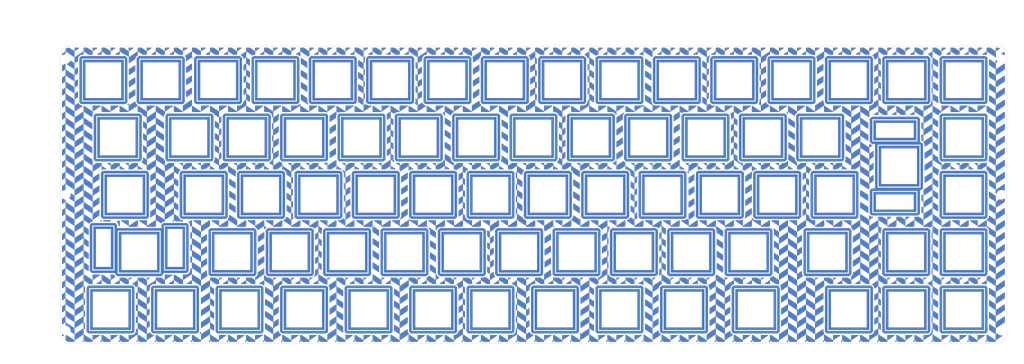
<source format=kicad_pcb>
(kicad_pcb (version 20171130) (host pcbnew "(5.1.10)-1")
  (layers (0 F.Cu signal) (31 B.Cu signal) (34 B.Paste user) (35 F.Paste user) (36 B.SilkS user) (37 F.SilkS user) (38 B.Mask user) (39 F.Mask user) (44 Edge.Cuts user))
  (net 0 "")
  (module kbd_SW_Hole:SW_Hole_TH_2u (layer F.Cu) (at 292.89375 57.15 270)
    (fp_text reference SW4 hide)
    (fp_text value KEY_SWITCH hide)
    (fp_line (start -7.05 7.05) (end -7.05 -7.05) (layer Edge.Cuts) (width 0.15))
    (fp_line (start 7.05 7.05) (end -7.05 7.05) (layer Edge.Cuts) (width 0.15))
    (fp_line (start 7.05 -7.05) (end 7.05 7.05) (layer Edge.Cuts) (width 0.15))
    (fp_line (start -7.05 -7.05) (end 7.05 -7.05) (layer Edge.Cuts) (width 0.15))
    (fp_line (start 8.3 -6) (end 8.3 8.8) (layer Edge.Cuts) (width 0.12))
    (fp_line (start 8.3 8.8) (end 15.5 8.8) (layer Edge.Cuts) (width 0.12))
    (fp_line (start 15.5 8.8) (end 15.5 -6) (layer Edge.Cuts) (width 0.12))
    (fp_line (start 15.5 -6) (end 8.3 -6) (layer Edge.Cuts) (width 0.12))
    (fp_line (start -8.3 -6) (end -8.3 8.8) (layer Edge.Cuts) (width 0.12))
    (fp_line (start -8.3 8.8) (end -15.5 8.8) (layer Edge.Cuts) (width 0.12))
    (fp_line (start -15.5 8.8) (end -15.5 -6) (layer Edge.Cuts) (width 0.12))
    (fp_line (start -15.5 -6) (end -8.3 -6) (layer Edge.Cuts) (width 0.12))
    (pad 1 thru_hole oval (at -15.4 1.4 270) (size 2 16.6) (drill oval 0.3 14.9) (layers *.Cu *.Mask))
    (pad 1 thru_hole oval (at -8.4 1.4 270) (size 2 16.6) (drill oval 0.3 14.9) (layers *.Cu *.Mask))
    (pad 1 thru_hole oval (at -11.9 -5.9) (size 2 8.9) (drill oval 0.3 7.3) (layers *.Cu *.Mask))
    (pad 1 thru_hole oval (at -11.9 8.7) (size 2 8.9) (drill oval 0.3 7.3) (layers *.Cu *.Mask))
    (pad 1 thru_hole oval (at 11.9 8.7) (size 2 8.9) (drill oval 0.3 7.3) (layers *.Cu *.Mask))
    (pad 1 thru_hole oval (at -6.95 0 270) (size 2 15.9) (drill oval 0.3 14.2) (layers *.Cu *.Mask))
    (pad 1 thru_hole oval (at 6.95 0 270) (size 2 15.9) (drill oval 0.3 14.2) (layers *.Cu *.Mask))
    (pad 1 thru_hole oval (at 0 -6.95) (size 2 15.9) (drill oval 0.3 14.2) (layers *.Cu *.Mask))
    (pad 1 thru_hole oval (at 0 6.95) (size 2 15.9) (drill oval 0.3 14.2) (layers *.Cu *.Mask))
    (pad 1 thru_hole oval (at 15.4 1.4 270) (size 2 16.6) (drill oval 0.3 14.9) (layers *.Cu *.Mask))
    (pad 1 thru_hole oval (at 8.4 1.4 270) (size 2 16.6) (drill oval 0.3 14.9) (layers *.Cu *.Mask))
    (pad 1 thru_hole oval (at 11.9 -5.9) (size 2 8.9) (drill oval 0.3 7.3) (layers *.Cu *.Mask))
  )
  (module kbd_SW_Hole:SW_Hole_TH_1.25u (layer F.Cu) (at 116.68125 104.775)
    (fp_text reference SW5 hide)
    (fp_text value SW_PUSH hide)
    (fp_line (start 7.05 -7.05) (end 7.05 7.05) (layer Edge.Cuts) (width 0.12))
    (fp_line (start -7.05 7.05) (end -7.05 -7.05) (layer Edge.Cuts) (width 0.12))
    (fp_line (start -7.05 -7.05) (end 7.05 -7.05) (layer Edge.Cuts) (width 0.12))
    (fp_line (start 7.05 7.05) (end -7.05 7.05) (layer Edge.Cuts) (width 0.12))
    (pad 1 thru_hole oval (at 6.95 0) (size 2 15.9) (drill oval 0.3 14.2) (layers *.Cu *.Mask))
    (pad 1 thru_hole oval (at -6.95 0) (size 2 15.9) (drill oval 0.3 14.2) (layers *.Cu *.Mask))
    (pad 1 thru_hole oval (at 0 6.95 90) (size 2 15.9) (drill oval 0.3 14.2) (layers *.Cu *.Mask))
    (pad 1 thru_hole oval (at 0 -6.95 90) (size 2 15.9) (drill oval 0.3 14.2) (layers *.Cu *.Mask))
  )
  (module kbd_SW_Hole:SW_Hole_TH_1.25u (layer F.Cu) (at 245.26875 104.775)
    (fp_text reference SW5 hide)
    (fp_text value SW_PUSH hide)
    (fp_line (start 7.05 -7.05) (end 7.05 7.05) (layer Edge.Cuts) (width 0.12))
    (fp_line (start -7.05 7.05) (end -7.05 -7.05) (layer Edge.Cuts) (width 0.12))
    (fp_line (start -7.05 -7.05) (end 7.05 -7.05) (layer Edge.Cuts) (width 0.12))
    (fp_line (start 7.05 7.05) (end -7.05 7.05) (layer Edge.Cuts) (width 0.12))
    (pad 1 thru_hole oval (at 6.95 0) (size 2 15.9) (drill oval 0.3 14.2) (layers *.Cu *.Mask))
    (pad 1 thru_hole oval (at -6.95 0) (size 2 15.9) (drill oval 0.3 14.2) (layers *.Cu *.Mask))
    (pad 1 thru_hole oval (at 0 6.95 90) (size 2 15.9) (drill oval 0.3 14.2) (layers *.Cu *.Mask))
    (pad 1 thru_hole oval (at 0 -6.95 90) (size 2 15.9) (drill oval 0.3 14.2) (layers *.Cu *.Mask))
  )
  (module kbd_SW_Hole:SW_Hole_TH_1.25u (layer F.Cu) (at 221.45625 104.775)
    (fp_text reference SW5 hide)
    (fp_text value SW_PUSH hide)
    (fp_line (start 7.05 -7.05) (end 7.05 7.05) (layer Edge.Cuts) (width 0.12))
    (fp_line (start -7.05 7.05) (end -7.05 -7.05) (layer Edge.Cuts) (width 0.12))
    (fp_line (start -7.05 -7.05) (end 7.05 -7.05) (layer Edge.Cuts) (width 0.12))
    (fp_line (start 7.05 7.05) (end -7.05 7.05) (layer Edge.Cuts) (width 0.12))
    (pad 1 thru_hole oval (at 6.95 0) (size 2 15.9) (drill oval 0.3 14.2) (layers *.Cu *.Mask))
    (pad 1 thru_hole oval (at -6.95 0) (size 2 15.9) (drill oval 0.3 14.2) (layers *.Cu *.Mask))
    (pad 1 thru_hole oval (at 0 6.95 90) (size 2 15.9) (drill oval 0.3 14.2) (layers *.Cu *.Mask))
    (pad 1 thru_hole oval (at 0 -6.95 90) (size 2 15.9) (drill oval 0.3 14.2) (layers *.Cu *.Mask))
  )
  (module kbd_SW_Hole:SW_Hole_TH_1.25u (layer F.Cu) (at 178.59375 104.775)
    (fp_text reference SW5 hide)
    (fp_text value SW_PUSH hide)
    (fp_line (start 7.05 -7.05) (end 7.05 7.05) (layer Edge.Cuts) (width 0.12))
    (fp_line (start -7.05 7.05) (end -7.05 -7.05) (layer Edge.Cuts) (width 0.12))
    (fp_line (start -7.05 -7.05) (end 7.05 -7.05) (layer Edge.Cuts) (width 0.12))
    (fp_line (start 7.05 7.05) (end -7.05 7.05) (layer Edge.Cuts) (width 0.12))
    (pad 1 thru_hole oval (at 6.95 0) (size 2 15.9) (drill oval 0.3 14.2) (layers *.Cu *.Mask))
    (pad 1 thru_hole oval (at -6.95 0) (size 2 15.9) (drill oval 0.3 14.2) (layers *.Cu *.Mask))
    (pad 1 thru_hole oval (at 0 6.95 90) (size 2 15.9) (drill oval 0.3 14.2) (layers *.Cu *.Mask))
    (pad 1 thru_hole oval (at 0 -6.95 90) (size 2 15.9) (drill oval 0.3 14.2) (layers *.Cu *.Mask))
  )
  (module kbd_SW_Hole:SW_Hole_TH_1.25u (layer F.Cu) (at 30.95625 104.775)
    (fp_text reference SW7 hide)
    (fp_text value SW_PUSH hide)
    (fp_line (start 7.05 -7.05) (end 7.05 7.05) (layer Edge.Cuts) (width 0.12))
    (fp_line (start -7.05 7.05) (end -7.05 -7.05) (layer Edge.Cuts) (width 0.12))
    (fp_line (start -7.05 -7.05) (end 7.05 -7.05) (layer Edge.Cuts) (width 0.12))
    (fp_line (start 7.05 7.05) (end -7.05 7.05) (layer Edge.Cuts) (width 0.12))
    (pad 1 thru_hole oval (at 6.95 0) (size 2 15.9) (drill oval 0.3 14.2) (layers *.Cu *.Mask))
    (pad 1 thru_hole oval (at -6.95 0) (size 2 15.9) (drill oval 0.3 14.2) (layers *.Cu *.Mask))
    (pad 1 thru_hole oval (at 0 6.95 90) (size 2 15.9) (drill oval 0.3 14.2) (layers *.Cu *.Mask))
    (pad 1 thru_hole oval (at 0 -6.95 90) (size 2 15.9) (drill oval 0.3 14.2) (layers *.Cu *.Mask))
  )
  (module kbd_SW_Hole:SW_Hole_TH_1.25u (layer F.Cu) (at 73.81875 104.775)
    (fp_text reference SW7 hide)
    (fp_text value SW_PUSH hide)
    (fp_line (start 7.05 -7.05) (end 7.05 7.05) (layer Edge.Cuts) (width 0.12))
    (fp_line (start -7.05 7.05) (end -7.05 -7.05) (layer Edge.Cuts) (width 0.12))
    (fp_line (start -7.05 -7.05) (end 7.05 -7.05) (layer Edge.Cuts) (width 0.12))
    (fp_line (start 7.05 7.05) (end -7.05 7.05) (layer Edge.Cuts) (width 0.12))
    (pad 1 thru_hole oval (at 6.95 0) (size 2 15.9) (drill oval 0.3 14.2) (layers *.Cu *.Mask))
    (pad 1 thru_hole oval (at -6.95 0) (size 2 15.9) (drill oval 0.3 14.2) (layers *.Cu *.Mask))
    (pad 1 thru_hole oval (at 0 6.95 90) (size 2 15.9) (drill oval 0.3 14.2) (layers *.Cu *.Mask))
    (pad 1 thru_hole oval (at 0 -6.95 90) (size 2 15.9) (drill oval 0.3 14.2) (layers *.Cu *.Mask))
  )
  (module kbd_SW_Hole:SW_Hole_TH_2.25u (layer F.Cu) (at 40.48125 85.725 180)
    (fp_text reference SW4 hide)
    (fp_text value KEY_SWITCH hide)
    (fp_line (start -15.5 -6) (end -8.3 -6) (layer Edge.Cuts) (width 0.12))
    (fp_line (start -15.5 8.8) (end -15.5 -6) (layer Edge.Cuts) (width 0.12))
    (fp_line (start -8.3 8.8) (end -15.5 8.8) (layer Edge.Cuts) (width 0.12))
    (fp_line (start -8.3 -6) (end -8.3 8.8) (layer Edge.Cuts) (width 0.12))
    (fp_line (start 15.5 -6) (end 8.3 -6) (layer Edge.Cuts) (width 0.12))
    (fp_line (start 15.5 8.8) (end 15.5 -6) (layer Edge.Cuts) (width 0.12))
    (fp_line (start 8.3 8.8) (end 15.5 8.8) (layer Edge.Cuts) (width 0.12))
    (fp_line (start 8.3 -6) (end 8.3 8.8) (layer Edge.Cuts) (width 0.12))
    (fp_line (start -7.05 -7.05) (end 7.05 -7.05) (layer Edge.Cuts) (width 0.15))
    (fp_line (start 7.05 -7.05) (end 7.05 7.05) (layer Edge.Cuts) (width 0.15))
    (fp_line (start 7.05 7.05) (end -7.05 7.05) (layer Edge.Cuts) (width 0.15))
    (fp_line (start -7.05 7.05) (end -7.05 -7.05) (layer Edge.Cuts) (width 0.15))
    (pad 1 thru_hole oval (at -15.4 1.4 180) (size 2 16.6) (drill oval 0.3 14.9) (layers *.Cu *.Mask))
    (pad 1 thru_hole oval (at -8.4 1.4 180) (size 2 16.6) (drill oval 0.3 14.9) (layers *.Cu *.Mask))
    (pad 1 thru_hole oval (at -11.9 -5.9 270) (size 2 8.9) (drill oval 0.3 7.3) (layers *.Cu *.Mask))
    (pad 1 thru_hole oval (at -11.9 8.7 270) (size 2 8.9) (drill oval 0.3 7.3) (layers *.Cu *.Mask))
    (pad 1 thru_hole oval (at 11.9 8.7 270) (size 2 8.9) (drill oval 0.3 7.3) (layers *.Cu *.Mask))
    (pad 1 thru_hole oval (at -6.95 0 180) (size 2 15.9) (drill oval 0.3 14.2) (layers *.Cu *.Mask))
    (pad 1 thru_hole oval (at 6.95 0 180) (size 2 15.9) (drill oval 0.3 14.2) (layers *.Cu *.Mask))
    (pad 1 thru_hole oval (at 0 -6.95 270) (size 2 15.9) (drill oval 0.3 14.2) (layers *.Cu *.Mask))
    (pad 1 thru_hole oval (at 0 6.95 270) (size 2 15.9) (drill oval 0.3 14.2) (layers *.Cu *.Mask))
    (pad 1 thru_hole oval (at 15.4 1.4 180) (size 2 16.6) (drill oval 0.3 14.9) (layers *.Cu *.Mask))
    (pad 1 thru_hole oval (at 8.4 1.4 180) (size 2 16.6) (drill oval 0.3 14.9) (layers *.Cu *.Mask))
    (pad 1 thru_hole oval (at 11.9 -5.9 270) (size 2 8.9) (drill oval 0.3 7.3) (layers *.Cu *.Mask))
  )
  (module kbd_SW_Hole:SW_Hole_TH_1.75u (layer F.Cu) (at 35.71875 66.675)
    (fp_text reference SW3 hide)
    (fp_text value SW_PUSH hide)
    (fp_line (start 7.05 -7.05) (end 7.05 7.05) (layer Edge.Cuts) (width 0.12))
    (fp_line (start -7.05 7.05) (end -7.05 -7.05) (layer Edge.Cuts) (width 0.12))
    (fp_line (start -7.05 -7.05) (end 7.05 -7.05) (layer Edge.Cuts) (width 0.12))
    (fp_line (start 7.05 7.05) (end -7.05 7.05) (layer Edge.Cuts) (width 0.12))
    (pad 1 thru_hole oval (at 6.95 0) (size 2 15.9) (drill oval 0.3 14.2) (layers *.Cu *.Mask))
    (pad 1 thru_hole oval (at -6.95 0) (size 2 15.9) (drill oval 0.3 14.2) (layers *.Cu *.Mask))
    (pad 1 thru_hole oval (at 0 6.95 90) (size 2 15.9) (drill oval 0.3 14.2) (layers *.Cu *.Mask))
    (pad 1 thru_hole oval (at 0 -6.95 90) (size 2 15.9) (drill oval 0.3 14.2) (layers *.Cu *.Mask))
  )
  (module kbd_SW_Hole:SW_Hole_TH_1.75u (layer F.Cu) (at 269.08125 85.725)
    (fp_text reference SW8 hide)
    (fp_text value SW_PUSH hide)
    (fp_line (start 7.05 -7.05) (end 7.05 7.05) (layer Edge.Cuts) (width 0.12))
    (fp_line (start -7.05 7.05) (end -7.05 -7.05) (layer Edge.Cuts) (width 0.12))
    (fp_line (start -7.05 -7.05) (end 7.05 -7.05) (layer Edge.Cuts) (width 0.12))
    (fp_line (start 7.05 7.05) (end -7.05 7.05) (layer Edge.Cuts) (width 0.12))
    (pad 1 thru_hole oval (at 6.95 0) (size 2 15.9) (drill oval 0.3 14.2) (layers *.Cu *.Mask))
    (pad 1 thru_hole oval (at -6.95 0) (size 2 15.9) (drill oval 0.3 14.2) (layers *.Cu *.Mask))
    (pad 1 thru_hole oval (at 0 6.95 90) (size 2 15.9) (drill oval 0.3 14.2) (layers *.Cu *.Mask))
    (pad 1 thru_hole oval (at 0 -6.95 90) (size 2 15.9) (drill oval 0.3 14.2) (layers *.Cu *.Mask))
  )
  (module kbd_SW_Hole:SW_Hole_TH_1.5u (layer F.Cu) (at 33.3375 47.625)
    (fp_text reference SW2 hide)
    (fp_text value KEY_SWITCH hide)
    (fp_line (start 7.05 -7.05) (end 7.05 7.05) (layer Edge.Cuts) (width 0.12))
    (fp_line (start -7.05 7.05) (end -7.05 -7.05) (layer Edge.Cuts) (width 0.12))
    (fp_line (start -7.05 -7.05) (end 7.05 -7.05) (layer Edge.Cuts) (width 0.12))
    (fp_line (start 7.05 7.05) (end -7.05 7.05) (layer Edge.Cuts) (width 0.12))
    (pad 1 thru_hole oval (at 6.95 0) (size 2 15.9) (drill oval 0.3 14.2) (layers *.Cu *.Mask))
    (pad 1 thru_hole oval (at -6.95 0) (size 2 15.9) (drill oval 0.3 14.2) (layers *.Cu *.Mask))
    (pad 1 thru_hole oval (at 0 6.95 90) (size 2 15.9) (drill oval 0.3 14.2) (layers *.Cu *.Mask))
    (pad 1 thru_hole oval (at 0 -6.95 90) (size 2 15.9) (drill oval 0.3 14.2) (layers *.Cu *.Mask))
  )
  (module kbd_SW_Hole:SW_Hole_TH_1u (layer F.Cu) (at 314.325 104.775)
    (fp_text reference SW8 hide)
    (fp_text value SW_PUSH hide)
    (fp_line (start 7.05 -7.05) (end 7.05 7.05) (layer Edge.Cuts) (width 0.12))
    (fp_line (start -7.05 7.05) (end -7.05 -7.05) (layer Edge.Cuts) (width 0.12))
    (fp_line (start -7.05 -7.05) (end 7.05 -7.05) (layer Edge.Cuts) (width 0.12))
    (fp_line (start 7.05 7.05) (end -7.05 7.05) (layer Edge.Cuts) (width 0.12))
    (pad 1 thru_hole oval (at 6.95 0) (size 2 15.9) (drill oval 0.3 14.2) (layers *.Cu *.Mask))
    (pad 1 thru_hole oval (at -6.95 0) (size 2 15.9) (drill oval 0.3 14.2) (layers *.Cu *.Mask))
    (pad 1 thru_hole oval (at 0 6.95 90) (size 2 15.9) (drill oval 0.3 14.2) (layers *.Cu *.Mask))
    (pad 1 thru_hole oval (at 0 -6.95 90) (size 2 15.9) (drill oval 0.3 14.2) (layers *.Cu *.Mask))
  )
  (module kbd_SW_Hole:SW_Hole_TH_1u (layer F.Cu) (at 200.025 104.775)
    (fp_text reference SW8 hide)
    (fp_text value SW_PUSH hide)
    (fp_line (start 7.05 -7.05) (end 7.05 7.05) (layer Edge.Cuts) (width 0.12))
    (fp_line (start -7.05 7.05) (end -7.05 -7.05) (layer Edge.Cuts) (width 0.12))
    (fp_line (start -7.05 -7.05) (end 7.05 -7.05) (layer Edge.Cuts) (width 0.12))
    (fp_line (start 7.05 7.05) (end -7.05 7.05) (layer Edge.Cuts) (width 0.12))
    (pad 1 thru_hole oval (at 6.95 0) (size 2 15.9) (drill oval 0.3 14.2) (layers *.Cu *.Mask))
    (pad 1 thru_hole oval (at -6.95 0) (size 2 15.9) (drill oval 0.3 14.2) (layers *.Cu *.Mask))
    (pad 1 thru_hole oval (at 0 6.95 90) (size 2 15.9) (drill oval 0.3 14.2) (layers *.Cu *.Mask))
    (pad 1 thru_hole oval (at 0 -6.95 90) (size 2 15.9) (drill oval 0.3 14.2) (layers *.Cu *.Mask))
  )
  (module kbd_SW_Hole:SW_Hole_TH_1u (layer F.Cu) (at 138.1125 104.775)
    (fp_text reference SW8 hide)
    (fp_text value SW_PUSH hide)
    (fp_line (start 7.05 -7.05) (end 7.05 7.05) (layer Edge.Cuts) (width 0.12))
    (fp_line (start -7.05 7.05) (end -7.05 -7.05) (layer Edge.Cuts) (width 0.12))
    (fp_line (start -7.05 -7.05) (end 7.05 -7.05) (layer Edge.Cuts) (width 0.12))
    (fp_line (start 7.05 7.05) (end -7.05 7.05) (layer Edge.Cuts) (width 0.12))
    (pad 1 thru_hole oval (at 6.95 0) (size 2 15.9) (drill oval 0.3 14.2) (layers *.Cu *.Mask))
    (pad 1 thru_hole oval (at -6.95 0) (size 2 15.9) (drill oval 0.3 14.2) (layers *.Cu *.Mask))
    (pad 1 thru_hole oval (at 0 6.95 90) (size 2 15.9) (drill oval 0.3 14.2) (layers *.Cu *.Mask))
    (pad 1 thru_hole oval (at 0 -6.95 90) (size 2 15.9) (drill oval 0.3 14.2) (layers *.Cu *.Mask))
  )
  (module kbd_SW_Hole:SW_Hole_TH_1u (layer F.Cu) (at 157.1625 104.775)
    (fp_text reference SW8 hide)
    (fp_text value SW_PUSH hide)
    (fp_line (start 7.05 -7.05) (end 7.05 7.05) (layer Edge.Cuts) (width 0.12))
    (fp_line (start -7.05 7.05) (end -7.05 -7.05) (layer Edge.Cuts) (width 0.12))
    (fp_line (start -7.05 -7.05) (end 7.05 -7.05) (layer Edge.Cuts) (width 0.12))
    (fp_line (start 7.05 7.05) (end -7.05 7.05) (layer Edge.Cuts) (width 0.12))
    (pad 1 thru_hole oval (at 6.95 0) (size 2 15.9) (drill oval 0.3 14.2) (layers *.Cu *.Mask))
    (pad 1 thru_hole oval (at -6.95 0) (size 2 15.9) (drill oval 0.3 14.2) (layers *.Cu *.Mask))
    (pad 1 thru_hole oval (at 0 6.95 90) (size 2 15.9) (drill oval 0.3 14.2) (layers *.Cu *.Mask))
    (pad 1 thru_hole oval (at 0 -6.95 90) (size 2 15.9) (drill oval 0.3 14.2) (layers *.Cu *.Mask))
  )
  (module kbd_SW_Hole:SW_Hole_TH_1u (layer F.Cu) (at 295.275 104.775)
    (fp_text reference SW8 hide)
    (fp_text value SW_PUSH hide)
    (fp_line (start 7.05 -7.05) (end 7.05 7.05) (layer Edge.Cuts) (width 0.12))
    (fp_line (start -7.05 7.05) (end -7.05 -7.05) (layer Edge.Cuts) (width 0.12))
    (fp_line (start -7.05 -7.05) (end 7.05 -7.05) (layer Edge.Cuts) (width 0.12))
    (fp_line (start 7.05 7.05) (end -7.05 7.05) (layer Edge.Cuts) (width 0.12))
    (pad 1 thru_hole oval (at 6.95 0) (size 2 15.9) (drill oval 0.3 14.2) (layers *.Cu *.Mask))
    (pad 1 thru_hole oval (at -6.95 0) (size 2 15.9) (drill oval 0.3 14.2) (layers *.Cu *.Mask))
    (pad 1 thru_hole oval (at 0 6.95 90) (size 2 15.9) (drill oval 0.3 14.2) (layers *.Cu *.Mask))
    (pad 1 thru_hole oval (at 0 -6.95 90) (size 2 15.9) (drill oval 0.3 14.2) (layers *.Cu *.Mask))
  )
  (module kbd_SW_Hole:SW_Hole_TH_1u (layer F.Cu) (at 276.225 104.775)
    (fp_text reference SW8 hide)
    (fp_text value SW_PUSH hide)
    (fp_line (start 7.05 -7.05) (end 7.05 7.05) (layer Edge.Cuts) (width 0.12))
    (fp_line (start -7.05 7.05) (end -7.05 -7.05) (layer Edge.Cuts) (width 0.12))
    (fp_line (start -7.05 -7.05) (end 7.05 -7.05) (layer Edge.Cuts) (width 0.12))
    (fp_line (start 7.05 7.05) (end -7.05 7.05) (layer Edge.Cuts) (width 0.12))
    (pad 1 thru_hole oval (at 6.95 0) (size 2 15.9) (drill oval 0.3 14.2) (layers *.Cu *.Mask))
    (pad 1 thru_hole oval (at -6.95 0) (size 2 15.9) (drill oval 0.3 14.2) (layers *.Cu *.Mask))
    (pad 1 thru_hole oval (at 0 6.95 90) (size 2 15.9) (drill oval 0.3 14.2) (layers *.Cu *.Mask))
    (pad 1 thru_hole oval (at 0 -6.95 90) (size 2 15.9) (drill oval 0.3 14.2) (layers *.Cu *.Mask))
  )
  (module kbd_SW_Hole:SW_Hole_TH_1u (layer F.Cu) (at 276.225 28.575)
    (fp_text reference SW4 hide)
    (fp_text value SW_PUSH hide)
    (fp_line (start 7.05 -7.05) (end 7.05 7.05) (layer Edge.Cuts) (width 0.12))
    (fp_line (start -7.05 7.05) (end -7.05 -7.05) (layer Edge.Cuts) (width 0.12))
    (fp_line (start -7.05 -7.05) (end 7.05 -7.05) (layer Edge.Cuts) (width 0.12))
    (fp_line (start 7.05 7.05) (end -7.05 7.05) (layer Edge.Cuts) (width 0.12))
    (pad 1 thru_hole oval (at 6.95 0) (size 2 15.9) (drill oval 0.3 14.2) (layers *.Cu *.Mask))
    (pad 1 thru_hole oval (at -6.95 0) (size 2 15.9) (drill oval 0.3 14.2) (layers *.Cu *.Mask))
    (pad 1 thru_hole oval (at 0 6.95 90) (size 2 15.9) (drill oval 0.3 14.2) (layers *.Cu *.Mask))
    (pad 1 thru_hole oval (at 0 -6.95 90) (size 2 15.9) (drill oval 0.3 14.2) (layers *.Cu *.Mask))
  )
  (module kbd_SW_Hole:SW_Hole_TH_1u (layer F.Cu) (at 295.275 28.575)
    (fp_text reference SW4 hide)
    (fp_text value SW_PUSH hide)
    (fp_line (start 7.05 -7.05) (end 7.05 7.05) (layer Edge.Cuts) (width 0.12))
    (fp_line (start -7.05 7.05) (end -7.05 -7.05) (layer Edge.Cuts) (width 0.12))
    (fp_line (start -7.05 -7.05) (end 7.05 -7.05) (layer Edge.Cuts) (width 0.12))
    (fp_line (start 7.05 7.05) (end -7.05 7.05) (layer Edge.Cuts) (width 0.12))
    (pad 1 thru_hole oval (at 6.95 0) (size 2 15.9) (drill oval 0.3 14.2) (layers *.Cu *.Mask))
    (pad 1 thru_hole oval (at -6.95 0) (size 2 15.9) (drill oval 0.3 14.2) (layers *.Cu *.Mask))
    (pad 1 thru_hole oval (at 0 6.95 90) (size 2 15.9) (drill oval 0.3 14.2) (layers *.Cu *.Mask))
    (pad 1 thru_hole oval (at 0 -6.95 90) (size 2 15.9) (drill oval 0.3 14.2) (layers *.Cu *.Mask))
  )
  (module kbd_SW_Hole:SW_Hole_TH_1u (layer F.Cu) (at 314.325 66.675)
    (fp_text reference SW4 hide)
    (fp_text value SW_PUSH hide)
    (fp_line (start 7.05 -7.05) (end 7.05 7.05) (layer Edge.Cuts) (width 0.12))
    (fp_line (start -7.05 7.05) (end -7.05 -7.05) (layer Edge.Cuts) (width 0.12))
    (fp_line (start -7.05 -7.05) (end 7.05 -7.05) (layer Edge.Cuts) (width 0.12))
    (fp_line (start 7.05 7.05) (end -7.05 7.05) (layer Edge.Cuts) (width 0.12))
    (pad 1 thru_hole oval (at 6.95 0) (size 2 15.9) (drill oval 0.3 14.2) (layers *.Cu *.Mask))
    (pad 1 thru_hole oval (at -6.95 0) (size 2 15.9) (drill oval 0.3 14.2) (layers *.Cu *.Mask))
    (pad 1 thru_hole oval (at 0 6.95 90) (size 2 15.9) (drill oval 0.3 14.2) (layers *.Cu *.Mask))
    (pad 1 thru_hole oval (at 0 -6.95 90) (size 2 15.9) (drill oval 0.3 14.2) (layers *.Cu *.Mask))
  )
  (module kbd_SW_Hole:SW_Hole_TH_1u (layer F.Cu) (at 314.325 47.625)
    (fp_text reference SW8 hide)
    (fp_text value SW_PUSH hide)
    (fp_line (start 7.05 -7.05) (end 7.05 7.05) (layer Edge.Cuts) (width 0.12))
    (fp_line (start -7.05 7.05) (end -7.05 -7.05) (layer Edge.Cuts) (width 0.12))
    (fp_line (start -7.05 -7.05) (end 7.05 -7.05) (layer Edge.Cuts) (width 0.12))
    (fp_line (start 7.05 7.05) (end -7.05 7.05) (layer Edge.Cuts) (width 0.12))
    (pad 1 thru_hole oval (at 6.95 0) (size 2 15.9) (drill oval 0.3 14.2) (layers *.Cu *.Mask))
    (pad 1 thru_hole oval (at -6.95 0) (size 2 15.9) (drill oval 0.3 14.2) (layers *.Cu *.Mask))
    (pad 1 thru_hole oval (at 0 6.95 90) (size 2 15.9) (drill oval 0.3 14.2) (layers *.Cu *.Mask))
    (pad 1 thru_hole oval (at 0 -6.95 90) (size 2 15.9) (drill oval 0.3 14.2) (layers *.Cu *.Mask))
  )
  (module kbd_SW_Hole:SW_Hole_TH_1u (layer F.Cu) (at 314.325 28.575)
    (fp_text reference SW4 hide)
    (fp_text value SW_PUSH hide)
    (fp_line (start 7.05 -7.05) (end 7.05 7.05) (layer Edge.Cuts) (width 0.12))
    (fp_line (start -7.05 7.05) (end -7.05 -7.05) (layer Edge.Cuts) (width 0.12))
    (fp_line (start -7.05 -7.05) (end 7.05 -7.05) (layer Edge.Cuts) (width 0.12))
    (fp_line (start 7.05 7.05) (end -7.05 7.05) (layer Edge.Cuts) (width 0.12))
    (pad 1 thru_hole oval (at 6.95 0) (size 2 15.9) (drill oval 0.3 14.2) (layers *.Cu *.Mask))
    (pad 1 thru_hole oval (at -6.95 0) (size 2 15.9) (drill oval 0.3 14.2) (layers *.Cu *.Mask))
    (pad 1 thru_hole oval (at 0 6.95 90) (size 2 15.9) (drill oval 0.3 14.2) (layers *.Cu *.Mask))
    (pad 1 thru_hole oval (at 0 -6.95 90) (size 2 15.9) (drill oval 0.3 14.2) (layers *.Cu *.Mask))
  )
  (module kbd_SW_Hole:SW_Hole_TH_1u (layer F.Cu) (at 314.325 85.725)
    (fp_text reference SW8 hide)
    (fp_text value SW_PUSH hide)
    (fp_line (start 7.05 -7.05) (end 7.05 7.05) (layer Edge.Cuts) (width 0.12))
    (fp_line (start -7.05 7.05) (end -7.05 -7.05) (layer Edge.Cuts) (width 0.12))
    (fp_line (start -7.05 -7.05) (end 7.05 -7.05) (layer Edge.Cuts) (width 0.12))
    (fp_line (start 7.05 7.05) (end -7.05 7.05) (layer Edge.Cuts) (width 0.12))
    (pad 1 thru_hole oval (at 6.95 0) (size 2 15.9) (drill oval 0.3 14.2) (layers *.Cu *.Mask))
    (pad 1 thru_hole oval (at -6.95 0) (size 2 15.9) (drill oval 0.3 14.2) (layers *.Cu *.Mask))
    (pad 1 thru_hole oval (at 0 6.95 90) (size 2 15.9) (drill oval 0.3 14.2) (layers *.Cu *.Mask))
    (pad 1 thru_hole oval (at 0 -6.95 90) (size 2 15.9) (drill oval 0.3 14.2) (layers *.Cu *.Mask))
  )
  (module kbd_SW_Hole:SW_Hole_TH_1u (layer F.Cu) (at 266.7 47.625)
    (fp_text reference SW8 hide)
    (fp_text value SW_PUSH hide)
    (fp_line (start 7.05 -7.05) (end 7.05 7.05) (layer Edge.Cuts) (width 0.12))
    (fp_line (start -7.05 7.05) (end -7.05 -7.05) (layer Edge.Cuts) (width 0.12))
    (fp_line (start -7.05 -7.05) (end 7.05 -7.05) (layer Edge.Cuts) (width 0.12))
    (fp_line (start 7.05 7.05) (end -7.05 7.05) (layer Edge.Cuts) (width 0.12))
    (pad 1 thru_hole oval (at 6.95 0) (size 2 15.9) (drill oval 0.3 14.2) (layers *.Cu *.Mask))
    (pad 1 thru_hole oval (at -6.95 0) (size 2 15.9) (drill oval 0.3 14.2) (layers *.Cu *.Mask))
    (pad 1 thru_hole oval (at 0 6.95 90) (size 2 15.9) (drill oval 0.3 14.2) (layers *.Cu *.Mask))
    (pad 1 thru_hole oval (at 0 -6.95 90) (size 2 15.9) (drill oval 0.3 14.2) (layers *.Cu *.Mask))
  )
  (module kbd_SW_Hole:SW_Hole_TH_1u (layer F.Cu) (at 252.4125 66.675)
    (fp_text reference SW4 hide)
    (fp_text value SW_PUSH hide)
    (fp_line (start 7.05 -7.05) (end 7.05 7.05) (layer Edge.Cuts) (width 0.12))
    (fp_line (start -7.05 7.05) (end -7.05 -7.05) (layer Edge.Cuts) (width 0.12))
    (fp_line (start -7.05 -7.05) (end 7.05 -7.05) (layer Edge.Cuts) (width 0.12))
    (fp_line (start 7.05 7.05) (end -7.05 7.05) (layer Edge.Cuts) (width 0.12))
    (pad 1 thru_hole oval (at 6.95 0) (size 2 15.9) (drill oval 0.3 14.2) (layers *.Cu *.Mask))
    (pad 1 thru_hole oval (at -6.95 0) (size 2 15.9) (drill oval 0.3 14.2) (layers *.Cu *.Mask))
    (pad 1 thru_hole oval (at 0 6.95 90) (size 2 15.9) (drill oval 0.3 14.2) (layers *.Cu *.Mask))
    (pad 1 thru_hole oval (at 0 -6.95 90) (size 2 15.9) (drill oval 0.3 14.2) (layers *.Cu *.Mask))
  )
  (module kbd_SW_Hole:SW_Hole_TH_1u (layer F.Cu) (at 219.075 28.575)
    (fp_text reference SW4 hide)
    (fp_text value SW_PUSH hide)
    (fp_line (start 7.05 -7.05) (end 7.05 7.05) (layer Edge.Cuts) (width 0.12))
    (fp_line (start -7.05 7.05) (end -7.05 -7.05) (layer Edge.Cuts) (width 0.12))
    (fp_line (start -7.05 -7.05) (end 7.05 -7.05) (layer Edge.Cuts) (width 0.12))
    (fp_line (start 7.05 7.05) (end -7.05 7.05) (layer Edge.Cuts) (width 0.12))
    (pad 1 thru_hole oval (at 6.95 0) (size 2 15.9) (drill oval 0.3 14.2) (layers *.Cu *.Mask))
    (pad 1 thru_hole oval (at -6.95 0) (size 2 15.9) (drill oval 0.3 14.2) (layers *.Cu *.Mask))
    (pad 1 thru_hole oval (at 0 6.95 90) (size 2 15.9) (drill oval 0.3 14.2) (layers *.Cu *.Mask))
    (pad 1 thru_hole oval (at 0 -6.95 90) (size 2 15.9) (drill oval 0.3 14.2) (layers *.Cu *.Mask))
  )
  (module kbd_SW_Hole:SW_Hole_TH_1u (layer F.Cu) (at 257.175 28.575)
    (fp_text reference SW4 hide)
    (fp_text value SW_PUSH hide)
    (fp_line (start 7.05 -7.05) (end 7.05 7.05) (layer Edge.Cuts) (width 0.12))
    (fp_line (start -7.05 7.05) (end -7.05 -7.05) (layer Edge.Cuts) (width 0.12))
    (fp_line (start -7.05 -7.05) (end 7.05 -7.05) (layer Edge.Cuts) (width 0.12))
    (fp_line (start 7.05 7.05) (end -7.05 7.05) (layer Edge.Cuts) (width 0.12))
    (pad 1 thru_hole oval (at 6.95 0) (size 2 15.9) (drill oval 0.3 14.2) (layers *.Cu *.Mask))
    (pad 1 thru_hole oval (at -6.95 0) (size 2 15.9) (drill oval 0.3 14.2) (layers *.Cu *.Mask))
    (pad 1 thru_hole oval (at 0 6.95 90) (size 2 15.9) (drill oval 0.3 14.2) (layers *.Cu *.Mask))
    (pad 1 thru_hole oval (at 0 -6.95 90) (size 2 15.9) (drill oval 0.3 14.2) (layers *.Cu *.Mask))
  )
  (module kbd_SW_Hole:SW_Hole_TH_1u (layer F.Cu) (at 247.65 47.625)
    (fp_text reference SW8 hide)
    (fp_text value SW_PUSH hide)
    (fp_line (start 7.05 -7.05) (end 7.05 7.05) (layer Edge.Cuts) (width 0.12))
    (fp_line (start -7.05 7.05) (end -7.05 -7.05) (layer Edge.Cuts) (width 0.12))
    (fp_line (start -7.05 -7.05) (end 7.05 -7.05) (layer Edge.Cuts) (width 0.12))
    (fp_line (start 7.05 7.05) (end -7.05 7.05) (layer Edge.Cuts) (width 0.12))
    (pad 1 thru_hole oval (at 6.95 0) (size 2 15.9) (drill oval 0.3 14.2) (layers *.Cu *.Mask))
    (pad 1 thru_hole oval (at -6.95 0) (size 2 15.9) (drill oval 0.3 14.2) (layers *.Cu *.Mask))
    (pad 1 thru_hole oval (at 0 6.95 90) (size 2 15.9) (drill oval 0.3 14.2) (layers *.Cu *.Mask))
    (pad 1 thru_hole oval (at 0 -6.95 90) (size 2 15.9) (drill oval 0.3 14.2) (layers *.Cu *.Mask))
  )
  (module kbd_SW_Hole:SW_Hole_TH_1u (layer F.Cu) (at 271.4625 66.675)
    (fp_text reference SW4 hide)
    (fp_text value SW_PUSH hide)
    (fp_line (start 7.05 -7.05) (end 7.05 7.05) (layer Edge.Cuts) (width 0.12))
    (fp_line (start -7.05 7.05) (end -7.05 -7.05) (layer Edge.Cuts) (width 0.12))
    (fp_line (start -7.05 -7.05) (end 7.05 -7.05) (layer Edge.Cuts) (width 0.12))
    (fp_line (start 7.05 7.05) (end -7.05 7.05) (layer Edge.Cuts) (width 0.12))
    (pad 1 thru_hole oval (at 6.95 0) (size 2 15.9) (drill oval 0.3 14.2) (layers *.Cu *.Mask))
    (pad 1 thru_hole oval (at -6.95 0) (size 2 15.9) (drill oval 0.3 14.2) (layers *.Cu *.Mask))
    (pad 1 thru_hole oval (at 0 6.95 90) (size 2 15.9) (drill oval 0.3 14.2) (layers *.Cu *.Mask))
    (pad 1 thru_hole oval (at 0 -6.95 90) (size 2 15.9) (drill oval 0.3 14.2) (layers *.Cu *.Mask))
  )
  (module kbd_SW_Hole:SW_Hole_TH_1u (layer F.Cu) (at 233.3625 66.675)
    (fp_text reference SW4 hide)
    (fp_text value SW_PUSH hide)
    (fp_line (start 7.05 -7.05) (end 7.05 7.05) (layer Edge.Cuts) (width 0.12))
    (fp_line (start -7.05 7.05) (end -7.05 -7.05) (layer Edge.Cuts) (width 0.12))
    (fp_line (start -7.05 -7.05) (end 7.05 -7.05) (layer Edge.Cuts) (width 0.12))
    (fp_line (start 7.05 7.05) (end -7.05 7.05) (layer Edge.Cuts) (width 0.12))
    (pad 1 thru_hole oval (at 6.95 0) (size 2 15.9) (drill oval 0.3 14.2) (layers *.Cu *.Mask))
    (pad 1 thru_hole oval (at -6.95 0) (size 2 15.9) (drill oval 0.3 14.2) (layers *.Cu *.Mask))
    (pad 1 thru_hole oval (at 0 6.95 90) (size 2 15.9) (drill oval 0.3 14.2) (layers *.Cu *.Mask))
    (pad 1 thru_hole oval (at 0 -6.95 90) (size 2 15.9) (drill oval 0.3 14.2) (layers *.Cu *.Mask))
  )
  (module kbd_SW_Hole:SW_Hole_TH_1u (layer F.Cu) (at 228.6 47.625)
    (fp_text reference SW8 hide)
    (fp_text value SW_PUSH hide)
    (fp_line (start 7.05 -7.05) (end 7.05 7.05) (layer Edge.Cuts) (width 0.12))
    (fp_line (start -7.05 7.05) (end -7.05 -7.05) (layer Edge.Cuts) (width 0.12))
    (fp_line (start -7.05 -7.05) (end 7.05 -7.05) (layer Edge.Cuts) (width 0.12))
    (fp_line (start 7.05 7.05) (end -7.05 7.05) (layer Edge.Cuts) (width 0.12))
    (pad 1 thru_hole oval (at 6.95 0) (size 2 15.9) (drill oval 0.3 14.2) (layers *.Cu *.Mask))
    (pad 1 thru_hole oval (at -6.95 0) (size 2 15.9) (drill oval 0.3 14.2) (layers *.Cu *.Mask))
    (pad 1 thru_hole oval (at 0 6.95 90) (size 2 15.9) (drill oval 0.3 14.2) (layers *.Cu *.Mask))
    (pad 1 thru_hole oval (at 0 -6.95 90) (size 2 15.9) (drill oval 0.3 14.2) (layers *.Cu *.Mask))
  )
  (module kbd_SW_Hole:SW_Hole_TH_1u (layer F.Cu) (at 242.8875 85.725)
    (fp_text reference SW8 hide)
    (fp_text value SW_PUSH hide)
    (fp_line (start 7.05 -7.05) (end 7.05 7.05) (layer Edge.Cuts) (width 0.12))
    (fp_line (start -7.05 7.05) (end -7.05 -7.05) (layer Edge.Cuts) (width 0.12))
    (fp_line (start -7.05 -7.05) (end 7.05 -7.05) (layer Edge.Cuts) (width 0.12))
    (fp_line (start 7.05 7.05) (end -7.05 7.05) (layer Edge.Cuts) (width 0.12))
    (pad 1 thru_hole oval (at 6.95 0) (size 2 15.9) (drill oval 0.3 14.2) (layers *.Cu *.Mask))
    (pad 1 thru_hole oval (at -6.95 0) (size 2 15.9) (drill oval 0.3 14.2) (layers *.Cu *.Mask))
    (pad 1 thru_hole oval (at 0 6.95 90) (size 2 15.9) (drill oval 0.3 14.2) (layers *.Cu *.Mask))
    (pad 1 thru_hole oval (at 0 -6.95 90) (size 2 15.9) (drill oval 0.3 14.2) (layers *.Cu *.Mask))
  )
  (module kbd_SW_Hole:SW_Hole_TH_1u (layer F.Cu) (at 238.125 28.575)
    (fp_text reference SW4 hide)
    (fp_text value SW_PUSH hide)
    (fp_line (start 7.05 -7.05) (end 7.05 7.05) (layer Edge.Cuts) (width 0.12))
    (fp_line (start -7.05 7.05) (end -7.05 -7.05) (layer Edge.Cuts) (width 0.12))
    (fp_line (start -7.05 -7.05) (end 7.05 -7.05) (layer Edge.Cuts) (width 0.12))
    (fp_line (start 7.05 7.05) (end -7.05 7.05) (layer Edge.Cuts) (width 0.12))
    (pad 1 thru_hole oval (at 6.95 0) (size 2 15.9) (drill oval 0.3 14.2) (layers *.Cu *.Mask))
    (pad 1 thru_hole oval (at -6.95 0) (size 2 15.9) (drill oval 0.3 14.2) (layers *.Cu *.Mask))
    (pad 1 thru_hole oval (at 0 6.95 90) (size 2 15.9) (drill oval 0.3 14.2) (layers *.Cu *.Mask))
    (pad 1 thru_hole oval (at 0 -6.95 90) (size 2 15.9) (drill oval 0.3 14.2) (layers *.Cu *.Mask))
  )
  (module kbd_SW_Hole:SW_Hole_TH_1u (layer F.Cu) (at 295.275 85.725)
    (fp_text reference SW8 hide)
    (fp_text value SW_PUSH hide)
    (fp_line (start 7.05 -7.05) (end 7.05 7.05) (layer Edge.Cuts) (width 0.12))
    (fp_line (start -7.05 7.05) (end -7.05 -7.05) (layer Edge.Cuts) (width 0.12))
    (fp_line (start -7.05 -7.05) (end 7.05 -7.05) (layer Edge.Cuts) (width 0.12))
    (fp_line (start 7.05 7.05) (end -7.05 7.05) (layer Edge.Cuts) (width 0.12))
    (pad 1 thru_hole oval (at 6.95 0) (size 2 15.9) (drill oval 0.3 14.2) (layers *.Cu *.Mask))
    (pad 1 thru_hole oval (at -6.95 0) (size 2 15.9) (drill oval 0.3 14.2) (layers *.Cu *.Mask))
    (pad 1 thru_hole oval (at 0 6.95 90) (size 2 15.9) (drill oval 0.3 14.2) (layers *.Cu *.Mask))
    (pad 1 thru_hole oval (at 0 -6.95 90) (size 2 15.9) (drill oval 0.3 14.2) (layers *.Cu *.Mask))
  )
  (module kbd_SW_Hole:SW_Hole_TH_1u (layer F.Cu) (at 190.5 47.625)
    (fp_text reference SW8 hide)
    (fp_text value SW_PUSH hide)
    (fp_line (start 7.05 -7.05) (end 7.05 7.05) (layer Edge.Cuts) (width 0.12))
    (fp_line (start -7.05 7.05) (end -7.05 -7.05) (layer Edge.Cuts) (width 0.12))
    (fp_line (start -7.05 -7.05) (end 7.05 -7.05) (layer Edge.Cuts) (width 0.12))
    (fp_line (start 7.05 7.05) (end -7.05 7.05) (layer Edge.Cuts) (width 0.12))
    (pad 1 thru_hole oval (at 6.95 0) (size 2 15.9) (drill oval 0.3 14.2) (layers *.Cu *.Mask))
    (pad 1 thru_hole oval (at -6.95 0) (size 2 15.9) (drill oval 0.3 14.2) (layers *.Cu *.Mask))
    (pad 1 thru_hole oval (at 0 6.95 90) (size 2 15.9) (drill oval 0.3 14.2) (layers *.Cu *.Mask))
    (pad 1 thru_hole oval (at 0 -6.95 90) (size 2 15.9) (drill oval 0.3 14.2) (layers *.Cu *.Mask))
  )
  (module kbd_SW_Hole:SW_Hole_TH_1u (layer F.Cu) (at 214.3125 66.675)
    (fp_text reference SW4 hide)
    (fp_text value SW_PUSH hide)
    (fp_line (start 7.05 -7.05) (end 7.05 7.05) (layer Edge.Cuts) (width 0.12))
    (fp_line (start -7.05 7.05) (end -7.05 -7.05) (layer Edge.Cuts) (width 0.12))
    (fp_line (start -7.05 -7.05) (end 7.05 -7.05) (layer Edge.Cuts) (width 0.12))
    (fp_line (start 7.05 7.05) (end -7.05 7.05) (layer Edge.Cuts) (width 0.12))
    (pad 1 thru_hole oval (at 6.95 0) (size 2 15.9) (drill oval 0.3 14.2) (layers *.Cu *.Mask))
    (pad 1 thru_hole oval (at -6.95 0) (size 2 15.9) (drill oval 0.3 14.2) (layers *.Cu *.Mask))
    (pad 1 thru_hole oval (at 0 6.95 90) (size 2 15.9) (drill oval 0.3 14.2) (layers *.Cu *.Mask))
    (pad 1 thru_hole oval (at 0 -6.95 90) (size 2 15.9) (drill oval 0.3 14.2) (layers *.Cu *.Mask))
  )
  (module kbd_SW_Hole:SW_Hole_TH_1u (layer F.Cu) (at 171.45 47.625)
    (fp_text reference SW8 hide)
    (fp_text value SW_PUSH hide)
    (fp_line (start 7.05 -7.05) (end 7.05 7.05) (layer Edge.Cuts) (width 0.12))
    (fp_line (start -7.05 7.05) (end -7.05 -7.05) (layer Edge.Cuts) (width 0.12))
    (fp_line (start -7.05 -7.05) (end 7.05 -7.05) (layer Edge.Cuts) (width 0.12))
    (fp_line (start 7.05 7.05) (end -7.05 7.05) (layer Edge.Cuts) (width 0.12))
    (pad 1 thru_hole oval (at 6.95 0) (size 2 15.9) (drill oval 0.3 14.2) (layers *.Cu *.Mask))
    (pad 1 thru_hole oval (at -6.95 0) (size 2 15.9) (drill oval 0.3 14.2) (layers *.Cu *.Mask))
    (pad 1 thru_hole oval (at 0 6.95 90) (size 2 15.9) (drill oval 0.3 14.2) (layers *.Cu *.Mask))
    (pad 1 thru_hole oval (at 0 -6.95 90) (size 2 15.9) (drill oval 0.3 14.2) (layers *.Cu *.Mask))
  )
  (module kbd_SW_Hole:SW_Hole_TH_1u (layer F.Cu) (at 204.7875 85.725)
    (fp_text reference SW8 hide)
    (fp_text value SW_PUSH hide)
    (fp_line (start 7.05 -7.05) (end 7.05 7.05) (layer Edge.Cuts) (width 0.12))
    (fp_line (start -7.05 7.05) (end -7.05 -7.05) (layer Edge.Cuts) (width 0.12))
    (fp_line (start -7.05 -7.05) (end 7.05 -7.05) (layer Edge.Cuts) (width 0.12))
    (fp_line (start 7.05 7.05) (end -7.05 7.05) (layer Edge.Cuts) (width 0.12))
    (pad 1 thru_hole oval (at 6.95 0) (size 2 15.9) (drill oval 0.3 14.2) (layers *.Cu *.Mask))
    (pad 1 thru_hole oval (at -6.95 0) (size 2 15.9) (drill oval 0.3 14.2) (layers *.Cu *.Mask))
    (pad 1 thru_hole oval (at 0 6.95 90) (size 2 15.9) (drill oval 0.3 14.2) (layers *.Cu *.Mask))
    (pad 1 thru_hole oval (at 0 -6.95 90) (size 2 15.9) (drill oval 0.3 14.2) (layers *.Cu *.Mask))
  )
  (module kbd_SW_Hole:SW_Hole_TH_1u (layer F.Cu) (at 161.925 28.575)
    (fp_text reference SW4 hide)
    (fp_text value SW_PUSH hide)
    (fp_line (start 7.05 -7.05) (end 7.05 7.05) (layer Edge.Cuts) (width 0.12))
    (fp_line (start -7.05 7.05) (end -7.05 -7.05) (layer Edge.Cuts) (width 0.12))
    (fp_line (start -7.05 -7.05) (end 7.05 -7.05) (layer Edge.Cuts) (width 0.12))
    (fp_line (start 7.05 7.05) (end -7.05 7.05) (layer Edge.Cuts) (width 0.12))
    (pad 1 thru_hole oval (at 6.95 0) (size 2 15.9) (drill oval 0.3 14.2) (layers *.Cu *.Mask))
    (pad 1 thru_hole oval (at -6.95 0) (size 2 15.9) (drill oval 0.3 14.2) (layers *.Cu *.Mask))
    (pad 1 thru_hole oval (at 0 6.95 90) (size 2 15.9) (drill oval 0.3 14.2) (layers *.Cu *.Mask))
    (pad 1 thru_hole oval (at 0 -6.95 90) (size 2 15.9) (drill oval 0.3 14.2) (layers *.Cu *.Mask))
  )
  (module kbd_SW_Hole:SW_Hole_TH_1u (layer F.Cu) (at 223.8375 85.725)
    (fp_text reference SW8 hide)
    (fp_text value SW_PUSH hide)
    (fp_line (start 7.05 -7.05) (end 7.05 7.05) (layer Edge.Cuts) (width 0.12))
    (fp_line (start -7.05 7.05) (end -7.05 -7.05) (layer Edge.Cuts) (width 0.12))
    (fp_line (start -7.05 -7.05) (end 7.05 -7.05) (layer Edge.Cuts) (width 0.12))
    (fp_line (start 7.05 7.05) (end -7.05 7.05) (layer Edge.Cuts) (width 0.12))
    (pad 1 thru_hole oval (at 6.95 0) (size 2 15.9) (drill oval 0.3 14.2) (layers *.Cu *.Mask))
    (pad 1 thru_hole oval (at -6.95 0) (size 2 15.9) (drill oval 0.3 14.2) (layers *.Cu *.Mask))
    (pad 1 thru_hole oval (at 0 6.95 90) (size 2 15.9) (drill oval 0.3 14.2) (layers *.Cu *.Mask))
    (pad 1 thru_hole oval (at 0 -6.95 90) (size 2 15.9) (drill oval 0.3 14.2) (layers *.Cu *.Mask))
  )
  (module kbd_SW_Hole:SW_Hole_TH_1u (layer F.Cu) (at 176.2125 66.675)
    (fp_text reference SW4 hide)
    (fp_text value SW_PUSH hide)
    (fp_line (start 7.05 -7.05) (end 7.05 7.05) (layer Edge.Cuts) (width 0.12))
    (fp_line (start -7.05 7.05) (end -7.05 -7.05) (layer Edge.Cuts) (width 0.12))
    (fp_line (start -7.05 -7.05) (end 7.05 -7.05) (layer Edge.Cuts) (width 0.12))
    (fp_line (start 7.05 7.05) (end -7.05 7.05) (layer Edge.Cuts) (width 0.12))
    (pad 1 thru_hole oval (at 6.95 0) (size 2 15.9) (drill oval 0.3 14.2) (layers *.Cu *.Mask))
    (pad 1 thru_hole oval (at -6.95 0) (size 2 15.9) (drill oval 0.3 14.2) (layers *.Cu *.Mask))
    (pad 1 thru_hole oval (at 0 6.95 90) (size 2 15.9) (drill oval 0.3 14.2) (layers *.Cu *.Mask))
    (pad 1 thru_hole oval (at 0 -6.95 90) (size 2 15.9) (drill oval 0.3 14.2) (layers *.Cu *.Mask))
  )
  (module kbd_SW_Hole:SW_Hole_TH_1u (layer F.Cu) (at 180.975 28.575)
    (fp_text reference SW4 hide)
    (fp_text value SW_PUSH hide)
    (fp_line (start 7.05 -7.05) (end 7.05 7.05) (layer Edge.Cuts) (width 0.12))
    (fp_line (start -7.05 7.05) (end -7.05 -7.05) (layer Edge.Cuts) (width 0.12))
    (fp_line (start -7.05 -7.05) (end 7.05 -7.05) (layer Edge.Cuts) (width 0.12))
    (fp_line (start 7.05 7.05) (end -7.05 7.05) (layer Edge.Cuts) (width 0.12))
    (pad 1 thru_hole oval (at 6.95 0) (size 2 15.9) (drill oval 0.3 14.2) (layers *.Cu *.Mask))
    (pad 1 thru_hole oval (at -6.95 0) (size 2 15.9) (drill oval 0.3 14.2) (layers *.Cu *.Mask))
    (pad 1 thru_hole oval (at 0 6.95 90) (size 2 15.9) (drill oval 0.3 14.2) (layers *.Cu *.Mask))
    (pad 1 thru_hole oval (at 0 -6.95 90) (size 2 15.9) (drill oval 0.3 14.2) (layers *.Cu *.Mask))
  )
  (module kbd_SW_Hole:SW_Hole_TH_1u (layer F.Cu) (at 209.55 47.625)
    (fp_text reference SW8 hide)
    (fp_text value SW_PUSH hide)
    (fp_line (start 7.05 -7.05) (end 7.05 7.05) (layer Edge.Cuts) (width 0.12))
    (fp_line (start -7.05 7.05) (end -7.05 -7.05) (layer Edge.Cuts) (width 0.12))
    (fp_line (start -7.05 -7.05) (end 7.05 -7.05) (layer Edge.Cuts) (width 0.12))
    (fp_line (start 7.05 7.05) (end -7.05 7.05) (layer Edge.Cuts) (width 0.12))
    (pad 1 thru_hole oval (at 6.95 0) (size 2 15.9) (drill oval 0.3 14.2) (layers *.Cu *.Mask))
    (pad 1 thru_hole oval (at -6.95 0) (size 2 15.9) (drill oval 0.3 14.2) (layers *.Cu *.Mask))
    (pad 1 thru_hole oval (at 0 6.95 90) (size 2 15.9) (drill oval 0.3 14.2) (layers *.Cu *.Mask))
    (pad 1 thru_hole oval (at 0 -6.95 90) (size 2 15.9) (drill oval 0.3 14.2) (layers *.Cu *.Mask))
  )
  (module kbd_SW_Hole:SW_Hole_TH_1u (layer F.Cu) (at 200.025 28.575)
    (fp_text reference SW4 hide)
    (fp_text value SW_PUSH hide)
    (fp_line (start 7.05 -7.05) (end 7.05 7.05) (layer Edge.Cuts) (width 0.12))
    (fp_line (start -7.05 7.05) (end -7.05 -7.05) (layer Edge.Cuts) (width 0.12))
    (fp_line (start -7.05 -7.05) (end 7.05 -7.05) (layer Edge.Cuts) (width 0.12))
    (fp_line (start 7.05 7.05) (end -7.05 7.05) (layer Edge.Cuts) (width 0.12))
    (pad 1 thru_hole oval (at 6.95 0) (size 2 15.9) (drill oval 0.3 14.2) (layers *.Cu *.Mask))
    (pad 1 thru_hole oval (at -6.95 0) (size 2 15.9) (drill oval 0.3 14.2) (layers *.Cu *.Mask))
    (pad 1 thru_hole oval (at 0 6.95 90) (size 2 15.9) (drill oval 0.3 14.2) (layers *.Cu *.Mask))
    (pad 1 thru_hole oval (at 0 -6.95 90) (size 2 15.9) (drill oval 0.3 14.2) (layers *.Cu *.Mask))
  )
  (module kbd_SW_Hole:SW_Hole_TH_1u (layer F.Cu) (at 185.7375 85.725)
    (fp_text reference SW8 hide)
    (fp_text value SW_PUSH hide)
    (fp_line (start 7.05 -7.05) (end 7.05 7.05) (layer Edge.Cuts) (width 0.12))
    (fp_line (start -7.05 7.05) (end -7.05 -7.05) (layer Edge.Cuts) (width 0.12))
    (fp_line (start -7.05 -7.05) (end 7.05 -7.05) (layer Edge.Cuts) (width 0.12))
    (fp_line (start 7.05 7.05) (end -7.05 7.05) (layer Edge.Cuts) (width 0.12))
    (pad 1 thru_hole oval (at 6.95 0) (size 2 15.9) (drill oval 0.3 14.2) (layers *.Cu *.Mask))
    (pad 1 thru_hole oval (at -6.95 0) (size 2 15.9) (drill oval 0.3 14.2) (layers *.Cu *.Mask))
    (pad 1 thru_hole oval (at 0 6.95 90) (size 2 15.9) (drill oval 0.3 14.2) (layers *.Cu *.Mask))
    (pad 1 thru_hole oval (at 0 -6.95 90) (size 2 15.9) (drill oval 0.3 14.2) (layers *.Cu *.Mask))
  )
  (module kbd_SW_Hole:SW_Hole_TH_1u (layer F.Cu) (at 195.2625 66.675)
    (fp_text reference SW4 hide)
    (fp_text value SW_PUSH hide)
    (fp_line (start 7.05 -7.05) (end 7.05 7.05) (layer Edge.Cuts) (width 0.12))
    (fp_line (start -7.05 7.05) (end -7.05 -7.05) (layer Edge.Cuts) (width 0.12))
    (fp_line (start -7.05 -7.05) (end 7.05 -7.05) (layer Edge.Cuts) (width 0.12))
    (fp_line (start 7.05 7.05) (end -7.05 7.05) (layer Edge.Cuts) (width 0.12))
    (pad 1 thru_hole oval (at 6.95 0) (size 2 15.9) (drill oval 0.3 14.2) (layers *.Cu *.Mask))
    (pad 1 thru_hole oval (at -6.95 0) (size 2 15.9) (drill oval 0.3 14.2) (layers *.Cu *.Mask))
    (pad 1 thru_hole oval (at 0 6.95 90) (size 2 15.9) (drill oval 0.3 14.2) (layers *.Cu *.Mask))
    (pad 1 thru_hole oval (at 0 -6.95 90) (size 2 15.9) (drill oval 0.3 14.2) (layers *.Cu *.Mask))
  )
  (module kbd_SW_Hole:SW_Hole_TH_1u (layer F.Cu) (at 142.875 28.575)
    (fp_text reference SW4 hide)
    (fp_text value SW_PUSH hide)
    (fp_line (start 7.05 -7.05) (end 7.05 7.05) (layer Edge.Cuts) (width 0.12))
    (fp_line (start -7.05 7.05) (end -7.05 -7.05) (layer Edge.Cuts) (width 0.12))
    (fp_line (start -7.05 -7.05) (end 7.05 -7.05) (layer Edge.Cuts) (width 0.12))
    (fp_line (start 7.05 7.05) (end -7.05 7.05) (layer Edge.Cuts) (width 0.12))
    (pad 1 thru_hole oval (at 6.95 0) (size 2 15.9) (drill oval 0.3 14.2) (layers *.Cu *.Mask))
    (pad 1 thru_hole oval (at -6.95 0) (size 2 15.9) (drill oval 0.3 14.2) (layers *.Cu *.Mask))
    (pad 1 thru_hole oval (at 0 6.95 90) (size 2 15.9) (drill oval 0.3 14.2) (layers *.Cu *.Mask))
    (pad 1 thru_hole oval (at 0 -6.95 90) (size 2 15.9) (drill oval 0.3 14.2) (layers *.Cu *.Mask))
  )
  (module kbd_SW_Hole:SW_Hole_TH_1u (layer F.Cu) (at 138.1125 66.675)
    (fp_text reference SW4 hide)
    (fp_text value SW_PUSH hide)
    (fp_line (start 7.05 -7.05) (end 7.05 7.05) (layer Edge.Cuts) (width 0.12))
    (fp_line (start -7.05 7.05) (end -7.05 -7.05) (layer Edge.Cuts) (width 0.12))
    (fp_line (start -7.05 -7.05) (end 7.05 -7.05) (layer Edge.Cuts) (width 0.12))
    (fp_line (start 7.05 7.05) (end -7.05 7.05) (layer Edge.Cuts) (width 0.12))
    (pad 1 thru_hole oval (at 6.95 0) (size 2 15.9) (drill oval 0.3 14.2) (layers *.Cu *.Mask))
    (pad 1 thru_hole oval (at -6.95 0) (size 2 15.9) (drill oval 0.3 14.2) (layers *.Cu *.Mask))
    (pad 1 thru_hole oval (at 0 6.95 90) (size 2 15.9) (drill oval 0.3 14.2) (layers *.Cu *.Mask))
    (pad 1 thru_hole oval (at 0 -6.95 90) (size 2 15.9) (drill oval 0.3 14.2) (layers *.Cu *.Mask))
  )
  (module kbd_SW_Hole:SW_Hole_TH_1u (layer F.Cu) (at 128.5875 85.725)
    (fp_text reference SW8 hide)
    (fp_text value SW_PUSH hide)
    (fp_line (start 7.05 -7.05) (end 7.05 7.05) (layer Edge.Cuts) (width 0.12))
    (fp_line (start -7.05 7.05) (end -7.05 -7.05) (layer Edge.Cuts) (width 0.12))
    (fp_line (start -7.05 -7.05) (end 7.05 -7.05) (layer Edge.Cuts) (width 0.12))
    (fp_line (start 7.05 7.05) (end -7.05 7.05) (layer Edge.Cuts) (width 0.12))
    (pad 1 thru_hole oval (at 6.95 0) (size 2 15.9) (drill oval 0.3 14.2) (layers *.Cu *.Mask))
    (pad 1 thru_hole oval (at -6.95 0) (size 2 15.9) (drill oval 0.3 14.2) (layers *.Cu *.Mask))
    (pad 1 thru_hole oval (at 0 6.95 90) (size 2 15.9) (drill oval 0.3 14.2) (layers *.Cu *.Mask))
    (pad 1 thru_hole oval (at 0 -6.95 90) (size 2 15.9) (drill oval 0.3 14.2) (layers *.Cu *.Mask))
  )
  (module kbd_SW_Hole:SW_Hole_TH_1u (layer F.Cu) (at 123.825 28.575)
    (fp_text reference SW4 hide)
    (fp_text value SW_PUSH hide)
    (fp_line (start 7.05 -7.05) (end 7.05 7.05) (layer Edge.Cuts) (width 0.12))
    (fp_line (start -7.05 7.05) (end -7.05 -7.05) (layer Edge.Cuts) (width 0.12))
    (fp_line (start -7.05 -7.05) (end 7.05 -7.05) (layer Edge.Cuts) (width 0.12))
    (fp_line (start 7.05 7.05) (end -7.05 7.05) (layer Edge.Cuts) (width 0.12))
    (pad 1 thru_hole oval (at 6.95 0) (size 2 15.9) (drill oval 0.3 14.2) (layers *.Cu *.Mask))
    (pad 1 thru_hole oval (at -6.95 0) (size 2 15.9) (drill oval 0.3 14.2) (layers *.Cu *.Mask))
    (pad 1 thru_hole oval (at 0 6.95 90) (size 2 15.9) (drill oval 0.3 14.2) (layers *.Cu *.Mask))
    (pad 1 thru_hole oval (at 0 -6.95 90) (size 2 15.9) (drill oval 0.3 14.2) (layers *.Cu *.Mask))
  )
  (module kbd_SW_Hole:SW_Hole_TH_1u (layer F.Cu) (at 157.1625 66.675)
    (fp_text reference SW4 hide)
    (fp_text value SW_PUSH hide)
    (fp_line (start 7.05 -7.05) (end 7.05 7.05) (layer Edge.Cuts) (width 0.12))
    (fp_line (start -7.05 7.05) (end -7.05 -7.05) (layer Edge.Cuts) (width 0.12))
    (fp_line (start -7.05 -7.05) (end 7.05 -7.05) (layer Edge.Cuts) (width 0.12))
    (fp_line (start 7.05 7.05) (end -7.05 7.05) (layer Edge.Cuts) (width 0.12))
    (pad 1 thru_hole oval (at 6.95 0) (size 2 15.9) (drill oval 0.3 14.2) (layers *.Cu *.Mask))
    (pad 1 thru_hole oval (at -6.95 0) (size 2 15.9) (drill oval 0.3 14.2) (layers *.Cu *.Mask))
    (pad 1 thru_hole oval (at 0 6.95 90) (size 2 15.9) (drill oval 0.3 14.2) (layers *.Cu *.Mask))
    (pad 1 thru_hole oval (at 0 -6.95 90) (size 2 15.9) (drill oval 0.3 14.2) (layers *.Cu *.Mask))
  )
  (module kbd_SW_Hole:SW_Hole_TH_1u (layer F.Cu) (at 152.4 47.625)
    (fp_text reference SW8 hide)
    (fp_text value SW_PUSH hide)
    (fp_line (start 7.05 -7.05) (end 7.05 7.05) (layer Edge.Cuts) (width 0.12))
    (fp_line (start -7.05 7.05) (end -7.05 -7.05) (layer Edge.Cuts) (width 0.12))
    (fp_line (start -7.05 -7.05) (end 7.05 -7.05) (layer Edge.Cuts) (width 0.12))
    (fp_line (start 7.05 7.05) (end -7.05 7.05) (layer Edge.Cuts) (width 0.12))
    (pad 1 thru_hole oval (at 6.95 0) (size 2 15.9) (drill oval 0.3 14.2) (layers *.Cu *.Mask))
    (pad 1 thru_hole oval (at -6.95 0) (size 2 15.9) (drill oval 0.3 14.2) (layers *.Cu *.Mask))
    (pad 1 thru_hole oval (at 0 6.95 90) (size 2 15.9) (drill oval 0.3 14.2) (layers *.Cu *.Mask))
    (pad 1 thru_hole oval (at 0 -6.95 90) (size 2 15.9) (drill oval 0.3 14.2) (layers *.Cu *.Mask))
  )
  (module kbd_SW_Hole:SW_Hole_TH_1u (layer F.Cu) (at 147.6375 85.725)
    (fp_text reference SW8 hide)
    (fp_text value SW_PUSH hide)
    (fp_line (start 7.05 -7.05) (end 7.05 7.05) (layer Edge.Cuts) (width 0.12))
    (fp_line (start -7.05 7.05) (end -7.05 -7.05) (layer Edge.Cuts) (width 0.12))
    (fp_line (start -7.05 -7.05) (end 7.05 -7.05) (layer Edge.Cuts) (width 0.12))
    (fp_line (start 7.05 7.05) (end -7.05 7.05) (layer Edge.Cuts) (width 0.12))
    (pad 1 thru_hole oval (at 6.95 0) (size 2 15.9) (drill oval 0.3 14.2) (layers *.Cu *.Mask))
    (pad 1 thru_hole oval (at -6.95 0) (size 2 15.9) (drill oval 0.3 14.2) (layers *.Cu *.Mask))
    (pad 1 thru_hole oval (at 0 6.95 90) (size 2 15.9) (drill oval 0.3 14.2) (layers *.Cu *.Mask))
    (pad 1 thru_hole oval (at 0 -6.95 90) (size 2 15.9) (drill oval 0.3 14.2) (layers *.Cu *.Mask))
  )
  (module kbd_SW_Hole:SW_Hole_TH_1u (layer F.Cu) (at 133.35 47.625)
    (fp_text reference SW8 hide)
    (fp_text value SW_PUSH hide)
    (fp_line (start 7.05 -7.05) (end 7.05 7.05) (layer Edge.Cuts) (width 0.12))
    (fp_line (start -7.05 7.05) (end -7.05 -7.05) (layer Edge.Cuts) (width 0.12))
    (fp_line (start -7.05 -7.05) (end 7.05 -7.05) (layer Edge.Cuts) (width 0.12))
    (fp_line (start 7.05 7.05) (end -7.05 7.05) (layer Edge.Cuts) (width 0.12))
    (pad 1 thru_hole oval (at 6.95 0) (size 2 15.9) (drill oval 0.3 14.2) (layers *.Cu *.Mask))
    (pad 1 thru_hole oval (at -6.95 0) (size 2 15.9) (drill oval 0.3 14.2) (layers *.Cu *.Mask))
    (pad 1 thru_hole oval (at 0 6.95 90) (size 2 15.9) (drill oval 0.3 14.2) (layers *.Cu *.Mask))
    (pad 1 thru_hole oval (at 0 -6.95 90) (size 2 15.9) (drill oval 0.3 14.2) (layers *.Cu *.Mask))
  )
  (module kbd_SW_Hole:SW_Hole_TH_1u (layer F.Cu) (at 119.0625 66.675)
    (fp_text reference SW4 hide)
    (fp_text value SW_PUSH hide)
    (fp_line (start 7.05 -7.05) (end 7.05 7.05) (layer Edge.Cuts) (width 0.12))
    (fp_line (start -7.05 7.05) (end -7.05 -7.05) (layer Edge.Cuts) (width 0.12))
    (fp_line (start -7.05 -7.05) (end 7.05 -7.05) (layer Edge.Cuts) (width 0.12))
    (fp_line (start 7.05 7.05) (end -7.05 7.05) (layer Edge.Cuts) (width 0.12))
    (pad 1 thru_hole oval (at 6.95 0) (size 2 15.9) (drill oval 0.3 14.2) (layers *.Cu *.Mask))
    (pad 1 thru_hole oval (at -6.95 0) (size 2 15.9) (drill oval 0.3 14.2) (layers *.Cu *.Mask))
    (pad 1 thru_hole oval (at 0 6.95 90) (size 2 15.9) (drill oval 0.3 14.2) (layers *.Cu *.Mask))
    (pad 1 thru_hole oval (at 0 -6.95 90) (size 2 15.9) (drill oval 0.3 14.2) (layers *.Cu *.Mask))
  )
  (module kbd_SW_Hole:SW_Hole_TH_1u (layer F.Cu) (at 166.6875 85.725)
    (fp_text reference SW8 hide)
    (fp_text value SW_PUSH hide)
    (fp_line (start 7.05 -7.05) (end 7.05 7.05) (layer Edge.Cuts) (width 0.12))
    (fp_line (start -7.05 7.05) (end -7.05 -7.05) (layer Edge.Cuts) (width 0.12))
    (fp_line (start -7.05 -7.05) (end 7.05 -7.05) (layer Edge.Cuts) (width 0.12))
    (fp_line (start 7.05 7.05) (end -7.05 7.05) (layer Edge.Cuts) (width 0.12))
    (pad 1 thru_hole oval (at 6.95 0) (size 2 15.9) (drill oval 0.3 14.2) (layers *.Cu *.Mask))
    (pad 1 thru_hole oval (at -6.95 0) (size 2 15.9) (drill oval 0.3 14.2) (layers *.Cu *.Mask))
    (pad 1 thru_hole oval (at 0 6.95 90) (size 2 15.9) (drill oval 0.3 14.2) (layers *.Cu *.Mask))
    (pad 1 thru_hole oval (at 0 -6.95 90) (size 2 15.9) (drill oval 0.3 14.2) (layers *.Cu *.Mask))
  )
  (module kbd_SW_Hole:SW_Hole_TH_1u (layer F.Cu) (at 104.775 28.575)
    (fp_text reference SW4 hide)
    (fp_text value SW_PUSH hide)
    (fp_line (start 7.05 -7.05) (end 7.05 7.05) (layer Edge.Cuts) (width 0.12))
    (fp_line (start -7.05 7.05) (end -7.05 -7.05) (layer Edge.Cuts) (width 0.12))
    (fp_line (start -7.05 -7.05) (end 7.05 -7.05) (layer Edge.Cuts) (width 0.12))
    (fp_line (start 7.05 7.05) (end -7.05 7.05) (layer Edge.Cuts) (width 0.12))
    (pad 1 thru_hole oval (at 6.95 0) (size 2 15.9) (drill oval 0.3 14.2) (layers *.Cu *.Mask))
    (pad 1 thru_hole oval (at -6.95 0) (size 2 15.9) (drill oval 0.3 14.2) (layers *.Cu *.Mask))
    (pad 1 thru_hole oval (at 0 6.95 90) (size 2 15.9) (drill oval 0.3 14.2) (layers *.Cu *.Mask))
    (pad 1 thru_hole oval (at 0 -6.95 90) (size 2 15.9) (drill oval 0.3 14.2) (layers *.Cu *.Mask))
  )
  (module kbd_SW_Hole:SW_Hole_TH_1u (layer F.Cu) (at 114.3 47.625)
    (fp_text reference SW8 hide)
    (fp_text value SW_PUSH hide)
    (fp_line (start 7.05 -7.05) (end 7.05 7.05) (layer Edge.Cuts) (width 0.12))
    (fp_line (start -7.05 7.05) (end -7.05 -7.05) (layer Edge.Cuts) (width 0.12))
    (fp_line (start -7.05 -7.05) (end 7.05 -7.05) (layer Edge.Cuts) (width 0.12))
    (fp_line (start 7.05 7.05) (end -7.05 7.05) (layer Edge.Cuts) (width 0.12))
    (pad 1 thru_hole oval (at 6.95 0) (size 2 15.9) (drill oval 0.3 14.2) (layers *.Cu *.Mask))
    (pad 1 thru_hole oval (at -6.95 0) (size 2 15.9) (drill oval 0.3 14.2) (layers *.Cu *.Mask))
    (pad 1 thru_hole oval (at 0 6.95 90) (size 2 15.9) (drill oval 0.3 14.2) (layers *.Cu *.Mask))
    (pad 1 thru_hole oval (at 0 -6.95 90) (size 2 15.9) (drill oval 0.3 14.2) (layers *.Cu *.Mask))
  )
  (module kbd_SW_Hole:SW_Hole_TH_1u (layer F.Cu) (at 95.25 104.775)
    (fp_text reference SW8 hide)
    (fp_text value SW_PUSH hide)
    (fp_line (start 7.05 -7.05) (end 7.05 7.05) (layer Edge.Cuts) (width 0.12))
    (fp_line (start -7.05 7.05) (end -7.05 -7.05) (layer Edge.Cuts) (width 0.12))
    (fp_line (start -7.05 -7.05) (end 7.05 -7.05) (layer Edge.Cuts) (width 0.12))
    (fp_line (start 7.05 7.05) (end -7.05 7.05) (layer Edge.Cuts) (width 0.12))
    (pad 1 thru_hole oval (at 6.95 0) (size 2 15.9) (drill oval 0.3 14.2) (layers *.Cu *.Mask))
    (pad 1 thru_hole oval (at -6.95 0) (size 2 15.9) (drill oval 0.3 14.2) (layers *.Cu *.Mask))
    (pad 1 thru_hole oval (at 0 6.95 90) (size 2 15.9) (drill oval 0.3 14.2) (layers *.Cu *.Mask))
    (pad 1 thru_hole oval (at 0 -6.95 90) (size 2 15.9) (drill oval 0.3 14.2) (layers *.Cu *.Mask))
  )
  (module kbd_SW_Hole:SW_Hole_TH_1u (layer F.Cu) (at 100.0125 66.675)
    (fp_text reference SW4 hide)
    (fp_text value SW_PUSH hide)
    (fp_line (start 7.05 -7.05) (end 7.05 7.05) (layer Edge.Cuts) (width 0.12))
    (fp_line (start -7.05 7.05) (end -7.05 -7.05) (layer Edge.Cuts) (width 0.12))
    (fp_line (start -7.05 -7.05) (end 7.05 -7.05) (layer Edge.Cuts) (width 0.12))
    (fp_line (start 7.05 7.05) (end -7.05 7.05) (layer Edge.Cuts) (width 0.12))
    (pad 1 thru_hole oval (at 6.95 0) (size 2 15.9) (drill oval 0.3 14.2) (layers *.Cu *.Mask))
    (pad 1 thru_hole oval (at -6.95 0) (size 2 15.9) (drill oval 0.3 14.2) (layers *.Cu *.Mask))
    (pad 1 thru_hole oval (at 0 6.95 90) (size 2 15.9) (drill oval 0.3 14.2) (layers *.Cu *.Mask))
    (pad 1 thru_hole oval (at 0 -6.95 90) (size 2 15.9) (drill oval 0.3 14.2) (layers *.Cu *.Mask))
  )
  (module kbd_SW_Hole:SW_Hole_TH_1u (layer F.Cu) (at 85.725 28.575)
    (fp_text reference SW4 hide)
    (fp_text value SW_PUSH hide)
    (fp_line (start 7.05 -7.05) (end 7.05 7.05) (layer Edge.Cuts) (width 0.12))
    (fp_line (start -7.05 7.05) (end -7.05 -7.05) (layer Edge.Cuts) (width 0.12))
    (fp_line (start -7.05 -7.05) (end 7.05 -7.05) (layer Edge.Cuts) (width 0.12))
    (fp_line (start 7.05 7.05) (end -7.05 7.05) (layer Edge.Cuts) (width 0.12))
    (pad 1 thru_hole oval (at 6.95 0) (size 2 15.9) (drill oval 0.3 14.2) (layers *.Cu *.Mask))
    (pad 1 thru_hole oval (at -6.95 0) (size 2 15.9) (drill oval 0.3 14.2) (layers *.Cu *.Mask))
    (pad 1 thru_hole oval (at 0 6.95 90) (size 2 15.9) (drill oval 0.3 14.2) (layers *.Cu *.Mask))
    (pad 1 thru_hole oval (at 0 -6.95 90) (size 2 15.9) (drill oval 0.3 14.2) (layers *.Cu *.Mask))
  )
  (module kbd_SW_Hole:SW_Hole_TH_1u (layer F.Cu) (at 109.5375 85.725)
    (fp_text reference SW8 hide)
    (fp_text value SW_PUSH hide)
    (fp_line (start 7.05 -7.05) (end 7.05 7.05) (layer Edge.Cuts) (width 0.12))
    (fp_line (start -7.05 7.05) (end -7.05 -7.05) (layer Edge.Cuts) (width 0.12))
    (fp_line (start -7.05 -7.05) (end 7.05 -7.05) (layer Edge.Cuts) (width 0.12))
    (fp_line (start 7.05 7.05) (end -7.05 7.05) (layer Edge.Cuts) (width 0.12))
    (pad 1 thru_hole oval (at 6.95 0) (size 2 15.9) (drill oval 0.3 14.2) (layers *.Cu *.Mask))
    (pad 1 thru_hole oval (at -6.95 0) (size 2 15.9) (drill oval 0.3 14.2) (layers *.Cu *.Mask))
    (pad 1 thru_hole oval (at 0 6.95 90) (size 2 15.9) (drill oval 0.3 14.2) (layers *.Cu *.Mask))
    (pad 1 thru_hole oval (at 0 -6.95 90) (size 2 15.9) (drill oval 0.3 14.2) (layers *.Cu *.Mask))
  )
  (module kbd_SW_Hole:SW_Hole_TH_1u (layer F.Cu) (at 95.25 47.625)
    (fp_text reference SW8 hide)
    (fp_text value SW_PUSH hide)
    (fp_line (start 7.05 -7.05) (end 7.05 7.05) (layer Edge.Cuts) (width 0.12))
    (fp_line (start -7.05 7.05) (end -7.05 -7.05) (layer Edge.Cuts) (width 0.12))
    (fp_line (start -7.05 -7.05) (end 7.05 -7.05) (layer Edge.Cuts) (width 0.12))
    (fp_line (start 7.05 7.05) (end -7.05 7.05) (layer Edge.Cuts) (width 0.12))
    (pad 1 thru_hole oval (at 6.95 0) (size 2 15.9) (drill oval 0.3 14.2) (layers *.Cu *.Mask))
    (pad 1 thru_hole oval (at -6.95 0) (size 2 15.9) (drill oval 0.3 14.2) (layers *.Cu *.Mask))
    (pad 1 thru_hole oval (at 0 6.95 90) (size 2 15.9) (drill oval 0.3 14.2) (layers *.Cu *.Mask))
    (pad 1 thru_hole oval (at 0 -6.95 90) (size 2 15.9) (drill oval 0.3 14.2) (layers *.Cu *.Mask))
  )
  (module kbd_SW_Hole:SW_Hole_TH_1u (layer F.Cu) (at 90.4875 85.725)
    (fp_text reference SW8 hide)
    (fp_text value SW_PUSH hide)
    (fp_line (start 7.05 -7.05) (end 7.05 7.05) (layer Edge.Cuts) (width 0.12))
    (fp_line (start -7.05 7.05) (end -7.05 -7.05) (layer Edge.Cuts) (width 0.12))
    (fp_line (start -7.05 -7.05) (end 7.05 -7.05) (layer Edge.Cuts) (width 0.12))
    (fp_line (start 7.05 7.05) (end -7.05 7.05) (layer Edge.Cuts) (width 0.12))
    (pad 1 thru_hole oval (at 6.95 0) (size 2 15.9) (drill oval 0.3 14.2) (layers *.Cu *.Mask))
    (pad 1 thru_hole oval (at -6.95 0) (size 2 15.9) (drill oval 0.3 14.2) (layers *.Cu *.Mask))
    (pad 1 thru_hole oval (at 0 6.95 90) (size 2 15.9) (drill oval 0.3 14.2) (layers *.Cu *.Mask))
    (pad 1 thru_hole oval (at 0 -6.95 90) (size 2 15.9) (drill oval 0.3 14.2) (layers *.Cu *.Mask))
  )
  (module kbd_SW_Hole:SW_Hole_TH_1u (layer F.Cu) (at 80.9625 66.675)
    (fp_text reference SW4 hide)
    (fp_text value SW_PUSH hide)
    (fp_line (start 7.05 -7.05) (end 7.05 7.05) (layer Edge.Cuts) (width 0.12))
    (fp_line (start -7.05 7.05) (end -7.05 -7.05) (layer Edge.Cuts) (width 0.12))
    (fp_line (start -7.05 -7.05) (end 7.05 -7.05) (layer Edge.Cuts) (width 0.12))
    (fp_line (start 7.05 7.05) (end -7.05 7.05) (layer Edge.Cuts) (width 0.12))
    (pad 1 thru_hole oval (at 6.95 0) (size 2 15.9) (drill oval 0.3 14.2) (layers *.Cu *.Mask))
    (pad 1 thru_hole oval (at -6.95 0) (size 2 15.9) (drill oval 0.3 14.2) (layers *.Cu *.Mask))
    (pad 1 thru_hole oval (at 0 6.95 90) (size 2 15.9) (drill oval 0.3 14.2) (layers *.Cu *.Mask))
    (pad 1 thru_hole oval (at 0 -6.95 90) (size 2 15.9) (drill oval 0.3 14.2) (layers *.Cu *.Mask))
  )
  (module kbd_SW_Hole:SW_Hole_TH_1u (layer F.Cu) (at 66.675 28.575)
    (fp_text reference SW4 hide)
    (fp_text value SW_PUSH hide)
    (fp_line (start 7.05 -7.05) (end 7.05 7.05) (layer Edge.Cuts) (width 0.12))
    (fp_line (start -7.05 7.05) (end -7.05 -7.05) (layer Edge.Cuts) (width 0.12))
    (fp_line (start -7.05 -7.05) (end 7.05 -7.05) (layer Edge.Cuts) (width 0.12))
    (fp_line (start 7.05 7.05) (end -7.05 7.05) (layer Edge.Cuts) (width 0.12))
    (pad 1 thru_hole oval (at 6.95 0) (size 2 15.9) (drill oval 0.3 14.2) (layers *.Cu *.Mask))
    (pad 1 thru_hole oval (at -6.95 0) (size 2 15.9) (drill oval 0.3 14.2) (layers *.Cu *.Mask))
    (pad 1 thru_hole oval (at 0 6.95 90) (size 2 15.9) (drill oval 0.3 14.2) (layers *.Cu *.Mask))
    (pad 1 thru_hole oval (at 0 -6.95 90) (size 2 15.9) (drill oval 0.3 14.2) (layers *.Cu *.Mask))
  )
  (module kbd_SW_Hole:SW_Hole_TH_1u (layer F.Cu) (at 76.2 47.625)
    (fp_text reference SW8 hide)
    (fp_text value SW_PUSH hide)
    (fp_line (start 7.05 -7.05) (end 7.05 7.05) (layer Edge.Cuts) (width 0.12))
    (fp_line (start -7.05 7.05) (end -7.05 -7.05) (layer Edge.Cuts) (width 0.12))
    (fp_line (start -7.05 -7.05) (end 7.05 -7.05) (layer Edge.Cuts) (width 0.12))
    (fp_line (start 7.05 7.05) (end -7.05 7.05) (layer Edge.Cuts) (width 0.12))
    (pad 1 thru_hole oval (at 6.95 0) (size 2 15.9) (drill oval 0.3 14.2) (layers *.Cu *.Mask))
    (pad 1 thru_hole oval (at -6.95 0) (size 2 15.9) (drill oval 0.3 14.2) (layers *.Cu *.Mask))
    (pad 1 thru_hole oval (at 0 6.95 90) (size 2 15.9) (drill oval 0.3 14.2) (layers *.Cu *.Mask))
    (pad 1 thru_hole oval (at 0 -6.95 90) (size 2 15.9) (drill oval 0.3 14.2) (layers *.Cu *.Mask))
  )
  (module kbd_SW_Hole:SW_Hole_TH_1u (layer F.Cu) (at 61.9125 66.675)
    (fp_text reference SW4 hide)
    (fp_text value SW_PUSH hide)
    (fp_line (start 7.05 -7.05) (end 7.05 7.05) (layer Edge.Cuts) (width 0.12))
    (fp_line (start -7.05 7.05) (end -7.05 -7.05) (layer Edge.Cuts) (width 0.12))
    (fp_line (start -7.05 -7.05) (end 7.05 -7.05) (layer Edge.Cuts) (width 0.12))
    (fp_line (start 7.05 7.05) (end -7.05 7.05) (layer Edge.Cuts) (width 0.12))
    (pad 1 thru_hole oval (at 6.95 0) (size 2 15.9) (drill oval 0.3 14.2) (layers *.Cu *.Mask))
    (pad 1 thru_hole oval (at -6.95 0) (size 2 15.9) (drill oval 0.3 14.2) (layers *.Cu *.Mask))
    (pad 1 thru_hole oval (at 0 6.95 90) (size 2 15.9) (drill oval 0.3 14.2) (layers *.Cu *.Mask))
    (pad 1 thru_hole oval (at 0 -6.95 90) (size 2 15.9) (drill oval 0.3 14.2) (layers *.Cu *.Mask))
  )
  (module kbd_SW_Hole:SW_Hole_TH_1u (layer F.Cu) (at 71.4375 85.725)
    (fp_text reference SW8 hide)
    (fp_text value SW_PUSH hide)
    (fp_line (start 7.05 -7.05) (end 7.05 7.05) (layer Edge.Cuts) (width 0.12))
    (fp_line (start -7.05 7.05) (end -7.05 -7.05) (layer Edge.Cuts) (width 0.12))
    (fp_line (start -7.05 -7.05) (end 7.05 -7.05) (layer Edge.Cuts) (width 0.12))
    (fp_line (start 7.05 7.05) (end -7.05 7.05) (layer Edge.Cuts) (width 0.12))
    (pad 1 thru_hole oval (at 6.95 0) (size 2 15.9) (drill oval 0.3 14.2) (layers *.Cu *.Mask))
    (pad 1 thru_hole oval (at -6.95 0) (size 2 15.9) (drill oval 0.3 14.2) (layers *.Cu *.Mask))
    (pad 1 thru_hole oval (at 0 6.95 90) (size 2 15.9) (drill oval 0.3 14.2) (layers *.Cu *.Mask))
    (pad 1 thru_hole oval (at 0 -6.95 90) (size 2 15.9) (drill oval 0.3 14.2) (layers *.Cu *.Mask))
  )
  (module kbd_SW_Hole:SW_Hole_TH_1u (layer F.Cu) (at 28.575 28.575)
    (fp_text reference SW1 hide)
    (fp_text value SW_PUSH hide)
    (fp_line (start 7.05 -7.05) (end 7.05 7.05) (layer Edge.Cuts) (width 0.12))
    (fp_line (start -7.05 7.05) (end -7.05 -7.05) (layer Edge.Cuts) (width 0.12))
    (fp_line (start -7.05 -7.05) (end 7.05 -7.05) (layer Edge.Cuts) (width 0.12))
    (fp_line (start 7.05 7.05) (end -7.05 7.05) (layer Edge.Cuts) (width 0.12))
    (pad 1 thru_hole oval (at 6.95 0) (size 2 15.9) (drill oval 0.3 14.2) (layers *.Cu *.Mask))
    (pad 1 thru_hole oval (at -6.95 0) (size 2 15.9) (drill oval 0.3 14.2) (layers *.Cu *.Mask))
    (pad 1 thru_hole oval (at 0 6.95 90) (size 2 15.9) (drill oval 0.3 14.2) (layers *.Cu *.Mask))
    (pad 1 thru_hole oval (at 0 -6.95 90) (size 2 15.9) (drill oval 0.3 14.2) (layers *.Cu *.Mask))
  )
  (module kbd_SW_Hole:SW_Hole_TH_1u (layer F.Cu) (at 47.625 28.575)
    (fp_text reference SW4 hide)
    (fp_text value SW_PUSH hide)
    (fp_line (start 7.05 -7.05) (end 7.05 7.05) (layer Edge.Cuts) (width 0.12))
    (fp_line (start -7.05 7.05) (end -7.05 -7.05) (layer Edge.Cuts) (width 0.12))
    (fp_line (start -7.05 -7.05) (end 7.05 -7.05) (layer Edge.Cuts) (width 0.12))
    (fp_line (start 7.05 7.05) (end -7.05 7.05) (layer Edge.Cuts) (width 0.12))
    (pad 1 thru_hole oval (at 6.95 0) (size 2 15.9) (drill oval 0.3 14.2) (layers *.Cu *.Mask))
    (pad 1 thru_hole oval (at -6.95 0) (size 2 15.9) (drill oval 0.3 14.2) (layers *.Cu *.Mask))
    (pad 1 thru_hole oval (at 0 6.95 90) (size 2 15.9) (drill oval 0.3 14.2) (layers *.Cu *.Mask))
    (pad 1 thru_hole oval (at 0 -6.95 90) (size 2 15.9) (drill oval 0.3 14.2) (layers *.Cu *.Mask))
  )
  (module kbd_SW_Hole:SW_Hole_TH_1u (layer F.Cu) (at 52.3875 104.775)
    (fp_text reference SW7 hide)
    (fp_text value SW_PUSH hide)
    (fp_line (start 7.05 -7.05) (end 7.05 7.05) (layer Edge.Cuts) (width 0.12))
    (fp_line (start -7.05 7.05) (end -7.05 -7.05) (layer Edge.Cuts) (width 0.12))
    (fp_line (start -7.05 -7.05) (end 7.05 -7.05) (layer Edge.Cuts) (width 0.12))
    (fp_line (start 7.05 7.05) (end -7.05 7.05) (layer Edge.Cuts) (width 0.12))
    (pad 1 thru_hole oval (at 6.95 0) (size 2 15.9) (drill oval 0.3 14.2) (layers *.Cu *.Mask))
    (pad 1 thru_hole oval (at -6.95 0) (size 2 15.9) (drill oval 0.3 14.2) (layers *.Cu *.Mask))
    (pad 1 thru_hole oval (at 0 6.95 90) (size 2 15.9) (drill oval 0.3 14.2) (layers *.Cu *.Mask))
    (pad 1 thru_hole oval (at 0 -6.95 90) (size 2 15.9) (drill oval 0.3 14.2) (layers *.Cu *.Mask))
  )
  (module kbd_SW_Hole:SW_Hole_TH_1u (layer F.Cu) (at 57.15 47.625)
    (fp_text reference SW8 hide)
    (fp_text value SW_PUSH hide)
    (fp_line (start 7.05 -7.05) (end 7.05 7.05) (layer Edge.Cuts) (width 0.12))
    (fp_line (start -7.05 7.05) (end -7.05 -7.05) (layer Edge.Cuts) (width 0.12))
    (fp_line (start -7.05 -7.05) (end 7.05 -7.05) (layer Edge.Cuts) (width 0.12))
    (fp_line (start 7.05 7.05) (end -7.05 7.05) (layer Edge.Cuts) (width 0.12))
    (pad 1 thru_hole oval (at 6.95 0) (size 2 15.9) (drill oval 0.3 14.2) (layers *.Cu *.Mask))
    (pad 1 thru_hole oval (at -6.95 0) (size 2 15.9) (drill oval 0.3 14.2) (layers *.Cu *.Mask))
    (pad 1 thru_hole oval (at 0 6.95 90) (size 2 15.9) (drill oval 0.3 14.2) (layers *.Cu *.Mask))
    (pad 1 thru_hole oval (at 0 -6.95 90) (size 2 15.9) (drill oval 0.3 14.2) (layers *.Cu *.Mask))
  )
  (module kbd_Hole:m2_Screw_Hole_Fab (layer F.Cu) (at 331.825 120.25)
    (fp_text reference J17 hide)
    (fp_text value Conn_01x01 hide)
  )
  (module kbd_Hole:m2_Screw_Hole_Fab (layer F.Cu) (at 331.825 66.65)
    (fp_text reference J16 hide)
    (fp_text value Conn_01x01 hide)
  )
  (module kbd_Hole:m2_Screw_Hole_Fab (layer F.Cu) (at 331.825 13.05)
    (fp_text reference J15 hide)
    (fp_text value Conn_01x01 hide)
  )
  (module kbd_Hole:m2_Screw_Hole_Fab (layer F.Cu) (at 234.325 120.25)
    (fp_text reference J14 hide)
    (fp_text value Conn_01x01 hide)
  )
  (module kbd_Hole:m2_Screw_Hole_Fab (layer F.Cu) (at 108.575 120.25)
    (fp_text reference J13 hide)
    (fp_text value Conn_01x01 hide)
  )
  (module kbd_Hole:m2_Screw_Hole_Fab (layer F.Cu) (at 234.325 13.05)
    (fp_text reference J12 hide)
    (fp_text value Conn_01x01 hide)
  )
  (module kbd_Hole:m2_Screw_Hole_Fab (layer F.Cu) (at 108.575 13.05)
    (fp_text reference J11 hide)
    (fp_text value Conn_01x01 hide)
  )
  (module kbd_Hole:m2_Screw_Hole_Fab (layer F.Cu) (at 11.075 120.25)
    (fp_text reference J10 hide)
    (fp_text value Conn_01x01 hide)
  )
  (module kbd_Hole:m2_Screw_Hole_Fab (layer F.Cu) (at 11.075 66.65)
    (fp_text reference J9 hide)
    (fp_text value Conn_01x01 hide)
  )
  (module kbd_Hole:m2_Screw_Hole_Fab (layer F.Cu) (at 11.075 13.05)
    (fp_text reference J8 hide)
    (fp_text value Conn_01x01 hide)
  )
  (module kbd_Hole:m2_Screw_Hole_EdgeCuts (layer F.Cu) (at 326.825 111.75)
    (fp_text reference J7 hide)
    (fp_text value Conn_01x01 hide)
    (fp_circle (center 0 0) (end 1.1 0) (layer Edge.Cuts) (width 0.01))
  )
  (module kbd_Hole:m2_Screw_Hole_EdgeCuts (layer F.Cu) (at 326.825 66.65)
    (fp_text reference J6 hide)
    (fp_text value Conn_01x01 hide)
    (fp_circle (center 0 0) (end 1.1 0) (layer Edge.Cuts) (width 0.01))
  )
  (module kbd_Hole:m2_Screw_Hole_EdgeCuts (layer F.Cu) (at 326.825 21.55)
    (fp_text reference J5 hide)
    (fp_text value Conn_01x01 hide)
    (fp_circle (center 0 0) (end 1.1 0) (layer Edge.Cuts) (width 0.01))
  )
  (module kbd_Hole:m2_Screw_Hole_EdgeCuts (layer F.Cu) (at 16.075 111.75)
    (fp_text reference J4 hide)
    (fp_text value Conn_01x01 hide)
    (fp_circle (center 0 0) (end 1.1 0) (layer Edge.Cuts) (width 0.01))
  )
  (module kbd_Hole:m2_Screw_Hole_EdgeCuts (layer F.Cu) (at 16.075 66.65)
    (fp_text reference J3 hide)
    (fp_text value Conn_01x01 hide)
    (fp_circle (center 0 0) (end 1.1 0) (layer Edge.Cuts) (width 0.01))
  )
  (module kbd_Hole:m2_Screw_Hole_EdgeCuts (layer F.Cu) (at 16.075 21.55)
    (fp_text reference J2 hide)
    (fp_text value Conn_01x01 hide)
    (fp_circle (center 0 0) (end 1.1 0) (layer Edge.Cuts) (width 0.01))
  )
  (gr_arc (start 17.275 113.05) (end 14.275 113.05) (angle -90) (layer Edge.Cuts) (width 0.1))
  (gr_arc (start 17.275 20.25) (end 17.275 17.25) (angle -90) (layer Edge.Cuts) (width 0.1))
  (gr_arc (start 325.625 20.25) (end 328.625 20.25) (angle -90) (layer Edge.Cuts) (width 0.1))
  (gr_arc (start 325.625 113.05) (end 325.625 116.05) (angle -90) (layer Edge.Cuts) (width 0.1))
  (gr_line (start 328.625 113.05) (end 328.625 20.25) (layer Edge.Cuts) (width 0.1))
  (gr_line (start 17.275 116.05) (end 325.625 116.05) (layer Edge.Cuts) (width 0.1))
  (gr_line (start 14.275 20.25) (end 14.275 113.05) (layer Edge.Cuts) (width 0.1))
  (gr_line (start 325.625 17.25) (end 17.275 17.25) (layer Edge.Cuts) (width 0.1))
  (zone (net 0) (net_name "") (layer F.Cu) (connect_pads (clearance 0.508)) (min_thickness 0.254) (fill yes (arc_segments 32) (thermal_gap 0.508) (thermal_bridge_width 0.508))
    (polygon (pts (xy 329.4 19.75) (xy 329.25 114.05) (xy 327 117) (xy 16 117) (xy 13.4 114.05) (xy 13 19) (xy 15 17) (xy 327 17)))
  )
  (zone (net 0) (net_name "") (layer B.Cu) (connect_pads (clearance 0.508)) (min_thickness 0.254) (fill yes (arc_segments 32) (thermal_gap 0.508) (thermal_bridge_width 0.508))
    (polygon (pts (xy 329.4 19.9) (xy 329.25 114) (xy 327 117) (xy 16 117) (xy 13.45 114.05) (xy 13 19) (xy 15 17) (xy 327 17)))
  )
  (zone (net 0) (net_name "") (layers F&B.Cu) (connect_pads (clearance 0.508)) (min_thickness 0.254)
    (keepout (tracks allowed) (vias not_allowed) (copperpour not_allowed))
    (fill (arc_segments 32) (thermal_gap 0.508) (thermal_bridge_width 0.508))
    (polygon (pts (xy 19 17) (xy 19 19) (xy 16 17) (xy 16 15)))
  )
  (zone (net 0) (net_name "") (layers F&B.Cu) (connect_pads (clearance 0.508)) (min_thickness 0.254)
    (keepout (tracks allowed) (vias allowed) (copperpour not_allowed))
    (fill (arc_segments 32) (thermal_gap 0.508) (thermal_bridge_width 0.508))
    (polygon (pts (xy 16 19) (xy 13 21) (xy 13 19) (xy 16 17)))
  )
  (zone (net 0) (net_name "") (layers F&B.Cu) (connect_pads (clearance 0.508)) (min_thickness 0.254)
    (keepout (tracks allowed) (vias not_allowed) (copperpour not_allowed))
    (fill (arc_segments 32) (thermal_gap 0.508) (thermal_bridge_width 0.508))
    (polygon (pts (xy 19 21) (xy 19 23) (xy 16 21) (xy 16 19)))
  )
  (zone (net 0) (net_name "") (layers F&B.Cu) (connect_pads (clearance 0.508)) (min_thickness 0.254)
    (keepout (tracks allowed) (vias not_allowed) (copperpour not_allowed))
    (fill (arc_segments 32) (thermal_gap 0.508) (thermal_bridge_width 0.508))
    (polygon (pts (xy 25 21) (xy 25 23) (xy 22 21) (xy 22 19)))
  )
  (zone (net 0) (net_name "") (layers F&B.Cu) (connect_pads (clearance 0.508)) (min_thickness 0.254)
    (keepout (tracks allowed) (vias allowed) (copperpour not_allowed))
    (fill (arc_segments 32) (thermal_gap 0.508) (thermal_bridge_width 0.508))
    (polygon (pts (xy 22 19) (xy 19 21) (xy 19 19) (xy 22 17)))
  )
  (zone (net 0) (net_name "") (layers F&B.Cu) (connect_pads (clearance 0.508)) (min_thickness 0.254)
    (keepout (tracks allowed) (vias not_allowed) (copperpour not_allowed))
    (fill (arc_segments 32) (thermal_gap 0.508) (thermal_bridge_width 0.508))
    (polygon (pts (xy 25 17) (xy 25 19) (xy 22 17) (xy 22 15)))
  )
  (zone (net 0) (net_name "") (layers F&B.Cu) (connect_pads (clearance 0.508)) (min_thickness 0.254)
    (keepout (tracks allowed) (vias not_allowed) (copperpour not_allowed))
    (fill (arc_segments 32) (thermal_gap 0.508) (thermal_bridge_width 0.508))
    (polygon (pts (xy 31 21) (xy 31 23) (xy 28 21) (xy 28 19)))
  )
  (zone (net 0) (net_name "") (layers F&B.Cu) (connect_pads (clearance 0.508)) (min_thickness 0.254)
    (keepout (tracks allowed) (vias allowed) (copperpour not_allowed))
    (fill (arc_segments 32) (thermal_gap 0.508) (thermal_bridge_width 0.508))
    (polygon (pts (xy 28 19) (xy 25 21) (xy 25 19) (xy 28 17)))
  )
  (zone (net 0) (net_name "") (layers F&B.Cu) (connect_pads (clearance 0.508)) (min_thickness 0.254)
    (keepout (tracks allowed) (vias not_allowed) (copperpour not_allowed))
    (fill (arc_segments 32) (thermal_gap 0.508) (thermal_bridge_width 0.508))
    (polygon (pts (xy 31 17) (xy 31 19) (xy 28 17) (xy 28 15)))
  )
  (zone (net 0) (net_name "") (layers F&B.Cu) (connect_pads (clearance 0.508)) (min_thickness 0.254)
    (keepout (tracks allowed) (vias allowed) (copperpour not_allowed))
    (fill (arc_segments 32) (thermal_gap 0.508) (thermal_bridge_width 0.508))
    (polygon (pts (xy 34 19) (xy 31 21) (xy 31 19) (xy 34 17)))
  )
  (zone (net 0) (net_name "") (layers F&B.Cu) (connect_pads (clearance 0.508)) (min_thickness 0.254)
    (keepout (tracks allowed) (vias not_allowed) (copperpour not_allowed))
    (fill (arc_segments 32) (thermal_gap 0.508) (thermal_bridge_width 0.508))
    (polygon (pts (xy 37 21) (xy 37 23) (xy 34 21) (xy 34 19)))
  )
  (zone (net 0) (net_name "") (layers F&B.Cu) (connect_pads (clearance 0.508)) (min_thickness 0.254)
    (keepout (tracks allowed) (vias not_allowed) (copperpour not_allowed))
    (fill (arc_segments 32) (thermal_gap 0.508) (thermal_bridge_width 0.508))
    (polygon (pts (xy 37 17) (xy 37 19) (xy 34 17) (xy 34 15)))
  )
  (zone (net 0) (net_name "") (layers F&B.Cu) (connect_pads (clearance 0.508)) (min_thickness 0.254)
    (keepout (tracks allowed) (vias allowed) (copperpour not_allowed))
    (fill (arc_segments 32) (thermal_gap 0.508) (thermal_bridge_width 0.508))
    (polygon (pts (xy 16 23) (xy 13 25) (xy 13 23) (xy 16 21)))
  )
  (zone (net 0) (net_name "") (layers F&B.Cu) (connect_pads (clearance 0.508)) (min_thickness 0.254)
    (keepout (tracks allowed) (vias allowed) (copperpour not_allowed))
    (fill (arc_segments 32) (thermal_gap 0.508) (thermal_bridge_width 0.508))
    (polygon (pts (xy 16 47) (xy 13 49) (xy 13 47) (xy 16 45)))
  )
  (zone (net 0) (net_name "") (layers F&B.Cu) (connect_pads (clearance 0.508)) (min_thickness 0.254)
    (keepout (tracks allowed) (vias not_allowed) (copperpour not_allowed))
    (fill (arc_segments 32) (thermal_gap 0.508) (thermal_bridge_width 0.508))
    (polygon (pts (xy 19 45) (xy 19 47) (xy 16 45) (xy 16 43)))
  )
  (zone (net 0) (net_name "") (layers F&B.Cu) (connect_pads (clearance 0.508)) (min_thickness 0.254)
    (keepout (tracks allowed) (vias allowed) (copperpour not_allowed))
    (fill (arc_segments 32) (thermal_gap 0.508) (thermal_bridge_width 0.508))
    (polygon (pts (xy 22 47) (xy 19 49) (xy 19 47) (xy 22 45)))
  )
  (zone (net 0) (net_name "") (layers F&B.Cu) (connect_pads (clearance 0.508)) (min_thickness 0.254)
    (keepout (tracks allowed) (vias not_allowed) (copperpour not_allowed))
    (fill (arc_segments 32) (thermal_gap 0.508) (thermal_bridge_width 0.508))
    (polygon (pts (xy 19 53) (xy 19 55) (xy 16 53) (xy 16 51)))
  )
  (zone (net 0) (net_name "") (layers F&B.Cu) (connect_pads (clearance 0.508)) (min_thickness 0.254)
    (keepout (tracks allowed) (vias not_allowed) (copperpour not_allowed))
    (fill (arc_segments 32) (thermal_gap 0.508) (thermal_bridge_width 0.508))
    (polygon (pts (xy 19 33) (xy 19 35) (xy 16 33) (xy 16 31)))
  )
  (zone (net 0) (net_name "") (layers F&B.Cu) (connect_pads (clearance 0.508)) (min_thickness 0.254)
    (keepout (tracks allowed) (vias not_allowed) (copperpour not_allowed))
    (fill (arc_segments 32) (thermal_gap 0.508) (thermal_bridge_width 0.508))
    (polygon (pts (xy 25 45) (xy 25 47) (xy 22 45) (xy 22 43)))
  )
  (zone (net 0) (net_name "") (layers F&B.Cu) (connect_pads (clearance 0.508)) (min_thickness 0.254)
    (keepout (tracks allowed) (vias allowed) (copperpour not_allowed))
    (fill (arc_segments 32) (thermal_gap 0.508) (thermal_bridge_width 0.508))
    (polygon (pts (xy 16 35) (xy 13 37) (xy 13 35) (xy 16 33)))
  )
  (zone (net 0) (net_name "") (layers F&B.Cu) (connect_pads (clearance 0.508)) (min_thickness 0.254)
    (keepout (tracks allowed) (vias allowed) (copperpour not_allowed))
    (fill (arc_segments 32) (thermal_gap 0.508) (thermal_bridge_width 0.508))
    (polygon (pts (xy 22 23) (xy 19 25) (xy 19 23) (xy 22 21)))
  )
  (zone (net 0) (net_name "") (layers F&B.Cu) (connect_pads (clearance 0.508)) (min_thickness 0.254)
    (keepout (tracks allowed) (vias allowed) (copperpour not_allowed))
    (fill (arc_segments 32) (thermal_gap 0.508) (thermal_bridge_width 0.508))
    (polygon (pts (xy 16 39) (xy 13 41) (xy 13 39) (xy 16 37)))
  )
  (zone (net 0) (net_name "") (layers F&B.Cu) (connect_pads (clearance 0.508)) (min_thickness 0.254)
    (keepout (tracks allowed) (vias allowed) (copperpour not_allowed))
    (fill (arc_segments 32) (thermal_gap 0.508) (thermal_bridge_width 0.508))
    (polygon (pts (xy 16 27) (xy 13 29) (xy 13 27) (xy 16 25)))
  )
  (zone (net 0) (net_name "") (layers F&B.Cu) (connect_pads (clearance 0.508)) (min_thickness 0.254)
    (keepout (tracks allowed) (vias not_allowed) (copperpour not_allowed))
    (fill (arc_segments 32) (thermal_gap 0.508) (thermal_bridge_width 0.508))
    (polygon (pts (xy 19 25) (xy 19 27) (xy 16 25) (xy 16 23)))
  )
  (zone (net 0) (net_name "") (layers F&B.Cu) (connect_pads (clearance 0.508)) (min_thickness 0.254)
    (keepout (tracks allowed) (vias allowed) (copperpour not_allowed))
    (fill (arc_segments 32) (thermal_gap 0.508) (thermal_bridge_width 0.508))
    (polygon (pts (xy 16 51) (xy 13 53) (xy 13 51) (xy 16 49)))
  )
  (zone (net 0) (net_name "") (layers F&B.Cu) (connect_pads (clearance 0.508)) (min_thickness 0.254)
    (keepout (tracks allowed) (vias not_allowed) (copperpour not_allowed))
    (fill (arc_segments 32) (thermal_gap 0.508) (thermal_bridge_width 0.508))
    (polygon (pts (xy 19 37) (xy 19 39) (xy 16 37) (xy 16 35)))
  )
  (zone (net 0) (net_name "") (layers F&B.Cu) (connect_pads (clearance 0.508)) (min_thickness 0.254)
    (keepout (tracks allowed) (vias not_allowed) (copperpour not_allowed))
    (fill (arc_segments 32) (thermal_gap 0.508) (thermal_bridge_width 0.508))
    (polygon (pts (xy 19 49) (xy 19 51) (xy 16 49) (xy 16 47)))
  )
  (zone (net 0) (net_name "") (layers F&B.Cu) (connect_pads (clearance 0.508)) (min_thickness 0.254)
    (keepout (tracks allowed) (vias allowed) (copperpour not_allowed))
    (fill (arc_segments 32) (thermal_gap 0.508) (thermal_bridge_width 0.508))
    (polygon (pts (xy 16 31) (xy 13 33) (xy 13 31) (xy 16 29)))
  )
  (zone (net 0) (net_name "") (layers F&B.Cu) (connect_pads (clearance 0.508)) (min_thickness 0.254)
    (keepout (tracks allowed) (vias not_allowed) (copperpour not_allowed))
    (fill (arc_segments 32) (thermal_gap 0.508) (thermal_bridge_width 0.508))
    (polygon (pts (xy 19 29) (xy 19 31) (xy 16 29) (xy 16 27)))
  )
  (zone (net 0) (net_name "") (layers F&B.Cu) (connect_pads (clearance 0.508)) (min_thickness 0.254)
    (keepout (tracks allowed) (vias allowed) (copperpour not_allowed))
    (fill (arc_segments 32) (thermal_gap 0.508) (thermal_bridge_width 0.508))
    (polygon (pts (xy 16 43) (xy 13 45) (xy 13 43) (xy 16 41)))
  )
  (zone (net 0) (net_name "") (layers F&B.Cu) (connect_pads (clearance 0.508)) (min_thickness 0.254)
    (keepout (tracks allowed) (vias not_allowed) (copperpour not_allowed))
    (fill (arc_segments 32) (thermal_gap 0.508) (thermal_bridge_width 0.508))
    (polygon (pts (xy 19 41) (xy 19 43) (xy 16 41) (xy 16 39)))
  )
  (zone (net 0) (net_name "") (layers F&B.Cu) (connect_pads (clearance 0.508)) (min_thickness 0.254)
    (keepout (tracks allowed) (vias not_allowed) (copperpour not_allowed))
    (fill (arc_segments 32) (thermal_gap 0.508) (thermal_bridge_width 0.508))
    (polygon (pts (xy 31 45) (xy 31 47) (xy 28 45) (xy 28 43)))
  )
  (zone (net 0) (net_name "") (layers F&B.Cu) (connect_pads (clearance 0.508)) (min_thickness 0.254)
    (keepout (tracks allowed) (vias not_allowed) (copperpour not_allowed))
    (fill (arc_segments 32) (thermal_gap 0.508) (thermal_bridge_width 0.508))
    (polygon (pts (xy 25 37) (xy 25 39) (xy 22 37) (xy 22 35)))
  )
  (zone (net 0) (net_name "") (layers F&B.Cu) (connect_pads (clearance 0.508)) (min_thickness 0.254)
    (keepout (tracks allowed) (vias allowed) (copperpour not_allowed))
    (fill (arc_segments 32) (thermal_gap 0.508) (thermal_bridge_width 0.508))
    (polygon (pts (xy 22 27) (xy 19 29) (xy 19 27) (xy 22 25)))
  )
  (zone (net 0) (net_name "") (layers F&B.Cu) (connect_pads (clearance 0.508)) (min_thickness 0.254)
    (keepout (tracks allowed) (vias not_allowed) (copperpour not_allowed))
    (fill (arc_segments 32) (thermal_gap 0.508) (thermal_bridge_width 0.508))
    (polygon (pts (xy 25 25) (xy 25 27) (xy 22 25) (xy 22 23)))
  )
  (zone (net 0) (net_name "") (layers F&B.Cu) (connect_pads (clearance 0.508)) (min_thickness 0.254)
    (keepout (tracks allowed) (vias not_allowed) (copperpour not_allowed))
    (fill (arc_segments 32) (thermal_gap 0.508) (thermal_bridge_width 0.508))
    (polygon (pts (xy 25 29) (xy 25 31) (xy 22 29) (xy 22 27)))
  )
  (zone (net 0) (net_name "") (layers F&B.Cu) (connect_pads (clearance 0.508)) (min_thickness 0.254)
    (keepout (tracks allowed) (vias allowed) (copperpour not_allowed))
    (fill (arc_segments 32) (thermal_gap 0.508) (thermal_bridge_width 0.508))
    (polygon (pts (xy 22 35) (xy 19 37) (xy 19 35) (xy 22 33)))
  )
  (zone (net 0) (net_name "") (layers F&B.Cu) (connect_pads (clearance 0.508)) (min_thickness 0.254)
    (keepout (tracks allowed) (vias allowed) (copperpour not_allowed))
    (fill (arc_segments 32) (thermal_gap 0.508) (thermal_bridge_width 0.508))
    (polygon (pts (xy 34 47) (xy 31 49) (xy 31 47) (xy 34 45)))
  )
  (zone (net 0) (net_name "") (layers F&B.Cu) (connect_pads (clearance 0.508)) (min_thickness 0.254)
    (keepout (tracks allowed) (vias allowed) (copperpour not_allowed))
    (fill (arc_segments 32) (thermal_gap 0.508) (thermal_bridge_width 0.508))
    (polygon (pts (xy 28 47) (xy 25 49) (xy 25 47) (xy 28 45)))
  )
  (zone (net 0) (net_name "") (layers F&B.Cu) (connect_pads (clearance 0.508)) (min_thickness 0.254)
    (keepout (tracks allowed) (vias not_allowed) (copperpour not_allowed))
    (fill (arc_segments 32) (thermal_gap 0.508) (thermal_bridge_width 0.508))
    (polygon (pts (xy 31 53) (xy 31 55) (xy 28 53) (xy 28 51)))
  )
  (zone (net 0) (net_name "") (layers F&B.Cu) (connect_pads (clearance 0.508)) (min_thickness 0.254)
    (keepout (tracks allowed) (vias not_allowed) (copperpour not_allowed))
    (fill (arc_segments 32) (thermal_gap 0.508) (thermal_bridge_width 0.508))
    (polygon (pts (xy 31 33) (xy 31 35) (xy 28 33) (xy 28 31)))
  )
  (zone (net 0) (net_name "") (layers F&B.Cu) (connect_pads (clearance 0.508)) (min_thickness 0.254)
    (keepout (tracks allowed) (vias allowed) (copperpour not_allowed))
    (fill (arc_segments 32) (thermal_gap 0.508) (thermal_bridge_width 0.508))
    (polygon (pts (xy 22 43) (xy 19 45) (xy 19 43) (xy 22 41)))
  )
  (zone (net 0) (net_name "") (layers F&B.Cu) (connect_pads (clearance 0.508)) (min_thickness 0.254)
    (keepout (tracks allowed) (vias allowed) (copperpour not_allowed))
    (fill (arc_segments 32) (thermal_gap 0.508) (thermal_bridge_width 0.508))
    (polygon (pts (xy 28 23) (xy 25 25) (xy 25 23) (xy 28 21)))
  )
  (zone (net 0) (net_name "") (layers F&B.Cu) (connect_pads (clearance 0.508)) (min_thickness 0.254)
    (keepout (tracks allowed) (vias not_allowed) (copperpour not_allowed))
    (fill (arc_segments 32) (thermal_gap 0.508) (thermal_bridge_width 0.508))
    (polygon (pts (xy 37 45) (xy 37 47) (xy 34 45) (xy 34 43)))
  )
  (zone (net 0) (net_name "") (layers F&B.Cu) (connect_pads (clearance 0.508)) (min_thickness 0.254)
    (keepout (tracks allowed) (vias allowed) (copperpour not_allowed))
    (fill (arc_segments 32) (thermal_gap 0.508) (thermal_bridge_width 0.508))
    (polygon (pts (xy 28 35) (xy 25 37) (xy 25 35) (xy 28 33)))
  )
  (zone (net 0) (net_name "") (layers F&B.Cu) (connect_pads (clearance 0.508)) (min_thickness 0.254)
    (keepout (tracks allowed) (vias not_allowed) (copperpour not_allowed))
    (fill (arc_segments 32) (thermal_gap 0.508) (thermal_bridge_width 0.508))
    (polygon (pts (xy 25 33) (xy 25 35) (xy 22 33) (xy 22 31)))
  )
  (zone (net 0) (net_name "") (layers F&B.Cu) (connect_pads (clearance 0.508)) (min_thickness 0.254)
    (keepout (tracks allowed) (vias not_allowed) (copperpour not_allowed))
    (fill (arc_segments 32) (thermal_gap 0.508) (thermal_bridge_width 0.508))
    (polygon (pts (xy 25 41) (xy 25 43) (xy 22 41) (xy 22 39)))
  )
  (zone (net 0) (net_name "") (layers F&B.Cu) (connect_pads (clearance 0.508)) (min_thickness 0.254)
    (keepout (tracks allowed) (vias allowed) (copperpour not_allowed))
    (fill (arc_segments 32) (thermal_gap 0.508) (thermal_bridge_width 0.508))
    (polygon (pts (xy 22 51) (xy 19 53) (xy 19 51) (xy 22 49)))
  )
  (zone (net 0) (net_name "") (layers F&B.Cu) (connect_pads (clearance 0.508)) (min_thickness 0.254)
    (keepout (tracks allowed) (vias not_allowed) (copperpour not_allowed))
    (fill (arc_segments 32) (thermal_gap 0.508) (thermal_bridge_width 0.508))
    (polygon (pts (xy 25 53) (xy 25 55) (xy 22 53) (xy 22 51)))
  )
  (zone (net 0) (net_name "") (layers F&B.Cu) (connect_pads (clearance 0.508)) (min_thickness 0.254)
    (keepout (tracks allowed) (vias not_allowed) (copperpour not_allowed))
    (fill (arc_segments 32) (thermal_gap 0.508) (thermal_bridge_width 0.508))
    (polygon (pts (xy 25 49) (xy 25 51) (xy 22 49) (xy 22 47)))
  )
  (zone (net 0) (net_name "") (layers F&B.Cu) (connect_pads (clearance 0.508)) (min_thickness 0.254)
    (keepout (tracks allowed) (vias allowed) (copperpour not_allowed))
    (fill (arc_segments 32) (thermal_gap 0.508) (thermal_bridge_width 0.508))
    (polygon (pts (xy 22 31) (xy 19 33) (xy 19 31) (xy 22 29)))
  )
  (zone (net 0) (net_name "") (layers F&B.Cu) (connect_pads (clearance 0.508)) (min_thickness 0.254)
    (keepout (tracks allowed) (vias allowed) (copperpour not_allowed))
    (fill (arc_segments 32) (thermal_gap 0.508) (thermal_bridge_width 0.508))
    (polygon (pts (xy 22 39) (xy 19 41) (xy 19 39) (xy 22 37)))
  )
  (zone (net 0) (net_name "") (layers F&B.Cu) (connect_pads (clearance 0.508)) (min_thickness 0.254)
    (keepout (tracks allowed) (vias not_allowed) (copperpour not_allowed))
    (fill (arc_segments 32) (thermal_gap 0.508) (thermal_bridge_width 0.508))
    (polygon (pts (xy 31 29) (xy 31 31) (xy 28 29) (xy 28 27)))
  )
  (zone (net 0) (net_name "") (layers F&B.Cu) (connect_pads (clearance 0.508)) (min_thickness 0.254)
    (keepout (tracks allowed) (vias not_allowed) (copperpour not_allowed))
    (fill (arc_segments 32) (thermal_gap 0.508) (thermal_bridge_width 0.508))
    (polygon (pts (xy 37 37) (xy 37 39) (xy 34 37) (xy 34 35)))
  )
  (zone (net 0) (net_name "") (layers F&B.Cu) (connect_pads (clearance 0.508)) (min_thickness 0.254)
    (keepout (tracks allowed) (vias allowed) (copperpour not_allowed))
    (fill (arc_segments 32) (thermal_gap 0.508) (thermal_bridge_width 0.508))
    (polygon (pts (xy 34 43) (xy 31 45) (xy 31 43) (xy 34 41)))
  )
  (zone (net 0) (net_name "") (layers F&B.Cu) (connect_pads (clearance 0.508)) (min_thickness 0.254)
    (keepout (tracks allowed) (vias allowed) (copperpour not_allowed))
    (fill (arc_segments 32) (thermal_gap 0.508) (thermal_bridge_width 0.508))
    (polygon (pts (xy 28 43) (xy 25 45) (xy 25 43) (xy 28 41)))
  )
  (zone (net 0) (net_name "") (layers F&B.Cu) (connect_pads (clearance 0.508)) (min_thickness 0.254)
    (keepout (tracks allowed) (vias not_allowed) (copperpour not_allowed))
    (fill (arc_segments 32) (thermal_gap 0.508) (thermal_bridge_width 0.508))
    (polygon (pts (xy 31 37) (xy 31 39) (xy 28 37) (xy 28 35)))
  )
  (zone (net 0) (net_name "") (layers F&B.Cu) (connect_pads (clearance 0.508)) (min_thickness 0.254)
    (keepout (tracks allowed) (vias allowed) (copperpour not_allowed))
    (fill (arc_segments 32) (thermal_gap 0.508) (thermal_bridge_width 0.508))
    (polygon (pts (xy 28 27) (xy 25 29) (xy 25 27) (xy 28 25)))
  )
  (zone (net 0) (net_name "") (layers F&B.Cu) (connect_pads (clearance 0.508)) (min_thickness 0.254)
    (keepout (tracks allowed) (vias allowed) (copperpour not_allowed))
    (fill (arc_segments 32) (thermal_gap 0.508) (thermal_bridge_width 0.508))
    (polygon (pts (xy 28 51) (xy 25 53) (xy 25 51) (xy 28 49)))
  )
  (zone (net 0) (net_name "") (layers F&B.Cu) (connect_pads (clearance 0.508)) (min_thickness 0.254)
    (keepout (tracks allowed) (vias not_allowed) (copperpour not_allowed))
    (fill (arc_segments 32) (thermal_gap 0.508) (thermal_bridge_width 0.508))
    (polygon (pts (xy 31 25) (xy 31 27) (xy 28 25) (xy 28 23)))
  )
  (zone (net 0) (net_name "") (layers F&B.Cu) (connect_pads (clearance 0.508)) (min_thickness 0.254)
    (keepout (tracks allowed) (vias not_allowed) (copperpour not_allowed))
    (fill (arc_segments 32) (thermal_gap 0.508) (thermal_bridge_width 0.508))
    (polygon (pts (xy 37 25) (xy 37 27) (xy 34 25) (xy 34 23)))
  )
  (zone (net 0) (net_name "") (layers F&B.Cu) (connect_pads (clearance 0.508)) (min_thickness 0.254)
    (keepout (tracks allowed) (vias allowed) (copperpour not_allowed))
    (fill (arc_segments 32) (thermal_gap 0.508) (thermal_bridge_width 0.508))
    (polygon (pts (xy 34 35) (xy 31 37) (xy 31 35) (xy 34 33)))
  )
  (zone (net 0) (net_name "") (layers F&B.Cu) (connect_pads (clearance 0.508)) (min_thickness 0.254)
    (keepout (tracks allowed) (vias not_allowed) (copperpour not_allowed))
    (fill (arc_segments 32) (thermal_gap 0.508) (thermal_bridge_width 0.508))
    (polygon (pts (xy 37 33) (xy 37 35) (xy 34 33) (xy 34 31)))
  )
  (zone (net 0) (net_name "") (layers F&B.Cu) (connect_pads (clearance 0.508)) (min_thickness 0.254)
    (keepout (tracks allowed) (vias allowed) (copperpour not_allowed))
    (fill (arc_segments 32) (thermal_gap 0.508) (thermal_bridge_width 0.508))
    (polygon (pts (xy 28 31) (xy 25 33) (xy 25 31) (xy 28 29)))
  )
  (zone (net 0) (net_name "") (layers F&B.Cu) (connect_pads (clearance 0.508)) (min_thickness 0.254)
    (keepout (tracks allowed) (vias not_allowed) (copperpour not_allowed))
    (fill (arc_segments 32) (thermal_gap 0.508) (thermal_bridge_width 0.508))
    (polygon (pts (xy 31 41) (xy 31 43) (xy 28 41) (xy 28 39)))
  )
  (zone (net 0) (net_name "") (layers F&B.Cu) (connect_pads (clearance 0.508)) (min_thickness 0.254)
    (keepout (tracks allowed) (vias allowed) (copperpour not_allowed))
    (fill (arc_segments 32) (thermal_gap 0.508) (thermal_bridge_width 0.508))
    (polygon (pts (xy 34 27) (xy 31 29) (xy 31 27) (xy 34 25)))
  )
  (zone (net 0) (net_name "") (layers F&B.Cu) (connect_pads (clearance 0.508)) (min_thickness 0.254)
    (keepout (tracks allowed) (vias allowed) (copperpour not_allowed))
    (fill (arc_segments 32) (thermal_gap 0.508) (thermal_bridge_width 0.508))
    (polygon (pts (xy 34 23) (xy 31 25) (xy 31 23) (xy 34 21)))
  )
  (zone (net 0) (net_name "") (layers F&B.Cu) (connect_pads (clearance 0.508)) (min_thickness 0.254)
    (keepout (tracks allowed) (vias not_allowed) (copperpour not_allowed))
    (fill (arc_segments 32) (thermal_gap 0.508) (thermal_bridge_width 0.508))
    (polygon (pts (xy 37 29) (xy 37 31) (xy 34 29) (xy 34 27)))
  )
  (zone (net 0) (net_name "") (layers F&B.Cu) (connect_pads (clearance 0.508)) (min_thickness 0.254)
    (keepout (tracks allowed) (vias not_allowed) (copperpour not_allowed))
    (fill (arc_segments 32) (thermal_gap 0.508) (thermal_bridge_width 0.508))
    (polygon (pts (xy 37 41) (xy 37 43) (xy 34 41) (xy 34 39)))
  )
  (zone (net 0) (net_name "") (layers F&B.Cu) (connect_pads (clearance 0.508)) (min_thickness 0.254)
    (keepout (tracks allowed) (vias not_allowed) (copperpour not_allowed))
    (fill (arc_segments 32) (thermal_gap 0.508) (thermal_bridge_width 0.508))
    (polygon (pts (xy 37 53) (xy 37 55) (xy 34 53) (xy 34 51)))
  )
  (zone (net 0) (net_name "") (layers F&B.Cu) (connect_pads (clearance 0.508)) (min_thickness 0.254)
    (keepout (tracks allowed) (vias not_allowed) (copperpour not_allowed))
    (fill (arc_segments 32) (thermal_gap 0.508) (thermal_bridge_width 0.508))
    (polygon (pts (xy 31 49) (xy 31 51) (xy 28 49) (xy 28 47)))
  )
  (zone (net 0) (net_name "") (layers F&B.Cu) (connect_pads (clearance 0.508)) (min_thickness 0.254)
    (keepout (tracks allowed) (vias allowed) (copperpour not_allowed))
    (fill (arc_segments 32) (thermal_gap 0.508) (thermal_bridge_width 0.508))
    (polygon (pts (xy 34 51) (xy 31 53) (xy 31 51) (xy 34 49)))
  )
  (zone (net 0) (net_name "") (layers F&B.Cu) (connect_pads (clearance 0.508)) (min_thickness 0.254)
    (keepout (tracks allowed) (vias allowed) (copperpour not_allowed))
    (fill (arc_segments 32) (thermal_gap 0.508) (thermal_bridge_width 0.508))
    (polygon (pts (xy 28 39) (xy 25 41) (xy 25 39) (xy 28 37)))
  )
  (zone (net 0) (net_name "") (layers F&B.Cu) (connect_pads (clearance 0.508)) (min_thickness 0.254)
    (keepout (tracks allowed) (vias allowed) (copperpour not_allowed))
    (fill (arc_segments 32) (thermal_gap 0.508) (thermal_bridge_width 0.508))
    (polygon (pts (xy 34 39) (xy 31 41) (xy 31 39) (xy 34 37)))
  )
  (zone (net 0) (net_name "") (layers F&B.Cu) (connect_pads (clearance 0.508)) (min_thickness 0.254)
    (keepout (tracks allowed) (vias allowed) (copperpour not_allowed))
    (fill (arc_segments 32) (thermal_gap 0.508) (thermal_bridge_width 0.508))
    (polygon (pts (xy 34 31) (xy 31 33) (xy 31 31) (xy 34 29)))
  )
  (zone (net 0) (net_name "") (layers F&B.Cu) (connect_pads (clearance 0.508)) (min_thickness 0.254)
    (keepout (tracks allowed) (vias not_allowed) (copperpour not_allowed))
    (fill (arc_segments 32) (thermal_gap 0.508) (thermal_bridge_width 0.508))
    (polygon (pts (xy 37 49) (xy 37 51) (xy 34 49) (xy 34 47)))
  )
  (zone (net 0) (net_name "") (layers F&B.Cu) (connect_pads (clearance 0.508)) (min_thickness 0.254)
    (keepout (tracks allowed) (vias allowed) (copperpour not_allowed))
    (fill (arc_segments 32) (thermal_gap 0.508) (thermal_bridge_width 0.508))
    (polygon (pts (xy 16 55) (xy 13 57) (xy 13 55) (xy 16 53)))
  )
  (zone (net 0) (net_name "") (layers F&B.Cu) (connect_pads (clearance 0.508)) (min_thickness 0.254)
    (keepout (tracks allowed) (vias allowed) (copperpour not_allowed))
    (fill (arc_segments 32) (thermal_gap 0.508) (thermal_bridge_width 0.508))
    (polygon (pts (xy 16 79) (xy 13 81) (xy 13 79) (xy 16 77)))
  )
  (zone (net 0) (net_name "") (layers F&B.Cu) (connect_pads (clearance 0.508)) (min_thickness 0.254)
    (keepout (tracks allowed) (vias not_allowed) (copperpour not_allowed))
    (fill (arc_segments 32) (thermal_gap 0.508) (thermal_bridge_width 0.508))
    (polygon (pts (xy 19 77) (xy 19 79) (xy 16 77) (xy 16 75)))
  )
  (zone (net 0) (net_name "") (layers F&B.Cu) (connect_pads (clearance 0.508)) (min_thickness 0.254)
    (keepout (tracks allowed) (vias allowed) (copperpour not_allowed))
    (fill (arc_segments 32) (thermal_gap 0.508) (thermal_bridge_width 0.508))
    (polygon (pts (xy 22 79) (xy 19 81) (xy 19 79) (xy 22 77)))
  )
  (zone (net 0) (net_name "") (layers F&B.Cu) (connect_pads (clearance 0.508)) (min_thickness 0.254)
    (keepout (tracks allowed) (vias not_allowed) (copperpour not_allowed))
    (fill (arc_segments 32) (thermal_gap 0.508) (thermal_bridge_width 0.508))
    (polygon (pts (xy 19 85) (xy 19 87) (xy 16 85) (xy 16 83)))
  )
  (zone (net 0) (net_name "") (layers F&B.Cu) (connect_pads (clearance 0.508)) (min_thickness 0.254)
    (keepout (tracks allowed) (vias not_allowed) (copperpour not_allowed))
    (fill (arc_segments 32) (thermal_gap 0.508) (thermal_bridge_width 0.508))
    (polygon (pts (xy 19 65) (xy 19 67) (xy 16 65) (xy 16 63)))
  )
  (zone (net 0) (net_name "") (layers F&B.Cu) (connect_pads (clearance 0.508)) (min_thickness 0.254)
    (keepout (tracks allowed) (vias not_allowed) (copperpour not_allowed))
    (fill (arc_segments 32) (thermal_gap 0.508) (thermal_bridge_width 0.508))
    (polygon (pts (xy 25 77) (xy 25 79) (xy 22 77) (xy 22 75)))
  )
  (zone (net 0) (net_name "") (layers F&B.Cu) (connect_pads (clearance 0.508)) (min_thickness 0.254)
    (keepout (tracks allowed) (vias allowed) (copperpour not_allowed))
    (fill (arc_segments 32) (thermal_gap 0.508) (thermal_bridge_width 0.508))
    (polygon (pts (xy 16 67) (xy 13 69) (xy 13 67) (xy 16 65)))
  )
  (zone (net 0) (net_name "") (layers F&B.Cu) (connect_pads (clearance 0.508)) (min_thickness 0.254)
    (keepout (tracks allowed) (vias allowed) (copperpour not_allowed))
    (fill (arc_segments 32) (thermal_gap 0.508) (thermal_bridge_width 0.508))
    (polygon (pts (xy 22 55) (xy 19 57) (xy 19 55) (xy 22 53)))
  )
  (zone (net 0) (net_name "") (layers F&B.Cu) (connect_pads (clearance 0.508)) (min_thickness 0.254)
    (keepout (tracks allowed) (vias allowed) (copperpour not_allowed))
    (fill (arc_segments 32) (thermal_gap 0.508) (thermal_bridge_width 0.508))
    (polygon (pts (xy 16 71) (xy 13 73) (xy 13 71) (xy 16 69)))
  )
  (zone (net 0) (net_name "") (layers F&B.Cu) (connect_pads (clearance 0.508)) (min_thickness 0.254)
    (keepout (tracks allowed) (vias allowed) (copperpour not_allowed))
    (fill (arc_segments 32) (thermal_gap 0.508) (thermal_bridge_width 0.508))
    (polygon (pts (xy 16 59) (xy 13 61) (xy 13 59) (xy 16 57)))
  )
  (zone (net 0) (net_name "") (layers F&B.Cu) (connect_pads (clearance 0.508)) (min_thickness 0.254)
    (keepout (tracks allowed) (vias not_allowed) (copperpour not_allowed))
    (fill (arc_segments 32) (thermal_gap 0.508) (thermal_bridge_width 0.508))
    (polygon (pts (xy 19 57) (xy 19 59) (xy 16 57) (xy 16 55)))
  )
  (zone (net 0) (net_name "") (layers F&B.Cu) (connect_pads (clearance 0.508)) (min_thickness 0.254)
    (keepout (tracks allowed) (vias allowed) (copperpour not_allowed))
    (fill (arc_segments 32) (thermal_gap 0.508) (thermal_bridge_width 0.508))
    (polygon (pts (xy 16 83) (xy 13 85) (xy 13 83) (xy 16 81)))
  )
  (zone (net 0) (net_name "") (layers F&B.Cu) (connect_pads (clearance 0.508)) (min_thickness 0.254)
    (keepout (tracks allowed) (vias not_allowed) (copperpour not_allowed))
    (fill (arc_segments 32) (thermal_gap 0.508) (thermal_bridge_width 0.508))
    (polygon (pts (xy 19 69) (xy 19 71) (xy 16 69) (xy 16 67)))
  )
  (zone (net 0) (net_name "") (layers F&B.Cu) (connect_pads (clearance 0.508)) (min_thickness 0.254)
    (keepout (tracks allowed) (vias not_allowed) (copperpour not_allowed))
    (fill (arc_segments 32) (thermal_gap 0.508) (thermal_bridge_width 0.508))
    (polygon (pts (xy 19 81) (xy 19 83) (xy 16 81) (xy 16 79)))
  )
  (zone (net 0) (net_name "") (layers F&B.Cu) (connect_pads (clearance 0.508)) (min_thickness 0.254)
    (keepout (tracks allowed) (vias allowed) (copperpour not_allowed))
    (fill (arc_segments 32) (thermal_gap 0.508) (thermal_bridge_width 0.508))
    (polygon (pts (xy 16 63) (xy 13 65) (xy 13 63) (xy 16 61)))
  )
  (zone (net 0) (net_name "") (layers F&B.Cu) (connect_pads (clearance 0.508)) (min_thickness 0.254)
    (keepout (tracks allowed) (vias not_allowed) (copperpour not_allowed))
    (fill (arc_segments 32) (thermal_gap 0.508) (thermal_bridge_width 0.508))
    (polygon (pts (xy 19 61) (xy 19 63) (xy 16 61) (xy 16 59)))
  )
  (zone (net 0) (net_name "") (layers F&B.Cu) (connect_pads (clearance 0.508)) (min_thickness 0.254)
    (keepout (tracks allowed) (vias allowed) (copperpour not_allowed))
    (fill (arc_segments 32) (thermal_gap 0.508) (thermal_bridge_width 0.508))
    (polygon (pts (xy 16 75) (xy 13 77) (xy 13 75) (xy 16 73)))
  )
  (zone (net 0) (net_name "") (layers F&B.Cu) (connect_pads (clearance 0.508)) (min_thickness 0.254)
    (keepout (tracks allowed) (vias not_allowed) (copperpour not_allowed))
    (fill (arc_segments 32) (thermal_gap 0.508) (thermal_bridge_width 0.508))
    (polygon (pts (xy 19 73) (xy 19 75) (xy 16 73) (xy 16 71)))
  )
  (zone (net 0) (net_name "") (layers F&B.Cu) (connect_pads (clearance 0.508)) (min_thickness 0.254)
    (keepout (tracks allowed) (vias not_allowed) (copperpour not_allowed))
    (fill (arc_segments 32) (thermal_gap 0.508) (thermal_bridge_width 0.508))
    (polygon (pts (xy 31 77) (xy 31 79) (xy 28 77) (xy 28 75)))
  )
  (zone (net 0) (net_name "") (layers F&B.Cu) (connect_pads (clearance 0.508)) (min_thickness 0.254)
    (keepout (tracks allowed) (vias not_allowed) (copperpour not_allowed))
    (fill (arc_segments 32) (thermal_gap 0.508) (thermal_bridge_width 0.508))
    (polygon (pts (xy 25 69) (xy 25 71) (xy 22 69) (xy 22 67)))
  )
  (zone (net 0) (net_name "") (layers F&B.Cu) (connect_pads (clearance 0.508)) (min_thickness 0.254)
    (keepout (tracks allowed) (vias allowed) (copperpour not_allowed))
    (fill (arc_segments 32) (thermal_gap 0.508) (thermal_bridge_width 0.508))
    (polygon (pts (xy 22 59) (xy 19 61) (xy 19 59) (xy 22 57)))
  )
  (zone (net 0) (net_name "") (layers F&B.Cu) (connect_pads (clearance 0.508)) (min_thickness 0.254)
    (keepout (tracks allowed) (vias not_allowed) (copperpour not_allowed))
    (fill (arc_segments 32) (thermal_gap 0.508) (thermal_bridge_width 0.508))
    (polygon (pts (xy 25 57) (xy 25 59) (xy 22 57) (xy 22 55)))
  )
  (zone (net 0) (net_name "") (layers F&B.Cu) (connect_pads (clearance 0.508)) (min_thickness 0.254)
    (keepout (tracks allowed) (vias not_allowed) (copperpour not_allowed))
    (fill (arc_segments 32) (thermal_gap 0.508) (thermal_bridge_width 0.508))
    (polygon (pts (xy 25 61) (xy 25 63) (xy 22 61) (xy 22 59)))
  )
  (zone (net 0) (net_name "") (layers F&B.Cu) (connect_pads (clearance 0.508)) (min_thickness 0.254)
    (keepout (tracks allowed) (vias allowed) (copperpour not_allowed))
    (fill (arc_segments 32) (thermal_gap 0.508) (thermal_bridge_width 0.508))
    (polygon (pts (xy 22 67) (xy 19 69) (xy 19 67) (xy 22 65)))
  )
  (zone (net 0) (net_name "") (layers F&B.Cu) (connect_pads (clearance 0.508)) (min_thickness 0.254)
    (keepout (tracks allowed) (vias allowed) (copperpour not_allowed))
    (fill (arc_segments 32) (thermal_gap 0.508) (thermal_bridge_width 0.508))
    (polygon (pts (xy 34 79) (xy 31 81) (xy 31 79) (xy 34 77)))
  )
  (zone (net 0) (net_name "") (layers F&B.Cu) (connect_pads (clearance 0.508)) (min_thickness 0.254)
    (keepout (tracks allowed) (vias allowed) (copperpour not_allowed))
    (fill (arc_segments 32) (thermal_gap 0.508) (thermal_bridge_width 0.508))
    (polygon (pts (xy 28 79) (xy 25 81) (xy 25 79) (xy 28 77)))
  )
  (zone (net 0) (net_name "") (layers F&B.Cu) (connect_pads (clearance 0.508)) (min_thickness 0.254)
    (keepout (tracks allowed) (vias not_allowed) (copperpour not_allowed))
    (fill (arc_segments 32) (thermal_gap 0.508) (thermal_bridge_width 0.508))
    (polygon (pts (xy 31 85) (xy 31 87) (xy 28 85) (xy 28 83)))
  )
  (zone (net 0) (net_name "") (layers F&B.Cu) (connect_pads (clearance 0.508)) (min_thickness 0.254)
    (keepout (tracks allowed) (vias not_allowed) (copperpour not_allowed))
    (fill (arc_segments 32) (thermal_gap 0.508) (thermal_bridge_width 0.508))
    (polygon (pts (xy 31 65) (xy 31 67) (xy 28 65) (xy 28 63)))
  )
  (zone (net 0) (net_name "") (layers F&B.Cu) (connect_pads (clearance 0.508)) (min_thickness 0.254)
    (keepout (tracks allowed) (vias allowed) (copperpour not_allowed))
    (fill (arc_segments 32) (thermal_gap 0.508) (thermal_bridge_width 0.508))
    (polygon (pts (xy 22 75) (xy 19 77) (xy 19 75) (xy 22 73)))
  )
  (zone (net 0) (net_name "") (layers F&B.Cu) (connect_pads (clearance 0.508)) (min_thickness 0.254)
    (keepout (tracks allowed) (vias allowed) (copperpour not_allowed))
    (fill (arc_segments 32) (thermal_gap 0.508) (thermal_bridge_width 0.508))
    (polygon (pts (xy 28 55) (xy 25 57) (xy 25 55) (xy 28 53)))
  )
  (zone (net 0) (net_name "") (layers F&B.Cu) (connect_pads (clearance 0.508)) (min_thickness 0.254)
    (keepout (tracks allowed) (vias not_allowed) (copperpour not_allowed))
    (fill (arc_segments 32) (thermal_gap 0.508) (thermal_bridge_width 0.508))
    (polygon (pts (xy 37 77) (xy 37 79) (xy 34 77) (xy 34 75)))
  )
  (zone (net 0) (net_name "") (layers F&B.Cu) (connect_pads (clearance 0.508)) (min_thickness 0.254)
    (keepout (tracks allowed) (vias allowed) (copperpour not_allowed))
    (fill (arc_segments 32) (thermal_gap 0.508) (thermal_bridge_width 0.508))
    (polygon (pts (xy 28 67) (xy 25 69) (xy 25 67) (xy 28 65)))
  )
  (zone (net 0) (net_name "") (layers F&B.Cu) (connect_pads (clearance 0.508)) (min_thickness 0.254)
    (keepout (tracks allowed) (vias not_allowed) (copperpour not_allowed))
    (fill (arc_segments 32) (thermal_gap 0.508) (thermal_bridge_width 0.508))
    (polygon (pts (xy 25 65) (xy 25 67) (xy 22 65) (xy 22 63)))
  )
  (zone (net 0) (net_name "") (layers F&B.Cu) (connect_pads (clearance 0.508)) (min_thickness 0.254)
    (keepout (tracks allowed) (vias not_allowed) (copperpour not_allowed))
    (fill (arc_segments 32) (thermal_gap 0.508) (thermal_bridge_width 0.508))
    (polygon (pts (xy 25 73) (xy 25 75) (xy 22 73) (xy 22 71)))
  )
  (zone (net 0) (net_name "") (layers F&B.Cu) (connect_pads (clearance 0.508)) (min_thickness 0.254)
    (keepout (tracks allowed) (vias allowed) (copperpour not_allowed))
    (fill (arc_segments 32) (thermal_gap 0.508) (thermal_bridge_width 0.508))
    (polygon (pts (xy 22 83) (xy 19 85) (xy 19 83) (xy 22 81)))
  )
  (zone (net 0) (net_name "") (layers F&B.Cu) (connect_pads (clearance 0.508)) (min_thickness 0.254)
    (keepout (tracks allowed) (vias not_allowed) (copperpour not_allowed))
    (fill (arc_segments 32) (thermal_gap 0.508) (thermal_bridge_width 0.508))
    (polygon (pts (xy 25 85) (xy 25 87) (xy 22 85) (xy 22 83)))
  )
  (zone (net 0) (net_name "") (layers F&B.Cu) (connect_pads (clearance 0.508)) (min_thickness 0.254)
    (keepout (tracks allowed) (vias not_allowed) (copperpour not_allowed))
    (fill (arc_segments 32) (thermal_gap 0.508) (thermal_bridge_width 0.508))
    (polygon (pts (xy 25 81) (xy 25 83) (xy 22 81) (xy 22 79)))
  )
  (zone (net 0) (net_name "") (layers F&B.Cu) (connect_pads (clearance 0.508)) (min_thickness 0.254)
    (keepout (tracks allowed) (vias allowed) (copperpour not_allowed))
    (fill (arc_segments 32) (thermal_gap 0.508) (thermal_bridge_width 0.508))
    (polygon (pts (xy 22 63) (xy 19 65) (xy 19 63) (xy 22 61)))
  )
  (zone (net 0) (net_name "") (layers F&B.Cu) (connect_pads (clearance 0.508)) (min_thickness 0.254)
    (keepout (tracks allowed) (vias allowed) (copperpour not_allowed))
    (fill (arc_segments 32) (thermal_gap 0.508) (thermal_bridge_width 0.508))
    (polygon (pts (xy 22 71) (xy 19 73) (xy 19 71) (xy 22 69)))
  )
  (zone (net 0) (net_name "") (layers F&B.Cu) (connect_pads (clearance 0.508)) (min_thickness 0.254)
    (keepout (tracks allowed) (vias not_allowed) (copperpour not_allowed))
    (fill (arc_segments 32) (thermal_gap 0.508) (thermal_bridge_width 0.508))
    (polygon (pts (xy 25 113) (xy 25 115) (xy 22 113) (xy 22 111)))
  )
  (zone (net 0) (net_name "") (layers F&B.Cu) (connect_pads (clearance 0.508)) (min_thickness 0.254)
    (keepout (tracks allowed) (vias allowed) (copperpour not_allowed))
    (fill (arc_segments 32) (thermal_gap 0.508) (thermal_bridge_width 0.508))
    (polygon (pts (xy 34 111) (xy 31 113) (xy 31 111) (xy 34 109)))
  )
  (zone (net 0) (net_name "") (layers F&B.Cu) (connect_pads (clearance 0.508)) (min_thickness 0.254)
    (keepout (tracks allowed) (vias not_allowed) (copperpour not_allowed))
    (fill (arc_segments 32) (thermal_gap 0.508) (thermal_bridge_width 0.508))
    (polygon (pts (xy 25 89) (xy 25 91) (xy 22 89) (xy 22 87)))
  )
  (zone (net 0) (net_name "") (layers F&B.Cu) (connect_pads (clearance 0.508)) (min_thickness 0.254)
    (keepout (tracks allowed) (vias not_allowed) (copperpour not_allowed))
    (fill (arc_segments 32) (thermal_gap 0.508) (thermal_bridge_width 0.508))
    (polygon (pts (xy 37 109) (xy 37 111) (xy 34 109) (xy 34 107)))
  )
  (zone (net 0) (net_name "") (layers F&B.Cu) (connect_pads (clearance 0.508)) (min_thickness 0.254)
    (keepout (tracks allowed) (vias allowed) (copperpour not_allowed))
    (fill (arc_segments 32) (thermal_gap 0.508) (thermal_bridge_width 0.508))
    (polygon (pts (xy 28 99) (xy 25 101) (xy 25 99) (xy 28 97)))
  )
  (zone (net 0) (net_name "") (layers F&B.Cu) (connect_pads (clearance 0.508)) (min_thickness 0.254)
    (keepout (tracks allowed) (vias allowed) (copperpour not_allowed))
    (fill (arc_segments 32) (thermal_gap 0.508) (thermal_bridge_width 0.508))
    (polygon (pts (xy 28 111) (xy 25 113) (xy 25 111) (xy 28 109)))
  )
  (zone (net 0) (net_name "") (layers F&B.Cu) (connect_pads (clearance 0.508)) (min_thickness 0.254)
    (keepout (tracks allowed) (vias allowed) (copperpour not_allowed))
    (fill (arc_segments 32) (thermal_gap 0.508) (thermal_bridge_width 0.508))
    (polygon (pts (xy 22 115) (xy 19 117) (xy 19 115) (xy 22 113)))
  )
  (zone (net 0) (net_name "") (layers F&B.Cu) (connect_pads (clearance 0.508)) (min_thickness 0.254)
    (keepout (tracks allowed) (vias not_allowed) (copperpour not_allowed))
    (fill (arc_segments 32) (thermal_gap 0.508) (thermal_bridge_width 0.508))
    (polygon (pts (xy 25 97) (xy 25 99) (xy 22 97) (xy 22 95)))
  )
  (zone (net 0) (net_name "") (layers F&B.Cu) (connect_pads (clearance 0.508)) (min_thickness 0.254)
    (keepout (tracks allowed) (vias allowed) (copperpour not_allowed))
    (fill (arc_segments 32) (thermal_gap 0.508) (thermal_bridge_width 0.508))
    (polygon (pts (xy 22 95) (xy 19 97) (xy 19 95) (xy 22 93)))
  )
  (zone (net 0) (net_name "") (layers F&B.Cu) (connect_pads (clearance 0.508)) (min_thickness 0.254)
    (keepout (tracks allowed) (vias allowed) (copperpour not_allowed))
    (fill (arc_segments 32) (thermal_gap 0.508) (thermal_bridge_width 0.508))
    (polygon (pts (xy 22 107) (xy 19 109) (xy 19 107) (xy 22 105)))
  )
  (zone (net 0) (net_name "") (layers F&B.Cu) (connect_pads (clearance 0.508)) (min_thickness 0.254)
    (keepout (tracks allowed) (vias not_allowed) (copperpour not_allowed))
    (fill (arc_segments 32) (thermal_gap 0.508) (thermal_bridge_width 0.508))
    (polygon (pts (xy 31 109) (xy 31 111) (xy 28 109) (xy 28 107)))
  )
  (zone (net 0) (net_name "") (layers F&B.Cu) (connect_pads (clearance 0.508)) (min_thickness 0.254)
    (keepout (tracks allowed) (vias allowed) (copperpour not_allowed))
    (fill (arc_segments 32) (thermal_gap 0.508) (thermal_bridge_width 0.508))
    (polygon (pts (xy 28 87) (xy 25 89) (xy 25 87) (xy 28 85)))
  )
  (zone (net 0) (net_name "") (layers F&B.Cu) (connect_pads (clearance 0.508)) (min_thickness 0.254)
    (keepout (tracks allowed) (vias not_allowed) (copperpour not_allowed))
    (fill (arc_segments 32) (thermal_gap 0.508) (thermal_bridge_width 0.508))
    (polygon (pts (xy 25 105) (xy 25 107) (xy 22 105) (xy 22 103)))
  )
  (zone (net 0) (net_name "") (layers F&B.Cu) (connect_pads (clearance 0.508)) (min_thickness 0.254)
    (keepout (tracks allowed) (vias not_allowed) (copperpour not_allowed))
    (fill (arc_segments 32) (thermal_gap 0.508) (thermal_bridge_width 0.508))
    (polygon (pts (xy 25 93) (xy 25 95) (xy 22 93) (xy 22 91)))
  )
  (zone (net 0) (net_name "") (layers F&B.Cu) (connect_pads (clearance 0.508)) (min_thickness 0.254)
    (keepout (tracks allowed) (vias allowed) (copperpour not_allowed))
    (fill (arc_segments 32) (thermal_gap 0.508) (thermal_bridge_width 0.508))
    (polygon (pts (xy 22 91) (xy 19 93) (xy 19 91) (xy 22 89)))
  )
  (zone (net 0) (net_name "") (layers F&B.Cu) (connect_pads (clearance 0.508)) (min_thickness 0.254)
    (keepout (tracks allowed) (vias allowed) (copperpour not_allowed))
    (fill (arc_segments 32) (thermal_gap 0.508) (thermal_bridge_width 0.508))
    (polygon (pts (xy 22 99) (xy 19 101) (xy 19 99) (xy 22 97)))
  )
  (zone (net 0) (net_name "") (layers F&B.Cu) (connect_pads (clearance 0.508)) (min_thickness 0.254)
    (keepout (tracks allowed) (vias not_allowed) (copperpour not_allowed))
    (fill (arc_segments 32) (thermal_gap 0.508) (thermal_bridge_width 0.508))
    (polygon (pts (xy 19 105) (xy 19 107) (xy 16 105) (xy 16 103)))
  )
  (zone (net 0) (net_name "") (layers F&B.Cu) (connect_pads (clearance 0.508)) (min_thickness 0.254)
    (keepout (tracks allowed) (vias not_allowed) (copperpour not_allowed))
    (fill (arc_segments 32) (thermal_gap 0.508) (thermal_bridge_width 0.508))
    (polygon (pts (xy 31 117) (xy 31 119) (xy 28 117) (xy 28 115)))
  )
  (zone (net 0) (net_name "") (layers F&B.Cu) (connect_pads (clearance 0.508)) (min_thickness 0.254)
    (keepout (tracks allowed) (vias not_allowed) (copperpour not_allowed))
    (fill (arc_segments 32) (thermal_gap 0.508) (thermal_bridge_width 0.508))
    (polygon (pts (xy 31 97) (xy 31 99) (xy 28 97) (xy 28 95)))
  )
  (zone (net 0) (net_name "") (layers F&B.Cu) (connect_pads (clearance 0.508)) (min_thickness 0.254)
    (keepout (tracks allowed) (vias not_allowed) (copperpour not_allowed))
    (fill (arc_segments 32) (thermal_gap 0.508) (thermal_bridge_width 0.508))
    (polygon (pts (xy 25 101) (xy 25 103) (xy 22 101) (xy 22 99)))
  )
  (zone (net 0) (net_name "") (layers F&B.Cu) (connect_pads (clearance 0.508)) (min_thickness 0.254)
    (keepout (tracks allowed) (vias not_allowed) (copperpour not_allowed))
    (fill (arc_segments 32) (thermal_gap 0.508) (thermal_bridge_width 0.508))
    (polygon (pts (xy 25 117) (xy 25 119) (xy 22 117) (xy 22 115)))
  )
  (zone (net 0) (net_name "") (layers F&B.Cu) (connect_pads (clearance 0.508)) (min_thickness 0.254)
    (keepout (tracks allowed) (vias not_allowed) (copperpour not_allowed))
    (fill (arc_segments 32) (thermal_gap 0.508) (thermal_bridge_width 0.508))
    (polygon (pts (xy 31 61) (xy 31 63) (xy 28 61) (xy 28 59)))
  )
  (zone (net 0) (net_name "") (layers F&B.Cu) (connect_pads (clearance 0.508)) (min_thickness 0.254)
    (keepout (tracks allowed) (vias not_allowed) (copperpour not_allowed))
    (fill (arc_segments 32) (thermal_gap 0.508) (thermal_bridge_width 0.508))
    (polygon (pts (xy 37 69) (xy 37 71) (xy 34 69) (xy 34 67)))
  )
  (zone (net 0) (net_name "") (layers F&B.Cu) (connect_pads (clearance 0.508)) (min_thickness 0.254)
    (keepout (tracks allowed) (vias allowed) (copperpour not_allowed))
    (fill (arc_segments 32) (thermal_gap 0.508) (thermal_bridge_width 0.508))
    (polygon (pts (xy 34 75) (xy 31 77) (xy 31 75) (xy 34 73)))
  )
  (zone (net 0) (net_name "") (layers F&B.Cu) (connect_pads (clearance 0.508)) (min_thickness 0.254)
    (keepout (tracks allowed) (vias allowed) (copperpour not_allowed))
    (fill (arc_segments 32) (thermal_gap 0.508) (thermal_bridge_width 0.508))
    (polygon (pts (xy 28 75) (xy 25 77) (xy 25 75) (xy 28 73)))
  )
  (zone (net 0) (net_name "") (layers F&B.Cu) (connect_pads (clearance 0.508)) (min_thickness 0.254)
    (keepout (tracks allowed) (vias not_allowed) (copperpour not_allowed))
    (fill (arc_segments 32) (thermal_gap 0.508) (thermal_bridge_width 0.508))
    (polygon (pts (xy 31 69) (xy 31 71) (xy 28 69) (xy 28 67)))
  )
  (zone (net 0) (net_name "") (layers F&B.Cu) (connect_pads (clearance 0.508)) (min_thickness 0.254)
    (keepout (tracks allowed) (vias allowed) (copperpour not_allowed))
    (fill (arc_segments 32) (thermal_gap 0.508) (thermal_bridge_width 0.508))
    (polygon (pts (xy 28 59) (xy 25 61) (xy 25 59) (xy 28 57)))
  )
  (zone (net 0) (net_name "") (layers F&B.Cu) (connect_pads (clearance 0.508)) (min_thickness 0.254)
    (keepout (tracks allowed) (vias allowed) (copperpour not_allowed))
    (fill (arc_segments 32) (thermal_gap 0.508) (thermal_bridge_width 0.508))
    (polygon (pts (xy 28 83) (xy 25 85) (xy 25 83) (xy 28 81)))
  )
  (zone (net 0) (net_name "") (layers F&B.Cu) (connect_pads (clearance 0.508)) (min_thickness 0.254)
    (keepout (tracks allowed) (vias not_allowed) (copperpour not_allowed))
    (fill (arc_segments 32) (thermal_gap 0.508) (thermal_bridge_width 0.508))
    (polygon (pts (xy 31 57) (xy 31 59) (xy 28 57) (xy 28 55)))
  )
  (zone (net 0) (net_name "") (layers F&B.Cu) (connect_pads (clearance 0.508)) (min_thickness 0.254)
    (keepout (tracks allowed) (vias not_allowed) (copperpour not_allowed))
    (fill (arc_segments 32) (thermal_gap 0.508) (thermal_bridge_width 0.508))
    (polygon (pts (xy 37 57) (xy 37 59) (xy 34 57) (xy 34 55)))
  )
  (zone (net 0) (net_name "") (layers F&B.Cu) (connect_pads (clearance 0.508)) (min_thickness 0.254)
    (keepout (tracks allowed) (vias allowed) (copperpour not_allowed))
    (fill (arc_segments 32) (thermal_gap 0.508) (thermal_bridge_width 0.508))
    (polygon (pts (xy 34 67) (xy 31 69) (xy 31 67) (xy 34 65)))
  )
  (zone (net 0) (net_name "") (layers F&B.Cu) (connect_pads (clearance 0.508)) (min_thickness 0.254)
    (keepout (tracks allowed) (vias not_allowed) (copperpour not_allowed))
    (fill (arc_segments 32) (thermal_gap 0.508) (thermal_bridge_width 0.508))
    (polygon (pts (xy 37 65) (xy 37 67) (xy 34 65) (xy 34 63)))
  )
  (zone (net 0) (net_name "") (layers F&B.Cu) (connect_pads (clearance 0.508)) (min_thickness 0.254)
    (keepout (tracks allowed) (vias allowed) (copperpour not_allowed))
    (fill (arc_segments 32) (thermal_gap 0.508) (thermal_bridge_width 0.508))
    (polygon (pts (xy 28 63) (xy 25 65) (xy 25 63) (xy 28 61)))
  )
  (zone (net 0) (net_name "") (layers F&B.Cu) (connect_pads (clearance 0.508)) (min_thickness 0.254)
    (keepout (tracks allowed) (vias not_allowed) (copperpour not_allowed))
    (fill (arc_segments 32) (thermal_gap 0.508) (thermal_bridge_width 0.508))
    (polygon (pts (xy 31 73) (xy 31 75) (xy 28 73) (xy 28 71)))
  )
  (zone (net 0) (net_name "") (layers F&B.Cu) (connect_pads (clearance 0.508)) (min_thickness 0.254)
    (keepout (tracks allowed) (vias allowed) (copperpour not_allowed))
    (fill (arc_segments 32) (thermal_gap 0.508) (thermal_bridge_width 0.508))
    (polygon (pts (xy 34 59) (xy 31 61) (xy 31 59) (xy 34 57)))
  )
  (zone (net 0) (net_name "") (layers F&B.Cu) (connect_pads (clearance 0.508)) (min_thickness 0.254)
    (keepout (tracks allowed) (vias allowed) (copperpour not_allowed))
    (fill (arc_segments 32) (thermal_gap 0.508) (thermal_bridge_width 0.508))
    (polygon (pts (xy 34 55) (xy 31 57) (xy 31 55) (xy 34 53)))
  )
  (zone (net 0) (net_name "") (layers F&B.Cu) (connect_pads (clearance 0.508)) (min_thickness 0.254)
    (keepout (tracks allowed) (vias not_allowed) (copperpour not_allowed))
    (fill (arc_segments 32) (thermal_gap 0.508) (thermal_bridge_width 0.508))
    (polygon (pts (xy 37 61) (xy 37 63) (xy 34 61) (xy 34 59)))
  )
  (zone (net 0) (net_name "") (layers F&B.Cu) (connect_pads (clearance 0.508)) (min_thickness 0.254)
    (keepout (tracks allowed) (vias not_allowed) (copperpour not_allowed))
    (fill (arc_segments 32) (thermal_gap 0.508) (thermal_bridge_width 0.508))
    (polygon (pts (xy 37 73) (xy 37 75) (xy 34 73) (xy 34 71)))
  )
  (zone (net 0) (net_name "") (layers F&B.Cu) (connect_pads (clearance 0.508)) (min_thickness 0.254)
    (keepout (tracks allowed) (vias not_allowed) (copperpour not_allowed))
    (fill (arc_segments 32) (thermal_gap 0.508) (thermal_bridge_width 0.508))
    (polygon (pts (xy 37 85) (xy 37 87) (xy 34 85) (xy 34 83)))
  )
  (zone (net 0) (net_name "") (layers F&B.Cu) (connect_pads (clearance 0.508)) (min_thickness 0.254)
    (keepout (tracks allowed) (vias not_allowed) (copperpour not_allowed))
    (fill (arc_segments 32) (thermal_gap 0.508) (thermal_bridge_width 0.508))
    (polygon (pts (xy 31 81) (xy 31 83) (xy 28 81) (xy 28 79)))
  )
  (zone (net 0) (net_name "") (layers F&B.Cu) (connect_pads (clearance 0.508)) (min_thickness 0.254)
    (keepout (tracks allowed) (vias allowed) (copperpour not_allowed))
    (fill (arc_segments 32) (thermal_gap 0.508) (thermal_bridge_width 0.508))
    (polygon (pts (xy 34 83) (xy 31 85) (xy 31 83) (xy 34 81)))
  )
  (zone (net 0) (net_name "") (layers F&B.Cu) (connect_pads (clearance 0.508)) (min_thickness 0.254)
    (keepout (tracks allowed) (vias allowed) (copperpour not_allowed))
    (fill (arc_segments 32) (thermal_gap 0.508) (thermal_bridge_width 0.508))
    (polygon (pts (xy 28 71) (xy 25 73) (xy 25 71) (xy 28 69)))
  )
  (zone (net 0) (net_name "") (layers F&B.Cu) (connect_pads (clearance 0.508)) (min_thickness 0.254)
    (keepout (tracks allowed) (vias allowed) (copperpour not_allowed))
    (fill (arc_segments 32) (thermal_gap 0.508) (thermal_bridge_width 0.508))
    (polygon (pts (xy 28 103) (xy 25 105) (xy 25 103) (xy 28 101)))
  )
  (zone (net 0) (net_name "") (layers F&B.Cu) (connect_pads (clearance 0.508)) (min_thickness 0.254)
    (keepout (tracks allowed) (vias allowed) (copperpour not_allowed))
    (fill (arc_segments 32) (thermal_gap 0.508) (thermal_bridge_width 0.508))
    (polygon (pts (xy 34 103) (xy 31 105) (xy 31 103) (xy 34 101)))
  )
  (zone (net 0) (net_name "") (layers F&B.Cu) (connect_pads (clearance 0.508)) (min_thickness 0.254)
    (keepout (tracks allowed) (vias allowed) (copperpour not_allowed))
    (fill (arc_segments 32) (thermal_gap 0.508) (thermal_bridge_width 0.508))
    (polygon (pts (xy 34 95) (xy 31 97) (xy 31 95) (xy 34 93)))
  )
  (zone (net 0) (net_name "") (layers F&B.Cu) (connect_pads (clearance 0.508)) (min_thickness 0.254)
    (keepout (tracks allowed) (vias not_allowed) (copperpour not_allowed))
    (fill (arc_segments 32) (thermal_gap 0.508) (thermal_bridge_width 0.508))
    (polygon (pts (xy 37 113) (xy 37 115) (xy 34 113) (xy 34 111)))
  )
  (zone (net 0) (net_name "") (layers F&B.Cu) (connect_pads (clearance 0.508)) (min_thickness 0.254)
    (keepout (tracks allowed) (vias allowed) (copperpour not_allowed))
    (fill (arc_segments 32) (thermal_gap 0.508) (thermal_bridge_width 0.508))
    (polygon (pts (xy 22 87) (xy 19 89) (xy 19 87) (xy 22 85)))
  )
  (zone (net 0) (net_name "") (layers F&B.Cu) (connect_pads (clearance 0.508)) (min_thickness 0.254)
    (keepout (tracks allowed) (vias not_allowed) (copperpour not_allowed))
    (fill (arc_segments 32) (thermal_gap 0.508) (thermal_bridge_width 0.508))
    (polygon (pts (xy 19 89) (xy 19 91) (xy 16 89) (xy 16 87)))
  )
  (zone (net 0) (net_name "") (layers F&B.Cu) (connect_pads (clearance 0.508)) (min_thickness 0.254)
    (keepout (tracks allowed) (vias allowed) (copperpour not_allowed))
    (fill (arc_segments 32) (thermal_gap 0.508) (thermal_bridge_width 0.508))
    (polygon (pts (xy 16 115) (xy 13 117) (xy 13 115) (xy 16 113)))
  )
  (zone (net 0) (net_name "") (layers F&B.Cu) (connect_pads (clearance 0.508)) (min_thickness 0.254)
    (keepout (tracks allowed) (vias not_allowed) (copperpour not_allowed))
    (fill (arc_segments 32) (thermal_gap 0.508) (thermal_bridge_width 0.508))
    (polygon (pts (xy 19 113) (xy 19 115) (xy 16 113) (xy 16 111)))
  )
  (zone (net 0) (net_name "") (layers F&B.Cu) (connect_pads (clearance 0.508)) (min_thickness 0.254)
    (keepout (tracks allowed) (vias allowed) (copperpour not_allowed))
    (fill (arc_segments 32) (thermal_gap 0.508) (thermal_bridge_width 0.508))
    (polygon (pts (xy 16 99) (xy 13 101) (xy 13 99) (xy 16 97)))
  )
  (zone (net 0) (net_name "") (layers F&B.Cu) (connect_pads (clearance 0.508)) (min_thickness 0.254)
    (keepout (tracks allowed) (vias not_allowed) (copperpour not_allowed))
    (fill (arc_segments 32) (thermal_gap 0.508) (thermal_bridge_width 0.508))
    (polygon (pts (xy 19 101) (xy 19 103) (xy 16 101) (xy 16 99)))
  )
  (zone (net 0) (net_name "") (layers F&B.Cu) (connect_pads (clearance 0.508)) (min_thickness 0.254)
    (keepout (tracks allowed) (vias allowed) (copperpour not_allowed))
    (fill (arc_segments 32) (thermal_gap 0.508) (thermal_bridge_width 0.508))
    (polygon (pts (xy 16 111) (xy 13 113) (xy 13 111) (xy 16 109)))
  )
  (zone (net 0) (net_name "") (layers F&B.Cu) (connect_pads (clearance 0.508)) (min_thickness 0.254)
    (keepout (tracks allowed) (vias allowed) (copperpour not_allowed))
    (fill (arc_segments 32) (thermal_gap 0.508) (thermal_bridge_width 0.508))
    (polygon (pts (xy 16 95) (xy 13 97) (xy 13 95) (xy 16 93)))
  )
  (zone (net 0) (net_name "") (layers F&B.Cu) (connect_pads (clearance 0.508)) (min_thickness 0.254)
    (keepout (tracks allowed) (vias not_allowed) (copperpour not_allowed))
    (fill (arc_segments 32) (thermal_gap 0.508) (thermal_bridge_width 0.508))
    (polygon (pts (xy 19 93) (xy 19 95) (xy 16 93) (xy 16 91)))
  )
  (zone (net 0) (net_name "") (layers F&B.Cu) (connect_pads (clearance 0.508)) (min_thickness 0.254)
    (keepout (tracks allowed) (vias allowed) (copperpour not_allowed))
    (fill (arc_segments 32) (thermal_gap 0.508) (thermal_bridge_width 0.508))
    (polygon (pts (xy 16 107) (xy 13 109) (xy 13 107) (xy 16 105)))
  )
  (zone (net 0) (net_name "") (layers F&B.Cu) (connect_pads (clearance 0.508)) (min_thickness 0.254)
    (keepout (tracks allowed) (vias not_allowed) (copperpour not_allowed))
    (fill (arc_segments 32) (thermal_gap 0.508) (thermal_bridge_width 0.508))
    (polygon (pts (xy 19 109) (xy 19 111) (xy 16 109) (xy 16 107)))
  )
  (zone (net 0) (net_name "") (layers F&B.Cu) (connect_pads (clearance 0.508)) (min_thickness 0.254)
    (keepout (tracks allowed) (vias allowed) (copperpour not_allowed))
    (fill (arc_segments 32) (thermal_gap 0.508) (thermal_bridge_width 0.508))
    (polygon (pts (xy 34 71) (xy 31 73) (xy 31 71) (xy 34 69)))
  )
  (zone (net 0) (net_name "") (layers F&B.Cu) (connect_pads (clearance 0.508)) (min_thickness 0.254)
    (keepout (tracks allowed) (vias allowed) (copperpour not_allowed))
    (fill (arc_segments 32) (thermal_gap 0.508) (thermal_bridge_width 0.508))
    (polygon (pts (xy 34 63) (xy 31 65) (xy 31 63) (xy 34 61)))
  )
  (zone (net 0) (net_name "") (layers F&B.Cu) (connect_pads (clearance 0.508)) (min_thickness 0.254)
    (keepout (tracks allowed) (vias not_allowed) (copperpour not_allowed))
    (fill (arc_segments 32) (thermal_gap 0.508) (thermal_bridge_width 0.508))
    (polygon (pts (xy 37 81) (xy 37 83) (xy 34 81) (xy 34 79)))
  )
  (zone (net 0) (net_name "") (layers F&B.Cu) (connect_pads (clearance 0.508)) (min_thickness 0.254)
    (keepout (tracks allowed) (vias allowed) (copperpour not_allowed))
    (fill (arc_segments 32) (thermal_gap 0.508) (thermal_bridge_width 0.508))
    (polygon (pts (xy 22 111) (xy 19 113) (xy 19 111) (xy 22 109)))
  )
  (zone (net 0) (net_name "") (layers F&B.Cu) (connect_pads (clearance 0.508)) (min_thickness 0.254)
    (keepout (tracks allowed) (vias allowed) (copperpour not_allowed))
    (fill (arc_segments 32) (thermal_gap 0.508) (thermal_bridge_width 0.508))
    (polygon (pts (xy 16 103) (xy 13 105) (xy 13 103) (xy 16 101)))
  )
  (zone (net 0) (net_name "") (layers F&B.Cu) (connect_pads (clearance 0.508)) (min_thickness 0.254)
    (keepout (tracks allowed) (vias allowed) (copperpour not_allowed))
    (fill (arc_segments 32) (thermal_gap 0.508) (thermal_bridge_width 0.508))
    (polygon (pts (xy 16 87) (xy 13 89) (xy 13 87) (xy 16 85)))
  )
  (zone (net 0) (net_name "") (layers F&B.Cu) (connect_pads (clearance 0.508)) (min_thickness 0.254)
    (keepout (tracks allowed) (vias not_allowed) (copperpour not_allowed))
    (fill (arc_segments 32) (thermal_gap 0.508) (thermal_bridge_width 0.508))
    (polygon (pts (xy 19 117) (xy 19 119) (xy 16 117) (xy 16 115)))
  )
  (zone (net 0) (net_name "") (layers F&B.Cu) (connect_pads (clearance 0.508)) (min_thickness 0.254)
    (keepout (tracks allowed) (vias not_allowed) (copperpour not_allowed))
    (fill (arc_segments 32) (thermal_gap 0.508) (thermal_bridge_width 0.508))
    (polygon (pts (xy 19 97) (xy 19 99) (xy 16 97) (xy 16 95)))
  )
  (zone (net 0) (net_name "") (layers F&B.Cu) (connect_pads (clearance 0.508)) (min_thickness 0.254)
    (keepout (tracks allowed) (vias not_allowed) (copperpour not_allowed))
    (fill (arc_segments 32) (thermal_gap 0.508) (thermal_bridge_width 0.508))
    (polygon (pts (xy 25 109) (xy 25 111) (xy 22 109) (xy 22 107)))
  )
  (zone (net 0) (net_name "") (layers F&B.Cu) (connect_pads (clearance 0.508)) (min_thickness 0.254)
    (keepout (tracks allowed) (vias allowed) (copperpour not_allowed))
    (fill (arc_segments 32) (thermal_gap 0.508) (thermal_bridge_width 0.508))
    (polygon (pts (xy 16 91) (xy 13 93) (xy 13 91) (xy 16 89)))
  )
  (zone (net 0) (net_name "") (layers F&B.Cu) (connect_pads (clearance 0.508)) (min_thickness 0.254)
    (keepout (tracks allowed) (vias allowed) (copperpour not_allowed))
    (fill (arc_segments 32) (thermal_gap 0.508) (thermal_bridge_width 0.508))
    (polygon (pts (xy 34 91) (xy 31 93) (xy 31 91) (xy 34 89)))
  )
  (zone (net 0) (net_name "") (layers F&B.Cu) (connect_pads (clearance 0.508)) (min_thickness 0.254)
    (keepout (tracks allowed) (vias not_allowed) (copperpour not_allowed))
    (fill (arc_segments 32) (thermal_gap 0.508) (thermal_bridge_width 0.508))
    (polygon (pts (xy 37 93) (xy 37 95) (xy 34 93) (xy 34 91)))
  )
  (zone (net 0) (net_name "") (layers F&B.Cu) (connect_pads (clearance 0.508)) (min_thickness 0.254)
    (keepout (tracks allowed) (vias not_allowed) (copperpour not_allowed))
    (fill (arc_segments 32) (thermal_gap 0.508) (thermal_bridge_width 0.508))
    (polygon (pts (xy 31 89) (xy 31 91) (xy 28 89) (xy 28 87)))
  )
  (zone (net 0) (net_name "") (layers F&B.Cu) (connect_pads (clearance 0.508)) (min_thickness 0.254)
    (keepout (tracks allowed) (vias not_allowed) (copperpour not_allowed))
    (fill (arc_segments 32) (thermal_gap 0.508) (thermal_bridge_width 0.508))
    (polygon (pts (xy 37 105) (xy 37 107) (xy 34 105) (xy 34 103)))
  )
  (zone (net 0) (net_name "") (layers F&B.Cu) (connect_pads (clearance 0.508)) (min_thickness 0.254)
    (keepout (tracks allowed) (vias not_allowed) (copperpour not_allowed))
    (fill (arc_segments 32) (thermal_gap 0.508) (thermal_bridge_width 0.508))
    (polygon (pts (xy 37 117) (xy 37 119) (xy 34 117) (xy 34 115)))
  )
  (zone (net 0) (net_name "") (layers F&B.Cu) (connect_pads (clearance 0.508)) (min_thickness 0.254)
    (keepout (tracks allowed) (vias not_allowed) (copperpour not_allowed))
    (fill (arc_segments 32) (thermal_gap 0.508) (thermal_bridge_width 0.508))
    (polygon (pts (xy 31 93) (xy 31 95) (xy 28 93) (xy 28 91)))
  )
  (zone (net 0) (net_name "") (layers F&B.Cu) (connect_pads (clearance 0.508)) (min_thickness 0.254)
    (keepout (tracks allowed) (vias allowed) (copperpour not_allowed))
    (fill (arc_segments 32) (thermal_gap 0.508) (thermal_bridge_width 0.508))
    (polygon (pts (xy 28 115) (xy 25 117) (xy 25 115) (xy 28 113)))
  )
  (zone (net 0) (net_name "") (layers F&B.Cu) (connect_pads (clearance 0.508)) (min_thickness 0.254)
    (keepout (tracks allowed) (vias allowed) (copperpour not_allowed))
    (fill (arc_segments 32) (thermal_gap 0.508) (thermal_bridge_width 0.508))
    (polygon (pts (xy 34 87) (xy 31 89) (xy 31 87) (xy 34 85)))
  )
  (zone (net 0) (net_name "") (layers F&B.Cu) (connect_pads (clearance 0.508)) (min_thickness 0.254)
    (keepout (tracks allowed) (vias not_allowed) (copperpour not_allowed))
    (fill (arc_segments 32) (thermal_gap 0.508) (thermal_bridge_width 0.508))
    (polygon (pts (xy 31 113) (xy 31 115) (xy 28 113) (xy 28 111)))
  )
  (zone (net 0) (net_name "") (layers F&B.Cu) (connect_pads (clearance 0.508)) (min_thickness 0.254)
    (keepout (tracks allowed) (vias not_allowed) (copperpour not_allowed))
    (fill (arc_segments 32) (thermal_gap 0.508) (thermal_bridge_width 0.508))
    (polygon (pts (xy 31 101) (xy 31 103) (xy 28 101) (xy 28 99)))
  )
  (zone (net 0) (net_name "") (layers F&B.Cu) (connect_pads (clearance 0.508)) (min_thickness 0.254)
    (keepout (tracks allowed) (vias allowed) (copperpour not_allowed))
    (fill (arc_segments 32) (thermal_gap 0.508) (thermal_bridge_width 0.508))
    (polygon (pts (xy 22 103) (xy 19 105) (xy 19 103) (xy 22 101)))
  )
  (zone (net 0) (net_name "") (layers F&B.Cu) (connect_pads (clearance 0.508)) (min_thickness 0.254)
    (keepout (tracks allowed) (vias allowed) (copperpour not_allowed))
    (fill (arc_segments 32) (thermal_gap 0.508) (thermal_bridge_width 0.508))
    (polygon (pts (xy 34 115) (xy 31 117) (xy 31 115) (xy 34 113)))
  )
  (zone (net 0) (net_name "") (layers F&B.Cu) (connect_pads (clearance 0.508)) (min_thickness 0.254)
    (keepout (tracks allowed) (vias not_allowed) (copperpour not_allowed))
    (fill (arc_segments 32) (thermal_gap 0.508) (thermal_bridge_width 0.508))
    (polygon (pts (xy 37 101) (xy 37 103) (xy 34 101) (xy 34 99)))
  )
  (zone (net 0) (net_name "") (layers F&B.Cu) (connect_pads (clearance 0.508)) (min_thickness 0.254)
    (keepout (tracks allowed) (vias not_allowed) (copperpour not_allowed))
    (fill (arc_segments 32) (thermal_gap 0.508) (thermal_bridge_width 0.508))
    (polygon (pts (xy 37 89) (xy 37 91) (xy 34 89) (xy 34 87)))
  )
  (zone (net 0) (net_name "") (layers F&B.Cu) (connect_pads (clearance 0.508)) (min_thickness 0.254)
    (keepout (tracks allowed) (vias allowed) (copperpour not_allowed))
    (fill (arc_segments 32) (thermal_gap 0.508) (thermal_bridge_width 0.508))
    (polygon (pts (xy 34 107) (xy 31 109) (xy 31 107) (xy 34 105)))
  )
  (zone (net 0) (net_name "") (layers F&B.Cu) (connect_pads (clearance 0.508)) (min_thickness 0.254)
    (keepout (tracks allowed) (vias not_allowed) (copperpour not_allowed))
    (fill (arc_segments 32) (thermal_gap 0.508) (thermal_bridge_width 0.508))
    (polygon (pts (xy 37 97) (xy 37 99) (xy 34 97) (xy 34 95)))
  )
  (zone (net 0) (net_name "") (layers F&B.Cu) (connect_pads (clearance 0.508)) (min_thickness 0.254)
    (keepout (tracks allowed) (vias allowed) (copperpour not_allowed))
    (fill (arc_segments 32) (thermal_gap 0.508) (thermal_bridge_width 0.508))
    (polygon (pts (xy 28 95) (xy 25 97) (xy 25 95) (xy 28 93)))
  )
  (zone (net 0) (net_name "") (layers F&B.Cu) (connect_pads (clearance 0.508)) (min_thickness 0.254)
    (keepout (tracks allowed) (vias allowed) (copperpour not_allowed))
    (fill (arc_segments 32) (thermal_gap 0.508) (thermal_bridge_width 0.508))
    (polygon (pts (xy 28 91) (xy 25 93) (xy 25 91) (xy 28 89)))
  )
  (zone (net 0) (net_name "") (layers F&B.Cu) (connect_pads (clearance 0.508)) (min_thickness 0.254)
    (keepout (tracks allowed) (vias not_allowed) (copperpour not_allowed))
    (fill (arc_segments 32) (thermal_gap 0.508) (thermal_bridge_width 0.508))
    (polygon (pts (xy 31 105) (xy 31 107) (xy 28 105) (xy 28 103)))
  )
  (zone (net 0) (net_name "") (layers F&B.Cu) (connect_pads (clearance 0.508)) (min_thickness 0.254)
    (keepout (tracks allowed) (vias allowed) (copperpour not_allowed))
    (fill (arc_segments 32) (thermal_gap 0.508) (thermal_bridge_width 0.508))
    (polygon (pts (xy 28 107) (xy 25 109) (xy 25 107) (xy 28 105)))
  )
  (zone (net 0) (net_name "") (layers F&B.Cu) (connect_pads (clearance 0.508)) (min_thickness 0.254)
    (keepout (tracks allowed) (vias allowed) (copperpour not_allowed))
    (fill (arc_segments 32) (thermal_gap 0.508) (thermal_bridge_width 0.508))
    (polygon (pts (xy 34 99) (xy 31 101) (xy 31 99) (xy 34 97)))
  )
  (zone (net 0) (net_name "") (layers F&B.Cu) (connect_pads (clearance 0.508)) (min_thickness 0.254)
    (keepout (tracks allowed) (vias allowed) (copperpour not_allowed))
    (fill (arc_segments 32) (thermal_gap 0.508) (thermal_bridge_width 0.508))
    (polygon (pts (xy 46 75) (xy 43 77) (xy 43 75) (xy 46 73)))
  )
  (zone (net 0) (net_name "") (layers F&B.Cu) (connect_pads (clearance 0.508)) (min_thickness 0.254)
    (keepout (tracks allowed) (vias allowed) (copperpour not_allowed))
    (fill (arc_segments 32) (thermal_gap 0.508) (thermal_bridge_width 0.508))
    (polygon (pts (xy 40 75) (xy 37 77) (xy 37 75) (xy 40 73)))
  )
  (zone (net 0) (net_name "") (layers F&B.Cu) (connect_pads (clearance 0.508)) (min_thickness 0.254)
    (keepout (tracks allowed) (vias allowed) (copperpour not_allowed))
    (fill (arc_segments 32) (thermal_gap 0.508) (thermal_bridge_width 0.508))
    (polygon (pts (xy 52 55) (xy 49 57) (xy 49 55) (xy 52 53)))
  )
  (zone (net 0) (net_name "") (layers F&B.Cu) (connect_pads (clearance 0.508)) (min_thickness 0.254)
    (keepout (tracks allowed) (vias not_allowed) (copperpour not_allowed))
    (fill (arc_segments 32) (thermal_gap 0.508) (thermal_bridge_width 0.508))
    (polygon (pts (xy 49 61) (xy 49 63) (xy 46 61) (xy 46 59)))
  )
  (zone (net 0) (net_name "") (layers F&B.Cu) (connect_pads (clearance 0.508)) (min_thickness 0.254)
    (keepout (tracks allowed) (vias not_allowed) (copperpour not_allowed))
    (fill (arc_segments 32) (thermal_gap 0.508) (thermal_bridge_width 0.508))
    (polygon (pts (xy 55 85) (xy 55 87) (xy 52 85) (xy 52 83)))
  )
  (zone (net 0) (net_name "") (layers F&B.Cu) (connect_pads (clearance 0.508)) (min_thickness 0.254)
    (keepout (tracks allowed) (vias not_allowed) (copperpour not_allowed))
    (fill (arc_segments 32) (thermal_gap 0.508) (thermal_bridge_width 0.508))
    (polygon (pts (xy 49 73) (xy 49 75) (xy 46 73) (xy 46 71)))
  )
  (zone (net 0) (net_name "") (layers F&B.Cu) (connect_pads (clearance 0.508)) (min_thickness 0.254)
    (keepout (tracks allowed) (vias allowed) (copperpour not_allowed))
    (fill (arc_segments 32) (thermal_gap 0.508) (thermal_bridge_width 0.508))
    (polygon (pts (xy 46 83) (xy 43 85) (xy 43 83) (xy 46 81)))
  )
  (zone (net 0) (net_name "") (layers F&B.Cu) (connect_pads (clearance 0.508)) (min_thickness 0.254)
    (keepout (tracks allowed) (vias not_allowed) (copperpour not_allowed))
    (fill (arc_segments 32) (thermal_gap 0.508) (thermal_bridge_width 0.508))
    (polygon (pts (xy 49 85) (xy 49 87) (xy 46 85) (xy 46 83)))
  )
  (zone (net 0) (net_name "") (layers F&B.Cu) (connect_pads (clearance 0.508)) (min_thickness 0.254)
    (keepout (tracks allowed) (vias not_allowed) (copperpour not_allowed))
    (fill (arc_segments 32) (thermal_gap 0.508) (thermal_bridge_width 0.508))
    (polygon (pts (xy 49 81) (xy 49 83) (xy 46 81) (xy 46 79)))
  )
  (zone (net 0) (net_name "") (layers F&B.Cu) (connect_pads (clearance 0.508)) (min_thickness 0.254)
    (keepout (tracks allowed) (vias not_allowed) (copperpour not_allowed))
    (fill (arc_segments 32) (thermal_gap 0.508) (thermal_bridge_width 0.508))
    (polygon (pts (xy 43 73) (xy 43 75) (xy 40 73) (xy 40 71)))
  )
  (zone (net 0) (net_name "") (layers F&B.Cu) (connect_pads (clearance 0.508)) (min_thickness 0.254)
    (keepout (tracks allowed) (vias allowed) (copperpour not_allowed))
    (fill (arc_segments 32) (thermal_gap 0.508) (thermal_bridge_width 0.508))
    (polygon (pts (xy 46 59) (xy 43 61) (xy 43 59) (xy 46 57)))
  )
  (zone (net 0) (net_name "") (layers F&B.Cu) (connect_pads (clearance 0.508)) (min_thickness 0.254)
    (keepout (tracks allowed) (vias not_allowed) (copperpour not_allowed))
    (fill (arc_segments 32) (thermal_gap 0.508) (thermal_bridge_width 0.508))
    (polygon (pts (xy 61 77) (xy 61 79) (xy 58 77) (xy 58 75)))
  )
  (zone (net 0) (net_name "") (layers F&B.Cu) (connect_pads (clearance 0.508)) (min_thickness 0.254)
    (keepout (tracks allowed) (vias not_allowed) (copperpour not_allowed))
    (fill (arc_segments 32) (thermal_gap 0.508) (thermal_bridge_width 0.508))
    (polygon (pts (xy 55 77) (xy 55 79) (xy 52 77) (xy 52 75)))
  )
  (zone (net 0) (net_name "") (layers F&B.Cu) (connect_pads (clearance 0.508)) (min_thickness 0.254)
    (keepout (tracks allowed) (vias allowed) (copperpour not_allowed))
    (fill (arc_segments 32) (thermal_gap 0.508) (thermal_bridge_width 0.508))
    (polygon (pts (xy 46 67) (xy 43 69) (xy 43 67) (xy 46 65)))
  )
  (zone (net 0) (net_name "") (layers F&B.Cu) (connect_pads (clearance 0.508)) (min_thickness 0.254)
    (keepout (tracks allowed) (vias allowed) (copperpour not_allowed))
    (fill (arc_segments 32) (thermal_gap 0.508) (thermal_bridge_width 0.508))
    (polygon (pts (xy 58 79) (xy 55 81) (xy 55 79) (xy 58 77)))
  )
  (zone (net 0) (net_name "") (layers F&B.Cu) (connect_pads (clearance 0.508)) (min_thickness 0.254)
    (keepout (tracks allowed) (vias allowed) (copperpour not_allowed))
    (fill (arc_segments 32) (thermal_gap 0.508) (thermal_bridge_width 0.508))
    (polygon (pts (xy 52 79) (xy 49 81) (xy 49 79) (xy 52 77)))
  )
  (zone (net 0) (net_name "") (layers F&B.Cu) (connect_pads (clearance 0.508)) (min_thickness 0.254)
    (keepout (tracks allowed) (vias not_allowed) (copperpour not_allowed))
    (fill (arc_segments 32) (thermal_gap 0.508) (thermal_bridge_width 0.508))
    (polygon (pts (xy 55 65) (xy 55 67) (xy 52 65) (xy 52 63)))
  )
  (zone (net 0) (net_name "") (layers F&B.Cu) (connect_pads (clearance 0.508)) (min_thickness 0.254)
    (keepout (tracks allowed) (vias allowed) (copperpour not_allowed))
    (fill (arc_segments 32) (thermal_gap 0.508) (thermal_bridge_width 0.508))
    (polygon (pts (xy 52 67) (xy 49 69) (xy 49 67) (xy 52 65)))
  )
  (zone (net 0) (net_name "") (layers F&B.Cu) (connect_pads (clearance 0.508)) (min_thickness 0.254)
    (keepout (tracks allowed) (vias not_allowed) (copperpour not_allowed))
    (fill (arc_segments 32) (thermal_gap 0.508) (thermal_bridge_width 0.508))
    (polygon (pts (xy 49 65) (xy 49 67) (xy 46 65) (xy 46 63)))
  )
  (zone (net 0) (net_name "") (layers F&B.Cu) (connect_pads (clearance 0.508)) (min_thickness 0.254)
    (keepout (tracks allowed) (vias not_allowed) (copperpour not_allowed))
    (fill (arc_segments 32) (thermal_gap 0.508) (thermal_bridge_width 0.508))
    (polygon (pts (xy 49 69) (xy 49 71) (xy 46 69) (xy 46 67)))
  )
  (zone (net 0) (net_name "") (layers F&B.Cu) (connect_pads (clearance 0.508)) (min_thickness 0.254)
    (keepout (tracks allowed) (vias not_allowed) (copperpour not_allowed))
    (fill (arc_segments 32) (thermal_gap 0.508) (thermal_bridge_width 0.508))
    (polygon (pts (xy 49 57) (xy 49 59) (xy 46 57) (xy 46 55)))
  )
  (zone (net 0) (net_name "") (layers F&B.Cu) (connect_pads (clearance 0.508)) (min_thickness 0.254)
    (keepout (tracks allowed) (vias allowed) (copperpour not_allowed))
    (fill (arc_segments 32) (thermal_gap 0.508) (thermal_bridge_width 0.508))
    (polygon (pts (xy 40 115) (xy 37 117) (xy 37 115) (xy 40 113)))
  )
  (zone (net 0) (net_name "") (layers F&B.Cu) (connect_pads (clearance 0.508)) (min_thickness 0.254)
    (keepout (tracks allowed) (vias allowed) (copperpour not_allowed))
    (fill (arc_segments 32) (thermal_gap 0.508) (thermal_bridge_width 0.508))
    (polygon (pts (xy 52 83) (xy 49 85) (xy 49 83) (xy 52 81)))
  )
  (zone (net 0) (net_name "") (layers F&B.Cu) (connect_pads (clearance 0.508)) (min_thickness 0.254)
    (keepout (tracks allowed) (vias not_allowed) (copperpour not_allowed))
    (fill (arc_segments 32) (thermal_gap 0.508) (thermal_bridge_width 0.508))
    (polygon (pts (xy 43 101) (xy 43 103) (xy 40 101) (xy 40 99)))
  )
  (zone (net 0) (net_name "") (layers F&B.Cu) (connect_pads (clearance 0.508)) (min_thickness 0.254)
    (keepout (tracks allowed) (vias not_allowed) (copperpour not_allowed))
    (fill (arc_segments 32) (thermal_gap 0.508) (thermal_bridge_width 0.508))
    (polygon (pts (xy 43 109) (xy 43 111) (xy 40 109) (xy 40 107)))
  )
  (zone (net 0) (net_name "") (layers F&B.Cu) (connect_pads (clearance 0.508)) (min_thickness 0.254)
    (keepout (tracks allowed) (vias not_allowed) (copperpour not_allowed))
    (fill (arc_segments 32) (thermal_gap 0.508) (thermal_bridge_width 0.508))
    (polygon (pts (xy 43 89) (xy 43 91) (xy 40 89) (xy 40 87)))
  )
  (zone (net 0) (net_name "") (layers F&B.Cu) (connect_pads (clearance 0.508)) (min_thickness 0.254)
    (keepout (tracks allowed) (vias not_allowed) (copperpour not_allowed))
    (fill (arc_segments 32) (thermal_gap 0.508) (thermal_bridge_width 0.508))
    (polygon (pts (xy 49 117) (xy 49 119) (xy 46 117) (xy 46 115)))
  )
  (zone (net 0) (net_name "") (layers F&B.Cu) (connect_pads (clearance 0.508)) (min_thickness 0.254)
    (keepout (tracks allowed) (vias not_allowed) (copperpour not_allowed))
    (fill (arc_segments 32) (thermal_gap 0.508) (thermal_bridge_width 0.508))
    (polygon (pts (xy 55 73) (xy 55 75) (xy 52 73) (xy 52 71)))
  )
  (zone (net 0) (net_name "") (layers F&B.Cu) (connect_pads (clearance 0.508)) (min_thickness 0.254)
    (keepout (tracks allowed) (vias not_allowed) (copperpour not_allowed))
    (fill (arc_segments 32) (thermal_gap 0.508) (thermal_bridge_width 0.508))
    (polygon (pts (xy 61 73) (xy 61 75) (xy 58 73) (xy 58 71)))
  )
  (zone (net 0) (net_name "") (layers F&B.Cu) (connect_pads (clearance 0.508)) (min_thickness 0.254)
    (keepout (tracks allowed) (vias allowed) (copperpour not_allowed))
    (fill (arc_segments 32) (thermal_gap 0.508) (thermal_bridge_width 0.508))
    (polygon (pts (xy 58 59) (xy 55 61) (xy 55 59) (xy 58 57)))
  )
  (zone (net 0) (net_name "") (layers F&B.Cu) (connect_pads (clearance 0.508)) (min_thickness 0.254)
    (keepout (tracks allowed) (vias not_allowed) (copperpour not_allowed))
    (fill (arc_segments 32) (thermal_gap 0.508) (thermal_bridge_width 0.508))
    (polygon (pts (xy 61 65) (xy 61 67) (xy 58 65) (xy 58 63)))
  )
  (zone (net 0) (net_name "") (layers F&B.Cu) (connect_pads (clearance 0.508)) (min_thickness 0.254)
    (keepout (tracks allowed) (vias not_allowed) (copperpour not_allowed))
    (fill (arc_segments 32) (thermal_gap 0.508) (thermal_bridge_width 0.508))
    (polygon (pts (xy 49 101) (xy 49 103) (xy 46 101) (xy 46 99)))
  )
  (zone (net 0) (net_name "") (layers F&B.Cu) (connect_pads (clearance 0.508)) (min_thickness 0.254)
    (keepout (tracks allowed) (vias allowed) (copperpour not_allowed))
    (fill (arc_segments 32) (thermal_gap 0.508) (thermal_bridge_width 0.508))
    (polygon (pts (xy 52 71) (xy 49 73) (xy 49 71) (xy 52 69)))
  )
  (zone (net 0) (net_name "") (layers F&B.Cu) (connect_pads (clearance 0.508)) (min_thickness 0.254)
    (keepout (tracks allowed) (vias allowed) (copperpour not_allowed))
    (fill (arc_segments 32) (thermal_gap 0.508) (thermal_bridge_width 0.508))
    (polygon (pts (xy 52 103) (xy 49 105) (xy 49 103) (xy 52 101)))
  )
  (zone (net 0) (net_name "") (layers F&B.Cu) (connect_pads (clearance 0.508)) (min_thickness 0.254)
    (keepout (tracks allowed) (vias not_allowed) (copperpour not_allowed))
    (fill (arc_segments 32) (thermal_gap 0.508) (thermal_bridge_width 0.508))
    (polygon (pts (xy 61 113) (xy 61 115) (xy 58 113) (xy 58 111)))
  )
  (zone (net 0) (net_name "") (layers F&B.Cu) (connect_pads (clearance 0.508)) (min_thickness 0.254)
    (keepout (tracks allowed) (vias not_allowed) (copperpour not_allowed))
    (fill (arc_segments 32) (thermal_gap 0.508) (thermal_bridge_width 0.508))
    (polygon (pts (xy 55 61) (xy 55 63) (xy 52 61) (xy 52 59)))
  )
  (zone (net 0) (net_name "") (layers F&B.Cu) (connect_pads (clearance 0.508)) (min_thickness 0.254)
    (keepout (tracks allowed) (vias allowed) (copperpour not_allowed))
    (fill (arc_segments 32) (thermal_gap 0.508) (thermal_bridge_width 0.508))
    (polygon (pts (xy 40 99) (xy 37 101) (xy 37 99) (xy 40 97)))
  )
  (zone (net 0) (net_name "") (layers F&B.Cu) (connect_pads (clearance 0.508)) (min_thickness 0.254)
    (keepout (tracks allowed) (vias allowed) (copperpour not_allowed))
    (fill (arc_segments 32) (thermal_gap 0.508) (thermal_bridge_width 0.508))
    (polygon (pts (xy 58 75) (xy 55 77) (xy 55 75) (xy 58 73)))
  )
  (zone (net 0) (net_name "") (layers F&B.Cu) (connect_pads (clearance 0.508)) (min_thickness 0.254)
    (keepout (tracks allowed) (vias allowed) (copperpour not_allowed))
    (fill (arc_segments 32) (thermal_gap 0.508) (thermal_bridge_width 0.508))
    (polygon (pts (xy 58 67) (xy 55 69) (xy 55 67) (xy 58 65)))
  )
  (zone (net 0) (net_name "") (layers F&B.Cu) (connect_pads (clearance 0.508)) (min_thickness 0.254)
    (keepout (tracks allowed) (vias not_allowed) (copperpour not_allowed))
    (fill (arc_segments 32) (thermal_gap 0.508) (thermal_bridge_width 0.508))
    (polygon (pts (xy 55 81) (xy 55 83) (xy 52 81) (xy 52 79)))
  )
  (zone (net 0) (net_name "") (layers F&B.Cu) (connect_pads (clearance 0.508)) (min_thickness 0.254)
    (keepout (tracks allowed) (vias allowed) (copperpour not_allowed))
    (fill (arc_segments 32) (thermal_gap 0.508) (thermal_bridge_width 0.508))
    (polygon (pts (xy 58 83) (xy 55 85) (xy 55 83) (xy 58 81)))
  )
  (zone (net 0) (net_name "") (layers F&B.Cu) (connect_pads (clearance 0.508)) (min_thickness 0.254)
    (keepout (tracks allowed) (vias not_allowed) (copperpour not_allowed))
    (fill (arc_segments 32) (thermal_gap 0.508) (thermal_bridge_width 0.508))
    (polygon (pts (xy 43 93) (xy 43 95) (xy 40 93) (xy 40 91)))
  )
  (zone (net 0) (net_name "") (layers F&B.Cu) (connect_pads (clearance 0.508)) (min_thickness 0.254)
    (keepout (tracks allowed) (vias allowed) (copperpour not_allowed))
    (fill (arc_segments 32) (thermal_gap 0.508) (thermal_bridge_width 0.508))
    (polygon (pts (xy 58 55) (xy 55 57) (xy 55 55) (xy 58 53)))
  )
  (zone (net 0) (net_name "") (layers F&B.Cu) (connect_pads (clearance 0.508)) (min_thickness 0.254)
    (keepout (tracks allowed) (vias allowed) (copperpour not_allowed))
    (fill (arc_segments 32) (thermal_gap 0.508) (thermal_bridge_width 0.508))
    (polygon (pts (xy 40 107) (xy 37 109) (xy 37 107) (xy 40 105)))
  )
  (zone (net 0) (net_name "") (layers F&B.Cu) (connect_pads (clearance 0.508)) (min_thickness 0.254)
    (keepout (tracks allowed) (vias allowed) (copperpour not_allowed))
    (fill (arc_segments 32) (thermal_gap 0.508) (thermal_bridge_width 0.508))
    (polygon (pts (xy 58 63) (xy 55 65) (xy 55 63) (xy 58 61)))
  )
  (zone (net 0) (net_name "") (layers F&B.Cu) (connect_pads (clearance 0.508)) (min_thickness 0.254)
    (keepout (tracks allowed) (vias not_allowed) (copperpour not_allowed))
    (fill (arc_segments 32) (thermal_gap 0.508) (thermal_bridge_width 0.508))
    (polygon (pts (xy 61 81) (xy 61 83) (xy 58 81) (xy 58 79)))
  )
  (zone (net 0) (net_name "") (layers F&B.Cu) (connect_pads (clearance 0.508)) (min_thickness 0.254)
    (keepout (tracks allowed) (vias not_allowed) (copperpour not_allowed))
    (fill (arc_segments 32) (thermal_gap 0.508) (thermal_bridge_width 0.508))
    (polygon (pts (xy 55 57) (xy 55 59) (xy 52 57) (xy 52 55)))
  )
  (zone (net 0) (net_name "") (layers F&B.Cu) (connect_pads (clearance 0.508)) (min_thickness 0.254)
    (keepout (tracks allowed) (vias allowed) (copperpour not_allowed))
    (fill (arc_segments 32) (thermal_gap 0.508) (thermal_bridge_width 0.508))
    (polygon (pts (xy 58 71) (xy 55 73) (xy 55 71) (xy 58 69)))
  )
  (zone (net 0) (net_name "") (layers F&B.Cu) (connect_pads (clearance 0.508)) (min_thickness 0.254)
    (keepout (tracks allowed) (vias not_allowed) (copperpour not_allowed))
    (fill (arc_segments 32) (thermal_gap 0.508) (thermal_bridge_width 0.508))
    (polygon (pts (xy 55 69) (xy 55 71) (xy 52 69) (xy 52 67)))
  )
  (zone (net 0) (net_name "") (layers F&B.Cu) (connect_pads (clearance 0.508)) (min_thickness 0.254)
    (keepout (tracks allowed) (vias not_allowed) (copperpour not_allowed))
    (fill (arc_segments 32) (thermal_gap 0.508) (thermal_bridge_width 0.508))
    (polygon (pts (xy 61 61) (xy 61 63) (xy 58 61) (xy 58 59)))
  )
  (zone (net 0) (net_name "") (layers F&B.Cu) (connect_pads (clearance 0.508)) (min_thickness 0.254)
    (keepout (tracks allowed) (vias allowed) (copperpour not_allowed))
    (fill (arc_segments 32) (thermal_gap 0.508) (thermal_bridge_width 0.508))
    (polygon (pts (xy 58 103) (xy 55 105) (xy 55 103) (xy 58 101)))
  )
  (zone (net 0) (net_name "") (layers F&B.Cu) (connect_pads (clearance 0.508)) (min_thickness 0.254)
    (keepout (tracks allowed) (vias allowed) (copperpour not_allowed))
    (fill (arc_segments 32) (thermal_gap 0.508) (thermal_bridge_width 0.508))
    (polygon (pts (xy 52 63) (xy 49 65) (xy 49 63) (xy 52 61)))
  )
  (zone (net 0) (net_name "") (layers F&B.Cu) (connect_pads (clearance 0.508)) (min_thickness 0.254)
    (keepout (tracks allowed) (vias allowed) (copperpour not_allowed))
    (fill (arc_segments 32) (thermal_gap 0.508) (thermal_bridge_width 0.508))
    (polygon (pts (xy 58 95) (xy 55 97) (xy 55 95) (xy 58 93)))
  )
  (zone (net 0) (net_name "") (layers F&B.Cu) (connect_pads (clearance 0.508)) (min_thickness 0.254)
    (keepout (tracks allowed) (vias allowed) (copperpour not_allowed))
    (fill (arc_segments 32) (thermal_gap 0.508) (thermal_bridge_width 0.508))
    (polygon (pts (xy 40 111) (xy 37 113) (xy 37 111) (xy 40 109)))
  )
  (zone (net 0) (net_name "") (layers F&B.Cu) (connect_pads (clearance 0.508)) (min_thickness 0.254)
    (keepout (tracks allowed) (vias allowed) (copperpour not_allowed))
    (fill (arc_segments 32) (thermal_gap 0.508) (thermal_bridge_width 0.508))
    (polygon (pts (xy 40 95) (xy 37 97) (xy 37 95) (xy 40 93)))
  )
  (zone (net 0) (net_name "") (layers F&B.Cu) (connect_pads (clearance 0.508)) (min_thickness 0.254)
    (keepout (tracks allowed) (vias not_allowed) (copperpour not_allowed))
    (fill (arc_segments 32) (thermal_gap 0.508) (thermal_bridge_width 0.508))
    (polygon (pts (xy 43 113) (xy 43 115) (xy 40 113) (xy 40 111)))
  )
  (zone (net 0) (net_name "") (layers F&B.Cu) (connect_pads (clearance 0.508)) (min_thickness 0.254)
    (keepout (tracks allowed) (vias allowed) (copperpour not_allowed))
    (fill (arc_segments 32) (thermal_gap 0.508) (thermal_bridge_width 0.508))
    (polygon (pts (xy 46 111) (xy 43 113) (xy 43 111) (xy 46 109)))
  )
  (zone (net 0) (net_name "") (layers F&B.Cu) (connect_pads (clearance 0.508)) (min_thickness 0.254)
    (keepout (tracks allowed) (vias allowed) (copperpour not_allowed))
    (fill (arc_segments 32) (thermal_gap 0.508) (thermal_bridge_width 0.508))
    (polygon (pts (xy 40 103) (xy 37 105) (xy 37 103) (xy 40 101)))
  )
  (zone (net 0) (net_name "") (layers F&B.Cu) (connect_pads (clearance 0.508)) (min_thickness 0.254)
    (keepout (tracks allowed) (vias not_allowed) (copperpour not_allowed))
    (fill (arc_segments 32) (thermal_gap 0.508) (thermal_bridge_width 0.508))
    (polygon (pts (xy 61 57) (xy 61 59) (xy 58 57) (xy 58 55)))
  )
  (zone (net 0) (net_name "") (layers F&B.Cu) (connect_pads (clearance 0.508)) (min_thickness 0.254)
    (keepout (tracks allowed) (vias not_allowed) (copperpour not_allowed))
    (fill (arc_segments 32) (thermal_gap 0.508) (thermal_bridge_width 0.508))
    (polygon (pts (xy 61 85) (xy 61 87) (xy 58 85) (xy 58 83)))
  )
  (zone (net 0) (net_name "") (layers F&B.Cu) (connect_pads (clearance 0.508)) (min_thickness 0.254)
    (keepout (tracks allowed) (vias allowed) (copperpour not_allowed))
    (fill (arc_segments 32) (thermal_gap 0.508) (thermal_bridge_width 0.508))
    (polygon (pts (xy 52 75) (xy 49 77) (xy 49 75) (xy 52 73)))
  )
  (zone (net 0) (net_name "") (layers F&B.Cu) (connect_pads (clearance 0.508)) (min_thickness 0.254)
    (keepout (tracks allowed) (vias allowed) (copperpour not_allowed))
    (fill (arc_segments 32) (thermal_gap 0.508) (thermal_bridge_width 0.508))
    (polygon (pts (xy 52 59) (xy 49 61) (xy 49 59) (xy 52 57)))
  )
  (zone (net 0) (net_name "") (layers F&B.Cu) (connect_pads (clearance 0.508)) (min_thickness 0.254)
    (keepout (tracks allowed) (vias not_allowed) (copperpour not_allowed))
    (fill (arc_segments 32) (thermal_gap 0.508) (thermal_bridge_width 0.508))
    (polygon (pts (xy 61 69) (xy 61 71) (xy 58 69) (xy 58 67)))
  )
  (zone (net 0) (net_name "") (layers F&B.Cu) (connect_pads (clearance 0.508)) (min_thickness 0.254)
    (keepout (tracks allowed) (vias allowed) (copperpour not_allowed))
    (fill (arc_segments 32) (thermal_gap 0.508) (thermal_bridge_width 0.508))
    (polygon (pts (xy 46 87) (xy 43 89) (xy 43 87) (xy 46 85)))
  )
  (zone (net 0) (net_name "") (layers F&B.Cu) (connect_pads (clearance 0.508)) (min_thickness 0.254)
    (keepout (tracks allowed) (vias not_allowed) (copperpour not_allowed))
    (fill (arc_segments 32) (thermal_gap 0.508) (thermal_bridge_width 0.508))
    (polygon (pts (xy 43 21) (xy 43 23) (xy 40 21) (xy 40 19)))
  )
  (zone (net 0) (net_name "") (layers F&B.Cu) (connect_pads (clearance 0.508)) (min_thickness 0.254)
    (keepout (tracks allowed) (vias allowed) (copperpour not_allowed))
    (fill (arc_segments 32) (thermal_gap 0.508) (thermal_bridge_width 0.508))
    (polygon (pts (xy 40 19) (xy 37 21) (xy 37 19) (xy 40 17)))
  )
  (zone (net 0) (net_name "") (layers F&B.Cu) (connect_pads (clearance 0.508)) (min_thickness 0.254)
    (keepout (tracks allowed) (vias not_allowed) (copperpour not_allowed))
    (fill (arc_segments 32) (thermal_gap 0.508) (thermal_bridge_width 0.508))
    (polygon (pts (xy 43 17) (xy 43 19) (xy 40 17) (xy 40 15)))
  )
  (zone (net 0) (net_name "") (layers F&B.Cu) (connect_pads (clearance 0.508)) (min_thickness 0.254)
    (keepout (tracks allowed) (vias not_allowed) (copperpour not_allowed))
    (fill (arc_segments 32) (thermal_gap 0.508) (thermal_bridge_width 0.508))
    (polygon (pts (xy 55 117) (xy 55 119) (xy 52 117) (xy 52 115)))
  )
  (zone (net 0) (net_name "") (layers F&B.Cu) (connect_pads (clearance 0.508)) (min_thickness 0.254)
    (keepout (tracks allowed) (vias not_allowed) (copperpour not_allowed))
    (fill (arc_segments 32) (thermal_gap 0.508) (thermal_bridge_width 0.508))
    (polygon (pts (xy 49 93) (xy 49 95) (xy 46 93) (xy 46 91)))
  )
  (zone (net 0) (net_name "") (layers F&B.Cu) (connect_pads (clearance 0.508)) (min_thickness 0.254)
    (keepout (tracks allowed) (vias not_allowed) (copperpour not_allowed))
    (fill (arc_segments 32) (thermal_gap 0.508) (thermal_bridge_width 0.508))
    (polygon (pts (xy 55 97) (xy 55 99) (xy 52 97) (xy 52 95)))
  )
  (zone (net 0) (net_name "") (layers F&B.Cu) (connect_pads (clearance 0.508)) (min_thickness 0.254)
    (keepout (tracks allowed) (vias allowed) (copperpour not_allowed))
    (fill (arc_segments 32) (thermal_gap 0.508) (thermal_bridge_width 0.508))
    (polygon (pts (xy 46 63) (xy 43 65) (xy 43 63) (xy 46 61)))
  )
  (zone (net 0) (net_name "") (layers F&B.Cu) (connect_pads (clearance 0.508)) (min_thickness 0.254)
    (keepout (tracks allowed) (vias allowed) (copperpour not_allowed))
    (fill (arc_segments 32) (thermal_gap 0.508) (thermal_bridge_width 0.508))
    (polygon (pts (xy 46 71) (xy 43 73) (xy 43 71) (xy 46 69)))
  )
  (zone (net 0) (net_name "") (layers F&B.Cu) (connect_pads (clearance 0.508)) (min_thickness 0.254)
    (keepout (tracks allowed) (vias not_allowed) (copperpour not_allowed))
    (fill (arc_segments 32) (thermal_gap 0.508) (thermal_bridge_width 0.508))
    (polygon (pts (xy 49 97) (xy 49 99) (xy 46 97) (xy 46 95)))
  )
  (zone (net 0) (net_name "") (layers F&B.Cu) (connect_pads (clearance 0.508)) (min_thickness 0.254)
    (keepout (tracks allowed) (vias not_allowed) (copperpour not_allowed))
    (fill (arc_segments 32) (thermal_gap 0.508) (thermal_bridge_width 0.508))
    (polygon (pts (xy 55 109) (xy 55 111) (xy 52 109) (xy 52 107)))
  )
  (zone (net 0) (net_name "") (layers F&B.Cu) (connect_pads (clearance 0.508)) (min_thickness 0.254)
    (keepout (tracks allowed) (vias allowed) (copperpour not_allowed))
    (fill (arc_segments 32) (thermal_gap 0.508) (thermal_bridge_width 0.508))
    (polygon (pts (xy 52 99) (xy 49 101) (xy 49 99) (xy 52 97)))
  )
  (zone (net 0) (net_name "") (layers F&B.Cu) (connect_pads (clearance 0.508)) (min_thickness 0.254)
    (keepout (tracks allowed) (vias not_allowed) (copperpour not_allowed))
    (fill (arc_segments 32) (thermal_gap 0.508) (thermal_bridge_width 0.508))
    (polygon (pts (xy 49 89) (xy 49 91) (xy 46 89) (xy 46 87)))
  )
  (zone (net 0) (net_name "") (layers F&B.Cu) (connect_pads (clearance 0.508)) (min_thickness 0.254)
    (keepout (tracks allowed) (vias allowed) (copperpour not_allowed))
    (fill (arc_segments 32) (thermal_gap 0.508) (thermal_bridge_width 0.508))
    (polygon (pts (xy 46 115) (xy 43 117) (xy 43 115) (xy 46 113)))
  )
  (zone (net 0) (net_name "") (layers F&B.Cu) (connect_pads (clearance 0.508)) (min_thickness 0.254)
    (keepout (tracks allowed) (vias allowed) (copperpour not_allowed))
    (fill (arc_segments 32) (thermal_gap 0.508) (thermal_bridge_width 0.508))
    (polygon (pts (xy 46 107) (xy 43 109) (xy 43 107) (xy 46 105)))
  )
  (zone (net 0) (net_name "") (layers F&B.Cu) (connect_pads (clearance 0.508)) (min_thickness 0.254)
    (keepout (tracks allowed) (vias allowed) (copperpour not_allowed))
    (fill (arc_segments 32) (thermal_gap 0.508) (thermal_bridge_width 0.508))
    (polygon (pts (xy 46 95) (xy 43 97) (xy 43 95) (xy 46 93)))
  )
  (zone (net 0) (net_name "") (layers F&B.Cu) (connect_pads (clearance 0.508)) (min_thickness 0.254)
    (keepout (tracks allowed) (vias not_allowed) (copperpour not_allowed))
    (fill (arc_segments 32) (thermal_gap 0.508) (thermal_bridge_width 0.508))
    (polygon (pts (xy 49 105) (xy 49 107) (xy 46 105) (xy 46 103)))
  )
  (zone (net 0) (net_name "") (layers F&B.Cu) (connect_pads (clearance 0.508)) (min_thickness 0.254)
    (keepout (tracks allowed) (vias allowed) (copperpour not_allowed))
    (fill (arc_segments 32) (thermal_gap 0.508) (thermal_bridge_width 0.508))
    (polygon (pts (xy 46 91) (xy 43 93) (xy 43 91) (xy 46 89)))
  )
  (zone (net 0) (net_name "") (layers F&B.Cu) (connect_pads (clearance 0.508)) (min_thickness 0.254)
    (keepout (tracks allowed) (vias allowed) (copperpour not_allowed))
    (fill (arc_segments 32) (thermal_gap 0.508) (thermal_bridge_width 0.508))
    (polygon (pts (xy 46 99) (xy 43 101) (xy 43 99) (xy 46 97)))
  )
  (zone (net 0) (net_name "") (layers F&B.Cu) (connect_pads (clearance 0.508)) (min_thickness 0.254)
    (keepout (tracks allowed) (vias not_allowed) (copperpour not_allowed))
    (fill (arc_segments 32) (thermal_gap 0.508) (thermal_bridge_width 0.508))
    (polygon (pts (xy 49 113) (xy 49 115) (xy 46 113) (xy 46 111)))
  )
  (zone (net 0) (net_name "") (layers F&B.Cu) (connect_pads (clearance 0.508)) (min_thickness 0.254)
    (keepout (tracks allowed) (vias not_allowed) (copperpour not_allowed))
    (fill (arc_segments 32) (thermal_gap 0.508) (thermal_bridge_width 0.508))
    (polygon (pts (xy 61 109) (xy 61 111) (xy 58 109) (xy 58 107)))
  )
  (zone (net 0) (net_name "") (layers F&B.Cu) (connect_pads (clearance 0.508)) (min_thickness 0.254)
    (keepout (tracks allowed) (vias allowed) (copperpour not_allowed))
    (fill (arc_segments 32) (thermal_gap 0.508) (thermal_bridge_width 0.508))
    (polygon (pts (xy 58 111) (xy 55 113) (xy 55 111) (xy 58 109)))
  )
  (zone (net 0) (net_name "") (layers F&B.Cu) (connect_pads (clearance 0.508)) (min_thickness 0.254)
    (keepout (tracks allowed) (vias allowed) (copperpour not_allowed))
    (fill (arc_segments 32) (thermal_gap 0.508) (thermal_bridge_width 0.508))
    (polygon (pts (xy 52 111) (xy 49 113) (xy 49 111) (xy 52 109)))
  )
  (zone (net 0) (net_name "") (layers F&B.Cu) (connect_pads (clearance 0.508)) (min_thickness 0.254)
    (keepout (tracks allowed) (vias not_allowed) (copperpour not_allowed))
    (fill (arc_segments 32) (thermal_gap 0.508) (thermal_bridge_width 0.508))
    (polygon (pts (xy 43 105) (xy 43 107) (xy 40 105) (xy 40 103)))
  )
  (zone (net 0) (net_name "") (layers F&B.Cu) (connect_pads (clearance 0.508)) (min_thickness 0.254)
    (keepout (tracks allowed) (vias allowed) (copperpour not_allowed))
    (fill (arc_segments 32) (thermal_gap 0.508) (thermal_bridge_width 0.508))
    (polygon (pts (xy 52 87) (xy 49 89) (xy 49 87) (xy 52 85)))
  )
  (zone (net 0) (net_name "") (layers F&B.Cu) (connect_pads (clearance 0.508)) (min_thickness 0.254)
    (keepout (tracks allowed) (vias allowed) (copperpour not_allowed))
    (fill (arc_segments 32) (thermal_gap 0.508) (thermal_bridge_width 0.508))
    (polygon (pts (xy 40 87) (xy 37 89) (xy 37 87) (xy 40 85)))
  )
  (zone (net 0) (net_name "") (layers F&B.Cu) (connect_pads (clearance 0.508)) (min_thickness 0.254)
    (keepout (tracks allowed) (vias allowed) (copperpour not_allowed))
    (fill (arc_segments 32) (thermal_gap 0.508) (thermal_bridge_width 0.508))
    (polygon (pts (xy 58 99) (xy 55 101) (xy 55 99) (xy 58 97)))
  )
  (zone (net 0) (net_name "") (layers F&B.Cu) (connect_pads (clearance 0.508)) (min_thickness 0.254)
    (keepout (tracks allowed) (vias not_allowed) (copperpour not_allowed))
    (fill (arc_segments 32) (thermal_gap 0.508) (thermal_bridge_width 0.508))
    (polygon (pts (xy 55 105) (xy 55 107) (xy 52 105) (xy 52 103)))
  )
  (zone (net 0) (net_name "") (layers F&B.Cu) (connect_pads (clearance 0.508)) (min_thickness 0.254)
    (keepout (tracks allowed) (vias not_allowed) (copperpour not_allowed))
    (fill (arc_segments 32) (thermal_gap 0.508) (thermal_bridge_width 0.508))
    (polygon (pts (xy 61 105) (xy 61 107) (xy 58 105) (xy 58 103)))
  )
  (zone (net 0) (net_name "") (layers F&B.Cu) (connect_pads (clearance 0.508)) (min_thickness 0.254)
    (keepout (tracks allowed) (vias allowed) (copperpour not_allowed))
    (fill (arc_segments 32) (thermal_gap 0.508) (thermal_bridge_width 0.508))
    (polygon (pts (xy 52 115) (xy 49 117) (xy 49 115) (xy 52 113)))
  )
  (zone (net 0) (net_name "") (layers F&B.Cu) (connect_pads (clearance 0.508)) (min_thickness 0.254)
    (keepout (tracks allowed) (vias not_allowed) (copperpour not_allowed))
    (fill (arc_segments 32) (thermal_gap 0.508) (thermal_bridge_width 0.508))
    (polygon (pts (xy 61 101) (xy 61 103) (xy 58 101) (xy 58 99)))
  )
  (zone (net 0) (net_name "") (layers F&B.Cu) (connect_pads (clearance 0.508)) (min_thickness 0.254)
    (keepout (tracks allowed) (vias not_allowed) (copperpour not_allowed))
    (fill (arc_segments 32) (thermal_gap 0.508) (thermal_bridge_width 0.508))
    (polygon (pts (xy 61 89) (xy 61 91) (xy 58 89) (xy 58 87)))
  )
  (zone (net 0) (net_name "") (layers F&B.Cu) (connect_pads (clearance 0.508)) (min_thickness 0.254)
    (keepout (tracks allowed) (vias allowed) (copperpour not_allowed))
    (fill (arc_segments 32) (thermal_gap 0.508) (thermal_bridge_width 0.508))
    (polygon (pts (xy 52 95) (xy 49 97) (xy 49 95) (xy 52 93)))
  )
  (zone (net 0) (net_name "") (layers F&B.Cu) (connect_pads (clearance 0.508)) (min_thickness 0.254)
    (keepout (tracks allowed) (vias allowed) (copperpour not_allowed))
    (fill (arc_segments 32) (thermal_gap 0.508) (thermal_bridge_width 0.508))
    (polygon (pts (xy 58 91) (xy 55 93) (xy 55 91) (xy 58 89)))
  )
  (zone (net 0) (net_name "") (layers F&B.Cu) (connect_pads (clearance 0.508)) (min_thickness 0.254)
    (keepout (tracks allowed) (vias not_allowed) (copperpour not_allowed))
    (fill (arc_segments 32) (thermal_gap 0.508) (thermal_bridge_width 0.508))
    (polygon (pts (xy 55 89) (xy 55 91) (xy 52 89) (xy 52 87)))
  )
  (zone (net 0) (net_name "") (layers F&B.Cu) (connect_pads (clearance 0.508)) (min_thickness 0.254)
    (keepout (tracks allowed) (vias not_allowed) (copperpour not_allowed))
    (fill (arc_segments 32) (thermal_gap 0.508) (thermal_bridge_width 0.508))
    (polygon (pts (xy 49 109) (xy 49 111) (xy 46 109) (xy 46 107)))
  )
  (zone (net 0) (net_name "") (layers F&B.Cu) (connect_pads (clearance 0.508)) (min_thickness 0.254)
    (keepout (tracks allowed) (vias allowed) (copperpour not_allowed))
    (fill (arc_segments 32) (thermal_gap 0.508) (thermal_bridge_width 0.508))
    (polygon (pts (xy 58 87) (xy 55 89) (xy 55 87) (xy 58 85)))
  )
  (zone (net 0) (net_name "") (layers F&B.Cu) (connect_pads (clearance 0.508)) (min_thickness 0.254)
    (keepout (tracks allowed) (vias not_allowed) (copperpour not_allowed))
    (fill (arc_segments 32) (thermal_gap 0.508) (thermal_bridge_width 0.508))
    (polygon (pts (xy 55 93) (xy 55 95) (xy 52 93) (xy 52 91)))
  )
  (zone (net 0) (net_name "") (layers F&B.Cu) (connect_pads (clearance 0.508)) (min_thickness 0.254)
    (keepout (tracks allowed) (vias not_allowed) (copperpour not_allowed))
    (fill (arc_segments 32) (thermal_gap 0.508) (thermal_bridge_width 0.508))
    (polygon (pts (xy 55 113) (xy 55 115) (xy 52 113) (xy 52 111)))
  )
  (zone (net 0) (net_name "") (layers F&B.Cu) (connect_pads (clearance 0.508)) (min_thickness 0.254)
    (keepout (tracks allowed) (vias allowed) (copperpour not_allowed))
    (fill (arc_segments 32) (thermal_gap 0.508) (thermal_bridge_width 0.508))
    (polygon (pts (xy 46 103) (xy 43 105) (xy 43 103) (xy 46 101)))
  )
  (zone (net 0) (net_name "") (layers F&B.Cu) (connect_pads (clearance 0.508)) (min_thickness 0.254)
    (keepout (tracks allowed) (vias allowed) (copperpour not_allowed))
    (fill (arc_segments 32) (thermal_gap 0.508) (thermal_bridge_width 0.508))
    (polygon (pts (xy 58 115) (xy 55 117) (xy 55 115) (xy 58 113)))
  )
  (zone (net 0) (net_name "") (layers F&B.Cu) (connect_pads (clearance 0.508)) (min_thickness 0.254)
    (keepout (tracks allowed) (vias allowed) (copperpour not_allowed))
    (fill (arc_segments 32) (thermal_gap 0.508) (thermal_bridge_width 0.508))
    (polygon (pts (xy 52 107) (xy 49 109) (xy 49 107) (xy 52 105)))
  )
  (zone (net 0) (net_name "") (layers F&B.Cu) (connect_pads (clearance 0.508)) (min_thickness 0.254)
    (keepout (tracks allowed) (vias not_allowed) (copperpour not_allowed))
    (fill (arc_segments 32) (thermal_gap 0.508) (thermal_bridge_width 0.508))
    (polygon (pts (xy 61 117) (xy 61 119) (xy 58 117) (xy 58 115)))
  )
  (zone (net 0) (net_name "") (layers F&B.Cu) (connect_pads (clearance 0.508)) (min_thickness 0.254)
    (keepout (tracks allowed) (vias not_allowed) (copperpour not_allowed))
    (fill (arc_segments 32) (thermal_gap 0.508) (thermal_bridge_width 0.508))
    (polygon (pts (xy 43 97) (xy 43 99) (xy 40 97) (xy 40 95)))
  )
  (zone (net 0) (net_name "") (layers F&B.Cu) (connect_pads (clearance 0.508)) (min_thickness 0.254)
    (keepout (tracks allowed) (vias allowed) (copperpour not_allowed))
    (fill (arc_segments 32) (thermal_gap 0.508) (thermal_bridge_width 0.508))
    (polygon (pts (xy 58 107) (xy 55 109) (xy 55 107) (xy 58 105)))
  )
  (zone (net 0) (net_name "") (layers F&B.Cu) (connect_pads (clearance 0.508)) (min_thickness 0.254)
    (keepout (tracks allowed) (vias not_allowed) (copperpour not_allowed))
    (fill (arc_segments 32) (thermal_gap 0.508) (thermal_bridge_width 0.508))
    (polygon (pts (xy 61 97) (xy 61 99) (xy 58 97) (xy 58 95)))
  )
  (zone (net 0) (net_name "") (layers F&B.Cu) (connect_pads (clearance 0.508)) (min_thickness 0.254)
    (keepout (tracks allowed) (vias allowed) (copperpour not_allowed))
    (fill (arc_segments 32) (thermal_gap 0.508) (thermal_bridge_width 0.508))
    (polygon (pts (xy 40 91) (xy 37 93) (xy 37 91) (xy 40 89)))
  )
  (zone (net 0) (net_name "") (layers F&B.Cu) (connect_pads (clearance 0.508)) (min_thickness 0.254)
    (keepout (tracks allowed) (vias not_allowed) (copperpour not_allowed))
    (fill (arc_segments 32) (thermal_gap 0.508) (thermal_bridge_width 0.508))
    (polygon (pts (xy 61 93) (xy 61 95) (xy 58 93) (xy 58 91)))
  )
  (zone (net 0) (net_name "") (layers F&B.Cu) (connect_pads (clearance 0.508)) (min_thickness 0.254)
    (keepout (tracks allowed) (vias not_allowed) (copperpour not_allowed))
    (fill (arc_segments 32) (thermal_gap 0.508) (thermal_bridge_width 0.508))
    (polygon (pts (xy 55 101) (xy 55 103) (xy 52 101) (xy 52 99)))
  )
  (zone (net 0) (net_name "") (layers F&B.Cu) (connect_pads (clearance 0.508)) (min_thickness 0.254)
    (keepout (tracks allowed) (vias allowed) (copperpour not_allowed))
    (fill (arc_segments 32) (thermal_gap 0.508) (thermal_bridge_width 0.508))
    (polygon (pts (xy 52 91) (xy 49 93) (xy 49 91) (xy 52 89)))
  )
  (zone (net 0) (net_name "") (layers F&B.Cu) (connect_pads (clearance 0.508)) (min_thickness 0.254)
    (keepout (tracks allowed) (vias not_allowed) (copperpour not_allowed))
    (fill (arc_segments 32) (thermal_gap 0.508) (thermal_bridge_width 0.508))
    (polygon (pts (xy 43 117) (xy 43 119) (xy 40 117) (xy 40 115)))
  )
  (zone (net 0) (net_name "") (layers F&B.Cu) (connect_pads (clearance 0.508)) (min_thickness 0.254)
    (keepout (tracks allowed) (vias not_allowed) (copperpour not_allowed))
    (fill (arc_segments 32) (thermal_gap 0.508) (thermal_bridge_width 0.508))
    (polygon (pts (xy 55 21) (xy 55 23) (xy 52 21) (xy 52 19)))
  )
  (zone (net 0) (net_name "") (layers F&B.Cu) (connect_pads (clearance 0.508)) (min_thickness 0.254)
    (keepout (tracks allowed) (vias allowed) (copperpour not_allowed))
    (fill (arc_segments 32) (thermal_gap 0.508) (thermal_bridge_width 0.508))
    (polygon (pts (xy 46 19) (xy 43 21) (xy 43 19) (xy 46 17)))
  )
  (zone (net 0) (net_name "") (layers F&B.Cu) (connect_pads (clearance 0.508)) (min_thickness 0.254)
    (keepout (tracks allowed) (vias not_allowed) (copperpour not_allowed))
    (fill (arc_segments 32) (thermal_gap 0.508) (thermal_bridge_width 0.508))
    (polygon (pts (xy 49 21) (xy 49 23) (xy 46 21) (xy 46 19)))
  )
  (zone (net 0) (net_name "") (layers F&B.Cu) (connect_pads (clearance 0.508)) (min_thickness 0.254)
    (keepout (tracks allowed) (vias not_allowed) (copperpour not_allowed))
    (fill (arc_segments 32) (thermal_gap 0.508) (thermal_bridge_width 0.508))
    (polygon (pts (xy 49 17) (xy 49 19) (xy 46 17) (xy 46 15)))
  )
  (zone (net 0) (net_name "") (layers F&B.Cu) (connect_pads (clearance 0.508)) (min_thickness 0.254)
    (keepout (tracks allowed) (vias not_allowed) (copperpour not_allowed))
    (fill (arc_segments 32) (thermal_gap 0.508) (thermal_bridge_width 0.508))
    (polygon (pts (xy 49 49) (xy 49 51) (xy 46 49) (xy 46 47)))
  )
  (zone (net 0) (net_name "") (layers F&B.Cu) (connect_pads (clearance 0.508)) (min_thickness 0.254)
    (keepout (tracks allowed) (vias allowed) (copperpour not_allowed))
    (fill (arc_segments 32) (thermal_gap 0.508) (thermal_bridge_width 0.508))
    (polygon (pts (xy 58 47) (xy 55 49) (xy 55 47) (xy 58 45)))
  )
  (zone (net 0) (net_name "") (layers F&B.Cu) (connect_pads (clearance 0.508)) (min_thickness 0.254)
    (keepout (tracks allowed) (vias not_allowed) (copperpour not_allowed))
    (fill (arc_segments 32) (thermal_gap 0.508) (thermal_bridge_width 0.508))
    (polygon (pts (xy 49 25) (xy 49 27) (xy 46 25) (xy 46 23)))
  )
  (zone (net 0) (net_name "") (layers F&B.Cu) (connect_pads (clearance 0.508)) (min_thickness 0.254)
    (keepout (tracks allowed) (vias not_allowed) (copperpour not_allowed))
    (fill (arc_segments 32) (thermal_gap 0.508) (thermal_bridge_width 0.508))
    (polygon (pts (xy 61 45) (xy 61 47) (xy 58 45) (xy 58 43)))
  )
  (zone (net 0) (net_name "") (layers F&B.Cu) (connect_pads (clearance 0.508)) (min_thickness 0.254)
    (keepout (tracks allowed) (vias allowed) (copperpour not_allowed))
    (fill (arc_segments 32) (thermal_gap 0.508) (thermal_bridge_width 0.508))
    (polygon (pts (xy 52 35) (xy 49 37) (xy 49 35) (xy 52 33)))
  )
  (zone (net 0) (net_name "") (layers F&B.Cu) (connect_pads (clearance 0.508)) (min_thickness 0.254)
    (keepout (tracks allowed) (vias allowed) (copperpour not_allowed))
    (fill (arc_segments 32) (thermal_gap 0.508) (thermal_bridge_width 0.508))
    (polygon (pts (xy 52 47) (xy 49 49) (xy 49 47) (xy 52 45)))
  )
  (zone (net 0) (net_name "") (layers F&B.Cu) (connect_pads (clearance 0.508)) (min_thickness 0.254)
    (keepout (tracks allowed) (vias allowed) (copperpour not_allowed))
    (fill (arc_segments 32) (thermal_gap 0.508) (thermal_bridge_width 0.508))
    (polygon (pts (xy 46 51) (xy 43 53) (xy 43 51) (xy 46 49)))
  )
  (zone (net 0) (net_name "") (layers F&B.Cu) (connect_pads (clearance 0.508)) (min_thickness 0.254)
    (keepout (tracks allowed) (vias not_allowed) (copperpour not_allowed))
    (fill (arc_segments 32) (thermal_gap 0.508) (thermal_bridge_width 0.508))
    (polygon (pts (xy 49 33) (xy 49 35) (xy 46 33) (xy 46 31)))
  )
  (zone (net 0) (net_name "") (layers F&B.Cu) (connect_pads (clearance 0.508)) (min_thickness 0.254)
    (keepout (tracks allowed) (vias allowed) (copperpour not_allowed))
    (fill (arc_segments 32) (thermal_gap 0.508) (thermal_bridge_width 0.508))
    (polygon (pts (xy 46 31) (xy 43 33) (xy 43 31) (xy 46 29)))
  )
  (zone (net 0) (net_name "") (layers F&B.Cu) (connect_pads (clearance 0.508)) (min_thickness 0.254)
    (keepout (tracks allowed) (vias allowed) (copperpour not_allowed))
    (fill (arc_segments 32) (thermal_gap 0.508) (thermal_bridge_width 0.508))
    (polygon (pts (xy 46 43) (xy 43 45) (xy 43 43) (xy 46 41)))
  )
  (zone (net 0) (net_name "") (layers F&B.Cu) (connect_pads (clearance 0.508)) (min_thickness 0.254)
    (keepout (tracks allowed) (vias not_allowed) (copperpour not_allowed))
    (fill (arc_segments 32) (thermal_gap 0.508) (thermal_bridge_width 0.508))
    (polygon (pts (xy 55 45) (xy 55 47) (xy 52 45) (xy 52 43)))
  )
  (zone (net 0) (net_name "") (layers F&B.Cu) (connect_pads (clearance 0.508)) (min_thickness 0.254)
    (keepout (tracks allowed) (vias allowed) (copperpour not_allowed))
    (fill (arc_segments 32) (thermal_gap 0.508) (thermal_bridge_width 0.508))
    (polygon (pts (xy 52 23) (xy 49 25) (xy 49 23) (xy 52 21)))
  )
  (zone (net 0) (net_name "") (layers F&B.Cu) (connect_pads (clearance 0.508)) (min_thickness 0.254)
    (keepout (tracks allowed) (vias not_allowed) (copperpour not_allowed))
    (fill (arc_segments 32) (thermal_gap 0.508) (thermal_bridge_width 0.508))
    (polygon (pts (xy 49 41) (xy 49 43) (xy 46 41) (xy 46 39)))
  )
  (zone (net 0) (net_name "") (layers F&B.Cu) (connect_pads (clearance 0.508)) (min_thickness 0.254)
    (keepout (tracks allowed) (vias not_allowed) (copperpour not_allowed))
    (fill (arc_segments 32) (thermal_gap 0.508) (thermal_bridge_width 0.508))
    (polygon (pts (xy 49 29) (xy 49 31) (xy 46 29) (xy 46 27)))
  )
  (zone (net 0) (net_name "") (layers F&B.Cu) (connect_pads (clearance 0.508)) (min_thickness 0.254)
    (keepout (tracks allowed) (vias allowed) (copperpour not_allowed))
    (fill (arc_segments 32) (thermal_gap 0.508) (thermal_bridge_width 0.508))
    (polygon (pts (xy 46 27) (xy 43 29) (xy 43 27) (xy 46 25)))
  )
  (zone (net 0) (net_name "") (layers F&B.Cu) (connect_pads (clearance 0.508)) (min_thickness 0.254)
    (keepout (tracks allowed) (vias allowed) (copperpour not_allowed))
    (fill (arc_segments 32) (thermal_gap 0.508) (thermal_bridge_width 0.508))
    (polygon (pts (xy 46 35) (xy 43 37) (xy 43 35) (xy 46 33)))
  )
  (zone (net 0) (net_name "") (layers F&B.Cu) (connect_pads (clearance 0.508)) (min_thickness 0.254)
    (keepout (tracks allowed) (vias not_allowed) (copperpour not_allowed))
    (fill (arc_segments 32) (thermal_gap 0.508) (thermal_bridge_width 0.508))
    (polygon (pts (xy 43 41) (xy 43 43) (xy 40 41) (xy 40 39)))
  )
  (zone (net 0) (net_name "") (layers F&B.Cu) (connect_pads (clearance 0.508)) (min_thickness 0.254)
    (keepout (tracks allowed) (vias not_allowed) (copperpour not_allowed))
    (fill (arc_segments 32) (thermal_gap 0.508) (thermal_bridge_width 0.508))
    (polygon (pts (xy 55 53) (xy 55 55) (xy 52 53) (xy 52 51)))
  )
  (zone (net 0) (net_name "") (layers F&B.Cu) (connect_pads (clearance 0.508)) (min_thickness 0.254)
    (keepout (tracks allowed) (vias not_allowed) (copperpour not_allowed))
    (fill (arc_segments 32) (thermal_gap 0.508) (thermal_bridge_width 0.508))
    (polygon (pts (xy 55 33) (xy 55 35) (xy 52 33) (xy 52 31)))
  )
  (zone (net 0) (net_name "") (layers F&B.Cu) (connect_pads (clearance 0.508)) (min_thickness 0.254)
    (keepout (tracks allowed) (vias not_allowed) (copperpour not_allowed))
    (fill (arc_segments 32) (thermal_gap 0.508) (thermal_bridge_width 0.508))
    (polygon (pts (xy 49 37) (xy 49 39) (xy 46 37) (xy 46 35)))
  )
  (zone (net 0) (net_name "") (layers F&B.Cu) (connect_pads (clearance 0.508)) (min_thickness 0.254)
    (keepout (tracks allowed) (vias not_allowed) (copperpour not_allowed))
    (fill (arc_segments 32) (thermal_gap 0.508) (thermal_bridge_width 0.508))
    (polygon (pts (xy 49 53) (xy 49 55) (xy 46 53) (xy 46 51)))
  )
  (zone (net 0) (net_name "") (layers F&B.Cu) (connect_pads (clearance 0.508)) (min_thickness 0.254)
    (keepout (tracks allowed) (vias allowed) (copperpour not_allowed))
    (fill (arc_segments 32) (thermal_gap 0.508) (thermal_bridge_width 0.508))
    (polygon (pts (xy 52 19) (xy 49 21) (xy 49 19) (xy 52 17)))
  )
  (zone (net 0) (net_name "") (layers F&B.Cu) (connect_pads (clearance 0.508)) (min_thickness 0.254)
    (keepout (tracks allowed) (vias not_allowed) (copperpour not_allowed))
    (fill (arc_segments 32) (thermal_gap 0.508) (thermal_bridge_width 0.508))
    (polygon (pts (xy 61 21) (xy 61 23) (xy 58 21) (xy 58 19)))
  )
  (zone (net 0) (net_name "") (layers F&B.Cu) (connect_pads (clearance 0.508)) (min_thickness 0.254)
    (keepout (tracks allowed) (vias not_allowed) (copperpour not_allowed))
    (fill (arc_segments 32) (thermal_gap 0.508) (thermal_bridge_width 0.508))
    (polygon (pts (xy 55 17) (xy 55 19) (xy 52 17) (xy 52 15)))
  )
  (zone (net 0) (net_name "") (layers F&B.Cu) (connect_pads (clearance 0.508)) (min_thickness 0.254)
    (keepout (tracks allowed) (vias allowed) (copperpour not_allowed))
    (fill (arc_segments 32) (thermal_gap 0.508) (thermal_bridge_width 0.508))
    (polygon (pts (xy 58 19) (xy 55 21) (xy 55 19) (xy 58 17)))
  )
  (zone (net 0) (net_name "") (layers F&B.Cu) (connect_pads (clearance 0.508)) (min_thickness 0.254)
    (keepout (tracks allowed) (vias allowed) (copperpour not_allowed))
    (fill (arc_segments 32) (thermal_gap 0.508) (thermal_bridge_width 0.508))
    (polygon (pts (xy 40 71) (xy 37 73) (xy 37 71) (xy 40 69)))
  )
  (zone (net 0) (net_name "") (layers F&B.Cu) (connect_pads (clearance 0.508)) (min_thickness 0.254)
    (keepout (tracks allowed) (vias allowed) (copperpour not_allowed))
    (fill (arc_segments 32) (thermal_gap 0.508) (thermal_bridge_width 0.508))
    (polygon (pts (xy 40 59) (xy 37 61) (xy 37 59) (xy 40 57)))
  )
  (zone (net 0) (net_name "") (layers F&B.Cu) (connect_pads (clearance 0.508)) (min_thickness 0.254)
    (keepout (tracks allowed) (vias not_allowed) (copperpour not_allowed))
    (fill (arc_segments 32) (thermal_gap 0.508) (thermal_bridge_width 0.508))
    (polygon (pts (xy 43 57) (xy 43 59) (xy 40 57) (xy 40 55)))
  )
  (zone (net 0) (net_name "") (layers F&B.Cu) (connect_pads (clearance 0.508)) (min_thickness 0.254)
    (keepout (tracks allowed) (vias allowed) (copperpour not_allowed))
    (fill (arc_segments 32) (thermal_gap 0.508) (thermal_bridge_width 0.508))
    (polygon (pts (xy 40 83) (xy 37 85) (xy 37 83) (xy 40 81)))
  )
  (zone (net 0) (net_name "") (layers F&B.Cu) (connect_pads (clearance 0.508)) (min_thickness 0.254)
    (keepout (tracks allowed) (vias not_allowed) (copperpour not_allowed))
    (fill (arc_segments 32) (thermal_gap 0.508) (thermal_bridge_width 0.508))
    (polygon (pts (xy 43 85) (xy 43 87) (xy 40 85) (xy 40 83)))
  )
  (zone (net 0) (net_name "") (layers F&B.Cu) (connect_pads (clearance 0.508)) (min_thickness 0.254)
    (keepout (tracks allowed) (vias allowed) (copperpour not_allowed))
    (fill (arc_segments 32) (thermal_gap 0.508) (thermal_bridge_width 0.508))
    (polygon (pts (xy 52 39) (xy 49 41) (xy 49 39) (xy 52 37)))
  )
  (zone (net 0) (net_name "") (layers F&B.Cu) (connect_pads (clearance 0.508)) (min_thickness 0.254)
    (keepout (tracks allowed) (vias allowed) (copperpour not_allowed))
    (fill (arc_segments 32) (thermal_gap 0.508) (thermal_bridge_width 0.508))
    (polygon (pts (xy 58 39) (xy 55 41) (xy 55 39) (xy 58 37)))
  )
  (zone (net 0) (net_name "") (layers F&B.Cu) (connect_pads (clearance 0.508)) (min_thickness 0.254)
    (keepout (tracks allowed) (vias not_allowed) (copperpour not_allowed))
    (fill (arc_segments 32) (thermal_gap 0.508) (thermal_bridge_width 0.508))
    (polygon (pts (xy 43 77) (xy 43 79) (xy 40 77) (xy 40 75)))
  )
  (zone (net 0) (net_name "") (layers F&B.Cu) (connect_pads (clearance 0.508)) (min_thickness 0.254)
    (keepout (tracks allowed) (vias not_allowed) (copperpour not_allowed))
    (fill (arc_segments 32) (thermal_gap 0.508) (thermal_bridge_width 0.508))
    (polygon (pts (xy 43 69) (xy 43 71) (xy 40 69) (xy 40 67)))
  )
  (zone (net 0) (net_name "") (layers F&B.Cu) (connect_pads (clearance 0.508)) (min_thickness 0.254)
    (keepout (tracks allowed) (vias not_allowed) (copperpour not_allowed))
    (fill (arc_segments 32) (thermal_gap 0.508) (thermal_bridge_width 0.508))
    (polygon (pts (xy 43 81) (xy 43 83) (xy 40 81) (xy 40 79)))
  )
  (zone (net 0) (net_name "") (layers F&B.Cu) (connect_pads (clearance 0.508)) (min_thickness 0.254)
    (keepout (tracks allowed) (vias allowed) (copperpour not_allowed))
    (fill (arc_segments 32) (thermal_gap 0.508) (thermal_bridge_width 0.508))
    (polygon (pts (xy 58 31) (xy 55 33) (xy 55 31) (xy 58 29)))
  )
  (zone (net 0) (net_name "") (layers F&B.Cu) (connect_pads (clearance 0.508)) (min_thickness 0.254)
    (keepout (tracks allowed) (vias allowed) (copperpour not_allowed))
    (fill (arc_segments 32) (thermal_gap 0.508) (thermal_bridge_width 0.508))
    (polygon (pts (xy 40 63) (xy 37 65) (xy 37 63) (xy 40 61)))
  )
  (zone (net 0) (net_name "") (layers F&B.Cu) (connect_pads (clearance 0.508)) (min_thickness 0.254)
    (keepout (tracks allowed) (vias not_allowed) (copperpour not_allowed))
    (fill (arc_segments 32) (thermal_gap 0.508) (thermal_bridge_width 0.508))
    (polygon (pts (xy 49 77) (xy 49 79) (xy 46 77) (xy 46 75)))
  )
  (zone (net 0) (net_name "") (layers F&B.Cu) (connect_pads (clearance 0.508)) (min_thickness 0.254)
    (keepout (tracks allowed) (vias not_allowed) (copperpour not_allowed))
    (fill (arc_segments 32) (thermal_gap 0.508) (thermal_bridge_width 0.508))
    (polygon (pts (xy 43 61) (xy 43 63) (xy 40 61) (xy 40 59)))
  )
  (zone (net 0) (net_name "") (layers F&B.Cu) (connect_pads (clearance 0.508)) (min_thickness 0.254)
    (keepout (tracks allowed) (vias allowed) (copperpour not_allowed))
    (fill (arc_segments 32) (thermal_gap 0.508) (thermal_bridge_width 0.508))
    (polygon (pts (xy 40 67) (xy 37 69) (xy 37 67) (xy 40 65)))
  )
  (zone (net 0) (net_name "") (layers F&B.Cu) (connect_pads (clearance 0.508)) (min_thickness 0.254)
    (keepout (tracks allowed) (vias allowed) (copperpour not_allowed))
    (fill (arc_segments 32) (thermal_gap 0.508) (thermal_bridge_width 0.508))
    (polygon (pts (xy 40 55) (xy 37 57) (xy 37 55) (xy 40 53)))
  )
  (zone (net 0) (net_name "") (layers F&B.Cu) (connect_pads (clearance 0.508)) (min_thickness 0.254)
    (keepout (tracks allowed) (vias not_allowed) (copperpour not_allowed))
    (fill (arc_segments 32) (thermal_gap 0.508) (thermal_bridge_width 0.508))
    (polygon (pts (xy 61 49) (xy 61 51) (xy 58 49) (xy 58 47)))
  )
  (zone (net 0) (net_name "") (layers F&B.Cu) (connect_pads (clearance 0.508)) (min_thickness 0.254)
    (keepout (tracks allowed) (vias allowed) (copperpour not_allowed))
    (fill (arc_segments 32) (thermal_gap 0.508) (thermal_bridge_width 0.508))
    (polygon (pts (xy 46 79) (xy 43 81) (xy 43 79) (xy 46 77)))
  )
  (zone (net 0) (net_name "") (layers F&B.Cu) (connect_pads (clearance 0.508)) (min_thickness 0.254)
    (keepout (tracks allowed) (vias not_allowed) (copperpour not_allowed))
    (fill (arc_segments 32) (thermal_gap 0.508) (thermal_bridge_width 0.508))
    (polygon (pts (xy 43 65) (xy 43 67) (xy 40 65) (xy 40 63)))
  )
  (zone (net 0) (net_name "") (layers F&B.Cu) (connect_pads (clearance 0.508)) (min_thickness 0.254)
    (keepout (tracks allowed) (vias allowed) (copperpour not_allowed))
    (fill (arc_segments 32) (thermal_gap 0.508) (thermal_bridge_width 0.508))
    (polygon (pts (xy 40 79) (xy 37 81) (xy 37 79) (xy 40 77)))
  )
  (zone (net 0) (net_name "") (layers F&B.Cu) (connect_pads (clearance 0.508)) (min_thickness 0.254)
    (keepout (tracks allowed) (vias allowed) (copperpour not_allowed))
    (fill (arc_segments 32) (thermal_gap 0.508) (thermal_bridge_width 0.508))
    (polygon (pts (xy 46 55) (xy 43 57) (xy 43 55) (xy 46 53)))
  )
  (zone (net 0) (net_name "") (layers F&B.Cu) (connect_pads (clearance 0.508)) (min_thickness 0.254)
    (keepout (tracks allowed) (vias allowed) (copperpour not_allowed))
    (fill (arc_segments 32) (thermal_gap 0.508) (thermal_bridge_width 0.508))
    (polygon (pts (xy 46 23) (xy 43 25) (xy 43 23) (xy 46 21)))
  )
  (zone (net 0) (net_name "") (layers F&B.Cu) (connect_pads (clearance 0.508)) (min_thickness 0.254)
    (keepout (tracks allowed) (vias not_allowed) (copperpour not_allowed))
    (fill (arc_segments 32) (thermal_gap 0.508) (thermal_bridge_width 0.508))
    (polygon (pts (xy 43 25) (xy 43 27) (xy 40 25) (xy 40 23)))
  )
  (zone (net 0) (net_name "") (layers F&B.Cu) (connect_pads (clearance 0.508)) (min_thickness 0.254)
    (keepout (tracks allowed) (vias allowed) (copperpour not_allowed))
    (fill (arc_segments 32) (thermal_gap 0.508) (thermal_bridge_width 0.508))
    (polygon (pts (xy 40 51) (xy 37 53) (xy 37 51) (xy 40 49)))
  )
  (zone (net 0) (net_name "") (layers F&B.Cu) (connect_pads (clearance 0.508)) (min_thickness 0.254)
    (keepout (tracks allowed) (vias not_allowed) (copperpour not_allowed))
    (fill (arc_segments 32) (thermal_gap 0.508) (thermal_bridge_width 0.508))
    (polygon (pts (xy 43 49) (xy 43 51) (xy 40 49) (xy 40 47)))
  )
  (zone (net 0) (net_name "") (layers F&B.Cu) (connect_pads (clearance 0.508)) (min_thickness 0.254)
    (keepout (tracks allowed) (vias allowed) (copperpour not_allowed))
    (fill (arc_segments 32) (thermal_gap 0.508) (thermal_bridge_width 0.508))
    (polygon (pts (xy 40 35) (xy 37 37) (xy 37 35) (xy 40 33)))
  )
  (zone (net 0) (net_name "") (layers F&B.Cu) (connect_pads (clearance 0.508)) (min_thickness 0.254)
    (keepout (tracks allowed) (vias not_allowed) (copperpour not_allowed))
    (fill (arc_segments 32) (thermal_gap 0.508) (thermal_bridge_width 0.508))
    (polygon (pts (xy 43 37) (xy 43 39) (xy 40 37) (xy 40 35)))
  )
  (zone (net 0) (net_name "") (layers F&B.Cu) (connect_pads (clearance 0.508)) (min_thickness 0.254)
    (keepout (tracks allowed) (vias allowed) (copperpour not_allowed))
    (fill (arc_segments 32) (thermal_gap 0.508) (thermal_bridge_width 0.508))
    (polygon (pts (xy 40 47) (xy 37 49) (xy 37 47) (xy 40 45)))
  )
  (zone (net 0) (net_name "") (layers F&B.Cu) (connect_pads (clearance 0.508)) (min_thickness 0.254)
    (keepout (tracks allowed) (vias allowed) (copperpour not_allowed))
    (fill (arc_segments 32) (thermal_gap 0.508) (thermal_bridge_width 0.508))
    (polygon (pts (xy 40 31) (xy 37 33) (xy 37 31) (xy 40 29)))
  )
  (zone (net 0) (net_name "") (layers F&B.Cu) (connect_pads (clearance 0.508)) (min_thickness 0.254)
    (keepout (tracks allowed) (vias not_allowed) (copperpour not_allowed))
    (fill (arc_segments 32) (thermal_gap 0.508) (thermal_bridge_width 0.508))
    (polygon (pts (xy 43 29) (xy 43 31) (xy 40 29) (xy 40 27)))
  )
  (zone (net 0) (net_name "") (layers F&B.Cu) (connect_pads (clearance 0.508)) (min_thickness 0.254)
    (keepout (tracks allowed) (vias allowed) (copperpour not_allowed))
    (fill (arc_segments 32) (thermal_gap 0.508) (thermal_bridge_width 0.508))
    (polygon (pts (xy 40 43) (xy 37 45) (xy 37 43) (xy 40 41)))
  )
  (zone (net 0) (net_name "") (layers F&B.Cu) (connect_pads (clearance 0.508)) (min_thickness 0.254)
    (keepout (tracks allowed) (vias not_allowed) (copperpour not_allowed))
    (fill (arc_segments 32) (thermal_gap 0.508) (thermal_bridge_width 0.508))
    (polygon (pts (xy 43 45) (xy 43 47) (xy 40 45) (xy 40 43)))
  )
  (zone (net 0) (net_name "") (layers F&B.Cu) (connect_pads (clearance 0.508)) (min_thickness 0.254)
    (keepout (tracks allowed) (vias not_allowed) (copperpour not_allowed))
    (fill (arc_segments 32) (thermal_gap 0.508) (thermal_bridge_width 0.508))
    (polygon (pts (xy 61 17) (xy 61 19) (xy 58 17) (xy 58 15)))
  )
  (zone (net 0) (net_name "") (layers F&B.Cu) (connect_pads (clearance 0.508)) (min_thickness 0.254)
    (keepout (tracks allowed) (vias allowed) (copperpour not_allowed))
    (fill (arc_segments 32) (thermal_gap 0.508) (thermal_bridge_width 0.508))
    (polygon (pts (xy 46 47) (xy 43 49) (xy 43 47) (xy 46 45)))
  )
  (zone (net 0) (net_name "") (layers F&B.Cu) (connect_pads (clearance 0.508)) (min_thickness 0.254)
    (keepout (tracks allowed) (vias allowed) (copperpour not_allowed))
    (fill (arc_segments 32) (thermal_gap 0.508) (thermal_bridge_width 0.508))
    (polygon (pts (xy 40 39) (xy 37 41) (xy 37 39) (xy 40 37)))
  )
  (zone (net 0) (net_name "") (layers F&B.Cu) (connect_pads (clearance 0.508)) (min_thickness 0.254)
    (keepout (tracks allowed) (vias allowed) (copperpour not_allowed))
    (fill (arc_segments 32) (thermal_gap 0.508) (thermal_bridge_width 0.508))
    (polygon (pts (xy 40 23) (xy 37 25) (xy 37 23) (xy 40 21)))
  )
  (zone (net 0) (net_name "") (layers F&B.Cu) (connect_pads (clearance 0.508)) (min_thickness 0.254)
    (keepout (tracks allowed) (vias not_allowed) (copperpour not_allowed))
    (fill (arc_segments 32) (thermal_gap 0.508) (thermal_bridge_width 0.508))
    (polygon (pts (xy 43 53) (xy 43 55) (xy 40 53) (xy 40 51)))
  )
  (zone (net 0) (net_name "") (layers F&B.Cu) (connect_pads (clearance 0.508)) (min_thickness 0.254)
    (keepout (tracks allowed) (vias not_allowed) (copperpour not_allowed))
    (fill (arc_segments 32) (thermal_gap 0.508) (thermal_bridge_width 0.508))
    (polygon (pts (xy 43 33) (xy 43 35) (xy 40 33) (xy 40 31)))
  )
  (zone (net 0) (net_name "") (layers F&B.Cu) (connect_pads (clearance 0.508)) (min_thickness 0.254)
    (keepout (tracks allowed) (vias not_allowed) (copperpour not_allowed))
    (fill (arc_segments 32) (thermal_gap 0.508) (thermal_bridge_width 0.508))
    (polygon (pts (xy 49 45) (xy 49 47) (xy 46 45) (xy 46 43)))
  )
  (zone (net 0) (net_name "") (layers F&B.Cu) (connect_pads (clearance 0.508)) (min_thickness 0.254)
    (keepout (tracks allowed) (vias allowed) (copperpour not_allowed))
    (fill (arc_segments 32) (thermal_gap 0.508) (thermal_bridge_width 0.508))
    (polygon (pts (xy 40 27) (xy 37 29) (xy 37 27) (xy 40 25)))
  )
  (zone (net 0) (net_name "") (layers F&B.Cu) (connect_pads (clearance 0.508)) (min_thickness 0.254)
    (keepout (tracks allowed) (vias allowed) (copperpour not_allowed))
    (fill (arc_segments 32) (thermal_gap 0.508) (thermal_bridge_width 0.508))
    (polygon (pts (xy 58 27) (xy 55 29) (xy 55 27) (xy 58 25)))
  )
  (zone (net 0) (net_name "") (layers F&B.Cu) (connect_pads (clearance 0.508)) (min_thickness 0.254)
    (keepout (tracks allowed) (vias not_allowed) (copperpour not_allowed))
    (fill (arc_segments 32) (thermal_gap 0.508) (thermal_bridge_width 0.508))
    (polygon (pts (xy 61 29) (xy 61 31) (xy 58 29) (xy 58 27)))
  )
  (zone (net 0) (net_name "") (layers F&B.Cu) (connect_pads (clearance 0.508)) (min_thickness 0.254)
    (keepout (tracks allowed) (vias not_allowed) (copperpour not_allowed))
    (fill (arc_segments 32) (thermal_gap 0.508) (thermal_bridge_width 0.508))
    (polygon (pts (xy 55 25) (xy 55 27) (xy 52 25) (xy 52 23)))
  )
  (zone (net 0) (net_name "") (layers F&B.Cu) (connect_pads (clearance 0.508)) (min_thickness 0.254)
    (keepout (tracks allowed) (vias not_allowed) (copperpour not_allowed))
    (fill (arc_segments 32) (thermal_gap 0.508) (thermal_bridge_width 0.508))
    (polygon (pts (xy 61 41) (xy 61 43) (xy 58 41) (xy 58 39)))
  )
  (zone (net 0) (net_name "") (layers F&B.Cu) (connect_pads (clearance 0.508)) (min_thickness 0.254)
    (keepout (tracks allowed) (vias not_allowed) (copperpour not_allowed))
    (fill (arc_segments 32) (thermal_gap 0.508) (thermal_bridge_width 0.508))
    (polygon (pts (xy 61 53) (xy 61 55) (xy 58 53) (xy 58 51)))
  )
  (zone (net 0) (net_name "") (layers F&B.Cu) (connect_pads (clearance 0.508)) (min_thickness 0.254)
    (keepout (tracks allowed) (vias not_allowed) (copperpour not_allowed))
    (fill (arc_segments 32) (thermal_gap 0.508) (thermal_bridge_width 0.508))
    (polygon (pts (xy 55 29) (xy 55 31) (xy 52 29) (xy 52 27)))
  )
  (zone (net 0) (net_name "") (layers F&B.Cu) (connect_pads (clearance 0.508)) (min_thickness 0.254)
    (keepout (tracks allowed) (vias allowed) (copperpour not_allowed))
    (fill (arc_segments 32) (thermal_gap 0.508) (thermal_bridge_width 0.508))
    (polygon (pts (xy 52 51) (xy 49 53) (xy 49 51) (xy 52 49)))
  )
  (zone (net 0) (net_name "") (layers F&B.Cu) (connect_pads (clearance 0.508)) (min_thickness 0.254)
    (keepout (tracks allowed) (vias allowed) (copperpour not_allowed))
    (fill (arc_segments 32) (thermal_gap 0.508) (thermal_bridge_width 0.508))
    (polygon (pts (xy 58 23) (xy 55 25) (xy 55 23) (xy 58 21)))
  )
  (zone (net 0) (net_name "") (layers F&B.Cu) (connect_pads (clearance 0.508)) (min_thickness 0.254)
    (keepout (tracks allowed) (vias not_allowed) (copperpour not_allowed))
    (fill (arc_segments 32) (thermal_gap 0.508) (thermal_bridge_width 0.508))
    (polygon (pts (xy 55 49) (xy 55 51) (xy 52 49) (xy 52 47)))
  )
  (zone (net 0) (net_name "") (layers F&B.Cu) (connect_pads (clearance 0.508)) (min_thickness 0.254)
    (keepout (tracks allowed) (vias not_allowed) (copperpour not_allowed))
    (fill (arc_segments 32) (thermal_gap 0.508) (thermal_bridge_width 0.508))
    (polygon (pts (xy 55 37) (xy 55 39) (xy 52 37) (xy 52 35)))
  )
  (zone (net 0) (net_name "") (layers F&B.Cu) (connect_pads (clearance 0.508)) (min_thickness 0.254)
    (keepout (tracks allowed) (vias allowed) (copperpour not_allowed))
    (fill (arc_segments 32) (thermal_gap 0.508) (thermal_bridge_width 0.508))
    (polygon (pts (xy 46 39) (xy 43 41) (xy 43 39) (xy 46 37)))
  )
  (zone (net 0) (net_name "") (layers F&B.Cu) (connect_pads (clearance 0.508)) (min_thickness 0.254)
    (keepout (tracks allowed) (vias allowed) (copperpour not_allowed))
    (fill (arc_segments 32) (thermal_gap 0.508) (thermal_bridge_width 0.508))
    (polygon (pts (xy 58 51) (xy 55 53) (xy 55 51) (xy 58 49)))
  )
  (zone (net 0) (net_name "") (layers F&B.Cu) (connect_pads (clearance 0.508)) (min_thickness 0.254)
    (keepout (tracks allowed) (vias not_allowed) (copperpour not_allowed))
    (fill (arc_segments 32) (thermal_gap 0.508) (thermal_bridge_width 0.508))
    (polygon (pts (xy 61 37) (xy 61 39) (xy 58 37) (xy 58 35)))
  )
  (zone (net 0) (net_name "") (layers F&B.Cu) (connect_pads (clearance 0.508)) (min_thickness 0.254)
    (keepout (tracks allowed) (vias not_allowed) (copperpour not_allowed))
    (fill (arc_segments 32) (thermal_gap 0.508) (thermal_bridge_width 0.508))
    (polygon (pts (xy 61 25) (xy 61 27) (xy 58 25) (xy 58 23)))
  )
  (zone (net 0) (net_name "") (layers F&B.Cu) (connect_pads (clearance 0.508)) (min_thickness 0.254)
    (keepout (tracks allowed) (vias allowed) (copperpour not_allowed))
    (fill (arc_segments 32) (thermal_gap 0.508) (thermal_bridge_width 0.508))
    (polygon (pts (xy 58 43) (xy 55 45) (xy 55 43) (xy 58 41)))
  )
  (zone (net 0) (net_name "") (layers F&B.Cu) (connect_pads (clearance 0.508)) (min_thickness 0.254)
    (keepout (tracks allowed) (vias not_allowed) (copperpour not_allowed))
    (fill (arc_segments 32) (thermal_gap 0.508) (thermal_bridge_width 0.508))
    (polygon (pts (xy 61 33) (xy 61 35) (xy 58 33) (xy 58 31)))
  )
  (zone (net 0) (net_name "") (layers F&B.Cu) (connect_pads (clearance 0.508)) (min_thickness 0.254)
    (keepout (tracks allowed) (vias allowed) (copperpour not_allowed))
    (fill (arc_segments 32) (thermal_gap 0.508) (thermal_bridge_width 0.508))
    (polygon (pts (xy 52 31) (xy 49 33) (xy 49 31) (xy 52 29)))
  )
  (zone (net 0) (net_name "") (layers F&B.Cu) (connect_pads (clearance 0.508)) (min_thickness 0.254)
    (keepout (tracks allowed) (vias allowed) (copperpour not_allowed))
    (fill (arc_segments 32) (thermal_gap 0.508) (thermal_bridge_width 0.508))
    (polygon (pts (xy 52 27) (xy 49 29) (xy 49 27) (xy 52 25)))
  )
  (zone (net 0) (net_name "") (layers F&B.Cu) (connect_pads (clearance 0.508)) (min_thickness 0.254)
    (keepout (tracks allowed) (vias not_allowed) (copperpour not_allowed))
    (fill (arc_segments 32) (thermal_gap 0.508) (thermal_bridge_width 0.508))
    (polygon (pts (xy 55 41) (xy 55 43) (xy 52 41) (xy 52 39)))
  )
  (zone (net 0) (net_name "") (layers F&B.Cu) (connect_pads (clearance 0.508)) (min_thickness 0.254)
    (keepout (tracks allowed) (vias allowed) (copperpour not_allowed))
    (fill (arc_segments 32) (thermal_gap 0.508) (thermal_bridge_width 0.508))
    (polygon (pts (xy 52 43) (xy 49 45) (xy 49 43) (xy 52 41)))
  )
  (zone (net 0) (net_name "") (layers F&B.Cu) (connect_pads (clearance 0.508)) (min_thickness 0.254)
    (keepout (tracks allowed) (vias allowed) (copperpour not_allowed))
    (fill (arc_segments 32) (thermal_gap 0.508) (thermal_bridge_width 0.508))
    (polygon (pts (xy 58 35) (xy 55 37) (xy 55 35) (xy 58 33)))
  )
  (zone (net 0) (net_name "") (layers F&B.Cu) (connect_pads (clearance 0.508)) (min_thickness 0.254)
    (keepout (tracks allowed) (vias allowed) (copperpour not_allowed))
    (fill (arc_segments 32) (thermal_gap 0.508) (thermal_bridge_width 0.508))
    (polygon (pts (xy 70 75) (xy 67 77) (xy 67 75) (xy 70 73)))
  )
  (zone (net 0) (net_name "") (layers F&B.Cu) (connect_pads (clearance 0.508)) (min_thickness 0.254)
    (keepout (tracks allowed) (vias allowed) (copperpour not_allowed))
    (fill (arc_segments 32) (thermal_gap 0.508) (thermal_bridge_width 0.508))
    (polygon (pts (xy 64 75) (xy 61 77) (xy 61 75) (xy 64 73)))
  )
  (zone (net 0) (net_name "") (layers F&B.Cu) (connect_pads (clearance 0.508)) (min_thickness 0.254)
    (keepout (tracks allowed) (vias allowed) (copperpour not_allowed))
    (fill (arc_segments 32) (thermal_gap 0.508) (thermal_bridge_width 0.508))
    (polygon (pts (xy 76 55) (xy 73 57) (xy 73 55) (xy 76 53)))
  )
  (zone (net 0) (net_name "") (layers F&B.Cu) (connect_pads (clearance 0.508)) (min_thickness 0.254)
    (keepout (tracks allowed) (vias not_allowed) (copperpour not_allowed))
    (fill (arc_segments 32) (thermal_gap 0.508) (thermal_bridge_width 0.508))
    (polygon (pts (xy 73 61) (xy 73 63) (xy 70 61) (xy 70 59)))
  )
  (zone (net 0) (net_name "") (layers F&B.Cu) (connect_pads (clearance 0.508)) (min_thickness 0.254)
    (keepout (tracks allowed) (vias not_allowed) (copperpour not_allowed))
    (fill (arc_segments 32) (thermal_gap 0.508) (thermal_bridge_width 0.508))
    (polygon (pts (xy 79 85) (xy 79 87) (xy 76 85) (xy 76 83)))
  )
  (zone (net 0) (net_name "") (layers F&B.Cu) (connect_pads (clearance 0.508)) (min_thickness 0.254)
    (keepout (tracks allowed) (vias not_allowed) (copperpour not_allowed))
    (fill (arc_segments 32) (thermal_gap 0.508) (thermal_bridge_width 0.508))
    (polygon (pts (xy 73 73) (xy 73 75) (xy 70 73) (xy 70 71)))
  )
  (zone (net 0) (net_name "") (layers F&B.Cu) (connect_pads (clearance 0.508)) (min_thickness 0.254)
    (keepout (tracks allowed) (vias allowed) (copperpour not_allowed))
    (fill (arc_segments 32) (thermal_gap 0.508) (thermal_bridge_width 0.508))
    (polygon (pts (xy 70 83) (xy 67 85) (xy 67 83) (xy 70 81)))
  )
  (zone (net 0) (net_name "") (layers F&B.Cu) (connect_pads (clearance 0.508)) (min_thickness 0.254)
    (keepout (tracks allowed) (vias not_allowed) (copperpour not_allowed))
    (fill (arc_segments 32) (thermal_gap 0.508) (thermal_bridge_width 0.508))
    (polygon (pts (xy 73 85) (xy 73 87) (xy 70 85) (xy 70 83)))
  )
  (zone (net 0) (net_name "") (layers F&B.Cu) (connect_pads (clearance 0.508)) (min_thickness 0.254)
    (keepout (tracks allowed) (vias not_allowed) (copperpour not_allowed))
    (fill (arc_segments 32) (thermal_gap 0.508) (thermal_bridge_width 0.508))
    (polygon (pts (xy 73 81) (xy 73 83) (xy 70 81) (xy 70 79)))
  )
  (zone (net 0) (net_name "") (layers F&B.Cu) (connect_pads (clearance 0.508)) (min_thickness 0.254)
    (keepout (tracks allowed) (vias not_allowed) (copperpour not_allowed))
    (fill (arc_segments 32) (thermal_gap 0.508) (thermal_bridge_width 0.508))
    (polygon (pts (xy 67 73) (xy 67 75) (xy 64 73) (xy 64 71)))
  )
  (zone (net 0) (net_name "") (layers F&B.Cu) (connect_pads (clearance 0.508)) (min_thickness 0.254)
    (keepout (tracks allowed) (vias allowed) (copperpour not_allowed))
    (fill (arc_segments 32) (thermal_gap 0.508) (thermal_bridge_width 0.508))
    (polygon (pts (xy 70 59) (xy 67 61) (xy 67 59) (xy 70 57)))
  )
  (zone (net 0) (net_name "") (layers F&B.Cu) (connect_pads (clearance 0.508)) (min_thickness 0.254)
    (keepout (tracks allowed) (vias not_allowed) (copperpour not_allowed))
    (fill (arc_segments 32) (thermal_gap 0.508) (thermal_bridge_width 0.508))
    (polygon (pts (xy 85 77) (xy 85 79) (xy 82 77) (xy 82 75)))
  )
  (zone (net 0) (net_name "") (layers F&B.Cu) (connect_pads (clearance 0.508)) (min_thickness 0.254)
    (keepout (tracks allowed) (vias not_allowed) (copperpour not_allowed))
    (fill (arc_segments 32) (thermal_gap 0.508) (thermal_bridge_width 0.508))
    (polygon (pts (xy 79 77) (xy 79 79) (xy 76 77) (xy 76 75)))
  )
  (zone (net 0) (net_name "") (layers F&B.Cu) (connect_pads (clearance 0.508)) (min_thickness 0.254)
    (keepout (tracks allowed) (vias allowed) (copperpour not_allowed))
    (fill (arc_segments 32) (thermal_gap 0.508) (thermal_bridge_width 0.508))
    (polygon (pts (xy 70 67) (xy 67 69) (xy 67 67) (xy 70 65)))
  )
  (zone (net 0) (net_name "") (layers F&B.Cu) (connect_pads (clearance 0.508)) (min_thickness 0.254)
    (keepout (tracks allowed) (vias allowed) (copperpour not_allowed))
    (fill (arc_segments 32) (thermal_gap 0.508) (thermal_bridge_width 0.508))
    (polygon (pts (xy 82 79) (xy 79 81) (xy 79 79) (xy 82 77)))
  )
  (zone (net 0) (net_name "") (layers F&B.Cu) (connect_pads (clearance 0.508)) (min_thickness 0.254)
    (keepout (tracks allowed) (vias allowed) (copperpour not_allowed))
    (fill (arc_segments 32) (thermal_gap 0.508) (thermal_bridge_width 0.508))
    (polygon (pts (xy 76 79) (xy 73 81) (xy 73 79) (xy 76 77)))
  )
  (zone (net 0) (net_name "") (layers F&B.Cu) (connect_pads (clearance 0.508)) (min_thickness 0.254)
    (keepout (tracks allowed) (vias not_allowed) (copperpour not_allowed))
    (fill (arc_segments 32) (thermal_gap 0.508) (thermal_bridge_width 0.508))
    (polygon (pts (xy 79 65) (xy 79 67) (xy 76 65) (xy 76 63)))
  )
  (zone (net 0) (net_name "") (layers F&B.Cu) (connect_pads (clearance 0.508)) (min_thickness 0.254)
    (keepout (tracks allowed) (vias allowed) (copperpour not_allowed))
    (fill (arc_segments 32) (thermal_gap 0.508) (thermal_bridge_width 0.508))
    (polygon (pts (xy 76 67) (xy 73 69) (xy 73 67) (xy 76 65)))
  )
  (zone (net 0) (net_name "") (layers F&B.Cu) (connect_pads (clearance 0.508)) (min_thickness 0.254)
    (keepout (tracks allowed) (vias not_allowed) (copperpour not_allowed))
    (fill (arc_segments 32) (thermal_gap 0.508) (thermal_bridge_width 0.508))
    (polygon (pts (xy 73 65) (xy 73 67) (xy 70 65) (xy 70 63)))
  )
  (zone (net 0) (net_name "") (layers F&B.Cu) (connect_pads (clearance 0.508)) (min_thickness 0.254)
    (keepout (tracks allowed) (vias not_allowed) (copperpour not_allowed))
    (fill (arc_segments 32) (thermal_gap 0.508) (thermal_bridge_width 0.508))
    (polygon (pts (xy 73 69) (xy 73 71) (xy 70 69) (xy 70 67)))
  )
  (zone (net 0) (net_name "") (layers F&B.Cu) (connect_pads (clearance 0.508)) (min_thickness 0.254)
    (keepout (tracks allowed) (vias not_allowed) (copperpour not_allowed))
    (fill (arc_segments 32) (thermal_gap 0.508) (thermal_bridge_width 0.508))
    (polygon (pts (xy 73 57) (xy 73 59) (xy 70 57) (xy 70 55)))
  )
  (zone (net 0) (net_name "") (layers F&B.Cu) (connect_pads (clearance 0.508)) (min_thickness 0.254)
    (keepout (tracks allowed) (vias allowed) (copperpour not_allowed))
    (fill (arc_segments 32) (thermal_gap 0.508) (thermal_bridge_width 0.508))
    (polygon (pts (xy 64 115) (xy 61 117) (xy 61 115) (xy 64 113)))
  )
  (zone (net 0) (net_name "") (layers F&B.Cu) (connect_pads (clearance 0.508)) (min_thickness 0.254)
    (keepout (tracks allowed) (vias allowed) (copperpour not_allowed))
    (fill (arc_segments 32) (thermal_gap 0.508) (thermal_bridge_width 0.508))
    (polygon (pts (xy 76 83) (xy 73 85) (xy 73 83) (xy 76 81)))
  )
  (zone (net 0) (net_name "") (layers F&B.Cu) (connect_pads (clearance 0.508)) (min_thickness 0.254)
    (keepout (tracks allowed) (vias not_allowed) (copperpour not_allowed))
    (fill (arc_segments 32) (thermal_gap 0.508) (thermal_bridge_width 0.508))
    (polygon (pts (xy 67 101) (xy 67 103) (xy 64 101) (xy 64 99)))
  )
  (zone (net 0) (net_name "") (layers F&B.Cu) (connect_pads (clearance 0.508)) (min_thickness 0.254)
    (keepout (tracks allowed) (vias not_allowed) (copperpour not_allowed))
    (fill (arc_segments 32) (thermal_gap 0.508) (thermal_bridge_width 0.508))
    (polygon (pts (xy 67 109) (xy 67 111) (xy 64 109) (xy 64 107)))
  )
  (zone (net 0) (net_name "") (layers F&B.Cu) (connect_pads (clearance 0.508)) (min_thickness 0.254)
    (keepout (tracks allowed) (vias not_allowed) (copperpour not_allowed))
    (fill (arc_segments 32) (thermal_gap 0.508) (thermal_bridge_width 0.508))
    (polygon (pts (xy 67 89) (xy 67 91) (xy 64 89) (xy 64 87)))
  )
  (zone (net 0) (net_name "") (layers F&B.Cu) (connect_pads (clearance 0.508)) (min_thickness 0.254)
    (keepout (tracks allowed) (vias not_allowed) (copperpour not_allowed))
    (fill (arc_segments 32) (thermal_gap 0.508) (thermal_bridge_width 0.508))
    (polygon (pts (xy 73 117) (xy 73 119) (xy 70 117) (xy 70 115)))
  )
  (zone (net 0) (net_name "") (layers F&B.Cu) (connect_pads (clearance 0.508)) (min_thickness 0.254)
    (keepout (tracks allowed) (vias not_allowed) (copperpour not_allowed))
    (fill (arc_segments 32) (thermal_gap 0.508) (thermal_bridge_width 0.508))
    (polygon (pts (xy 79 73) (xy 79 75) (xy 76 73) (xy 76 71)))
  )
  (zone (net 0) (net_name "") (layers F&B.Cu) (connect_pads (clearance 0.508)) (min_thickness 0.254)
    (keepout (tracks allowed) (vias not_allowed) (copperpour not_allowed))
    (fill (arc_segments 32) (thermal_gap 0.508) (thermal_bridge_width 0.508))
    (polygon (pts (xy 85 73) (xy 85 75) (xy 82 73) (xy 82 71)))
  )
  (zone (net 0) (net_name "") (layers F&B.Cu) (connect_pads (clearance 0.508)) (min_thickness 0.254)
    (keepout (tracks allowed) (vias allowed) (copperpour not_allowed))
    (fill (arc_segments 32) (thermal_gap 0.508) (thermal_bridge_width 0.508))
    (polygon (pts (xy 82 59) (xy 79 61) (xy 79 59) (xy 82 57)))
  )
  (zone (net 0) (net_name "") (layers F&B.Cu) (connect_pads (clearance 0.508)) (min_thickness 0.254)
    (keepout (tracks allowed) (vias not_allowed) (copperpour not_allowed))
    (fill (arc_segments 32) (thermal_gap 0.508) (thermal_bridge_width 0.508))
    (polygon (pts (xy 85 65) (xy 85 67) (xy 82 65) (xy 82 63)))
  )
  (zone (net 0) (net_name "") (layers F&B.Cu) (connect_pads (clearance 0.508)) (min_thickness 0.254)
    (keepout (tracks allowed) (vias not_allowed) (copperpour not_allowed))
    (fill (arc_segments 32) (thermal_gap 0.508) (thermal_bridge_width 0.508))
    (polygon (pts (xy 73 101) (xy 73 103) (xy 70 101) (xy 70 99)))
  )
  (zone (net 0) (net_name "") (layers F&B.Cu) (connect_pads (clearance 0.508)) (min_thickness 0.254)
    (keepout (tracks allowed) (vias allowed) (copperpour not_allowed))
    (fill (arc_segments 32) (thermal_gap 0.508) (thermal_bridge_width 0.508))
    (polygon (pts (xy 76 71) (xy 73 73) (xy 73 71) (xy 76 69)))
  )
  (zone (net 0) (net_name "") (layers F&B.Cu) (connect_pads (clearance 0.508)) (min_thickness 0.254)
    (keepout (tracks allowed) (vias allowed) (copperpour not_allowed))
    (fill (arc_segments 32) (thermal_gap 0.508) (thermal_bridge_width 0.508))
    (polygon (pts (xy 76 103) (xy 73 105) (xy 73 103) (xy 76 101)))
  )
  (zone (net 0) (net_name "") (layers F&B.Cu) (connect_pads (clearance 0.508)) (min_thickness 0.254)
    (keepout (tracks allowed) (vias not_allowed) (copperpour not_allowed))
    (fill (arc_segments 32) (thermal_gap 0.508) (thermal_bridge_width 0.508))
    (polygon (pts (xy 85 113) (xy 85 115) (xy 82 113) (xy 82 111)))
  )
  (zone (net 0) (net_name "") (layers F&B.Cu) (connect_pads (clearance 0.508)) (min_thickness 0.254)
    (keepout (tracks allowed) (vias not_allowed) (copperpour not_allowed))
    (fill (arc_segments 32) (thermal_gap 0.508) (thermal_bridge_width 0.508))
    (polygon (pts (xy 79 61) (xy 79 63) (xy 76 61) (xy 76 59)))
  )
  (zone (net 0) (net_name "") (layers F&B.Cu) (connect_pads (clearance 0.508)) (min_thickness 0.254)
    (keepout (tracks allowed) (vias allowed) (copperpour not_allowed))
    (fill (arc_segments 32) (thermal_gap 0.508) (thermal_bridge_width 0.508))
    (polygon (pts (xy 64 99) (xy 61 101) (xy 61 99) (xy 64 97)))
  )
  (zone (net 0) (net_name "") (layers F&B.Cu) (connect_pads (clearance 0.508)) (min_thickness 0.254)
    (keepout (tracks allowed) (vias allowed) (copperpour not_allowed))
    (fill (arc_segments 32) (thermal_gap 0.508) (thermal_bridge_width 0.508))
    (polygon (pts (xy 82 75) (xy 79 77) (xy 79 75) (xy 82 73)))
  )
  (zone (net 0) (net_name "") (layers F&B.Cu) (connect_pads (clearance 0.508)) (min_thickness 0.254)
    (keepout (tracks allowed) (vias allowed) (copperpour not_allowed))
    (fill (arc_segments 32) (thermal_gap 0.508) (thermal_bridge_width 0.508))
    (polygon (pts (xy 82 67) (xy 79 69) (xy 79 67) (xy 82 65)))
  )
  (zone (net 0) (net_name "") (layers F&B.Cu) (connect_pads (clearance 0.508)) (min_thickness 0.254)
    (keepout (tracks allowed) (vias not_allowed) (copperpour not_allowed))
    (fill (arc_segments 32) (thermal_gap 0.508) (thermal_bridge_width 0.508))
    (polygon (pts (xy 79 81) (xy 79 83) (xy 76 81) (xy 76 79)))
  )
  (zone (net 0) (net_name "") (layers F&B.Cu) (connect_pads (clearance 0.508)) (min_thickness 0.254)
    (keepout (tracks allowed) (vias allowed) (copperpour not_allowed))
    (fill (arc_segments 32) (thermal_gap 0.508) (thermal_bridge_width 0.508))
    (polygon (pts (xy 82 83) (xy 79 85) (xy 79 83) (xy 82 81)))
  )
  (zone (net 0) (net_name "") (layers F&B.Cu) (connect_pads (clearance 0.508)) (min_thickness 0.254)
    (keepout (tracks allowed) (vias not_allowed) (copperpour not_allowed))
    (fill (arc_segments 32) (thermal_gap 0.508) (thermal_bridge_width 0.508))
    (polygon (pts (xy 67 93) (xy 67 95) (xy 64 93) (xy 64 91)))
  )
  (zone (net 0) (net_name "") (layers F&B.Cu) (connect_pads (clearance 0.508)) (min_thickness 0.254)
    (keepout (tracks allowed) (vias allowed) (copperpour not_allowed))
    (fill (arc_segments 32) (thermal_gap 0.508) (thermal_bridge_width 0.508))
    (polygon (pts (xy 82 55) (xy 79 57) (xy 79 55) (xy 82 53)))
  )
  (zone (net 0) (net_name "") (layers F&B.Cu) (connect_pads (clearance 0.508)) (min_thickness 0.254)
    (keepout (tracks allowed) (vias allowed) (copperpour not_allowed))
    (fill (arc_segments 32) (thermal_gap 0.508) (thermal_bridge_width 0.508))
    (polygon (pts (xy 64 107) (xy 61 109) (xy 61 107) (xy 64 105)))
  )
  (zone (net 0) (net_name "") (layers F&B.Cu) (connect_pads (clearance 0.508)) (min_thickness 0.254)
    (keepout (tracks allowed) (vias allowed) (copperpour not_allowed))
    (fill (arc_segments 32) (thermal_gap 0.508) (thermal_bridge_width 0.508))
    (polygon (pts (xy 82 63) (xy 79 65) (xy 79 63) (xy 82 61)))
  )
  (zone (net 0) (net_name "") (layers F&B.Cu) (connect_pads (clearance 0.508)) (min_thickness 0.254)
    (keepout (tracks allowed) (vias not_allowed) (copperpour not_allowed))
    (fill (arc_segments 32) (thermal_gap 0.508) (thermal_bridge_width 0.508))
    (polygon (pts (xy 85 81) (xy 85 83) (xy 82 81) (xy 82 79)))
  )
  (zone (net 0) (net_name "") (layers F&B.Cu) (connect_pads (clearance 0.508)) (min_thickness 0.254)
    (keepout (tracks allowed) (vias not_allowed) (copperpour not_allowed))
    (fill (arc_segments 32) (thermal_gap 0.508) (thermal_bridge_width 0.508))
    (polygon (pts (xy 79 57) (xy 79 59) (xy 76 57) (xy 76 55)))
  )
  (zone (net 0) (net_name "") (layers F&B.Cu) (connect_pads (clearance 0.508)) (min_thickness 0.254)
    (keepout (tracks allowed) (vias allowed) (copperpour not_allowed))
    (fill (arc_segments 32) (thermal_gap 0.508) (thermal_bridge_width 0.508))
    (polygon (pts (xy 82 71) (xy 79 73) (xy 79 71) (xy 82 69)))
  )
  (zone (net 0) (net_name "") (layers F&B.Cu) (connect_pads (clearance 0.508)) (min_thickness 0.254)
    (keepout (tracks allowed) (vias not_allowed) (copperpour not_allowed))
    (fill (arc_segments 32) (thermal_gap 0.508) (thermal_bridge_width 0.508))
    (polygon (pts (xy 79 69) (xy 79 71) (xy 76 69) (xy 76 67)))
  )
  (zone (net 0) (net_name "") (layers F&B.Cu) (connect_pads (clearance 0.508)) (min_thickness 0.254)
    (keepout (tracks allowed) (vias not_allowed) (copperpour not_allowed))
    (fill (arc_segments 32) (thermal_gap 0.508) (thermal_bridge_width 0.508))
    (polygon (pts (xy 85 61) (xy 85 63) (xy 82 61) (xy 82 59)))
  )
  (zone (net 0) (net_name "") (layers F&B.Cu) (connect_pads (clearance 0.508)) (min_thickness 0.254)
    (keepout (tracks allowed) (vias allowed) (copperpour not_allowed))
    (fill (arc_segments 32) (thermal_gap 0.508) (thermal_bridge_width 0.508))
    (polygon (pts (xy 82 103) (xy 79 105) (xy 79 103) (xy 82 101)))
  )
  (zone (net 0) (net_name "") (layers F&B.Cu) (connect_pads (clearance 0.508)) (min_thickness 0.254)
    (keepout (tracks allowed) (vias allowed) (copperpour not_allowed))
    (fill (arc_segments 32) (thermal_gap 0.508) (thermal_bridge_width 0.508))
    (polygon (pts (xy 76 63) (xy 73 65) (xy 73 63) (xy 76 61)))
  )
  (zone (net 0) (net_name "") (layers F&B.Cu) (connect_pads (clearance 0.508)) (min_thickness 0.254)
    (keepout (tracks allowed) (vias allowed) (copperpour not_allowed))
    (fill (arc_segments 32) (thermal_gap 0.508) (thermal_bridge_width 0.508))
    (polygon (pts (xy 82 95) (xy 79 97) (xy 79 95) (xy 82 93)))
  )
  (zone (net 0) (net_name "") (layers F&B.Cu) (connect_pads (clearance 0.508)) (min_thickness 0.254)
    (keepout (tracks allowed) (vias allowed) (copperpour not_allowed))
    (fill (arc_segments 32) (thermal_gap 0.508) (thermal_bridge_width 0.508))
    (polygon (pts (xy 64 111) (xy 61 113) (xy 61 111) (xy 64 109)))
  )
  (zone (net 0) (net_name "") (layers F&B.Cu) (connect_pads (clearance 0.508)) (min_thickness 0.254)
    (keepout (tracks allowed) (vias allowed) (copperpour not_allowed))
    (fill (arc_segments 32) (thermal_gap 0.508) (thermal_bridge_width 0.508))
    (polygon (pts (xy 64 95) (xy 61 97) (xy 61 95) (xy 64 93)))
  )
  (zone (net 0) (net_name "") (layers F&B.Cu) (connect_pads (clearance 0.508)) (min_thickness 0.254)
    (keepout (tracks allowed) (vias not_allowed) (copperpour not_allowed))
    (fill (arc_segments 32) (thermal_gap 0.508) (thermal_bridge_width 0.508))
    (polygon (pts (xy 67 113) (xy 67 115) (xy 64 113) (xy 64 111)))
  )
  (zone (net 0) (net_name "") (layers F&B.Cu) (connect_pads (clearance 0.508)) (min_thickness 0.254)
    (keepout (tracks allowed) (vias allowed) (copperpour not_allowed))
    (fill (arc_segments 32) (thermal_gap 0.508) (thermal_bridge_width 0.508))
    (polygon (pts (xy 70 111) (xy 67 113) (xy 67 111) (xy 70 109)))
  )
  (zone (net 0) (net_name "") (layers F&B.Cu) (connect_pads (clearance 0.508)) (min_thickness 0.254)
    (keepout (tracks allowed) (vias allowed) (copperpour not_allowed))
    (fill (arc_segments 32) (thermal_gap 0.508) (thermal_bridge_width 0.508))
    (polygon (pts (xy 64 103) (xy 61 105) (xy 61 103) (xy 64 101)))
  )
  (zone (net 0) (net_name "") (layers F&B.Cu) (connect_pads (clearance 0.508)) (min_thickness 0.254)
    (keepout (tracks allowed) (vias not_allowed) (copperpour not_allowed))
    (fill (arc_segments 32) (thermal_gap 0.508) (thermal_bridge_width 0.508))
    (polygon (pts (xy 85 57) (xy 85 59) (xy 82 57) (xy 82 55)))
  )
  (zone (net 0) (net_name "") (layers F&B.Cu) (connect_pads (clearance 0.508)) (min_thickness 0.254)
    (keepout (tracks allowed) (vias not_allowed) (copperpour not_allowed))
    (fill (arc_segments 32) (thermal_gap 0.508) (thermal_bridge_width 0.508))
    (polygon (pts (xy 85 85) (xy 85 87) (xy 82 85) (xy 82 83)))
  )
  (zone (net 0) (net_name "") (layers F&B.Cu) (connect_pads (clearance 0.508)) (min_thickness 0.254)
    (keepout (tracks allowed) (vias allowed) (copperpour not_allowed))
    (fill (arc_segments 32) (thermal_gap 0.508) (thermal_bridge_width 0.508))
    (polygon (pts (xy 76 75) (xy 73 77) (xy 73 75) (xy 76 73)))
  )
  (zone (net 0) (net_name "") (layers F&B.Cu) (connect_pads (clearance 0.508)) (min_thickness 0.254)
    (keepout (tracks allowed) (vias allowed) (copperpour not_allowed))
    (fill (arc_segments 32) (thermal_gap 0.508) (thermal_bridge_width 0.508))
    (polygon (pts (xy 76 59) (xy 73 61) (xy 73 59) (xy 76 57)))
  )
  (zone (net 0) (net_name "") (layers F&B.Cu) (connect_pads (clearance 0.508)) (min_thickness 0.254)
    (keepout (tracks allowed) (vias not_allowed) (copperpour not_allowed))
    (fill (arc_segments 32) (thermal_gap 0.508) (thermal_bridge_width 0.508))
    (polygon (pts (xy 85 69) (xy 85 71) (xy 82 69) (xy 82 67)))
  )
  (zone (net 0) (net_name "") (layers F&B.Cu) (connect_pads (clearance 0.508)) (min_thickness 0.254)
    (keepout (tracks allowed) (vias allowed) (copperpour not_allowed))
    (fill (arc_segments 32) (thermal_gap 0.508) (thermal_bridge_width 0.508))
    (polygon (pts (xy 70 87) (xy 67 89) (xy 67 87) (xy 70 85)))
  )
  (zone (net 0) (net_name "") (layers F&B.Cu) (connect_pads (clearance 0.508)) (min_thickness 0.254)
    (keepout (tracks allowed) (vias not_allowed) (copperpour not_allowed))
    (fill (arc_segments 32) (thermal_gap 0.508) (thermal_bridge_width 0.508))
    (polygon (pts (xy 67 21) (xy 67 23) (xy 64 21) (xy 64 19)))
  )
  (zone (net 0) (net_name "") (layers F&B.Cu) (connect_pads (clearance 0.508)) (min_thickness 0.254)
    (keepout (tracks allowed) (vias allowed) (copperpour not_allowed))
    (fill (arc_segments 32) (thermal_gap 0.508) (thermal_bridge_width 0.508))
    (polygon (pts (xy 64 19) (xy 61 21) (xy 61 19) (xy 64 17)))
  )
  (zone (net 0) (net_name "") (layers F&B.Cu) (connect_pads (clearance 0.508)) (min_thickness 0.254)
    (keepout (tracks allowed) (vias not_allowed) (copperpour not_allowed))
    (fill (arc_segments 32) (thermal_gap 0.508) (thermal_bridge_width 0.508))
    (polygon (pts (xy 67 17) (xy 67 19) (xy 64 17) (xy 64 15)))
  )
  (zone (net 0) (net_name "") (layers F&B.Cu) (connect_pads (clearance 0.508)) (min_thickness 0.254)
    (keepout (tracks allowed) (vias not_allowed) (copperpour not_allowed))
    (fill (arc_segments 32) (thermal_gap 0.508) (thermal_bridge_width 0.508))
    (polygon (pts (xy 79 117) (xy 79 119) (xy 76 117) (xy 76 115)))
  )
  (zone (net 0) (net_name "") (layers F&B.Cu) (connect_pads (clearance 0.508)) (min_thickness 0.254)
    (keepout (tracks allowed) (vias not_allowed) (copperpour not_allowed))
    (fill (arc_segments 32) (thermal_gap 0.508) (thermal_bridge_width 0.508))
    (polygon (pts (xy 73 93) (xy 73 95) (xy 70 93) (xy 70 91)))
  )
  (zone (net 0) (net_name "") (layers F&B.Cu) (connect_pads (clearance 0.508)) (min_thickness 0.254)
    (keepout (tracks allowed) (vias not_allowed) (copperpour not_allowed))
    (fill (arc_segments 32) (thermal_gap 0.508) (thermal_bridge_width 0.508))
    (polygon (pts (xy 79 97) (xy 79 99) (xy 76 97) (xy 76 95)))
  )
  (zone (net 0) (net_name "") (layers F&B.Cu) (connect_pads (clearance 0.508)) (min_thickness 0.254)
    (keepout (tracks allowed) (vias allowed) (copperpour not_allowed))
    (fill (arc_segments 32) (thermal_gap 0.508) (thermal_bridge_width 0.508))
    (polygon (pts (xy 70 63) (xy 67 65) (xy 67 63) (xy 70 61)))
  )
  (zone (net 0) (net_name "") (layers F&B.Cu) (connect_pads (clearance 0.508)) (min_thickness 0.254)
    (keepout (tracks allowed) (vias allowed) (copperpour not_allowed))
    (fill (arc_segments 32) (thermal_gap 0.508) (thermal_bridge_width 0.508))
    (polygon (pts (xy 70 71) (xy 67 73) (xy 67 71) (xy 70 69)))
  )
  (zone (net 0) (net_name "") (layers F&B.Cu) (connect_pads (clearance 0.508)) (min_thickness 0.254)
    (keepout (tracks allowed) (vias not_allowed) (copperpour not_allowed))
    (fill (arc_segments 32) (thermal_gap 0.508) (thermal_bridge_width 0.508))
    (polygon (pts (xy 73 97) (xy 73 99) (xy 70 97) (xy 70 95)))
  )
  (zone (net 0) (net_name "") (layers F&B.Cu) (connect_pads (clearance 0.508)) (min_thickness 0.254)
    (keepout (tracks allowed) (vias not_allowed) (copperpour not_allowed))
    (fill (arc_segments 32) (thermal_gap 0.508) (thermal_bridge_width 0.508))
    (polygon (pts (xy 79 109) (xy 79 111) (xy 76 109) (xy 76 107)))
  )
  (zone (net 0) (net_name "") (layers F&B.Cu) (connect_pads (clearance 0.508)) (min_thickness 0.254)
    (keepout (tracks allowed) (vias allowed) (copperpour not_allowed))
    (fill (arc_segments 32) (thermal_gap 0.508) (thermal_bridge_width 0.508))
    (polygon (pts (xy 76 99) (xy 73 101) (xy 73 99) (xy 76 97)))
  )
  (zone (net 0) (net_name "") (layers F&B.Cu) (connect_pads (clearance 0.508)) (min_thickness 0.254)
    (keepout (tracks allowed) (vias not_allowed) (copperpour not_allowed))
    (fill (arc_segments 32) (thermal_gap 0.508) (thermal_bridge_width 0.508))
    (polygon (pts (xy 73 89) (xy 73 91) (xy 70 89) (xy 70 87)))
  )
  (zone (net 0) (net_name "") (layers F&B.Cu) (connect_pads (clearance 0.508)) (min_thickness 0.254)
    (keepout (tracks allowed) (vias allowed) (copperpour not_allowed))
    (fill (arc_segments 32) (thermal_gap 0.508) (thermal_bridge_width 0.508))
    (polygon (pts (xy 70 115) (xy 67 117) (xy 67 115) (xy 70 113)))
  )
  (zone (net 0) (net_name "") (layers F&B.Cu) (connect_pads (clearance 0.508)) (min_thickness 0.254)
    (keepout (tracks allowed) (vias allowed) (copperpour not_allowed))
    (fill (arc_segments 32) (thermal_gap 0.508) (thermal_bridge_width 0.508))
    (polygon (pts (xy 70 107) (xy 67 109) (xy 67 107) (xy 70 105)))
  )
  (zone (net 0) (net_name "") (layers F&B.Cu) (connect_pads (clearance 0.508)) (min_thickness 0.254)
    (keepout (tracks allowed) (vias allowed) (copperpour not_allowed))
    (fill (arc_segments 32) (thermal_gap 0.508) (thermal_bridge_width 0.508))
    (polygon (pts (xy 70 95) (xy 67 97) (xy 67 95) (xy 70 93)))
  )
  (zone (net 0) (net_name "") (layers F&B.Cu) (connect_pads (clearance 0.508)) (min_thickness 0.254)
    (keepout (tracks allowed) (vias not_allowed) (copperpour not_allowed))
    (fill (arc_segments 32) (thermal_gap 0.508) (thermal_bridge_width 0.508))
    (polygon (pts (xy 73 105) (xy 73 107) (xy 70 105) (xy 70 103)))
  )
  (zone (net 0) (net_name "") (layers F&B.Cu) (connect_pads (clearance 0.508)) (min_thickness 0.254)
    (keepout (tracks allowed) (vias allowed) (copperpour not_allowed))
    (fill (arc_segments 32) (thermal_gap 0.508) (thermal_bridge_width 0.508))
    (polygon (pts (xy 70 91) (xy 67 93) (xy 67 91) (xy 70 89)))
  )
  (zone (net 0) (net_name "") (layers F&B.Cu) (connect_pads (clearance 0.508)) (min_thickness 0.254)
    (keepout (tracks allowed) (vias allowed) (copperpour not_allowed))
    (fill (arc_segments 32) (thermal_gap 0.508) (thermal_bridge_width 0.508))
    (polygon (pts (xy 70 99) (xy 67 101) (xy 67 99) (xy 70 97)))
  )
  (zone (net 0) (net_name "") (layers F&B.Cu) (connect_pads (clearance 0.508)) (min_thickness 0.254)
    (keepout (tracks allowed) (vias not_allowed) (copperpour not_allowed))
    (fill (arc_segments 32) (thermal_gap 0.508) (thermal_bridge_width 0.508))
    (polygon (pts (xy 73 113) (xy 73 115) (xy 70 113) (xy 70 111)))
  )
  (zone (net 0) (net_name "") (layers F&B.Cu) (connect_pads (clearance 0.508)) (min_thickness 0.254)
    (keepout (tracks allowed) (vias not_allowed) (copperpour not_allowed))
    (fill (arc_segments 32) (thermal_gap 0.508) (thermal_bridge_width 0.508))
    (polygon (pts (xy 85 109) (xy 85 111) (xy 82 109) (xy 82 107)))
  )
  (zone (net 0) (net_name "") (layers F&B.Cu) (connect_pads (clearance 0.508)) (min_thickness 0.254)
    (keepout (tracks allowed) (vias allowed) (copperpour not_allowed))
    (fill (arc_segments 32) (thermal_gap 0.508) (thermal_bridge_width 0.508))
    (polygon (pts (xy 82 111) (xy 79 113) (xy 79 111) (xy 82 109)))
  )
  (zone (net 0) (net_name "") (layers F&B.Cu) (connect_pads (clearance 0.508)) (min_thickness 0.254)
    (keepout (tracks allowed) (vias allowed) (copperpour not_allowed))
    (fill (arc_segments 32) (thermal_gap 0.508) (thermal_bridge_width 0.508))
    (polygon (pts (xy 76 111) (xy 73 113) (xy 73 111) (xy 76 109)))
  )
  (zone (net 0) (net_name "") (layers F&B.Cu) (connect_pads (clearance 0.508)) (min_thickness 0.254)
    (keepout (tracks allowed) (vias not_allowed) (copperpour not_allowed))
    (fill (arc_segments 32) (thermal_gap 0.508) (thermal_bridge_width 0.508))
    (polygon (pts (xy 67 105) (xy 67 107) (xy 64 105) (xy 64 103)))
  )
  (zone (net 0) (net_name "") (layers F&B.Cu) (connect_pads (clearance 0.508)) (min_thickness 0.254)
    (keepout (tracks allowed) (vias allowed) (copperpour not_allowed))
    (fill (arc_segments 32) (thermal_gap 0.508) (thermal_bridge_width 0.508))
    (polygon (pts (xy 76 87) (xy 73 89) (xy 73 87) (xy 76 85)))
  )
  (zone (net 0) (net_name "") (layers F&B.Cu) (connect_pads (clearance 0.508)) (min_thickness 0.254)
    (keepout (tracks allowed) (vias allowed) (copperpour not_allowed))
    (fill (arc_segments 32) (thermal_gap 0.508) (thermal_bridge_width 0.508))
    (polygon (pts (xy 64 87) (xy 61 89) (xy 61 87) (xy 64 85)))
  )
  (zone (net 0) (net_name "") (layers F&B.Cu) (connect_pads (clearance 0.508)) (min_thickness 0.254)
    (keepout (tracks allowed) (vias allowed) (copperpour not_allowed))
    (fill (arc_segments 32) (thermal_gap 0.508) (thermal_bridge_width 0.508))
    (polygon (pts (xy 82 99) (xy 79 101) (xy 79 99) (xy 82 97)))
  )
  (zone (net 0) (net_name "") (layers F&B.Cu) (connect_pads (clearance 0.508)) (min_thickness 0.254)
    (keepout (tracks allowed) (vias not_allowed) (copperpour not_allowed))
    (fill (arc_segments 32) (thermal_gap 0.508) (thermal_bridge_width 0.508))
    (polygon (pts (xy 79 105) (xy 79 107) (xy 76 105) (xy 76 103)))
  )
  (zone (net 0) (net_name "") (layers F&B.Cu) (connect_pads (clearance 0.508)) (min_thickness 0.254)
    (keepout (tracks allowed) (vias not_allowed) (copperpour not_allowed))
    (fill (arc_segments 32) (thermal_gap 0.508) (thermal_bridge_width 0.508))
    (polygon (pts (xy 85 105) (xy 85 107) (xy 82 105) (xy 82 103)))
  )
  (zone (net 0) (net_name "") (layers F&B.Cu) (connect_pads (clearance 0.508)) (min_thickness 0.254)
    (keepout (tracks allowed) (vias allowed) (copperpour not_allowed))
    (fill (arc_segments 32) (thermal_gap 0.508) (thermal_bridge_width 0.508))
    (polygon (pts (xy 76 115) (xy 73 117) (xy 73 115) (xy 76 113)))
  )
  (zone (net 0) (net_name "") (layers F&B.Cu) (connect_pads (clearance 0.508)) (min_thickness 0.254)
    (keepout (tracks allowed) (vias not_allowed) (copperpour not_allowed))
    (fill (arc_segments 32) (thermal_gap 0.508) (thermal_bridge_width 0.508))
    (polygon (pts (xy 85 101) (xy 85 103) (xy 82 101) (xy 82 99)))
  )
  (zone (net 0) (net_name "") (layers F&B.Cu) (connect_pads (clearance 0.508)) (min_thickness 0.254)
    (keepout (tracks allowed) (vias not_allowed) (copperpour not_allowed))
    (fill (arc_segments 32) (thermal_gap 0.508) (thermal_bridge_width 0.508))
    (polygon (pts (xy 85 89) (xy 85 91) (xy 82 89) (xy 82 87)))
  )
  (zone (net 0) (net_name "") (layers F&B.Cu) (connect_pads (clearance 0.508)) (min_thickness 0.254)
    (keepout (tracks allowed) (vias allowed) (copperpour not_allowed))
    (fill (arc_segments 32) (thermal_gap 0.508) (thermal_bridge_width 0.508))
    (polygon (pts (xy 76 95) (xy 73 97) (xy 73 95) (xy 76 93)))
  )
  (zone (net 0) (net_name "") (layers F&B.Cu) (connect_pads (clearance 0.508)) (min_thickness 0.254)
    (keepout (tracks allowed) (vias allowed) (copperpour not_allowed))
    (fill (arc_segments 32) (thermal_gap 0.508) (thermal_bridge_width 0.508))
    (polygon (pts (xy 82 91) (xy 79 93) (xy 79 91) (xy 82 89)))
  )
  (zone (net 0) (net_name "") (layers F&B.Cu) (connect_pads (clearance 0.508)) (min_thickness 0.254)
    (keepout (tracks allowed) (vias not_allowed) (copperpour not_allowed))
    (fill (arc_segments 32) (thermal_gap 0.508) (thermal_bridge_width 0.508))
    (polygon (pts (xy 79 89) (xy 79 91) (xy 76 89) (xy 76 87)))
  )
  (zone (net 0) (net_name "") (layers F&B.Cu) (connect_pads (clearance 0.508)) (min_thickness 0.254)
    (keepout (tracks allowed) (vias not_allowed) (copperpour not_allowed))
    (fill (arc_segments 32) (thermal_gap 0.508) (thermal_bridge_width 0.508))
    (polygon (pts (xy 73 109) (xy 73 111) (xy 70 109) (xy 70 107)))
  )
  (zone (net 0) (net_name "") (layers F&B.Cu) (connect_pads (clearance 0.508)) (min_thickness 0.254)
    (keepout (tracks allowed) (vias allowed) (copperpour not_allowed))
    (fill (arc_segments 32) (thermal_gap 0.508) (thermal_bridge_width 0.508))
    (polygon (pts (xy 82 87) (xy 79 89) (xy 79 87) (xy 82 85)))
  )
  (zone (net 0) (net_name "") (layers F&B.Cu) (connect_pads (clearance 0.508)) (min_thickness 0.254)
    (keepout (tracks allowed) (vias not_allowed) (copperpour not_allowed))
    (fill (arc_segments 32) (thermal_gap 0.508) (thermal_bridge_width 0.508))
    (polygon (pts (xy 79 93) (xy 79 95) (xy 76 93) (xy 76 91)))
  )
  (zone (net 0) (net_name "") (layers F&B.Cu) (connect_pads (clearance 0.508)) (min_thickness 0.254)
    (keepout (tracks allowed) (vias not_allowed) (copperpour not_allowed))
    (fill (arc_segments 32) (thermal_gap 0.508) (thermal_bridge_width 0.508))
    (polygon (pts (xy 79 113) (xy 79 115) (xy 76 113) (xy 76 111)))
  )
  (zone (net 0) (net_name "") (layers F&B.Cu) (connect_pads (clearance 0.508)) (min_thickness 0.254)
    (keepout (tracks allowed) (vias allowed) (copperpour not_allowed))
    (fill (arc_segments 32) (thermal_gap 0.508) (thermal_bridge_width 0.508))
    (polygon (pts (xy 70 103) (xy 67 105) (xy 67 103) (xy 70 101)))
  )
  (zone (net 0) (net_name "") (layers F&B.Cu) (connect_pads (clearance 0.508)) (min_thickness 0.254)
    (keepout (tracks allowed) (vias allowed) (copperpour not_allowed))
    (fill (arc_segments 32) (thermal_gap 0.508) (thermal_bridge_width 0.508))
    (polygon (pts (xy 82 115) (xy 79 117) (xy 79 115) (xy 82 113)))
  )
  (zone (net 0) (net_name "") (layers F&B.Cu) (connect_pads (clearance 0.508)) (min_thickness 0.254)
    (keepout (tracks allowed) (vias allowed) (copperpour not_allowed))
    (fill (arc_segments 32) (thermal_gap 0.508) (thermal_bridge_width 0.508))
    (polygon (pts (xy 76 107) (xy 73 109) (xy 73 107) (xy 76 105)))
  )
  (zone (net 0) (net_name "") (layers F&B.Cu) (connect_pads (clearance 0.508)) (min_thickness 0.254)
    (keepout (tracks allowed) (vias not_allowed) (copperpour not_allowed))
    (fill (arc_segments 32) (thermal_gap 0.508) (thermal_bridge_width 0.508))
    (polygon (pts (xy 85 117) (xy 85 119) (xy 82 117) (xy 82 115)))
  )
  (zone (net 0) (net_name "") (layers F&B.Cu) (connect_pads (clearance 0.508)) (min_thickness 0.254)
    (keepout (tracks allowed) (vias not_allowed) (copperpour not_allowed))
    (fill (arc_segments 32) (thermal_gap 0.508) (thermal_bridge_width 0.508))
    (polygon (pts (xy 67 97) (xy 67 99) (xy 64 97) (xy 64 95)))
  )
  (zone (net 0) (net_name "") (layers F&B.Cu) (connect_pads (clearance 0.508)) (min_thickness 0.254)
    (keepout (tracks allowed) (vias allowed) (copperpour not_allowed))
    (fill (arc_segments 32) (thermal_gap 0.508) (thermal_bridge_width 0.508))
    (polygon (pts (xy 82 107) (xy 79 109) (xy 79 107) (xy 82 105)))
  )
  (zone (net 0) (net_name "") (layers F&B.Cu) (connect_pads (clearance 0.508)) (min_thickness 0.254)
    (keepout (tracks allowed) (vias not_allowed) (copperpour not_allowed))
    (fill (arc_segments 32) (thermal_gap 0.508) (thermal_bridge_width 0.508))
    (polygon (pts (xy 85 97) (xy 85 99) (xy 82 97) (xy 82 95)))
  )
  (zone (net 0) (net_name "") (layers F&B.Cu) (connect_pads (clearance 0.508)) (min_thickness 0.254)
    (keepout (tracks allowed) (vias allowed) (copperpour not_allowed))
    (fill (arc_segments 32) (thermal_gap 0.508) (thermal_bridge_width 0.508))
    (polygon (pts (xy 64 91) (xy 61 93) (xy 61 91) (xy 64 89)))
  )
  (zone (net 0) (net_name "") (layers F&B.Cu) (connect_pads (clearance 0.508)) (min_thickness 0.254)
    (keepout (tracks allowed) (vias not_allowed) (copperpour not_allowed))
    (fill (arc_segments 32) (thermal_gap 0.508) (thermal_bridge_width 0.508))
    (polygon (pts (xy 85 93) (xy 85 95) (xy 82 93) (xy 82 91)))
  )
  (zone (net 0) (net_name "") (layers F&B.Cu) (connect_pads (clearance 0.508)) (min_thickness 0.254)
    (keepout (tracks allowed) (vias not_allowed) (copperpour not_allowed))
    (fill (arc_segments 32) (thermal_gap 0.508) (thermal_bridge_width 0.508))
    (polygon (pts (xy 79 101) (xy 79 103) (xy 76 101) (xy 76 99)))
  )
  (zone (net 0) (net_name "") (layers F&B.Cu) (connect_pads (clearance 0.508)) (min_thickness 0.254)
    (keepout (tracks allowed) (vias allowed) (copperpour not_allowed))
    (fill (arc_segments 32) (thermal_gap 0.508) (thermal_bridge_width 0.508))
    (polygon (pts (xy 76 91) (xy 73 93) (xy 73 91) (xy 76 89)))
  )
  (zone (net 0) (net_name "") (layers F&B.Cu) (connect_pads (clearance 0.508)) (min_thickness 0.254)
    (keepout (tracks allowed) (vias not_allowed) (copperpour not_allowed))
    (fill (arc_segments 32) (thermal_gap 0.508) (thermal_bridge_width 0.508))
    (polygon (pts (xy 67 117) (xy 67 119) (xy 64 117) (xy 64 115)))
  )
  (zone (net 0) (net_name "") (layers F&B.Cu) (connect_pads (clearance 0.508)) (min_thickness 0.254)
    (keepout (tracks allowed) (vias not_allowed) (copperpour not_allowed))
    (fill (arc_segments 32) (thermal_gap 0.508) (thermal_bridge_width 0.508))
    (polygon (pts (xy 97 53) (xy 97 55) (xy 94 53) (xy 94 51)))
  )
  (zone (net 0) (net_name "") (layers F&B.Cu) (connect_pads (clearance 0.508)) (min_thickness 0.254)
    (keepout (tracks allowed) (vias not_allowed) (copperpour not_allowed))
    (fill (arc_segments 32) (thermal_gap 0.508) (thermal_bridge_width 0.508))
    (polygon (pts (xy 97 49) (xy 97 51) (xy 94 49) (xy 94 47)))
  )
  (zone (net 0) (net_name "") (layers F&B.Cu) (connect_pads (clearance 0.508)) (min_thickness 0.254)
    (keepout (tracks allowed) (vias not_allowed) (copperpour not_allowed))
    (fill (arc_segments 32) (thermal_gap 0.508) (thermal_bridge_width 0.508))
    (polygon (pts (xy 91 69) (xy 91 71) (xy 88 69) (xy 88 67)))
  )
  (zone (net 0) (net_name "") (layers F&B.Cu) (connect_pads (clearance 0.508)) (min_thickness 0.254)
    (keepout (tracks allowed) (vias not_allowed) (copperpour not_allowed))
    (fill (arc_segments 32) (thermal_gap 0.508) (thermal_bridge_width 0.508))
    (polygon (pts (xy 109 93) (xy 109 95) (xy 106 93) (xy 106 91)))
  )
  (zone (net 0) (net_name "") (layers F&B.Cu) (connect_pads (clearance 0.508)) (min_thickness 0.254)
    (keepout (tracks allowed) (vias not_allowed) (copperpour not_allowed))
    (fill (arc_segments 32) (thermal_gap 0.508) (thermal_bridge_width 0.508))
    (polygon (pts (xy 97 77) (xy 97 79) (xy 94 77) (xy 94 75)))
  )
  (zone (net 0) (net_name "") (layers F&B.Cu) (connect_pads (clearance 0.508)) (min_thickness 0.254)
    (keepout (tracks allowed) (vias allowed) (copperpour not_allowed))
    (fill (arc_segments 32) (thermal_gap 0.508) (thermal_bridge_width 0.508))
    (polygon (pts (xy 100 39) (xy 97 41) (xy 97 39) (xy 100 37)))
  )
  (zone (net 0) (net_name "") (layers F&B.Cu) (connect_pads (clearance 0.508)) (min_thickness 0.254)
    (keepout (tracks allowed) (vias allowed) (copperpour not_allowed))
    (fill (arc_segments 32) (thermal_gap 0.508) (thermal_bridge_width 0.508))
    (polygon (pts (xy 88 55) (xy 85 57) (xy 85 55) (xy 88 53)))
  )
  (zone (net 0) (net_name "") (layers F&B.Cu) (connect_pads (clearance 0.508)) (min_thickness 0.254)
    (keepout (tracks allowed) (vias not_allowed) (copperpour not_allowed))
    (fill (arc_segments 32) (thermal_gap 0.508) (thermal_bridge_width 0.508))
    (polygon (pts (xy 103 45) (xy 103 47) (xy 100 45) (xy 100 43)))
  )
  (zone (net 0) (net_name "") (layers F&B.Cu) (connect_pads (clearance 0.508)) (min_thickness 0.254)
    (keepout (tracks allowed) (vias allowed) (copperpour not_allowed))
    (fill (arc_segments 32) (thermal_gap 0.508) (thermal_bridge_width 0.508))
    (polygon (pts (xy 106 47) (xy 103 49) (xy 103 47) (xy 106 45)))
  )
  (zone (net 0) (net_name "") (layers F&B.Cu) (connect_pads (clearance 0.508)) (min_thickness 0.254)
    (keepout (tracks allowed) (vias not_allowed) (copperpour not_allowed))
    (fill (arc_segments 32) (thermal_gap 0.508) (thermal_bridge_width 0.508))
    (polygon (pts (xy 103 21) (xy 103 23) (xy 100 21) (xy 100 19)))
  )
  (zone (net 0) (net_name "") (layers F&B.Cu) (connect_pads (clearance 0.508)) (min_thickness 0.254)
    (keepout (tracks allowed) (vias not_allowed) (copperpour not_allowed))
    (fill (arc_segments 32) (thermal_gap 0.508) (thermal_bridge_width 0.508))
    (polygon (pts (xy 91 117) (xy 91 119) (xy 88 117) (xy 88 115)))
  )
  (zone (net 0) (net_name "") (layers F&B.Cu) (connect_pads (clearance 0.508)) (min_thickness 0.254)
    (keepout (tracks allowed) (vias not_allowed) (copperpour not_allowed))
    (fill (arc_segments 32) (thermal_gap 0.508) (thermal_bridge_width 0.508))
    (polygon (pts (xy 97 41) (xy 97 43) (xy 94 41) (xy 94 39)))
  )
  (zone (net 0) (net_name "") (layers F&B.Cu) (connect_pads (clearance 0.508)) (min_thickness 0.254)
    (keepout (tracks allowed) (vias allowed) (copperpour not_allowed))
    (fill (arc_segments 32) (thermal_gap 0.508) (thermal_bridge_width 0.508))
    (polygon (pts (xy 100 91) (xy 97 93) (xy 97 91) (xy 100 89)))
  )
  (zone (net 0) (net_name "") (layers F&B.Cu) (connect_pads (clearance 0.508)) (min_thickness 0.254)
    (keepout (tracks allowed) (vias allowed) (copperpour not_allowed))
    (fill (arc_segments 32) (thermal_gap 0.508) (thermal_bridge_width 0.508))
    (polygon (pts (xy 94 35) (xy 91 37) (xy 91 35) (xy 94 33)))
  )
  (zone (net 0) (net_name "") (layers F&B.Cu) (connect_pads (clearance 0.508)) (min_thickness 0.254)
    (keepout (tracks allowed) (vias not_allowed) (copperpour not_allowed))
    (fill (arc_segments 32) (thermal_gap 0.508) (thermal_bridge_width 0.508))
    (polygon (pts (xy 103 17) (xy 103 19) (xy 100 17) (xy 100 15)))
  )
  (zone (net 0) (net_name "") (layers F&B.Cu) (connect_pads (clearance 0.508)) (min_thickness 0.254)
    (keepout (tracks allowed) (vias allowed) (copperpour not_allowed))
    (fill (arc_segments 32) (thermal_gap 0.508) (thermal_bridge_width 0.508))
    (polygon (pts (xy 94 31) (xy 91 33) (xy 91 31) (xy 94 29)))
  )
  (zone (net 0) (net_name "") (layers F&B.Cu) (connect_pads (clearance 0.508)) (min_thickness 0.254)
    (keepout (tracks allowed) (vias not_allowed) (copperpour not_allowed))
    (fill (arc_segments 32) (thermal_gap 0.508) (thermal_bridge_width 0.508))
    (polygon (pts (xy 103 33) (xy 103 35) (xy 100 33) (xy 100 31)))
  )
  (zone (net 0) (net_name "") (layers F&B.Cu) (connect_pads (clearance 0.508)) (min_thickness 0.254)
    (keepout (tracks allowed) (vias not_allowed) (copperpour not_allowed))
    (fill (arc_segments 32) (thermal_gap 0.508) (thermal_bridge_width 0.508))
    (polygon (pts (xy 103 101) (xy 103 103) (xy 100 101) (xy 100 99)))
  )
  (zone (net 0) (net_name "") (layers F&B.Cu) (connect_pads (clearance 0.508)) (min_thickness 0.254)
    (keepout (tracks allowed) (vias allowed) (copperpour not_allowed))
    (fill (arc_segments 32) (thermal_gap 0.508) (thermal_bridge_width 0.508))
    (polygon (pts (xy 94 51) (xy 91 53) (xy 91 51) (xy 94 49)))
  )
  (zone (net 0) (net_name "") (layers F&B.Cu) (connect_pads (clearance 0.508)) (min_thickness 0.254)
    (keepout (tracks allowed) (vias allowed) (copperpour not_allowed))
    (fill (arc_segments 32) (thermal_gap 0.508) (thermal_bridge_width 0.508))
    (polygon (pts (xy 94 43) (xy 91 45) (xy 91 43) (xy 94 41)))
  )
  (zone (net 0) (net_name "") (layers F&B.Cu) (connect_pads (clearance 0.508)) (min_thickness 0.254)
    (keepout (tracks allowed) (vias allowed) (copperpour not_allowed))
    (fill (arc_segments 32) (thermal_gap 0.508) (thermal_bridge_width 0.508))
    (polygon (pts (xy 94 27) (xy 91 29) (xy 91 27) (xy 94 25)))
  )
  (zone (net 0) (net_name "") (layers F&B.Cu) (connect_pads (clearance 0.508)) (min_thickness 0.254)
    (keepout (tracks allowed) (vias not_allowed) (copperpour not_allowed))
    (fill (arc_segments 32) (thermal_gap 0.508) (thermal_bridge_width 0.508))
    (polygon (pts (xy 97 37) (xy 97 39) (xy 94 37) (xy 94 35)))
  )
  (zone (net 0) (net_name "") (layers F&B.Cu) (connect_pads (clearance 0.508)) (min_thickness 0.254)
    (keepout (tracks allowed) (vias allowed) (copperpour not_allowed))
    (fill (arc_segments 32) (thermal_gap 0.508) (thermal_bridge_width 0.508))
    (polygon (pts (xy 106 19) (xy 103 21) (xy 103 19) (xy 106 17)))
  )
  (zone (net 0) (net_name "") (layers F&B.Cu) (connect_pads (clearance 0.508)) (min_thickness 0.254)
    (keepout (tracks allowed) (vias allowed) (copperpour not_allowed))
    (fill (arc_segments 32) (thermal_gap 0.508) (thermal_bridge_width 0.508))
    (polygon (pts (xy 88 59) (xy 85 61) (xy 85 59) (xy 88 57)))
  )
  (zone (net 0) (net_name "") (layers F&B.Cu) (connect_pads (clearance 0.508)) (min_thickness 0.254)
    (keepout (tracks allowed) (vias not_allowed) (copperpour not_allowed))
    (fill (arc_segments 32) (thermal_gap 0.508) (thermal_bridge_width 0.508))
    (polygon (pts (xy 91 57) (xy 91 59) (xy 88 57) (xy 88 55)))
  )
  (zone (net 0) (net_name "") (layers F&B.Cu) (connect_pads (clearance 0.508)) (min_thickness 0.254)
    (keepout (tracks allowed) (vias allowed) (copperpour not_allowed))
    (fill (arc_segments 32) (thermal_gap 0.508) (thermal_bridge_width 0.508))
    (polygon (pts (xy 88 83) (xy 85 85) (xy 85 83) (xy 88 81)))
  )
  (zone (net 0) (net_name "") (layers F&B.Cu) (connect_pads (clearance 0.508)) (min_thickness 0.254)
    (keepout (tracks allowed) (vias not_allowed) (copperpour not_allowed))
    (fill (arc_segments 32) (thermal_gap 0.508) (thermal_bridge_width 0.508))
    (polygon (pts (xy 91 85) (xy 91 87) (xy 88 85) (xy 88 83)))
  )
  (zone (net 0) (net_name "") (layers F&B.Cu) (connect_pads (clearance 0.508)) (min_thickness 0.254)
    (keepout (tracks allowed) (vias not_allowed) (copperpour not_allowed))
    (fill (arc_segments 32) (thermal_gap 0.508) (thermal_bridge_width 0.508))
    (polygon (pts (xy 91 81) (xy 91 83) (xy 88 81) (xy 88 79)))
  )
  (zone (net 0) (net_name "") (layers F&B.Cu) (connect_pads (clearance 0.508)) (min_thickness 0.254)
    (keepout (tracks allowed) (vias not_allowed) (copperpour not_allowed))
    (fill (arc_segments 32) (thermal_gap 0.508) (thermal_bridge_width 0.508))
    (polygon (pts (xy 91 41) (xy 91 43) (xy 88 41) (xy 88 39)))
  )
  (zone (net 0) (net_name "") (layers F&B.Cu) (connect_pads (clearance 0.508)) (min_thickness 0.254)
    (keepout (tracks allowed) (vias not_allowed) (copperpour not_allowed))
    (fill (arc_segments 32) (thermal_gap 0.508) (thermal_bridge_width 0.508))
    (polygon (pts (xy 109 21) (xy 109 23) (xy 106 21) (xy 106 19)))
  )
  (zone (net 0) (net_name "") (layers F&B.Cu) (connect_pads (clearance 0.508)) (min_thickness 0.254)
    (keepout (tracks allowed) (vias allowed) (copperpour not_allowed))
    (fill (arc_segments 32) (thermal_gap 0.508) (thermal_bridge_width 0.508))
    (polygon (pts (xy 106 39) (xy 103 41) (xy 103 39) (xy 106 37)))
  )
  (zone (net 0) (net_name "") (layers F&B.Cu) (connect_pads (clearance 0.508)) (min_thickness 0.254)
    (keepout (tracks allowed) (vias allowed) (copperpour not_allowed))
    (fill (arc_segments 32) (thermal_gap 0.508) (thermal_bridge_width 0.508))
    (polygon (pts (xy 100 35) (xy 97 37) (xy 97 35) (xy 100 33)))
  )
  (zone (net 0) (net_name "") (layers F&B.Cu) (connect_pads (clearance 0.508)) (min_thickness 0.254)
    (keepout (tracks allowed) (vias allowed) (copperpour not_allowed))
    (fill (arc_segments 32) (thermal_gap 0.508) (thermal_bridge_width 0.508))
    (polygon (pts (xy 100 23) (xy 97 25) (xy 97 23) (xy 100 21)))
  )
  (zone (net 0) (net_name "") (layers F&B.Cu) (connect_pads (clearance 0.508)) (min_thickness 0.254)
    (keepout (tracks allowed) (vias not_allowed) (copperpour not_allowed))
    (fill (arc_segments 32) (thermal_gap 0.508) (thermal_bridge_width 0.508))
    (polygon (pts (xy 97 21) (xy 97 23) (xy 94 21) (xy 94 19)))
  )
  (zone (net 0) (net_name "") (layers F&B.Cu) (connect_pads (clearance 0.508)) (min_thickness 0.254)
    (keepout (tracks allowed) (vias allowed) (copperpour not_allowed))
    (fill (arc_segments 32) (thermal_gap 0.508) (thermal_bridge_width 0.508))
    (polygon (pts (xy 94 19) (xy 91 21) (xy 91 19) (xy 94 17)))
  )
  (zone (net 0) (net_name "") (layers F&B.Cu) (connect_pads (clearance 0.508)) (min_thickness 0.254)
    (keepout (tracks allowed) (vias not_allowed) (copperpour not_allowed))
    (fill (arc_segments 32) (thermal_gap 0.508) (thermal_bridge_width 0.508))
    (polygon (pts (xy 97 33) (xy 97 35) (xy 94 33) (xy 94 31)))
  )
  (zone (net 0) (net_name "") (layers F&B.Cu) (connect_pads (clearance 0.508)) (min_thickness 0.254)
    (keepout (tracks allowed) (vias not_allowed) (copperpour not_allowed))
    (fill (arc_segments 32) (thermal_gap 0.508) (thermal_bridge_width 0.508))
    (polygon (pts (xy 109 45) (xy 109 47) (xy 106 45) (xy 106 43)))
  )
  (zone (net 0) (net_name "") (layers F&B.Cu) (connect_pads (clearance 0.508)) (min_thickness 0.254)
    (keepout (tracks allowed) (vias allowed) (copperpour not_allowed))
    (fill (arc_segments 32) (thermal_gap 0.508) (thermal_bridge_width 0.508))
    (polygon (pts (xy 100 47) (xy 97 49) (xy 97 47) (xy 100 45)))
  )
  (zone (net 0) (net_name "") (layers F&B.Cu) (connect_pads (clearance 0.508)) (min_thickness 0.254)
    (keepout (tracks allowed) (vias allowed) (copperpour not_allowed))
    (fill (arc_segments 32) (thermal_gap 0.508) (thermal_bridge_width 0.508))
    (polygon (pts (xy 88 71) (xy 85 73) (xy 85 71) (xy 88 69)))
  )
  (zone (net 0) (net_name "") (layers F&B.Cu) (connect_pads (clearance 0.508)) (min_thickness 0.254)
    (keepout (tracks allowed) (vias not_allowed) (copperpour not_allowed))
    (fill (arc_segments 32) (thermal_gap 0.508) (thermal_bridge_width 0.508))
    (polygon (pts (xy 97 25) (xy 97 27) (xy 94 25) (xy 94 23)))
  )
  (zone (net 0) (net_name "") (layers F&B.Cu) (connect_pads (clearance 0.508)) (min_thickness 0.254)
    (keepout (tracks allowed) (vias not_allowed) (copperpour not_allowed))
    (fill (arc_segments 32) (thermal_gap 0.508) (thermal_bridge_width 0.508))
    (polygon (pts (xy 97 17) (xy 97 19) (xy 94 17) (xy 94 15)))
  )
  (zone (net 0) (net_name "") (layers F&B.Cu) (connect_pads (clearance 0.508)) (min_thickness 0.254)
    (keepout (tracks allowed) (vias not_allowed) (copperpour not_allowed))
    (fill (arc_segments 32) (thermal_gap 0.508) (thermal_bridge_width 0.508))
    (polygon (pts (xy 97 29) (xy 97 31) (xy 94 29) (xy 94 27)))
  )
  (zone (net 0) (net_name "") (layers F&B.Cu) (connect_pads (clearance 0.508)) (min_thickness 0.254)
    (keepout (tracks allowed) (vias not_allowed) (copperpour not_allowed))
    (fill (arc_segments 32) (thermal_gap 0.508) (thermal_bridge_width 0.508))
    (polygon (pts (xy 103 53) (xy 103 55) (xy 100 53) (xy 100 51)))
  )
  (zone (net 0) (net_name "") (layers F&B.Cu) (connect_pads (clearance 0.508)) (min_thickness 0.254)
    (keepout (tracks allowed) (vias allowed) (copperpour not_allowed))
    (fill (arc_segments 32) (thermal_gap 0.508) (thermal_bridge_width 0.508))
    (polygon (pts (xy 88 91) (xy 85 93) (xy 85 91) (xy 88 89)))
  )
  (zone (net 0) (net_name "") (layers F&B.Cu) (connect_pads (clearance 0.508)) (min_thickness 0.254)
    (keepout (tracks allowed) (vias allowed) (copperpour not_allowed))
    (fill (arc_segments 32) (thermal_gap 0.508) (thermal_bridge_width 0.508))
    (polygon (pts (xy 100 19) (xy 97 21) (xy 97 19) (xy 100 17)))
  )
  (zone (net 0) (net_name "") (layers F&B.Cu) (connect_pads (clearance 0.508)) (min_thickness 0.254)
    (keepout (tracks allowed) (vias not_allowed) (copperpour not_allowed))
    (fill (arc_segments 32) (thermal_gap 0.508) (thermal_bridge_width 0.508))
    (polygon (pts (xy 91 77) (xy 91 79) (xy 88 77) (xy 88 75)))
  )
  (zone (net 0) (net_name "") (layers F&B.Cu) (connect_pads (clearance 0.508)) (min_thickness 0.254)
    (keepout (tracks allowed) (vias allowed) (copperpour not_allowed))
    (fill (arc_segments 32) (thermal_gap 0.508) (thermal_bridge_width 0.508))
    (polygon (pts (xy 106 31) (xy 103 33) (xy 103 31) (xy 106 29)))
  )
  (zone (net 0) (net_name "") (layers F&B.Cu) (connect_pads (clearance 0.508)) (min_thickness 0.254)
    (keepout (tracks allowed) (vias allowed) (copperpour not_allowed))
    (fill (arc_segments 32) (thermal_gap 0.508) (thermal_bridge_width 0.508))
    (polygon (pts (xy 88 63) (xy 85 65) (xy 85 63) (xy 88 61)))
  )
  (zone (net 0) (net_name "") (layers F&B.Cu) (connect_pads (clearance 0.508)) (min_thickness 0.254)
    (keepout (tracks allowed) (vias not_allowed) (copperpour not_allowed))
    (fill (arc_segments 32) (thermal_gap 0.508) (thermal_bridge_width 0.508))
    (polygon (pts (xy 91 61) (xy 91 63) (xy 88 61) (xy 88 59)))
  )
  (zone (net 0) (net_name "") (layers F&B.Cu) (connect_pads (clearance 0.508)) (min_thickness 0.254)
    (keepout (tracks allowed) (vias allowed) (copperpour not_allowed))
    (fill (arc_segments 32) (thermal_gap 0.508) (thermal_bridge_width 0.508))
    (polygon (pts (xy 88 67) (xy 85 69) (xy 85 67) (xy 88 65)))
  )
  (zone (net 0) (net_name "") (layers F&B.Cu) (connect_pads (clearance 0.508)) (min_thickness 0.254)
    (keepout (tracks allowed) (vias not_allowed) (copperpour not_allowed))
    (fill (arc_segments 32) (thermal_gap 0.508) (thermal_bridge_width 0.508))
    (polygon (pts (xy 109 49) (xy 109 51) (xy 106 49) (xy 106 47)))
  )
  (zone (net 0) (net_name "") (layers F&B.Cu) (connect_pads (clearance 0.508)) (min_thickness 0.254)
    (keepout (tracks allowed) (vias allowed) (copperpour not_allowed))
    (fill (arc_segments 32) (thermal_gap 0.508) (thermal_bridge_width 0.508))
    (polygon (pts (xy 94 79) (xy 91 81) (xy 91 79) (xy 94 77)))
  )
  (zone (net 0) (net_name "") (layers F&B.Cu) (connect_pads (clearance 0.508)) (min_thickness 0.254)
    (keepout (tracks allowed) (vias not_allowed) (copperpour not_allowed))
    (fill (arc_segments 32) (thermal_gap 0.508) (thermal_bridge_width 0.508))
    (polygon (pts (xy 91 65) (xy 91 67) (xy 88 65) (xy 88 63)))
  )
  (zone (net 0) (net_name "") (layers F&B.Cu) (connect_pads (clearance 0.508)) (min_thickness 0.254)
    (keepout (tracks allowed) (vias allowed) (copperpour not_allowed))
    (fill (arc_segments 32) (thermal_gap 0.508) (thermal_bridge_width 0.508))
    (polygon (pts (xy 88 79) (xy 85 81) (xy 85 79) (xy 88 77)))
  )
  (zone (net 0) (net_name "") (layers F&B.Cu) (connect_pads (clearance 0.508)) (min_thickness 0.254)
    (keepout (tracks allowed) (vias allowed) (copperpour not_allowed))
    (fill (arc_segments 32) (thermal_gap 0.508) (thermal_bridge_width 0.508))
    (polygon (pts (xy 94 23) (xy 91 25) (xy 91 23) (xy 94 21)))
  )
  (zone (net 0) (net_name "") (layers F&B.Cu) (connect_pads (clearance 0.508)) (min_thickness 0.254)
    (keepout (tracks allowed) (vias not_allowed) (copperpour not_allowed))
    (fill (arc_segments 32) (thermal_gap 0.508) (thermal_bridge_width 0.508))
    (polygon (pts (xy 91 25) (xy 91 27) (xy 88 25) (xy 88 23)))
  )
  (zone (net 0) (net_name "") (layers F&B.Cu) (connect_pads (clearance 0.508)) (min_thickness 0.254)
    (keepout (tracks allowed) (vias allowed) (copperpour not_allowed))
    (fill (arc_segments 32) (thermal_gap 0.508) (thermal_bridge_width 0.508))
    (polygon (pts (xy 88 51) (xy 85 53) (xy 85 51) (xy 88 49)))
  )
  (zone (net 0) (net_name "") (layers F&B.Cu) (connect_pads (clearance 0.508)) (min_thickness 0.254)
    (keepout (tracks allowed) (vias allowed) (copperpour not_allowed))
    (fill (arc_segments 32) (thermal_gap 0.508) (thermal_bridge_width 0.508))
    (polygon (pts (xy 94 55) (xy 91 57) (xy 91 55) (xy 94 53)))
  )
  (zone (net 0) (net_name "") (layers F&B.Cu) (connect_pads (clearance 0.508)) (min_thickness 0.254)
    (keepout (tracks allowed) (vias not_allowed) (copperpour not_allowed))
    (fill (arc_segments 32) (thermal_gap 0.508) (thermal_bridge_width 0.508))
    (polygon (pts (xy 91 49) (xy 91 51) (xy 88 49) (xy 88 47)))
  )
  (zone (net 0) (net_name "") (layers F&B.Cu) (connect_pads (clearance 0.508)) (min_thickness 0.254)
    (keepout (tracks allowed) (vias allowed) (copperpour not_allowed))
    (fill (arc_segments 32) (thermal_gap 0.508) (thermal_bridge_width 0.508))
    (polygon (pts (xy 88 35) (xy 85 37) (xy 85 35) (xy 88 33)))
  )
  (zone (net 0) (net_name "") (layers F&B.Cu) (connect_pads (clearance 0.508)) (min_thickness 0.254)
    (keepout (tracks allowed) (vias not_allowed) (copperpour not_allowed))
    (fill (arc_segments 32) (thermal_gap 0.508) (thermal_bridge_width 0.508))
    (polygon (pts (xy 91 37) (xy 91 39) (xy 88 37) (xy 88 35)))
  )
  (zone (net 0) (net_name "") (layers F&B.Cu) (connect_pads (clearance 0.508)) (min_thickness 0.254)
    (keepout (tracks allowed) (vias allowed) (copperpour not_allowed))
    (fill (arc_segments 32) (thermal_gap 0.508) (thermal_bridge_width 0.508))
    (polygon (pts (xy 88 47) (xy 85 49) (xy 85 47) (xy 88 45)))
  )
  (zone (net 0) (net_name "") (layers F&B.Cu) (connect_pads (clearance 0.508)) (min_thickness 0.254)
    (keepout (tracks allowed) (vias allowed) (copperpour not_allowed))
    (fill (arc_segments 32) (thermal_gap 0.508) (thermal_bridge_width 0.508))
    (polygon (pts (xy 88 31) (xy 85 33) (xy 85 31) (xy 88 29)))
  )
  (zone (net 0) (net_name "") (layers F&B.Cu) (connect_pads (clearance 0.508)) (min_thickness 0.254)
    (keepout (tracks allowed) (vias not_allowed) (copperpour not_allowed))
    (fill (arc_segments 32) (thermal_gap 0.508) (thermal_bridge_width 0.508))
    (polygon (pts (xy 91 29) (xy 91 31) (xy 88 29) (xy 88 27)))
  )
  (zone (net 0) (net_name "") (layers F&B.Cu) (connect_pads (clearance 0.508)) (min_thickness 0.254)
    (keepout (tracks allowed) (vias allowed) (copperpour not_allowed))
    (fill (arc_segments 32) (thermal_gap 0.508) (thermal_bridge_width 0.508))
    (polygon (pts (xy 106 87) (xy 103 89) (xy 103 87) (xy 106 85)))
  )
  (zone (net 0) (net_name "") (layers F&B.Cu) (connect_pads (clearance 0.508)) (min_thickness 0.254)
    (keepout (tracks allowed) (vias allowed) (copperpour not_allowed))
    (fill (arc_segments 32) (thermal_gap 0.508) (thermal_bridge_width 0.508))
    (polygon (pts (xy 100 107) (xy 97 109) (xy 97 107) (xy 100 105)))
  )
  (zone (net 0) (net_name "") (layers F&B.Cu) (connect_pads (clearance 0.508)) (min_thickness 0.254)
    (keepout (tracks allowed) (vias not_allowed) (copperpour not_allowed))
    (fill (arc_segments 32) (thermal_gap 0.508) (thermal_bridge_width 0.508))
    (polygon (pts (xy 103 113) (xy 103 115) (xy 100 113) (xy 100 111)))
  )
  (zone (net 0) (net_name "") (layers F&B.Cu) (connect_pads (clearance 0.508)) (min_thickness 0.254)
    (keepout (tracks allowed) (vias not_allowed) (copperpour not_allowed))
    (fill (arc_segments 32) (thermal_gap 0.508) (thermal_bridge_width 0.508))
    (polygon (pts (xy 109 117) (xy 109 119) (xy 106 117) (xy 106 115)))
  )
  (zone (net 0) (net_name "") (layers F&B.Cu) (connect_pads (clearance 0.508)) (min_thickness 0.254)
    (keepout (tracks allowed) (vias not_allowed) (copperpour not_allowed))
    (fill (arc_segments 32) (thermal_gap 0.508) (thermal_bridge_width 0.508))
    (polygon (pts (xy 91 97) (xy 91 99) (xy 88 97) (xy 88 95)))
  )
  (zone (net 0) (net_name "") (layers F&B.Cu) (connect_pads (clearance 0.508)) (min_thickness 0.254)
    (keepout (tracks allowed) (vias not_allowed) (copperpour not_allowed))
    (fill (arc_segments 32) (thermal_gap 0.508) (thermal_bridge_width 0.508))
    (polygon (pts (xy 91 105) (xy 91 107) (xy 88 105) (xy 88 103)))
  )
  (zone (net 0) (net_name "") (layers F&B.Cu) (connect_pads (clearance 0.508)) (min_thickness 0.254)
    (keepout (tracks allowed) (vias allowed) (copperpour not_allowed))
    (fill (arc_segments 32) (thermal_gap 0.508) (thermal_bridge_width 0.508))
    (polygon (pts (xy 106 107) (xy 103 109) (xy 103 107) (xy 106 105)))
  )
  (zone (net 0) (net_name "") (layers F&B.Cu) (connect_pads (clearance 0.508)) (min_thickness 0.254)
    (keepout (tracks allowed) (vias allowed) (copperpour not_allowed))
    (fill (arc_segments 32) (thermal_gap 0.508) (thermal_bridge_width 0.508))
    (polygon (pts (xy 106 99) (xy 103 101) (xy 103 99) (xy 106 97)))
  )
  (zone (net 0) (net_name "") (layers F&B.Cu) (connect_pads (clearance 0.508)) (min_thickness 0.254)
    (keepout (tracks allowed) (vias allowed) (copperpour not_allowed))
    (fill (arc_segments 32) (thermal_gap 0.508) (thermal_bridge_width 0.508))
    (polygon (pts (xy 100 115) (xy 97 117) (xy 97 115) (xy 100 113)))
  )
  (zone (net 0) (net_name "") (layers F&B.Cu) (connect_pads (clearance 0.508)) (min_thickness 0.254)
    (keepout (tracks allowed) (vias not_allowed) (copperpour not_allowed))
    (fill (arc_segments 32) (thermal_gap 0.508) (thermal_bridge_width 0.508))
    (polygon (pts (xy 109 97) (xy 109 99) (xy 106 97) (xy 106 95)))
  )
  (zone (net 0) (net_name "") (layers F&B.Cu) (connect_pads (clearance 0.508)) (min_thickness 0.254)
    (keepout (tracks allowed) (vias allowed) (copperpour not_allowed))
    (fill (arc_segments 32) (thermal_gap 0.508) (thermal_bridge_width 0.508))
    (polygon (pts (xy 88 87) (xy 85 89) (xy 85 87) (xy 88 85)))
  )
  (zone (net 0) (net_name "") (layers F&B.Cu) (connect_pads (clearance 0.508)) (min_thickness 0.254)
    (keepout (tracks allowed) (vias not_allowed) (copperpour not_allowed))
    (fill (arc_segments 32) (thermal_gap 0.508) (thermal_bridge_width 0.508))
    (polygon (pts (xy 109 101) (xy 109 103) (xy 106 101) (xy 106 99)))
  )
  (zone (net 0) (net_name "") (layers F&B.Cu) (connect_pads (clearance 0.508)) (min_thickness 0.254)
    (keepout (tracks allowed) (vias not_allowed) (copperpour not_allowed))
    (fill (arc_segments 32) (thermal_gap 0.508) (thermal_bridge_width 0.508))
    (polygon (pts (xy 103 89) (xy 103 91) (xy 100 89) (xy 100 87)))
  )
  (zone (net 0) (net_name "") (layers F&B.Cu) (connect_pads (clearance 0.508)) (min_thickness 0.254)
    (keepout (tracks allowed) (vias not_allowed) (copperpour not_allowed))
    (fill (arc_segments 32) (thermal_gap 0.508) (thermal_bridge_width 0.508))
    (polygon (pts (xy 103 93) (xy 103 95) (xy 100 93) (xy 100 91)))
  )
  (zone (net 0) (net_name "") (layers F&B.Cu) (connect_pads (clearance 0.508)) (min_thickness 0.254)
    (keepout (tracks allowed) (vias not_allowed) (copperpour not_allowed))
    (fill (arc_segments 32) (thermal_gap 0.508) (thermal_bridge_width 0.508))
    (polygon (pts (xy 103 105) (xy 103 107) (xy 100 105) (xy 100 103)))
  )
  (zone (net 0) (net_name "") (layers F&B.Cu) (connect_pads (clearance 0.508)) (min_thickness 0.254)
    (keepout (tracks allowed) (vias allowed) (copperpour not_allowed))
    (fill (arc_segments 32) (thermal_gap 0.508) (thermal_bridge_width 0.508))
    (polygon (pts (xy 106 91) (xy 103 93) (xy 103 91) (xy 106 89)))
  )
  (zone (net 0) (net_name "") (layers F&B.Cu) (connect_pads (clearance 0.508)) (min_thickness 0.254)
    (keepout (tracks allowed) (vias not_allowed) (copperpour not_allowed))
    (fill (arc_segments 32) (thermal_gap 0.508) (thermal_bridge_width 0.508))
    (polygon (pts (xy 97 109) (xy 97 111) (xy 94 109) (xy 94 107)))
  )
  (zone (net 0) (net_name "") (layers F&B.Cu) (connect_pads (clearance 0.508)) (min_thickness 0.254)
    (keepout (tracks allowed) (vias allowed) (copperpour not_allowed))
    (fill (arc_segments 32) (thermal_gap 0.508) (thermal_bridge_width 0.508))
    (polygon (pts (xy 106 115) (xy 103 117) (xy 103 115) (xy 106 113)))
  )
  (zone (net 0) (net_name "") (layers F&B.Cu) (connect_pads (clearance 0.508)) (min_thickness 0.254)
    (keepout (tracks allowed) (vias allowed) (copperpour not_allowed))
    (fill (arc_segments 32) (thermal_gap 0.508) (thermal_bridge_width 0.508))
    (polygon (pts (xy 94 103) (xy 91 105) (xy 91 103) (xy 94 101)))
  )
  (zone (net 0) (net_name "") (layers F&B.Cu) (connect_pads (clearance 0.508)) (min_thickness 0.254)
    (keepout (tracks allowed) (vias allowed) (copperpour not_allowed))
    (fill (arc_segments 32) (thermal_gap 0.508) (thermal_bridge_width 0.508))
    (polygon (pts (xy 100 95) (xy 97 97) (xy 97 95) (xy 100 93)))
  )
  (zone (net 0) (net_name "") (layers F&B.Cu) (connect_pads (clearance 0.508)) (min_thickness 0.254)
    (keepout (tracks allowed) (vias not_allowed) (copperpour not_allowed))
    (fill (arc_segments 32) (thermal_gap 0.508) (thermal_bridge_width 0.508))
    (polygon (pts (xy 109 89) (xy 109 91) (xy 106 89) (xy 106 87)))
  )
  (zone (net 0) (net_name "") (layers F&B.Cu) (connect_pads (clearance 0.508)) (min_thickness 0.254)
    (keepout (tracks allowed) (vias allowed) (copperpour not_allowed))
    (fill (arc_segments 32) (thermal_gap 0.508) (thermal_bridge_width 0.508))
    (polygon (pts (xy 100 87) (xy 97 89) (xy 97 87) (xy 100 85)))
  )
  (zone (net 0) (net_name "") (layers F&B.Cu) (connect_pads (clearance 0.508)) (min_thickness 0.254)
    (keepout (tracks allowed) (vias not_allowed) (copperpour not_allowed))
    (fill (arc_segments 32) (thermal_gap 0.508) (thermal_bridge_width 0.508))
    (polygon (pts (xy 109 105) (xy 109 107) (xy 106 105) (xy 106 103)))
  )
  (zone (net 0) (net_name "") (layers F&B.Cu) (connect_pads (clearance 0.508)) (min_thickness 0.254)
    (keepout (tracks allowed) (vias not_allowed) (copperpour not_allowed))
    (fill (arc_segments 32) (thermal_gap 0.508) (thermal_bridge_width 0.508))
    (polygon (pts (xy 79 21) (xy 79 23) (xy 76 21) (xy 76 19)))
  )
  (zone (net 0) (net_name "") (layers F&B.Cu) (connect_pads (clearance 0.508)) (min_thickness 0.254)
    (keepout (tracks allowed) (vias allowed) (copperpour not_allowed))
    (fill (arc_segments 32) (thermal_gap 0.508) (thermal_bridge_width 0.508))
    (polygon (pts (xy 70 19) (xy 67 21) (xy 67 19) (xy 70 17)))
  )
  (zone (net 0) (net_name "") (layers F&B.Cu) (connect_pads (clearance 0.508)) (min_thickness 0.254)
    (keepout (tracks allowed) (vias not_allowed) (copperpour not_allowed))
    (fill (arc_segments 32) (thermal_gap 0.508) (thermal_bridge_width 0.508))
    (polygon (pts (xy 73 21) (xy 73 23) (xy 70 21) (xy 70 19)))
  )
  (zone (net 0) (net_name "") (layers F&B.Cu) (connect_pads (clearance 0.508)) (min_thickness 0.254)
    (keepout (tracks allowed) (vias not_allowed) (copperpour not_allowed))
    (fill (arc_segments 32) (thermal_gap 0.508) (thermal_bridge_width 0.508))
    (polygon (pts (xy 73 17) (xy 73 19) (xy 70 17) (xy 70 15)))
  )
  (zone (net 0) (net_name "") (layers F&B.Cu) (connect_pads (clearance 0.508)) (min_thickness 0.254)
    (keepout (tracks allowed) (vias not_allowed) (copperpour not_allowed))
    (fill (arc_segments 32) (thermal_gap 0.508) (thermal_bridge_width 0.508))
    (polygon (pts (xy 73 49) (xy 73 51) (xy 70 49) (xy 70 47)))
  )
  (zone (net 0) (net_name "") (layers F&B.Cu) (connect_pads (clearance 0.508)) (min_thickness 0.254)
    (keepout (tracks allowed) (vias allowed) (copperpour not_allowed))
    (fill (arc_segments 32) (thermal_gap 0.508) (thermal_bridge_width 0.508))
    (polygon (pts (xy 82 47) (xy 79 49) (xy 79 47) (xy 82 45)))
  )
  (zone (net 0) (net_name "") (layers F&B.Cu) (connect_pads (clearance 0.508)) (min_thickness 0.254)
    (keepout (tracks allowed) (vias not_allowed) (copperpour not_allowed))
    (fill (arc_segments 32) (thermal_gap 0.508) (thermal_bridge_width 0.508))
    (polygon (pts (xy 73 25) (xy 73 27) (xy 70 25) (xy 70 23)))
  )
  (zone (net 0) (net_name "") (layers F&B.Cu) (connect_pads (clearance 0.508)) (min_thickness 0.254)
    (keepout (tracks allowed) (vias not_allowed) (copperpour not_allowed))
    (fill (arc_segments 32) (thermal_gap 0.508) (thermal_bridge_width 0.508))
    (polygon (pts (xy 85 45) (xy 85 47) (xy 82 45) (xy 82 43)))
  )
  (zone (net 0) (net_name "") (layers F&B.Cu) (connect_pads (clearance 0.508)) (min_thickness 0.254)
    (keepout (tracks allowed) (vias allowed) (copperpour not_allowed))
    (fill (arc_segments 32) (thermal_gap 0.508) (thermal_bridge_width 0.508))
    (polygon (pts (xy 76 35) (xy 73 37) (xy 73 35) (xy 76 33)))
  )
  (zone (net 0) (net_name "") (layers F&B.Cu) (connect_pads (clearance 0.508)) (min_thickness 0.254)
    (keepout (tracks allowed) (vias allowed) (copperpour not_allowed))
    (fill (arc_segments 32) (thermal_gap 0.508) (thermal_bridge_width 0.508))
    (polygon (pts (xy 76 47) (xy 73 49) (xy 73 47) (xy 76 45)))
  )
  (zone (net 0) (net_name "") (layers F&B.Cu) (connect_pads (clearance 0.508)) (min_thickness 0.254)
    (keepout (tracks allowed) (vias allowed) (copperpour not_allowed))
    (fill (arc_segments 32) (thermal_gap 0.508) (thermal_bridge_width 0.508))
    (polygon (pts (xy 70 51) (xy 67 53) (xy 67 51) (xy 70 49)))
  )
  (zone (net 0) (net_name "") (layers F&B.Cu) (connect_pads (clearance 0.508)) (min_thickness 0.254)
    (keepout (tracks allowed) (vias not_allowed) (copperpour not_allowed))
    (fill (arc_segments 32) (thermal_gap 0.508) (thermal_bridge_width 0.508))
    (polygon (pts (xy 73 33) (xy 73 35) (xy 70 33) (xy 70 31)))
  )
  (zone (net 0) (net_name "") (layers F&B.Cu) (connect_pads (clearance 0.508)) (min_thickness 0.254)
    (keepout (tracks allowed) (vias allowed) (copperpour not_allowed))
    (fill (arc_segments 32) (thermal_gap 0.508) (thermal_bridge_width 0.508))
    (polygon (pts (xy 70 31) (xy 67 33) (xy 67 31) (xy 70 29)))
  )
  (zone (net 0) (net_name "") (layers F&B.Cu) (connect_pads (clearance 0.508)) (min_thickness 0.254)
    (keepout (tracks allowed) (vias allowed) (copperpour not_allowed))
    (fill (arc_segments 32) (thermal_gap 0.508) (thermal_bridge_width 0.508))
    (polygon (pts (xy 70 43) (xy 67 45) (xy 67 43) (xy 70 41)))
  )
  (zone (net 0) (net_name "") (layers F&B.Cu) (connect_pads (clearance 0.508)) (min_thickness 0.254)
    (keepout (tracks allowed) (vias not_allowed) (copperpour not_allowed))
    (fill (arc_segments 32) (thermal_gap 0.508) (thermal_bridge_width 0.508))
    (polygon (pts (xy 79 45) (xy 79 47) (xy 76 45) (xy 76 43)))
  )
  (zone (net 0) (net_name "") (layers F&B.Cu) (connect_pads (clearance 0.508)) (min_thickness 0.254)
    (keepout (tracks allowed) (vias allowed) (copperpour not_allowed))
    (fill (arc_segments 32) (thermal_gap 0.508) (thermal_bridge_width 0.508))
    (polygon (pts (xy 76 23) (xy 73 25) (xy 73 23) (xy 76 21)))
  )
  (zone (net 0) (net_name "") (layers F&B.Cu) (connect_pads (clearance 0.508)) (min_thickness 0.254)
    (keepout (tracks allowed) (vias not_allowed) (copperpour not_allowed))
    (fill (arc_segments 32) (thermal_gap 0.508) (thermal_bridge_width 0.508))
    (polygon (pts (xy 73 41) (xy 73 43) (xy 70 41) (xy 70 39)))
  )
  (zone (net 0) (net_name "") (layers F&B.Cu) (connect_pads (clearance 0.508)) (min_thickness 0.254)
    (keepout (tracks allowed) (vias not_allowed) (copperpour not_allowed))
    (fill (arc_segments 32) (thermal_gap 0.508) (thermal_bridge_width 0.508))
    (polygon (pts (xy 73 29) (xy 73 31) (xy 70 29) (xy 70 27)))
  )
  (zone (net 0) (net_name "") (layers F&B.Cu) (connect_pads (clearance 0.508)) (min_thickness 0.254)
    (keepout (tracks allowed) (vias allowed) (copperpour not_allowed))
    (fill (arc_segments 32) (thermal_gap 0.508) (thermal_bridge_width 0.508))
    (polygon (pts (xy 70 27) (xy 67 29) (xy 67 27) (xy 70 25)))
  )
  (zone (net 0) (net_name "") (layers F&B.Cu) (connect_pads (clearance 0.508)) (min_thickness 0.254)
    (keepout (tracks allowed) (vias allowed) (copperpour not_allowed))
    (fill (arc_segments 32) (thermal_gap 0.508) (thermal_bridge_width 0.508))
    (polygon (pts (xy 70 35) (xy 67 37) (xy 67 35) (xy 70 33)))
  )
  (zone (net 0) (net_name "") (layers F&B.Cu) (connect_pads (clearance 0.508)) (min_thickness 0.254)
    (keepout (tracks allowed) (vias not_allowed) (copperpour not_allowed))
    (fill (arc_segments 32) (thermal_gap 0.508) (thermal_bridge_width 0.508))
    (polygon (pts (xy 67 41) (xy 67 43) (xy 64 41) (xy 64 39)))
  )
  (zone (net 0) (net_name "") (layers F&B.Cu) (connect_pads (clearance 0.508)) (min_thickness 0.254)
    (keepout (tracks allowed) (vias not_allowed) (copperpour not_allowed))
    (fill (arc_segments 32) (thermal_gap 0.508) (thermal_bridge_width 0.508))
    (polygon (pts (xy 79 53) (xy 79 55) (xy 76 53) (xy 76 51)))
  )
  (zone (net 0) (net_name "") (layers F&B.Cu) (connect_pads (clearance 0.508)) (min_thickness 0.254)
    (keepout (tracks allowed) (vias not_allowed) (copperpour not_allowed))
    (fill (arc_segments 32) (thermal_gap 0.508) (thermal_bridge_width 0.508))
    (polygon (pts (xy 79 33) (xy 79 35) (xy 76 33) (xy 76 31)))
  )
  (zone (net 0) (net_name "") (layers F&B.Cu) (connect_pads (clearance 0.508)) (min_thickness 0.254)
    (keepout (tracks allowed) (vias not_allowed) (copperpour not_allowed))
    (fill (arc_segments 32) (thermal_gap 0.508) (thermal_bridge_width 0.508))
    (polygon (pts (xy 73 37) (xy 73 39) (xy 70 37) (xy 70 35)))
  )
  (zone (net 0) (net_name "") (layers F&B.Cu) (connect_pads (clearance 0.508)) (min_thickness 0.254)
    (keepout (tracks allowed) (vias not_allowed) (copperpour not_allowed))
    (fill (arc_segments 32) (thermal_gap 0.508) (thermal_bridge_width 0.508))
    (polygon (pts (xy 73 53) (xy 73 55) (xy 70 53) (xy 70 51)))
  )
  (zone (net 0) (net_name "") (layers F&B.Cu) (connect_pads (clearance 0.508)) (min_thickness 0.254)
    (keepout (tracks allowed) (vias allowed) (copperpour not_allowed))
    (fill (arc_segments 32) (thermal_gap 0.508) (thermal_bridge_width 0.508))
    (polygon (pts (xy 100 27) (xy 97 29) (xy 97 27) (xy 100 25)))
  )
  (zone (net 0) (net_name "") (layers F&B.Cu) (connect_pads (clearance 0.508)) (min_thickness 0.254)
    (keepout (tracks allowed) (vias allowed) (copperpour not_allowed))
    (fill (arc_segments 32) (thermal_gap 0.508) (thermal_bridge_width 0.508))
    (polygon (pts (xy 88 23) (xy 85 25) (xy 85 23) (xy 88 21)))
  )
  (zone (net 0) (net_name "") (layers F&B.Cu) (connect_pads (clearance 0.508)) (min_thickness 0.254)
    (keepout (tracks allowed) (vias not_allowed) (copperpour not_allowed))
    (fill (arc_segments 32) (thermal_gap 0.508) (thermal_bridge_width 0.508))
    (polygon (pts (xy 103 37) (xy 103 39) (xy 100 37) (xy 100 35)))
  )
  (zone (net 0) (net_name "") (layers F&B.Cu) (connect_pads (clearance 0.508)) (min_thickness 0.254)
    (keepout (tracks allowed) (vias not_allowed) (copperpour not_allowed))
    (fill (arc_segments 32) (thermal_gap 0.508) (thermal_bridge_width 0.508))
    (polygon (pts (xy 109 29) (xy 109 31) (xy 106 29) (xy 106 27)))
  )
  (zone (net 0) (net_name "") (layers F&B.Cu) (connect_pads (clearance 0.508)) (min_thickness 0.254)
    (keepout (tracks allowed) (vias allowed) (copperpour not_allowed))
    (fill (arc_segments 32) (thermal_gap 0.508) (thermal_bridge_width 0.508))
    (polygon (pts (xy 88 39) (xy 85 41) (xy 85 39) (xy 88 37)))
  )
  (zone (net 0) (net_name "") (layers F&B.Cu) (connect_pads (clearance 0.508)) (min_thickness 0.254)
    (keepout (tracks allowed) (vias allowed) (copperpour not_allowed))
    (fill (arc_segments 32) (thermal_gap 0.508) (thermal_bridge_width 0.508))
    (polygon (pts (xy 88 27) (xy 85 29) (xy 85 27) (xy 88 25)))
  )
  (zone (net 0) (net_name "") (layers F&B.Cu) (connect_pads (clearance 0.508)) (min_thickness 0.254)
    (keepout (tracks allowed) (vias not_allowed) (copperpour not_allowed))
    (fill (arc_segments 32) (thermal_gap 0.508) (thermal_bridge_width 0.508))
    (polygon (pts (xy 103 41) (xy 103 43) (xy 100 41) (xy 100 39)))
  )
  (zone (net 0) (net_name "") (layers F&B.Cu) (connect_pads (clearance 0.508)) (min_thickness 0.254)
    (keepout (tracks allowed) (vias allowed) (copperpour not_allowed))
    (fill (arc_segments 32) (thermal_gap 0.508) (thermal_bridge_width 0.508))
    (polygon (pts (xy 106 35) (xy 103 37) (xy 103 35) (xy 106 33)))
  )
  (zone (net 0) (net_name "") (layers F&B.Cu) (connect_pads (clearance 0.508)) (min_thickness 0.254)
    (keepout (tracks allowed) (vias not_allowed) (copperpour not_allowed))
    (fill (arc_segments 32) (thermal_gap 0.508) (thermal_bridge_width 0.508))
    (polygon (pts (xy 109 25) (xy 109 27) (xy 106 25) (xy 106 23)))
  )
  (zone (net 0) (net_name "") (layers F&B.Cu) (connect_pads (clearance 0.508)) (min_thickness 0.254)
    (keepout (tracks allowed) (vias allowed) (copperpour not_allowed))
    (fill (arc_segments 32) (thermal_gap 0.508) (thermal_bridge_width 0.508))
    (polygon (pts (xy 100 43) (xy 97 45) (xy 97 43) (xy 100 41)))
  )
  (zone (net 0) (net_name "") (layers F&B.Cu) (connect_pads (clearance 0.508)) (min_thickness 0.254)
    (keepout (tracks allowed) (vias allowed) (copperpour not_allowed))
    (fill (arc_segments 32) (thermal_gap 0.508) (thermal_bridge_width 0.508))
    (polygon (pts (xy 106 43) (xy 103 45) (xy 103 43) (xy 106 41)))
  )
  (zone (net 0) (net_name "") (layers F&B.Cu) (connect_pads (clearance 0.508)) (min_thickness 0.254)
    (keepout (tracks allowed) (vias not_allowed) (copperpour not_allowed))
    (fill (arc_segments 32) (thermal_gap 0.508) (thermal_bridge_width 0.508))
    (polygon (pts (xy 97 45) (xy 97 47) (xy 94 45) (xy 94 43)))
  )
  (zone (net 0) (net_name "") (layers F&B.Cu) (connect_pads (clearance 0.508)) (min_thickness 0.254)
    (keepout (tracks allowed) (vias not_allowed) (copperpour not_allowed))
    (fill (arc_segments 32) (thermal_gap 0.508) (thermal_bridge_width 0.508))
    (polygon (pts (xy 109 41) (xy 109 43) (xy 106 41) (xy 106 39)))
  )
  (zone (net 0) (net_name "") (layers F&B.Cu) (connect_pads (clearance 0.508)) (min_thickness 0.254)
    (keepout (tracks allowed) (vias not_allowed) (copperpour not_allowed))
    (fill (arc_segments 32) (thermal_gap 0.508) (thermal_bridge_width 0.508))
    (polygon (pts (xy 103 29) (xy 103 31) (xy 100 29) (xy 100 27)))
  )
  (zone (net 0) (net_name "") (layers F&B.Cu) (connect_pads (clearance 0.508)) (min_thickness 0.254)
    (keepout (tracks allowed) (vias not_allowed) (copperpour not_allowed))
    (fill (arc_segments 32) (thermal_gap 0.508) (thermal_bridge_width 0.508))
    (polygon (pts (xy 91 45) (xy 91 47) (xy 88 45) (xy 88 43)))
  )
  (zone (net 0) (net_name "") (layers F&B.Cu) (connect_pads (clearance 0.508)) (min_thickness 0.254)
    (keepout (tracks allowed) (vias not_allowed) (copperpour not_allowed))
    (fill (arc_segments 32) (thermal_gap 0.508) (thermal_bridge_width 0.508))
    (polygon (pts (xy 103 49) (xy 103 51) (xy 100 49) (xy 100 47)))
  )
  (zone (net 0) (net_name "") (layers F&B.Cu) (connect_pads (clearance 0.508)) (min_thickness 0.254)
    (keepout (tracks allowed) (vias allowed) (copperpour not_allowed))
    (fill (arc_segments 32) (thermal_gap 0.508) (thermal_bridge_width 0.508))
    (polygon (pts (xy 106 51) (xy 103 53) (xy 103 51) (xy 106 49)))
  )
  (zone (net 0) (net_name "") (layers F&B.Cu) (connect_pads (clearance 0.508)) (min_thickness 0.254)
    (keepout (tracks allowed) (vias not_allowed) (copperpour not_allowed))
    (fill (arc_segments 32) (thermal_gap 0.508) (thermal_bridge_width 0.508))
    (polygon (pts (xy 109 53) (xy 109 55) (xy 106 53) (xy 106 51)))
  )
  (zone (net 0) (net_name "") (layers F&B.Cu) (connect_pads (clearance 0.508)) (min_thickness 0.254)
    (keepout (tracks allowed) (vias allowed) (copperpour not_allowed))
    (fill (arc_segments 32) (thermal_gap 0.508) (thermal_bridge_width 0.508))
    (polygon (pts (xy 94 47) (xy 91 49) (xy 91 47) (xy 94 45)))
  )
  (zone (net 0) (net_name "") (layers F&B.Cu) (connect_pads (clearance 0.508)) (min_thickness 0.254)
    (keepout (tracks allowed) (vias not_allowed) (copperpour not_allowed))
    (fill (arc_segments 32) (thermal_gap 0.508) (thermal_bridge_width 0.508))
    (polygon (pts (xy 103 25) (xy 103 27) (xy 100 25) (xy 100 23)))
  )
  (zone (net 0) (net_name "") (layers F&B.Cu) (connect_pads (clearance 0.508)) (min_thickness 0.254)
    (keepout (tracks allowed) (vias allowed) (copperpour not_allowed))
    (fill (arc_segments 32) (thermal_gap 0.508) (thermal_bridge_width 0.508))
    (polygon (pts (xy 106 23) (xy 103 25) (xy 103 23) (xy 106 21)))
  )
  (zone (net 0) (net_name "") (layers F&B.Cu) (connect_pads (clearance 0.508)) (min_thickness 0.254)
    (keepout (tracks allowed) (vias not_allowed) (copperpour not_allowed))
    (fill (arc_segments 32) (thermal_gap 0.508) (thermal_bridge_width 0.508))
    (polygon (pts (xy 109 17) (xy 109 19) (xy 106 17) (xy 106 15)))
  )
  (zone (net 0) (net_name "") (layers F&B.Cu) (connect_pads (clearance 0.508)) (min_thickness 0.254)
    (keepout (tracks allowed) (vias allowed) (copperpour not_allowed))
    (fill (arc_segments 32) (thermal_gap 0.508) (thermal_bridge_width 0.508))
    (polygon (pts (xy 88 43) (xy 85 45) (xy 85 43) (xy 88 41)))
  )
  (zone (net 0) (net_name "") (layers F&B.Cu) (connect_pads (clearance 0.508)) (min_thickness 0.254)
    (keepout (tracks allowed) (vias not_allowed) (copperpour not_allowed))
    (fill (arc_segments 32) (thermal_gap 0.508) (thermal_bridge_width 0.508))
    (polygon (pts (xy 91 33) (xy 91 35) (xy 88 33) (xy 88 31)))
  )
  (zone (net 0) (net_name "") (layers F&B.Cu) (connect_pads (clearance 0.508)) (min_thickness 0.254)
    (keepout (tracks allowed) (vias allowed) (copperpour not_allowed))
    (fill (arc_segments 32) (thermal_gap 0.508) (thermal_bridge_width 0.508))
    (polygon (pts (xy 106 27) (xy 103 29) (xy 103 27) (xy 106 25)))
  )
  (zone (net 0) (net_name "") (layers F&B.Cu) (connect_pads (clearance 0.508)) (min_thickness 0.254)
    (keepout (tracks allowed) (vias allowed) (copperpour not_allowed))
    (fill (arc_segments 32) (thermal_gap 0.508) (thermal_bridge_width 0.508))
    (polygon (pts (xy 100 51) (xy 97 53) (xy 97 51) (xy 100 49)))
  )
  (zone (net 0) (net_name "") (layers F&B.Cu) (connect_pads (clearance 0.508)) (min_thickness 0.254)
    (keepout (tracks allowed) (vias allowed) (copperpour not_allowed))
    (fill (arc_segments 32) (thermal_gap 0.508) (thermal_bridge_width 0.508))
    (polygon (pts (xy 94 39) (xy 91 41) (xy 91 39) (xy 94 37)))
  )
  (zone (net 0) (net_name "") (layers F&B.Cu) (connect_pads (clearance 0.508)) (min_thickness 0.254)
    (keepout (tracks allowed) (vias not_allowed) (copperpour not_allowed))
    (fill (arc_segments 32) (thermal_gap 0.508) (thermal_bridge_width 0.508))
    (polygon (pts (xy 109 37) (xy 109 39) (xy 106 37) (xy 106 35)))
  )
  (zone (net 0) (net_name "") (layers F&B.Cu) (connect_pads (clearance 0.508)) (min_thickness 0.254)
    (keepout (tracks allowed) (vias not_allowed) (copperpour not_allowed))
    (fill (arc_segments 32) (thermal_gap 0.508) (thermal_bridge_width 0.508))
    (polygon (pts (xy 91 53) (xy 91 55) (xy 88 53) (xy 88 51)))
  )
  (zone (net 0) (net_name "") (layers F&B.Cu) (connect_pads (clearance 0.508)) (min_thickness 0.254)
    (keepout (tracks allowed) (vias not_allowed) (copperpour not_allowed))
    (fill (arc_segments 32) (thermal_gap 0.508) (thermal_bridge_width 0.508))
    (polygon (pts (xy 109 33) (xy 109 35) (xy 106 33) (xy 106 31)))
  )
  (zone (net 0) (net_name "") (layers F&B.Cu) (connect_pads (clearance 0.508)) (min_thickness 0.254)
    (keepout (tracks allowed) (vias allowed) (copperpour not_allowed))
    (fill (arc_segments 32) (thermal_gap 0.508) (thermal_bridge_width 0.508))
    (polygon (pts (xy 100 31) (xy 97 33) (xy 97 31) (xy 100 29)))
  )
  (zone (net 0) (net_name "") (layers F&B.Cu) (connect_pads (clearance 0.508)) (min_thickness 0.254)
    (keepout (tracks allowed) (vias allowed) (copperpour not_allowed))
    (fill (arc_segments 32) (thermal_gap 0.508) (thermal_bridge_width 0.508))
    (polygon (pts (xy 76 19) (xy 73 21) (xy 73 19) (xy 76 17)))
  )
  (zone (net 0) (net_name "") (layers F&B.Cu) (connect_pads (clearance 0.508)) (min_thickness 0.254)
    (keepout (tracks allowed) (vias not_allowed) (copperpour not_allowed))
    (fill (arc_segments 32) (thermal_gap 0.508) (thermal_bridge_width 0.508))
    (polygon (pts (xy 85 21) (xy 85 23) (xy 82 21) (xy 82 19)))
  )
  (zone (net 0) (net_name "") (layers F&B.Cu) (connect_pads (clearance 0.508)) (min_thickness 0.254)
    (keepout (tracks allowed) (vias not_allowed) (copperpour not_allowed))
    (fill (arc_segments 32) (thermal_gap 0.508) (thermal_bridge_width 0.508))
    (polygon (pts (xy 79 17) (xy 79 19) (xy 76 17) (xy 76 15)))
  )
  (zone (net 0) (net_name "") (layers F&B.Cu) (connect_pads (clearance 0.508)) (min_thickness 0.254)
    (keepout (tracks allowed) (vias allowed) (copperpour not_allowed))
    (fill (arc_segments 32) (thermal_gap 0.508) (thermal_bridge_width 0.508))
    (polygon (pts (xy 82 19) (xy 79 21) (xy 79 19) (xy 82 17)))
  )
  (zone (net 0) (net_name "") (layers F&B.Cu) (connect_pads (clearance 0.508)) (min_thickness 0.254)
    (keepout (tracks allowed) (vias not_allowed) (copperpour not_allowed))
    (fill (arc_segments 32) (thermal_gap 0.508) (thermal_bridge_width 0.508))
    (polygon (pts (xy 103 61) (xy 103 63) (xy 100 61) (xy 100 59)))
  )
  (zone (net 0) (net_name "") (layers F&B.Cu) (connect_pads (clearance 0.508)) (min_thickness 0.254)
    (keepout (tracks allowed) (vias not_allowed) (copperpour not_allowed))
    (fill (arc_segments 32) (thermal_gap 0.508) (thermal_bridge_width 0.508))
    (polygon (pts (xy 109 77) (xy 109 79) (xy 106 77) (xy 106 75)))
  )
  (zone (net 0) (net_name "") (layers F&B.Cu) (connect_pads (clearance 0.508)) (min_thickness 0.254)
    (keepout (tracks allowed) (vias allowed) (copperpour not_allowed))
    (fill (arc_segments 32) (thermal_gap 0.508) (thermal_bridge_width 0.508))
    (polygon (pts (xy 106 83) (xy 103 85) (xy 103 83) (xy 106 81)))
  )
  (zone (net 0) (net_name "") (layers F&B.Cu) (connect_pads (clearance 0.508)) (min_thickness 0.254)
    (keepout (tracks allowed) (vias not_allowed) (copperpour not_allowed))
    (fill (arc_segments 32) (thermal_gap 0.508) (thermal_bridge_width 0.508))
    (polygon (pts (xy 109 73) (xy 109 75) (xy 106 73) (xy 106 71)))
  )
  (zone (net 0) (net_name "") (layers F&B.Cu) (connect_pads (clearance 0.508)) (min_thickness 0.254)
    (keepout (tracks allowed) (vias allowed) (copperpour not_allowed))
    (fill (arc_segments 32) (thermal_gap 0.508) (thermal_bridge_width 0.508))
    (polygon (pts (xy 88 99) (xy 85 101) (xy 85 99) (xy 88 97)))
  )
  (zone (net 0) (net_name "") (layers F&B.Cu) (connect_pads (clearance 0.508)) (min_thickness 0.254)
    (keepout (tracks allowed) (vias not_allowed) (copperpour not_allowed))
    (fill (arc_segments 32) (thermal_gap 0.508) (thermal_bridge_width 0.508))
    (polygon (pts (xy 103 57) (xy 103 59) (xy 100 57) (xy 100 55)))
  )
  (zone (net 0) (net_name "") (layers F&B.Cu) (connect_pads (clearance 0.508)) (min_thickness 0.254)
    (keepout (tracks allowed) (vias not_allowed) (copperpour not_allowed))
    (fill (arc_segments 32) (thermal_gap 0.508) (thermal_bridge_width 0.508))
    (polygon (pts (xy 103 69) (xy 103 71) (xy 100 69) (xy 100 67)))
  )
  (zone (net 0) (net_name "") (layers F&B.Cu) (connect_pads (clearance 0.508)) (min_thickness 0.254)
    (keepout (tracks allowed) (vias allowed) (copperpour not_allowed))
    (fill (arc_segments 32) (thermal_gap 0.508) (thermal_bridge_width 0.508))
    (polygon (pts (xy 106 103) (xy 103 105) (xy 103 103) (xy 106 101)))
  )
  (zone (net 0) (net_name "") (layers F&B.Cu) (connect_pads (clearance 0.508)) (min_thickness 0.254)
    (keepout (tracks allowed) (vias not_allowed) (copperpour not_allowed))
    (fill (arc_segments 32) (thermal_gap 0.508) (thermal_bridge_width 0.508))
    (polygon (pts (xy 97 73) (xy 97 75) (xy 94 73) (xy 94 71)))
  )
  (zone (net 0) (net_name "") (layers F&B.Cu) (connect_pads (clearance 0.508)) (min_thickness 0.254)
    (keepout (tracks allowed) (vias not_allowed) (copperpour not_allowed))
    (fill (arc_segments 32) (thermal_gap 0.508) (thermal_bridge_width 0.508))
    (polygon (pts (xy 97 69) (xy 97 71) (xy 94 69) (xy 94 67)))
  )
  (zone (net 0) (net_name "") (layers F&B.Cu) (connect_pads (clearance 0.508)) (min_thickness 0.254)
    (keepout (tracks allowed) (vias not_allowed) (copperpour not_allowed))
    (fill (arc_segments 32) (thermal_gap 0.508) (thermal_bridge_width 0.508))
    (polygon (pts (xy 97 101) (xy 97 103) (xy 94 101) (xy 94 99)))
  )
  (zone (net 0) (net_name "") (layers F&B.Cu) (connect_pads (clearance 0.508)) (min_thickness 0.254)
    (keepout (tracks allowed) (vias allowed) (copperpour not_allowed))
    (fill (arc_segments 32) (thermal_gap 0.508) (thermal_bridge_width 0.508))
    (polygon (pts (xy 100 71) (xy 97 73) (xy 97 71) (xy 100 69)))
  )
  (zone (net 0) (net_name "") (layers F&B.Cu) (connect_pads (clearance 0.508)) (min_thickness 0.254)
    (keepout (tracks allowed) (vias allowed) (copperpour not_allowed))
    (fill (arc_segments 32) (thermal_gap 0.508) (thermal_bridge_width 0.508))
    (polygon (pts (xy 106 75) (xy 103 77) (xy 103 75) (xy 106 73)))
  )
  (zone (net 0) (net_name "") (layers F&B.Cu) (connect_pads (clearance 0.508)) (min_thickness 0.254)
    (keepout (tracks allowed) (vias not_allowed) (copperpour not_allowed))
    (fill (arc_segments 32) (thermal_gap 0.508) (thermal_bridge_width 0.508))
    (polygon (pts (xy 97 61) (xy 97 63) (xy 94 61) (xy 94 59)))
  )
  (zone (net 0) (net_name "") (layers F&B.Cu) (connect_pads (clearance 0.508)) (min_thickness 0.254)
    (keepout (tracks allowed) (vias not_allowed) (copperpour not_allowed))
    (fill (arc_segments 32) (thermal_gap 0.508) (thermal_bridge_width 0.508))
    (polygon (pts (xy 97 81) (xy 97 83) (xy 94 81) (xy 94 79)))
  )
  (zone (net 0) (net_name "") (layers F&B.Cu) (connect_pads (clearance 0.508)) (min_thickness 0.254)
    (keepout (tracks allowed) (vias allowed) (copperpour not_allowed))
    (fill (arc_segments 32) (thermal_gap 0.508) (thermal_bridge_width 0.508))
    (polygon (pts (xy 94 59) (xy 91 61) (xy 91 59) (xy 94 57)))
  )
  (zone (net 0) (net_name "") (layers F&B.Cu) (connect_pads (clearance 0.508)) (min_thickness 0.254)
    (keepout (tracks allowed) (vias allowed) (copperpour not_allowed))
    (fill (arc_segments 32) (thermal_gap 0.508) (thermal_bridge_width 0.508))
    (polygon (pts (xy 106 59) (xy 103 61) (xy 103 59) (xy 106 57)))
  )
  (zone (net 0) (net_name "") (layers F&B.Cu) (connect_pads (clearance 0.508)) (min_thickness 0.254)
    (keepout (tracks allowed) (vias allowed) (copperpour not_allowed))
    (fill (arc_segments 32) (thermal_gap 0.508) (thermal_bridge_width 0.508))
    (polygon (pts (xy 88 75) (xy 85 77) (xy 85 75) (xy 88 73)))
  )
  (zone (net 0) (net_name "") (layers F&B.Cu) (connect_pads (clearance 0.508)) (min_thickness 0.254)
    (keepout (tracks allowed) (vias not_allowed) (copperpour not_allowed))
    (fill (arc_segments 32) (thermal_gap 0.508) (thermal_bridge_width 0.508))
    (polygon (pts (xy 109 65) (xy 109 67) (xy 106 65) (xy 106 63)))
  )
  (zone (net 0) (net_name "") (layers F&B.Cu) (connect_pads (clearance 0.508)) (min_thickness 0.254)
    (keepout (tracks allowed) (vias not_allowed) (copperpour not_allowed))
    (fill (arc_segments 32) (thermal_gap 0.508) (thermal_bridge_width 0.508))
    (polygon (pts (xy 91 101) (xy 91 103) (xy 88 101) (xy 88 99)))
  )
  (zone (net 0) (net_name "") (layers F&B.Cu) (connect_pads (clearance 0.508)) (min_thickness 0.254)
    (keepout (tracks allowed) (vias allowed) (copperpour not_allowed))
    (fill (arc_segments 32) (thermal_gap 0.508) (thermal_bridge_width 0.508))
    (polygon (pts (xy 94 67) (xy 91 69) (xy 91 67) (xy 94 65)))
  )
  (zone (net 0) (net_name "") (layers F&B.Cu) (connect_pads (clearance 0.508)) (min_thickness 0.254)
    (keepout (tracks allowed) (vias allowed) (copperpour not_allowed))
    (fill (arc_segments 32) (thermal_gap 0.508) (thermal_bridge_width 0.508))
    (polygon (pts (xy 106 55) (xy 103 57) (xy 103 55) (xy 106 53)))
  )
  (zone (net 0) (net_name "") (layers F&B.Cu) (connect_pads (clearance 0.508)) (min_thickness 0.254)
    (keepout (tracks allowed) (vias not_allowed) (copperpour not_allowed))
    (fill (arc_segments 32) (thermal_gap 0.508) (thermal_bridge_width 0.508))
    (polygon (pts (xy 91 109) (xy 91 111) (xy 88 109) (xy 88 107)))
  )
  (zone (net 0) (net_name "") (layers F&B.Cu) (connect_pads (clearance 0.508)) (min_thickness 0.254)
    (keepout (tracks allowed) (vias allowed) (copperpour not_allowed))
    (fill (arc_segments 32) (thermal_gap 0.508) (thermal_bridge_width 0.508))
    (polygon (pts (xy 94 75) (xy 91 77) (xy 91 75) (xy 94 73)))
  )
  (zone (net 0) (net_name "") (layers F&B.Cu) (connect_pads (clearance 0.508)) (min_thickness 0.254)
    (keepout (tracks allowed) (vias allowed) (copperpour not_allowed))
    (fill (arc_segments 32) (thermal_gap 0.508) (thermal_bridge_width 0.508))
    (polygon (pts (xy 100 55) (xy 97 57) (xy 97 55) (xy 100 53)))
  )
  (zone (net 0) (net_name "") (layers F&B.Cu) (connect_pads (clearance 0.508)) (min_thickness 0.254)
    (keepout (tracks allowed) (vias allowed) (copperpour not_allowed))
    (fill (arc_segments 32) (thermal_gap 0.508) (thermal_bridge_width 0.508))
    (polygon (pts (xy 100 79) (xy 97 81) (xy 97 79) (xy 100 77)))
  )
  (zone (net 0) (net_name "") (layers F&B.Cu) (connect_pads (clearance 0.508)) (min_thickness 0.254)
    (keepout (tracks allowed) (vias not_allowed) (copperpour not_allowed))
    (fill (arc_segments 32) (thermal_gap 0.508) (thermal_bridge_width 0.508))
    (polygon (pts (xy 103 77) (xy 103 79) (xy 100 77) (xy 100 75)))
  )
  (zone (net 0) (net_name "") (layers F&B.Cu) (connect_pads (clearance 0.508)) (min_thickness 0.254)
    (keepout (tracks allowed) (vias not_allowed) (copperpour not_allowed))
    (fill (arc_segments 32) (thermal_gap 0.508) (thermal_bridge_width 0.508))
    (polygon (pts (xy 97 65) (xy 97 67) (xy 94 65) (xy 94 63)))
  )
  (zone (net 0) (net_name "") (layers F&B.Cu) (connect_pads (clearance 0.508)) (min_thickness 0.254)
    (keepout (tracks allowed) (vias allowed) (copperpour not_allowed))
    (fill (arc_segments 32) (thermal_gap 0.508) (thermal_bridge_width 0.508))
    (polygon (pts (xy 88 115) (xy 85 117) (xy 85 115) (xy 88 113)))
  )
  (zone (net 0) (net_name "") (layers F&B.Cu) (connect_pads (clearance 0.508)) (min_thickness 0.254)
    (keepout (tracks allowed) (vias allowed) (copperpour not_allowed))
    (fill (arc_segments 32) (thermal_gap 0.508) (thermal_bridge_width 0.508))
    (polygon (pts (xy 106 79) (xy 103 81) (xy 103 79) (xy 106 77)))
  )
  (zone (net 0) (net_name "") (layers F&B.Cu) (connect_pads (clearance 0.508)) (min_thickness 0.254)
    (keepout (tracks allowed) (vias not_allowed) (copperpour not_allowed))
    (fill (arc_segments 32) (thermal_gap 0.508) (thermal_bridge_width 0.508))
    (polygon (pts (xy 91 89) (xy 91 91) (xy 88 89) (xy 88 87)))
  )
  (zone (net 0) (net_name "") (layers F&B.Cu) (connect_pads (clearance 0.508)) (min_thickness 0.254)
    (keepout (tracks allowed) (vias not_allowed) (copperpour not_allowed))
    (fill (arc_segments 32) (thermal_gap 0.508) (thermal_bridge_width 0.508))
    (polygon (pts (xy 97 57) (xy 97 59) (xy 94 57) (xy 94 55)))
  )
  (zone (net 0) (net_name "") (layers F&B.Cu) (connect_pads (clearance 0.508)) (min_thickness 0.254)
    (keepout (tracks allowed) (vias allowed) (copperpour not_allowed))
    (fill (arc_segments 32) (thermal_gap 0.508) (thermal_bridge_width 0.508))
    (polygon (pts (xy 94 83) (xy 91 85) (xy 91 83) (xy 94 81)))
  )
  (zone (net 0) (net_name "") (layers F&B.Cu) (connect_pads (clearance 0.508)) (min_thickness 0.254)
    (keepout (tracks allowed) (vias not_allowed) (copperpour not_allowed))
    (fill (arc_segments 32) (thermal_gap 0.508) (thermal_bridge_width 0.508))
    (polygon (pts (xy 103 85) (xy 103 87) (xy 100 85) (xy 100 83)))
  )
  (zone (net 0) (net_name "") (layers F&B.Cu) (connect_pads (clearance 0.508)) (min_thickness 0.254)
    (keepout (tracks allowed) (vias allowed) (copperpour not_allowed))
    (fill (arc_segments 32) (thermal_gap 0.508) (thermal_bridge_width 0.508))
    (polygon (pts (xy 100 67) (xy 97 69) (xy 97 67) (xy 100 65)))
  )
  (zone (net 0) (net_name "") (layers F&B.Cu) (connect_pads (clearance 0.508)) (min_thickness 0.254)
    (keepout (tracks allowed) (vias allowed) (copperpour not_allowed))
    (fill (arc_segments 32) (thermal_gap 0.508) (thermal_bridge_width 0.508))
    (polygon (pts (xy 100 83) (xy 97 85) (xy 97 83) (xy 100 81)))
  )
  (zone (net 0) (net_name "") (layers F&B.Cu) (connect_pads (clearance 0.508)) (min_thickness 0.254)
    (keepout (tracks allowed) (vias not_allowed) (copperpour not_allowed))
    (fill (arc_segments 32) (thermal_gap 0.508) (thermal_bridge_width 0.508))
    (polygon (pts (xy 97 85) (xy 97 87) (xy 94 85) (xy 94 83)))
  )
  (zone (net 0) (net_name "") (layers F&B.Cu) (connect_pads (clearance 0.508)) (min_thickness 0.254)
    (keepout (tracks allowed) (vias not_allowed) (copperpour not_allowed))
    (fill (arc_segments 32) (thermal_gap 0.508) (thermal_bridge_width 0.508))
    (polygon (pts (xy 103 65) (xy 103 67) (xy 100 65) (xy 100 63)))
  )
  (zone (net 0) (net_name "") (layers F&B.Cu) (connect_pads (clearance 0.508)) (min_thickness 0.254)
    (keepout (tracks allowed) (vias not_allowed) (copperpour not_allowed))
    (fill (arc_segments 32) (thermal_gap 0.508) (thermal_bridge_width 0.508))
    (polygon (pts (xy 97 117) (xy 97 119) (xy 94 117) (xy 94 115)))
  )
  (zone (net 0) (net_name "") (layers F&B.Cu) (connect_pads (clearance 0.508)) (min_thickness 0.254)
    (keepout (tracks allowed) (vias allowed) (copperpour not_allowed))
    (fill (arc_segments 32) (thermal_gap 0.508) (thermal_bridge_width 0.508))
    (polygon (pts (xy 100 103) (xy 97 105) (xy 97 103) (xy 100 101)))
  )
  (zone (net 0) (net_name "") (layers F&B.Cu) (connect_pads (clearance 0.508)) (min_thickness 0.254)
    (keepout (tracks allowed) (vias not_allowed) (copperpour not_allowed))
    (fill (arc_segments 32) (thermal_gap 0.508) (thermal_bridge_width 0.508))
    (polygon (pts (xy 109 113) (xy 109 115) (xy 106 113) (xy 106 111)))
  )
  (zone (net 0) (net_name "") (layers F&B.Cu) (connect_pads (clearance 0.508)) (min_thickness 0.254)
    (keepout (tracks allowed) (vias not_allowed) (copperpour not_allowed))
    (fill (arc_segments 32) (thermal_gap 0.508) (thermal_bridge_width 0.508))
    (polygon (pts (xy 91 73) (xy 91 75) (xy 88 73) (xy 88 71)))
  )
  (zone (net 0) (net_name "") (layers F&B.Cu) (connect_pads (clearance 0.508)) (min_thickness 0.254)
    (keepout (tracks allowed) (vias not_allowed) (copperpour not_allowed))
    (fill (arc_segments 32) (thermal_gap 0.508) (thermal_bridge_width 0.508))
    (polygon (pts (xy 103 73) (xy 103 75) (xy 100 73) (xy 100 71)))
  )
  (zone (net 0) (net_name "") (layers F&B.Cu) (connect_pads (clearance 0.508)) (min_thickness 0.254)
    (keepout (tracks allowed) (vias allowed) (copperpour not_allowed))
    (fill (arc_segments 32) (thermal_gap 0.508) (thermal_bridge_width 0.508))
    (polygon (pts (xy 106 67) (xy 103 69) (xy 103 67) (xy 106 65)))
  )
  (zone (net 0) (net_name "") (layers F&B.Cu) (connect_pads (clearance 0.508)) (min_thickness 0.254)
    (keepout (tracks allowed) (vias not_allowed) (copperpour not_allowed))
    (fill (arc_segments 32) (thermal_gap 0.508) (thermal_bridge_width 0.508))
    (polygon (pts (xy 103 81) (xy 103 83) (xy 100 81) (xy 100 79)))
  )
  (zone (net 0) (net_name "") (layers F&B.Cu) (connect_pads (clearance 0.508)) (min_thickness 0.254)
    (keepout (tracks allowed) (vias not_allowed) (copperpour not_allowed))
    (fill (arc_segments 32) (thermal_gap 0.508) (thermal_bridge_width 0.508))
    (polygon (pts (xy 91 93) (xy 91 95) (xy 88 93) (xy 88 91)))
  )
  (zone (net 0) (net_name "") (layers F&B.Cu) (connect_pads (clearance 0.508)) (min_thickness 0.254)
    (keepout (tracks allowed) (vias allowed) (copperpour not_allowed))
    (fill (arc_segments 32) (thermal_gap 0.508) (thermal_bridge_width 0.508))
    (polygon (pts (xy 88 107) (xy 85 109) (xy 85 107) (xy 88 105)))
  )
  (zone (net 0) (net_name "") (layers F&B.Cu) (connect_pads (clearance 0.508)) (min_thickness 0.254)
    (keepout (tracks allowed) (vias allowed) (copperpour not_allowed))
    (fill (arc_segments 32) (thermal_gap 0.508) (thermal_bridge_width 0.508))
    (polygon (pts (xy 106 63) (xy 103 65) (xy 103 63) (xy 106 61)))
  )
  (zone (net 0) (net_name "") (layers F&B.Cu) (connect_pads (clearance 0.508)) (min_thickness 0.254)
    (keepout (tracks allowed) (vias not_allowed) (copperpour not_allowed))
    (fill (arc_segments 32) (thermal_gap 0.508) (thermal_bridge_width 0.508))
    (polygon (pts (xy 109 81) (xy 109 83) (xy 106 81) (xy 106 79)))
  )
  (zone (net 0) (net_name "") (layers F&B.Cu) (connect_pads (clearance 0.508)) (min_thickness 0.254)
    (keepout (tracks allowed) (vias allowed) (copperpour not_allowed))
    (fill (arc_segments 32) (thermal_gap 0.508) (thermal_bridge_width 0.508))
    (polygon (pts (xy 106 71) (xy 103 73) (xy 103 71) (xy 106 69)))
  )
  (zone (net 0) (net_name "") (layers F&B.Cu) (connect_pads (clearance 0.508)) (min_thickness 0.254)
    (keepout (tracks allowed) (vias not_allowed) (copperpour not_allowed))
    (fill (arc_segments 32) (thermal_gap 0.508) (thermal_bridge_width 0.508))
    (polygon (pts (xy 109 61) (xy 109 63) (xy 106 61) (xy 106 59)))
  )
  (zone (net 0) (net_name "") (layers F&B.Cu) (connect_pads (clearance 0.508)) (min_thickness 0.254)
    (keepout (tracks allowed) (vias allowed) (copperpour not_allowed))
    (fill (arc_segments 32) (thermal_gap 0.508) (thermal_bridge_width 0.508))
    (polygon (pts (xy 100 63) (xy 97 65) (xy 97 63) (xy 100 61)))
  )
  (zone (net 0) (net_name "") (layers F&B.Cu) (connect_pads (clearance 0.508)) (min_thickness 0.254)
    (keepout (tracks allowed) (vias allowed) (copperpour not_allowed))
    (fill (arc_segments 32) (thermal_gap 0.508) (thermal_bridge_width 0.508))
    (polygon (pts (xy 106 95) (xy 103 97) (xy 103 95) (xy 106 93)))
  )
  (zone (net 0) (net_name "") (layers F&B.Cu) (connect_pads (clearance 0.508)) (min_thickness 0.254)
    (keepout (tracks allowed) (vias allowed) (copperpour not_allowed))
    (fill (arc_segments 32) (thermal_gap 0.508) (thermal_bridge_width 0.508))
    (polygon (pts (xy 88 111) (xy 85 113) (xy 85 111) (xy 88 109)))
  )
  (zone (net 0) (net_name "") (layers F&B.Cu) (connect_pads (clearance 0.508)) (min_thickness 0.254)
    (keepout (tracks allowed) (vias allowed) (copperpour not_allowed))
    (fill (arc_segments 32) (thermal_gap 0.508) (thermal_bridge_width 0.508))
    (polygon (pts (xy 88 95) (xy 85 97) (xy 85 95) (xy 88 93)))
  )
  (zone (net 0) (net_name "") (layers F&B.Cu) (connect_pads (clearance 0.508)) (min_thickness 0.254)
    (keepout (tracks allowed) (vias not_allowed) (copperpour not_allowed))
    (fill (arc_segments 32) (thermal_gap 0.508) (thermal_bridge_width 0.508))
    (polygon (pts (xy 91 113) (xy 91 115) (xy 88 113) (xy 88 111)))
  )
  (zone (net 0) (net_name "") (layers F&B.Cu) (connect_pads (clearance 0.508)) (min_thickness 0.254)
    (keepout (tracks allowed) (vias allowed) (copperpour not_allowed))
    (fill (arc_segments 32) (thermal_gap 0.508) (thermal_bridge_width 0.508))
    (polygon (pts (xy 94 111) (xy 91 113) (xy 91 111) (xy 94 109)))
  )
  (zone (net 0) (net_name "") (layers F&B.Cu) (connect_pads (clearance 0.508)) (min_thickness 0.254)
    (keepout (tracks allowed) (vias allowed) (copperpour not_allowed))
    (fill (arc_segments 32) (thermal_gap 0.508) (thermal_bridge_width 0.508))
    (polygon (pts (xy 88 103) (xy 85 105) (xy 85 103) (xy 88 101)))
  )
  (zone (net 0) (net_name "") (layers F&B.Cu) (connect_pads (clearance 0.508)) (min_thickness 0.254)
    (keepout (tracks allowed) (vias allowed) (copperpour not_allowed))
    (fill (arc_segments 32) (thermal_gap 0.508) (thermal_bridge_width 0.508))
    (polygon (pts (xy 100 75) (xy 97 77) (xy 97 75) (xy 100 73)))
  )
  (zone (net 0) (net_name "") (layers F&B.Cu) (connect_pads (clearance 0.508)) (min_thickness 0.254)
    (keepout (tracks allowed) (vias not_allowed) (copperpour not_allowed))
    (fill (arc_segments 32) (thermal_gap 0.508) (thermal_bridge_width 0.508))
    (polygon (pts (xy 109 85) (xy 109 87) (xy 106 85) (xy 106 83)))
  )
  (zone (net 0) (net_name "") (layers F&B.Cu) (connect_pads (clearance 0.508)) (min_thickness 0.254)
    (keepout (tracks allowed) (vias not_allowed) (copperpour not_allowed))
    (fill (arc_segments 32) (thermal_gap 0.508) (thermal_bridge_width 0.508))
    (polygon (pts (xy 109 57) (xy 109 59) (xy 106 57) (xy 106 55)))
  )
  (zone (net 0) (net_name "") (layers F&B.Cu) (connect_pads (clearance 0.508)) (min_thickness 0.254)
    (keepout (tracks allowed) (vias allowed) (copperpour not_allowed))
    (fill (arc_segments 32) (thermal_gap 0.508) (thermal_bridge_width 0.508))
    (polygon (pts (xy 100 59) (xy 97 61) (xy 97 59) (xy 100 57)))
  )
  (zone (net 0) (net_name "") (layers F&B.Cu) (connect_pads (clearance 0.508)) (min_thickness 0.254)
    (keepout (tracks allowed) (vias not_allowed) (copperpour not_allowed))
    (fill (arc_segments 32) (thermal_gap 0.508) (thermal_bridge_width 0.508))
    (polygon (pts (xy 109 69) (xy 109 71) (xy 106 69) (xy 106 67)))
  )
  (zone (net 0) (net_name "") (layers F&B.Cu) (connect_pads (clearance 0.508)) (min_thickness 0.254)
    (keepout (tracks allowed) (vias allowed) (copperpour not_allowed))
    (fill (arc_segments 32) (thermal_gap 0.508) (thermal_bridge_width 0.508))
    (polygon (pts (xy 94 95) (xy 91 97) (xy 91 95) (xy 94 93)))
  )
  (zone (net 0) (net_name "") (layers F&B.Cu) (connect_pads (clearance 0.508)) (min_thickness 0.254)
    (keepout (tracks allowed) (vias not_allowed) (copperpour not_allowed))
    (fill (arc_segments 32) (thermal_gap 0.508) (thermal_bridge_width 0.508))
    (polygon (pts (xy 91 21) (xy 91 23) (xy 88 21) (xy 88 19)))
  )
  (zone (net 0) (net_name "") (layers F&B.Cu) (connect_pads (clearance 0.508)) (min_thickness 0.254)
    (keepout (tracks allowed) (vias allowed) (copperpour not_allowed))
    (fill (arc_segments 32) (thermal_gap 0.508) (thermal_bridge_width 0.508))
    (polygon (pts (xy 94 91) (xy 91 93) (xy 91 91) (xy 94 89)))
  )
  (zone (net 0) (net_name "") (layers F&B.Cu) (connect_pads (clearance 0.508)) (min_thickness 0.254)
    (keepout (tracks allowed) (vias allowed) (copperpour not_allowed))
    (fill (arc_segments 32) (thermal_gap 0.508) (thermal_bridge_width 0.508))
    (polygon (pts (xy 94 99) (xy 91 101) (xy 91 99) (xy 94 97)))
  )
  (zone (net 0) (net_name "") (layers F&B.Cu) (connect_pads (clearance 0.508)) (min_thickness 0.254)
    (keepout (tracks allowed) (vias allowed) (copperpour not_allowed))
    (fill (arc_segments 32) (thermal_gap 0.508) (thermal_bridge_width 0.508))
    (polygon (pts (xy 100 111) (xy 97 113) (xy 97 111) (xy 100 109)))
  )
  (zone (net 0) (net_name "") (layers F&B.Cu) (connect_pads (clearance 0.508)) (min_thickness 0.254)
    (keepout (tracks allowed) (vias allowed) (copperpour not_allowed))
    (fill (arc_segments 32) (thermal_gap 0.508) (thermal_bridge_width 0.508))
    (polygon (pts (xy 94 115) (xy 91 117) (xy 91 115) (xy 94 113)))
  )
  (zone (net 0) (net_name "") (layers F&B.Cu) (connect_pads (clearance 0.508)) (min_thickness 0.254)
    (keepout (tracks allowed) (vias not_allowed) (copperpour not_allowed))
    (fill (arc_segments 32) (thermal_gap 0.508) (thermal_bridge_width 0.508))
    (polygon (pts (xy 97 105) (xy 97 107) (xy 94 105) (xy 94 103)))
  )
  (zone (net 0) (net_name "") (layers F&B.Cu) (connect_pads (clearance 0.508)) (min_thickness 0.254)
    (keepout (tracks allowed) (vias allowed) (copperpour not_allowed))
    (fill (arc_segments 32) (thermal_gap 0.508) (thermal_bridge_width 0.508))
    (polygon (pts (xy 106 111) (xy 103 113) (xy 103 111) (xy 106 109)))
  )
  (zone (net 0) (net_name "") (layers F&B.Cu) (connect_pads (clearance 0.508)) (min_thickness 0.254)
    (keepout (tracks allowed) (vias not_allowed) (copperpour not_allowed))
    (fill (arc_segments 32) (thermal_gap 0.508) (thermal_bridge_width 0.508))
    (polygon (pts (xy 97 113) (xy 97 115) (xy 94 113) (xy 94 111)))
  )
  (zone (net 0) (net_name "") (layers F&B.Cu) (connect_pads (clearance 0.508)) (min_thickness 0.254)
    (keepout (tracks allowed) (vias not_allowed) (copperpour not_allowed))
    (fill (arc_segments 32) (thermal_gap 0.508) (thermal_bridge_width 0.508))
    (polygon (pts (xy 97 93) (xy 97 95) (xy 94 93) (xy 94 91)))
  )
  (zone (net 0) (net_name "") (layers F&B.Cu) (connect_pads (clearance 0.508)) (min_thickness 0.254)
    (keepout (tracks allowed) (vias allowed) (copperpour not_allowed))
    (fill (arc_segments 32) (thermal_gap 0.508) (thermal_bridge_width 0.508))
    (polygon (pts (xy 88 19) (xy 85 21) (xy 85 19) (xy 88 17)))
  )
  (zone (net 0) (net_name "") (layers F&B.Cu) (connect_pads (clearance 0.508)) (min_thickness 0.254)
    (keepout (tracks allowed) (vias not_allowed) (copperpour not_allowed))
    (fill (arc_segments 32) (thermal_gap 0.508) (thermal_bridge_width 0.508))
    (polygon (pts (xy 109 109) (xy 109 111) (xy 106 109) (xy 106 107)))
  )
  (zone (net 0) (net_name "") (layers F&B.Cu) (connect_pads (clearance 0.508)) (min_thickness 0.254)
    (keepout (tracks allowed) (vias not_allowed) (copperpour not_allowed))
    (fill (arc_segments 32) (thermal_gap 0.508) (thermal_bridge_width 0.508))
    (polygon (pts (xy 103 117) (xy 103 119) (xy 100 117) (xy 100 115)))
  )
  (zone (net 0) (net_name "") (layers F&B.Cu) (connect_pads (clearance 0.508)) (min_thickness 0.254)
    (keepout (tracks allowed) (vias allowed) (copperpour not_allowed))
    (fill (arc_segments 32) (thermal_gap 0.508) (thermal_bridge_width 0.508))
    (polygon (pts (xy 94 71) (xy 91 73) (xy 91 71) (xy 94 69)))
  )
  (zone (net 0) (net_name "") (layers F&B.Cu) (connect_pads (clearance 0.508)) (min_thickness 0.254)
    (keepout (tracks allowed) (vias allowed) (copperpour not_allowed))
    (fill (arc_segments 32) (thermal_gap 0.508) (thermal_bridge_width 0.508))
    (polygon (pts (xy 94 87) (xy 91 89) (xy 91 87) (xy 94 85)))
  )
  (zone (net 0) (net_name "") (layers F&B.Cu) (connect_pads (clearance 0.508)) (min_thickness 0.254)
    (keepout (tracks allowed) (vias allowed) (copperpour not_allowed))
    (fill (arc_segments 32) (thermal_gap 0.508) (thermal_bridge_width 0.508))
    (polygon (pts (xy 94 63) (xy 91 65) (xy 91 63) (xy 94 61)))
  )
  (zone (net 0) (net_name "") (layers F&B.Cu) (connect_pads (clearance 0.508)) (min_thickness 0.254)
    (keepout (tracks allowed) (vias not_allowed) (copperpour not_allowed))
    (fill (arc_segments 32) (thermal_gap 0.508) (thermal_bridge_width 0.508))
    (polygon (pts (xy 97 97) (xy 97 99) (xy 94 97) (xy 94 95)))
  )
  (zone (net 0) (net_name "") (layers F&B.Cu) (connect_pads (clearance 0.508)) (min_thickness 0.254)
    (keepout (tracks allowed) (vias not_allowed) (copperpour not_allowed))
    (fill (arc_segments 32) (thermal_gap 0.508) (thermal_bridge_width 0.508))
    (polygon (pts (xy 103 97) (xy 103 99) (xy 100 97) (xy 100 95)))
  )
  (zone (net 0) (net_name "") (layers F&B.Cu) (connect_pads (clearance 0.508)) (min_thickness 0.254)
    (keepout (tracks allowed) (vias not_allowed) (copperpour not_allowed))
    (fill (arc_segments 32) (thermal_gap 0.508) (thermal_bridge_width 0.508))
    (polygon (pts (xy 91 17) (xy 91 19) (xy 88 17) (xy 88 15)))
  )
  (zone (net 0) (net_name "") (layers F&B.Cu) (connect_pads (clearance 0.508)) (min_thickness 0.254)
    (keepout (tracks allowed) (vias not_allowed) (copperpour not_allowed))
    (fill (arc_segments 32) (thermal_gap 0.508) (thermal_bridge_width 0.508))
    (polygon (pts (xy 103 109) (xy 103 111) (xy 100 109) (xy 100 107)))
  )
  (zone (net 0) (net_name "") (layers F&B.Cu) (connect_pads (clearance 0.508)) (min_thickness 0.254)
    (keepout (tracks allowed) (vias not_allowed) (copperpour not_allowed))
    (fill (arc_segments 32) (thermal_gap 0.508) (thermal_bridge_width 0.508))
    (polygon (pts (xy 97 89) (xy 97 91) (xy 94 89) (xy 94 87)))
  )
  (zone (net 0) (net_name "") (layers F&B.Cu) (connect_pads (clearance 0.508)) (min_thickness 0.254)
    (keepout (tracks allowed) (vias allowed) (copperpour not_allowed))
    (fill (arc_segments 32) (thermal_gap 0.508) (thermal_bridge_width 0.508))
    (polygon (pts (xy 100 99) (xy 97 101) (xy 97 99) (xy 100 97)))
  )
  (zone (net 0) (net_name "") (layers F&B.Cu) (connect_pads (clearance 0.508)) (min_thickness 0.254)
    (keepout (tracks allowed) (vias allowed) (copperpour not_allowed))
    (fill (arc_segments 32) (thermal_gap 0.508) (thermal_bridge_width 0.508))
    (polygon (pts (xy 94 107) (xy 91 109) (xy 91 107) (xy 94 105)))
  )
  (zone (net 0) (net_name "") (layers F&B.Cu) (connect_pads (clearance 0.508)) (min_thickness 0.254)
    (keepout (tracks allowed) (vias allowed) (copperpour not_allowed))
    (fill (arc_segments 32) (thermal_gap 0.508) (thermal_bridge_width 0.508))
    (polygon (pts (xy 64 71) (xy 61 73) (xy 61 71) (xy 64 69)))
  )
  (zone (net 0) (net_name "") (layers F&B.Cu) (connect_pads (clearance 0.508)) (min_thickness 0.254)
    (keepout (tracks allowed) (vias allowed) (copperpour not_allowed))
    (fill (arc_segments 32) (thermal_gap 0.508) (thermal_bridge_width 0.508))
    (polygon (pts (xy 64 59) (xy 61 61) (xy 61 59) (xy 64 57)))
  )
  (zone (net 0) (net_name "") (layers F&B.Cu) (connect_pads (clearance 0.508)) (min_thickness 0.254)
    (keepout (tracks allowed) (vias not_allowed) (copperpour not_allowed))
    (fill (arc_segments 32) (thermal_gap 0.508) (thermal_bridge_width 0.508))
    (polygon (pts (xy 67 57) (xy 67 59) (xy 64 57) (xy 64 55)))
  )
  (zone (net 0) (net_name "") (layers F&B.Cu) (connect_pads (clearance 0.508)) (min_thickness 0.254)
    (keepout (tracks allowed) (vias allowed) (copperpour not_allowed))
    (fill (arc_segments 32) (thermal_gap 0.508) (thermal_bridge_width 0.508))
    (polygon (pts (xy 64 83) (xy 61 85) (xy 61 83) (xy 64 81)))
  )
  (zone (net 0) (net_name "") (layers F&B.Cu) (connect_pads (clearance 0.508)) (min_thickness 0.254)
    (keepout (tracks allowed) (vias not_allowed) (copperpour not_allowed))
    (fill (arc_segments 32) (thermal_gap 0.508) (thermal_bridge_width 0.508))
    (polygon (pts (xy 67 85) (xy 67 87) (xy 64 85) (xy 64 83)))
  )
  (zone (net 0) (net_name "") (layers F&B.Cu) (connect_pads (clearance 0.508)) (min_thickness 0.254)
    (keepout (tracks allowed) (vias allowed) (copperpour not_allowed))
    (fill (arc_segments 32) (thermal_gap 0.508) (thermal_bridge_width 0.508))
    (polygon (pts (xy 76 39) (xy 73 41) (xy 73 39) (xy 76 37)))
  )
  (zone (net 0) (net_name "") (layers F&B.Cu) (connect_pads (clearance 0.508)) (min_thickness 0.254)
    (keepout (tracks allowed) (vias allowed) (copperpour not_allowed))
    (fill (arc_segments 32) (thermal_gap 0.508) (thermal_bridge_width 0.508))
    (polygon (pts (xy 82 39) (xy 79 41) (xy 79 39) (xy 82 37)))
  )
  (zone (net 0) (net_name "") (layers F&B.Cu) (connect_pads (clearance 0.508)) (min_thickness 0.254)
    (keepout (tracks allowed) (vias not_allowed) (copperpour not_allowed))
    (fill (arc_segments 32) (thermal_gap 0.508) (thermal_bridge_width 0.508))
    (polygon (pts (xy 67 77) (xy 67 79) (xy 64 77) (xy 64 75)))
  )
  (zone (net 0) (net_name "") (layers F&B.Cu) (connect_pads (clearance 0.508)) (min_thickness 0.254)
    (keepout (tracks allowed) (vias not_allowed) (copperpour not_allowed))
    (fill (arc_segments 32) (thermal_gap 0.508) (thermal_bridge_width 0.508))
    (polygon (pts (xy 67 69) (xy 67 71) (xy 64 69) (xy 64 67)))
  )
  (zone (net 0) (net_name "") (layers F&B.Cu) (connect_pads (clearance 0.508)) (min_thickness 0.254)
    (keepout (tracks allowed) (vias not_allowed) (copperpour not_allowed))
    (fill (arc_segments 32) (thermal_gap 0.508) (thermal_bridge_width 0.508))
    (polygon (pts (xy 67 81) (xy 67 83) (xy 64 81) (xy 64 79)))
  )
  (zone (net 0) (net_name "") (layers F&B.Cu) (connect_pads (clearance 0.508)) (min_thickness 0.254)
    (keepout (tracks allowed) (vias allowed) (copperpour not_allowed))
    (fill (arc_segments 32) (thermal_gap 0.508) (thermal_bridge_width 0.508))
    (polygon (pts (xy 82 31) (xy 79 33) (xy 79 31) (xy 82 29)))
  )
  (zone (net 0) (net_name "") (layers F&B.Cu) (connect_pads (clearance 0.508)) (min_thickness 0.254)
    (keepout (tracks allowed) (vias allowed) (copperpour not_allowed))
    (fill (arc_segments 32) (thermal_gap 0.508) (thermal_bridge_width 0.508))
    (polygon (pts (xy 64 63) (xy 61 65) (xy 61 63) (xy 64 61)))
  )
  (zone (net 0) (net_name "") (layers F&B.Cu) (connect_pads (clearance 0.508)) (min_thickness 0.254)
    (keepout (tracks allowed) (vias not_allowed) (copperpour not_allowed))
    (fill (arc_segments 32) (thermal_gap 0.508) (thermal_bridge_width 0.508))
    (polygon (pts (xy 73 77) (xy 73 79) (xy 70 77) (xy 70 75)))
  )
  (zone (net 0) (net_name "") (layers F&B.Cu) (connect_pads (clearance 0.508)) (min_thickness 0.254)
    (keepout (tracks allowed) (vias not_allowed) (copperpour not_allowed))
    (fill (arc_segments 32) (thermal_gap 0.508) (thermal_bridge_width 0.508))
    (polygon (pts (xy 67 61) (xy 67 63) (xy 64 61) (xy 64 59)))
  )
  (zone (net 0) (net_name "") (layers F&B.Cu) (connect_pads (clearance 0.508)) (min_thickness 0.254)
    (keepout (tracks allowed) (vias allowed) (copperpour not_allowed))
    (fill (arc_segments 32) (thermal_gap 0.508) (thermal_bridge_width 0.508))
    (polygon (pts (xy 64 67) (xy 61 69) (xy 61 67) (xy 64 65)))
  )
  (zone (net 0) (net_name "") (layers F&B.Cu) (connect_pads (clearance 0.508)) (min_thickness 0.254)
    (keepout (tracks allowed) (vias allowed) (copperpour not_allowed))
    (fill (arc_segments 32) (thermal_gap 0.508) (thermal_bridge_width 0.508))
    (polygon (pts (xy 64 55) (xy 61 57) (xy 61 55) (xy 64 53)))
  )
  (zone (net 0) (net_name "") (layers F&B.Cu) (connect_pads (clearance 0.508)) (min_thickness 0.254)
    (keepout (tracks allowed) (vias not_allowed) (copperpour not_allowed))
    (fill (arc_segments 32) (thermal_gap 0.508) (thermal_bridge_width 0.508))
    (polygon (pts (xy 85 49) (xy 85 51) (xy 82 49) (xy 82 47)))
  )
  (zone (net 0) (net_name "") (layers F&B.Cu) (connect_pads (clearance 0.508)) (min_thickness 0.254)
    (keepout (tracks allowed) (vias allowed) (copperpour not_allowed))
    (fill (arc_segments 32) (thermal_gap 0.508) (thermal_bridge_width 0.508))
    (polygon (pts (xy 70 79) (xy 67 81) (xy 67 79) (xy 70 77)))
  )
  (zone (net 0) (net_name "") (layers F&B.Cu) (connect_pads (clearance 0.508)) (min_thickness 0.254)
    (keepout (tracks allowed) (vias not_allowed) (copperpour not_allowed))
    (fill (arc_segments 32) (thermal_gap 0.508) (thermal_bridge_width 0.508))
    (polygon (pts (xy 67 65) (xy 67 67) (xy 64 65) (xy 64 63)))
  )
  (zone (net 0) (net_name "") (layers F&B.Cu) (connect_pads (clearance 0.508)) (min_thickness 0.254)
    (keepout (tracks allowed) (vias allowed) (copperpour not_allowed))
    (fill (arc_segments 32) (thermal_gap 0.508) (thermal_bridge_width 0.508))
    (polygon (pts (xy 64 79) (xy 61 81) (xy 61 79) (xy 64 77)))
  )
  (zone (net 0) (net_name "") (layers F&B.Cu) (connect_pads (clearance 0.508)) (min_thickness 0.254)
    (keepout (tracks allowed) (vias allowed) (copperpour not_allowed))
    (fill (arc_segments 32) (thermal_gap 0.508) (thermal_bridge_width 0.508))
    (polygon (pts (xy 70 55) (xy 67 57) (xy 67 55) (xy 70 53)))
  )
  (zone (net 0) (net_name "") (layers F&B.Cu) (connect_pads (clearance 0.508)) (min_thickness 0.254)
    (keepout (tracks allowed) (vias allowed) (copperpour not_allowed))
    (fill (arc_segments 32) (thermal_gap 0.508) (thermal_bridge_width 0.508))
    (polygon (pts (xy 70 23) (xy 67 25) (xy 67 23) (xy 70 21)))
  )
  (zone (net 0) (net_name "") (layers F&B.Cu) (connect_pads (clearance 0.508)) (min_thickness 0.254)
    (keepout (tracks allowed) (vias not_allowed) (copperpour not_allowed))
    (fill (arc_segments 32) (thermal_gap 0.508) (thermal_bridge_width 0.508))
    (polygon (pts (xy 67 25) (xy 67 27) (xy 64 25) (xy 64 23)))
  )
  (zone (net 0) (net_name "") (layers F&B.Cu) (connect_pads (clearance 0.508)) (min_thickness 0.254)
    (keepout (tracks allowed) (vias allowed) (copperpour not_allowed))
    (fill (arc_segments 32) (thermal_gap 0.508) (thermal_bridge_width 0.508))
    (polygon (pts (xy 64 51) (xy 61 53) (xy 61 51) (xy 64 49)))
  )
  (zone (net 0) (net_name "") (layers F&B.Cu) (connect_pads (clearance 0.508)) (min_thickness 0.254)
    (keepout (tracks allowed) (vias not_allowed) (copperpour not_allowed))
    (fill (arc_segments 32) (thermal_gap 0.508) (thermal_bridge_width 0.508))
    (polygon (pts (xy 67 49) (xy 67 51) (xy 64 49) (xy 64 47)))
  )
  (zone (net 0) (net_name "") (layers F&B.Cu) (connect_pads (clearance 0.508)) (min_thickness 0.254)
    (keepout (tracks allowed) (vias allowed) (copperpour not_allowed))
    (fill (arc_segments 32) (thermal_gap 0.508) (thermal_bridge_width 0.508))
    (polygon (pts (xy 64 35) (xy 61 37) (xy 61 35) (xy 64 33)))
  )
  (zone (net 0) (net_name "") (layers F&B.Cu) (connect_pads (clearance 0.508)) (min_thickness 0.254)
    (keepout (tracks allowed) (vias not_allowed) (copperpour not_allowed))
    (fill (arc_segments 32) (thermal_gap 0.508) (thermal_bridge_width 0.508))
    (polygon (pts (xy 67 37) (xy 67 39) (xy 64 37) (xy 64 35)))
  )
  (zone (net 0) (net_name "") (layers F&B.Cu) (connect_pads (clearance 0.508)) (min_thickness 0.254)
    (keepout (tracks allowed) (vias allowed) (copperpour not_allowed))
    (fill (arc_segments 32) (thermal_gap 0.508) (thermal_bridge_width 0.508))
    (polygon (pts (xy 64 47) (xy 61 49) (xy 61 47) (xy 64 45)))
  )
  (zone (net 0) (net_name "") (layers F&B.Cu) (connect_pads (clearance 0.508)) (min_thickness 0.254)
    (keepout (tracks allowed) (vias allowed) (copperpour not_allowed))
    (fill (arc_segments 32) (thermal_gap 0.508) (thermal_bridge_width 0.508))
    (polygon (pts (xy 64 31) (xy 61 33) (xy 61 31) (xy 64 29)))
  )
  (zone (net 0) (net_name "") (layers F&B.Cu) (connect_pads (clearance 0.508)) (min_thickness 0.254)
    (keepout (tracks allowed) (vias not_allowed) (copperpour not_allowed))
    (fill (arc_segments 32) (thermal_gap 0.508) (thermal_bridge_width 0.508))
    (polygon (pts (xy 67 29) (xy 67 31) (xy 64 29) (xy 64 27)))
  )
  (zone (net 0) (net_name "") (layers F&B.Cu) (connect_pads (clearance 0.508)) (min_thickness 0.254)
    (keepout (tracks allowed) (vias allowed) (copperpour not_allowed))
    (fill (arc_segments 32) (thermal_gap 0.508) (thermal_bridge_width 0.508))
    (polygon (pts (xy 64 43) (xy 61 45) (xy 61 43) (xy 64 41)))
  )
  (zone (net 0) (net_name "") (layers F&B.Cu) (connect_pads (clearance 0.508)) (min_thickness 0.254)
    (keepout (tracks allowed) (vias not_allowed) (copperpour not_allowed))
    (fill (arc_segments 32) (thermal_gap 0.508) (thermal_bridge_width 0.508))
    (polygon (pts (xy 67 45) (xy 67 47) (xy 64 45) (xy 64 43)))
  )
  (zone (net 0) (net_name "") (layers F&B.Cu) (connect_pads (clearance 0.508)) (min_thickness 0.254)
    (keepout (tracks allowed) (vias not_allowed) (copperpour not_allowed))
    (fill (arc_segments 32) (thermal_gap 0.508) (thermal_bridge_width 0.508))
    (polygon (pts (xy 85 17) (xy 85 19) (xy 82 17) (xy 82 15)))
  )
  (zone (net 0) (net_name "") (layers F&B.Cu) (connect_pads (clearance 0.508)) (min_thickness 0.254)
    (keepout (tracks allowed) (vias allowed) (copperpour not_allowed))
    (fill (arc_segments 32) (thermal_gap 0.508) (thermal_bridge_width 0.508))
    (polygon (pts (xy 70 47) (xy 67 49) (xy 67 47) (xy 70 45)))
  )
  (zone (net 0) (net_name "") (layers F&B.Cu) (connect_pads (clearance 0.508)) (min_thickness 0.254)
    (keepout (tracks allowed) (vias allowed) (copperpour not_allowed))
    (fill (arc_segments 32) (thermal_gap 0.508) (thermal_bridge_width 0.508))
    (polygon (pts (xy 64 39) (xy 61 41) (xy 61 39) (xy 64 37)))
  )
  (zone (net 0) (net_name "") (layers F&B.Cu) (connect_pads (clearance 0.508)) (min_thickness 0.254)
    (keepout (tracks allowed) (vias allowed) (copperpour not_allowed))
    (fill (arc_segments 32) (thermal_gap 0.508) (thermal_bridge_width 0.508))
    (polygon (pts (xy 64 23) (xy 61 25) (xy 61 23) (xy 64 21)))
  )
  (zone (net 0) (net_name "") (layers F&B.Cu) (connect_pads (clearance 0.508)) (min_thickness 0.254)
    (keepout (tracks allowed) (vias not_allowed) (copperpour not_allowed))
    (fill (arc_segments 32) (thermal_gap 0.508) (thermal_bridge_width 0.508))
    (polygon (pts (xy 67 53) (xy 67 55) (xy 64 53) (xy 64 51)))
  )
  (zone (net 0) (net_name "") (layers F&B.Cu) (connect_pads (clearance 0.508)) (min_thickness 0.254)
    (keepout (tracks allowed) (vias not_allowed) (copperpour not_allowed))
    (fill (arc_segments 32) (thermal_gap 0.508) (thermal_bridge_width 0.508))
    (polygon (pts (xy 67 33) (xy 67 35) (xy 64 33) (xy 64 31)))
  )
  (zone (net 0) (net_name "") (layers F&B.Cu) (connect_pads (clearance 0.508)) (min_thickness 0.254)
    (keepout (tracks allowed) (vias not_allowed) (copperpour not_allowed))
    (fill (arc_segments 32) (thermal_gap 0.508) (thermal_bridge_width 0.508))
    (polygon (pts (xy 73 45) (xy 73 47) (xy 70 45) (xy 70 43)))
  )
  (zone (net 0) (net_name "") (layers F&B.Cu) (connect_pads (clearance 0.508)) (min_thickness 0.254)
    (keepout (tracks allowed) (vias allowed) (copperpour not_allowed))
    (fill (arc_segments 32) (thermal_gap 0.508) (thermal_bridge_width 0.508))
    (polygon (pts (xy 64 27) (xy 61 29) (xy 61 27) (xy 64 25)))
  )
  (zone (net 0) (net_name "") (layers F&B.Cu) (connect_pads (clearance 0.508)) (min_thickness 0.254)
    (keepout (tracks allowed) (vias allowed) (copperpour not_allowed))
    (fill (arc_segments 32) (thermal_gap 0.508) (thermal_bridge_width 0.508))
    (polygon (pts (xy 82 27) (xy 79 29) (xy 79 27) (xy 82 25)))
  )
  (zone (net 0) (net_name "") (layers F&B.Cu) (connect_pads (clearance 0.508)) (min_thickness 0.254)
    (keepout (tracks allowed) (vias not_allowed) (copperpour not_allowed))
    (fill (arc_segments 32) (thermal_gap 0.508) (thermal_bridge_width 0.508))
    (polygon (pts (xy 85 29) (xy 85 31) (xy 82 29) (xy 82 27)))
  )
  (zone (net 0) (net_name "") (layers F&B.Cu) (connect_pads (clearance 0.508)) (min_thickness 0.254)
    (keepout (tracks allowed) (vias not_allowed) (copperpour not_allowed))
    (fill (arc_segments 32) (thermal_gap 0.508) (thermal_bridge_width 0.508))
    (polygon (pts (xy 79 25) (xy 79 27) (xy 76 25) (xy 76 23)))
  )
  (zone (net 0) (net_name "") (layers F&B.Cu) (connect_pads (clearance 0.508)) (min_thickness 0.254)
    (keepout (tracks allowed) (vias not_allowed) (copperpour not_allowed))
    (fill (arc_segments 32) (thermal_gap 0.508) (thermal_bridge_width 0.508))
    (polygon (pts (xy 85 41) (xy 85 43) (xy 82 41) (xy 82 39)))
  )
  (zone (net 0) (net_name "") (layers F&B.Cu) (connect_pads (clearance 0.508)) (min_thickness 0.254)
    (keepout (tracks allowed) (vias not_allowed) (copperpour not_allowed))
    (fill (arc_segments 32) (thermal_gap 0.508) (thermal_bridge_width 0.508))
    (polygon (pts (xy 85 53) (xy 85 55) (xy 82 53) (xy 82 51)))
  )
  (zone (net 0) (net_name "") (layers F&B.Cu) (connect_pads (clearance 0.508)) (min_thickness 0.254)
    (keepout (tracks allowed) (vias not_allowed) (copperpour not_allowed))
    (fill (arc_segments 32) (thermal_gap 0.508) (thermal_bridge_width 0.508))
    (polygon (pts (xy 79 29) (xy 79 31) (xy 76 29) (xy 76 27)))
  )
  (zone (net 0) (net_name "") (layers F&B.Cu) (connect_pads (clearance 0.508)) (min_thickness 0.254)
    (keepout (tracks allowed) (vias allowed) (copperpour not_allowed))
    (fill (arc_segments 32) (thermal_gap 0.508) (thermal_bridge_width 0.508))
    (polygon (pts (xy 76 51) (xy 73 53) (xy 73 51) (xy 76 49)))
  )
  (zone (net 0) (net_name "") (layers F&B.Cu) (connect_pads (clearance 0.508)) (min_thickness 0.254)
    (keepout (tracks allowed) (vias allowed) (copperpour not_allowed))
    (fill (arc_segments 32) (thermal_gap 0.508) (thermal_bridge_width 0.508))
    (polygon (pts (xy 82 23) (xy 79 25) (xy 79 23) (xy 82 21)))
  )
  (zone (net 0) (net_name "") (layers F&B.Cu) (connect_pads (clearance 0.508)) (min_thickness 0.254)
    (keepout (tracks allowed) (vias not_allowed) (copperpour not_allowed))
    (fill (arc_segments 32) (thermal_gap 0.508) (thermal_bridge_width 0.508))
    (polygon (pts (xy 79 49) (xy 79 51) (xy 76 49) (xy 76 47)))
  )
  (zone (net 0) (net_name "") (layers F&B.Cu) (connect_pads (clearance 0.508)) (min_thickness 0.254)
    (keepout (tracks allowed) (vias not_allowed) (copperpour not_allowed))
    (fill (arc_segments 32) (thermal_gap 0.508) (thermal_bridge_width 0.508))
    (polygon (pts (xy 79 37) (xy 79 39) (xy 76 37) (xy 76 35)))
  )
  (zone (net 0) (net_name "") (layers F&B.Cu) (connect_pads (clearance 0.508)) (min_thickness 0.254)
    (keepout (tracks allowed) (vias allowed) (copperpour not_allowed))
    (fill (arc_segments 32) (thermal_gap 0.508) (thermal_bridge_width 0.508))
    (polygon (pts (xy 70 39) (xy 67 41) (xy 67 39) (xy 70 37)))
  )
  (zone (net 0) (net_name "") (layers F&B.Cu) (connect_pads (clearance 0.508)) (min_thickness 0.254)
    (keepout (tracks allowed) (vias allowed) (copperpour not_allowed))
    (fill (arc_segments 32) (thermal_gap 0.508) (thermal_bridge_width 0.508))
    (polygon (pts (xy 82 51) (xy 79 53) (xy 79 51) (xy 82 49)))
  )
  (zone (net 0) (net_name "") (layers F&B.Cu) (connect_pads (clearance 0.508)) (min_thickness 0.254)
    (keepout (tracks allowed) (vias not_allowed) (copperpour not_allowed))
    (fill (arc_segments 32) (thermal_gap 0.508) (thermal_bridge_width 0.508))
    (polygon (pts (xy 85 37) (xy 85 39) (xy 82 37) (xy 82 35)))
  )
  (zone (net 0) (net_name "") (layers F&B.Cu) (connect_pads (clearance 0.508)) (min_thickness 0.254)
    (keepout (tracks allowed) (vias not_allowed) (copperpour not_allowed))
    (fill (arc_segments 32) (thermal_gap 0.508) (thermal_bridge_width 0.508))
    (polygon (pts (xy 85 25) (xy 85 27) (xy 82 25) (xy 82 23)))
  )
  (zone (net 0) (net_name "") (layers F&B.Cu) (connect_pads (clearance 0.508)) (min_thickness 0.254)
    (keepout (tracks allowed) (vias allowed) (copperpour not_allowed))
    (fill (arc_segments 32) (thermal_gap 0.508) (thermal_bridge_width 0.508))
    (polygon (pts (xy 82 43) (xy 79 45) (xy 79 43) (xy 82 41)))
  )
  (zone (net 0) (net_name "") (layers F&B.Cu) (connect_pads (clearance 0.508)) (min_thickness 0.254)
    (keepout (tracks allowed) (vias not_allowed) (copperpour not_allowed))
    (fill (arc_segments 32) (thermal_gap 0.508) (thermal_bridge_width 0.508))
    (polygon (pts (xy 85 33) (xy 85 35) (xy 82 33) (xy 82 31)))
  )
  (zone (net 0) (net_name "") (layers F&B.Cu) (connect_pads (clearance 0.508)) (min_thickness 0.254)
    (keepout (tracks allowed) (vias allowed) (copperpour not_allowed))
    (fill (arc_segments 32) (thermal_gap 0.508) (thermal_bridge_width 0.508))
    (polygon (pts (xy 76 31) (xy 73 33) (xy 73 31) (xy 76 29)))
  )
  (zone (net 0) (net_name "") (layers F&B.Cu) (connect_pads (clearance 0.508)) (min_thickness 0.254)
    (keepout (tracks allowed) (vias allowed) (copperpour not_allowed))
    (fill (arc_segments 32) (thermal_gap 0.508) (thermal_bridge_width 0.508))
    (polygon (pts (xy 76 27) (xy 73 29) (xy 73 27) (xy 76 25)))
  )
  (zone (net 0) (net_name "") (layers F&B.Cu) (connect_pads (clearance 0.508)) (min_thickness 0.254)
    (keepout (tracks allowed) (vias not_allowed) (copperpour not_allowed))
    (fill (arc_segments 32) (thermal_gap 0.508) (thermal_bridge_width 0.508))
    (polygon (pts (xy 79 41) (xy 79 43) (xy 76 41) (xy 76 39)))
  )
  (zone (net 0) (net_name "") (layers F&B.Cu) (connect_pads (clearance 0.508)) (min_thickness 0.254)
    (keepout (tracks allowed) (vias allowed) (copperpour not_allowed))
    (fill (arc_segments 32) (thermal_gap 0.508) (thermal_bridge_width 0.508))
    (polygon (pts (xy 76 43) (xy 73 45) (xy 73 43) (xy 76 41)))
  )
  (zone (net 0) (net_name "") (layers F&B.Cu) (connect_pads (clearance 0.508)) (min_thickness 0.254)
    (keepout (tracks allowed) (vias allowed) (copperpour not_allowed))
    (fill (arc_segments 32) (thermal_gap 0.508) (thermal_bridge_width 0.508))
    (polygon (pts (xy 82 35) (xy 79 37) (xy 79 35) (xy 82 33)))
  )
  (zone (net 0) (net_name "") (layers F&B.Cu) (connect_pads (clearance 0.508)) (min_thickness 0.254)
    (keepout (tracks allowed) (vias allowed) (copperpour not_allowed))
    (fill (arc_segments 32) (thermal_gap 0.508) (thermal_bridge_width 0.508))
    (polygon (pts (xy 118 75) (xy 115 77) (xy 115 75) (xy 118 73)))
  )
  (zone (net 0) (net_name "") (layers F&B.Cu) (connect_pads (clearance 0.508)) (min_thickness 0.254)
    (keepout (tracks allowed) (vias allowed) (copperpour not_allowed))
    (fill (arc_segments 32) (thermal_gap 0.508) (thermal_bridge_width 0.508))
    (polygon (pts (xy 112 75) (xy 109 77) (xy 109 75) (xy 112 73)))
  )
  (zone (net 0) (net_name "") (layers F&B.Cu) (connect_pads (clearance 0.508)) (min_thickness 0.254)
    (keepout (tracks allowed) (vias allowed) (copperpour not_allowed))
    (fill (arc_segments 32) (thermal_gap 0.508) (thermal_bridge_width 0.508))
    (polygon (pts (xy 124 55) (xy 121 57) (xy 121 55) (xy 124 53)))
  )
  (zone (net 0) (net_name "") (layers F&B.Cu) (connect_pads (clearance 0.508)) (min_thickness 0.254)
    (keepout (tracks allowed) (vias not_allowed) (copperpour not_allowed))
    (fill (arc_segments 32) (thermal_gap 0.508) (thermal_bridge_width 0.508))
    (polygon (pts (xy 121 61) (xy 121 63) (xy 118 61) (xy 118 59)))
  )
  (zone (net 0) (net_name "") (layers F&B.Cu) (connect_pads (clearance 0.508)) (min_thickness 0.254)
    (keepout (tracks allowed) (vias not_allowed) (copperpour not_allowed))
    (fill (arc_segments 32) (thermal_gap 0.508) (thermal_bridge_width 0.508))
    (polygon (pts (xy 127 85) (xy 127 87) (xy 124 85) (xy 124 83)))
  )
  (zone (net 0) (net_name "") (layers F&B.Cu) (connect_pads (clearance 0.508)) (min_thickness 0.254)
    (keepout (tracks allowed) (vias not_allowed) (copperpour not_allowed))
    (fill (arc_segments 32) (thermal_gap 0.508) (thermal_bridge_width 0.508))
    (polygon (pts (xy 121 73) (xy 121 75) (xy 118 73) (xy 118 71)))
  )
  (zone (net 0) (net_name "") (layers F&B.Cu) (connect_pads (clearance 0.508)) (min_thickness 0.254)
    (keepout (tracks allowed) (vias allowed) (copperpour not_allowed))
    (fill (arc_segments 32) (thermal_gap 0.508) (thermal_bridge_width 0.508))
    (polygon (pts (xy 118 83) (xy 115 85) (xy 115 83) (xy 118 81)))
  )
  (zone (net 0) (net_name "") (layers F&B.Cu) (connect_pads (clearance 0.508)) (min_thickness 0.254)
    (keepout (tracks allowed) (vias not_allowed) (copperpour not_allowed))
    (fill (arc_segments 32) (thermal_gap 0.508) (thermal_bridge_width 0.508))
    (polygon (pts (xy 121 85) (xy 121 87) (xy 118 85) (xy 118 83)))
  )
  (zone (net 0) (net_name "") (layers F&B.Cu) (connect_pads (clearance 0.508)) (min_thickness 0.254)
    (keepout (tracks allowed) (vias not_allowed) (copperpour not_allowed))
    (fill (arc_segments 32) (thermal_gap 0.508) (thermal_bridge_width 0.508))
    (polygon (pts (xy 121 81) (xy 121 83) (xy 118 81) (xy 118 79)))
  )
  (zone (net 0) (net_name "") (layers F&B.Cu) (connect_pads (clearance 0.508)) (min_thickness 0.254)
    (keepout (tracks allowed) (vias not_allowed) (copperpour not_allowed))
    (fill (arc_segments 32) (thermal_gap 0.508) (thermal_bridge_width 0.508))
    (polygon (pts (xy 115 73) (xy 115 75) (xy 112 73) (xy 112 71)))
  )
  (zone (net 0) (net_name "") (layers F&B.Cu) (connect_pads (clearance 0.508)) (min_thickness 0.254)
    (keepout (tracks allowed) (vias allowed) (copperpour not_allowed))
    (fill (arc_segments 32) (thermal_gap 0.508) (thermal_bridge_width 0.508))
    (polygon (pts (xy 118 59) (xy 115 61) (xy 115 59) (xy 118 57)))
  )
  (zone (net 0) (net_name "") (layers F&B.Cu) (connect_pads (clearance 0.508)) (min_thickness 0.254)
    (keepout (tracks allowed) (vias not_allowed) (copperpour not_allowed))
    (fill (arc_segments 32) (thermal_gap 0.508) (thermal_bridge_width 0.508))
    (polygon (pts (xy 133 77) (xy 133 79) (xy 130 77) (xy 130 75)))
  )
  (zone (net 0) (net_name "") (layers F&B.Cu) (connect_pads (clearance 0.508)) (min_thickness 0.254)
    (keepout (tracks allowed) (vias not_allowed) (copperpour not_allowed))
    (fill (arc_segments 32) (thermal_gap 0.508) (thermal_bridge_width 0.508))
    (polygon (pts (xy 127 77) (xy 127 79) (xy 124 77) (xy 124 75)))
  )
  (zone (net 0) (net_name "") (layers F&B.Cu) (connect_pads (clearance 0.508)) (min_thickness 0.254)
    (keepout (tracks allowed) (vias allowed) (copperpour not_allowed))
    (fill (arc_segments 32) (thermal_gap 0.508) (thermal_bridge_width 0.508))
    (polygon (pts (xy 118 67) (xy 115 69) (xy 115 67) (xy 118 65)))
  )
  (zone (net 0) (net_name "") (layers F&B.Cu) (connect_pads (clearance 0.508)) (min_thickness 0.254)
    (keepout (tracks allowed) (vias allowed) (copperpour not_allowed))
    (fill (arc_segments 32) (thermal_gap 0.508) (thermal_bridge_width 0.508))
    (polygon (pts (xy 130 79) (xy 127 81) (xy 127 79) (xy 130 77)))
  )
  (zone (net 0) (net_name "") (layers F&B.Cu) (connect_pads (clearance 0.508)) (min_thickness 0.254)
    (keepout (tracks allowed) (vias allowed) (copperpour not_allowed))
    (fill (arc_segments 32) (thermal_gap 0.508) (thermal_bridge_width 0.508))
    (polygon (pts (xy 124 79) (xy 121 81) (xy 121 79) (xy 124 77)))
  )
  (zone (net 0) (net_name "") (layers F&B.Cu) (connect_pads (clearance 0.508)) (min_thickness 0.254)
    (keepout (tracks allowed) (vias not_allowed) (copperpour not_allowed))
    (fill (arc_segments 32) (thermal_gap 0.508) (thermal_bridge_width 0.508))
    (polygon (pts (xy 127 65) (xy 127 67) (xy 124 65) (xy 124 63)))
  )
  (zone (net 0) (net_name "") (layers F&B.Cu) (connect_pads (clearance 0.508)) (min_thickness 0.254)
    (keepout (tracks allowed) (vias allowed) (copperpour not_allowed))
    (fill (arc_segments 32) (thermal_gap 0.508) (thermal_bridge_width 0.508))
    (polygon (pts (xy 124 67) (xy 121 69) (xy 121 67) (xy 124 65)))
  )
  (zone (net 0) (net_name "") (layers F&B.Cu) (connect_pads (clearance 0.508)) (min_thickness 0.254)
    (keepout (tracks allowed) (vias not_allowed) (copperpour not_allowed))
    (fill (arc_segments 32) (thermal_gap 0.508) (thermal_bridge_width 0.508))
    (polygon (pts (xy 121 65) (xy 121 67) (xy 118 65) (xy 118 63)))
  )
  (zone (net 0) (net_name "") (layers F&B.Cu) (connect_pads (clearance 0.508)) (min_thickness 0.254)
    (keepout (tracks allowed) (vias not_allowed) (copperpour not_allowed))
    (fill (arc_segments 32) (thermal_gap 0.508) (thermal_bridge_width 0.508))
    (polygon (pts (xy 121 69) (xy 121 71) (xy 118 69) (xy 118 67)))
  )
  (zone (net 0) (net_name "") (layers F&B.Cu) (connect_pads (clearance 0.508)) (min_thickness 0.254)
    (keepout (tracks allowed) (vias not_allowed) (copperpour not_allowed))
    (fill (arc_segments 32) (thermal_gap 0.508) (thermal_bridge_width 0.508))
    (polygon (pts (xy 121 57) (xy 121 59) (xy 118 57) (xy 118 55)))
  )
  (zone (net 0) (net_name "") (layers F&B.Cu) (connect_pads (clearance 0.508)) (min_thickness 0.254)
    (keepout (tracks allowed) (vias allowed) (copperpour not_allowed))
    (fill (arc_segments 32) (thermal_gap 0.508) (thermal_bridge_width 0.508))
    (polygon (pts (xy 112 115) (xy 109 117) (xy 109 115) (xy 112 113)))
  )
  (zone (net 0) (net_name "") (layers F&B.Cu) (connect_pads (clearance 0.508)) (min_thickness 0.254)
    (keepout (tracks allowed) (vias allowed) (copperpour not_allowed))
    (fill (arc_segments 32) (thermal_gap 0.508) (thermal_bridge_width 0.508))
    (polygon (pts (xy 124 83) (xy 121 85) (xy 121 83) (xy 124 81)))
  )
  (zone (net 0) (net_name "") (layers F&B.Cu) (connect_pads (clearance 0.508)) (min_thickness 0.254)
    (keepout (tracks allowed) (vias not_allowed) (copperpour not_allowed))
    (fill (arc_segments 32) (thermal_gap 0.508) (thermal_bridge_width 0.508))
    (polygon (pts (xy 115 101) (xy 115 103) (xy 112 101) (xy 112 99)))
  )
  (zone (net 0) (net_name "") (layers F&B.Cu) (connect_pads (clearance 0.508)) (min_thickness 0.254)
    (keepout (tracks allowed) (vias not_allowed) (copperpour not_allowed))
    (fill (arc_segments 32) (thermal_gap 0.508) (thermal_bridge_width 0.508))
    (polygon (pts (xy 115 109) (xy 115 111) (xy 112 109) (xy 112 107)))
  )
  (zone (net 0) (net_name "") (layers F&B.Cu) (connect_pads (clearance 0.508)) (min_thickness 0.254)
    (keepout (tracks allowed) (vias not_allowed) (copperpour not_allowed))
    (fill (arc_segments 32) (thermal_gap 0.508) (thermal_bridge_width 0.508))
    (polygon (pts (xy 115 89) (xy 115 91) (xy 112 89) (xy 112 87)))
  )
  (zone (net 0) (net_name "") (layers F&B.Cu) (connect_pads (clearance 0.508)) (min_thickness 0.254)
    (keepout (tracks allowed) (vias not_allowed) (copperpour not_allowed))
    (fill (arc_segments 32) (thermal_gap 0.508) (thermal_bridge_width 0.508))
    (polygon (pts (xy 121 117) (xy 121 119) (xy 118 117) (xy 118 115)))
  )
  (zone (net 0) (net_name "") (layers F&B.Cu) (connect_pads (clearance 0.508)) (min_thickness 0.254)
    (keepout (tracks allowed) (vias not_allowed) (copperpour not_allowed))
    (fill (arc_segments 32) (thermal_gap 0.508) (thermal_bridge_width 0.508))
    (polygon (pts (xy 127 73) (xy 127 75) (xy 124 73) (xy 124 71)))
  )
  (zone (net 0) (net_name "") (layers F&B.Cu) (connect_pads (clearance 0.508)) (min_thickness 0.254)
    (keepout (tracks allowed) (vias not_allowed) (copperpour not_allowed))
    (fill (arc_segments 32) (thermal_gap 0.508) (thermal_bridge_width 0.508))
    (polygon (pts (xy 133 73) (xy 133 75) (xy 130 73) (xy 130 71)))
  )
  (zone (net 0) (net_name "") (layers F&B.Cu) (connect_pads (clearance 0.508)) (min_thickness 0.254)
    (keepout (tracks allowed) (vias allowed) (copperpour not_allowed))
    (fill (arc_segments 32) (thermal_gap 0.508) (thermal_bridge_width 0.508))
    (polygon (pts (xy 130 59) (xy 127 61) (xy 127 59) (xy 130 57)))
  )
  (zone (net 0) (net_name "") (layers F&B.Cu) (connect_pads (clearance 0.508)) (min_thickness 0.254)
    (keepout (tracks allowed) (vias not_allowed) (copperpour not_allowed))
    (fill (arc_segments 32) (thermal_gap 0.508) (thermal_bridge_width 0.508))
    (polygon (pts (xy 133 65) (xy 133 67) (xy 130 65) (xy 130 63)))
  )
  (zone (net 0) (net_name "") (layers F&B.Cu) (connect_pads (clearance 0.508)) (min_thickness 0.254)
    (keepout (tracks allowed) (vias not_allowed) (copperpour not_allowed))
    (fill (arc_segments 32) (thermal_gap 0.508) (thermal_bridge_width 0.508))
    (polygon (pts (xy 121 101) (xy 121 103) (xy 118 101) (xy 118 99)))
  )
  (zone (net 0) (net_name "") (layers F&B.Cu) (connect_pads (clearance 0.508)) (min_thickness 0.254)
    (keepout (tracks allowed) (vias allowed) (copperpour not_allowed))
    (fill (arc_segments 32) (thermal_gap 0.508) (thermal_bridge_width 0.508))
    (polygon (pts (xy 124 71) (xy 121 73) (xy 121 71) (xy 124 69)))
  )
  (zone (net 0) (net_name "") (layers F&B.Cu) (connect_pads (clearance 0.508)) (min_thickness 0.254)
    (keepout (tracks allowed) (vias allowed) (copperpour not_allowed))
    (fill (arc_segments 32) (thermal_gap 0.508) (thermal_bridge_width 0.508))
    (polygon (pts (xy 124 103) (xy 121 105) (xy 121 103) (xy 124 101)))
  )
  (zone (net 0) (net_name "") (layers F&B.Cu) (connect_pads (clearance 0.508)) (min_thickness 0.254)
    (keepout (tracks allowed) (vias not_allowed) (copperpour not_allowed))
    (fill (arc_segments 32) (thermal_gap 0.508) (thermal_bridge_width 0.508))
    (polygon (pts (xy 133 113) (xy 133 115) (xy 130 113) (xy 130 111)))
  )
  (zone (net 0) (net_name "") (layers F&B.Cu) (connect_pads (clearance 0.508)) (min_thickness 0.254)
    (keepout (tracks allowed) (vias not_allowed) (copperpour not_allowed))
    (fill (arc_segments 32) (thermal_gap 0.508) (thermal_bridge_width 0.508))
    (polygon (pts (xy 127 61) (xy 127 63) (xy 124 61) (xy 124 59)))
  )
  (zone (net 0) (net_name "") (layers F&B.Cu) (connect_pads (clearance 0.508)) (min_thickness 0.254)
    (keepout (tracks allowed) (vias allowed) (copperpour not_allowed))
    (fill (arc_segments 32) (thermal_gap 0.508) (thermal_bridge_width 0.508))
    (polygon (pts (xy 112 99) (xy 109 101) (xy 109 99) (xy 112 97)))
  )
  (zone (net 0) (net_name "") (layers F&B.Cu) (connect_pads (clearance 0.508)) (min_thickness 0.254)
    (keepout (tracks allowed) (vias allowed) (copperpour not_allowed))
    (fill (arc_segments 32) (thermal_gap 0.508) (thermal_bridge_width 0.508))
    (polygon (pts (xy 130 75) (xy 127 77) (xy 127 75) (xy 130 73)))
  )
  (zone (net 0) (net_name "") (layers F&B.Cu) (connect_pads (clearance 0.508)) (min_thickness 0.254)
    (keepout (tracks allowed) (vias allowed) (copperpour not_allowed))
    (fill (arc_segments 32) (thermal_gap 0.508) (thermal_bridge_width 0.508))
    (polygon (pts (xy 130 67) (xy 127 69) (xy 127 67) (xy 130 65)))
  )
  (zone (net 0) (net_name "") (layers F&B.Cu) (connect_pads (clearance 0.508)) (min_thickness 0.254)
    (keepout (tracks allowed) (vias not_allowed) (copperpour not_allowed))
    (fill (arc_segments 32) (thermal_gap 0.508) (thermal_bridge_width 0.508))
    (polygon (pts (xy 127 81) (xy 127 83) (xy 124 81) (xy 124 79)))
  )
  (zone (net 0) (net_name "") (layers F&B.Cu) (connect_pads (clearance 0.508)) (min_thickness 0.254)
    (keepout (tracks allowed) (vias allowed) (copperpour not_allowed))
    (fill (arc_segments 32) (thermal_gap 0.508) (thermal_bridge_width 0.508))
    (polygon (pts (xy 130 83) (xy 127 85) (xy 127 83) (xy 130 81)))
  )
  (zone (net 0) (net_name "") (layers F&B.Cu) (connect_pads (clearance 0.508)) (min_thickness 0.254)
    (keepout (tracks allowed) (vias not_allowed) (copperpour not_allowed))
    (fill (arc_segments 32) (thermal_gap 0.508) (thermal_bridge_width 0.508))
    (polygon (pts (xy 115 93) (xy 115 95) (xy 112 93) (xy 112 91)))
  )
  (zone (net 0) (net_name "") (layers F&B.Cu) (connect_pads (clearance 0.508)) (min_thickness 0.254)
    (keepout (tracks allowed) (vias allowed) (copperpour not_allowed))
    (fill (arc_segments 32) (thermal_gap 0.508) (thermal_bridge_width 0.508))
    (polygon (pts (xy 130 55) (xy 127 57) (xy 127 55) (xy 130 53)))
  )
  (zone (net 0) (net_name "") (layers F&B.Cu) (connect_pads (clearance 0.508)) (min_thickness 0.254)
    (keepout (tracks allowed) (vias allowed) (copperpour not_allowed))
    (fill (arc_segments 32) (thermal_gap 0.508) (thermal_bridge_width 0.508))
    (polygon (pts (xy 112 107) (xy 109 109) (xy 109 107) (xy 112 105)))
  )
  (zone (net 0) (net_name "") (layers F&B.Cu) (connect_pads (clearance 0.508)) (min_thickness 0.254)
    (keepout (tracks allowed) (vias allowed) (copperpour not_allowed))
    (fill (arc_segments 32) (thermal_gap 0.508) (thermal_bridge_width 0.508))
    (polygon (pts (xy 130 63) (xy 127 65) (xy 127 63) (xy 130 61)))
  )
  (zone (net 0) (net_name "") (layers F&B.Cu) (connect_pads (clearance 0.508)) (min_thickness 0.254)
    (keepout (tracks allowed) (vias not_allowed) (copperpour not_allowed))
    (fill (arc_segments 32) (thermal_gap 0.508) (thermal_bridge_width 0.508))
    (polygon (pts (xy 133 81) (xy 133 83) (xy 130 81) (xy 130 79)))
  )
  (zone (net 0) (net_name "") (layers F&B.Cu) (connect_pads (clearance 0.508)) (min_thickness 0.254)
    (keepout (tracks allowed) (vias not_allowed) (copperpour not_allowed))
    (fill (arc_segments 32) (thermal_gap 0.508) (thermal_bridge_width 0.508))
    (polygon (pts (xy 127 57) (xy 127 59) (xy 124 57) (xy 124 55)))
  )
  (zone (net 0) (net_name "") (layers F&B.Cu) (connect_pads (clearance 0.508)) (min_thickness 0.254)
    (keepout (tracks allowed) (vias allowed) (copperpour not_allowed))
    (fill (arc_segments 32) (thermal_gap 0.508) (thermal_bridge_width 0.508))
    (polygon (pts (xy 130 71) (xy 127 73) (xy 127 71) (xy 130 69)))
  )
  (zone (net 0) (net_name "") (layers F&B.Cu) (connect_pads (clearance 0.508)) (min_thickness 0.254)
    (keepout (tracks allowed) (vias not_allowed) (copperpour not_allowed))
    (fill (arc_segments 32) (thermal_gap 0.508) (thermal_bridge_width 0.508))
    (polygon (pts (xy 127 69) (xy 127 71) (xy 124 69) (xy 124 67)))
  )
  (zone (net 0) (net_name "") (layers F&B.Cu) (connect_pads (clearance 0.508)) (min_thickness 0.254)
    (keepout (tracks allowed) (vias not_allowed) (copperpour not_allowed))
    (fill (arc_segments 32) (thermal_gap 0.508) (thermal_bridge_width 0.508))
    (polygon (pts (xy 133 61) (xy 133 63) (xy 130 61) (xy 130 59)))
  )
  (zone (net 0) (net_name "") (layers F&B.Cu) (connect_pads (clearance 0.508)) (min_thickness 0.254)
    (keepout (tracks allowed) (vias allowed) (copperpour not_allowed))
    (fill (arc_segments 32) (thermal_gap 0.508) (thermal_bridge_width 0.508))
    (polygon (pts (xy 130 103) (xy 127 105) (xy 127 103) (xy 130 101)))
  )
  (zone (net 0) (net_name "") (layers F&B.Cu) (connect_pads (clearance 0.508)) (min_thickness 0.254)
    (keepout (tracks allowed) (vias allowed) (copperpour not_allowed))
    (fill (arc_segments 32) (thermal_gap 0.508) (thermal_bridge_width 0.508))
    (polygon (pts (xy 124 63) (xy 121 65) (xy 121 63) (xy 124 61)))
  )
  (zone (net 0) (net_name "") (layers F&B.Cu) (connect_pads (clearance 0.508)) (min_thickness 0.254)
    (keepout (tracks allowed) (vias allowed) (copperpour not_allowed))
    (fill (arc_segments 32) (thermal_gap 0.508) (thermal_bridge_width 0.508))
    (polygon (pts (xy 130 95) (xy 127 97) (xy 127 95) (xy 130 93)))
  )
  (zone (net 0) (net_name "") (layers F&B.Cu) (connect_pads (clearance 0.508)) (min_thickness 0.254)
    (keepout (tracks allowed) (vias allowed) (copperpour not_allowed))
    (fill (arc_segments 32) (thermal_gap 0.508) (thermal_bridge_width 0.508))
    (polygon (pts (xy 112 111) (xy 109 113) (xy 109 111) (xy 112 109)))
  )
  (zone (net 0) (net_name "") (layers F&B.Cu) (connect_pads (clearance 0.508)) (min_thickness 0.254)
    (keepout (tracks allowed) (vias allowed) (copperpour not_allowed))
    (fill (arc_segments 32) (thermal_gap 0.508) (thermal_bridge_width 0.508))
    (polygon (pts (xy 112 95) (xy 109 97) (xy 109 95) (xy 112 93)))
  )
  (zone (net 0) (net_name "") (layers F&B.Cu) (connect_pads (clearance 0.508)) (min_thickness 0.254)
    (keepout (tracks allowed) (vias not_allowed) (copperpour not_allowed))
    (fill (arc_segments 32) (thermal_gap 0.508) (thermal_bridge_width 0.508))
    (polygon (pts (xy 115 113) (xy 115 115) (xy 112 113) (xy 112 111)))
  )
  (zone (net 0) (net_name "") (layers F&B.Cu) (connect_pads (clearance 0.508)) (min_thickness 0.254)
    (keepout (tracks allowed) (vias allowed) (copperpour not_allowed))
    (fill (arc_segments 32) (thermal_gap 0.508) (thermal_bridge_width 0.508))
    (polygon (pts (xy 118 111) (xy 115 113) (xy 115 111) (xy 118 109)))
  )
  (zone (net 0) (net_name "") (layers F&B.Cu) (connect_pads (clearance 0.508)) (min_thickness 0.254)
    (keepout (tracks allowed) (vias allowed) (copperpour not_allowed))
    (fill (arc_segments 32) (thermal_gap 0.508) (thermal_bridge_width 0.508))
    (polygon (pts (xy 112 103) (xy 109 105) (xy 109 103) (xy 112 101)))
  )
  (zone (net 0) (net_name "") (layers F&B.Cu) (connect_pads (clearance 0.508)) (min_thickness 0.254)
    (keepout (tracks allowed) (vias not_allowed) (copperpour not_allowed))
    (fill (arc_segments 32) (thermal_gap 0.508) (thermal_bridge_width 0.508))
    (polygon (pts (xy 133 57) (xy 133 59) (xy 130 57) (xy 130 55)))
  )
  (zone (net 0) (net_name "") (layers F&B.Cu) (connect_pads (clearance 0.508)) (min_thickness 0.254)
    (keepout (tracks allowed) (vias not_allowed) (copperpour not_allowed))
    (fill (arc_segments 32) (thermal_gap 0.508) (thermal_bridge_width 0.508))
    (polygon (pts (xy 133 85) (xy 133 87) (xy 130 85) (xy 130 83)))
  )
  (zone (net 0) (net_name "") (layers F&B.Cu) (connect_pads (clearance 0.508)) (min_thickness 0.254)
    (keepout (tracks allowed) (vias allowed) (copperpour not_allowed))
    (fill (arc_segments 32) (thermal_gap 0.508) (thermal_bridge_width 0.508))
    (polygon (pts (xy 124 75) (xy 121 77) (xy 121 75) (xy 124 73)))
  )
  (zone (net 0) (net_name "") (layers F&B.Cu) (connect_pads (clearance 0.508)) (min_thickness 0.254)
    (keepout (tracks allowed) (vias allowed) (copperpour not_allowed))
    (fill (arc_segments 32) (thermal_gap 0.508) (thermal_bridge_width 0.508))
    (polygon (pts (xy 124 59) (xy 121 61) (xy 121 59) (xy 124 57)))
  )
  (zone (net 0) (net_name "") (layers F&B.Cu) (connect_pads (clearance 0.508)) (min_thickness 0.254)
    (keepout (tracks allowed) (vias not_allowed) (copperpour not_allowed))
    (fill (arc_segments 32) (thermal_gap 0.508) (thermal_bridge_width 0.508))
    (polygon (pts (xy 133 69) (xy 133 71) (xy 130 69) (xy 130 67)))
  )
  (zone (net 0) (net_name "") (layers F&B.Cu) (connect_pads (clearance 0.508)) (min_thickness 0.254)
    (keepout (tracks allowed) (vias allowed) (copperpour not_allowed))
    (fill (arc_segments 32) (thermal_gap 0.508) (thermal_bridge_width 0.508))
    (polygon (pts (xy 118 87) (xy 115 89) (xy 115 87) (xy 118 85)))
  )
  (zone (net 0) (net_name "") (layers F&B.Cu) (connect_pads (clearance 0.508)) (min_thickness 0.254)
    (keepout (tracks allowed) (vias not_allowed) (copperpour not_allowed))
    (fill (arc_segments 32) (thermal_gap 0.508) (thermal_bridge_width 0.508))
    (polygon (pts (xy 115 21) (xy 115 23) (xy 112 21) (xy 112 19)))
  )
  (zone (net 0) (net_name "") (layers F&B.Cu) (connect_pads (clearance 0.508)) (min_thickness 0.254)
    (keepout (tracks allowed) (vias allowed) (copperpour not_allowed))
    (fill (arc_segments 32) (thermal_gap 0.508) (thermal_bridge_width 0.508))
    (polygon (pts (xy 112 19) (xy 109 21) (xy 109 19) (xy 112 17)))
  )
  (zone (net 0) (net_name "") (layers F&B.Cu) (connect_pads (clearance 0.508)) (min_thickness 0.254)
    (keepout (tracks allowed) (vias not_allowed) (copperpour not_allowed))
    (fill (arc_segments 32) (thermal_gap 0.508) (thermal_bridge_width 0.508))
    (polygon (pts (xy 115 17) (xy 115 19) (xy 112 17) (xy 112 15)))
  )
  (zone (net 0) (net_name "") (layers F&B.Cu) (connect_pads (clearance 0.508)) (min_thickness 0.254)
    (keepout (tracks allowed) (vias not_allowed) (copperpour not_allowed))
    (fill (arc_segments 32) (thermal_gap 0.508) (thermal_bridge_width 0.508))
    (polygon (pts (xy 127 117) (xy 127 119) (xy 124 117) (xy 124 115)))
  )
  (zone (net 0) (net_name "") (layers F&B.Cu) (connect_pads (clearance 0.508)) (min_thickness 0.254)
    (keepout (tracks allowed) (vias not_allowed) (copperpour not_allowed))
    (fill (arc_segments 32) (thermal_gap 0.508) (thermal_bridge_width 0.508))
    (polygon (pts (xy 121 93) (xy 121 95) (xy 118 93) (xy 118 91)))
  )
  (zone (net 0) (net_name "") (layers F&B.Cu) (connect_pads (clearance 0.508)) (min_thickness 0.254)
    (keepout (tracks allowed) (vias not_allowed) (copperpour not_allowed))
    (fill (arc_segments 32) (thermal_gap 0.508) (thermal_bridge_width 0.508))
    (polygon (pts (xy 127 97) (xy 127 99) (xy 124 97) (xy 124 95)))
  )
  (zone (net 0) (net_name "") (layers F&B.Cu) (connect_pads (clearance 0.508)) (min_thickness 0.254)
    (keepout (tracks allowed) (vias allowed) (copperpour not_allowed))
    (fill (arc_segments 32) (thermal_gap 0.508) (thermal_bridge_width 0.508))
    (polygon (pts (xy 118 63) (xy 115 65) (xy 115 63) (xy 118 61)))
  )
  (zone (net 0) (net_name "") (layers F&B.Cu) (connect_pads (clearance 0.508)) (min_thickness 0.254)
    (keepout (tracks allowed) (vias allowed) (copperpour not_allowed))
    (fill (arc_segments 32) (thermal_gap 0.508) (thermal_bridge_width 0.508))
    (polygon (pts (xy 118 71) (xy 115 73) (xy 115 71) (xy 118 69)))
  )
  (zone (net 0) (net_name "") (layers F&B.Cu) (connect_pads (clearance 0.508)) (min_thickness 0.254)
    (keepout (tracks allowed) (vias not_allowed) (copperpour not_allowed))
    (fill (arc_segments 32) (thermal_gap 0.508) (thermal_bridge_width 0.508))
    (polygon (pts (xy 121 97) (xy 121 99) (xy 118 97) (xy 118 95)))
  )
  (zone (net 0) (net_name "") (layers F&B.Cu) (connect_pads (clearance 0.508)) (min_thickness 0.254)
    (keepout (tracks allowed) (vias not_allowed) (copperpour not_allowed))
    (fill (arc_segments 32) (thermal_gap 0.508) (thermal_bridge_width 0.508))
    (polygon (pts (xy 127 109) (xy 127 111) (xy 124 109) (xy 124 107)))
  )
  (zone (net 0) (net_name "") (layers F&B.Cu) (connect_pads (clearance 0.508)) (min_thickness 0.254)
    (keepout (tracks allowed) (vias allowed) (copperpour not_allowed))
    (fill (arc_segments 32) (thermal_gap 0.508) (thermal_bridge_width 0.508))
    (polygon (pts (xy 124 99) (xy 121 101) (xy 121 99) (xy 124 97)))
  )
  (zone (net 0) (net_name "") (layers F&B.Cu) (connect_pads (clearance 0.508)) (min_thickness 0.254)
    (keepout (tracks allowed) (vias not_allowed) (copperpour not_allowed))
    (fill (arc_segments 32) (thermal_gap 0.508) (thermal_bridge_width 0.508))
    (polygon (pts (xy 121 89) (xy 121 91) (xy 118 89) (xy 118 87)))
  )
  (zone (net 0) (net_name "") (layers F&B.Cu) (connect_pads (clearance 0.508)) (min_thickness 0.254)
    (keepout (tracks allowed) (vias allowed) (copperpour not_allowed))
    (fill (arc_segments 32) (thermal_gap 0.508) (thermal_bridge_width 0.508))
    (polygon (pts (xy 118 115) (xy 115 117) (xy 115 115) (xy 118 113)))
  )
  (zone (net 0) (net_name "") (layers F&B.Cu) (connect_pads (clearance 0.508)) (min_thickness 0.254)
    (keepout (tracks allowed) (vias allowed) (copperpour not_allowed))
    (fill (arc_segments 32) (thermal_gap 0.508) (thermal_bridge_width 0.508))
    (polygon (pts (xy 118 107) (xy 115 109) (xy 115 107) (xy 118 105)))
  )
  (zone (net 0) (net_name "") (layers F&B.Cu) (connect_pads (clearance 0.508)) (min_thickness 0.254)
    (keepout (tracks allowed) (vias allowed) (copperpour not_allowed))
    (fill (arc_segments 32) (thermal_gap 0.508) (thermal_bridge_width 0.508))
    (polygon (pts (xy 118 95) (xy 115 97) (xy 115 95) (xy 118 93)))
  )
  (zone (net 0) (net_name "") (layers F&B.Cu) (connect_pads (clearance 0.508)) (min_thickness 0.254)
    (keepout (tracks allowed) (vias not_allowed) (copperpour not_allowed))
    (fill (arc_segments 32) (thermal_gap 0.508) (thermal_bridge_width 0.508))
    (polygon (pts (xy 121 105) (xy 121 107) (xy 118 105) (xy 118 103)))
  )
  (zone (net 0) (net_name "") (layers F&B.Cu) (connect_pads (clearance 0.508)) (min_thickness 0.254)
    (keepout (tracks allowed) (vias allowed) (copperpour not_allowed))
    (fill (arc_segments 32) (thermal_gap 0.508) (thermal_bridge_width 0.508))
    (polygon (pts (xy 118 91) (xy 115 93) (xy 115 91) (xy 118 89)))
  )
  (zone (net 0) (net_name "") (layers F&B.Cu) (connect_pads (clearance 0.508)) (min_thickness 0.254)
    (keepout (tracks allowed) (vias allowed) (copperpour not_allowed))
    (fill (arc_segments 32) (thermal_gap 0.508) (thermal_bridge_width 0.508))
    (polygon (pts (xy 118 99) (xy 115 101) (xy 115 99) (xy 118 97)))
  )
  (zone (net 0) (net_name "") (layers F&B.Cu) (connect_pads (clearance 0.508)) (min_thickness 0.254)
    (keepout (tracks allowed) (vias not_allowed) (copperpour not_allowed))
    (fill (arc_segments 32) (thermal_gap 0.508) (thermal_bridge_width 0.508))
    (polygon (pts (xy 121 113) (xy 121 115) (xy 118 113) (xy 118 111)))
  )
  (zone (net 0) (net_name "") (layers F&B.Cu) (connect_pads (clearance 0.508)) (min_thickness 0.254)
    (keepout (tracks allowed) (vias not_allowed) (copperpour not_allowed))
    (fill (arc_segments 32) (thermal_gap 0.508) (thermal_bridge_width 0.508))
    (polygon (pts (xy 133 109) (xy 133 111) (xy 130 109) (xy 130 107)))
  )
  (zone (net 0) (net_name "") (layers F&B.Cu) (connect_pads (clearance 0.508)) (min_thickness 0.254)
    (keepout (tracks allowed) (vias allowed) (copperpour not_allowed))
    (fill (arc_segments 32) (thermal_gap 0.508) (thermal_bridge_width 0.508))
    (polygon (pts (xy 130 111) (xy 127 113) (xy 127 111) (xy 130 109)))
  )
  (zone (net 0) (net_name "") (layers F&B.Cu) (connect_pads (clearance 0.508)) (min_thickness 0.254)
    (keepout (tracks allowed) (vias allowed) (copperpour not_allowed))
    (fill (arc_segments 32) (thermal_gap 0.508) (thermal_bridge_width 0.508))
    (polygon (pts (xy 124 111) (xy 121 113) (xy 121 111) (xy 124 109)))
  )
  (zone (net 0) (net_name "") (layers F&B.Cu) (connect_pads (clearance 0.508)) (min_thickness 0.254)
    (keepout (tracks allowed) (vias not_allowed) (copperpour not_allowed))
    (fill (arc_segments 32) (thermal_gap 0.508) (thermal_bridge_width 0.508))
    (polygon (pts (xy 115 105) (xy 115 107) (xy 112 105) (xy 112 103)))
  )
  (zone (net 0) (net_name "") (layers F&B.Cu) (connect_pads (clearance 0.508)) (min_thickness 0.254)
    (keepout (tracks allowed) (vias allowed) (copperpour not_allowed))
    (fill (arc_segments 32) (thermal_gap 0.508) (thermal_bridge_width 0.508))
    (polygon (pts (xy 124 87) (xy 121 89) (xy 121 87) (xy 124 85)))
  )
  (zone (net 0) (net_name "") (layers F&B.Cu) (connect_pads (clearance 0.508)) (min_thickness 0.254)
    (keepout (tracks allowed) (vias allowed) (copperpour not_allowed))
    (fill (arc_segments 32) (thermal_gap 0.508) (thermal_bridge_width 0.508))
    (polygon (pts (xy 112 87) (xy 109 89) (xy 109 87) (xy 112 85)))
  )
  (zone (net 0) (net_name "") (layers F&B.Cu) (connect_pads (clearance 0.508)) (min_thickness 0.254)
    (keepout (tracks allowed) (vias allowed) (copperpour not_allowed))
    (fill (arc_segments 32) (thermal_gap 0.508) (thermal_bridge_width 0.508))
    (polygon (pts (xy 130 99) (xy 127 101) (xy 127 99) (xy 130 97)))
  )
  (zone (net 0) (net_name "") (layers F&B.Cu) (connect_pads (clearance 0.508)) (min_thickness 0.254)
    (keepout (tracks allowed) (vias not_allowed) (copperpour not_allowed))
    (fill (arc_segments 32) (thermal_gap 0.508) (thermal_bridge_width 0.508))
    (polygon (pts (xy 127 105) (xy 127 107) (xy 124 105) (xy 124 103)))
  )
  (zone (net 0) (net_name "") (layers F&B.Cu) (connect_pads (clearance 0.508)) (min_thickness 0.254)
    (keepout (tracks allowed) (vias not_allowed) (copperpour not_allowed))
    (fill (arc_segments 32) (thermal_gap 0.508) (thermal_bridge_width 0.508))
    (polygon (pts (xy 133 105) (xy 133 107) (xy 130 105) (xy 130 103)))
  )
  (zone (net 0) (net_name "") (layers F&B.Cu) (connect_pads (clearance 0.508)) (min_thickness 0.254)
    (keepout (tracks allowed) (vias allowed) (copperpour not_allowed))
    (fill (arc_segments 32) (thermal_gap 0.508) (thermal_bridge_width 0.508))
    (polygon (pts (xy 124 115) (xy 121 117) (xy 121 115) (xy 124 113)))
  )
  (zone (net 0) (net_name "") (layers F&B.Cu) (connect_pads (clearance 0.508)) (min_thickness 0.254)
    (keepout (tracks allowed) (vias not_allowed) (copperpour not_allowed))
    (fill (arc_segments 32) (thermal_gap 0.508) (thermal_bridge_width 0.508))
    (polygon (pts (xy 133 101) (xy 133 103) (xy 130 101) (xy 130 99)))
  )
  (zone (net 0) (net_name "") (layers F&B.Cu) (connect_pads (clearance 0.508)) (min_thickness 0.254)
    (keepout (tracks allowed) (vias not_allowed) (copperpour not_allowed))
    (fill (arc_segments 32) (thermal_gap 0.508) (thermal_bridge_width 0.508))
    (polygon (pts (xy 133 89) (xy 133 91) (xy 130 89) (xy 130 87)))
  )
  (zone (net 0) (net_name "") (layers F&B.Cu) (connect_pads (clearance 0.508)) (min_thickness 0.254)
    (keepout (tracks allowed) (vias allowed) (copperpour not_allowed))
    (fill (arc_segments 32) (thermal_gap 0.508) (thermal_bridge_width 0.508))
    (polygon (pts (xy 124 95) (xy 121 97) (xy 121 95) (xy 124 93)))
  )
  (zone (net 0) (net_name "") (layers F&B.Cu) (connect_pads (clearance 0.508)) (min_thickness 0.254)
    (keepout (tracks allowed) (vias allowed) (copperpour not_allowed))
    (fill (arc_segments 32) (thermal_gap 0.508) (thermal_bridge_width 0.508))
    (polygon (pts (xy 130 91) (xy 127 93) (xy 127 91) (xy 130 89)))
  )
  (zone (net 0) (net_name "") (layers F&B.Cu) (connect_pads (clearance 0.508)) (min_thickness 0.254)
    (keepout (tracks allowed) (vias not_allowed) (copperpour not_allowed))
    (fill (arc_segments 32) (thermal_gap 0.508) (thermal_bridge_width 0.508))
    (polygon (pts (xy 127 89) (xy 127 91) (xy 124 89) (xy 124 87)))
  )
  (zone (net 0) (net_name "") (layers F&B.Cu) (connect_pads (clearance 0.508)) (min_thickness 0.254)
    (keepout (tracks allowed) (vias not_allowed) (copperpour not_allowed))
    (fill (arc_segments 32) (thermal_gap 0.508) (thermal_bridge_width 0.508))
    (polygon (pts (xy 121 109) (xy 121 111) (xy 118 109) (xy 118 107)))
  )
  (zone (net 0) (net_name "") (layers F&B.Cu) (connect_pads (clearance 0.508)) (min_thickness 0.254)
    (keepout (tracks allowed) (vias allowed) (copperpour not_allowed))
    (fill (arc_segments 32) (thermal_gap 0.508) (thermal_bridge_width 0.508))
    (polygon (pts (xy 130 87) (xy 127 89) (xy 127 87) (xy 130 85)))
  )
  (zone (net 0) (net_name "") (layers F&B.Cu) (connect_pads (clearance 0.508)) (min_thickness 0.254)
    (keepout (tracks allowed) (vias not_allowed) (copperpour not_allowed))
    (fill (arc_segments 32) (thermal_gap 0.508) (thermal_bridge_width 0.508))
    (polygon (pts (xy 127 93) (xy 127 95) (xy 124 93) (xy 124 91)))
  )
  (zone (net 0) (net_name "") (layers F&B.Cu) (connect_pads (clearance 0.508)) (min_thickness 0.254)
    (keepout (tracks allowed) (vias not_allowed) (copperpour not_allowed))
    (fill (arc_segments 32) (thermal_gap 0.508) (thermal_bridge_width 0.508))
    (polygon (pts (xy 127 113) (xy 127 115) (xy 124 113) (xy 124 111)))
  )
  (zone (net 0) (net_name "") (layers F&B.Cu) (connect_pads (clearance 0.508)) (min_thickness 0.254)
    (keepout (tracks allowed) (vias allowed) (copperpour not_allowed))
    (fill (arc_segments 32) (thermal_gap 0.508) (thermal_bridge_width 0.508))
    (polygon (pts (xy 118 103) (xy 115 105) (xy 115 103) (xy 118 101)))
  )
  (zone (net 0) (net_name "") (layers F&B.Cu) (connect_pads (clearance 0.508)) (min_thickness 0.254)
    (keepout (tracks allowed) (vias allowed) (copperpour not_allowed))
    (fill (arc_segments 32) (thermal_gap 0.508) (thermal_bridge_width 0.508))
    (polygon (pts (xy 130 115) (xy 127 117) (xy 127 115) (xy 130 113)))
  )
  (zone (net 0) (net_name "") (layers F&B.Cu) (connect_pads (clearance 0.508)) (min_thickness 0.254)
    (keepout (tracks allowed) (vias allowed) (copperpour not_allowed))
    (fill (arc_segments 32) (thermal_gap 0.508) (thermal_bridge_width 0.508))
    (polygon (pts (xy 124 107) (xy 121 109) (xy 121 107) (xy 124 105)))
  )
  (zone (net 0) (net_name "") (layers F&B.Cu) (connect_pads (clearance 0.508)) (min_thickness 0.254)
    (keepout (tracks allowed) (vias not_allowed) (copperpour not_allowed))
    (fill (arc_segments 32) (thermal_gap 0.508) (thermal_bridge_width 0.508))
    (polygon (pts (xy 133 117) (xy 133 119) (xy 130 117) (xy 130 115)))
  )
  (zone (net 0) (net_name "") (layers F&B.Cu) (connect_pads (clearance 0.508)) (min_thickness 0.254)
    (keepout (tracks allowed) (vias not_allowed) (copperpour not_allowed))
    (fill (arc_segments 32) (thermal_gap 0.508) (thermal_bridge_width 0.508))
    (polygon (pts (xy 115 97) (xy 115 99) (xy 112 97) (xy 112 95)))
  )
  (zone (net 0) (net_name "") (layers F&B.Cu) (connect_pads (clearance 0.508)) (min_thickness 0.254)
    (keepout (tracks allowed) (vias allowed) (copperpour not_allowed))
    (fill (arc_segments 32) (thermal_gap 0.508) (thermal_bridge_width 0.508))
    (polygon (pts (xy 130 107) (xy 127 109) (xy 127 107) (xy 130 105)))
  )
  (zone (net 0) (net_name "") (layers F&B.Cu) (connect_pads (clearance 0.508)) (min_thickness 0.254)
    (keepout (tracks allowed) (vias not_allowed) (copperpour not_allowed))
    (fill (arc_segments 32) (thermal_gap 0.508) (thermal_bridge_width 0.508))
    (polygon (pts (xy 133 97) (xy 133 99) (xy 130 97) (xy 130 95)))
  )
  (zone (net 0) (net_name "") (layers F&B.Cu) (connect_pads (clearance 0.508)) (min_thickness 0.254)
    (keepout (tracks allowed) (vias allowed) (copperpour not_allowed))
    (fill (arc_segments 32) (thermal_gap 0.508) (thermal_bridge_width 0.508))
    (polygon (pts (xy 112 91) (xy 109 93) (xy 109 91) (xy 112 89)))
  )
  (zone (net 0) (net_name "") (layers F&B.Cu) (connect_pads (clearance 0.508)) (min_thickness 0.254)
    (keepout (tracks allowed) (vias not_allowed) (copperpour not_allowed))
    (fill (arc_segments 32) (thermal_gap 0.508) (thermal_bridge_width 0.508))
    (polygon (pts (xy 133 93) (xy 133 95) (xy 130 93) (xy 130 91)))
  )
  (zone (net 0) (net_name "") (layers F&B.Cu) (connect_pads (clearance 0.508)) (min_thickness 0.254)
    (keepout (tracks allowed) (vias not_allowed) (copperpour not_allowed))
    (fill (arc_segments 32) (thermal_gap 0.508) (thermal_bridge_width 0.508))
    (polygon (pts (xy 127 101) (xy 127 103) (xy 124 101) (xy 124 99)))
  )
  (zone (net 0) (net_name "") (layers F&B.Cu) (connect_pads (clearance 0.508)) (min_thickness 0.254)
    (keepout (tracks allowed) (vias allowed) (copperpour not_allowed))
    (fill (arc_segments 32) (thermal_gap 0.508) (thermal_bridge_width 0.508))
    (polygon (pts (xy 124 91) (xy 121 93) (xy 121 91) (xy 124 89)))
  )
  (zone (net 0) (net_name "") (layers F&B.Cu) (connect_pads (clearance 0.508)) (min_thickness 0.254)
    (keepout (tracks allowed) (vias not_allowed) (copperpour not_allowed))
    (fill (arc_segments 32) (thermal_gap 0.508) (thermal_bridge_width 0.508))
    (polygon (pts (xy 115 117) (xy 115 119) (xy 112 117) (xy 112 115)))
  )
  (zone (net 0) (net_name "") (layers F&B.Cu) (connect_pads (clearance 0.508)) (min_thickness 0.254)
    (keepout (tracks allowed) (vias not_allowed) (copperpour not_allowed))
    (fill (arc_segments 32) (thermal_gap 0.508) (thermal_bridge_width 0.508))
    (polygon (pts (xy 145 53) (xy 145 55) (xy 142 53) (xy 142 51)))
  )
  (zone (net 0) (net_name "") (layers F&B.Cu) (connect_pads (clearance 0.508)) (min_thickness 0.254)
    (keepout (tracks allowed) (vias not_allowed) (copperpour not_allowed))
    (fill (arc_segments 32) (thermal_gap 0.508) (thermal_bridge_width 0.508))
    (polygon (pts (xy 145 49) (xy 145 51) (xy 142 49) (xy 142 47)))
  )
  (zone (net 0) (net_name "") (layers F&B.Cu) (connect_pads (clearance 0.508)) (min_thickness 0.254)
    (keepout (tracks allowed) (vias not_allowed) (copperpour not_allowed))
    (fill (arc_segments 32) (thermal_gap 0.508) (thermal_bridge_width 0.508))
    (polygon (pts (xy 139 69) (xy 139 71) (xy 136 69) (xy 136 67)))
  )
  (zone (net 0) (net_name "") (layers F&B.Cu) (connect_pads (clearance 0.508)) (min_thickness 0.254)
    (keepout (tracks allowed) (vias not_allowed) (copperpour not_allowed))
    (fill (arc_segments 32) (thermal_gap 0.508) (thermal_bridge_width 0.508))
    (polygon (pts (xy 157 93) (xy 157 95) (xy 154 93) (xy 154 91)))
  )
  (zone (net 0) (net_name "") (layers F&B.Cu) (connect_pads (clearance 0.508)) (min_thickness 0.254)
    (keepout (tracks allowed) (vias not_allowed) (copperpour not_allowed))
    (fill (arc_segments 32) (thermal_gap 0.508) (thermal_bridge_width 0.508))
    (polygon (pts (xy 145 77) (xy 145 79) (xy 142 77) (xy 142 75)))
  )
  (zone (net 0) (net_name "") (layers F&B.Cu) (connect_pads (clearance 0.508)) (min_thickness 0.254)
    (keepout (tracks allowed) (vias allowed) (copperpour not_allowed))
    (fill (arc_segments 32) (thermal_gap 0.508) (thermal_bridge_width 0.508))
    (polygon (pts (xy 148 39) (xy 145 41) (xy 145 39) (xy 148 37)))
  )
  (zone (net 0) (net_name "") (layers F&B.Cu) (connect_pads (clearance 0.508)) (min_thickness 0.254)
    (keepout (tracks allowed) (vias allowed) (copperpour not_allowed))
    (fill (arc_segments 32) (thermal_gap 0.508) (thermal_bridge_width 0.508))
    (polygon (pts (xy 136 55) (xy 133 57) (xy 133 55) (xy 136 53)))
  )
  (zone (net 0) (net_name "") (layers F&B.Cu) (connect_pads (clearance 0.508)) (min_thickness 0.254)
    (keepout (tracks allowed) (vias not_allowed) (copperpour not_allowed))
    (fill (arc_segments 32) (thermal_gap 0.508) (thermal_bridge_width 0.508))
    (polygon (pts (xy 151 45) (xy 151 47) (xy 148 45) (xy 148 43)))
  )
  (zone (net 0) (net_name "") (layers F&B.Cu) (connect_pads (clearance 0.508)) (min_thickness 0.254)
    (keepout (tracks allowed) (vias allowed) (copperpour not_allowed))
    (fill (arc_segments 32) (thermal_gap 0.508) (thermal_bridge_width 0.508))
    (polygon (pts (xy 154 47) (xy 151 49) (xy 151 47) (xy 154 45)))
  )
  (zone (net 0) (net_name "") (layers F&B.Cu) (connect_pads (clearance 0.508)) (min_thickness 0.254)
    (keepout (tracks allowed) (vias not_allowed) (copperpour not_allowed))
    (fill (arc_segments 32) (thermal_gap 0.508) (thermal_bridge_width 0.508))
    (polygon (pts (xy 151 21) (xy 151 23) (xy 148 21) (xy 148 19)))
  )
  (zone (net 0) (net_name "") (layers F&B.Cu) (connect_pads (clearance 0.508)) (min_thickness 0.254)
    (keepout (tracks allowed) (vias not_allowed) (copperpour not_allowed))
    (fill (arc_segments 32) (thermal_gap 0.508) (thermal_bridge_width 0.508))
    (polygon (pts (xy 139 117) (xy 139 119) (xy 136 117) (xy 136 115)))
  )
  (zone (net 0) (net_name "") (layers F&B.Cu) (connect_pads (clearance 0.508)) (min_thickness 0.254)
    (keepout (tracks allowed) (vias not_allowed) (copperpour not_allowed))
    (fill (arc_segments 32) (thermal_gap 0.508) (thermal_bridge_width 0.508))
    (polygon (pts (xy 145 41) (xy 145 43) (xy 142 41) (xy 142 39)))
  )
  (zone (net 0) (net_name "") (layers F&B.Cu) (connect_pads (clearance 0.508)) (min_thickness 0.254)
    (keepout (tracks allowed) (vias allowed) (copperpour not_allowed))
    (fill (arc_segments 32) (thermal_gap 0.508) (thermal_bridge_width 0.508))
    (polygon (pts (xy 148 91) (xy 145 93) (xy 145 91) (xy 148 89)))
  )
  (zone (net 0) (net_name "") (layers F&B.Cu) (connect_pads (clearance 0.508)) (min_thickness 0.254)
    (keepout (tracks allowed) (vias allowed) (copperpour not_allowed))
    (fill (arc_segments 32) (thermal_gap 0.508) (thermal_bridge_width 0.508))
    (polygon (pts (xy 142 35) (xy 139 37) (xy 139 35) (xy 142 33)))
  )
  (zone (net 0) (net_name "") (layers F&B.Cu) (connect_pads (clearance 0.508)) (min_thickness 0.254)
    (keepout (tracks allowed) (vias not_allowed) (copperpour not_allowed))
    (fill (arc_segments 32) (thermal_gap 0.508) (thermal_bridge_width 0.508))
    (polygon (pts (xy 151 17) (xy 151 19) (xy 148 17) (xy 148 15)))
  )
  (zone (net 0) (net_name "") (layers F&B.Cu) (connect_pads (clearance 0.508)) (min_thickness 0.254)
    (keepout (tracks allowed) (vias allowed) (copperpour not_allowed))
    (fill (arc_segments 32) (thermal_gap 0.508) (thermal_bridge_width 0.508))
    (polygon (pts (xy 142 31) (xy 139 33) (xy 139 31) (xy 142 29)))
  )
  (zone (net 0) (net_name "") (layers F&B.Cu) (connect_pads (clearance 0.508)) (min_thickness 0.254)
    (keepout (tracks allowed) (vias not_allowed) (copperpour not_allowed))
    (fill (arc_segments 32) (thermal_gap 0.508) (thermal_bridge_width 0.508))
    (polygon (pts (xy 151 33) (xy 151 35) (xy 148 33) (xy 148 31)))
  )
  (zone (net 0) (net_name "") (layers F&B.Cu) (connect_pads (clearance 0.508)) (min_thickness 0.254)
    (keepout (tracks allowed) (vias not_allowed) (copperpour not_allowed))
    (fill (arc_segments 32) (thermal_gap 0.508) (thermal_bridge_width 0.508))
    (polygon (pts (xy 151 101) (xy 151 103) (xy 148 101) (xy 148 99)))
  )
  (zone (net 0) (net_name "") (layers F&B.Cu) (connect_pads (clearance 0.508)) (min_thickness 0.254)
    (keepout (tracks allowed) (vias allowed) (copperpour not_allowed))
    (fill (arc_segments 32) (thermal_gap 0.508) (thermal_bridge_width 0.508))
    (polygon (pts (xy 142 51) (xy 139 53) (xy 139 51) (xy 142 49)))
  )
  (zone (net 0) (net_name "") (layers F&B.Cu) (connect_pads (clearance 0.508)) (min_thickness 0.254)
    (keepout (tracks allowed) (vias allowed) (copperpour not_allowed))
    (fill (arc_segments 32) (thermal_gap 0.508) (thermal_bridge_width 0.508))
    (polygon (pts (xy 142 43) (xy 139 45) (xy 139 43) (xy 142 41)))
  )
  (zone (net 0) (net_name "") (layers F&B.Cu) (connect_pads (clearance 0.508)) (min_thickness 0.254)
    (keepout (tracks allowed) (vias allowed) (copperpour not_allowed))
    (fill (arc_segments 32) (thermal_gap 0.508) (thermal_bridge_width 0.508))
    (polygon (pts (xy 142 27) (xy 139 29) (xy 139 27) (xy 142 25)))
  )
  (zone (net 0) (net_name "") (layers F&B.Cu) (connect_pads (clearance 0.508)) (min_thickness 0.254)
    (keepout (tracks allowed) (vias not_allowed) (copperpour not_allowed))
    (fill (arc_segments 32) (thermal_gap 0.508) (thermal_bridge_width 0.508))
    (polygon (pts (xy 145 37) (xy 145 39) (xy 142 37) (xy 142 35)))
  )
  (zone (net 0) (net_name "") (layers F&B.Cu) (connect_pads (clearance 0.508)) (min_thickness 0.254)
    (keepout (tracks allowed) (vias allowed) (copperpour not_allowed))
    (fill (arc_segments 32) (thermal_gap 0.508) (thermal_bridge_width 0.508))
    (polygon (pts (xy 154 19) (xy 151 21) (xy 151 19) (xy 154 17)))
  )
  (zone (net 0) (net_name "") (layers F&B.Cu) (connect_pads (clearance 0.508)) (min_thickness 0.254)
    (keepout (tracks allowed) (vias allowed) (copperpour not_allowed))
    (fill (arc_segments 32) (thermal_gap 0.508) (thermal_bridge_width 0.508))
    (polygon (pts (xy 136 59) (xy 133 61) (xy 133 59) (xy 136 57)))
  )
  (zone (net 0) (net_name "") (layers F&B.Cu) (connect_pads (clearance 0.508)) (min_thickness 0.254)
    (keepout (tracks allowed) (vias not_allowed) (copperpour not_allowed))
    (fill (arc_segments 32) (thermal_gap 0.508) (thermal_bridge_width 0.508))
    (polygon (pts (xy 139 57) (xy 139 59) (xy 136 57) (xy 136 55)))
  )
  (zone (net 0) (net_name "") (layers F&B.Cu) (connect_pads (clearance 0.508)) (min_thickness 0.254)
    (keepout (tracks allowed) (vias allowed) (copperpour not_allowed))
    (fill (arc_segments 32) (thermal_gap 0.508) (thermal_bridge_width 0.508))
    (polygon (pts (xy 136 83) (xy 133 85) (xy 133 83) (xy 136 81)))
  )
  (zone (net 0) (net_name "") (layers F&B.Cu) (connect_pads (clearance 0.508)) (min_thickness 0.254)
    (keepout (tracks allowed) (vias not_allowed) (copperpour not_allowed))
    (fill (arc_segments 32) (thermal_gap 0.508) (thermal_bridge_width 0.508))
    (polygon (pts (xy 139 85) (xy 139 87) (xy 136 85) (xy 136 83)))
  )
  (zone (net 0) (net_name "") (layers F&B.Cu) (connect_pads (clearance 0.508)) (min_thickness 0.254)
    (keepout (tracks allowed) (vias not_allowed) (copperpour not_allowed))
    (fill (arc_segments 32) (thermal_gap 0.508) (thermal_bridge_width 0.508))
    (polygon (pts (xy 139 81) (xy 139 83) (xy 136 81) (xy 136 79)))
  )
  (zone (net 0) (net_name "") (layers F&B.Cu) (connect_pads (clearance 0.508)) (min_thickness 0.254)
    (keepout (tracks allowed) (vias not_allowed) (copperpour not_allowed))
    (fill (arc_segments 32) (thermal_gap 0.508) (thermal_bridge_width 0.508))
    (polygon (pts (xy 139 41) (xy 139 43) (xy 136 41) (xy 136 39)))
  )
  (zone (net 0) (net_name "") (layers F&B.Cu) (connect_pads (clearance 0.508)) (min_thickness 0.254)
    (keepout (tracks allowed) (vias not_allowed) (copperpour not_allowed))
    (fill (arc_segments 32) (thermal_gap 0.508) (thermal_bridge_width 0.508))
    (polygon (pts (xy 157 21) (xy 157 23) (xy 154 21) (xy 154 19)))
  )
  (zone (net 0) (net_name "") (layers F&B.Cu) (connect_pads (clearance 0.508)) (min_thickness 0.254)
    (keepout (tracks allowed) (vias allowed) (copperpour not_allowed))
    (fill (arc_segments 32) (thermal_gap 0.508) (thermal_bridge_width 0.508))
    (polygon (pts (xy 154 39) (xy 151 41) (xy 151 39) (xy 154 37)))
  )
  (zone (net 0) (net_name "") (layers F&B.Cu) (connect_pads (clearance 0.508)) (min_thickness 0.254)
    (keepout (tracks allowed) (vias allowed) (copperpour not_allowed))
    (fill (arc_segments 32) (thermal_gap 0.508) (thermal_bridge_width 0.508))
    (polygon (pts (xy 148 35) (xy 145 37) (xy 145 35) (xy 148 33)))
  )
  (zone (net 0) (net_name "") (layers F&B.Cu) (connect_pads (clearance 0.508)) (min_thickness 0.254)
    (keepout (tracks allowed) (vias allowed) (copperpour not_allowed))
    (fill (arc_segments 32) (thermal_gap 0.508) (thermal_bridge_width 0.508))
    (polygon (pts (xy 148 23) (xy 145 25) (xy 145 23) (xy 148 21)))
  )
  (zone (net 0) (net_name "") (layers F&B.Cu) (connect_pads (clearance 0.508)) (min_thickness 0.254)
    (keepout (tracks allowed) (vias not_allowed) (copperpour not_allowed))
    (fill (arc_segments 32) (thermal_gap 0.508) (thermal_bridge_width 0.508))
    (polygon (pts (xy 145 21) (xy 145 23) (xy 142 21) (xy 142 19)))
  )
  (zone (net 0) (net_name "") (layers F&B.Cu) (connect_pads (clearance 0.508)) (min_thickness 0.254)
    (keepout (tracks allowed) (vias allowed) (copperpour not_allowed))
    (fill (arc_segments 32) (thermal_gap 0.508) (thermal_bridge_width 0.508))
    (polygon (pts (xy 142 19) (xy 139 21) (xy 139 19) (xy 142 17)))
  )
  (zone (net 0) (net_name "") (layers F&B.Cu) (connect_pads (clearance 0.508)) (min_thickness 0.254)
    (keepout (tracks allowed) (vias not_allowed) (copperpour not_allowed))
    (fill (arc_segments 32) (thermal_gap 0.508) (thermal_bridge_width 0.508))
    (polygon (pts (xy 145 33) (xy 145 35) (xy 142 33) (xy 142 31)))
  )
  (zone (net 0) (net_name "") (layers F&B.Cu) (connect_pads (clearance 0.508)) (min_thickness 0.254)
    (keepout (tracks allowed) (vias not_allowed) (copperpour not_allowed))
    (fill (arc_segments 32) (thermal_gap 0.508) (thermal_bridge_width 0.508))
    (polygon (pts (xy 157 45) (xy 157 47) (xy 154 45) (xy 154 43)))
  )
  (zone (net 0) (net_name "") (layers F&B.Cu) (connect_pads (clearance 0.508)) (min_thickness 0.254)
    (keepout (tracks allowed) (vias allowed) (copperpour not_allowed))
    (fill (arc_segments 32) (thermal_gap 0.508) (thermal_bridge_width 0.508))
    (polygon (pts (xy 148 47) (xy 145 49) (xy 145 47) (xy 148 45)))
  )
  (zone (net 0) (net_name "") (layers F&B.Cu) (connect_pads (clearance 0.508)) (min_thickness 0.254)
    (keepout (tracks allowed) (vias allowed) (copperpour not_allowed))
    (fill (arc_segments 32) (thermal_gap 0.508) (thermal_bridge_width 0.508))
    (polygon (pts (xy 136 71) (xy 133 73) (xy 133 71) (xy 136 69)))
  )
  (zone (net 0) (net_name "") (layers F&B.Cu) (connect_pads (clearance 0.508)) (min_thickness 0.254)
    (keepout (tracks allowed) (vias not_allowed) (copperpour not_allowed))
    (fill (arc_segments 32) (thermal_gap 0.508) (thermal_bridge_width 0.508))
    (polygon (pts (xy 145 25) (xy 145 27) (xy 142 25) (xy 142 23)))
  )
  (zone (net 0) (net_name "") (layers F&B.Cu) (connect_pads (clearance 0.508)) (min_thickness 0.254)
    (keepout (tracks allowed) (vias not_allowed) (copperpour not_allowed))
    (fill (arc_segments 32) (thermal_gap 0.508) (thermal_bridge_width 0.508))
    (polygon (pts (xy 145 17) (xy 145 19) (xy 142 17) (xy 142 15)))
  )
  (zone (net 0) (net_name "") (layers F&B.Cu) (connect_pads (clearance 0.508)) (min_thickness 0.254)
    (keepout (tracks allowed) (vias not_allowed) (copperpour not_allowed))
    (fill (arc_segments 32) (thermal_gap 0.508) (thermal_bridge_width 0.508))
    (polygon (pts (xy 145 29) (xy 145 31) (xy 142 29) (xy 142 27)))
  )
  (zone (net 0) (net_name "") (layers F&B.Cu) (connect_pads (clearance 0.508)) (min_thickness 0.254)
    (keepout (tracks allowed) (vias not_allowed) (copperpour not_allowed))
    (fill (arc_segments 32) (thermal_gap 0.508) (thermal_bridge_width 0.508))
    (polygon (pts (xy 151 53) (xy 151 55) (xy 148 53) (xy 148 51)))
  )
  (zone (net 0) (net_name "") (layers F&B.Cu) (connect_pads (clearance 0.508)) (min_thickness 0.254)
    (keepout (tracks allowed) (vias allowed) (copperpour not_allowed))
    (fill (arc_segments 32) (thermal_gap 0.508) (thermal_bridge_width 0.508))
    (polygon (pts (xy 136 91) (xy 133 93) (xy 133 91) (xy 136 89)))
  )
  (zone (net 0) (net_name "") (layers F&B.Cu) (connect_pads (clearance 0.508)) (min_thickness 0.254)
    (keepout (tracks allowed) (vias allowed) (copperpour not_allowed))
    (fill (arc_segments 32) (thermal_gap 0.508) (thermal_bridge_width 0.508))
    (polygon (pts (xy 148 19) (xy 145 21) (xy 145 19) (xy 148 17)))
  )
  (zone (net 0) (net_name "") (layers F&B.Cu) (connect_pads (clearance 0.508)) (min_thickness 0.254)
    (keepout (tracks allowed) (vias not_allowed) (copperpour not_allowed))
    (fill (arc_segments 32) (thermal_gap 0.508) (thermal_bridge_width 0.508))
    (polygon (pts (xy 139 77) (xy 139 79) (xy 136 77) (xy 136 75)))
  )
  (zone (net 0) (net_name "") (layers F&B.Cu) (connect_pads (clearance 0.508)) (min_thickness 0.254)
    (keepout (tracks allowed) (vias allowed) (copperpour not_allowed))
    (fill (arc_segments 32) (thermal_gap 0.508) (thermal_bridge_width 0.508))
    (polygon (pts (xy 154 31) (xy 151 33) (xy 151 31) (xy 154 29)))
  )
  (zone (net 0) (net_name "") (layers F&B.Cu) (connect_pads (clearance 0.508)) (min_thickness 0.254)
    (keepout (tracks allowed) (vias allowed) (copperpour not_allowed))
    (fill (arc_segments 32) (thermal_gap 0.508) (thermal_bridge_width 0.508))
    (polygon (pts (xy 136 63) (xy 133 65) (xy 133 63) (xy 136 61)))
  )
  (zone (net 0) (net_name "") (layers F&B.Cu) (connect_pads (clearance 0.508)) (min_thickness 0.254)
    (keepout (tracks allowed) (vias not_allowed) (copperpour not_allowed))
    (fill (arc_segments 32) (thermal_gap 0.508) (thermal_bridge_width 0.508))
    (polygon (pts (xy 139 61) (xy 139 63) (xy 136 61) (xy 136 59)))
  )
  (zone (net 0) (net_name "") (layers F&B.Cu) (connect_pads (clearance 0.508)) (min_thickness 0.254)
    (keepout (tracks allowed) (vias allowed) (copperpour not_allowed))
    (fill (arc_segments 32) (thermal_gap 0.508) (thermal_bridge_width 0.508))
    (polygon (pts (xy 136 67) (xy 133 69) (xy 133 67) (xy 136 65)))
  )
  (zone (net 0) (net_name "") (layers F&B.Cu) (connect_pads (clearance 0.508)) (min_thickness 0.254)
    (keepout (tracks allowed) (vias not_allowed) (copperpour not_allowed))
    (fill (arc_segments 32) (thermal_gap 0.508) (thermal_bridge_width 0.508))
    (polygon (pts (xy 157 49) (xy 157 51) (xy 154 49) (xy 154 47)))
  )
  (zone (net 0) (net_name "") (layers F&B.Cu) (connect_pads (clearance 0.508)) (min_thickness 0.254)
    (keepout (tracks allowed) (vias allowed) (copperpour not_allowed))
    (fill (arc_segments 32) (thermal_gap 0.508) (thermal_bridge_width 0.508))
    (polygon (pts (xy 142 79) (xy 139 81) (xy 139 79) (xy 142 77)))
  )
  (zone (net 0) (net_name "") (layers F&B.Cu) (connect_pads (clearance 0.508)) (min_thickness 0.254)
    (keepout (tracks allowed) (vias not_allowed) (copperpour not_allowed))
    (fill (arc_segments 32) (thermal_gap 0.508) (thermal_bridge_width 0.508))
    (polygon (pts (xy 139 65) (xy 139 67) (xy 136 65) (xy 136 63)))
  )
  (zone (net 0) (net_name "") (layers F&B.Cu) (connect_pads (clearance 0.508)) (min_thickness 0.254)
    (keepout (tracks allowed) (vias allowed) (copperpour not_allowed))
    (fill (arc_segments 32) (thermal_gap 0.508) (thermal_bridge_width 0.508))
    (polygon (pts (xy 136 79) (xy 133 81) (xy 133 79) (xy 136 77)))
  )
  (zone (net 0) (net_name "") (layers F&B.Cu) (connect_pads (clearance 0.508)) (min_thickness 0.254)
    (keepout (tracks allowed) (vias allowed) (copperpour not_allowed))
    (fill (arc_segments 32) (thermal_gap 0.508) (thermal_bridge_width 0.508))
    (polygon (pts (xy 142 23) (xy 139 25) (xy 139 23) (xy 142 21)))
  )
  (zone (net 0) (net_name "") (layers F&B.Cu) (connect_pads (clearance 0.508)) (min_thickness 0.254)
    (keepout (tracks allowed) (vias not_allowed) (copperpour not_allowed))
    (fill (arc_segments 32) (thermal_gap 0.508) (thermal_bridge_width 0.508))
    (polygon (pts (xy 139 25) (xy 139 27) (xy 136 25) (xy 136 23)))
  )
  (zone (net 0) (net_name "") (layers F&B.Cu) (connect_pads (clearance 0.508)) (min_thickness 0.254)
    (keepout (tracks allowed) (vias allowed) (copperpour not_allowed))
    (fill (arc_segments 32) (thermal_gap 0.508) (thermal_bridge_width 0.508))
    (polygon (pts (xy 136 51) (xy 133 53) (xy 133 51) (xy 136 49)))
  )
  (zone (net 0) (net_name "") (layers F&B.Cu) (connect_pads (clearance 0.508)) (min_thickness 0.254)
    (keepout (tracks allowed) (vias allowed) (copperpour not_allowed))
    (fill (arc_segments 32) (thermal_gap 0.508) (thermal_bridge_width 0.508))
    (polygon (pts (xy 142 55) (xy 139 57) (xy 139 55) (xy 142 53)))
  )
  (zone (net 0) (net_name "") (layers F&B.Cu) (connect_pads (clearance 0.508)) (min_thickness 0.254)
    (keepout (tracks allowed) (vias not_allowed) (copperpour not_allowed))
    (fill (arc_segments 32) (thermal_gap 0.508) (thermal_bridge_width 0.508))
    (polygon (pts (xy 139 49) (xy 139 51) (xy 136 49) (xy 136 47)))
  )
  (zone (net 0) (net_name "") (layers F&B.Cu) (connect_pads (clearance 0.508)) (min_thickness 0.254)
    (keepout (tracks allowed) (vias allowed) (copperpour not_allowed))
    (fill (arc_segments 32) (thermal_gap 0.508) (thermal_bridge_width 0.508))
    (polygon (pts (xy 136 35) (xy 133 37) (xy 133 35) (xy 136 33)))
  )
  (zone (net 0) (net_name "") (layers F&B.Cu) (connect_pads (clearance 0.508)) (min_thickness 0.254)
    (keepout (tracks allowed) (vias not_allowed) (copperpour not_allowed))
    (fill (arc_segments 32) (thermal_gap 0.508) (thermal_bridge_width 0.508))
    (polygon (pts (xy 139 37) (xy 139 39) (xy 136 37) (xy 136 35)))
  )
  (zone (net 0) (net_name "") (layers F&B.Cu) (connect_pads (clearance 0.508)) (min_thickness 0.254)
    (keepout (tracks allowed) (vias allowed) (copperpour not_allowed))
    (fill (arc_segments 32) (thermal_gap 0.508) (thermal_bridge_width 0.508))
    (polygon (pts (xy 136 47) (xy 133 49) (xy 133 47) (xy 136 45)))
  )
  (zone (net 0) (net_name "") (layers F&B.Cu) (connect_pads (clearance 0.508)) (min_thickness 0.254)
    (keepout (tracks allowed) (vias allowed) (copperpour not_allowed))
    (fill (arc_segments 32) (thermal_gap 0.508) (thermal_bridge_width 0.508))
    (polygon (pts (xy 136 31) (xy 133 33) (xy 133 31) (xy 136 29)))
  )
  (zone (net 0) (net_name "") (layers F&B.Cu) (connect_pads (clearance 0.508)) (min_thickness 0.254)
    (keepout (tracks allowed) (vias not_allowed) (copperpour not_allowed))
    (fill (arc_segments 32) (thermal_gap 0.508) (thermal_bridge_width 0.508))
    (polygon (pts (xy 139 29) (xy 139 31) (xy 136 29) (xy 136 27)))
  )
  (zone (net 0) (net_name "") (layers F&B.Cu) (connect_pads (clearance 0.508)) (min_thickness 0.254)
    (keepout (tracks allowed) (vias allowed) (copperpour not_allowed))
    (fill (arc_segments 32) (thermal_gap 0.508) (thermal_bridge_width 0.508))
    (polygon (pts (xy 154 87) (xy 151 89) (xy 151 87) (xy 154 85)))
  )
  (zone (net 0) (net_name "") (layers F&B.Cu) (connect_pads (clearance 0.508)) (min_thickness 0.254)
    (keepout (tracks allowed) (vias allowed) (copperpour not_allowed))
    (fill (arc_segments 32) (thermal_gap 0.508) (thermal_bridge_width 0.508))
    (polygon (pts (xy 148 107) (xy 145 109) (xy 145 107) (xy 148 105)))
  )
  (zone (net 0) (net_name "") (layers F&B.Cu) (connect_pads (clearance 0.508)) (min_thickness 0.254)
    (keepout (tracks allowed) (vias not_allowed) (copperpour not_allowed))
    (fill (arc_segments 32) (thermal_gap 0.508) (thermal_bridge_width 0.508))
    (polygon (pts (xy 151 113) (xy 151 115) (xy 148 113) (xy 148 111)))
  )
  (zone (net 0) (net_name "") (layers F&B.Cu) (connect_pads (clearance 0.508)) (min_thickness 0.254)
    (keepout (tracks allowed) (vias not_allowed) (copperpour not_allowed))
    (fill (arc_segments 32) (thermal_gap 0.508) (thermal_bridge_width 0.508))
    (polygon (pts (xy 157 117) (xy 157 119) (xy 154 117) (xy 154 115)))
  )
  (zone (net 0) (net_name "") (layers F&B.Cu) (connect_pads (clearance 0.508)) (min_thickness 0.254)
    (keepout (tracks allowed) (vias not_allowed) (copperpour not_allowed))
    (fill (arc_segments 32) (thermal_gap 0.508) (thermal_bridge_width 0.508))
    (polygon (pts (xy 139 97) (xy 139 99) (xy 136 97) (xy 136 95)))
  )
  (zone (net 0) (net_name "") (layers F&B.Cu) (connect_pads (clearance 0.508)) (min_thickness 0.254)
    (keepout (tracks allowed) (vias not_allowed) (copperpour not_allowed))
    (fill (arc_segments 32) (thermal_gap 0.508) (thermal_bridge_width 0.508))
    (polygon (pts (xy 139 105) (xy 139 107) (xy 136 105) (xy 136 103)))
  )
  (zone (net 0) (net_name "") (layers F&B.Cu) (connect_pads (clearance 0.508)) (min_thickness 0.254)
    (keepout (tracks allowed) (vias allowed) (copperpour not_allowed))
    (fill (arc_segments 32) (thermal_gap 0.508) (thermal_bridge_width 0.508))
    (polygon (pts (xy 154 107) (xy 151 109) (xy 151 107) (xy 154 105)))
  )
  (zone (net 0) (net_name "") (layers F&B.Cu) (connect_pads (clearance 0.508)) (min_thickness 0.254)
    (keepout (tracks allowed) (vias allowed) (copperpour not_allowed))
    (fill (arc_segments 32) (thermal_gap 0.508) (thermal_bridge_width 0.508))
    (polygon (pts (xy 154 99) (xy 151 101) (xy 151 99) (xy 154 97)))
  )
  (zone (net 0) (net_name "") (layers F&B.Cu) (connect_pads (clearance 0.508)) (min_thickness 0.254)
    (keepout (tracks allowed) (vias allowed) (copperpour not_allowed))
    (fill (arc_segments 32) (thermal_gap 0.508) (thermal_bridge_width 0.508))
    (polygon (pts (xy 148 115) (xy 145 117) (xy 145 115) (xy 148 113)))
  )
  (zone (net 0) (net_name "") (layers F&B.Cu) (connect_pads (clearance 0.508)) (min_thickness 0.254)
    (keepout (tracks allowed) (vias not_allowed) (copperpour not_allowed))
    (fill (arc_segments 32) (thermal_gap 0.508) (thermal_bridge_width 0.508))
    (polygon (pts (xy 157 97) (xy 157 99) (xy 154 97) (xy 154 95)))
  )
  (zone (net 0) (net_name "") (layers F&B.Cu) (connect_pads (clearance 0.508)) (min_thickness 0.254)
    (keepout (tracks allowed) (vias allowed) (copperpour not_allowed))
    (fill (arc_segments 32) (thermal_gap 0.508) (thermal_bridge_width 0.508))
    (polygon (pts (xy 136 87) (xy 133 89) (xy 133 87) (xy 136 85)))
  )
  (zone (net 0) (net_name "") (layers F&B.Cu) (connect_pads (clearance 0.508)) (min_thickness 0.254)
    (keepout (tracks allowed) (vias not_allowed) (copperpour not_allowed))
    (fill (arc_segments 32) (thermal_gap 0.508) (thermal_bridge_width 0.508))
    (polygon (pts (xy 157 101) (xy 157 103) (xy 154 101) (xy 154 99)))
  )
  (zone (net 0) (net_name "") (layers F&B.Cu) (connect_pads (clearance 0.508)) (min_thickness 0.254)
    (keepout (tracks allowed) (vias not_allowed) (copperpour not_allowed))
    (fill (arc_segments 32) (thermal_gap 0.508) (thermal_bridge_width 0.508))
    (polygon (pts (xy 151 89) (xy 151 91) (xy 148 89) (xy 148 87)))
  )
  (zone (net 0) (net_name "") (layers F&B.Cu) (connect_pads (clearance 0.508)) (min_thickness 0.254)
    (keepout (tracks allowed) (vias not_allowed) (copperpour not_allowed))
    (fill (arc_segments 32) (thermal_gap 0.508) (thermal_bridge_width 0.508))
    (polygon (pts (xy 151 93) (xy 151 95) (xy 148 93) (xy 148 91)))
  )
  (zone (net 0) (net_name "") (layers F&B.Cu) (connect_pads (clearance 0.508)) (min_thickness 0.254)
    (keepout (tracks allowed) (vias not_allowed) (copperpour not_allowed))
    (fill (arc_segments 32) (thermal_gap 0.508) (thermal_bridge_width 0.508))
    (polygon (pts (xy 151 105) (xy 151 107) (xy 148 105) (xy 148 103)))
  )
  (zone (net 0) (net_name "") (layers F&B.Cu) (connect_pads (clearance 0.508)) (min_thickness 0.254)
    (keepout (tracks allowed) (vias allowed) (copperpour not_allowed))
    (fill (arc_segments 32) (thermal_gap 0.508) (thermal_bridge_width 0.508))
    (polygon (pts (xy 154 91) (xy 151 93) (xy 151 91) (xy 154 89)))
  )
  (zone (net 0) (net_name "") (layers F&B.Cu) (connect_pads (clearance 0.508)) (min_thickness 0.254)
    (keepout (tracks allowed) (vias not_allowed) (copperpour not_allowed))
    (fill (arc_segments 32) (thermal_gap 0.508) (thermal_bridge_width 0.508))
    (polygon (pts (xy 145 109) (xy 145 111) (xy 142 109) (xy 142 107)))
  )
  (zone (net 0) (net_name "") (layers F&B.Cu) (connect_pads (clearance 0.508)) (min_thickness 0.254)
    (keepout (tracks allowed) (vias allowed) (copperpour not_allowed))
    (fill (arc_segments 32) (thermal_gap 0.508) (thermal_bridge_width 0.508))
    (polygon (pts (xy 154 115) (xy 151 117) (xy 151 115) (xy 154 113)))
  )
  (zone (net 0) (net_name "") (layers F&B.Cu) (connect_pads (clearance 0.508)) (min_thickness 0.254)
    (keepout (tracks allowed) (vias allowed) (copperpour not_allowed))
    (fill (arc_segments 32) (thermal_gap 0.508) (thermal_bridge_width 0.508))
    (polygon (pts (xy 142 103) (xy 139 105) (xy 139 103) (xy 142 101)))
  )
  (zone (net 0) (net_name "") (layers F&B.Cu) (connect_pads (clearance 0.508)) (min_thickness 0.254)
    (keepout (tracks allowed) (vias allowed) (copperpour not_allowed))
    (fill (arc_segments 32) (thermal_gap 0.508) (thermal_bridge_width 0.508))
    (polygon (pts (xy 148 95) (xy 145 97) (xy 145 95) (xy 148 93)))
  )
  (zone (net 0) (net_name "") (layers F&B.Cu) (connect_pads (clearance 0.508)) (min_thickness 0.254)
    (keepout (tracks allowed) (vias not_allowed) (copperpour not_allowed))
    (fill (arc_segments 32) (thermal_gap 0.508) (thermal_bridge_width 0.508))
    (polygon (pts (xy 157 89) (xy 157 91) (xy 154 89) (xy 154 87)))
  )
  (zone (net 0) (net_name "") (layers F&B.Cu) (connect_pads (clearance 0.508)) (min_thickness 0.254)
    (keepout (tracks allowed) (vias allowed) (copperpour not_allowed))
    (fill (arc_segments 32) (thermal_gap 0.508) (thermal_bridge_width 0.508))
    (polygon (pts (xy 148 87) (xy 145 89) (xy 145 87) (xy 148 85)))
  )
  (zone (net 0) (net_name "") (layers F&B.Cu) (connect_pads (clearance 0.508)) (min_thickness 0.254)
    (keepout (tracks allowed) (vias not_allowed) (copperpour not_allowed))
    (fill (arc_segments 32) (thermal_gap 0.508) (thermal_bridge_width 0.508))
    (polygon (pts (xy 157 105) (xy 157 107) (xy 154 105) (xy 154 103)))
  )
  (zone (net 0) (net_name "") (layers F&B.Cu) (connect_pads (clearance 0.508)) (min_thickness 0.254)
    (keepout (tracks allowed) (vias not_allowed) (copperpour not_allowed))
    (fill (arc_segments 32) (thermal_gap 0.508) (thermal_bridge_width 0.508))
    (polygon (pts (xy 127 21) (xy 127 23) (xy 124 21) (xy 124 19)))
  )
  (zone (net 0) (net_name "") (layers F&B.Cu) (connect_pads (clearance 0.508)) (min_thickness 0.254)
    (keepout (tracks allowed) (vias allowed) (copperpour not_allowed))
    (fill (arc_segments 32) (thermal_gap 0.508) (thermal_bridge_width 0.508))
    (polygon (pts (xy 118 19) (xy 115 21) (xy 115 19) (xy 118 17)))
  )
  (zone (net 0) (net_name "") (layers F&B.Cu) (connect_pads (clearance 0.508)) (min_thickness 0.254)
    (keepout (tracks allowed) (vias not_allowed) (copperpour not_allowed))
    (fill (arc_segments 32) (thermal_gap 0.508) (thermal_bridge_width 0.508))
    (polygon (pts (xy 121 21) (xy 121 23) (xy 118 21) (xy 118 19)))
  )
  (zone (net 0) (net_name "") (layers F&B.Cu) (connect_pads (clearance 0.508)) (min_thickness 0.254)
    (keepout (tracks allowed) (vias not_allowed) (copperpour not_allowed))
    (fill (arc_segments 32) (thermal_gap 0.508) (thermal_bridge_width 0.508))
    (polygon (pts (xy 121 17) (xy 121 19) (xy 118 17) (xy 118 15)))
  )
  (zone (net 0) (net_name "") (layers F&B.Cu) (connect_pads (clearance 0.508)) (min_thickness 0.254)
    (keepout (tracks allowed) (vias not_allowed) (copperpour not_allowed))
    (fill (arc_segments 32) (thermal_gap 0.508) (thermal_bridge_width 0.508))
    (polygon (pts (xy 121 49) (xy 121 51) (xy 118 49) (xy 118 47)))
  )
  (zone (net 0) (net_name "") (layers F&B.Cu) (connect_pads (clearance 0.508)) (min_thickness 0.254)
    (keepout (tracks allowed) (vias allowed) (copperpour not_allowed))
    (fill (arc_segments 32) (thermal_gap 0.508) (thermal_bridge_width 0.508))
    (polygon (pts (xy 130 47) (xy 127 49) (xy 127 47) (xy 130 45)))
  )
  (zone (net 0) (net_name "") (layers F&B.Cu) (connect_pads (clearance 0.508)) (min_thickness 0.254)
    (keepout (tracks allowed) (vias not_allowed) (copperpour not_allowed))
    (fill (arc_segments 32) (thermal_gap 0.508) (thermal_bridge_width 0.508))
    (polygon (pts (xy 121 25) (xy 121 27) (xy 118 25) (xy 118 23)))
  )
  (zone (net 0) (net_name "") (layers F&B.Cu) (connect_pads (clearance 0.508)) (min_thickness 0.254)
    (keepout (tracks allowed) (vias not_allowed) (copperpour not_allowed))
    (fill (arc_segments 32) (thermal_gap 0.508) (thermal_bridge_width 0.508))
    (polygon (pts (xy 133 45) (xy 133 47) (xy 130 45) (xy 130 43)))
  )
  (zone (net 0) (net_name "") (layers F&B.Cu) (connect_pads (clearance 0.508)) (min_thickness 0.254)
    (keepout (tracks allowed) (vias allowed) (copperpour not_allowed))
    (fill (arc_segments 32) (thermal_gap 0.508) (thermal_bridge_width 0.508))
    (polygon (pts (xy 124 35) (xy 121 37) (xy 121 35) (xy 124 33)))
  )
  (zone (net 0) (net_name "") (layers F&B.Cu) (connect_pads (clearance 0.508)) (min_thickness 0.254)
    (keepout (tracks allowed) (vias allowed) (copperpour not_allowed))
    (fill (arc_segments 32) (thermal_gap 0.508) (thermal_bridge_width 0.508))
    (polygon (pts (xy 124 47) (xy 121 49) (xy 121 47) (xy 124 45)))
  )
  (zone (net 0) (net_name "") (layers F&B.Cu) (connect_pads (clearance 0.508)) (min_thickness 0.254)
    (keepout (tracks allowed) (vias allowed) (copperpour not_allowed))
    (fill (arc_segments 32) (thermal_gap 0.508) (thermal_bridge_width 0.508))
    (polygon (pts (xy 118 51) (xy 115 53) (xy 115 51) (xy 118 49)))
  )
  (zone (net 0) (net_name "") (layers F&B.Cu) (connect_pads (clearance 0.508)) (min_thickness 0.254)
    (keepout (tracks allowed) (vias not_allowed) (copperpour not_allowed))
    (fill (arc_segments 32) (thermal_gap 0.508) (thermal_bridge_width 0.508))
    (polygon (pts (xy 121 33) (xy 121 35) (xy 118 33) (xy 118 31)))
  )
  (zone (net 0) (net_name "") (layers F&B.Cu) (connect_pads (clearance 0.508)) (min_thickness 0.254)
    (keepout (tracks allowed) (vias allowed) (copperpour not_allowed))
    (fill (arc_segments 32) (thermal_gap 0.508) (thermal_bridge_width 0.508))
    (polygon (pts (xy 118 31) (xy 115 33) (xy 115 31) (xy 118 29)))
  )
  (zone (net 0) (net_name "") (layers F&B.Cu) (connect_pads (clearance 0.508)) (min_thickness 0.254)
    (keepout (tracks allowed) (vias allowed) (copperpour not_allowed))
    (fill (arc_segments 32) (thermal_gap 0.508) (thermal_bridge_width 0.508))
    (polygon (pts (xy 118 43) (xy 115 45) (xy 115 43) (xy 118 41)))
  )
  (zone (net 0) (net_name "") (layers F&B.Cu) (connect_pads (clearance 0.508)) (min_thickness 0.254)
    (keepout (tracks allowed) (vias not_allowed) (copperpour not_allowed))
    (fill (arc_segments 32) (thermal_gap 0.508) (thermal_bridge_width 0.508))
    (polygon (pts (xy 127 45) (xy 127 47) (xy 124 45) (xy 124 43)))
  )
  (zone (net 0) (net_name "") (layers F&B.Cu) (connect_pads (clearance 0.508)) (min_thickness 0.254)
    (keepout (tracks allowed) (vias allowed) (copperpour not_allowed))
    (fill (arc_segments 32) (thermal_gap 0.508) (thermal_bridge_width 0.508))
    (polygon (pts (xy 124 23) (xy 121 25) (xy 121 23) (xy 124 21)))
  )
  (zone (net 0) (net_name "") (layers F&B.Cu) (connect_pads (clearance 0.508)) (min_thickness 0.254)
    (keepout (tracks allowed) (vias not_allowed) (copperpour not_allowed))
    (fill (arc_segments 32) (thermal_gap 0.508) (thermal_bridge_width 0.508))
    (polygon (pts (xy 121 41) (xy 121 43) (xy 118 41) (xy 118 39)))
  )
  (zone (net 0) (net_name "") (layers F&B.Cu) (connect_pads (clearance 0.508)) (min_thickness 0.254)
    (keepout (tracks allowed) (vias not_allowed) (copperpour not_allowed))
    (fill (arc_segments 32) (thermal_gap 0.508) (thermal_bridge_width 0.508))
    (polygon (pts (xy 121 29) (xy 121 31) (xy 118 29) (xy 118 27)))
  )
  (zone (net 0) (net_name "") (layers F&B.Cu) (connect_pads (clearance 0.508)) (min_thickness 0.254)
    (keepout (tracks allowed) (vias allowed) (copperpour not_allowed))
    (fill (arc_segments 32) (thermal_gap 0.508) (thermal_bridge_width 0.508))
    (polygon (pts (xy 118 27) (xy 115 29) (xy 115 27) (xy 118 25)))
  )
  (zone (net 0) (net_name "") (layers F&B.Cu) (connect_pads (clearance 0.508)) (min_thickness 0.254)
    (keepout (tracks allowed) (vias allowed) (copperpour not_allowed))
    (fill (arc_segments 32) (thermal_gap 0.508) (thermal_bridge_width 0.508))
    (polygon (pts (xy 118 35) (xy 115 37) (xy 115 35) (xy 118 33)))
  )
  (zone (net 0) (net_name "") (layers F&B.Cu) (connect_pads (clearance 0.508)) (min_thickness 0.254)
    (keepout (tracks allowed) (vias not_allowed) (copperpour not_allowed))
    (fill (arc_segments 32) (thermal_gap 0.508) (thermal_bridge_width 0.508))
    (polygon (pts (xy 115 41) (xy 115 43) (xy 112 41) (xy 112 39)))
  )
  (zone (net 0) (net_name "") (layers F&B.Cu) (connect_pads (clearance 0.508)) (min_thickness 0.254)
    (keepout (tracks allowed) (vias not_allowed) (copperpour not_allowed))
    (fill (arc_segments 32) (thermal_gap 0.508) (thermal_bridge_width 0.508))
    (polygon (pts (xy 127 53) (xy 127 55) (xy 124 53) (xy 124 51)))
  )
  (zone (net 0) (net_name "") (layers F&B.Cu) (connect_pads (clearance 0.508)) (min_thickness 0.254)
    (keepout (tracks allowed) (vias not_allowed) (copperpour not_allowed))
    (fill (arc_segments 32) (thermal_gap 0.508) (thermal_bridge_width 0.508))
    (polygon (pts (xy 127 33) (xy 127 35) (xy 124 33) (xy 124 31)))
  )
  (zone (net 0) (net_name "") (layers F&B.Cu) (connect_pads (clearance 0.508)) (min_thickness 0.254)
    (keepout (tracks allowed) (vias not_allowed) (copperpour not_allowed))
    (fill (arc_segments 32) (thermal_gap 0.508) (thermal_bridge_width 0.508))
    (polygon (pts (xy 121 37) (xy 121 39) (xy 118 37) (xy 118 35)))
  )
  (zone (net 0) (net_name "") (layers F&B.Cu) (connect_pads (clearance 0.508)) (min_thickness 0.254)
    (keepout (tracks allowed) (vias not_allowed) (copperpour not_allowed))
    (fill (arc_segments 32) (thermal_gap 0.508) (thermal_bridge_width 0.508))
    (polygon (pts (xy 121 53) (xy 121 55) (xy 118 53) (xy 118 51)))
  )
  (zone (net 0) (net_name "") (layers F&B.Cu) (connect_pads (clearance 0.508)) (min_thickness 0.254)
    (keepout (tracks allowed) (vias allowed) (copperpour not_allowed))
    (fill (arc_segments 32) (thermal_gap 0.508) (thermal_bridge_width 0.508))
    (polygon (pts (xy 202 103) (xy 199 105) (xy 199 103) (xy 202 101)))
  )
  (zone (net 0) (net_name "") (layers F&B.Cu) (connect_pads (clearance 0.508)) (min_thickness 0.254)
    (keepout (tracks allowed) (vias not_allowed) (copperpour not_allowed))
    (fill (arc_segments 32) (thermal_gap 0.508) (thermal_bridge_width 0.508))
    (polygon (pts (xy 187 89) (xy 187 91) (xy 184 89) (xy 184 87)))
  )
  (zone (net 0) (net_name "") (layers F&B.Cu) (connect_pads (clearance 0.508)) (min_thickness 0.254)
    (keepout (tracks allowed) (vias not_allowed) (copperpour not_allowed))
    (fill (arc_segments 32) (thermal_gap 0.508) (thermal_bridge_width 0.508))
    (polygon (pts (xy 187 109) (xy 187 111) (xy 184 109) (xy 184 107)))
  )
  (zone (net 0) (net_name "") (layers F&B.Cu) (connect_pads (clearance 0.508)) (min_thickness 0.254)
    (keepout (tracks allowed) (vias not_allowed) (copperpour not_allowed))
    (fill (arc_segments 32) (thermal_gap 0.508) (thermal_bridge_width 0.508))
    (polygon (pts (xy 193 117) (xy 193 119) (xy 190 117) (xy 190 115)))
  )
  (zone (net 0) (net_name "") (layers F&B.Cu) (connect_pads (clearance 0.508)) (min_thickness 0.254)
    (keepout (tracks allowed) (vias not_allowed) (copperpour not_allowed))
    (fill (arc_segments 32) (thermal_gap 0.508) (thermal_bridge_width 0.508))
    (polygon (pts (xy 205 33) (xy 205 35) (xy 202 33) (xy 202 31)))
  )
  (zone (net 0) (net_name "") (layers F&B.Cu) (connect_pads (clearance 0.508)) (min_thickness 0.254)
    (keepout (tracks allowed) (vias allowed) (copperpour not_allowed))
    (fill (arc_segments 32) (thermal_gap 0.508) (thermal_bridge_width 0.508))
    (polygon (pts (xy 202 83) (xy 199 85) (xy 199 83) (xy 202 81)))
  )
  (zone (net 0) (net_name "") (layers F&B.Cu) (connect_pads (clearance 0.508)) (min_thickness 0.254)
    (keepout (tracks allowed) (vias not_allowed) (copperpour not_allowed))
    (fill (arc_segments 32) (thermal_gap 0.508) (thermal_bridge_width 0.508))
    (polygon (pts (xy 193 61) (xy 193 63) (xy 190 61) (xy 190 59)))
  )
  (zone (net 0) (net_name "") (layers F&B.Cu) (connect_pads (clearance 0.508)) (min_thickness 0.254)
    (keepout (tracks allowed) (vias allowed) (copperpour not_allowed))
    (fill (arc_segments 32) (thermal_gap 0.508) (thermal_bridge_width 0.508))
    (polygon (pts (xy 172 19) (xy 169 21) (xy 169 19) (xy 172 17)))
  )
  (zone (net 0) (net_name "") (layers F&B.Cu) (connect_pads (clearance 0.508)) (min_thickness 0.254)
    (keepout (tracks allowed) (vias allowed) (copperpour not_allowed))
    (fill (arc_segments 32) (thermal_gap 0.508) (thermal_bridge_width 0.508))
    (polygon (pts (xy 190 59) (xy 187 61) (xy 187 59) (xy 190 57)))
  )
  (zone (net 0) (net_name "") (layers F&B.Cu) (connect_pads (clearance 0.508)) (min_thickness 0.254)
    (keepout (tracks allowed) (vias not_allowed) (copperpour not_allowed))
    (fill (arc_segments 32) (thermal_gap 0.508) (thermal_bridge_width 0.508))
    (polygon (pts (xy 193 101) (xy 193 103) (xy 190 101) (xy 190 99)))
  )
  (zone (net 0) (net_name "") (layers F&B.Cu) (connect_pads (clearance 0.508)) (min_thickness 0.254)
    (keepout (tracks allowed) (vias allowed) (copperpour not_allowed))
    (fill (arc_segments 32) (thermal_gap 0.508) (thermal_bridge_width 0.508))
    (polygon (pts (xy 196 71) (xy 193 73) (xy 193 71) (xy 196 69)))
  )
  (zone (net 0) (net_name "") (layers F&B.Cu) (connect_pads (clearance 0.508)) (min_thickness 0.254)
    (keepout (tracks allowed) (vias not_allowed) (copperpour not_allowed))
    (fill (arc_segments 32) (thermal_gap 0.508) (thermal_bridge_width 0.508))
    (polygon (pts (xy 187 101) (xy 187 103) (xy 184 101) (xy 184 99)))
  )
  (zone (net 0) (net_name "") (layers F&B.Cu) (connect_pads (clearance 0.508)) (min_thickness 0.254)
    (keepout (tracks allowed) (vias not_allowed) (copperpour not_allowed))
    (fill (arc_segments 32) (thermal_gap 0.508) (thermal_bridge_width 0.508))
    (polygon (pts (xy 205 73) (xy 205 75) (xy 202 73) (xy 202 71)))
  )
  (zone (net 0) (net_name "") (layers F&B.Cu) (connect_pads (clearance 0.508)) (min_thickness 0.254)
    (keepout (tracks allowed) (vias not_allowed) (copperpour not_allowed))
    (fill (arc_segments 32) (thermal_gap 0.508) (thermal_bridge_width 0.508))
    (polygon (pts (xy 175 17) (xy 175 19) (xy 172 17) (xy 172 15)))
  )
  (zone (net 0) (net_name "") (layers F&B.Cu) (connect_pads (clearance 0.508)) (min_thickness 0.254)
    (keepout (tracks allowed) (vias not_allowed) (copperpour not_allowed))
    (fill (arc_segments 32) (thermal_gap 0.508) (thermal_bridge_width 0.508))
    (polygon (pts (xy 187 53) (xy 187 55) (xy 184 53) (xy 184 51)))
  )
  (zone (net 0) (net_name "") (layers F&B.Cu) (connect_pads (clearance 0.508)) (min_thickness 0.254)
    (keepout (tracks allowed) (vias allowed) (copperpour not_allowed))
    (fill (arc_segments 32) (thermal_gap 0.508) (thermal_bridge_width 0.508))
    (polygon (pts (xy 184 75) (xy 181 77) (xy 181 75) (xy 184 73)))
  )
  (zone (net 0) (net_name "") (layers F&B.Cu) (connect_pads (clearance 0.508)) (min_thickness 0.254)
    (keepout (tracks allowed) (vias allowed) (copperpour not_allowed))
    (fill (arc_segments 32) (thermal_gap 0.508) (thermal_bridge_width 0.508))
    (polygon (pts (xy 202 75) (xy 199 77) (xy 199 75) (xy 202 73)))
  )
  (zone (net 0) (net_name "") (layers F&B.Cu) (connect_pads (clearance 0.508)) (min_thickness 0.254)
    (keepout (tracks allowed) (vias allowed) (copperpour not_allowed))
    (fill (arc_segments 32) (thermal_gap 0.508) (thermal_bridge_width 0.508))
    (polygon (pts (xy 190 67) (xy 187 69) (xy 187 67) (xy 190 65)))
  )
  (zone (net 0) (net_name "") (layers F&B.Cu) (connect_pads (clearance 0.508)) (min_thickness 0.254)
    (keepout (tracks allowed) (vias not_allowed) (copperpour not_allowed))
    (fill (arc_segments 32) (thermal_gap 0.508) (thermal_bridge_width 0.508))
    (polygon (pts (xy 199 77) (xy 199 79) (xy 196 77) (xy 196 75)))
  )
  (zone (net 0) (net_name "") (layers F&B.Cu) (connect_pads (clearance 0.508)) (min_thickness 0.254)
    (keepout (tracks allowed) (vias allowed) (copperpour not_allowed))
    (fill (arc_segments 32) (thermal_gap 0.508) (thermal_bridge_width 0.508))
    (polygon (pts (xy 184 115) (xy 181 117) (xy 181 115) (xy 184 113)))
  )
  (zone (net 0) (net_name "") (layers F&B.Cu) (connect_pads (clearance 0.508)) (min_thickness 0.254)
    (keepout (tracks allowed) (vias not_allowed) (copperpour not_allowed))
    (fill (arc_segments 32) (thermal_gap 0.508) (thermal_bridge_width 0.508))
    (polygon (pts (xy 181 21) (xy 181 23) (xy 178 21) (xy 178 19)))
  )
  (zone (net 0) (net_name "") (layers F&B.Cu) (connect_pads (clearance 0.508)) (min_thickness 0.254)
    (keepout (tracks allowed) (vias not_allowed) (copperpour not_allowed))
    (fill (arc_segments 32) (thermal_gap 0.508) (thermal_bridge_width 0.508))
    (polygon (pts (xy 199 69) (xy 199 71) (xy 196 69) (xy 196 67)))
  )
  (zone (net 0) (net_name "") (layers F&B.Cu) (connect_pads (clearance 0.508)) (min_thickness 0.254)
    (keepout (tracks allowed) (vias allowed) (copperpour not_allowed))
    (fill (arc_segments 32) (thermal_gap 0.508) (thermal_bridge_width 0.508))
    (polygon (pts (xy 196 79) (xy 193 81) (xy 193 79) (xy 196 77)))
  )
  (zone (net 0) (net_name "") (layers F&B.Cu) (connect_pads (clearance 0.508)) (min_thickness 0.254)
    (keepout (tracks allowed) (vias not_allowed) (copperpour not_allowed))
    (fill (arc_segments 32) (thermal_gap 0.508) (thermal_bridge_width 0.508))
    (polygon (pts (xy 205 65) (xy 205 67) (xy 202 65) (xy 202 63)))
  )
  (zone (net 0) (net_name "") (layers F&B.Cu) (connect_pads (clearance 0.508)) (min_thickness 0.254)
    (keepout (tracks allowed) (vias allowed) (copperpour not_allowed))
    (fill (arc_segments 32) (thermal_gap 0.508) (thermal_bridge_width 0.508))
    (polygon (pts (xy 202 55) (xy 199 57) (xy 199 55) (xy 202 53)))
  )
  (zone (net 0) (net_name "") (layers F&B.Cu) (connect_pads (clearance 0.508)) (min_thickness 0.254)
    (keepout (tracks allowed) (vias not_allowed) (copperpour not_allowed))
    (fill (arc_segments 32) (thermal_gap 0.508) (thermal_bridge_width 0.508))
    (polygon (pts (xy 205 37) (xy 205 39) (xy 202 37) (xy 202 35)))
  )
  (zone (net 0) (net_name "") (layers F&B.Cu) (connect_pads (clearance 0.508)) (min_thickness 0.254)
    (keepout (tracks allowed) (vias allowed) (copperpour not_allowed))
    (fill (arc_segments 32) (thermal_gap 0.508) (thermal_bridge_width 0.508))
    (polygon (pts (xy 190 75) (xy 187 77) (xy 187 75) (xy 190 73)))
  )
  (zone (net 0) (net_name "") (layers F&B.Cu) (connect_pads (clearance 0.508)) (min_thickness 0.254)
    (keepout (tracks allowed) (vias allowed) (copperpour not_allowed))
    (fill (arc_segments 32) (thermal_gap 0.508) (thermal_bridge_width 0.508))
    (polygon (pts (xy 196 55) (xy 193 57) (xy 193 55) (xy 196 53)))
  )
  (zone (net 0) (net_name "") (layers F&B.Cu) (connect_pads (clearance 0.508)) (min_thickness 0.254)
    (keepout (tracks allowed) (vias allowed) (copperpour not_allowed))
    (fill (arc_segments 32) (thermal_gap 0.508) (thermal_bridge_width 0.508))
    (polygon (pts (xy 202 79) (xy 199 81) (xy 199 79) (xy 202 77)))
  )
  (zone (net 0) (net_name "") (layers F&B.Cu) (connect_pads (clearance 0.508)) (min_thickness 0.254)
    (keepout (tracks allowed) (vias allowed) (copperpour not_allowed))
    (fill (arc_segments 32) (thermal_gap 0.508) (thermal_bridge_width 0.508))
    (polygon (pts (xy 178 19) (xy 175 21) (xy 175 19) (xy 178 17)))
  )
  (zone (net 0) (net_name "") (layers F&B.Cu) (connect_pads (clearance 0.508)) (min_thickness 0.254)
    (keepout (tracks allowed) (vias not_allowed) (copperpour not_allowed))
    (fill (arc_segments 32) (thermal_gap 0.508) (thermal_bridge_width 0.508))
    (polygon (pts (xy 193 73) (xy 193 75) (xy 190 73) (xy 190 71)))
  )
  (zone (net 0) (net_name "") (layers F&B.Cu) (connect_pads (clearance 0.508)) (min_thickness 0.254)
    (keepout (tracks allowed) (vias allowed) (copperpour not_allowed))
    (fill (arc_segments 32) (thermal_gap 0.508) (thermal_bridge_width 0.508))
    (polygon (pts (xy 184 99) (xy 181 101) (xy 181 99) (xy 184 97)))
  )
  (zone (net 0) (net_name "") (layers F&B.Cu) (connect_pads (clearance 0.508)) (min_thickness 0.254)
    (keepout (tracks allowed) (vias not_allowed) (copperpour not_allowed))
    (fill (arc_segments 32) (thermal_gap 0.508) (thermal_bridge_width 0.508))
    (polygon (pts (xy 193 57) (xy 193 59) (xy 190 57) (xy 190 55)))
  )
  (zone (net 0) (net_name "") (layers F&B.Cu) (connect_pads (clearance 0.508)) (min_thickness 0.254)
    (keepout (tracks allowed) (vias allowed) (copperpour not_allowed))
    (fill (arc_segments 32) (thermal_gap 0.508) (thermal_bridge_width 0.508))
    (polygon (pts (xy 190 83) (xy 187 85) (xy 187 83) (xy 190 81)))
  )
  (zone (net 0) (net_name "") (layers F&B.Cu) (connect_pads (clearance 0.508)) (min_thickness 0.254)
    (keepout (tracks allowed) (vias not_allowed) (copperpour not_allowed))
    (fill (arc_segments 32) (thermal_gap 0.508) (thermal_bridge_width 0.508))
    (polygon (pts (xy 199 61) (xy 199 63) (xy 196 61) (xy 196 59)))
  )
  (zone (net 0) (net_name "") (layers F&B.Cu) (connect_pads (clearance 0.508)) (min_thickness 0.254)
    (keepout (tracks allowed) (vias not_allowed) (copperpour not_allowed))
    (fill (arc_segments 32) (thermal_gap 0.508) (thermal_bridge_width 0.508))
    (polygon (pts (xy 193 69) (xy 193 71) (xy 190 69) (xy 190 67)))
  )
  (zone (net 0) (net_name "") (layers F&B.Cu) (connect_pads (clearance 0.508)) (min_thickness 0.254)
    (keepout (tracks allowed) (vias not_allowed) (copperpour not_allowed))
    (fill (arc_segments 32) (thermal_gap 0.508) (thermal_bridge_width 0.508))
    (polygon (pts (xy 193 81) (xy 193 83) (xy 190 81) (xy 190 79)))
  )
  (zone (net 0) (net_name "") (layers F&B.Cu) (connect_pads (clearance 0.508)) (min_thickness 0.254)
    (keepout (tracks allowed) (vias not_allowed) (copperpour not_allowed))
    (fill (arc_segments 32) (thermal_gap 0.508) (thermal_bridge_width 0.508))
    (polygon (pts (xy 199 85) (xy 199 87) (xy 196 85) (xy 196 83)))
  )
  (zone (net 0) (net_name "") (layers F&B.Cu) (connect_pads (clearance 0.508)) (min_thickness 0.254)
    (keepout (tracks allowed) (vias not_allowed) (copperpour not_allowed))
    (fill (arc_segments 32) (thermal_gap 0.508) (thermal_bridge_width 0.508))
    (polygon (pts (xy 193 65) (xy 193 67) (xy 190 65) (xy 190 63)))
  )
  (zone (net 0) (net_name "") (layers F&B.Cu) (connect_pads (clearance 0.508)) (min_thickness 0.254)
    (keepout (tracks allowed) (vias allowed) (copperpour not_allowed))
    (fill (arc_segments 32) (thermal_gap 0.508) (thermal_bridge_width 0.508))
    (polygon (pts (xy 196 67) (xy 193 69) (xy 193 67) (xy 196 65)))
  )
  (zone (net 0) (net_name "") (layers F&B.Cu) (connect_pads (clearance 0.508)) (min_thickness 0.254)
    (keepout (tracks allowed) (vias allowed) (copperpour not_allowed))
    (fill (arc_segments 32) (thermal_gap 0.508) (thermal_bridge_width 0.508))
    (polygon (pts (xy 196 31) (xy 193 33) (xy 193 31) (xy 196 29)))
  )
  (zone (net 0) (net_name "") (layers F&B.Cu) (connect_pads (clearance 0.508)) (min_thickness 0.254)
    (keepout (tracks allowed) (vias allowed) (copperpour not_allowed))
    (fill (arc_segments 32) (thermal_gap 0.508) (thermal_bridge_width 0.508))
    (polygon (pts (xy 196 83) (xy 193 85) (xy 193 83) (xy 196 81)))
  )
  (zone (net 0) (net_name "") (layers F&B.Cu) (connect_pads (clearance 0.508)) (min_thickness 0.254)
    (keepout (tracks allowed) (vias not_allowed) (copperpour not_allowed))
    (fill (arc_segments 32) (thermal_gap 0.508) (thermal_bridge_width 0.508))
    (polygon (pts (xy 205 77) (xy 205 79) (xy 202 77) (xy 202 75)))
  )
  (zone (net 0) (net_name "") (layers F&B.Cu) (connect_pads (clearance 0.508)) (min_thickness 0.254)
    (keepout (tracks allowed) (vias not_allowed) (copperpour not_allowed))
    (fill (arc_segments 32) (thermal_gap 0.508) (thermal_bridge_width 0.508))
    (polygon (pts (xy 199 57) (xy 199 59) (xy 196 57) (xy 196 55)))
  )
  (zone (net 0) (net_name "") (layers F&B.Cu) (connect_pads (clearance 0.508)) (min_thickness 0.254)
    (keepout (tracks allowed) (vias allowed) (copperpour not_allowed))
    (fill (arc_segments 32) (thermal_gap 0.508) (thermal_bridge_width 0.508))
    (polygon (pts (xy 202 59) (xy 199 61) (xy 199 59) (xy 202 57)))
  )
  (zone (net 0) (net_name "") (layers F&B.Cu) (connect_pads (clearance 0.508)) (min_thickness 0.254)
    (keepout (tracks allowed) (vias not_allowed) (copperpour not_allowed))
    (fill (arc_segments 32) (thermal_gap 0.508) (thermal_bridge_width 0.508))
    (polygon (pts (xy 193 85) (xy 193 87) (xy 190 85) (xy 190 83)))
  )
  (zone (net 0) (net_name "") (layers F&B.Cu) (connect_pads (clearance 0.508)) (min_thickness 0.254)
    (keepout (tracks allowed) (vias not_allowed) (copperpour not_allowed))
    (fill (arc_segments 32) (thermal_gap 0.508) (thermal_bridge_width 0.508))
    (polygon (pts (xy 199 65) (xy 199 67) (xy 196 65) (xy 196 63)))
  )
  (zone (net 0) (net_name "") (layers F&B.Cu) (connect_pads (clearance 0.508)) (min_thickness 0.254)
    (keepout (tracks allowed) (vias not_allowed) (copperpour not_allowed))
    (fill (arc_segments 32) (thermal_gap 0.508) (thermal_bridge_width 0.508))
    (polygon (pts (xy 205 113) (xy 205 115) (xy 202 113) (xy 202 111)))
  )
  (zone (net 0) (net_name "") (layers F&B.Cu) (connect_pads (clearance 0.508)) (min_thickness 0.254)
    (keepout (tracks allowed) (vias not_allowed) (copperpour not_allowed))
    (fill (arc_segments 32) (thermal_gap 0.508) (thermal_bridge_width 0.508))
    (polygon (pts (xy 187 73) (xy 187 75) (xy 184 73) (xy 184 71)))
  )
  (zone (net 0) (net_name "") (layers F&B.Cu) (connect_pads (clearance 0.508)) (min_thickness 0.254)
    (keepout (tracks allowed) (vias not_allowed) (copperpour not_allowed))
    (fill (arc_segments 32) (thermal_gap 0.508) (thermal_bridge_width 0.508))
    (polygon (pts (xy 199 73) (xy 199 75) (xy 196 73) (xy 196 71)))
  )
  (zone (net 0) (net_name "") (layers F&B.Cu) (connect_pads (clearance 0.508)) (min_thickness 0.254)
    (keepout (tracks allowed) (vias allowed) (copperpour not_allowed))
    (fill (arc_segments 32) (thermal_gap 0.508) (thermal_bridge_width 0.508))
    (polygon (pts (xy 202 67) (xy 199 69) (xy 199 67) (xy 202 65)))
  )
  (zone (net 0) (net_name "") (layers F&B.Cu) (connect_pads (clearance 0.508)) (min_thickness 0.254)
    (keepout (tracks allowed) (vias not_allowed) (copperpour not_allowed))
    (fill (arc_segments 32) (thermal_gap 0.508) (thermal_bridge_width 0.508))
    (polygon (pts (xy 199 81) (xy 199 83) (xy 196 81) (xy 196 79)))
  )
  (zone (net 0) (net_name "") (layers F&B.Cu) (connect_pads (clearance 0.508)) (min_thickness 0.254)
    (keepout (tracks allowed) (vias not_allowed) (copperpour not_allowed))
    (fill (arc_segments 32) (thermal_gap 0.508) (thermal_bridge_width 0.508))
    (polygon (pts (xy 187 93) (xy 187 95) (xy 184 93) (xy 184 91)))
  )
  (zone (net 0) (net_name "") (layers F&B.Cu) (connect_pads (clearance 0.508)) (min_thickness 0.254)
    (keepout (tracks allowed) (vias allowed) (copperpour not_allowed))
    (fill (arc_segments 32) (thermal_gap 0.508) (thermal_bridge_width 0.508))
    (polygon (pts (xy 196 103) (xy 193 105) (xy 193 103) (xy 196 101)))
  )
  (zone (net 0) (net_name "") (layers F&B.Cu) (connect_pads (clearance 0.508)) (min_thickness 0.254)
    (keepout (tracks allowed) (vias allowed) (copperpour not_allowed))
    (fill (arc_segments 32) (thermal_gap 0.508) (thermal_bridge_width 0.508))
    (polygon (pts (xy 184 107) (xy 181 109) (xy 181 107) (xy 184 105)))
  )
  (zone (net 0) (net_name "") (layers F&B.Cu) (connect_pads (clearance 0.508)) (min_thickness 0.254)
    (keepout (tracks allowed) (vias allowed) (copperpour not_allowed))
    (fill (arc_segments 32) (thermal_gap 0.508) (thermal_bridge_width 0.508))
    (polygon (pts (xy 202 63) (xy 199 65) (xy 199 63) (xy 202 61)))
  )
  (zone (net 0) (net_name "") (layers F&B.Cu) (connect_pads (clearance 0.508)) (min_thickness 0.254)
    (keepout (tracks allowed) (vias not_allowed) (copperpour not_allowed))
    (fill (arc_segments 32) (thermal_gap 0.508) (thermal_bridge_width 0.508))
    (polygon (pts (xy 205 81) (xy 205 83) (xy 202 81) (xy 202 79)))
  )
  (zone (net 0) (net_name "") (layers F&B.Cu) (connect_pads (clearance 0.508)) (min_thickness 0.254)
    (keepout (tracks allowed) (vias allowed) (copperpour not_allowed))
    (fill (arc_segments 32) (thermal_gap 0.508) (thermal_bridge_width 0.508))
    (polygon (pts (xy 202 71) (xy 199 73) (xy 199 71) (xy 202 69)))
  )
  (zone (net 0) (net_name "") (layers F&B.Cu) (connect_pads (clearance 0.508)) (min_thickness 0.254)
    (keepout (tracks allowed) (vias not_allowed) (copperpour not_allowed))
    (fill (arc_segments 32) (thermal_gap 0.508) (thermal_bridge_width 0.508))
    (polygon (pts (xy 205 61) (xy 205 63) (xy 202 61) (xy 202 59)))
  )
  (zone (net 0) (net_name "") (layers F&B.Cu) (connect_pads (clearance 0.508)) (min_thickness 0.254)
    (keepout (tracks allowed) (vias allowed) (copperpour not_allowed))
    (fill (arc_segments 32) (thermal_gap 0.508) (thermal_bridge_width 0.508))
    (polygon (pts (xy 196 63) (xy 193 65) (xy 193 63) (xy 196 61)))
  )
  (zone (net 0) (net_name "") (layers F&B.Cu) (connect_pads (clearance 0.508)) (min_thickness 0.254)
    (keepout (tracks allowed) (vias allowed) (copperpour not_allowed))
    (fill (arc_segments 32) (thermal_gap 0.508) (thermal_bridge_width 0.508))
    (polygon (pts (xy 202 95) (xy 199 97) (xy 199 95) (xy 202 93)))
  )
  (zone (net 0) (net_name "") (layers F&B.Cu) (connect_pads (clearance 0.508)) (min_thickness 0.254)
    (keepout (tracks allowed) (vias allowed) (copperpour not_allowed))
    (fill (arc_segments 32) (thermal_gap 0.508) (thermal_bridge_width 0.508))
    (polygon (pts (xy 184 111) (xy 181 113) (xy 181 111) (xy 184 109)))
  )
  (zone (net 0) (net_name "") (layers F&B.Cu) (connect_pads (clearance 0.508)) (min_thickness 0.254)
    (keepout (tracks allowed) (vias allowed) (copperpour not_allowed))
    (fill (arc_segments 32) (thermal_gap 0.508) (thermal_bridge_width 0.508))
    (polygon (pts (xy 184 95) (xy 181 97) (xy 181 95) (xy 184 93)))
  )
  (zone (net 0) (net_name "") (layers F&B.Cu) (connect_pads (clearance 0.508)) (min_thickness 0.254)
    (keepout (tracks allowed) (vias not_allowed) (copperpour not_allowed))
    (fill (arc_segments 32) (thermal_gap 0.508) (thermal_bridge_width 0.508))
    (polygon (pts (xy 187 113) (xy 187 115) (xy 184 113) (xy 184 111)))
  )
  (zone (net 0) (net_name "") (layers F&B.Cu) (connect_pads (clearance 0.508)) (min_thickness 0.254)
    (keepout (tracks allowed) (vias allowed) (copperpour not_allowed))
    (fill (arc_segments 32) (thermal_gap 0.508) (thermal_bridge_width 0.508))
    (polygon (pts (xy 184 47) (xy 181 49) (xy 181 47) (xy 184 45)))
  )
  (zone (net 0) (net_name "") (layers F&B.Cu) (connect_pads (clearance 0.508)) (min_thickness 0.254)
    (keepout (tracks allowed) (vias allowed) (copperpour not_allowed))
    (fill (arc_segments 32) (thermal_gap 0.508) (thermal_bridge_width 0.508))
    (polygon (pts (xy 202 107) (xy 199 109) (xy 199 107) (xy 202 105)))
  )
  (zone (net 0) (net_name "") (layers F&B.Cu) (connect_pads (clearance 0.508)) (min_thickness 0.254)
    (keepout (tracks allowed) (vias not_allowed) (copperpour not_allowed))
    (fill (arc_segments 32) (thermal_gap 0.508) (thermal_bridge_width 0.508))
    (polygon (pts (xy 187 61) (xy 187 63) (xy 184 61) (xy 184 59)))
  )
  (zone (net 0) (net_name "") (layers F&B.Cu) (connect_pads (clearance 0.508)) (min_thickness 0.254)
    (keepout (tracks allowed) (vias not_allowed) (copperpour not_allowed))
    (fill (arc_segments 32) (thermal_gap 0.508) (thermal_bridge_width 0.508))
    (polygon (pts (xy 193 33) (xy 193 35) (xy 190 33) (xy 190 31)))
  )
  (zone (net 0) (net_name "") (layers F&B.Cu) (connect_pads (clearance 0.508)) (min_thickness 0.254)
    (keepout (tracks allowed) (vias not_allowed) (copperpour not_allowed))
    (fill (arc_segments 32) (thermal_gap 0.508) (thermal_bridge_width 0.508))
    (polygon (pts (xy 193 25) (xy 193 27) (xy 190 25) (xy 190 23)))
  )
  (zone (net 0) (net_name "") (layers F&B.Cu) (connect_pads (clearance 0.508)) (min_thickness 0.254)
    (keepout (tracks allowed) (vias not_allowed) (copperpour not_allowed))
    (fill (arc_segments 32) (thermal_gap 0.508) (thermal_bridge_width 0.508))
    (polygon (pts (xy 193 21) (xy 193 23) (xy 190 21) (xy 190 19)))
  )
  (zone (net 0) (net_name "") (layers F&B.Cu) (connect_pads (clearance 0.508)) (min_thickness 0.254)
    (keepout (tracks allowed) (vias allowed) (copperpour not_allowed))
    (fill (arc_segments 32) (thermal_gap 0.508) (thermal_bridge_width 0.508))
    (polygon (pts (xy 184 71) (xy 181 73) (xy 181 71) (xy 184 69)))
  )
  (zone (net 0) (net_name "") (layers F&B.Cu) (connect_pads (clearance 0.508)) (min_thickness 0.254)
    (keepout (tracks allowed) (vias not_allowed) (copperpour not_allowed))
    (fill (arc_segments 32) (thermal_gap 0.508) (thermal_bridge_width 0.508))
    (polygon (pts (xy 193 29) (xy 193 31) (xy 190 29) (xy 190 27)))
  )
  (zone (net 0) (net_name "") (layers F&B.Cu) (connect_pads (clearance 0.508)) (min_thickness 0.254)
    (keepout (tracks allowed) (vias allowed) (copperpour not_allowed))
    (fill (arc_segments 32) (thermal_gap 0.508) (thermal_bridge_width 0.508))
    (polygon (pts (xy 202 39) (xy 199 41) (xy 199 39) (xy 202 37)))
  )
  (zone (net 0) (net_name "") (layers F&B.Cu) (connect_pads (clearance 0.508)) (min_thickness 0.254)
    (keepout (tracks allowed) (vias allowed) (copperpour not_allowed))
    (fill (arc_segments 32) (thermal_gap 0.508) (thermal_bridge_width 0.508))
    (polygon (pts (xy 196 35) (xy 193 37) (xy 193 35) (xy 196 33)))
  )
  (zone (net 0) (net_name "") (layers F&B.Cu) (connect_pads (clearance 0.508)) (min_thickness 0.254)
    (keepout (tracks allowed) (vias not_allowed) (copperpour not_allowed))
    (fill (arc_segments 32) (thermal_gap 0.508) (thermal_bridge_width 0.508))
    (polygon (pts (xy 205 45) (xy 205 47) (xy 202 45) (xy 202 43)))
  )
  (zone (net 0) (net_name "") (layers F&B.Cu) (connect_pads (clearance 0.508)) (min_thickness 0.254)
    (keepout (tracks allowed) (vias allowed) (copperpour not_allowed))
    (fill (arc_segments 32) (thermal_gap 0.508) (thermal_bridge_width 0.508))
    (polygon (pts (xy 196 47) (xy 193 49) (xy 193 47) (xy 196 45)))
  )
  (zone (net 0) (net_name "") (layers F&B.Cu) (connect_pads (clearance 0.508)) (min_thickness 0.254)
    (keepout (tracks allowed) (vias not_allowed) (copperpour not_allowed))
    (fill (arc_segments 32) (thermal_gap 0.508) (thermal_bridge_width 0.508))
    (polygon (pts (xy 199 53) (xy 199 55) (xy 196 53) (xy 196 51)))
  )
  (zone (net 0) (net_name "") (layers F&B.Cu) (connect_pads (clearance 0.508)) (min_thickness 0.254)
    (keepout (tracks allowed) (vias allowed) (copperpour not_allowed))
    (fill (arc_segments 32) (thermal_gap 0.508) (thermal_bridge_width 0.508))
    (polygon (pts (xy 202 31) (xy 199 33) (xy 199 31) (xy 202 29)))
  )
  (zone (net 0) (net_name "") (layers F&B.Cu) (connect_pads (clearance 0.508)) (min_thickness 0.254)
    (keepout (tracks allowed) (vias allowed) (copperpour not_allowed))
    (fill (arc_segments 32) (thermal_gap 0.508) (thermal_bridge_width 0.508))
    (polygon (pts (xy 184 79) (xy 181 81) (xy 181 79) (xy 184 77)))
  )
  (zone (net 0) (net_name "") (layers F&B.Cu) (connect_pads (clearance 0.508)) (min_thickness 0.254)
    (keepout (tracks allowed) (vias allowed) (copperpour not_allowed))
    (fill (arc_segments 32) (thermal_gap 0.508) (thermal_bridge_width 0.508))
    (polygon (pts (xy 190 23) (xy 187 25) (xy 187 23) (xy 190 21)))
  )
  (zone (net 0) (net_name "") (layers F&B.Cu) (connect_pads (clearance 0.508)) (min_thickness 0.254)
    (keepout (tracks allowed) (vias not_allowed) (copperpour not_allowed))
    (fill (arc_segments 32) (thermal_gap 0.508) (thermal_bridge_width 0.508))
    (polygon (pts (xy 187 25) (xy 187 27) (xy 184 25) (xy 184 23)))
  )
  (zone (net 0) (net_name "") (layers F&B.Cu) (connect_pads (clearance 0.508)) (min_thickness 0.254)
    (keepout (tracks allowed) (vias not_allowed) (copperpour not_allowed))
    (fill (arc_segments 32) (thermal_gap 0.508) (thermal_bridge_width 0.508))
    (polygon (pts (xy 205 21) (xy 205 23) (xy 202 21) (xy 202 19)))
  )
  (zone (net 0) (net_name "") (layers F&B.Cu) (connect_pads (clearance 0.508)) (min_thickness 0.254)
    (keepout (tracks allowed) (vias not_allowed) (copperpour not_allowed))
    (fill (arc_segments 32) (thermal_gap 0.508) (thermal_bridge_width 0.508))
    (polygon (pts (xy 193 17) (xy 193 19) (xy 190 17) (xy 190 15)))
  )
  (zone (net 0) (net_name "") (layers F&B.Cu) (connect_pads (clearance 0.508)) (min_thickness 0.254)
    (keepout (tracks allowed) (vias not_allowed) (copperpour not_allowed))
    (fill (arc_segments 32) (thermal_gap 0.508) (thermal_bridge_width 0.508))
    (polygon (pts (xy 205 49) (xy 205 51) (xy 202 49) (xy 202 47)))
  )
  (zone (net 0) (net_name "") (layers F&B.Cu) (connect_pads (clearance 0.508)) (min_thickness 0.254)
    (keepout (tracks allowed) (vias allowed) (copperpour not_allowed))
    (fill (arc_segments 32) (thermal_gap 0.508) (thermal_bridge_width 0.508))
    (polygon (pts (xy 184 51) (xy 181 53) (xy 181 51) (xy 184 49)))
  )
  (zone (net 0) (net_name "") (layers F&B.Cu) (connect_pads (clearance 0.508)) (min_thickness 0.254)
    (keepout (tracks allowed) (vias not_allowed) (copperpour not_allowed))
    (fill (arc_segments 32) (thermal_gap 0.508) (thermal_bridge_width 0.508))
    (polygon (pts (xy 187 49) (xy 187 51) (xy 184 49) (xy 184 47)))
  )
  (zone (net 0) (net_name "") (layers F&B.Cu) (connect_pads (clearance 0.508)) (min_thickness 0.254)
    (keepout (tracks allowed) (vias allowed) (copperpour not_allowed))
    (fill (arc_segments 32) (thermal_gap 0.508) (thermal_bridge_width 0.508))
    (polygon (pts (xy 184 67) (xy 181 69) (xy 181 67) (xy 184 65)))
  )
  (zone (net 0) (net_name "") (layers F&B.Cu) (connect_pads (clearance 0.508)) (min_thickness 0.254)
    (keepout (tracks allowed) (vias not_allowed) (copperpour not_allowed))
    (fill (arc_segments 32) (thermal_gap 0.508) (thermal_bridge_width 0.508))
    (polygon (pts (xy 187 37) (xy 187 39) (xy 184 37) (xy 184 35)))
  )
  (zone (net 0) (net_name "") (layers F&B.Cu) (connect_pads (clearance 0.508)) (min_thickness 0.254)
    (keepout (tracks allowed) (vias allowed) (copperpour not_allowed))
    (fill (arc_segments 32) (thermal_gap 0.508) (thermal_bridge_width 0.508))
    (polygon (pts (xy 196 107) (xy 193 109) (xy 193 107) (xy 196 105)))
  )
  (zone (net 0) (net_name "") (layers F&B.Cu) (connect_pads (clearance 0.508)) (min_thickness 0.254)
    (keepout (tracks allowed) (vias not_allowed) (copperpour not_allowed))
    (fill (arc_segments 32) (thermal_gap 0.508) (thermal_bridge_width 0.508))
    (polygon (pts (xy 199 113) (xy 199 115) (xy 196 113) (xy 196 111)))
  )
  (zone (net 0) (net_name "") (layers F&B.Cu) (connect_pads (clearance 0.508)) (min_thickness 0.254)
    (keepout (tracks allowed) (vias not_allowed) (copperpour not_allowed))
    (fill (arc_segments 32) (thermal_gap 0.508) (thermal_bridge_width 0.508))
    (polygon (pts (xy 205 117) (xy 205 119) (xy 202 117) (xy 202 115)))
  )
  (zone (net 0) (net_name "") (layers F&B.Cu) (connect_pads (clearance 0.508)) (min_thickness 0.254)
    (keepout (tracks allowed) (vias not_allowed) (copperpour not_allowed))
    (fill (arc_segments 32) (thermal_gap 0.508) (thermal_bridge_width 0.508))
    (polygon (pts (xy 187 97) (xy 187 99) (xy 184 97) (xy 184 95)))
  )
  (zone (net 0) (net_name "") (layers F&B.Cu) (connect_pads (clearance 0.508)) (min_thickness 0.254)
    (keepout (tracks allowed) (vias allowed) (copperpour not_allowed))
    (fill (arc_segments 32) (thermal_gap 0.508) (thermal_bridge_width 0.508))
    (polygon (pts (xy 196 23) (xy 193 25) (xy 193 23) (xy 196 21)))
  )
  (zone (net 0) (net_name "") (layers F&B.Cu) (connect_pads (clearance 0.508)) (min_thickness 0.254)
    (keepout (tracks allowed) (vias not_allowed) (copperpour not_allowed))
    (fill (arc_segments 32) (thermal_gap 0.508) (thermal_bridge_width 0.508))
    (polygon (pts (xy 187 77) (xy 187 79) (xy 184 77) (xy 184 75)))
  )
  (zone (net 0) (net_name "") (layers F&B.Cu) (connect_pads (clearance 0.508)) (min_thickness 0.254)
    (keepout (tracks allowed) (vias not_allowed) (copperpour not_allowed))
    (fill (arc_segments 32) (thermal_gap 0.508) (thermal_bridge_width 0.508))
    (polygon (pts (xy 187 65) (xy 187 67) (xy 184 65) (xy 184 63)))
  )
  (zone (net 0) (net_name "") (layers F&B.Cu) (connect_pads (clearance 0.508)) (min_thickness 0.254)
    (keepout (tracks allowed) (vias allowed) (copperpour not_allowed))
    (fill (arc_segments 32) (thermal_gap 0.508) (thermal_bridge_width 0.508))
    (polygon (pts (xy 190 55) (xy 187 57) (xy 187 55) (xy 190 53)))
  )
  (zone (net 0) (net_name "") (layers F&B.Cu) (connect_pads (clearance 0.508)) (min_thickness 0.254)
    (keepout (tracks allowed) (vias allowed) (copperpour not_allowed))
    (fill (arc_segments 32) (thermal_gap 0.508) (thermal_bridge_width 0.508))
    (polygon (pts (xy 184 31) (xy 181 33) (xy 181 31) (xy 184 29)))
  )
  (zone (net 0) (net_name "") (layers F&B.Cu) (connect_pads (clearance 0.508)) (min_thickness 0.254)
    (keepout (tracks allowed) (vias allowed) (copperpour not_allowed))
    (fill (arc_segments 32) (thermal_gap 0.508) (thermal_bridge_width 0.508))
    (polygon (pts (xy 190 19) (xy 187 21) (xy 187 19) (xy 190 17)))
  )
  (zone (net 0) (net_name "") (layers F&B.Cu) (connect_pads (clearance 0.508)) (min_thickness 0.254)
    (keepout (tracks allowed) (vias allowed) (copperpour not_allowed))
    (fill (arc_segments 32) (thermal_gap 0.508) (thermal_bridge_width 0.508))
    (polygon (pts (xy 184 91) (xy 181 93) (xy 181 91) (xy 184 89)))
  )
  (zone (net 0) (net_name "") (layers F&B.Cu) (connect_pads (clearance 0.508)) (min_thickness 0.254)
    (keepout (tracks allowed) (vias allowed) (copperpour not_allowed))
    (fill (arc_segments 32) (thermal_gap 0.508) (thermal_bridge_width 0.508))
    (polygon (pts (xy 190 79) (xy 187 81) (xy 187 79) (xy 190 77)))
  )
  (zone (net 0) (net_name "") (layers F&B.Cu) (connect_pads (clearance 0.508)) (min_thickness 0.254)
    (keepout (tracks allowed) (vias allowed) (copperpour not_allowed))
    (fill (arc_segments 32) (thermal_gap 0.508) (thermal_bridge_width 0.508))
    (polygon (pts (xy 184 35) (xy 181 37) (xy 181 35) (xy 184 33)))
  )
  (zone (net 0) (net_name "") (layers F&B.Cu) (connect_pads (clearance 0.508)) (min_thickness 0.254)
    (keepout (tracks allowed) (vias not_allowed) (copperpour not_allowed))
    (fill (arc_segments 32) (thermal_gap 0.508) (thermal_bridge_width 0.508))
    (polygon (pts (xy 187 29) (xy 187 31) (xy 184 29) (xy 184 27)))
  )
  (zone (net 0) (net_name "") (layers F&B.Cu) (connect_pads (clearance 0.508)) (min_thickness 0.254)
    (keepout (tracks allowed) (vias not_allowed) (copperpour not_allowed))
    (fill (arc_segments 32) (thermal_gap 0.508) (thermal_bridge_width 0.508))
    (polygon (pts (xy 187 105) (xy 187 107) (xy 184 105) (xy 184 103)))
  )
  (zone (net 0) (net_name "") (layers F&B.Cu) (connect_pads (clearance 0.508)) (min_thickness 0.254)
    (keepout (tracks allowed) (vias allowed) (copperpour not_allowed))
    (fill (arc_segments 32) (thermal_gap 0.508) (thermal_bridge_width 0.508))
    (polygon (pts (xy 184 63) (xy 181 65) (xy 181 63) (xy 184 61)))
  )
  (zone (net 0) (net_name "") (layers F&B.Cu) (connect_pads (clearance 0.508)) (min_thickness 0.254)
    (keepout (tracks allowed) (vias allowed) (copperpour not_allowed))
    (fill (arc_segments 32) (thermal_gap 0.508) (thermal_bridge_width 0.508))
    (polygon (pts (xy 196 115) (xy 193 117) (xy 193 115) (xy 196 113)))
  )
  (zone (net 0) (net_name "") (layers F&B.Cu) (connect_pads (clearance 0.508)) (min_thickness 0.254)
    (keepout (tracks allowed) (vias allowed) (copperpour not_allowed))
    (fill (arc_segments 32) (thermal_gap 0.508) (thermal_bridge_width 0.508))
    (polygon (pts (xy 202 87) (xy 199 89) (xy 199 87) (xy 202 85)))
  )
  (zone (net 0) (net_name "") (layers F&B.Cu) (connect_pads (clearance 0.508)) (min_thickness 0.254)
    (keepout (tracks allowed) (vias allowed) (copperpour not_allowed))
    (fill (arc_segments 32) (thermal_gap 0.508) (thermal_bridge_width 0.508))
    (polygon (pts (xy 196 19) (xy 193 21) (xy 193 19) (xy 196 17)))
  )
  (zone (net 0) (net_name "") (layers F&B.Cu) (connect_pads (clearance 0.508)) (min_thickness 0.254)
    (keepout (tracks allowed) (vias not_allowed) (copperpour not_allowed))
    (fill (arc_segments 32) (thermal_gap 0.508) (thermal_bridge_width 0.508))
    (polygon (pts (xy 205 97) (xy 205 99) (xy 202 97) (xy 202 95)))
  )
  (zone (net 0) (net_name "") (layers F&B.Cu) (connect_pads (clearance 0.508)) (min_thickness 0.254)
    (keepout (tracks allowed) (vias allowed) (copperpour not_allowed))
    (fill (arc_segments 32) (thermal_gap 0.508) (thermal_bridge_width 0.508))
    (polygon (pts (xy 184 87) (xy 181 89) (xy 181 87) (xy 184 85)))
  )
  (zone (net 0) (net_name "") (layers F&B.Cu) (connect_pads (clearance 0.508)) (min_thickness 0.254)
    (keepout (tracks allowed) (vias allowed) (copperpour not_allowed))
    (fill (arc_segments 32) (thermal_gap 0.508) (thermal_bridge_width 0.508))
    (polygon (pts (xy 202 99) (xy 199 101) (xy 199 99) (xy 202 97)))
  )
  (zone (net 0) (net_name "") (layers F&B.Cu) (connect_pads (clearance 0.508)) (min_thickness 0.254)
    (keepout (tracks allowed) (vias not_allowed) (copperpour not_allowed))
    (fill (arc_segments 32) (thermal_gap 0.508) (thermal_bridge_width 0.508))
    (polygon (pts (xy 205 101) (xy 205 103) (xy 202 101) (xy 202 99)))
  )
  (zone (net 0) (net_name "") (layers F&B.Cu) (connect_pads (clearance 0.508)) (min_thickness 0.254)
    (keepout (tracks allowed) (vias not_allowed) (copperpour not_allowed))
    (fill (arc_segments 32) (thermal_gap 0.508) (thermal_bridge_width 0.508))
    (polygon (pts (xy 199 89) (xy 199 91) (xy 196 89) (xy 196 87)))
  )
  (zone (net 0) (net_name "") (layers F&B.Cu) (connect_pads (clearance 0.508)) (min_thickness 0.254)
    (keepout (tracks allowed) (vias allowed) (copperpour not_allowed))
    (fill (arc_segments 32) (thermal_gap 0.508) (thermal_bridge_width 0.508))
    (polygon (pts (xy 202 115) (xy 199 117) (xy 199 115) (xy 202 113)))
  )
  (zone (net 0) (net_name "") (layers F&B.Cu) (connect_pads (clearance 0.508)) (min_thickness 0.254)
    (keepout (tracks allowed) (vias allowed) (copperpour not_allowed))
    (fill (arc_segments 32) (thermal_gap 0.508) (thermal_bridge_width 0.508))
    (polygon (pts (xy 196 87) (xy 193 89) (xy 193 87) (xy 196 85)))
  )
  (zone (net 0) (net_name "") (layers F&B.Cu) (connect_pads (clearance 0.508)) (min_thickness 0.254)
    (keepout (tracks allowed) (vias not_allowed) (copperpour not_allowed))
    (fill (arc_segments 32) (thermal_gap 0.508) (thermal_bridge_width 0.508))
    (polygon (pts (xy 199 93) (xy 199 95) (xy 196 93) (xy 196 91)))
  )
  (zone (net 0) (net_name "") (layers F&B.Cu) (connect_pads (clearance 0.508)) (min_thickness 0.254)
    (keepout (tracks allowed) (vias not_allowed) (copperpour not_allowed))
    (fill (arc_segments 32) (thermal_gap 0.508) (thermal_bridge_width 0.508))
    (polygon (pts (xy 199 105) (xy 199 107) (xy 196 105) (xy 196 103)))
  )
  (zone (net 0) (net_name "") (layers F&B.Cu) (connect_pads (clearance 0.508)) (min_thickness 0.254)
    (keepout (tracks allowed) (vias allowed) (copperpour not_allowed))
    (fill (arc_segments 32) (thermal_gap 0.508) (thermal_bridge_width 0.508))
    (polygon (pts (xy 196 95) (xy 193 97) (xy 193 95) (xy 196 93)))
  )
  (zone (net 0) (net_name "") (layers F&B.Cu) (connect_pads (clearance 0.508)) (min_thickness 0.254)
    (keepout (tracks allowed) (vias not_allowed) (copperpour not_allowed))
    (fill (arc_segments 32) (thermal_gap 0.508) (thermal_bridge_width 0.508))
    (polygon (pts (xy 193 109) (xy 193 111) (xy 190 109) (xy 190 107)))
  )
  (zone (net 0) (net_name "") (layers F&B.Cu) (connect_pads (clearance 0.508)) (min_thickness 0.254)
    (keepout (tracks allowed) (vias not_allowed) (copperpour not_allowed))
    (fill (arc_segments 32) (thermal_gap 0.508) (thermal_bridge_width 0.508))
    (polygon (pts (xy 205 89) (xy 205 91) (xy 202 89) (xy 202 87)))
  )
  (zone (net 0) (net_name "") (layers F&B.Cu) (connect_pads (clearance 0.508)) (min_thickness 0.254)
    (keepout (tracks allowed) (vias not_allowed) (copperpour not_allowed))
    (fill (arc_segments 32) (thermal_gap 0.508) (thermal_bridge_width 0.508))
    (polygon (pts (xy 175 21) (xy 175 23) (xy 172 21) (xy 172 19)))
  )
  (zone (net 0) (net_name "") (layers F&B.Cu) (connect_pads (clearance 0.508)) (min_thickness 0.254)
    (keepout (tracks allowed) (vias allowed) (copperpour not_allowed))
    (fill (arc_segments 32) (thermal_gap 0.508) (thermal_bridge_width 0.508))
    (polygon (pts (xy 166 19) (xy 163 21) (xy 163 19) (xy 166 17)))
  )
  (zone (net 0) (net_name "") (layers F&B.Cu) (connect_pads (clearance 0.508)) (min_thickness 0.254)
    (keepout (tracks allowed) (vias not_allowed) (copperpour not_allowed))
    (fill (arc_segments 32) (thermal_gap 0.508) (thermal_bridge_width 0.508))
    (polygon (pts (xy 169 21) (xy 169 23) (xy 166 21) (xy 166 19)))
  )
  (zone (net 0) (net_name "") (layers F&B.Cu) (connect_pads (clearance 0.508)) (min_thickness 0.254)
    (keepout (tracks allowed) (vias not_allowed) (copperpour not_allowed))
    (fill (arc_segments 32) (thermal_gap 0.508) (thermal_bridge_width 0.508))
    (polygon (pts (xy 169 17) (xy 169 19) (xy 166 17) (xy 166 15)))
  )
  (zone (net 0) (net_name "") (layers F&B.Cu) (connect_pads (clearance 0.508)) (min_thickness 0.254)
    (keepout (tracks allowed) (vias not_allowed) (copperpour not_allowed))
    (fill (arc_segments 32) (thermal_gap 0.508) (thermal_bridge_width 0.508))
    (polygon (pts (xy 169 49) (xy 169 51) (xy 166 49) (xy 166 47)))
  )
  (zone (net 0) (net_name "") (layers F&B.Cu) (connect_pads (clearance 0.508)) (min_thickness 0.254)
    (keepout (tracks allowed) (vias allowed) (copperpour not_allowed))
    (fill (arc_segments 32) (thermal_gap 0.508) (thermal_bridge_width 0.508))
    (polygon (pts (xy 190 103) (xy 187 105) (xy 187 103) (xy 190 101)))
  )
  (zone (net 0) (net_name "") (layers F&B.Cu) (connect_pads (clearance 0.508)) (min_thickness 0.254)
    (keepout (tracks allowed) (vias allowed) (copperpour not_allowed))
    (fill (arc_segments 32) (thermal_gap 0.508) (thermal_bridge_width 0.508))
    (polygon (pts (xy 202 91) (xy 199 93) (xy 199 91) (xy 202 89)))
  )
  (zone (net 0) (net_name "") (layers F&B.Cu) (connect_pads (clearance 0.508)) (min_thickness 0.254)
    (keepout (tracks allowed) (vias not_allowed) (copperpour not_allowed))
    (fill (arc_segments 32) (thermal_gap 0.508) (thermal_bridge_width 0.508))
    (polygon (pts (xy 205 105) (xy 205 107) (xy 202 105) (xy 202 103)))
  )
  (zone (net 0) (net_name "") (layers F&B.Cu) (connect_pads (clearance 0.508)) (min_thickness 0.254)
    (keepout (tracks allowed) (vias allowed) (copperpour not_allowed))
    (fill (arc_segments 32) (thermal_gap 0.508) (thermal_bridge_width 0.508))
    (polygon (pts (xy 178 47) (xy 175 49) (xy 175 47) (xy 178 45)))
  )
  (zone (net 0) (net_name "") (layers F&B.Cu) (connect_pads (clearance 0.508)) (min_thickness 0.254)
    (keepout (tracks allowed) (vias not_allowed) (copperpour not_allowed))
    (fill (arc_segments 32) (thermal_gap 0.508) (thermal_bridge_width 0.508))
    (polygon (pts (xy 175 53) (xy 175 55) (xy 172 53) (xy 172 51)))
  )
  (zone (net 0) (net_name "") (layers F&B.Cu) (connect_pads (clearance 0.508)) (min_thickness 0.254)
    (keepout (tracks allowed) (vias allowed) (copperpour not_allowed))
    (fill (arc_segments 32) (thermal_gap 0.508) (thermal_bridge_width 0.508))
    (polygon (pts (xy 184 23) (xy 181 25) (xy 181 23) (xy 184 21)))
  )
  (zone (net 0) (net_name "") (layers F&B.Cu) (connect_pads (clearance 0.508)) (min_thickness 0.254)
    (keepout (tracks allowed) (vias allowed) (copperpour not_allowed))
    (fill (arc_segments 32) (thermal_gap 0.508) (thermal_bridge_width 0.508))
    (polygon (pts (xy 190 39) (xy 187 41) (xy 187 39) (xy 190 37)))
  )
  (zone (net 0) (net_name "") (layers F&B.Cu) (connect_pads (clearance 0.508)) (min_thickness 0.254)
    (keepout (tracks allowed) (vias not_allowed) (copperpour not_allowed))
    (fill (arc_segments 32) (thermal_gap 0.508) (thermal_bridge_width 0.508))
    (polygon (pts (xy 169 25) (xy 169 27) (xy 166 25) (xy 166 23)))
  )
  (zone (net 0) (net_name "") (layers F&B.Cu) (connect_pads (clearance 0.508)) (min_thickness 0.254)
    (keepout (tracks allowed) (vias not_allowed) (copperpour not_allowed))
    (fill (arc_segments 32) (thermal_gap 0.508) (thermal_bridge_width 0.508))
    (polygon (pts (xy 163 41) (xy 163 43) (xy 160 41) (xy 160 39)))
  )
  (zone (net 0) (net_name "") (layers F&B.Cu) (connect_pads (clearance 0.508)) (min_thickness 0.254)
    (keepout (tracks allowed) (vias allowed) (copperpour not_allowed))
    (fill (arc_segments 32) (thermal_gap 0.508) (thermal_bridge_width 0.508))
    (polygon (pts (xy 172 35) (xy 169 37) (xy 169 35) (xy 172 33)))
  )
  (zone (net 0) (net_name "") (layers F&B.Cu) (connect_pads (clearance 0.508)) (min_thickness 0.254)
    (keepout (tracks allowed) (vias not_allowed) (copperpour not_allowed))
    (fill (arc_segments 32) (thermal_gap 0.508) (thermal_bridge_width 0.508))
    (polygon (pts (xy 199 37) (xy 199 39) (xy 196 37) (xy 196 35)))
  )
  (zone (net 0) (net_name "") (layers F&B.Cu) (connect_pads (clearance 0.508)) (min_thickness 0.254)
    (keepout (tracks allowed) (vias allowed) (copperpour not_allowed))
    (fill (arc_segments 32) (thermal_gap 0.508) (thermal_bridge_width 0.508))
    (polygon (pts (xy 202 23) (xy 199 25) (xy 199 23) (xy 202 21)))
  )
  (zone (net 0) (net_name "") (layers F&B.Cu) (connect_pads (clearance 0.508)) (min_thickness 0.254)
    (keepout (tracks allowed) (vias not_allowed) (copperpour not_allowed))
    (fill (arc_segments 32) (thermal_gap 0.508) (thermal_bridge_width 0.508))
    (polygon (pts (xy 169 41) (xy 169 43) (xy 166 41) (xy 166 39)))
  )
  (zone (net 0) (net_name "") (layers F&B.Cu) (connect_pads (clearance 0.508)) (min_thickness 0.254)
    (keepout (tracks allowed) (vias allowed) (copperpour not_allowed))
    (fill (arc_segments 32) (thermal_gap 0.508) (thermal_bridge_width 0.508))
    (polygon (pts (xy 172 23) (xy 169 25) (xy 169 23) (xy 172 21)))
  )
  (zone (net 0) (net_name "") (layers F&B.Cu) (connect_pads (clearance 0.508)) (min_thickness 0.254)
    (keepout (tracks allowed) (vias not_allowed) (copperpour not_allowed))
    (fill (arc_segments 32) (thermal_gap 0.508) (thermal_bridge_width 0.508))
    (polygon (pts (xy 175 33) (xy 175 35) (xy 172 33) (xy 172 31)))
  )
  (zone (net 0) (net_name "") (layers F&B.Cu) (connect_pads (clearance 0.508)) (min_thickness 0.254)
    (keepout (tracks allowed) (vias allowed) (copperpour not_allowed))
    (fill (arc_segments 32) (thermal_gap 0.508) (thermal_bridge_width 0.508))
    (polygon (pts (xy 166 51) (xy 163 53) (xy 163 51) (xy 166 49)))
  )
  (zone (net 0) (net_name "") (layers F&B.Cu) (connect_pads (clearance 0.508)) (min_thickness 0.254)
    (keepout (tracks allowed) (vias allowed) (copperpour not_allowed))
    (fill (arc_segments 32) (thermal_gap 0.508) (thermal_bridge_width 0.508))
    (polygon (pts (xy 202 43) (xy 199 45) (xy 199 43) (xy 202 41)))
  )
  (zone (net 0) (net_name "") (layers F&B.Cu) (connect_pads (clearance 0.508)) (min_thickness 0.254)
    (keepout (tracks allowed) (vias not_allowed) (copperpour not_allowed))
    (fill (arc_segments 32) (thermal_gap 0.508) (thermal_bridge_width 0.508))
    (polygon (pts (xy 181 45) (xy 181 47) (xy 178 45) (xy 178 43)))
  )
  (zone (net 0) (net_name "") (layers F&B.Cu) (connect_pads (clearance 0.508)) (min_thickness 0.254)
    (keepout (tracks allowed) (vias allowed) (copperpour not_allowed))
    (fill (arc_segments 32) (thermal_gap 0.508) (thermal_bridge_width 0.508))
    (polygon (pts (xy 166 43) (xy 163 45) (xy 163 43) (xy 166 41)))
  )
  (zone (net 0) (net_name "") (layers F&B.Cu) (connect_pads (clearance 0.508)) (min_thickness 0.254)
    (keepout (tracks allowed) (vias allowed) (copperpour not_allowed))
    (fill (arc_segments 32) (thermal_gap 0.508) (thermal_bridge_width 0.508))
    (polygon (pts (xy 166 35) (xy 163 37) (xy 163 35) (xy 166 33)))
  )
  (zone (net 0) (net_name "") (layers F&B.Cu) (connect_pads (clearance 0.508)) (min_thickness 0.254)
    (keepout (tracks allowed) (vias not_allowed) (copperpour not_allowed))
    (fill (arc_segments 32) (thermal_gap 0.508) (thermal_bridge_width 0.508))
    (polygon (pts (xy 205 17) (xy 205 19) (xy 202 17) (xy 202 15)))
  )
  (zone (net 0) (net_name "") (layers F&B.Cu) (connect_pads (clearance 0.508)) (min_thickness 0.254)
    (keepout (tracks allowed) (vias allowed) (copperpour not_allowed))
    (fill (arc_segments 32) (thermal_gap 0.508) (thermal_bridge_width 0.508))
    (polygon (pts (xy 166 31) (xy 163 33) (xy 163 31) (xy 166 29)))
  )
  (zone (net 0) (net_name "") (layers F&B.Cu) (connect_pads (clearance 0.508)) (min_thickness 0.254)
    (keepout (tracks allowed) (vias allowed) (copperpour not_allowed))
    (fill (arc_segments 32) (thermal_gap 0.508) (thermal_bridge_width 0.508))
    (polygon (pts (xy 202 35) (xy 199 37) (xy 199 35) (xy 202 33)))
  )
  (zone (net 0) (net_name "") (layers F&B.Cu) (connect_pads (clearance 0.508)) (min_thickness 0.254)
    (keepout (tracks allowed) (vias not_allowed) (copperpour not_allowed))
    (fill (arc_segments 32) (thermal_gap 0.508) (thermal_bridge_width 0.508))
    (polygon (pts (xy 169 53) (xy 169 55) (xy 166 53) (xy 166 51)))
  )
  (zone (net 0) (net_name "") (layers F&B.Cu) (connect_pads (clearance 0.508)) (min_thickness 0.254)
    (keepout (tracks allowed) (vias allowed) (copperpour not_allowed))
    (fill (arc_segments 32) (thermal_gap 0.508) (thermal_bridge_width 0.508))
    (polygon (pts (xy 196 43) (xy 193 45) (xy 193 43) (xy 196 41)))
  )
  (zone (net 0) (net_name "") (layers F&B.Cu) (connect_pads (clearance 0.508)) (min_thickness 0.254)
    (keepout (tracks allowed) (vias not_allowed) (copperpour not_allowed))
    (fill (arc_segments 32) (thermal_gap 0.508) (thermal_bridge_width 0.508))
    (polygon (pts (xy 169 37) (xy 169 39) (xy 166 37) (xy 166 35)))
  )
  (zone (net 0) (net_name "") (layers F&B.Cu) (connect_pads (clearance 0.508)) (min_thickness 0.254)
    (keepout (tracks allowed) (vias not_allowed) (copperpour not_allowed))
    (fill (arc_segments 32) (thermal_gap 0.508) (thermal_bridge_width 0.508))
    (polygon (pts (xy 199 41) (xy 199 43) (xy 196 41) (xy 196 39)))
  )
  (zone (net 0) (net_name "") (layers F&B.Cu) (connect_pads (clearance 0.508)) (min_thickness 0.254)
    (keepout (tracks allowed) (vias not_allowed) (copperpour not_allowed))
    (fill (arc_segments 32) (thermal_gap 0.508) (thermal_bridge_width 0.508))
    (polygon (pts (xy 199 29) (xy 199 31) (xy 196 29) (xy 196 27)))
  )
  (zone (net 0) (net_name "") (layers F&B.Cu) (connect_pads (clearance 0.508)) (min_thickness 0.254)
    (keepout (tracks allowed) (vias allowed) (copperpour not_allowed))
    (fill (arc_segments 32) (thermal_gap 0.508) (thermal_bridge_width 0.508))
    (polygon (pts (xy 184 43) (xy 181 45) (xy 181 43) (xy 184 41)))
  )
  (zone (net 0) (net_name "") (layers F&B.Cu) (connect_pads (clearance 0.508)) (min_thickness 0.254)
    (keepout (tracks allowed) (vias allowed) (copperpour not_allowed))
    (fill (arc_segments 32) (thermal_gap 0.508) (thermal_bridge_width 0.508))
    (polygon (pts (xy 166 27) (xy 163 29) (xy 163 27) (xy 166 25)))
  )
  (zone (net 0) (net_name "") (layers F&B.Cu) (connect_pads (clearance 0.508)) (min_thickness 0.254)
    (keepout (tracks allowed) (vias allowed) (copperpour not_allowed))
    (fill (arc_segments 32) (thermal_gap 0.508) (thermal_bridge_width 0.508))
    (polygon (pts (xy 184 39) (xy 181 41) (xy 181 39) (xy 184 37)))
  )
  (zone (net 0) (net_name "") (layers F&B.Cu) (connect_pads (clearance 0.508)) (min_thickness 0.254)
    (keepout (tracks allowed) (vias not_allowed) (copperpour not_allowed))
    (fill (arc_segments 32) (thermal_gap 0.508) (thermal_bridge_width 0.508))
    (polygon (pts (xy 199 49) (xy 199 51) (xy 196 49) (xy 196 47)))
  )
  (zone (net 0) (net_name "") (layers F&B.Cu) (connect_pads (clearance 0.508)) (min_thickness 0.254)
    (keepout (tracks allowed) (vias allowed) (copperpour not_allowed))
    (fill (arc_segments 32) (thermal_gap 0.508) (thermal_bridge_width 0.508))
    (polygon (pts (xy 196 27) (xy 193 29) (xy 193 27) (xy 196 25)))
  )
  (zone (net 0) (net_name "") (layers F&B.Cu) (connect_pads (clearance 0.508)) (min_thickness 0.254)
    (keepout (tracks allowed) (vias not_allowed) (copperpour not_allowed))
    (fill (arc_segments 32) (thermal_gap 0.508) (thermal_bridge_width 0.508))
    (polygon (pts (xy 205 53) (xy 205 55) (xy 202 53) (xy 202 51)))
  )
  (zone (net 0) (net_name "") (layers F&B.Cu) (connect_pads (clearance 0.508)) (min_thickness 0.254)
    (keepout (tracks allowed) (vias not_allowed) (copperpour not_allowed))
    (fill (arc_segments 32) (thermal_gap 0.508) (thermal_bridge_width 0.508))
    (polygon (pts (xy 205 29) (xy 205 31) (xy 202 29) (xy 202 27)))
  )
  (zone (net 0) (net_name "") (layers F&B.Cu) (connect_pads (clearance 0.508)) (min_thickness 0.254)
    (keepout (tracks allowed) (vias not_allowed) (copperpour not_allowed))
    (fill (arc_segments 32) (thermal_gap 0.508) (thermal_bridge_width 0.508))
    (polygon (pts (xy 175 45) (xy 175 47) (xy 172 45) (xy 172 43)))
  )
  (zone (net 0) (net_name "") (layers F&B.Cu) (connect_pads (clearance 0.508)) (min_thickness 0.254)
    (keepout (tracks allowed) (vias allowed) (copperpour not_allowed))
    (fill (arc_segments 32) (thermal_gap 0.508) (thermal_bridge_width 0.508))
    (polygon (pts (xy 184 27) (xy 181 29) (xy 181 27) (xy 184 25)))
  )
  (zone (net 0) (net_name "") (layers F&B.Cu) (connect_pads (clearance 0.508)) (min_thickness 0.254)
    (keepout (tracks allowed) (vias not_allowed) (copperpour not_allowed))
    (fill (arc_segments 32) (thermal_gap 0.508) (thermal_bridge_width 0.508))
    (polygon (pts (xy 193 45) (xy 193 47) (xy 190 45) (xy 190 43)))
  )
  (zone (net 0) (net_name "") (layers F&B.Cu) (connect_pads (clearance 0.508)) (min_thickness 0.254)
    (keepout (tracks allowed) (vias not_allowed) (copperpour not_allowed))
    (fill (arc_segments 32) (thermal_gap 0.508) (thermal_bridge_width 0.508))
    (polygon (pts (xy 169 33) (xy 169 35) (xy 166 33) (xy 166 31)))
  )
  (zone (net 0) (net_name "") (layers F&B.Cu) (connect_pads (clearance 0.508)) (min_thickness 0.254)
    (keepout (tracks allowed) (vias not_allowed) (copperpour not_allowed))
    (fill (arc_segments 32) (thermal_gap 0.508) (thermal_bridge_width 0.508))
    (polygon (pts (xy 169 29) (xy 169 31) (xy 166 29) (xy 166 27)))
  )
  (zone (net 0) (net_name "") (layers F&B.Cu) (connect_pads (clearance 0.508)) (min_thickness 0.254)
    (keepout (tracks allowed) (vias allowed) (copperpour not_allowed))
    (fill (arc_segments 32) (thermal_gap 0.508) (thermal_bridge_width 0.508))
    (polygon (pts (xy 202 51) (xy 199 53) (xy 199 51) (xy 202 49)))
  )
  (zone (net 0) (net_name "") (layers F&B.Cu) (connect_pads (clearance 0.508)) (min_thickness 0.254)
    (keepout (tracks allowed) (vias allowed) (copperpour not_allowed))
    (fill (arc_segments 32) (thermal_gap 0.508) (thermal_bridge_width 0.508))
    (polygon (pts (xy 190 47) (xy 187 49) (xy 187 47) (xy 190 45)))
  )
  (zone (net 0) (net_name "") (layers F&B.Cu) (connect_pads (clearance 0.508)) (min_thickness 0.254)
    (keepout (tracks allowed) (vias not_allowed) (copperpour not_allowed))
    (fill (arc_segments 32) (thermal_gap 0.508) (thermal_bridge_width 0.508))
    (polygon (pts (xy 199 25) (xy 199 27) (xy 196 25) (xy 196 23)))
  )
  (zone (net 0) (net_name "") (layers F&B.Cu) (connect_pads (clearance 0.508)) (min_thickness 0.254)
    (keepout (tracks allowed) (vias allowed) (copperpour not_allowed))
    (fill (arc_segments 32) (thermal_gap 0.508) (thermal_bridge_width 0.508))
    (polygon (pts (xy 172 47) (xy 169 49) (xy 169 47) (xy 172 45)))
  )
  (zone (net 0) (net_name "") (layers F&B.Cu) (connect_pads (clearance 0.508)) (min_thickness 0.254)
    (keepout (tracks allowed) (vias not_allowed) (copperpour not_allowed))
    (fill (arc_segments 32) (thermal_gap 0.508) (thermal_bridge_width 0.508))
    (polygon (pts (xy 187 33) (xy 187 35) (xy 184 33) (xy 184 31)))
  )
  (zone (net 0) (net_name "") (layers F&B.Cu) (connect_pads (clearance 0.508)) (min_thickness 0.254)
    (keepout (tracks allowed) (vias allowed) (copperpour not_allowed))
    (fill (arc_segments 32) (thermal_gap 0.508) (thermal_bridge_width 0.508))
    (polygon (pts (xy 202 27) (xy 199 29) (xy 199 27) (xy 202 25)))
  )
  (zone (net 0) (net_name "") (layers F&B.Cu) (connect_pads (clearance 0.508)) (min_thickness 0.254)
    (keepout (tracks allowed) (vias not_allowed) (copperpour not_allowed))
    (fill (arc_segments 32) (thermal_gap 0.508) (thermal_bridge_width 0.508))
    (polygon (pts (xy 205 41) (xy 205 43) (xy 202 41) (xy 202 39)))
  )
  (zone (net 0) (net_name "") (layers F&B.Cu) (connect_pads (clearance 0.508)) (min_thickness 0.254)
    (keepout (tracks allowed) (vias allowed) (copperpour not_allowed))
    (fill (arc_segments 32) (thermal_gap 0.508) (thermal_bridge_width 0.508))
    (polygon (pts (xy 196 51) (xy 193 53) (xy 193 51) (xy 196 49)))
  )
  (zone (net 0) (net_name "") (layers F&B.Cu) (connect_pads (clearance 0.508)) (min_thickness 0.254)
    (keepout (tracks allowed) (vias not_allowed) (copperpour not_allowed))
    (fill (arc_segments 32) (thermal_gap 0.508) (thermal_bridge_width 0.508))
    (polygon (pts (xy 205 25) (xy 205 27) (xy 202 25) (xy 202 23)))
  )
  (zone (net 0) (net_name "") (layers F&B.Cu) (connect_pads (clearance 0.508)) (min_thickness 0.254)
    (keepout (tracks allowed) (vias not_allowed) (copperpour not_allowed))
    (fill (arc_segments 32) (thermal_gap 0.508) (thermal_bridge_width 0.508))
    (polygon (pts (xy 187 45) (xy 187 47) (xy 184 45) (xy 184 43)))
  )
  (zone (net 0) (net_name "") (layers F&B.Cu) (connect_pads (clearance 0.508)) (min_thickness 0.254)
    (keepout (tracks allowed) (vias allowed) (copperpour not_allowed))
    (fill (arc_segments 32) (thermal_gap 0.508) (thermal_bridge_width 0.508))
    (polygon (pts (xy 148 27) (xy 145 29) (xy 145 27) (xy 148 25)))
  )
  (zone (net 0) (net_name "") (layers F&B.Cu) (connect_pads (clearance 0.508)) (min_thickness 0.254)
    (keepout (tracks allowed) (vias allowed) (copperpour not_allowed))
    (fill (arc_segments 32) (thermal_gap 0.508) (thermal_bridge_width 0.508))
    (polygon (pts (xy 136 23) (xy 133 25) (xy 133 23) (xy 136 21)))
  )
  (zone (net 0) (net_name "") (layers F&B.Cu) (connect_pads (clearance 0.508)) (min_thickness 0.254)
    (keepout (tracks allowed) (vias not_allowed) (copperpour not_allowed))
    (fill (arc_segments 32) (thermal_gap 0.508) (thermal_bridge_width 0.508))
    (polygon (pts (xy 151 37) (xy 151 39) (xy 148 37) (xy 148 35)))
  )
  (zone (net 0) (net_name "") (layers F&B.Cu) (connect_pads (clearance 0.508)) (min_thickness 0.254)
    (keepout (tracks allowed) (vias allowed) (copperpour not_allowed))
    (fill (arc_segments 32) (thermal_gap 0.508) (thermal_bridge_width 0.508))
    (polygon (pts (xy 166 83) (xy 163 85) (xy 163 83) (xy 166 81)))
  )
  (zone (net 0) (net_name "") (layers F&B.Cu) (connect_pads (clearance 0.508)) (min_thickness 0.254)
    (keepout (tracks allowed) (vias not_allowed) (copperpour not_allowed))
    (fill (arc_segments 32) (thermal_gap 0.508) (thermal_bridge_width 0.508))
    (polygon (pts (xy 175 85) (xy 175 87) (xy 172 85) (xy 172 83)))
  )
  (zone (net 0) (net_name "") (layers F&B.Cu) (connect_pads (clearance 0.508)) (min_thickness 0.254)
    (keepout (tracks allowed) (vias not_allowed) (copperpour not_allowed))
    (fill (arc_segments 32) (thermal_gap 0.508) (thermal_bridge_width 0.508))
    (polygon (pts (xy 163 73) (xy 163 75) (xy 160 73) (xy 160 71)))
  )
  (zone (net 0) (net_name "") (layers F&B.Cu) (connect_pads (clearance 0.508)) (min_thickness 0.254)
    (keepout (tracks allowed) (vias not_allowed) (copperpour not_allowed))
    (fill (arc_segments 32) (thermal_gap 0.508) (thermal_bridge_width 0.508))
    (polygon (pts (xy 157 29) (xy 157 31) (xy 154 29) (xy 154 27)))
  )
  (zone (net 0) (net_name "") (layers F&B.Cu) (connect_pads (clearance 0.508)) (min_thickness 0.254)
    (keepout (tracks allowed) (vias allowed) (copperpour not_allowed))
    (fill (arc_segments 32) (thermal_gap 0.508) (thermal_bridge_width 0.508))
    (polygon (pts (xy 136 39) (xy 133 41) (xy 133 39) (xy 136 37)))
  )
  (zone (net 0) (net_name "") (layers F&B.Cu) (connect_pads (clearance 0.508)) (min_thickness 0.254)
    (keepout (tracks allowed) (vias allowed) (copperpour not_allowed))
    (fill (arc_segments 32) (thermal_gap 0.508) (thermal_bridge_width 0.508))
    (polygon (pts (xy 136 27) (xy 133 29) (xy 133 27) (xy 136 25)))
  )
  (zone (net 0) (net_name "") (layers F&B.Cu) (connect_pads (clearance 0.508)) (min_thickness 0.254)
    (keepout (tracks allowed) (vias not_allowed) (copperpour not_allowed))
    (fill (arc_segments 32) (thermal_gap 0.508) (thermal_bridge_width 0.508))
    (polygon (pts (xy 151 41) (xy 151 43) (xy 148 41) (xy 148 39)))
  )
  (zone (net 0) (net_name "") (layers F&B.Cu) (connect_pads (clearance 0.508)) (min_thickness 0.254)
    (keepout (tracks allowed) (vias allowed) (copperpour not_allowed))
    (fill (arc_segments 32) (thermal_gap 0.508) (thermal_bridge_width 0.508))
    (polygon (pts (xy 166 67) (xy 163 69) (xy 163 67) (xy 166 65)))
  )
  (zone (net 0) (net_name "") (layers F&B.Cu) (connect_pads (clearance 0.508)) (min_thickness 0.254)
    (keepout (tracks allowed) (vias not_allowed) (copperpour not_allowed))
    (fill (arc_segments 32) (thermal_gap 0.508) (thermal_bridge_width 0.508))
    (polygon (pts (xy 169 69) (xy 169 71) (xy 166 69) (xy 166 67)))
  )
  (zone (net 0) (net_name "") (layers F&B.Cu) (connect_pads (clearance 0.508)) (min_thickness 0.254)
    (keepout (tracks allowed) (vias allowed) (copperpour not_allowed))
    (fill (arc_segments 32) (thermal_gap 0.508) (thermal_bridge_width 0.508))
    (polygon (pts (xy 160 115) (xy 157 117) (xy 157 115) (xy 160 113)))
  )
  (zone (net 0) (net_name "") (layers F&B.Cu) (connect_pads (clearance 0.508)) (min_thickness 0.254)
    (keepout (tracks allowed) (vias allowed) (copperpour not_allowed))
    (fill (arc_segments 32) (thermal_gap 0.508) (thermal_bridge_width 0.508))
    (polygon (pts (xy 172 83) (xy 169 85) (xy 169 83) (xy 172 81)))
  )
  (zone (net 0) (net_name "") (layers F&B.Cu) (connect_pads (clearance 0.508)) (min_thickness 0.254)
    (keepout (tracks allowed) (vias not_allowed) (copperpour not_allowed))
    (fill (arc_segments 32) (thermal_gap 0.508) (thermal_bridge_width 0.508))
    (polygon (pts (xy 175 77) (xy 175 79) (xy 172 77) (xy 172 75)))
  )
  (zone (net 0) (net_name "") (layers F&B.Cu) (connect_pads (clearance 0.508)) (min_thickness 0.254)
    (keepout (tracks allowed) (vias allowed) (copperpour not_allowed))
    (fill (arc_segments 32) (thermal_gap 0.508) (thermal_bridge_width 0.508))
    (polygon (pts (xy 154 35) (xy 151 37) (xy 151 35) (xy 154 33)))
  )
  (zone (net 0) (net_name "") (layers F&B.Cu) (connect_pads (clearance 0.508)) (min_thickness 0.254)
    (keepout (tracks allowed) (vias allowed) (copperpour not_allowed))
    (fill (arc_segments 32) (thermal_gap 0.508) (thermal_bridge_width 0.508))
    (polygon (pts (xy 172 55) (xy 169 57) (xy 169 55) (xy 172 53)))
  )
  (zone (net 0) (net_name "") (layers F&B.Cu) (connect_pads (clearance 0.508)) (min_thickness 0.254)
    (keepout (tracks allowed) (vias not_allowed) (copperpour not_allowed))
    (fill (arc_segments 32) (thermal_gap 0.508) (thermal_bridge_width 0.508))
    (polygon (pts (xy 175 65) (xy 175 67) (xy 172 65) (xy 172 63)))
  )
  (zone (net 0) (net_name "") (layers F&B.Cu) (connect_pads (clearance 0.508)) (min_thickness 0.254)
    (keepout (tracks allowed) (vias not_allowed) (copperpour not_allowed))
    (fill (arc_segments 32) (thermal_gap 0.508) (thermal_bridge_width 0.508))
    (polygon (pts (xy 181 65) (xy 181 67) (xy 178 65) (xy 178 63)))
  )
  (zone (net 0) (net_name "") (layers F&B.Cu) (connect_pads (clearance 0.508)) (min_thickness 0.254)
    (keepout (tracks allowed) (vias not_allowed) (copperpour not_allowed))
    (fill (arc_segments 32) (thermal_gap 0.508) (thermal_bridge_width 0.508))
    (polygon (pts (xy 169 73) (xy 169 75) (xy 166 73) (xy 166 71)))
  )
  (zone (net 0) (net_name "") (layers F&B.Cu) (connect_pads (clearance 0.508)) (min_thickness 0.254)
    (keepout (tracks allowed) (vias not_allowed) (copperpour not_allowed))
    (fill (arc_segments 32) (thermal_gap 0.508) (thermal_bridge_width 0.508))
    (polygon (pts (xy 157 25) (xy 157 27) (xy 154 25) (xy 154 23)))
  )
  (zone (net 0) (net_name "") (layers F&B.Cu) (connect_pads (clearance 0.508)) (min_thickness 0.254)
    (keepout (tracks allowed) (vias allowed) (copperpour not_allowed))
    (fill (arc_segments 32) (thermal_gap 0.508) (thermal_bridge_width 0.508))
    (polygon (pts (xy 148 43) (xy 145 45) (xy 145 43) (xy 148 41)))
  )
  (zone (net 0) (net_name "") (layers F&B.Cu) (connect_pads (clearance 0.508)) (min_thickness 0.254)
    (keepout (tracks allowed) (vias allowed) (copperpour not_allowed))
    (fill (arc_segments 32) (thermal_gap 0.508) (thermal_bridge_width 0.508))
    (polygon (pts (xy 178 59) (xy 175 61) (xy 175 59) (xy 178 57)))
  )
  (zone (net 0) (net_name "") (layers F&B.Cu) (connect_pads (clearance 0.508)) (min_thickness 0.254)
    (keepout (tracks allowed) (vias allowed) (copperpour not_allowed))
    (fill (arc_segments 32) (thermal_gap 0.508) (thermal_bridge_width 0.508))
    (polygon (pts (xy 154 43) (xy 151 45) (xy 151 43) (xy 154 41)))
  )
  (zone (net 0) (net_name "") (layers F&B.Cu) (connect_pads (clearance 0.508)) (min_thickness 0.254)
    (keepout (tracks allowed) (vias not_allowed) (copperpour not_allowed))
    (fill (arc_segments 32) (thermal_gap 0.508) (thermal_bridge_width 0.508))
    (polygon (pts (xy 145 45) (xy 145 47) (xy 142 45) (xy 142 43)))
  )
  (zone (net 0) (net_name "") (layers F&B.Cu) (connect_pads (clearance 0.508)) (min_thickness 0.254)
    (keepout (tracks allowed) (vias not_allowed) (copperpour not_allowed))
    (fill (arc_segments 32) (thermal_gap 0.508) (thermal_bridge_width 0.508))
    (polygon (pts (xy 157 41) (xy 157 43) (xy 154 41) (xy 154 39)))
  )
  (zone (net 0) (net_name "") (layers F&B.Cu) (connect_pads (clearance 0.508)) (min_thickness 0.254)
    (keepout (tracks allowed) (vias not_allowed) (copperpour not_allowed))
    (fill (arc_segments 32) (thermal_gap 0.508) (thermal_bridge_width 0.508))
    (polygon (pts (xy 151 29) (xy 151 31) (xy 148 29) (xy 148 27)))
  )
  (zone (net 0) (net_name "") (layers F&B.Cu) (connect_pads (clearance 0.508)) (min_thickness 0.254)
    (keepout (tracks allowed) (vias not_allowed) (copperpour not_allowed))
    (fill (arc_segments 32) (thermal_gap 0.508) (thermal_bridge_width 0.508))
    (polygon (pts (xy 139 45) (xy 139 47) (xy 136 45) (xy 136 43)))
  )
  (zone (net 0) (net_name "") (layers F&B.Cu) (connect_pads (clearance 0.508)) (min_thickness 0.254)
    (keepout (tracks allowed) (vias not_allowed) (copperpour not_allowed))
    (fill (arc_segments 32) (thermal_gap 0.508) (thermal_bridge_width 0.508))
    (polygon (pts (xy 151 49) (xy 151 51) (xy 148 49) (xy 148 47)))
  )
  (zone (net 0) (net_name "") (layers F&B.Cu) (connect_pads (clearance 0.508)) (min_thickness 0.254)
    (keepout (tracks allowed) (vias allowed) (copperpour not_allowed))
    (fill (arc_segments 32) (thermal_gap 0.508) (thermal_bridge_width 0.508))
    (polygon (pts (xy 154 51) (xy 151 53) (xy 151 51) (xy 154 49)))
  )
  (zone (net 0) (net_name "") (layers F&B.Cu) (connect_pads (clearance 0.508)) (min_thickness 0.254)
    (keepout (tracks allowed) (vias not_allowed) (copperpour not_allowed))
    (fill (arc_segments 32) (thermal_gap 0.508) (thermal_bridge_width 0.508))
    (polygon (pts (xy 157 53) (xy 157 55) (xy 154 53) (xy 154 51)))
  )
  (zone (net 0) (net_name "") (layers F&B.Cu) (connect_pads (clearance 0.508)) (min_thickness 0.254)
    (keepout (tracks allowed) (vias allowed) (copperpour not_allowed))
    (fill (arc_segments 32) (thermal_gap 0.508) (thermal_bridge_width 0.508))
    (polygon (pts (xy 142 47) (xy 139 49) (xy 139 47) (xy 142 45)))
  )
  (zone (net 0) (net_name "") (layers F&B.Cu) (connect_pads (clearance 0.508)) (min_thickness 0.254)
    (keepout (tracks allowed) (vias not_allowed) (copperpour not_allowed))
    (fill (arc_segments 32) (thermal_gap 0.508) (thermal_bridge_width 0.508))
    (polygon (pts (xy 151 25) (xy 151 27) (xy 148 25) (xy 148 23)))
  )
  (zone (net 0) (net_name "") (layers F&B.Cu) (connect_pads (clearance 0.508)) (min_thickness 0.254)
    (keepout (tracks allowed) (vias allowed) (copperpour not_allowed))
    (fill (arc_segments 32) (thermal_gap 0.508) (thermal_bridge_width 0.508))
    (polygon (pts (xy 154 23) (xy 151 25) (xy 151 23) (xy 154 21)))
  )
  (zone (net 0) (net_name "") (layers F&B.Cu) (connect_pads (clearance 0.508)) (min_thickness 0.254)
    (keepout (tracks allowed) (vias not_allowed) (copperpour not_allowed))
    (fill (arc_segments 32) (thermal_gap 0.508) (thermal_bridge_width 0.508))
    (polygon (pts (xy 157 17) (xy 157 19) (xy 154 17) (xy 154 15)))
  )
  (zone (net 0) (net_name "") (layers F&B.Cu) (connect_pads (clearance 0.508)) (min_thickness 0.254)
    (keepout (tracks allowed) (vias allowed) (copperpour not_allowed))
    (fill (arc_segments 32) (thermal_gap 0.508) (thermal_bridge_width 0.508))
    (polygon (pts (xy 136 43) (xy 133 45) (xy 133 43) (xy 136 41)))
  )
  (zone (net 0) (net_name "") (layers F&B.Cu) (connect_pads (clearance 0.508)) (min_thickness 0.254)
    (keepout (tracks allowed) (vias not_allowed) (copperpour not_allowed))
    (fill (arc_segments 32) (thermal_gap 0.508) (thermal_bridge_width 0.508))
    (polygon (pts (xy 139 33) (xy 139 35) (xy 136 33) (xy 136 31)))
  )
  (zone (net 0) (net_name "") (layers F&B.Cu) (connect_pads (clearance 0.508)) (min_thickness 0.254)
    (keepout (tracks allowed) (vias allowed) (copperpour not_allowed))
    (fill (arc_segments 32) (thermal_gap 0.508) (thermal_bridge_width 0.508))
    (polygon (pts (xy 154 27) (xy 151 29) (xy 151 27) (xy 154 25)))
  )
  (zone (net 0) (net_name "") (layers F&B.Cu) (connect_pads (clearance 0.508)) (min_thickness 0.254)
    (keepout (tracks allowed) (vias allowed) (copperpour not_allowed))
    (fill (arc_segments 32) (thermal_gap 0.508) (thermal_bridge_width 0.508))
    (polygon (pts (xy 148 51) (xy 145 53) (xy 145 51) (xy 148 49)))
  )
  (zone (net 0) (net_name "") (layers F&B.Cu) (connect_pads (clearance 0.508)) (min_thickness 0.254)
    (keepout (tracks allowed) (vias allowed) (copperpour not_allowed))
    (fill (arc_segments 32) (thermal_gap 0.508) (thermal_bridge_width 0.508))
    (polygon (pts (xy 142 39) (xy 139 41) (xy 139 39) (xy 142 37)))
  )
  (zone (net 0) (net_name "") (layers F&B.Cu) (connect_pads (clearance 0.508)) (min_thickness 0.254)
    (keepout (tracks allowed) (vias not_allowed) (copperpour not_allowed))
    (fill (arc_segments 32) (thermal_gap 0.508) (thermal_bridge_width 0.508))
    (polygon (pts (xy 157 37) (xy 157 39) (xy 154 37) (xy 154 35)))
  )
  (zone (net 0) (net_name "") (layers F&B.Cu) (connect_pads (clearance 0.508)) (min_thickness 0.254)
    (keepout (tracks allowed) (vias not_allowed) (copperpour not_allowed))
    (fill (arc_segments 32) (thermal_gap 0.508) (thermal_bridge_width 0.508))
    (polygon (pts (xy 139 53) (xy 139 55) (xy 136 53) (xy 136 51)))
  )
  (zone (net 0) (net_name "") (layers F&B.Cu) (connect_pads (clearance 0.508)) (min_thickness 0.254)
    (keepout (tracks allowed) (vias not_allowed) (copperpour not_allowed))
    (fill (arc_segments 32) (thermal_gap 0.508) (thermal_bridge_width 0.508))
    (polygon (pts (xy 157 33) (xy 157 35) (xy 154 33) (xy 154 31)))
  )
  (zone (net 0) (net_name "") (layers F&B.Cu) (connect_pads (clearance 0.508)) (min_thickness 0.254)
    (keepout (tracks allowed) (vias allowed) (copperpour not_allowed))
    (fill (arc_segments 32) (thermal_gap 0.508) (thermal_bridge_width 0.508))
    (polygon (pts (xy 148 31) (xy 145 33) (xy 145 31) (xy 148 29)))
  )
  (zone (net 0) (net_name "") (layers F&B.Cu) (connect_pads (clearance 0.508)) (min_thickness 0.254)
    (keepout (tracks allowed) (vias allowed) (copperpour not_allowed))
    (fill (arc_segments 32) (thermal_gap 0.508) (thermal_bridge_width 0.508))
    (polygon (pts (xy 166 75) (xy 163 77) (xy 163 75) (xy 166 73)))
  )
  (zone (net 0) (net_name "") (layers F&B.Cu) (connect_pads (clearance 0.508)) (min_thickness 0.254)
    (keepout (tracks allowed) (vias allowed) (copperpour not_allowed))
    (fill (arc_segments 32) (thermal_gap 0.508) (thermal_bridge_width 0.508))
    (polygon (pts (xy 160 75) (xy 157 77) (xy 157 75) (xy 160 73)))
  )
  (zone (net 0) (net_name "") (layers F&B.Cu) (connect_pads (clearance 0.508)) (min_thickness 0.254)
    (keepout (tracks allowed) (vias not_allowed) (copperpour not_allowed))
    (fill (arc_segments 32) (thermal_gap 0.508) (thermal_bridge_width 0.508))
    (polygon (pts (xy 169 61) (xy 169 63) (xy 166 61) (xy 166 59)))
  )
  (zone (net 0) (net_name "") (layers F&B.Cu) (connect_pads (clearance 0.508)) (min_thickness 0.254)
    (keepout (tracks allowed) (vias not_allowed) (copperpour not_allowed))
    (fill (arc_segments 32) (thermal_gap 0.508) (thermal_bridge_width 0.508))
    (polygon (pts (xy 169 85) (xy 169 87) (xy 166 85) (xy 166 83)))
  )
  (zone (net 0) (net_name "") (layers F&B.Cu) (connect_pads (clearance 0.508)) (min_thickness 0.254)
    (keepout (tracks allowed) (vias not_allowed) (copperpour not_allowed))
    (fill (arc_segments 32) (thermal_gap 0.508) (thermal_bridge_width 0.508))
    (polygon (pts (xy 169 81) (xy 169 83) (xy 166 81) (xy 166 79)))
  )
  (zone (net 0) (net_name "") (layers F&B.Cu) (connect_pads (clearance 0.508)) (min_thickness 0.254)
    (keepout (tracks allowed) (vias allowed) (copperpour not_allowed))
    (fill (arc_segments 32) (thermal_gap 0.508) (thermal_bridge_width 0.508))
    (polygon (pts (xy 166 59) (xy 163 61) (xy 163 59) (xy 166 57)))
  )
  (zone (net 0) (net_name "") (layers F&B.Cu) (connect_pads (clearance 0.508)) (min_thickness 0.254)
    (keepout (tracks allowed) (vias not_allowed) (copperpour not_allowed))
    (fill (arc_segments 32) (thermal_gap 0.508) (thermal_bridge_width 0.508))
    (polygon (pts (xy 181 77) (xy 181 79) (xy 178 77) (xy 178 75)))
  )
  (zone (net 0) (net_name "") (layers F&B.Cu) (connect_pads (clearance 0.508)) (min_thickness 0.254)
    (keepout (tracks allowed) (vias allowed) (copperpour not_allowed))
    (fill (arc_segments 32) (thermal_gap 0.508) (thermal_bridge_width 0.508))
    (polygon (pts (xy 178 79) (xy 175 81) (xy 175 79) (xy 178 77)))
  )
  (zone (net 0) (net_name "") (layers F&B.Cu) (connect_pads (clearance 0.508)) (min_thickness 0.254)
    (keepout (tracks allowed) (vias allowed) (copperpour not_allowed))
    (fill (arc_segments 32) (thermal_gap 0.508) (thermal_bridge_width 0.508))
    (polygon (pts (xy 172 79) (xy 169 81) (xy 169 79) (xy 172 77)))
  )
  (zone (net 0) (net_name "") (layers F&B.Cu) (connect_pads (clearance 0.508)) (min_thickness 0.254)
    (keepout (tracks allowed) (vias allowed) (copperpour not_allowed))
    (fill (arc_segments 32) (thermal_gap 0.508) (thermal_bridge_width 0.508))
    (polygon (pts (xy 172 67) (xy 169 69) (xy 169 67) (xy 172 65)))
  )
  (zone (net 0) (net_name "") (layers F&B.Cu) (connect_pads (clearance 0.508)) (min_thickness 0.254)
    (keepout (tracks allowed) (vias not_allowed) (copperpour not_allowed))
    (fill (arc_segments 32) (thermal_gap 0.508) (thermal_bridge_width 0.508))
    (polygon (pts (xy 169 65) (xy 169 67) (xy 166 65) (xy 166 63)))
  )
  (zone (net 0) (net_name "") (layers F&B.Cu) (connect_pads (clearance 0.508)) (min_thickness 0.254)
    (keepout (tracks allowed) (vias not_allowed) (copperpour not_allowed))
    (fill (arc_segments 32) (thermal_gap 0.508) (thermal_bridge_width 0.508))
    (polygon (pts (xy 169 57) (xy 169 59) (xy 166 57) (xy 166 55)))
  )
  (zone (net 0) (net_name "") (layers F&B.Cu) (connect_pads (clearance 0.508)) (min_thickness 0.254)
    (keepout (tracks allowed) (vias not_allowed) (copperpour not_allowed))
    (fill (arc_segments 32) (thermal_gap 0.508) (thermal_bridge_width 0.508))
    (polygon (pts (xy 163 109) (xy 163 111) (xy 160 109) (xy 160 107)))
  )
  (zone (net 0) (net_name "") (layers F&B.Cu) (connect_pads (clearance 0.508)) (min_thickness 0.254)
    (keepout (tracks allowed) (vias not_allowed) (copperpour not_allowed))
    (fill (arc_segments 32) (thermal_gap 0.508) (thermal_bridge_width 0.508))
    (polygon (pts (xy 163 101) (xy 163 103) (xy 160 101) (xy 160 99)))
  )
  (zone (net 0) (net_name "") (layers F&B.Cu) (connect_pads (clearance 0.508)) (min_thickness 0.254)
    (keepout (tracks allowed) (vias not_allowed) (copperpour not_allowed))
    (fill (arc_segments 32) (thermal_gap 0.508) (thermal_bridge_width 0.508))
    (polygon (pts (xy 163 89) (xy 163 91) (xy 160 89) (xy 160 87)))
  )
  (zone (net 0) (net_name "") (layers F&B.Cu) (connect_pads (clearance 0.508)) (min_thickness 0.254)
    (keepout (tracks allowed) (vias not_allowed) (copperpour not_allowed))
    (fill (arc_segments 32) (thermal_gap 0.508) (thermal_bridge_width 0.508))
    (polygon (pts (xy 169 117) (xy 169 119) (xy 166 117) (xy 166 115)))
  )
  (zone (net 0) (net_name "") (layers F&B.Cu) (connect_pads (clearance 0.508)) (min_thickness 0.254)
    (keepout (tracks allowed) (vias not_allowed) (copperpour not_allowed))
    (fill (arc_segments 32) (thermal_gap 0.508) (thermal_bridge_width 0.508))
    (polygon (pts (xy 175 73) (xy 175 75) (xy 172 73) (xy 172 71)))
  )
  (zone (net 0) (net_name "") (layers F&B.Cu) (connect_pads (clearance 0.508)) (min_thickness 0.254)
    (keepout (tracks allowed) (vias not_allowed) (copperpour not_allowed))
    (fill (arc_segments 32) (thermal_gap 0.508) (thermal_bridge_width 0.508))
    (polygon (pts (xy 181 73) (xy 181 75) (xy 178 73) (xy 178 71)))
  )
  (zone (net 0) (net_name "") (layers F&B.Cu) (connect_pads (clearance 0.508)) (min_thickness 0.254)
    (keepout (tracks allowed) (vias not_allowed) (copperpour not_allowed))
    (fill (arc_segments 32) (thermal_gap 0.508) (thermal_bridge_width 0.508))
    (polygon (pts (xy 169 101) (xy 169 103) (xy 166 101) (xy 166 99)))
  )
  (zone (net 0) (net_name "") (layers F&B.Cu) (connect_pads (clearance 0.508)) (min_thickness 0.254)
    (keepout (tracks allowed) (vias allowed) (copperpour not_allowed))
    (fill (arc_segments 32) (thermal_gap 0.508) (thermal_bridge_width 0.508))
    (polygon (pts (xy 172 71) (xy 169 73) (xy 169 71) (xy 172 69)))
  )
  (zone (net 0) (net_name "") (layers F&B.Cu) (connect_pads (clearance 0.508)) (min_thickness 0.254)
    (keepout (tracks allowed) (vias allowed) (copperpour not_allowed))
    (fill (arc_segments 32) (thermal_gap 0.508) (thermal_bridge_width 0.508))
    (polygon (pts (xy 178 63) (xy 175 65) (xy 175 63) (xy 178 61)))
  )
  (zone (net 0) (net_name "") (layers F&B.Cu) (connect_pads (clearance 0.508)) (min_thickness 0.254)
    (keepout (tracks allowed) (vias allowed) (copperpour not_allowed))
    (fill (arc_segments 32) (thermal_gap 0.508) (thermal_bridge_width 0.508))
    (polygon (pts (xy 166 115) (xy 163 117) (xy 163 115) (xy 166 113)))
  )
  (zone (net 0) (net_name "") (layers F&B.Cu) (connect_pads (clearance 0.508)) (min_thickness 0.254)
    (keepout (tracks allowed) (vias allowed) (copperpour not_allowed))
    (fill (arc_segments 32) (thermal_gap 0.508) (thermal_bridge_width 0.508))
    (polygon (pts (xy 178 103) (xy 175 105) (xy 175 103) (xy 178 101)))
  )
  (zone (net 0) (net_name "") (layers F&B.Cu) (connect_pads (clearance 0.508)) (min_thickness 0.254)
    (keepout (tracks allowed) (vias not_allowed) (copperpour not_allowed))
    (fill (arc_segments 32) (thermal_gap 0.508) (thermal_bridge_width 0.508))
    (polygon (pts (xy 163 17) (xy 163 19) (xy 160 17) (xy 160 15)))
  )
  (zone (net 0) (net_name "") (layers F&B.Cu) (connect_pads (clearance 0.508)) (min_thickness 0.254)
    (keepout (tracks allowed) (vias not_allowed) (copperpour not_allowed))
    (fill (arc_segments 32) (thermal_gap 0.508) (thermal_bridge_width 0.508))
    (polygon (pts (xy 175 109) (xy 175 111) (xy 172 109) (xy 172 107)))
  )
  (zone (net 0) (net_name "") (layers F&B.Cu) (connect_pads (clearance 0.508)) (min_thickness 0.254)
    (keepout (tracks allowed) (vias allowed) (copperpour not_allowed))
    (fill (arc_segments 32) (thermal_gap 0.508) (thermal_bridge_width 0.508))
    (polygon (pts (xy 160 103) (xy 157 105) (xy 157 103) (xy 160 101)))
  )
  (zone (net 0) (net_name "") (layers F&B.Cu) (connect_pads (clearance 0.508)) (min_thickness 0.254)
    (keepout (tracks allowed) (vias not_allowed) (copperpour not_allowed))
    (fill (arc_segments 32) (thermal_gap 0.508) (thermal_bridge_width 0.508))
    (polygon (pts (xy 181 81) (xy 181 83) (xy 178 81) (xy 178 79)))
  )
  (zone (net 0) (net_name "") (layers F&B.Cu) (connect_pads (clearance 0.508)) (min_thickness 0.254)
    (keepout (tracks allowed) (vias allowed) (copperpour not_allowed))
    (fill (arc_segments 32) (thermal_gap 0.508) (thermal_bridge_width 0.508))
    (polygon (pts (xy 166 111) (xy 163 113) (xy 163 111) (xy 166 109)))
  )
  (zone (net 0) (net_name "") (layers F&B.Cu) (connect_pads (clearance 0.508)) (min_thickness 0.254)
    (keepout (tracks allowed) (vias not_allowed) (copperpour not_allowed))
    (fill (arc_segments 32) (thermal_gap 0.508) (thermal_bridge_width 0.508))
    (polygon (pts (xy 181 57) (xy 181 59) (xy 178 57) (xy 178 55)))
  )
  (zone (net 0) (net_name "") (layers F&B.Cu) (connect_pads (clearance 0.508)) (min_thickness 0.254)
    (keepout (tracks allowed) (vias not_allowed) (copperpour not_allowed))
    (fill (arc_segments 32) (thermal_gap 0.508) (thermal_bridge_width 0.508))
    (polygon (pts (xy 163 93) (xy 163 95) (xy 160 93) (xy 160 91)))
  )
  (zone (net 0) (net_name "") (layers F&B.Cu) (connect_pads (clearance 0.508)) (min_thickness 0.254)
    (keepout (tracks allowed) (vias not_allowed) (copperpour not_allowed))
    (fill (arc_segments 32) (thermal_gap 0.508) (thermal_bridge_width 0.508))
    (polygon (pts (xy 181 85) (xy 181 87) (xy 178 85) (xy 178 83)))
  )
  (zone (net 0) (net_name "") (layers F&B.Cu) (connect_pads (clearance 0.508)) (min_thickness 0.254)
    (keepout (tracks allowed) (vias allowed) (copperpour not_allowed))
    (fill (arc_segments 32) (thermal_gap 0.508) (thermal_bridge_width 0.508))
    (polygon (pts (xy 178 83) (xy 175 85) (xy 175 83) (xy 178 81)))
  )
  (zone (net 0) (net_name "") (layers F&B.Cu) (connect_pads (clearance 0.508)) (min_thickness 0.254)
    (keepout (tracks allowed) (vias not_allowed) (copperpour not_allowed))
    (fill (arc_segments 32) (thermal_gap 0.508) (thermal_bridge_width 0.508))
    (polygon (pts (xy 163 113) (xy 163 115) (xy 160 113) (xy 160 111)))
  )
  (zone (net 0) (net_name "") (layers F&B.Cu) (connect_pads (clearance 0.508)) (min_thickness 0.254)
    (keepout (tracks allowed) (vias allowed) (copperpour not_allowed))
    (fill (arc_segments 32) (thermal_gap 0.508) (thermal_bridge_width 0.508))
    (polygon (pts (xy 172 75) (xy 169 77) (xy 169 75) (xy 172 73)))
  )
  (zone (net 0) (net_name "") (layers F&B.Cu) (connect_pads (clearance 0.508)) (min_thickness 0.254)
    (keepout (tracks allowed) (vias not_allowed) (copperpour not_allowed))
    (fill (arc_segments 32) (thermal_gap 0.508) (thermal_bridge_width 0.508))
    (polygon (pts (xy 175 61) (xy 175 63) (xy 172 61) (xy 172 59)))
  )
  (zone (net 0) (net_name "") (layers F&B.Cu) (connect_pads (clearance 0.508)) (min_thickness 0.254)
    (keepout (tracks allowed) (vias not_allowed) (copperpour not_allowed))
    (fill (arc_segments 32) (thermal_gap 0.508) (thermal_bridge_width 0.508))
    (polygon (pts (xy 175 69) (xy 175 71) (xy 172 69) (xy 172 67)))
  )
  (zone (net 0) (net_name "") (layers F&B.Cu) (connect_pads (clearance 0.508)) (min_thickness 0.254)
    (keepout (tracks allowed) (vias not_allowed) (copperpour not_allowed))
    (fill (arc_segments 32) (thermal_gap 0.508) (thermal_bridge_width 0.508))
    (polygon (pts (xy 163 21) (xy 163 23) (xy 160 21) (xy 160 19)))
  )
  (zone (net 0) (net_name "") (layers F&B.Cu) (connect_pads (clearance 0.508)) (min_thickness 0.254)
    (keepout (tracks allowed) (vias allowed) (copperpour not_allowed))
    (fill (arc_segments 32) (thermal_gap 0.508) (thermal_bridge_width 0.508))
    (polygon (pts (xy 172 63) (xy 169 65) (xy 169 63) (xy 172 61)))
  )
  (zone (net 0) (net_name "") (layers F&B.Cu) (connect_pads (clearance 0.508)) (min_thickness 0.254)
    (keepout (tracks allowed) (vias not_allowed) (copperpour not_allowed))
    (fill (arc_segments 32) (thermal_gap 0.508) (thermal_bridge_width 0.508))
    (polygon (pts (xy 169 93) (xy 169 95) (xy 166 93) (xy 166 91)))
  )
  (zone (net 0) (net_name "") (layers F&B.Cu) (connect_pads (clearance 0.508)) (min_thickness 0.254)
    (keepout (tracks allowed) (vias allowed) (copperpour not_allowed))
    (fill (arc_segments 32) (thermal_gap 0.508) (thermal_bridge_width 0.508))
    (polygon (pts (xy 178 75) (xy 175 77) (xy 175 75) (xy 178 73)))
  )
  (zone (net 0) (net_name "") (layers F&B.Cu) (connect_pads (clearance 0.508)) (min_thickness 0.254)
    (keepout (tracks allowed) (vias not_allowed) (copperpour not_allowed))
    (fill (arc_segments 32) (thermal_gap 0.508) (thermal_bridge_width 0.508))
    (polygon (pts (xy 169 97) (xy 169 99) (xy 166 97) (xy 166 95)))
  )
  (zone (net 0) (net_name "") (layers F&B.Cu) (connect_pads (clearance 0.508)) (min_thickness 0.254)
    (keepout (tracks allowed) (vias allowed) (copperpour not_allowed))
    (fill (arc_segments 32) (thermal_gap 0.508) (thermal_bridge_width 0.508))
    (polygon (pts (xy 160 111) (xy 157 113) (xy 157 111) (xy 160 109)))
  )
  (zone (net 0) (net_name "") (layers F&B.Cu) (connect_pads (clearance 0.508)) (min_thickness 0.254)
    (keepout (tracks allowed) (vias allowed) (copperpour not_allowed))
    (fill (arc_segments 32) (thermal_gap 0.508) (thermal_bridge_width 0.508))
    (polygon (pts (xy 172 99) (xy 169 101) (xy 169 99) (xy 172 97)))
  )
  (zone (net 0) (net_name "") (layers F&B.Cu) (connect_pads (clearance 0.508)) (min_thickness 0.254)
    (keepout (tracks allowed) (vias not_allowed) (copperpour not_allowed))
    (fill (arc_segments 32) (thermal_gap 0.508) (thermal_bridge_width 0.508))
    (polygon (pts (xy 181 61) (xy 181 63) (xy 178 61) (xy 178 59)))
  )
  (zone (net 0) (net_name "") (layers F&B.Cu) (connect_pads (clearance 0.508)) (min_thickness 0.254)
    (keepout (tracks allowed) (vias allowed) (copperpour not_allowed))
    (fill (arc_segments 32) (thermal_gap 0.508) (thermal_bridge_width 0.508))
    (polygon (pts (xy 166 63) (xy 163 65) (xy 163 63) (xy 166 61)))
  )
  (zone (net 0) (net_name "") (layers F&B.Cu) (connect_pads (clearance 0.508)) (min_thickness 0.254)
    (keepout (tracks allowed) (vias allowed) (copperpour not_allowed))
    (fill (arc_segments 32) (thermal_gap 0.508) (thermal_bridge_width 0.508))
    (polygon (pts (xy 178 95) (xy 175 97) (xy 175 95) (xy 178 93)))
  )
  (zone (net 0) (net_name "") (layers F&B.Cu) (connect_pads (clearance 0.508)) (min_thickness 0.254)
    (keepout (tracks allowed) (vias allowed) (copperpour not_allowed))
    (fill (arc_segments 32) (thermal_gap 0.508) (thermal_bridge_width 0.508))
    (polygon (pts (xy 160 95) (xy 157 97) (xy 157 95) (xy 160 93)))
  )
  (zone (net 0) (net_name "") (layers F&B.Cu) (connect_pads (clearance 0.508)) (min_thickness 0.254)
    (keepout (tracks allowed) (vias allowed) (copperpour not_allowed))
    (fill (arc_segments 32) (thermal_gap 0.508) (thermal_bridge_width 0.508))
    (polygon (pts (xy 166 91) (xy 163 93) (xy 163 91) (xy 166 89)))
  )
  (zone (net 0) (net_name "") (layers F&B.Cu) (connect_pads (clearance 0.508)) (min_thickness 0.254)
    (keepout (tracks allowed) (vias allowed) (copperpour not_allowed))
    (fill (arc_segments 32) (thermal_gap 0.508) (thermal_bridge_width 0.508))
    (polygon (pts (xy 160 99) (xy 157 101) (xy 157 99) (xy 160 97)))
  )
  (zone (net 0) (net_name "") (layers F&B.Cu) (connect_pads (clearance 0.508)) (min_thickness 0.254)
    (keepout (tracks allowed) (vias not_allowed) (copperpour not_allowed))
    (fill (arc_segments 32) (thermal_gap 0.508) (thermal_bridge_width 0.508))
    (polygon (pts (xy 175 81) (xy 175 83) (xy 172 81) (xy 172 79)))
  )
  (zone (net 0) (net_name "") (layers F&B.Cu) (connect_pads (clearance 0.508)) (min_thickness 0.254)
    (keepout (tracks allowed) (vias not_allowed) (copperpour not_allowed))
    (fill (arc_segments 32) (thermal_gap 0.508) (thermal_bridge_width 0.508))
    (polygon (pts (xy 181 113) (xy 181 115) (xy 178 113) (xy 178 111)))
  )
  (zone (net 0) (net_name "") (layers F&B.Cu) (connect_pads (clearance 0.508)) (min_thickness 0.254)
    (keepout (tracks allowed) (vias allowed) (copperpour not_allowed))
    (fill (arc_segments 32) (thermal_gap 0.508) (thermal_bridge_width 0.508))
    (polygon (pts (xy 178 71) (xy 175 73) (xy 175 71) (xy 178 69)))
  )
  (zone (net 0) (net_name "") (layers F&B.Cu) (connect_pads (clearance 0.508)) (min_thickness 0.254)
    (keepout (tracks allowed) (vias allowed) (copperpour not_allowed))
    (fill (arc_segments 32) (thermal_gap 0.508) (thermal_bridge_width 0.508))
    (polygon (pts (xy 166 87) (xy 163 89) (xy 163 87) (xy 166 85)))
  )
  (zone (net 0) (net_name "") (layers F&B.Cu) (connect_pads (clearance 0.508)) (min_thickness 0.254)
    (keepout (tracks allowed) (vias not_allowed) (copperpour not_allowed))
    (fill (arc_segments 32) (thermal_gap 0.508) (thermal_bridge_width 0.508))
    (polygon (pts (xy 175 97) (xy 175 99) (xy 172 97) (xy 172 95)))
  )
  (zone (net 0) (net_name "") (layers F&B.Cu) (connect_pads (clearance 0.508)) (min_thickness 0.254)
    (keepout (tracks allowed) (vias allowed) (copperpour not_allowed))
    (fill (arc_segments 32) (thermal_gap 0.508) (thermal_bridge_width 0.508))
    (polygon (pts (xy 178 55) (xy 175 57) (xy 175 55) (xy 178 53)))
  )
  (zone (net 0) (net_name "") (layers F&B.Cu) (connect_pads (clearance 0.508)) (min_thickness 0.254)
    (keepout (tracks allowed) (vias allowed) (copperpour not_allowed))
    (fill (arc_segments 32) (thermal_gap 0.508) (thermal_bridge_width 0.508))
    (polygon (pts (xy 172 103) (xy 169 105) (xy 169 103) (xy 172 101)))
  )
  (zone (net 0) (net_name "") (layers F&B.Cu) (connect_pads (clearance 0.508)) (min_thickness 0.254)
    (keepout (tracks allowed) (vias allowed) (copperpour not_allowed))
    (fill (arc_segments 32) (thermal_gap 0.508) (thermal_bridge_width 0.508))
    (polygon (pts (xy 178 67) (xy 175 69) (xy 175 67) (xy 178 65)))
  )
  (zone (net 0) (net_name "") (layers F&B.Cu) (connect_pads (clearance 0.508)) (min_thickness 0.254)
    (keepout (tracks allowed) (vias not_allowed) (copperpour not_allowed))
    (fill (arc_segments 32) (thermal_gap 0.508) (thermal_bridge_width 0.508))
    (polygon (pts (xy 175 57) (xy 175 59) (xy 172 57) (xy 172 55)))
  )
  (zone (net 0) (net_name "") (layers F&B.Cu) (connect_pads (clearance 0.508)) (min_thickness 0.254)
    (keepout (tracks allowed) (vias allowed) (copperpour not_allowed))
    (fill (arc_segments 32) (thermal_gap 0.508) (thermal_bridge_width 0.508))
    (polygon (pts (xy 172 59) (xy 169 61) (xy 169 59) (xy 172 57)))
  )
  (zone (net 0) (net_name "") (layers F&B.Cu) (connect_pads (clearance 0.508)) (min_thickness 0.254)
    (keepout (tracks allowed) (vias not_allowed) (copperpour not_allowed))
    (fill (arc_segments 32) (thermal_gap 0.508) (thermal_bridge_width 0.508))
    (polygon (pts (xy 175 117) (xy 175 119) (xy 172 117) (xy 172 115)))
  )
  (zone (net 0) (net_name "") (layers F&B.Cu) (connect_pads (clearance 0.508)) (min_thickness 0.254)
    (keepout (tracks allowed) (vias allowed) (copperpour not_allowed))
    (fill (arc_segments 32) (thermal_gap 0.508) (thermal_bridge_width 0.508))
    (polygon (pts (xy 160 19) (xy 157 21) (xy 157 19) (xy 160 17)))
  )
  (zone (net 0) (net_name "") (layers F&B.Cu) (connect_pads (clearance 0.508)) (min_thickness 0.254)
    (keepout (tracks allowed) (vias allowed) (copperpour not_allowed))
    (fill (arc_segments 32) (thermal_gap 0.508) (thermal_bridge_width 0.508))
    (polygon (pts (xy 160 107) (xy 157 109) (xy 157 107) (xy 160 105)))
  )
  (zone (net 0) (net_name "") (layers F&B.Cu) (connect_pads (clearance 0.508)) (min_thickness 0.254)
    (keepout (tracks allowed) (vias allowed) (copperpour not_allowed))
    (fill (arc_segments 32) (thermal_gap 0.508) (thermal_bridge_width 0.508))
    (polygon (pts (xy 166 71) (xy 163 73) (xy 163 71) (xy 166 69)))
  )
  (zone (net 0) (net_name "") (layers F&B.Cu) (connect_pads (clearance 0.508)) (min_thickness 0.254)
    (keepout (tracks allowed) (vias not_allowed) (copperpour not_allowed))
    (fill (arc_segments 32) (thermal_gap 0.508) (thermal_bridge_width 0.508))
    (polygon (pts (xy 181 69) (xy 181 71) (xy 178 69) (xy 178 67)))
  )
  (zone (net 0) (net_name "") (layers F&B.Cu) (connect_pads (clearance 0.508)) (min_thickness 0.254)
    (keepout (tracks allowed) (vias not_allowed) (copperpour not_allowed))
    (fill (arc_segments 32) (thermal_gap 0.508) (thermal_bridge_width 0.508))
    (polygon (pts (xy 169 89) (xy 169 91) (xy 166 89) (xy 166 87)))
  )
  (zone (net 0) (net_name "") (layers F&B.Cu) (connect_pads (clearance 0.508)) (min_thickness 0.254)
    (keepout (tracks allowed) (vias allowed) (copperpour not_allowed))
    (fill (arc_segments 32) (thermal_gap 0.508) (thermal_bridge_width 0.508))
    (polygon (pts (xy 166 107) (xy 163 109) (xy 163 107) (xy 166 105)))
  )
  (zone (net 0) (net_name "") (layers F&B.Cu) (connect_pads (clearance 0.508)) (min_thickness 0.254)
    (keepout (tracks allowed) (vias allowed) (copperpour not_allowed))
    (fill (arc_segments 32) (thermal_gap 0.508) (thermal_bridge_width 0.508))
    (polygon (pts (xy 166 95) (xy 163 97) (xy 163 95) (xy 166 93)))
  )
  (zone (net 0) (net_name "") (layers F&B.Cu) (connect_pads (clearance 0.508)) (min_thickness 0.254)
    (keepout (tracks allowed) (vias not_allowed) (copperpour not_allowed))
    (fill (arc_segments 32) (thermal_gap 0.508) (thermal_bridge_width 0.508))
    (polygon (pts (xy 169 105) (xy 169 107) (xy 166 105) (xy 166 103)))
  )
  (zone (net 0) (net_name "") (layers F&B.Cu) (connect_pads (clearance 0.508)) (min_thickness 0.254)
    (keepout (tracks allowed) (vias allowed) (copperpour not_allowed))
    (fill (arc_segments 32) (thermal_gap 0.508) (thermal_bridge_width 0.508))
    (polygon (pts (xy 166 99) (xy 163 101) (xy 163 99) (xy 166 97)))
  )
  (zone (net 0) (net_name "") (layers F&B.Cu) (connect_pads (clearance 0.508)) (min_thickness 0.254)
    (keepout (tracks allowed) (vias allowed) (copperpour not_allowed))
    (fill (arc_segments 32) (thermal_gap 0.508) (thermal_bridge_width 0.508))
    (polygon (pts (xy 172 87) (xy 169 89) (xy 169 87) (xy 172 85)))
  )
  (zone (net 0) (net_name "") (layers F&B.Cu) (connect_pads (clearance 0.508)) (min_thickness 0.254)
    (keepout (tracks allowed) (vias allowed) (copperpour not_allowed))
    (fill (arc_segments 32) (thermal_gap 0.508) (thermal_bridge_width 0.508))
    (polygon (pts (xy 160 87) (xy 157 89) (xy 157 87) (xy 160 85)))
  )
  (zone (net 0) (net_name "") (layers F&B.Cu) (connect_pads (clearance 0.508)) (min_thickness 0.254)
    (keepout (tracks allowed) (vias allowed) (copperpour not_allowed))
    (fill (arc_segments 32) (thermal_gap 0.508) (thermal_bridge_width 0.508))
    (polygon (pts (xy 178 99) (xy 175 101) (xy 175 99) (xy 178 97)))
  )
  (zone (net 0) (net_name "") (layers F&B.Cu) (connect_pads (clearance 0.508)) (min_thickness 0.254)
    (keepout (tracks allowed) (vias not_allowed) (copperpour not_allowed))
    (fill (arc_segments 32) (thermal_gap 0.508) (thermal_bridge_width 0.508))
    (polygon (pts (xy 175 105) (xy 175 107) (xy 172 105) (xy 172 103)))
  )
  (zone (net 0) (net_name "") (layers F&B.Cu) (connect_pads (clearance 0.508)) (min_thickness 0.254)
    (keepout (tracks allowed) (vias allowed) (copperpour not_allowed))
    (fill (arc_segments 32) (thermal_gap 0.508) (thermal_bridge_width 0.508))
    (polygon (pts (xy 172 111) (xy 169 113) (xy 169 111) (xy 172 109)))
  )
  (zone (net 0) (net_name "") (layers F&B.Cu) (connect_pads (clearance 0.508)) (min_thickness 0.254)
    (keepout (tracks allowed) (vias not_allowed) (copperpour not_allowed))
    (fill (arc_segments 32) (thermal_gap 0.508) (thermal_bridge_width 0.508))
    (polygon (pts (xy 181 105) (xy 181 107) (xy 178 105) (xy 178 103)))
  )
  (zone (net 0) (net_name "") (layers F&B.Cu) (connect_pads (clearance 0.508)) (min_thickness 0.254)
    (keepout (tracks allowed) (vias allowed) (copperpour not_allowed))
    (fill (arc_segments 32) (thermal_gap 0.508) (thermal_bridge_width 0.508))
    (polygon (pts (xy 172 115) (xy 169 117) (xy 169 115) (xy 172 113)))
  )
  (zone (net 0) (net_name "") (layers F&B.Cu) (connect_pads (clearance 0.508)) (min_thickness 0.254)
    (keepout (tracks allowed) (vias not_allowed) (copperpour not_allowed))
    (fill (arc_segments 32) (thermal_gap 0.508) (thermal_bridge_width 0.508))
    (polygon (pts (xy 181 101) (xy 181 103) (xy 178 101) (xy 178 99)))
  )
  (zone (net 0) (net_name "") (layers F&B.Cu) (connect_pads (clearance 0.508)) (min_thickness 0.254)
    (keepout (tracks allowed) (vias not_allowed) (copperpour not_allowed))
    (fill (arc_segments 32) (thermal_gap 0.508) (thermal_bridge_width 0.508))
    (polygon (pts (xy 181 89) (xy 181 91) (xy 178 89) (xy 178 87)))
  )
  (zone (net 0) (net_name "") (layers F&B.Cu) (connect_pads (clearance 0.508)) (min_thickness 0.254)
    (keepout (tracks allowed) (vias allowed) (copperpour not_allowed))
    (fill (arc_segments 32) (thermal_gap 0.508) (thermal_bridge_width 0.508))
    (polygon (pts (xy 172 95) (xy 169 97) (xy 169 95) (xy 172 93)))
  )
  (zone (net 0) (net_name "") (layers F&B.Cu) (connect_pads (clearance 0.508)) (min_thickness 0.254)
    (keepout (tracks allowed) (vias not_allowed) (copperpour not_allowed))
    (fill (arc_segments 32) (thermal_gap 0.508) (thermal_bridge_width 0.508))
    (polygon (pts (xy 169 113) (xy 169 115) (xy 166 113) (xy 166 111)))
  )
  (zone (net 0) (net_name "") (layers F&B.Cu) (connect_pads (clearance 0.508)) (min_thickness 0.254)
    (keepout (tracks allowed) (vias allowed) (copperpour not_allowed))
    (fill (arc_segments 32) (thermal_gap 0.508) (thermal_bridge_width 0.508))
    (polygon (pts (xy 178 91) (xy 175 93) (xy 175 91) (xy 178 89)))
  )
  (zone (net 0) (net_name "") (layers F&B.Cu) (connect_pads (clearance 0.508)) (min_thickness 0.254)
    (keepout (tracks allowed) (vias not_allowed) (copperpour not_allowed))
    (fill (arc_segments 32) (thermal_gap 0.508) (thermal_bridge_width 0.508))
    (polygon (pts (xy 181 109) (xy 181 111) (xy 178 109) (xy 178 107)))
  )
  (zone (net 0) (net_name "") (layers F&B.Cu) (connect_pads (clearance 0.508)) (min_thickness 0.254)
    (keepout (tracks allowed) (vias not_allowed) (copperpour not_allowed))
    (fill (arc_segments 32) (thermal_gap 0.508) (thermal_bridge_width 0.508))
    (polygon (pts (xy 163 105) (xy 163 107) (xy 160 105) (xy 160 103)))
  )
  (zone (net 0) (net_name "") (layers F&B.Cu) (connect_pads (clearance 0.508)) (min_thickness 0.254)
    (keepout (tracks allowed) (vias allowed) (copperpour not_allowed))
    (fill (arc_segments 32) (thermal_gap 0.508) (thermal_bridge_width 0.508))
    (polygon (pts (xy 178 111) (xy 175 113) (xy 175 111) (xy 178 109)))
  )
  (zone (net 0) (net_name "") (layers F&B.Cu) (connect_pads (clearance 0.508)) (min_thickness 0.254)
    (keepout (tracks allowed) (vias not_allowed) (copperpour not_allowed))
    (fill (arc_segments 32) (thermal_gap 0.508) (thermal_bridge_width 0.508))
    (polygon (pts (xy 175 93) (xy 175 95) (xy 172 93) (xy 172 91)))
  )
  (zone (net 0) (net_name "") (layers F&B.Cu) (connect_pads (clearance 0.508)) (min_thickness 0.254)
    (keepout (tracks allowed) (vias not_allowed) (copperpour not_allowed))
    (fill (arc_segments 32) (thermal_gap 0.508) (thermal_bridge_width 0.508))
    (polygon (pts (xy 193 37) (xy 193 39) (xy 190 37) (xy 190 35)))
  )
  (zone (net 0) (net_name "") (layers F&B.Cu) (connect_pads (clearance 0.508)) (min_thickness 0.254)
    (keepout (tracks allowed) (vias not_allowed) (copperpour not_allowed))
    (fill (arc_segments 32) (thermal_gap 0.508) (thermal_bridge_width 0.508))
    (polygon (pts (xy 163 97) (xy 163 99) (xy 160 97) (xy 160 95)))
  )
  (zone (net 0) (net_name "") (layers F&B.Cu) (connect_pads (clearance 0.508)) (min_thickness 0.254)
    (keepout (tracks allowed) (vias not_allowed) (copperpour not_allowed))
    (fill (arc_segments 32) (thermal_gap 0.508) (thermal_bridge_width 0.508))
    (polygon (pts (xy 199 45) (xy 199 47) (xy 196 45) (xy 196 43)))
  )
  (zone (net 0) (net_name "") (layers F&B.Cu) (connect_pads (clearance 0.508)) (min_thickness 0.254)
    (keepout (tracks allowed) (vias not_allowed) (copperpour not_allowed))
    (fill (arc_segments 32) (thermal_gap 0.508) (thermal_bridge_width 0.508))
    (polygon (pts (xy 187 69) (xy 187 71) (xy 184 69) (xy 184 67)))
  )
  (zone (net 0) (net_name "") (layers F&B.Cu) (connect_pads (clearance 0.508)) (min_thickness 0.254)
    (keepout (tracks allowed) (vias not_allowed) (copperpour not_allowed))
    (fill (arc_segments 32) (thermal_gap 0.508) (thermal_bridge_width 0.508))
    (polygon (pts (xy 193 49) (xy 193 51) (xy 190 49) (xy 190 47)))
  )
  (zone (net 0) (net_name "") (layers F&B.Cu) (connect_pads (clearance 0.508)) (min_thickness 0.254)
    (keepout (tracks allowed) (vias not_allowed) (copperpour not_allowed))
    (fill (arc_segments 32) (thermal_gap 0.508) (thermal_bridge_width 0.508))
    (polygon (pts (xy 175 113) (xy 175 115) (xy 172 113) (xy 172 111)))
  )
  (zone (net 0) (net_name "") (layers F&B.Cu) (connect_pads (clearance 0.508)) (min_thickness 0.254)
    (keepout (tracks allowed) (vias not_allowed) (copperpour not_allowed))
    (fill (arc_segments 32) (thermal_gap 0.508) (thermal_bridge_width 0.508))
    (polygon (pts (xy 187 117) (xy 187 119) (xy 184 117) (xy 184 115)))
  )
  (zone (net 0) (net_name "") (layers F&B.Cu) (connect_pads (clearance 0.508)) (min_thickness 0.254)
    (keepout (tracks allowed) (vias allowed) (copperpour not_allowed))
    (fill (arc_segments 32) (thermal_gap 0.508) (thermal_bridge_width 0.508))
    (polygon (pts (xy 184 59) (xy 181 61) (xy 181 59) (xy 184 57)))
  )
  (zone (net 0) (net_name "") (layers F&B.Cu) (connect_pads (clearance 0.508)) (min_thickness 0.254)
    (keepout (tracks allowed) (vias not_allowed) (copperpour not_allowed))
    (fill (arc_segments 32) (thermal_gap 0.508) (thermal_bridge_width 0.508))
    (polygon (pts (xy 175 89) (xy 175 91) (xy 172 89) (xy 172 87)))
  )
  (zone (net 0) (net_name "") (layers F&B.Cu) (connect_pads (clearance 0.508)) (min_thickness 0.254)
    (keepout (tracks allowed) (vias not_allowed) (copperpour not_allowed))
    (fill (arc_segments 32) (thermal_gap 0.508) (thermal_bridge_width 0.508))
    (polygon (pts (xy 187 57) (xy 187 59) (xy 184 57) (xy 184 55)))
  )
  (zone (net 0) (net_name "") (layers F&B.Cu) (connect_pads (clearance 0.508)) (min_thickness 0.254)
    (keepout (tracks allowed) (vias allowed) (copperpour not_allowed))
    (fill (arc_segments 32) (thermal_gap 0.508) (thermal_bridge_width 0.508))
    (polygon (pts (xy 184 83) (xy 181 85) (xy 181 83) (xy 184 81)))
  )
  (zone (net 0) (net_name "") (layers F&B.Cu) (connect_pads (clearance 0.508)) (min_thickness 0.254)
    (keepout (tracks allowed) (vias not_allowed) (copperpour not_allowed))
    (fill (arc_segments 32) (thermal_gap 0.508) (thermal_bridge_width 0.508))
    (polygon (pts (xy 187 85) (xy 187 87) (xy 184 85) (xy 184 83)))
  )
  (zone (net 0) (net_name "") (layers F&B.Cu) (connect_pads (clearance 0.508)) (min_thickness 0.254)
    (keepout (tracks allowed) (vias not_allowed) (copperpour not_allowed))
    (fill (arc_segments 32) (thermal_gap 0.508) (thermal_bridge_width 0.508))
    (polygon (pts (xy 187 81) (xy 187 83) (xy 184 81) (xy 184 79)))
  )
  (zone (net 0) (net_name "") (layers F&B.Cu) (connect_pads (clearance 0.508)) (min_thickness 0.254)
    (keepout (tracks allowed) (vias allowed) (copperpour not_allowed))
    (fill (arc_segments 32) (thermal_gap 0.508) (thermal_bridge_width 0.508))
    (polygon (pts (xy 172 107) (xy 169 109) (xy 169 107) (xy 172 105)))
  )
  (zone (net 0) (net_name "") (layers F&B.Cu) (connect_pads (clearance 0.508)) (min_thickness 0.254)
    (keepout (tracks allowed) (vias not_allowed) (copperpour not_allowed))
    (fill (arc_segments 32) (thermal_gap 0.508) (thermal_bridge_width 0.508))
    (polygon (pts (xy 187 41) (xy 187 43) (xy 184 41) (xy 184 39)))
  )
  (zone (net 0) (net_name "") (layers F&B.Cu) (connect_pads (clearance 0.508)) (min_thickness 0.254)
    (keepout (tracks allowed) (vias allowed) (copperpour not_allowed))
    (fill (arc_segments 32) (thermal_gap 0.508) (thermal_bridge_width 0.508))
    (polygon (pts (xy 190 27) (xy 187 29) (xy 187 27) (xy 190 25)))
  )
  (zone (net 0) (net_name "") (layers F&B.Cu) (connect_pads (clearance 0.508)) (min_thickness 0.254)
    (keepout (tracks allowed) (vias allowed) (copperpour not_allowed))
    (fill (arc_segments 32) (thermal_gap 0.508) (thermal_bridge_width 0.508))
    (polygon (pts (xy 178 107) (xy 175 109) (xy 175 107) (xy 178 105)))
  )
  (zone (net 0) (net_name "") (layers F&B.Cu) (connect_pads (clearance 0.508)) (min_thickness 0.254)
    (keepout (tracks allowed) (vias not_allowed) (copperpour not_allowed))
    (fill (arc_segments 32) (thermal_gap 0.508) (thermal_bridge_width 0.508))
    (polygon (pts (xy 199 21) (xy 199 23) (xy 196 21) (xy 196 19)))
  )
  (zone (net 0) (net_name "") (layers F&B.Cu) (connect_pads (clearance 0.508)) (min_thickness 0.254)
    (keepout (tracks allowed) (vias not_allowed) (copperpour not_allowed))
    (fill (arc_segments 32) (thermal_gap 0.508) (thermal_bridge_width 0.508))
    (polygon (pts (xy 163 117) (xy 163 119) (xy 160 117) (xy 160 115)))
  )
  (zone (net 0) (net_name "") (layers F&B.Cu) (connect_pads (clearance 0.508)) (min_thickness 0.254)
    (keepout (tracks allowed) (vias allowed) (copperpour not_allowed))
    (fill (arc_segments 32) (thermal_gap 0.508) (thermal_bridge_width 0.508))
    (polygon (pts (xy 184 55) (xy 181 57) (xy 181 55) (xy 184 53)))
  )
  (zone (net 0) (net_name "") (layers F&B.Cu) (connect_pads (clearance 0.508)) (min_thickness 0.254)
    (keepout (tracks allowed) (vias allowed) (copperpour not_allowed))
    (fill (arc_segments 32) (thermal_gap 0.508) (thermal_bridge_width 0.508))
    (polygon (pts (xy 160 91) (xy 157 93) (xy 157 91) (xy 160 89)))
  )
  (zone (net 0) (net_name "") (layers F&B.Cu) (connect_pads (clearance 0.508)) (min_thickness 0.254)
    (keepout (tracks allowed) (vias allowed) (copperpour not_allowed))
    (fill (arc_segments 32) (thermal_gap 0.508) (thermal_bridge_width 0.508))
    (polygon (pts (xy 190 35) (xy 187 37) (xy 187 35) (xy 190 33)))
  )
  (zone (net 0) (net_name "") (layers F&B.Cu) (connect_pads (clearance 0.508)) (min_thickness 0.254)
    (keepout (tracks allowed) (vias not_allowed) (copperpour not_allowed))
    (fill (arc_segments 32) (thermal_gap 0.508) (thermal_bridge_width 0.508))
    (polygon (pts (xy 181 117) (xy 181 119) (xy 178 117) (xy 178 115)))
  )
  (zone (net 0) (net_name "") (layers F&B.Cu) (connect_pads (clearance 0.508)) (min_thickness 0.254)
    (keepout (tracks allowed) (vias not_allowed) (copperpour not_allowed))
    (fill (arc_segments 32) (thermal_gap 0.508) (thermal_bridge_width 0.508))
    (polygon (pts (xy 193 77) (xy 193 79) (xy 190 77) (xy 190 75)))
  )
  (zone (net 0) (net_name "") (layers F&B.Cu) (connect_pads (clearance 0.508)) (min_thickness 0.254)
    (keepout (tracks allowed) (vias not_allowed) (copperpour not_allowed))
    (fill (arc_segments 32) (thermal_gap 0.508) (thermal_bridge_width 0.508))
    (polygon (pts (xy 181 97) (xy 181 99) (xy 178 97) (xy 178 95)))
  )
  (zone (net 0) (net_name "") (layers F&B.Cu) (connect_pads (clearance 0.508)) (min_thickness 0.254)
    (keepout (tracks allowed) (vias not_allowed) (copperpour not_allowed))
    (fill (arc_segments 32) (thermal_gap 0.508) (thermal_bridge_width 0.508))
    (polygon (pts (xy 181 93) (xy 181 95) (xy 178 93) (xy 178 91)))
  )
  (zone (net 0) (net_name "") (layers F&B.Cu) (connect_pads (clearance 0.508)) (min_thickness 0.254)
    (keepout (tracks allowed) (vias allowed) (copperpour not_allowed))
    (fill (arc_segments 32) (thermal_gap 0.508) (thermal_bridge_width 0.508))
    (polygon (pts (xy 190 31) (xy 187 33) (xy 187 31) (xy 190 29)))
  )
  (zone (net 0) (net_name "") (layers F&B.Cu) (connect_pads (clearance 0.508)) (min_thickness 0.254)
    (keepout (tracks allowed) (vias not_allowed) (copperpour not_allowed))
    (fill (arc_segments 32) (thermal_gap 0.508) (thermal_bridge_width 0.508))
    (polygon (pts (xy 193 53) (xy 193 55) (xy 190 53) (xy 190 51)))
  )
  (zone (net 0) (net_name "") (layers F&B.Cu) (connect_pads (clearance 0.508)) (min_thickness 0.254)
    (keepout (tracks allowed) (vias allowed) (copperpour not_allowed))
    (fill (arc_segments 32) (thermal_gap 0.508) (thermal_bridge_width 0.508))
    (polygon (pts (xy 178 115) (xy 175 117) (xy 175 115) (xy 178 113)))
  )
  (zone (net 0) (net_name "") (layers F&B.Cu) (connect_pads (clearance 0.508)) (min_thickness 0.254)
    (keepout (tracks allowed) (vias not_allowed) (copperpour not_allowed))
    (fill (arc_segments 32) (thermal_gap 0.508) (thermal_bridge_width 0.508))
    (polygon (pts (xy 205 93) (xy 205 95) (xy 202 93) (xy 202 91)))
  )
  (zone (net 0) (net_name "") (layers F&B.Cu) (connect_pads (clearance 0.508)) (min_thickness 0.254)
    (keepout (tracks allowed) (vias allowed) (copperpour not_allowed))
    (fill (arc_segments 32) (thermal_gap 0.508) (thermal_bridge_width 0.508))
    (polygon (pts (xy 196 39) (xy 193 41) (xy 193 39) (xy 196 37)))
  )
  (zone (net 0) (net_name "") (layers F&B.Cu) (connect_pads (clearance 0.508)) (min_thickness 0.254)
    (keepout (tracks allowed) (vias not_allowed) (copperpour not_allowed))
    (fill (arc_segments 32) (thermal_gap 0.508) (thermal_bridge_width 0.508))
    (polygon (pts (xy 193 41) (xy 193 43) (xy 190 41) (xy 190 39)))
  )
  (zone (net 0) (net_name "") (layers F&B.Cu) (connect_pads (clearance 0.508)) (min_thickness 0.254)
    (keepout (tracks allowed) (vias not_allowed) (copperpour not_allowed))
    (fill (arc_segments 32) (thermal_gap 0.508) (thermal_bridge_width 0.508))
    (polygon (pts (xy 199 33) (xy 199 35) (xy 196 33) (xy 196 31)))
  )
  (zone (net 0) (net_name "") (layers F&B.Cu) (connect_pads (clearance 0.508)) (min_thickness 0.254)
    (keepout (tracks allowed) (vias not_allowed) (copperpour not_allowed))
    (fill (arc_segments 32) (thermal_gap 0.508) (thermal_bridge_width 0.508))
    (polygon (pts (xy 169 109) (xy 169 111) (xy 166 109) (xy 166 107)))
  )
  (zone (net 0) (net_name "") (layers F&B.Cu) (connect_pads (clearance 0.508)) (min_thickness 0.254)
    (keepout (tracks allowed) (vias not_allowed) (copperpour not_allowed))
    (fill (arc_segments 32) (thermal_gap 0.508) (thermal_bridge_width 0.508))
    (polygon (pts (xy 199 101) (xy 199 103) (xy 196 101) (xy 196 99)))
  )
  (zone (net 0) (net_name "") (layers F&B.Cu) (connect_pads (clearance 0.508)) (min_thickness 0.254)
    (keepout (tracks allowed) (vias allowed) (copperpour not_allowed))
    (fill (arc_segments 32) (thermal_gap 0.508) (thermal_bridge_width 0.508))
    (polygon (pts (xy 190 51) (xy 187 53) (xy 187 51) (xy 190 49)))
  )
  (zone (net 0) (net_name "") (layers F&B.Cu) (connect_pads (clearance 0.508)) (min_thickness 0.254)
    (keepout (tracks allowed) (vias allowed) (copperpour not_allowed))
    (fill (arc_segments 32) (thermal_gap 0.508) (thermal_bridge_width 0.508))
    (polygon (pts (xy 166 103) (xy 163 105) (xy 163 103) (xy 166 101)))
  )
  (zone (net 0) (net_name "") (layers F&B.Cu) (connect_pads (clearance 0.508)) (min_thickness 0.254)
    (keepout (tracks allowed) (vias not_allowed) (copperpour not_allowed))
    (fill (arc_segments 32) (thermal_gap 0.508) (thermal_bridge_width 0.508))
    (polygon (pts (xy 175 101) (xy 175 103) (xy 172 101) (xy 172 99)))
  )
  (zone (net 0) (net_name "") (layers F&B.Cu) (connect_pads (clearance 0.508)) (min_thickness 0.254)
    (keepout (tracks allowed) (vias allowed) (copperpour not_allowed))
    (fill (arc_segments 32) (thermal_gap 0.508) (thermal_bridge_width 0.508))
    (polygon (pts (xy 172 91) (xy 169 93) (xy 169 91) (xy 172 89)))
  )
  (zone (net 0) (net_name "") (layers F&B.Cu) (connect_pads (clearance 0.508)) (min_thickness 0.254)
    (keepout (tracks allowed) (vias allowed) (copperpour not_allowed))
    (fill (arc_segments 32) (thermal_gap 0.508) (thermal_bridge_width 0.508))
    (polygon (pts (xy 190 43) (xy 187 45) (xy 187 43) (xy 190 41)))
  )
  (zone (net 0) (net_name "") (layers F&B.Cu) (connect_pads (clearance 0.508)) (min_thickness 0.254)
    (keepout (tracks allowed) (vias allowed) (copperpour not_allowed))
    (fill (arc_segments 32) (thermal_gap 0.508) (thermal_bridge_width 0.508))
    (polygon (pts (xy 178 87) (xy 175 89) (xy 175 87) (xy 178 85)))
  )
  (zone (net 0) (net_name "") (layers F&B.Cu) (connect_pads (clearance 0.508)) (min_thickness 0.254)
    (keepout (tracks allowed) (vias allowed) (copperpour not_allowed))
    (fill (arc_segments 32) (thermal_gap 0.508) (thermal_bridge_width 0.508))
    (polygon (pts (xy 196 91) (xy 193 93) (xy 193 91) (xy 196 89)))
  )
  (zone (net 0) (net_name "") (layers F&B.Cu) (connect_pads (clearance 0.508)) (min_thickness 0.254)
    (keepout (tracks allowed) (vias allowed) (copperpour not_allowed))
    (fill (arc_segments 32) (thermal_gap 0.508) (thermal_bridge_width 0.508))
    (polygon (pts (xy 202 47) (xy 199 49) (xy 199 47) (xy 202 45)))
  )
  (zone (net 0) (net_name "") (layers F&B.Cu) (connect_pads (clearance 0.508)) (min_thickness 0.254)
    (keepout (tracks allowed) (vias not_allowed) (copperpour not_allowed))
    (fill (arc_segments 32) (thermal_gap 0.508) (thermal_bridge_width 0.508))
    (polygon (pts (xy 199 17) (xy 199 19) (xy 196 17) (xy 196 15)))
  )
  (zone (net 0) (net_name "") (layers F&B.Cu) (connect_pads (clearance 0.508)) (min_thickness 0.254)
    (keepout (tracks allowed) (vias allowed) (copperpour not_allowed))
    (fill (arc_segments 32) (thermal_gap 0.508) (thermal_bridge_width 0.508))
    (polygon (pts (xy 202 19) (xy 199 21) (xy 199 19) (xy 202 17)))
  )
  (zone (net 0) (net_name "") (layers F&B.Cu) (connect_pads (clearance 0.508)) (min_thickness 0.254)
    (keepout (tracks allowed) (vias allowed) (copperpour not_allowed))
    (fill (arc_segments 32) (thermal_gap 0.508) (thermal_bridge_width 0.508))
    (polygon (pts (xy 124 19) (xy 121 21) (xy 121 19) (xy 124 17)))
  )
  (zone (net 0) (net_name "") (layers F&B.Cu) (connect_pads (clearance 0.508)) (min_thickness 0.254)
    (keepout (tracks allowed) (vias not_allowed) (copperpour not_allowed))
    (fill (arc_segments 32) (thermal_gap 0.508) (thermal_bridge_width 0.508))
    (polygon (pts (xy 133 21) (xy 133 23) (xy 130 21) (xy 130 19)))
  )
  (zone (net 0) (net_name "") (layers F&B.Cu) (connect_pads (clearance 0.508)) (min_thickness 0.254)
    (keepout (tracks allowed) (vias not_allowed) (copperpour not_allowed))
    (fill (arc_segments 32) (thermal_gap 0.508) (thermal_bridge_width 0.508))
    (polygon (pts (xy 127 17) (xy 127 19) (xy 124 17) (xy 124 15)))
  )
  (zone (net 0) (net_name "") (layers F&B.Cu) (connect_pads (clearance 0.508)) (min_thickness 0.254)
    (keepout (tracks allowed) (vias allowed) (copperpour not_allowed))
    (fill (arc_segments 32) (thermal_gap 0.508) (thermal_bridge_width 0.508))
    (polygon (pts (xy 130 19) (xy 127 21) (xy 127 19) (xy 130 17)))
  )
  (zone (net 0) (net_name "") (layers F&B.Cu) (connect_pads (clearance 0.508)) (min_thickness 0.254)
    (keepout (tracks allowed) (vias not_allowed) (copperpour not_allowed))
    (fill (arc_segments 32) (thermal_gap 0.508) (thermal_bridge_width 0.508))
    (polygon (pts (xy 151 61) (xy 151 63) (xy 148 61) (xy 148 59)))
  )
  (zone (net 0) (net_name "") (layers F&B.Cu) (connect_pads (clearance 0.508)) (min_thickness 0.254)
    (keepout (tracks allowed) (vias not_allowed) (copperpour not_allowed))
    (fill (arc_segments 32) (thermal_gap 0.508) (thermal_bridge_width 0.508))
    (polygon (pts (xy 157 77) (xy 157 79) (xy 154 77) (xy 154 75)))
  )
  (zone (net 0) (net_name "") (layers F&B.Cu) (connect_pads (clearance 0.508)) (min_thickness 0.254)
    (keepout (tracks allowed) (vias allowed) (copperpour not_allowed))
    (fill (arc_segments 32) (thermal_gap 0.508) (thermal_bridge_width 0.508))
    (polygon (pts (xy 154 83) (xy 151 85) (xy 151 83) (xy 154 81)))
  )
  (zone (net 0) (net_name "") (layers F&B.Cu) (connect_pads (clearance 0.508)) (min_thickness 0.254)
    (keepout (tracks allowed) (vias not_allowed) (copperpour not_allowed))
    (fill (arc_segments 32) (thermal_gap 0.508) (thermal_bridge_width 0.508))
    (polygon (pts (xy 157 73) (xy 157 75) (xy 154 73) (xy 154 71)))
  )
  (zone (net 0) (net_name "") (layers F&B.Cu) (connect_pads (clearance 0.508)) (min_thickness 0.254)
    (keepout (tracks allowed) (vias allowed) (copperpour not_allowed))
    (fill (arc_segments 32) (thermal_gap 0.508) (thermal_bridge_width 0.508))
    (polygon (pts (xy 136 99) (xy 133 101) (xy 133 99) (xy 136 97)))
  )
  (zone (net 0) (net_name "") (layers F&B.Cu) (connect_pads (clearance 0.508)) (min_thickness 0.254)
    (keepout (tracks allowed) (vias not_allowed) (copperpour not_allowed))
    (fill (arc_segments 32) (thermal_gap 0.508) (thermal_bridge_width 0.508))
    (polygon (pts (xy 151 57) (xy 151 59) (xy 148 57) (xy 148 55)))
  )
  (zone (net 0) (net_name "") (layers F&B.Cu) (connect_pads (clearance 0.508)) (min_thickness 0.254)
    (keepout (tracks allowed) (vias not_allowed) (copperpour not_allowed))
    (fill (arc_segments 32) (thermal_gap 0.508) (thermal_bridge_width 0.508))
    (polygon (pts (xy 151 69) (xy 151 71) (xy 148 69) (xy 148 67)))
  )
  (zone (net 0) (net_name "") (layers F&B.Cu) (connect_pads (clearance 0.508)) (min_thickness 0.254)
    (keepout (tracks allowed) (vias allowed) (copperpour not_allowed))
    (fill (arc_segments 32) (thermal_gap 0.508) (thermal_bridge_width 0.508))
    (polygon (pts (xy 154 103) (xy 151 105) (xy 151 103) (xy 154 101)))
  )
  (zone (net 0) (net_name "") (layers F&B.Cu) (connect_pads (clearance 0.508)) (min_thickness 0.254)
    (keepout (tracks allowed) (vias not_allowed) (copperpour not_allowed))
    (fill (arc_segments 32) (thermal_gap 0.508) (thermal_bridge_width 0.508))
    (polygon (pts (xy 145 73) (xy 145 75) (xy 142 73) (xy 142 71)))
  )
  (zone (net 0) (net_name "") (layers F&B.Cu) (connect_pads (clearance 0.508)) (min_thickness 0.254)
    (keepout (tracks allowed) (vias not_allowed) (copperpour not_allowed))
    (fill (arc_segments 32) (thermal_gap 0.508) (thermal_bridge_width 0.508))
    (polygon (pts (xy 145 69) (xy 145 71) (xy 142 69) (xy 142 67)))
  )
  (zone (net 0) (net_name "") (layers F&B.Cu) (connect_pads (clearance 0.508)) (min_thickness 0.254)
    (keepout (tracks allowed) (vias not_allowed) (copperpour not_allowed))
    (fill (arc_segments 32) (thermal_gap 0.508) (thermal_bridge_width 0.508))
    (polygon (pts (xy 145 101) (xy 145 103) (xy 142 101) (xy 142 99)))
  )
  (zone (net 0) (net_name "") (layers F&B.Cu) (connect_pads (clearance 0.508)) (min_thickness 0.254)
    (keepout (tracks allowed) (vias allowed) (copperpour not_allowed))
    (fill (arc_segments 32) (thermal_gap 0.508) (thermal_bridge_width 0.508))
    (polygon (pts (xy 148 71) (xy 145 73) (xy 145 71) (xy 148 69)))
  )
  (zone (net 0) (net_name "") (layers F&B.Cu) (connect_pads (clearance 0.508)) (min_thickness 0.254)
    (keepout (tracks allowed) (vias allowed) (copperpour not_allowed))
    (fill (arc_segments 32) (thermal_gap 0.508) (thermal_bridge_width 0.508))
    (polygon (pts (xy 154 75) (xy 151 77) (xy 151 75) (xy 154 73)))
  )
  (zone (net 0) (net_name "") (layers F&B.Cu) (connect_pads (clearance 0.508)) (min_thickness 0.254)
    (keepout (tracks allowed) (vias not_allowed) (copperpour not_allowed))
    (fill (arc_segments 32) (thermal_gap 0.508) (thermal_bridge_width 0.508))
    (polygon (pts (xy 145 61) (xy 145 63) (xy 142 61) (xy 142 59)))
  )
  (zone (net 0) (net_name "") (layers F&B.Cu) (connect_pads (clearance 0.508)) (min_thickness 0.254)
    (keepout (tracks allowed) (vias not_allowed) (copperpour not_allowed))
    (fill (arc_segments 32) (thermal_gap 0.508) (thermal_bridge_width 0.508))
    (polygon (pts (xy 145 81) (xy 145 83) (xy 142 81) (xy 142 79)))
  )
  (zone (net 0) (net_name "") (layers F&B.Cu) (connect_pads (clearance 0.508)) (min_thickness 0.254)
    (keepout (tracks allowed) (vias allowed) (copperpour not_allowed))
    (fill (arc_segments 32) (thermal_gap 0.508) (thermal_bridge_width 0.508))
    (polygon (pts (xy 142 59) (xy 139 61) (xy 139 59) (xy 142 57)))
  )
  (zone (net 0) (net_name "") (layers F&B.Cu) (connect_pads (clearance 0.508)) (min_thickness 0.254)
    (keepout (tracks allowed) (vias allowed) (copperpour not_allowed))
    (fill (arc_segments 32) (thermal_gap 0.508) (thermal_bridge_width 0.508))
    (polygon (pts (xy 154 59) (xy 151 61) (xy 151 59) (xy 154 57)))
  )
  (zone (net 0) (net_name "") (layers F&B.Cu) (connect_pads (clearance 0.508)) (min_thickness 0.254)
    (keepout (tracks allowed) (vias allowed) (copperpour not_allowed))
    (fill (arc_segments 32) (thermal_gap 0.508) (thermal_bridge_width 0.508))
    (polygon (pts (xy 136 75) (xy 133 77) (xy 133 75) (xy 136 73)))
  )
  (zone (net 0) (net_name "") (layers F&B.Cu) (connect_pads (clearance 0.508)) (min_thickness 0.254)
    (keepout (tracks allowed) (vias not_allowed) (copperpour not_allowed))
    (fill (arc_segments 32) (thermal_gap 0.508) (thermal_bridge_width 0.508))
    (polygon (pts (xy 157 65) (xy 157 67) (xy 154 65) (xy 154 63)))
  )
  (zone (net 0) (net_name "") (layers F&B.Cu) (connect_pads (clearance 0.508)) (min_thickness 0.254)
    (keepout (tracks allowed) (vias not_allowed) (copperpour not_allowed))
    (fill (arc_segments 32) (thermal_gap 0.508) (thermal_bridge_width 0.508))
    (polygon (pts (xy 139 101) (xy 139 103) (xy 136 101) (xy 136 99)))
  )
  (zone (net 0) (net_name "") (layers F&B.Cu) (connect_pads (clearance 0.508)) (min_thickness 0.254)
    (keepout (tracks allowed) (vias allowed) (copperpour not_allowed))
    (fill (arc_segments 32) (thermal_gap 0.508) (thermal_bridge_width 0.508))
    (polygon (pts (xy 142 67) (xy 139 69) (xy 139 67) (xy 142 65)))
  )
  (zone (net 0) (net_name "") (layers F&B.Cu) (connect_pads (clearance 0.508)) (min_thickness 0.254)
    (keepout (tracks allowed) (vias allowed) (copperpour not_allowed))
    (fill (arc_segments 32) (thermal_gap 0.508) (thermal_bridge_width 0.508))
    (polygon (pts (xy 154 55) (xy 151 57) (xy 151 55) (xy 154 53)))
  )
  (zone (net 0) (net_name "") (layers F&B.Cu) (connect_pads (clearance 0.508)) (min_thickness 0.254)
    (keepout (tracks allowed) (vias not_allowed) (copperpour not_allowed))
    (fill (arc_segments 32) (thermal_gap 0.508) (thermal_bridge_width 0.508))
    (polygon (pts (xy 139 109) (xy 139 111) (xy 136 109) (xy 136 107)))
  )
  (zone (net 0) (net_name "") (layers F&B.Cu) (connect_pads (clearance 0.508)) (min_thickness 0.254)
    (keepout (tracks allowed) (vias allowed) (copperpour not_allowed))
    (fill (arc_segments 32) (thermal_gap 0.508) (thermal_bridge_width 0.508))
    (polygon (pts (xy 142 75) (xy 139 77) (xy 139 75) (xy 142 73)))
  )
  (zone (net 0) (net_name "") (layers F&B.Cu) (connect_pads (clearance 0.508)) (min_thickness 0.254)
    (keepout (tracks allowed) (vias allowed) (copperpour not_allowed))
    (fill (arc_segments 32) (thermal_gap 0.508) (thermal_bridge_width 0.508))
    (polygon (pts (xy 148 55) (xy 145 57) (xy 145 55) (xy 148 53)))
  )
  (zone (net 0) (net_name "") (layers F&B.Cu) (connect_pads (clearance 0.508)) (min_thickness 0.254)
    (keepout (tracks allowed) (vias allowed) (copperpour not_allowed))
    (fill (arc_segments 32) (thermal_gap 0.508) (thermal_bridge_width 0.508))
    (polygon (pts (xy 148 79) (xy 145 81) (xy 145 79) (xy 148 77)))
  )
  (zone (net 0) (net_name "") (layers F&B.Cu) (connect_pads (clearance 0.508)) (min_thickness 0.254)
    (keepout (tracks allowed) (vias not_allowed) (copperpour not_allowed))
    (fill (arc_segments 32) (thermal_gap 0.508) (thermal_bridge_width 0.508))
    (polygon (pts (xy 151 77) (xy 151 79) (xy 148 77) (xy 148 75)))
  )
  (zone (net 0) (net_name "") (layers F&B.Cu) (connect_pads (clearance 0.508)) (min_thickness 0.254)
    (keepout (tracks allowed) (vias not_allowed) (copperpour not_allowed))
    (fill (arc_segments 32) (thermal_gap 0.508) (thermal_bridge_width 0.508))
    (polygon (pts (xy 145 65) (xy 145 67) (xy 142 65) (xy 142 63)))
  )
  (zone (net 0) (net_name "") (layers F&B.Cu) (connect_pads (clearance 0.508)) (min_thickness 0.254)
    (keepout (tracks allowed) (vias allowed) (copperpour not_allowed))
    (fill (arc_segments 32) (thermal_gap 0.508) (thermal_bridge_width 0.508))
    (polygon (pts (xy 136 115) (xy 133 117) (xy 133 115) (xy 136 113)))
  )
  (zone (net 0) (net_name "") (layers F&B.Cu) (connect_pads (clearance 0.508)) (min_thickness 0.254)
    (keepout (tracks allowed) (vias allowed) (copperpour not_allowed))
    (fill (arc_segments 32) (thermal_gap 0.508) (thermal_bridge_width 0.508))
    (polygon (pts (xy 154 79) (xy 151 81) (xy 151 79) (xy 154 77)))
  )
  (zone (net 0) (net_name "") (layers F&B.Cu) (connect_pads (clearance 0.508)) (min_thickness 0.254)
    (keepout (tracks allowed) (vias not_allowed) (copperpour not_allowed))
    (fill (arc_segments 32) (thermal_gap 0.508) (thermal_bridge_width 0.508))
    (polygon (pts (xy 139 89) (xy 139 91) (xy 136 89) (xy 136 87)))
  )
  (zone (net 0) (net_name "") (layers F&B.Cu) (connect_pads (clearance 0.508)) (min_thickness 0.254)
    (keepout (tracks allowed) (vias not_allowed) (copperpour not_allowed))
    (fill (arc_segments 32) (thermal_gap 0.508) (thermal_bridge_width 0.508))
    (polygon (pts (xy 145 57) (xy 145 59) (xy 142 57) (xy 142 55)))
  )
  (zone (net 0) (net_name "") (layers F&B.Cu) (connect_pads (clearance 0.508)) (min_thickness 0.254)
    (keepout (tracks allowed) (vias allowed) (copperpour not_allowed))
    (fill (arc_segments 32) (thermal_gap 0.508) (thermal_bridge_width 0.508))
    (polygon (pts (xy 142 83) (xy 139 85) (xy 139 83) (xy 142 81)))
  )
  (zone (net 0) (net_name "") (layers F&B.Cu) (connect_pads (clearance 0.508)) (min_thickness 0.254)
    (keepout (tracks allowed) (vias not_allowed) (copperpour not_allowed))
    (fill (arc_segments 32) (thermal_gap 0.508) (thermal_bridge_width 0.508))
    (polygon (pts (xy 151 85) (xy 151 87) (xy 148 85) (xy 148 83)))
  )
  (zone (net 0) (net_name "") (layers F&B.Cu) (connect_pads (clearance 0.508)) (min_thickness 0.254)
    (keepout (tracks allowed) (vias allowed) (copperpour not_allowed))
    (fill (arc_segments 32) (thermal_gap 0.508) (thermal_bridge_width 0.508))
    (polygon (pts (xy 148 67) (xy 145 69) (xy 145 67) (xy 148 65)))
  )
  (zone (net 0) (net_name "") (layers F&B.Cu) (connect_pads (clearance 0.508)) (min_thickness 0.254)
    (keepout (tracks allowed) (vias allowed) (copperpour not_allowed))
    (fill (arc_segments 32) (thermal_gap 0.508) (thermal_bridge_width 0.508))
    (polygon (pts (xy 148 83) (xy 145 85) (xy 145 83) (xy 148 81)))
  )
  (zone (net 0) (net_name "") (layers F&B.Cu) (connect_pads (clearance 0.508)) (min_thickness 0.254)
    (keepout (tracks allowed) (vias not_allowed) (copperpour not_allowed))
    (fill (arc_segments 32) (thermal_gap 0.508) (thermal_bridge_width 0.508))
    (polygon (pts (xy 145 85) (xy 145 87) (xy 142 85) (xy 142 83)))
  )
  (zone (net 0) (net_name "") (layers F&B.Cu) (connect_pads (clearance 0.508)) (min_thickness 0.254)
    (keepout (tracks allowed) (vias not_allowed) (copperpour not_allowed))
    (fill (arc_segments 32) (thermal_gap 0.508) (thermal_bridge_width 0.508))
    (polygon (pts (xy 151 65) (xy 151 67) (xy 148 65) (xy 148 63)))
  )
  (zone (net 0) (net_name "") (layers F&B.Cu) (connect_pads (clearance 0.508)) (min_thickness 0.254)
    (keepout (tracks allowed) (vias not_allowed) (copperpour not_allowed))
    (fill (arc_segments 32) (thermal_gap 0.508) (thermal_bridge_width 0.508))
    (polygon (pts (xy 145 117) (xy 145 119) (xy 142 117) (xy 142 115)))
  )
  (zone (net 0) (net_name "") (layers F&B.Cu) (connect_pads (clearance 0.508)) (min_thickness 0.254)
    (keepout (tracks allowed) (vias allowed) (copperpour not_allowed))
    (fill (arc_segments 32) (thermal_gap 0.508) (thermal_bridge_width 0.508))
    (polygon (pts (xy 148 103) (xy 145 105) (xy 145 103) (xy 148 101)))
  )
  (zone (net 0) (net_name "") (layers F&B.Cu) (connect_pads (clearance 0.508)) (min_thickness 0.254)
    (keepout (tracks allowed) (vias not_allowed) (copperpour not_allowed))
    (fill (arc_segments 32) (thermal_gap 0.508) (thermal_bridge_width 0.508))
    (polygon (pts (xy 157 113) (xy 157 115) (xy 154 113) (xy 154 111)))
  )
  (zone (net 0) (net_name "") (layers F&B.Cu) (connect_pads (clearance 0.508)) (min_thickness 0.254)
    (keepout (tracks allowed) (vias not_allowed) (copperpour not_allowed))
    (fill (arc_segments 32) (thermal_gap 0.508) (thermal_bridge_width 0.508))
    (polygon (pts (xy 139 73) (xy 139 75) (xy 136 73) (xy 136 71)))
  )
  (zone (net 0) (net_name "") (layers F&B.Cu) (connect_pads (clearance 0.508)) (min_thickness 0.254)
    (keepout (tracks allowed) (vias not_allowed) (copperpour not_allowed))
    (fill (arc_segments 32) (thermal_gap 0.508) (thermal_bridge_width 0.508))
    (polygon (pts (xy 151 73) (xy 151 75) (xy 148 73) (xy 148 71)))
  )
  (zone (net 0) (net_name "") (layers F&B.Cu) (connect_pads (clearance 0.508)) (min_thickness 0.254)
    (keepout (tracks allowed) (vias allowed) (copperpour not_allowed))
    (fill (arc_segments 32) (thermal_gap 0.508) (thermal_bridge_width 0.508))
    (polygon (pts (xy 154 67) (xy 151 69) (xy 151 67) (xy 154 65)))
  )
  (zone (net 0) (net_name "") (layers F&B.Cu) (connect_pads (clearance 0.508)) (min_thickness 0.254)
    (keepout (tracks allowed) (vias not_allowed) (copperpour not_allowed))
    (fill (arc_segments 32) (thermal_gap 0.508) (thermal_bridge_width 0.508))
    (polygon (pts (xy 151 81) (xy 151 83) (xy 148 81) (xy 148 79)))
  )
  (zone (net 0) (net_name "") (layers F&B.Cu) (connect_pads (clearance 0.508)) (min_thickness 0.254)
    (keepout (tracks allowed) (vias not_allowed) (copperpour not_allowed))
    (fill (arc_segments 32) (thermal_gap 0.508) (thermal_bridge_width 0.508))
    (polygon (pts (xy 139 93) (xy 139 95) (xy 136 93) (xy 136 91)))
  )
  (zone (net 0) (net_name "") (layers F&B.Cu) (connect_pads (clearance 0.508)) (min_thickness 0.254)
    (keepout (tracks allowed) (vias allowed) (copperpour not_allowed))
    (fill (arc_segments 32) (thermal_gap 0.508) (thermal_bridge_width 0.508))
    (polygon (pts (xy 136 107) (xy 133 109) (xy 133 107) (xy 136 105)))
  )
  (zone (net 0) (net_name "") (layers F&B.Cu) (connect_pads (clearance 0.508)) (min_thickness 0.254)
    (keepout (tracks allowed) (vias allowed) (copperpour not_allowed))
    (fill (arc_segments 32) (thermal_gap 0.508) (thermal_bridge_width 0.508))
    (polygon (pts (xy 154 63) (xy 151 65) (xy 151 63) (xy 154 61)))
  )
  (zone (net 0) (net_name "") (layers F&B.Cu) (connect_pads (clearance 0.508)) (min_thickness 0.254)
    (keepout (tracks allowed) (vias not_allowed) (copperpour not_allowed))
    (fill (arc_segments 32) (thermal_gap 0.508) (thermal_bridge_width 0.508))
    (polygon (pts (xy 157 81) (xy 157 83) (xy 154 81) (xy 154 79)))
  )
  (zone (net 0) (net_name "") (layers F&B.Cu) (connect_pads (clearance 0.508)) (min_thickness 0.254)
    (keepout (tracks allowed) (vias allowed) (copperpour not_allowed))
    (fill (arc_segments 32) (thermal_gap 0.508) (thermal_bridge_width 0.508))
    (polygon (pts (xy 154 71) (xy 151 73) (xy 151 71) (xy 154 69)))
  )
  (zone (net 0) (net_name "") (layers F&B.Cu) (connect_pads (clearance 0.508)) (min_thickness 0.254)
    (keepout (tracks allowed) (vias not_allowed) (copperpour not_allowed))
    (fill (arc_segments 32) (thermal_gap 0.508) (thermal_bridge_width 0.508))
    (polygon (pts (xy 157 61) (xy 157 63) (xy 154 61) (xy 154 59)))
  )
  (zone (net 0) (net_name "") (layers F&B.Cu) (connect_pads (clearance 0.508)) (min_thickness 0.254)
    (keepout (tracks allowed) (vias allowed) (copperpour not_allowed))
    (fill (arc_segments 32) (thermal_gap 0.508) (thermal_bridge_width 0.508))
    (polygon (pts (xy 148 63) (xy 145 65) (xy 145 63) (xy 148 61)))
  )
  (zone (net 0) (net_name "") (layers F&B.Cu) (connect_pads (clearance 0.508)) (min_thickness 0.254)
    (keepout (tracks allowed) (vias allowed) (copperpour not_allowed))
    (fill (arc_segments 32) (thermal_gap 0.508) (thermal_bridge_width 0.508))
    (polygon (pts (xy 154 95) (xy 151 97) (xy 151 95) (xy 154 93)))
  )
  (zone (net 0) (net_name "") (layers F&B.Cu) (connect_pads (clearance 0.508)) (min_thickness 0.254)
    (keepout (tracks allowed) (vias allowed) (copperpour not_allowed))
    (fill (arc_segments 32) (thermal_gap 0.508) (thermal_bridge_width 0.508))
    (polygon (pts (xy 136 111) (xy 133 113) (xy 133 111) (xy 136 109)))
  )
  (zone (net 0) (net_name "") (layers F&B.Cu) (connect_pads (clearance 0.508)) (min_thickness 0.254)
    (keepout (tracks allowed) (vias allowed) (copperpour not_allowed))
    (fill (arc_segments 32) (thermal_gap 0.508) (thermal_bridge_width 0.508))
    (polygon (pts (xy 136 95) (xy 133 97) (xy 133 95) (xy 136 93)))
  )
  (zone (net 0) (net_name "") (layers F&B.Cu) (connect_pads (clearance 0.508)) (min_thickness 0.254)
    (keepout (tracks allowed) (vias not_allowed) (copperpour not_allowed))
    (fill (arc_segments 32) (thermal_gap 0.508) (thermal_bridge_width 0.508))
    (polygon (pts (xy 139 113) (xy 139 115) (xy 136 113) (xy 136 111)))
  )
  (zone (net 0) (net_name "") (layers F&B.Cu) (connect_pads (clearance 0.508)) (min_thickness 0.254)
    (keepout (tracks allowed) (vias allowed) (copperpour not_allowed))
    (fill (arc_segments 32) (thermal_gap 0.508) (thermal_bridge_width 0.508))
    (polygon (pts (xy 142 111) (xy 139 113) (xy 139 111) (xy 142 109)))
  )
  (zone (net 0) (net_name "") (layers F&B.Cu) (connect_pads (clearance 0.508)) (min_thickness 0.254)
    (keepout (tracks allowed) (vias allowed) (copperpour not_allowed))
    (fill (arc_segments 32) (thermal_gap 0.508) (thermal_bridge_width 0.508))
    (polygon (pts (xy 136 103) (xy 133 105) (xy 133 103) (xy 136 101)))
  )
  (zone (net 0) (net_name "") (layers F&B.Cu) (connect_pads (clearance 0.508)) (min_thickness 0.254)
    (keepout (tracks allowed) (vias allowed) (copperpour not_allowed))
    (fill (arc_segments 32) (thermal_gap 0.508) (thermal_bridge_width 0.508))
    (polygon (pts (xy 148 75) (xy 145 77) (xy 145 75) (xy 148 73)))
  )
  (zone (net 0) (net_name "") (layers F&B.Cu) (connect_pads (clearance 0.508)) (min_thickness 0.254)
    (keepout (tracks allowed) (vias not_allowed) (copperpour not_allowed))
    (fill (arc_segments 32) (thermal_gap 0.508) (thermal_bridge_width 0.508))
    (polygon (pts (xy 157 85) (xy 157 87) (xy 154 85) (xy 154 83)))
  )
  (zone (net 0) (net_name "") (layers F&B.Cu) (connect_pads (clearance 0.508)) (min_thickness 0.254)
    (keepout (tracks allowed) (vias not_allowed) (copperpour not_allowed))
    (fill (arc_segments 32) (thermal_gap 0.508) (thermal_bridge_width 0.508))
    (polygon (pts (xy 157 57) (xy 157 59) (xy 154 57) (xy 154 55)))
  )
  (zone (net 0) (net_name "") (layers F&B.Cu) (connect_pads (clearance 0.508)) (min_thickness 0.254)
    (keepout (tracks allowed) (vias allowed) (copperpour not_allowed))
    (fill (arc_segments 32) (thermal_gap 0.508) (thermal_bridge_width 0.508))
    (polygon (pts (xy 148 59) (xy 145 61) (xy 145 59) (xy 148 57)))
  )
  (zone (net 0) (net_name "") (layers F&B.Cu) (connect_pads (clearance 0.508)) (min_thickness 0.254)
    (keepout (tracks allowed) (vias not_allowed) (copperpour not_allowed))
    (fill (arc_segments 32) (thermal_gap 0.508) (thermal_bridge_width 0.508))
    (polygon (pts (xy 157 69) (xy 157 71) (xy 154 69) (xy 154 67)))
  )
  (zone (net 0) (net_name "") (layers F&B.Cu) (connect_pads (clearance 0.508)) (min_thickness 0.254)
    (keepout (tracks allowed) (vias allowed) (copperpour not_allowed))
    (fill (arc_segments 32) (thermal_gap 0.508) (thermal_bridge_width 0.508))
    (polygon (pts (xy 142 95) (xy 139 97) (xy 139 95) (xy 142 93)))
  )
  (zone (net 0) (net_name "") (layers F&B.Cu) (connect_pads (clearance 0.508)) (min_thickness 0.254)
    (keepout (tracks allowed) (vias not_allowed) (copperpour not_allowed))
    (fill (arc_segments 32) (thermal_gap 0.508) (thermal_bridge_width 0.508))
    (polygon (pts (xy 139 21) (xy 139 23) (xy 136 21) (xy 136 19)))
  )
  (zone (net 0) (net_name "") (layers F&B.Cu) (connect_pads (clearance 0.508)) (min_thickness 0.254)
    (keepout (tracks allowed) (vias allowed) (copperpour not_allowed))
    (fill (arc_segments 32) (thermal_gap 0.508) (thermal_bridge_width 0.508))
    (polygon (pts (xy 142 91) (xy 139 93) (xy 139 91) (xy 142 89)))
  )
  (zone (net 0) (net_name "") (layers F&B.Cu) (connect_pads (clearance 0.508)) (min_thickness 0.254)
    (keepout (tracks allowed) (vias allowed) (copperpour not_allowed))
    (fill (arc_segments 32) (thermal_gap 0.508) (thermal_bridge_width 0.508))
    (polygon (pts (xy 142 99) (xy 139 101) (xy 139 99) (xy 142 97)))
  )
  (zone (net 0) (net_name "") (layers F&B.Cu) (connect_pads (clearance 0.508)) (min_thickness 0.254)
    (keepout (tracks allowed) (vias allowed) (copperpour not_allowed))
    (fill (arc_segments 32) (thermal_gap 0.508) (thermal_bridge_width 0.508))
    (polygon (pts (xy 148 111) (xy 145 113) (xy 145 111) (xy 148 109)))
  )
  (zone (net 0) (net_name "") (layers F&B.Cu) (connect_pads (clearance 0.508)) (min_thickness 0.254)
    (keepout (tracks allowed) (vias allowed) (copperpour not_allowed))
    (fill (arc_segments 32) (thermal_gap 0.508) (thermal_bridge_width 0.508))
    (polygon (pts (xy 142 115) (xy 139 117) (xy 139 115) (xy 142 113)))
  )
  (zone (net 0) (net_name "") (layers F&B.Cu) (connect_pads (clearance 0.508)) (min_thickness 0.254)
    (keepout (tracks allowed) (vias not_allowed) (copperpour not_allowed))
    (fill (arc_segments 32) (thermal_gap 0.508) (thermal_bridge_width 0.508))
    (polygon (pts (xy 145 105) (xy 145 107) (xy 142 105) (xy 142 103)))
  )
  (zone (net 0) (net_name "") (layers F&B.Cu) (connect_pads (clearance 0.508)) (min_thickness 0.254)
    (keepout (tracks allowed) (vias allowed) (copperpour not_allowed))
    (fill (arc_segments 32) (thermal_gap 0.508) (thermal_bridge_width 0.508))
    (polygon (pts (xy 154 111) (xy 151 113) (xy 151 111) (xy 154 109)))
  )
  (zone (net 0) (net_name "") (layers F&B.Cu) (connect_pads (clearance 0.508)) (min_thickness 0.254)
    (keepout (tracks allowed) (vias not_allowed) (copperpour not_allowed))
    (fill (arc_segments 32) (thermal_gap 0.508) (thermal_bridge_width 0.508))
    (polygon (pts (xy 145 113) (xy 145 115) (xy 142 113) (xy 142 111)))
  )
  (zone (net 0) (net_name "") (layers F&B.Cu) (connect_pads (clearance 0.508)) (min_thickness 0.254)
    (keepout (tracks allowed) (vias not_allowed) (copperpour not_allowed))
    (fill (arc_segments 32) (thermal_gap 0.508) (thermal_bridge_width 0.508))
    (polygon (pts (xy 145 93) (xy 145 95) (xy 142 93) (xy 142 91)))
  )
  (zone (net 0) (net_name "") (layers F&B.Cu) (connect_pads (clearance 0.508)) (min_thickness 0.254)
    (keepout (tracks allowed) (vias allowed) (copperpour not_allowed))
    (fill (arc_segments 32) (thermal_gap 0.508) (thermal_bridge_width 0.508))
    (polygon (pts (xy 136 19) (xy 133 21) (xy 133 19) (xy 136 17)))
  )
  (zone (net 0) (net_name "") (layers F&B.Cu) (connect_pads (clearance 0.508)) (min_thickness 0.254)
    (keepout (tracks allowed) (vias not_allowed) (copperpour not_allowed))
    (fill (arc_segments 32) (thermal_gap 0.508) (thermal_bridge_width 0.508))
    (polygon (pts (xy 157 109) (xy 157 111) (xy 154 109) (xy 154 107)))
  )
  (zone (net 0) (net_name "") (layers F&B.Cu) (connect_pads (clearance 0.508)) (min_thickness 0.254)
    (keepout (tracks allowed) (vias not_allowed) (copperpour not_allowed))
    (fill (arc_segments 32) (thermal_gap 0.508) (thermal_bridge_width 0.508))
    (polygon (pts (xy 151 117) (xy 151 119) (xy 148 117) (xy 148 115)))
  )
  (zone (net 0) (net_name "") (layers F&B.Cu) (connect_pads (clearance 0.508)) (min_thickness 0.254)
    (keepout (tracks allowed) (vias allowed) (copperpour not_allowed))
    (fill (arc_segments 32) (thermal_gap 0.508) (thermal_bridge_width 0.508))
    (polygon (pts (xy 142 71) (xy 139 73) (xy 139 71) (xy 142 69)))
  )
  (zone (net 0) (net_name "") (layers F&B.Cu) (connect_pads (clearance 0.508)) (min_thickness 0.254)
    (keepout (tracks allowed) (vias allowed) (copperpour not_allowed))
    (fill (arc_segments 32) (thermal_gap 0.508) (thermal_bridge_width 0.508))
    (polygon (pts (xy 142 87) (xy 139 89) (xy 139 87) (xy 142 85)))
  )
  (zone (net 0) (net_name "") (layers F&B.Cu) (connect_pads (clearance 0.508)) (min_thickness 0.254)
    (keepout (tracks allowed) (vias allowed) (copperpour not_allowed))
    (fill (arc_segments 32) (thermal_gap 0.508) (thermal_bridge_width 0.508))
    (polygon (pts (xy 142 63) (xy 139 65) (xy 139 63) (xy 142 61)))
  )
  (zone (net 0) (net_name "") (layers F&B.Cu) (connect_pads (clearance 0.508)) (min_thickness 0.254)
    (keepout (tracks allowed) (vias not_allowed) (copperpour not_allowed))
    (fill (arc_segments 32) (thermal_gap 0.508) (thermal_bridge_width 0.508))
    (polygon (pts (xy 145 97) (xy 145 99) (xy 142 97) (xy 142 95)))
  )
  (zone (net 0) (net_name "") (layers F&B.Cu) (connect_pads (clearance 0.508)) (min_thickness 0.254)
    (keepout (tracks allowed) (vias not_allowed) (copperpour not_allowed))
    (fill (arc_segments 32) (thermal_gap 0.508) (thermal_bridge_width 0.508))
    (polygon (pts (xy 151 97) (xy 151 99) (xy 148 97) (xy 148 95)))
  )
  (zone (net 0) (net_name "") (layers F&B.Cu) (connect_pads (clearance 0.508)) (min_thickness 0.254)
    (keepout (tracks allowed) (vias not_allowed) (copperpour not_allowed))
    (fill (arc_segments 32) (thermal_gap 0.508) (thermal_bridge_width 0.508))
    (polygon (pts (xy 139 17) (xy 139 19) (xy 136 17) (xy 136 15)))
  )
  (zone (net 0) (net_name "") (layers F&B.Cu) (connect_pads (clearance 0.508)) (min_thickness 0.254)
    (keepout (tracks allowed) (vias not_allowed) (copperpour not_allowed))
    (fill (arc_segments 32) (thermal_gap 0.508) (thermal_bridge_width 0.508))
    (polygon (pts (xy 151 109) (xy 151 111) (xy 148 109) (xy 148 107)))
  )
  (zone (net 0) (net_name "") (layers F&B.Cu) (connect_pads (clearance 0.508)) (min_thickness 0.254)
    (keepout (tracks allowed) (vias not_allowed) (copperpour not_allowed))
    (fill (arc_segments 32) (thermal_gap 0.508) (thermal_bridge_width 0.508))
    (polygon (pts (xy 145 89) (xy 145 91) (xy 142 89) (xy 142 87)))
  )
  (zone (net 0) (net_name "") (layers F&B.Cu) (connect_pads (clearance 0.508)) (min_thickness 0.254)
    (keepout (tracks allowed) (vias allowed) (copperpour not_allowed))
    (fill (arc_segments 32) (thermal_gap 0.508) (thermal_bridge_width 0.508))
    (polygon (pts (xy 148 99) (xy 145 101) (xy 145 99) (xy 148 97)))
  )
  (zone (net 0) (net_name "") (layers F&B.Cu) (connect_pads (clearance 0.508)) (min_thickness 0.254)
    (keepout (tracks allowed) (vias allowed) (copperpour not_allowed))
    (fill (arc_segments 32) (thermal_gap 0.508) (thermal_bridge_width 0.508))
    (polygon (pts (xy 142 107) (xy 139 109) (xy 139 107) (xy 142 105)))
  )
  (zone (net 0) (net_name "") (layers F&B.Cu) (connect_pads (clearance 0.508)) (min_thickness 0.254)
    (keepout (tracks allowed) (vias allowed) (copperpour not_allowed))
    (fill (arc_segments 32) (thermal_gap 0.508) (thermal_bridge_width 0.508))
    (polygon (pts (xy 112 71) (xy 109 73) (xy 109 71) (xy 112 69)))
  )
  (zone (net 0) (net_name "") (layers F&B.Cu) (connect_pads (clearance 0.508)) (min_thickness 0.254)
    (keepout (tracks allowed) (vias allowed) (copperpour not_allowed))
    (fill (arc_segments 32) (thermal_gap 0.508) (thermal_bridge_width 0.508))
    (polygon (pts (xy 112 59) (xy 109 61) (xy 109 59) (xy 112 57)))
  )
  (zone (net 0) (net_name "") (layers F&B.Cu) (connect_pads (clearance 0.508)) (min_thickness 0.254)
    (keepout (tracks allowed) (vias not_allowed) (copperpour not_allowed))
    (fill (arc_segments 32) (thermal_gap 0.508) (thermal_bridge_width 0.508))
    (polygon (pts (xy 115 57) (xy 115 59) (xy 112 57) (xy 112 55)))
  )
  (zone (net 0) (net_name "") (layers F&B.Cu) (connect_pads (clearance 0.508)) (min_thickness 0.254)
    (keepout (tracks allowed) (vias allowed) (copperpour not_allowed))
    (fill (arc_segments 32) (thermal_gap 0.508) (thermal_bridge_width 0.508))
    (polygon (pts (xy 112 83) (xy 109 85) (xy 109 83) (xy 112 81)))
  )
  (zone (net 0) (net_name "") (layers F&B.Cu) (connect_pads (clearance 0.508)) (min_thickness 0.254)
    (keepout (tracks allowed) (vias not_allowed) (copperpour not_allowed))
    (fill (arc_segments 32) (thermal_gap 0.508) (thermal_bridge_width 0.508))
    (polygon (pts (xy 115 85) (xy 115 87) (xy 112 85) (xy 112 83)))
  )
  (zone (net 0) (net_name "") (layers F&B.Cu) (connect_pads (clearance 0.508)) (min_thickness 0.254)
    (keepout (tracks allowed) (vias allowed) (copperpour not_allowed))
    (fill (arc_segments 32) (thermal_gap 0.508) (thermal_bridge_width 0.508))
    (polygon (pts (xy 124 39) (xy 121 41) (xy 121 39) (xy 124 37)))
  )
  (zone (net 0) (net_name "") (layers F&B.Cu) (connect_pads (clearance 0.508)) (min_thickness 0.254)
    (keepout (tracks allowed) (vias allowed) (copperpour not_allowed))
    (fill (arc_segments 32) (thermal_gap 0.508) (thermal_bridge_width 0.508))
    (polygon (pts (xy 130 39) (xy 127 41) (xy 127 39) (xy 130 37)))
  )
  (zone (net 0) (net_name "") (layers F&B.Cu) (connect_pads (clearance 0.508)) (min_thickness 0.254)
    (keepout (tracks allowed) (vias not_allowed) (copperpour not_allowed))
    (fill (arc_segments 32) (thermal_gap 0.508) (thermal_bridge_width 0.508))
    (polygon (pts (xy 115 77) (xy 115 79) (xy 112 77) (xy 112 75)))
  )
  (zone (net 0) (net_name "") (layers F&B.Cu) (connect_pads (clearance 0.508)) (min_thickness 0.254)
    (keepout (tracks allowed) (vias not_allowed) (copperpour not_allowed))
    (fill (arc_segments 32) (thermal_gap 0.508) (thermal_bridge_width 0.508))
    (polygon (pts (xy 115 69) (xy 115 71) (xy 112 69) (xy 112 67)))
  )
  (zone (net 0) (net_name "") (layers F&B.Cu) (connect_pads (clearance 0.508)) (min_thickness 0.254)
    (keepout (tracks allowed) (vias not_allowed) (copperpour not_allowed))
    (fill (arc_segments 32) (thermal_gap 0.508) (thermal_bridge_width 0.508))
    (polygon (pts (xy 115 81) (xy 115 83) (xy 112 81) (xy 112 79)))
  )
  (zone (net 0) (net_name "") (layers F&B.Cu) (connect_pads (clearance 0.508)) (min_thickness 0.254)
    (keepout (tracks allowed) (vias allowed) (copperpour not_allowed))
    (fill (arc_segments 32) (thermal_gap 0.508) (thermal_bridge_width 0.508))
    (polygon (pts (xy 130 31) (xy 127 33) (xy 127 31) (xy 130 29)))
  )
  (zone (net 0) (net_name "") (layers F&B.Cu) (connect_pads (clearance 0.508)) (min_thickness 0.254)
    (keepout (tracks allowed) (vias allowed) (copperpour not_allowed))
    (fill (arc_segments 32) (thermal_gap 0.508) (thermal_bridge_width 0.508))
    (polygon (pts (xy 112 63) (xy 109 65) (xy 109 63) (xy 112 61)))
  )
  (zone (net 0) (net_name "") (layers F&B.Cu) (connect_pads (clearance 0.508)) (min_thickness 0.254)
    (keepout (tracks allowed) (vias not_allowed) (copperpour not_allowed))
    (fill (arc_segments 32) (thermal_gap 0.508) (thermal_bridge_width 0.508))
    (polygon (pts (xy 121 77) (xy 121 79) (xy 118 77) (xy 118 75)))
  )
  (zone (net 0) (net_name "") (layers F&B.Cu) (connect_pads (clearance 0.508)) (min_thickness 0.254)
    (keepout (tracks allowed) (vias not_allowed) (copperpour not_allowed))
    (fill (arc_segments 32) (thermal_gap 0.508) (thermal_bridge_width 0.508))
    (polygon (pts (xy 115 61) (xy 115 63) (xy 112 61) (xy 112 59)))
  )
  (zone (net 0) (net_name "") (layers F&B.Cu) (connect_pads (clearance 0.508)) (min_thickness 0.254)
    (keepout (tracks allowed) (vias allowed) (copperpour not_allowed))
    (fill (arc_segments 32) (thermal_gap 0.508) (thermal_bridge_width 0.508))
    (polygon (pts (xy 112 67) (xy 109 69) (xy 109 67) (xy 112 65)))
  )
  (zone (net 0) (net_name "") (layers F&B.Cu) (connect_pads (clearance 0.508)) (min_thickness 0.254)
    (keepout (tracks allowed) (vias allowed) (copperpour not_allowed))
    (fill (arc_segments 32) (thermal_gap 0.508) (thermal_bridge_width 0.508))
    (polygon (pts (xy 112 55) (xy 109 57) (xy 109 55) (xy 112 53)))
  )
  (zone (net 0) (net_name "") (layers F&B.Cu) (connect_pads (clearance 0.508)) (min_thickness 0.254)
    (keepout (tracks allowed) (vias not_allowed) (copperpour not_allowed))
    (fill (arc_segments 32) (thermal_gap 0.508) (thermal_bridge_width 0.508))
    (polygon (pts (xy 133 49) (xy 133 51) (xy 130 49) (xy 130 47)))
  )
  (zone (net 0) (net_name "") (layers F&B.Cu) (connect_pads (clearance 0.508)) (min_thickness 0.254)
    (keepout (tracks allowed) (vias allowed) (copperpour not_allowed))
    (fill (arc_segments 32) (thermal_gap 0.508) (thermal_bridge_width 0.508))
    (polygon (pts (xy 118 79) (xy 115 81) (xy 115 79) (xy 118 77)))
  )
  (zone (net 0) (net_name "") (layers F&B.Cu) (connect_pads (clearance 0.508)) (min_thickness 0.254)
    (keepout (tracks allowed) (vias not_allowed) (copperpour not_allowed))
    (fill (arc_segments 32) (thermal_gap 0.508) (thermal_bridge_width 0.508))
    (polygon (pts (xy 115 65) (xy 115 67) (xy 112 65) (xy 112 63)))
  )
  (zone (net 0) (net_name "") (layers F&B.Cu) (connect_pads (clearance 0.508)) (min_thickness 0.254)
    (keepout (tracks allowed) (vias allowed) (copperpour not_allowed))
    (fill (arc_segments 32) (thermal_gap 0.508) (thermal_bridge_width 0.508))
    (polygon (pts (xy 112 79) (xy 109 81) (xy 109 79) (xy 112 77)))
  )
  (zone (net 0) (net_name "") (layers F&B.Cu) (connect_pads (clearance 0.508)) (min_thickness 0.254)
    (keepout (tracks allowed) (vias allowed) (copperpour not_allowed))
    (fill (arc_segments 32) (thermal_gap 0.508) (thermal_bridge_width 0.508))
    (polygon (pts (xy 118 55) (xy 115 57) (xy 115 55) (xy 118 53)))
  )
  (zone (net 0) (net_name "") (layers F&B.Cu) (connect_pads (clearance 0.508)) (min_thickness 0.254)
    (keepout (tracks allowed) (vias not_allowed) (copperpour not_allowed))
    (fill (arc_segments 32) (thermal_gap 0.508) (thermal_bridge_width 0.508))
    (polygon (pts (xy 205 57) (xy 205 59) (xy 202 57) (xy 202 55)))
  )
  (zone (net 0) (net_name "") (layers F&B.Cu) (connect_pads (clearance 0.508)) (min_thickness 0.254)
    (keepout (tracks allowed) (vias not_allowed) (copperpour not_allowed))
    (fill (arc_segments 32) (thermal_gap 0.508) (thermal_bridge_width 0.508))
    (polygon (pts (xy 199 117) (xy 199 119) (xy 196 117) (xy 196 115)))
  )
  (zone (net 0) (net_name "") (layers F&B.Cu) (connect_pads (clearance 0.508)) (min_thickness 0.254)
    (keepout (tracks allowed) (vias not_allowed) (copperpour not_allowed))
    (fill (arc_segments 32) (thermal_gap 0.508) (thermal_bridge_width 0.508))
    (polygon (pts (xy 199 97) (xy 199 99) (xy 196 97) (xy 196 95)))
  )
  (zone (net 0) (net_name "") (layers F&B.Cu) (connect_pads (clearance 0.508)) (min_thickness 0.254)
    (keepout (tracks allowed) (vias allowed) (copperpour not_allowed))
    (fill (arc_segments 32) (thermal_gap 0.508) (thermal_bridge_width 0.508))
    (polygon (pts (xy 190 63) (xy 187 65) (xy 187 63) (xy 190 61)))
  )
  (zone (net 0) (net_name "") (layers F&B.Cu) (connect_pads (clearance 0.508)) (min_thickness 0.254)
    (keepout (tracks allowed) (vias not_allowed) (copperpour not_allowed))
    (fill (arc_segments 32) (thermal_gap 0.508) (thermal_bridge_width 0.508))
    (polygon (pts (xy 193 97) (xy 193 99) (xy 190 97) (xy 190 95)))
  )
  (zone (net 0) (net_name "") (layers F&B.Cu) (connect_pads (clearance 0.508)) (min_thickness 0.254)
    (keepout (tracks allowed) (vias allowed) (copperpour not_allowed))
    (fill (arc_segments 32) (thermal_gap 0.508) (thermal_bridge_width 0.508))
    (polygon (pts (xy 160 55) (xy 157 57) (xy 157 55) (xy 160 53)))
  )
  (zone (net 0) (net_name "") (layers F&B.Cu) (connect_pads (clearance 0.508)) (min_thickness 0.254)
    (keepout (tracks allowed) (vias allowed) (copperpour not_allowed))
    (fill (arc_segments 32) (thermal_gap 0.508) (thermal_bridge_width 0.508))
    (polygon (pts (xy 166 79) (xy 163 81) (xy 163 79) (xy 166 77)))
  )
  (zone (net 0) (net_name "") (layers F&B.Cu) (connect_pads (clearance 0.508)) (min_thickness 0.254)
    (keepout (tracks allowed) (vias allowed) (copperpour not_allowed))
    (fill (arc_segments 32) (thermal_gap 0.508) (thermal_bridge_width 0.508))
    (polygon (pts (xy 160 79) (xy 157 81) (xy 157 79) (xy 160 77)))
  )
  (zone (net 0) (net_name "") (layers F&B.Cu) (connect_pads (clearance 0.508)) (min_thickness 0.254)
    (keepout (tracks allowed) (vias allowed) (copperpour not_allowed))
    (fill (arc_segments 32) (thermal_gap 0.508) (thermal_bridge_width 0.508))
    (polygon (pts (xy 184 19) (xy 181 21) (xy 181 19) (xy 184 17)))
  )
  (zone (net 0) (net_name "") (layers F&B.Cu) (connect_pads (clearance 0.508)) (min_thickness 0.254)
    (keepout (tracks allowed) (vias not_allowed) (copperpour not_allowed))
    (fill (arc_segments 32) (thermal_gap 0.508) (thermal_bridge_width 0.508))
    (polygon (pts (xy 163 25) (xy 163 27) (xy 160 25) (xy 160 23)))
  )
  (zone (net 0) (net_name "") (layers F&B.Cu) (connect_pads (clearance 0.508)) (min_thickness 0.254)
    (keepout (tracks allowed) (vias not_allowed) (copperpour not_allowed))
    (fill (arc_segments 32) (thermal_gap 0.508) (thermal_bridge_width 0.508))
    (polygon (pts (xy 187 21) (xy 187 23) (xy 184 21) (xy 184 19)))
  )
  (zone (net 0) (net_name "") (layers F&B.Cu) (connect_pads (clearance 0.508)) (min_thickness 0.254)
    (keepout (tracks allowed) (vias allowed) (copperpour not_allowed))
    (fill (arc_segments 32) (thermal_gap 0.508) (thermal_bridge_width 0.508))
    (polygon (pts (xy 196 111) (xy 193 113) (xy 193 111) (xy 196 109)))
  )
  (zone (net 0) (net_name "") (layers F&B.Cu) (connect_pads (clearance 0.508)) (min_thickness 0.254)
    (keepout (tracks allowed) (vias allowed) (copperpour not_allowed))
    (fill (arc_segments 32) (thermal_gap 0.508) (thermal_bridge_width 0.508))
    (polygon (pts (xy 184 103) (xy 181 105) (xy 181 103) (xy 184 101)))
  )
  (zone (net 0) (net_name "") (layers F&B.Cu) (connect_pads (clearance 0.508)) (min_thickness 0.254)
    (keepout (tracks allowed) (vias not_allowed) (copperpour not_allowed))
    (fill (arc_segments 32) (thermal_gap 0.508) (thermal_bridge_width 0.508))
    (polygon (pts (xy 193 93) (xy 193 95) (xy 190 93) (xy 190 91)))
  )
  (zone (net 0) (net_name "") (layers F&B.Cu) (connect_pads (clearance 0.508)) (min_thickness 0.254)
    (keepout (tracks allowed) (vias allowed) (copperpour not_allowed))
    (fill (arc_segments 32) (thermal_gap 0.508) (thermal_bridge_width 0.508))
    (polygon (pts (xy 172 39) (xy 169 41) (xy 169 39) (xy 172 37)))
  )
  (zone (net 0) (net_name "") (layers F&B.Cu) (connect_pads (clearance 0.508)) (min_thickness 0.254)
    (keepout (tracks allowed) (vias allowed) (copperpour not_allowed))
    (fill (arc_segments 32) (thermal_gap 0.508) (thermal_bridge_width 0.508))
    (polygon (pts (xy 160 71) (xy 157 73) (xy 157 71) (xy 160 69)))
  )
  (zone (net 0) (net_name "") (layers F&B.Cu) (connect_pads (clearance 0.508)) (min_thickness 0.254)
    (keepout (tracks allowed) (vias allowed) (copperpour not_allowed))
    (fill (arc_segments 32) (thermal_gap 0.508) (thermal_bridge_width 0.508))
    (polygon (pts (xy 178 39) (xy 175 41) (xy 175 39) (xy 178 37)))
  )
  (zone (net 0) (net_name "") (layers F&B.Cu) (connect_pads (clearance 0.508)) (min_thickness 0.254)
    (keepout (tracks allowed) (vias not_allowed) (copperpour not_allowed))
    (fill (arc_segments 32) (thermal_gap 0.508) (thermal_bridge_width 0.508))
    (polygon (pts (xy 169 77) (xy 169 79) (xy 166 77) (xy 166 75)))
  )
  (zone (net 0) (net_name "") (layers F&B.Cu) (connect_pads (clearance 0.508)) (min_thickness 0.254)
    (keepout (tracks allowed) (vias allowed) (copperpour not_allowed))
    (fill (arc_segments 32) (thermal_gap 0.508) (thermal_bridge_width 0.508))
    (polygon (pts (xy 190 99) (xy 187 101) (xy 187 99) (xy 190 97)))
  )
  (zone (net 0) (net_name "") (layers F&B.Cu) (connect_pads (clearance 0.508)) (min_thickness 0.254)
    (keepout (tracks allowed) (vias not_allowed) (copperpour not_allowed))
    (fill (arc_segments 32) (thermal_gap 0.508) (thermal_bridge_width 0.508))
    (polygon (pts (xy 193 113) (xy 193 115) (xy 190 113) (xy 190 111)))
  )
  (zone (net 0) (net_name "") (layers F&B.Cu) (connect_pads (clearance 0.508)) (min_thickness 0.254)
    (keepout (tracks allowed) (vias allowed) (copperpour not_allowed))
    (fill (arc_segments 32) (thermal_gap 0.508) (thermal_bridge_width 0.508))
    (polygon (pts (xy 190 115) (xy 187 117) (xy 187 115) (xy 190 113)))
  )
  (zone (net 0) (net_name "") (layers F&B.Cu) (connect_pads (clearance 0.508)) (min_thickness 0.254)
    (keepout (tracks allowed) (vias not_allowed) (copperpour not_allowed))
    (fill (arc_segments 32) (thermal_gap 0.508) (thermal_bridge_width 0.508))
    (polygon (pts (xy 205 109) (xy 205 111) (xy 202 109) (xy 202 107)))
  )
  (zone (net 0) (net_name "") (layers F&B.Cu) (connect_pads (clearance 0.508)) (min_thickness 0.254)
    (keepout (tracks allowed) (vias not_allowed) (copperpour not_allowed))
    (fill (arc_segments 32) (thermal_gap 0.508) (thermal_bridge_width 0.508))
    (polygon (pts (xy 187 17) (xy 187 19) (xy 184 17) (xy 184 15)))
  )
  (zone (net 0) (net_name "") (layers F&B.Cu) (connect_pads (clearance 0.508)) (min_thickness 0.254)
    (keepout (tracks allowed) (vias not_allowed) (copperpour not_allowed))
    (fill (arc_segments 32) (thermal_gap 0.508) (thermal_bridge_width 0.508))
    (polygon (pts (xy 205 85) (xy 205 87) (xy 202 85) (xy 202 83)))
  )
  (zone (net 0) (net_name "") (layers F&B.Cu) (connect_pads (clearance 0.508)) (min_thickness 0.254)
    (keepout (tracks allowed) (vias allowed) (copperpour not_allowed))
    (fill (arc_segments 32) (thermal_gap 0.508) (thermal_bridge_width 0.508))
    (polygon (pts (xy 190 111) (xy 187 113) (xy 187 111) (xy 190 109)))
  )
  (zone (net 0) (net_name "") (layers F&B.Cu) (connect_pads (clearance 0.508)) (min_thickness 0.254)
    (keepout (tracks allowed) (vias not_allowed) (copperpour not_allowed))
    (fill (arc_segments 32) (thermal_gap 0.508) (thermal_bridge_width 0.508))
    (polygon (pts (xy 199 109) (xy 199 111) (xy 196 109) (xy 196 107)))
  )
  (zone (net 0) (net_name "") (layers F&B.Cu) (connect_pads (clearance 0.508)) (min_thickness 0.254)
    (keepout (tracks allowed) (vias allowed) (copperpour not_allowed))
    (fill (arc_segments 32) (thermal_gap 0.508) (thermal_bridge_width 0.508))
    (polygon (pts (xy 196 75) (xy 193 77) (xy 193 75) (xy 196 73)))
  )
  (zone (net 0) (net_name "") (layers F&B.Cu) (connect_pads (clearance 0.508)) (min_thickness 0.254)
    (keepout (tracks allowed) (vias allowed) (copperpour not_allowed))
    (fill (arc_segments 32) (thermal_gap 0.508) (thermal_bridge_width 0.508))
    (polygon (pts (xy 190 87) (xy 187 89) (xy 187 87) (xy 190 85)))
  )
  (zone (net 0) (net_name "") (layers F&B.Cu) (connect_pads (clearance 0.508)) (min_thickness 0.254)
    (keepout (tracks allowed) (vias allowed) (copperpour not_allowed))
    (fill (arc_segments 32) (thermal_gap 0.508) (thermal_bridge_width 0.508))
    (polygon (pts (xy 202 111) (xy 199 113) (xy 199 111) (xy 202 109)))
  )
  (zone (net 0) (net_name "") (layers F&B.Cu) (connect_pads (clearance 0.508)) (min_thickness 0.254)
    (keepout (tracks allowed) (vias not_allowed) (copperpour not_allowed))
    (fill (arc_segments 32) (thermal_gap 0.508) (thermal_bridge_width 0.508))
    (polygon (pts (xy 205 69) (xy 205 71) (xy 202 69) (xy 202 67)))
  )
  (zone (net 0) (net_name "") (layers F&B.Cu) (connect_pads (clearance 0.508)) (min_thickness 0.254)
    (keepout (tracks allowed) (vias allowed) (copperpour not_allowed))
    (fill (arc_segments 32) (thermal_gap 0.508) (thermal_bridge_width 0.508))
    (polygon (pts (xy 196 99) (xy 193 101) (xy 193 99) (xy 196 97)))
  )
  (zone (net 0) (net_name "") (layers F&B.Cu) (connect_pads (clearance 0.508)) (min_thickness 0.254)
    (keepout (tracks allowed) (vias allowed) (copperpour not_allowed))
    (fill (arc_segments 32) (thermal_gap 0.508) (thermal_bridge_width 0.508))
    (polygon (pts (xy 190 71) (xy 187 73) (xy 187 71) (xy 190 69)))
  )
  (zone (net 0) (net_name "") (layers F&B.Cu) (connect_pads (clearance 0.508)) (min_thickness 0.254)
    (keepout (tracks allowed) (vias not_allowed) (copperpour not_allowed))
    (fill (arc_segments 32) (thermal_gap 0.508) (thermal_bridge_width 0.508))
    (polygon (pts (xy 193 89) (xy 193 91) (xy 190 89) (xy 190 87)))
  )
  (zone (net 0) (net_name "") (layers F&B.Cu) (connect_pads (clearance 0.508)) (min_thickness 0.254)
    (keepout (tracks allowed) (vias allowed) (copperpour not_allowed))
    (fill (arc_segments 32) (thermal_gap 0.508) (thermal_bridge_width 0.508))
    (polygon (pts (xy 190 107) (xy 187 109) (xy 187 107) (xy 190 105)))
  )
  (zone (net 0) (net_name "") (layers F&B.Cu) (connect_pads (clearance 0.508)) (min_thickness 0.254)
    (keepout (tracks allowed) (vias allowed) (copperpour not_allowed))
    (fill (arc_segments 32) (thermal_gap 0.508) (thermal_bridge_width 0.508))
    (polygon (pts (xy 160 83) (xy 157 85) (xy 157 83) (xy 160 81)))
  )
  (zone (net 0) (net_name "") (layers F&B.Cu) (connect_pads (clearance 0.508)) (min_thickness 0.254)
    (keepout (tracks allowed) (vias allowed) (copperpour not_allowed))
    (fill (arc_segments 32) (thermal_gap 0.508) (thermal_bridge_width 0.508))
    (polygon (pts (xy 160 59) (xy 157 61) (xy 157 59) (xy 160 57)))
  )
  (zone (net 0) (net_name "") (layers F&B.Cu) (connect_pads (clearance 0.508)) (min_thickness 0.254)
    (keepout (tracks allowed) (vias not_allowed) (copperpour not_allowed))
    (fill (arc_segments 32) (thermal_gap 0.508) (thermal_bridge_width 0.508))
    (polygon (pts (xy 163 57) (xy 163 59) (xy 160 57) (xy 160 55)))
  )
  (zone (net 0) (net_name "") (layers F&B.Cu) (connect_pads (clearance 0.508)) (min_thickness 0.254)
    (keepout (tracks allowed) (vias allowed) (copperpour not_allowed))
    (fill (arc_segments 32) (thermal_gap 0.508) (thermal_bridge_width 0.508))
    (polygon (pts (xy 190 95) (xy 187 97) (xy 187 95) (xy 190 93)))
  )
  (zone (net 0) (net_name "") (layers F&B.Cu) (connect_pads (clearance 0.508)) (min_thickness 0.254)
    (keepout (tracks allowed) (vias not_allowed) (copperpour not_allowed))
    (fill (arc_segments 32) (thermal_gap 0.508) (thermal_bridge_width 0.508))
    (polygon (pts (xy 163 85) (xy 163 87) (xy 160 85) (xy 160 83)))
  )
  (zone (net 0) (net_name "") (layers F&B.Cu) (connect_pads (clearance 0.508)) (min_thickness 0.254)
    (keepout (tracks allowed) (vias not_allowed) (copperpour not_allowed))
    (fill (arc_segments 32) (thermal_gap 0.508) (thermal_bridge_width 0.508))
    (polygon (pts (xy 163 69) (xy 163 71) (xy 160 69) (xy 160 67)))
  )
  (zone (net 0) (net_name "") (layers F&B.Cu) (connect_pads (clearance 0.508)) (min_thickness 0.254)
    (keepout (tracks allowed) (vias allowed) (copperpour not_allowed))
    (fill (arc_segments 32) (thermal_gap 0.508) (thermal_bridge_width 0.508))
    (polygon (pts (xy 196 59) (xy 193 61) (xy 193 59) (xy 196 57)))
  )
  (zone (net 0) (net_name "") (layers F&B.Cu) (connect_pads (clearance 0.508)) (min_thickness 0.254)
    (keepout (tracks allowed) (vias allowed) (copperpour not_allowed))
    (fill (arc_segments 32) (thermal_gap 0.508) (thermal_bridge_width 0.508))
    (polygon (pts (xy 190 91) (xy 187 93) (xy 187 91) (xy 190 89)))
  )
  (zone (net 0) (net_name "") (layers F&B.Cu) (connect_pads (clearance 0.508)) (min_thickness 0.254)
    (keepout (tracks allowed) (vias not_allowed) (copperpour not_allowed))
    (fill (arc_segments 32) (thermal_gap 0.508) (thermal_bridge_width 0.508))
    (polygon (pts (xy 163 81) (xy 163 83) (xy 160 81) (xy 160 79)))
  )
  (zone (net 0) (net_name "") (layers F&B.Cu) (connect_pads (clearance 0.508)) (min_thickness 0.254)
    (keepout (tracks allowed) (vias not_allowed) (copperpour not_allowed))
    (fill (arc_segments 32) (thermal_gap 0.508) (thermal_bridge_width 0.508))
    (polygon (pts (xy 163 77) (xy 163 79) (xy 160 77) (xy 160 75)))
  )
  (zone (net 0) (net_name "") (layers F&B.Cu) (connect_pads (clearance 0.508)) (min_thickness 0.254)
    (keepout (tracks allowed) (vias not_allowed) (copperpour not_allowed))
    (fill (arc_segments 32) (thermal_gap 0.508) (thermal_bridge_width 0.508))
    (polygon (pts (xy 193 105) (xy 193 107) (xy 190 105) (xy 190 103)))
  )
  (zone (net 0) (net_name "") (layers F&B.Cu) (connect_pads (clearance 0.508)) (min_thickness 0.254)
    (keepout (tracks allowed) (vias allowed) (copperpour not_allowed))
    (fill (arc_segments 32) (thermal_gap 0.508) (thermal_bridge_width 0.508))
    (polygon (pts (xy 178 31) (xy 175 33) (xy 175 31) (xy 178 29)))
  )
  (zone (net 0) (net_name "") (layers F&B.Cu) (connect_pads (clearance 0.508)) (min_thickness 0.254)
    (keepout (tracks allowed) (vias allowed) (copperpour not_allowed))
    (fill (arc_segments 32) (thermal_gap 0.508) (thermal_bridge_width 0.508))
    (polygon (pts (xy 160 63) (xy 157 65) (xy 157 63) (xy 160 61)))
  )
  (zone (net 0) (net_name "") (layers F&B.Cu) (connect_pads (clearance 0.508)) (min_thickness 0.254)
    (keepout (tracks allowed) (vias not_allowed) (copperpour not_allowed))
    (fill (arc_segments 32) (thermal_gap 0.508) (thermal_bridge_width 0.508))
    (polygon (pts (xy 163 61) (xy 163 63) (xy 160 61) (xy 160 59)))
  )
  (zone (net 0) (net_name "") (layers F&B.Cu) (connect_pads (clearance 0.508)) (min_thickness 0.254)
    (keepout (tracks allowed) (vias allowed) (copperpour not_allowed))
    (fill (arc_segments 32) (thermal_gap 0.508) (thermal_bridge_width 0.508))
    (polygon (pts (xy 160 67) (xy 157 69) (xy 157 67) (xy 160 65)))
  )
  (zone (net 0) (net_name "") (layers F&B.Cu) (connect_pads (clearance 0.508)) (min_thickness 0.254)
    (keepout (tracks allowed) (vias not_allowed) (copperpour not_allowed))
    (fill (arc_segments 32) (thermal_gap 0.508) (thermal_bridge_width 0.508))
    (polygon (pts (xy 181 49) (xy 181 51) (xy 178 49) (xy 178 47)))
  )
  (zone (net 0) (net_name "") (layers F&B.Cu) (connect_pads (clearance 0.508)) (min_thickness 0.254)
    (keepout (tracks allowed) (vias not_allowed) (copperpour not_allowed))
    (fill (arc_segments 32) (thermal_gap 0.508) (thermal_bridge_width 0.508))
    (polygon (pts (xy 163 65) (xy 163 67) (xy 160 65) (xy 160 63)))
  )
  (zone (net 0) (net_name "") (layers F&B.Cu) (connect_pads (clearance 0.508)) (min_thickness 0.254)
    (keepout (tracks allowed) (vias allowed) (copperpour not_allowed))
    (fill (arc_segments 32) (thermal_gap 0.508) (thermal_bridge_width 0.508))
    (polygon (pts (xy 166 55) (xy 163 57) (xy 163 55) (xy 166 53)))
  )
  (zone (net 0) (net_name "") (layers F&B.Cu) (connect_pads (clearance 0.508)) (min_thickness 0.254)
    (keepout (tracks allowed) (vias allowed) (copperpour not_allowed))
    (fill (arc_segments 32) (thermal_gap 0.508) (thermal_bridge_width 0.508))
    (polygon (pts (xy 166 23) (xy 163 25) (xy 163 23) (xy 166 21)))
  )
  (zone (net 0) (net_name "") (layers F&B.Cu) (connect_pads (clearance 0.508)) (min_thickness 0.254)
    (keepout (tracks allowed) (vias allowed) (copperpour not_allowed))
    (fill (arc_segments 32) (thermal_gap 0.508) (thermal_bridge_width 0.508))
    (polygon (pts (xy 160 51) (xy 157 53) (xy 157 51) (xy 160 49)))
  )
  (zone (net 0) (net_name "") (layers F&B.Cu) (connect_pads (clearance 0.508)) (min_thickness 0.254)
    (keepout (tracks allowed) (vias not_allowed) (copperpour not_allowed))
    (fill (arc_segments 32) (thermal_gap 0.508) (thermal_bridge_width 0.508))
    (polygon (pts (xy 163 49) (xy 163 51) (xy 160 49) (xy 160 47)))
  )
  (zone (net 0) (net_name "") (layers F&B.Cu) (connect_pads (clearance 0.508)) (min_thickness 0.254)
    (keepout (tracks allowed) (vias allowed) (copperpour not_allowed))
    (fill (arc_segments 32) (thermal_gap 0.508) (thermal_bridge_width 0.508))
    (polygon (pts (xy 160 35) (xy 157 37) (xy 157 35) (xy 160 33)))
  )
  (zone (net 0) (net_name "") (layers F&B.Cu) (connect_pads (clearance 0.508)) (min_thickness 0.254)
    (keepout (tracks allowed) (vias not_allowed) (copperpour not_allowed))
    (fill (arc_segments 32) (thermal_gap 0.508) (thermal_bridge_width 0.508))
    (polygon (pts (xy 163 37) (xy 163 39) (xy 160 37) (xy 160 35)))
  )
  (zone (net 0) (net_name "") (layers F&B.Cu) (connect_pads (clearance 0.508)) (min_thickness 0.254)
    (keepout (tracks allowed) (vias allowed) (copperpour not_allowed))
    (fill (arc_segments 32) (thermal_gap 0.508) (thermal_bridge_width 0.508))
    (polygon (pts (xy 160 47) (xy 157 49) (xy 157 47) (xy 160 45)))
  )
  (zone (net 0) (net_name "") (layers F&B.Cu) (connect_pads (clearance 0.508)) (min_thickness 0.254)
    (keepout (tracks allowed) (vias allowed) (copperpour not_allowed))
    (fill (arc_segments 32) (thermal_gap 0.508) (thermal_bridge_width 0.508))
    (polygon (pts (xy 160 31) (xy 157 33) (xy 157 31) (xy 160 29)))
  )
  (zone (net 0) (net_name "") (layers F&B.Cu) (connect_pads (clearance 0.508)) (min_thickness 0.254)
    (keepout (tracks allowed) (vias not_allowed) (copperpour not_allowed))
    (fill (arc_segments 32) (thermal_gap 0.508) (thermal_bridge_width 0.508))
    (polygon (pts (xy 163 29) (xy 163 31) (xy 160 29) (xy 160 27)))
  )
  (zone (net 0) (net_name "") (layers F&B.Cu) (connect_pads (clearance 0.508)) (min_thickness 0.254)
    (keepout (tracks allowed) (vias allowed) (copperpour not_allowed))
    (fill (arc_segments 32) (thermal_gap 0.508) (thermal_bridge_width 0.508))
    (polygon (pts (xy 160 43) (xy 157 45) (xy 157 43) (xy 160 41)))
  )
  (zone (net 0) (net_name "") (layers F&B.Cu) (connect_pads (clearance 0.508)) (min_thickness 0.254)
    (keepout (tracks allowed) (vias not_allowed) (copperpour not_allowed))
    (fill (arc_segments 32) (thermal_gap 0.508) (thermal_bridge_width 0.508))
    (polygon (pts (xy 163 45) (xy 163 47) (xy 160 45) (xy 160 43)))
  )
  (zone (net 0) (net_name "") (layers F&B.Cu) (connect_pads (clearance 0.508)) (min_thickness 0.254)
    (keepout (tracks allowed) (vias not_allowed) (copperpour not_allowed))
    (fill (arc_segments 32) (thermal_gap 0.508) (thermal_bridge_width 0.508))
    (polygon (pts (xy 181 17) (xy 181 19) (xy 178 17) (xy 178 15)))
  )
  (zone (net 0) (net_name "") (layers F&B.Cu) (connect_pads (clearance 0.508)) (min_thickness 0.254)
    (keepout (tracks allowed) (vias allowed) (copperpour not_allowed))
    (fill (arc_segments 32) (thermal_gap 0.508) (thermal_bridge_width 0.508))
    (polygon (pts (xy 166 47) (xy 163 49) (xy 163 47) (xy 166 45)))
  )
  (zone (net 0) (net_name "") (layers F&B.Cu) (connect_pads (clearance 0.508)) (min_thickness 0.254)
    (keepout (tracks allowed) (vias allowed) (copperpour not_allowed))
    (fill (arc_segments 32) (thermal_gap 0.508) (thermal_bridge_width 0.508))
    (polygon (pts (xy 178 43) (xy 175 45) (xy 175 43) (xy 178 41)))
  )
  (zone (net 0) (net_name "") (layers F&B.Cu) (connect_pads (clearance 0.508)) (min_thickness 0.254)
    (keepout (tracks allowed) (vias not_allowed) (copperpour not_allowed))
    (fill (arc_segments 32) (thermal_gap 0.508) (thermal_bridge_width 0.508))
    (polygon (pts (xy 181 53) (xy 181 55) (xy 178 53) (xy 178 51)))
  )
  (zone (net 0) (net_name "") (layers F&B.Cu) (connect_pads (clearance 0.508)) (min_thickness 0.254)
    (keepout (tracks allowed) (vias allowed) (copperpour not_allowed))
    (fill (arc_segments 32) (thermal_gap 0.508) (thermal_bridge_width 0.508))
    (polygon (pts (xy 160 39) (xy 157 41) (xy 157 39) (xy 160 37)))
  )
  (zone (net 0) (net_name "") (layers F&B.Cu) (connect_pads (clearance 0.508)) (min_thickness 0.254)
    (keepout (tracks allowed) (vias not_allowed) (copperpour not_allowed))
    (fill (arc_segments 32) (thermal_gap 0.508) (thermal_bridge_width 0.508))
    (polygon (pts (xy 181 33) (xy 181 35) (xy 178 33) (xy 178 31)))
  )
  (zone (net 0) (net_name "") (layers F&B.Cu) (connect_pads (clearance 0.508)) (min_thickness 0.254)
    (keepout (tracks allowed) (vias allowed) (copperpour not_allowed))
    (fill (arc_segments 32) (thermal_gap 0.508) (thermal_bridge_width 0.508))
    (polygon (pts (xy 172 27) (xy 169 29) (xy 169 27) (xy 172 25)))
  )
  (zone (net 0) (net_name "") (layers F&B.Cu) (connect_pads (clearance 0.508)) (min_thickness 0.254)
    (keepout (tracks allowed) (vias not_allowed) (copperpour not_allowed))
    (fill (arc_segments 32) (thermal_gap 0.508) (thermal_bridge_width 0.508))
    (polygon (pts (xy 175 29) (xy 175 31) (xy 172 29) (xy 172 27)))
  )
  (zone (net 0) (net_name "") (layers F&B.Cu) (connect_pads (clearance 0.508)) (min_thickness 0.254)
    (keepout (tracks allowed) (vias not_allowed) (copperpour not_allowed))
    (fill (arc_segments 32) (thermal_gap 0.508) (thermal_bridge_width 0.508))
    (polygon (pts (xy 175 49) (xy 175 51) (xy 172 49) (xy 172 47)))
  )
  (zone (net 0) (net_name "") (layers F&B.Cu) (connect_pads (clearance 0.508)) (min_thickness 0.254)
    (keepout (tracks allowed) (vias allowed) (copperpour not_allowed))
    (fill (arc_segments 32) (thermal_gap 0.508) (thermal_bridge_width 0.508))
    (polygon (pts (xy 166 39) (xy 163 41) (xy 163 39) (xy 166 37)))
  )
  (zone (net 0) (net_name "") (layers F&B.Cu) (connect_pads (clearance 0.508)) (min_thickness 0.254)
    (keepout (tracks allowed) (vias not_allowed) (copperpour not_allowed))
    (fill (arc_segments 32) (thermal_gap 0.508) (thermal_bridge_width 0.508))
    (polygon (pts (xy 181 41) (xy 181 43) (xy 178 41) (xy 178 39)))
  )
  (zone (net 0) (net_name "") (layers F&B.Cu) (connect_pads (clearance 0.508)) (min_thickness 0.254)
    (keepout (tracks allowed) (vias allowed) (copperpour not_allowed))
    (fill (arc_segments 32) (thermal_gap 0.508) (thermal_bridge_width 0.508))
    (polygon (pts (xy 172 43) (xy 169 45) (xy 169 43) (xy 172 41)))
  )
  (zone (net 0) (net_name "") (layers F&B.Cu) (connect_pads (clearance 0.508)) (min_thickness 0.254)
    (keepout (tracks allowed) (vias allowed) (copperpour not_allowed))
    (fill (arc_segments 32) (thermal_gap 0.508) (thermal_bridge_width 0.508))
    (polygon (pts (xy 178 35) (xy 175 37) (xy 175 35) (xy 178 33)))
  )
  (zone (net 0) (net_name "") (layers F&B.Cu) (connect_pads (clearance 0.508)) (min_thickness 0.254)
    (keepout (tracks allowed) (vias allowed) (copperpour not_allowed))
    (fill (arc_segments 32) (thermal_gap 0.508) (thermal_bridge_width 0.508))
    (polygon (pts (xy 160 23) (xy 157 25) (xy 157 23) (xy 160 21)))
  )
  (zone (net 0) (net_name "") (layers F&B.Cu) (connect_pads (clearance 0.508)) (min_thickness 0.254)
    (keepout (tracks allowed) (vias not_allowed) (copperpour not_allowed))
    (fill (arc_segments 32) (thermal_gap 0.508) (thermal_bridge_width 0.508))
    (polygon (pts (xy 181 29) (xy 181 31) (xy 178 29) (xy 178 27)))
  )
  (zone (net 0) (net_name "") (layers F&B.Cu) (connect_pads (clearance 0.508)) (min_thickness 0.254)
    (keepout (tracks allowed) (vias not_allowed) (copperpour not_allowed))
    (fill (arc_segments 32) (thermal_gap 0.508) (thermal_bridge_width 0.508))
    (polygon (pts (xy 175 37) (xy 175 39) (xy 172 37) (xy 172 35)))
  )
  (zone (net 0) (net_name "") (layers F&B.Cu) (connect_pads (clearance 0.508)) (min_thickness 0.254)
    (keepout (tracks allowed) (vias allowed) (copperpour not_allowed))
    (fill (arc_segments 32) (thermal_gap 0.508) (thermal_bridge_width 0.508))
    (polygon (pts (xy 178 51) (xy 175 53) (xy 175 51) (xy 178 49)))
  )
  (zone (net 0) (net_name "") (layers F&B.Cu) (connect_pads (clearance 0.508)) (min_thickness 0.254)
    (keepout (tracks allowed) (vias not_allowed) (copperpour not_allowed))
    (fill (arc_segments 32) (thermal_gap 0.508) (thermal_bridge_width 0.508))
    (polygon (pts (xy 181 37) (xy 181 39) (xy 178 37) (xy 178 35)))
  )
  (zone (net 0) (net_name "") (layers F&B.Cu) (connect_pads (clearance 0.508)) (min_thickness 0.254)
    (keepout (tracks allowed) (vias not_allowed) (copperpour not_allowed))
    (fill (arc_segments 32) (thermal_gap 0.508) (thermal_bridge_width 0.508))
    (polygon (pts (xy 181 25) (xy 181 27) (xy 178 25) (xy 178 23)))
  )
  (zone (net 0) (net_name "") (layers F&B.Cu) (connect_pads (clearance 0.508)) (min_thickness 0.254)
    (keepout (tracks allowed) (vias not_allowed) (copperpour not_allowed))
    (fill (arc_segments 32) (thermal_gap 0.508) (thermal_bridge_width 0.508))
    (polygon (pts (xy 175 25) (xy 175 27) (xy 172 25) (xy 172 23)))
  )
  (zone (net 0) (net_name "") (layers F&B.Cu) (connect_pads (clearance 0.508)) (min_thickness 0.254)
    (keepout (tracks allowed) (vias allowed) (copperpour not_allowed))
    (fill (arc_segments 32) (thermal_gap 0.508) (thermal_bridge_width 0.508))
    (polygon (pts (xy 172 31) (xy 169 33) (xy 169 31) (xy 172 29)))
  )
  (zone (net 0) (net_name "") (layers F&B.Cu) (connect_pads (clearance 0.508)) (min_thickness 0.254)
    (keepout (tracks allowed) (vias allowed) (copperpour not_allowed))
    (fill (arc_segments 32) (thermal_gap 0.508) (thermal_bridge_width 0.508))
    (polygon (pts (xy 172 51) (xy 169 53) (xy 169 51) (xy 172 49)))
  )
  (zone (net 0) (net_name "") (layers F&B.Cu) (connect_pads (clearance 0.508)) (min_thickness 0.254)
    (keepout (tracks allowed) (vias not_allowed) (copperpour not_allowed))
    (fill (arc_segments 32) (thermal_gap 0.508) (thermal_bridge_width 0.508))
    (polygon (pts (xy 163 33) (xy 163 35) (xy 160 33) (xy 160 31)))
  )
  (zone (net 0) (net_name "") (layers F&B.Cu) (connect_pads (clearance 0.508)) (min_thickness 0.254)
    (keepout (tracks allowed) (vias not_allowed) (copperpour not_allowed))
    (fill (arc_segments 32) (thermal_gap 0.508) (thermal_bridge_width 0.508))
    (polygon (pts (xy 163 53) (xy 163 55) (xy 160 53) (xy 160 51)))
  )
  (zone (net 0) (net_name "") (layers F&B.Cu) (connect_pads (clearance 0.508)) (min_thickness 0.254)
    (keepout (tracks allowed) (vias allowed) (copperpour not_allowed))
    (fill (arc_segments 32) (thermal_gap 0.508) (thermal_bridge_width 0.508))
    (polygon (pts (xy 160 27) (xy 157 29) (xy 157 27) (xy 160 25)))
  )
  (zone (net 0) (net_name "") (layers F&B.Cu) (connect_pads (clearance 0.508)) (min_thickness 0.254)
    (keepout (tracks allowed) (vias allowed) (copperpour not_allowed))
    (fill (arc_segments 32) (thermal_gap 0.508) (thermal_bridge_width 0.508))
    (polygon (pts (xy 178 27) (xy 175 29) (xy 175 27) (xy 178 25)))
  )
  (zone (net 0) (net_name "") (layers F&B.Cu) (connect_pads (clearance 0.508)) (min_thickness 0.254)
    (keepout (tracks allowed) (vias not_allowed) (copperpour not_allowed))
    (fill (arc_segments 32) (thermal_gap 0.508) (thermal_bridge_width 0.508))
    (polygon (pts (xy 169 45) (xy 169 47) (xy 166 45) (xy 166 43)))
  )
  (zone (net 0) (net_name "") (layers F&B.Cu) (connect_pads (clearance 0.508)) (min_thickness 0.254)
    (keepout (tracks allowed) (vias allowed) (copperpour not_allowed))
    (fill (arc_segments 32) (thermal_gap 0.508) (thermal_bridge_width 0.508))
    (polygon (pts (xy 178 23) (xy 175 25) (xy 175 23) (xy 178 21)))
  )
  (zone (net 0) (net_name "") (layers F&B.Cu) (connect_pads (clearance 0.508)) (min_thickness 0.254)
    (keepout (tracks allowed) (vias not_allowed) (copperpour not_allowed))
    (fill (arc_segments 32) (thermal_gap 0.508) (thermal_bridge_width 0.508))
    (polygon (pts (xy 175 41) (xy 175 43) (xy 172 41) (xy 172 39)))
  )
  (zone (net 0) (net_name "") (layers F&B.Cu) (connect_pads (clearance 0.508)) (min_thickness 0.254)
    (keepout (tracks allowed) (vias allowed) (copperpour not_allowed))
    (fill (arc_segments 32) (thermal_gap 0.508) (thermal_bridge_width 0.508))
    (polygon (pts (xy 118 23) (xy 115 25) (xy 115 23) (xy 118 21)))
  )
  (zone (net 0) (net_name "") (layers F&B.Cu) (connect_pads (clearance 0.508)) (min_thickness 0.254)
    (keepout (tracks allowed) (vias not_allowed) (copperpour not_allowed))
    (fill (arc_segments 32) (thermal_gap 0.508) (thermal_bridge_width 0.508))
    (polygon (pts (xy 115 25) (xy 115 27) (xy 112 25) (xy 112 23)))
  )
  (zone (net 0) (net_name "") (layers F&B.Cu) (connect_pads (clearance 0.508)) (min_thickness 0.254)
    (keepout (tracks allowed) (vias allowed) (copperpour not_allowed))
    (fill (arc_segments 32) (thermal_gap 0.508) (thermal_bridge_width 0.508))
    (polygon (pts (xy 112 51) (xy 109 53) (xy 109 51) (xy 112 49)))
  )
  (zone (net 0) (net_name "") (layers F&B.Cu) (connect_pads (clearance 0.508)) (min_thickness 0.254)
    (keepout (tracks allowed) (vias not_allowed) (copperpour not_allowed))
    (fill (arc_segments 32) (thermal_gap 0.508) (thermal_bridge_width 0.508))
    (polygon (pts (xy 115 49) (xy 115 51) (xy 112 49) (xy 112 47)))
  )
  (zone (net 0) (net_name "") (layers F&B.Cu) (connect_pads (clearance 0.508)) (min_thickness 0.254)
    (keepout (tracks allowed) (vias allowed) (copperpour not_allowed))
    (fill (arc_segments 32) (thermal_gap 0.508) (thermal_bridge_width 0.508))
    (polygon (pts (xy 112 35) (xy 109 37) (xy 109 35) (xy 112 33)))
  )
  (zone (net 0) (net_name "") (layers F&B.Cu) (connect_pads (clearance 0.508)) (min_thickness 0.254)
    (keepout (tracks allowed) (vias not_allowed) (copperpour not_allowed))
    (fill (arc_segments 32) (thermal_gap 0.508) (thermal_bridge_width 0.508))
    (polygon (pts (xy 115 37) (xy 115 39) (xy 112 37) (xy 112 35)))
  )
  (zone (net 0) (net_name "") (layers F&B.Cu) (connect_pads (clearance 0.508)) (min_thickness 0.254)
    (keepout (tracks allowed) (vias allowed) (copperpour not_allowed))
    (fill (arc_segments 32) (thermal_gap 0.508) (thermal_bridge_width 0.508))
    (polygon (pts (xy 112 47) (xy 109 49) (xy 109 47) (xy 112 45)))
  )
  (zone (net 0) (net_name "") (layers F&B.Cu) (connect_pads (clearance 0.508)) (min_thickness 0.254)
    (keepout (tracks allowed) (vias allowed) (copperpour not_allowed))
    (fill (arc_segments 32) (thermal_gap 0.508) (thermal_bridge_width 0.508))
    (polygon (pts (xy 112 31) (xy 109 33) (xy 109 31) (xy 112 29)))
  )
  (zone (net 0) (net_name "") (layers F&B.Cu) (connect_pads (clearance 0.508)) (min_thickness 0.254)
    (keepout (tracks allowed) (vias not_allowed) (copperpour not_allowed))
    (fill (arc_segments 32) (thermal_gap 0.508) (thermal_bridge_width 0.508))
    (polygon (pts (xy 115 29) (xy 115 31) (xy 112 29) (xy 112 27)))
  )
  (zone (net 0) (net_name "") (layers F&B.Cu) (connect_pads (clearance 0.508)) (min_thickness 0.254)
    (keepout (tracks allowed) (vias allowed) (copperpour not_allowed))
    (fill (arc_segments 32) (thermal_gap 0.508) (thermal_bridge_width 0.508))
    (polygon (pts (xy 112 43) (xy 109 45) (xy 109 43) (xy 112 41)))
  )
  (zone (net 0) (net_name "") (layers F&B.Cu) (connect_pads (clearance 0.508)) (min_thickness 0.254)
    (keepout (tracks allowed) (vias not_allowed) (copperpour not_allowed))
    (fill (arc_segments 32) (thermal_gap 0.508) (thermal_bridge_width 0.508))
    (polygon (pts (xy 115 45) (xy 115 47) (xy 112 45) (xy 112 43)))
  )
  (zone (net 0) (net_name "") (layers F&B.Cu) (connect_pads (clearance 0.508)) (min_thickness 0.254)
    (keepout (tracks allowed) (vias not_allowed) (copperpour not_allowed))
    (fill (arc_segments 32) (thermal_gap 0.508) (thermal_bridge_width 0.508))
    (polygon (pts (xy 133 17) (xy 133 19) (xy 130 17) (xy 130 15)))
  )
  (zone (net 0) (net_name "") (layers F&B.Cu) (connect_pads (clearance 0.508)) (min_thickness 0.254)
    (keepout (tracks allowed) (vias allowed) (copperpour not_allowed))
    (fill (arc_segments 32) (thermal_gap 0.508) (thermal_bridge_width 0.508))
    (polygon (pts (xy 118 47) (xy 115 49) (xy 115 47) (xy 118 45)))
  )
  (zone (net 0) (net_name "") (layers F&B.Cu) (connect_pads (clearance 0.508)) (min_thickness 0.254)
    (keepout (tracks allowed) (vias allowed) (copperpour not_allowed))
    (fill (arc_segments 32) (thermal_gap 0.508) (thermal_bridge_width 0.508))
    (polygon (pts (xy 112 39) (xy 109 41) (xy 109 39) (xy 112 37)))
  )
  (zone (net 0) (net_name "") (layers F&B.Cu) (connect_pads (clearance 0.508)) (min_thickness 0.254)
    (keepout (tracks allowed) (vias allowed) (copperpour not_allowed))
    (fill (arc_segments 32) (thermal_gap 0.508) (thermal_bridge_width 0.508))
    (polygon (pts (xy 112 23) (xy 109 25) (xy 109 23) (xy 112 21)))
  )
  (zone (net 0) (net_name "") (layers F&B.Cu) (connect_pads (clearance 0.508)) (min_thickness 0.254)
    (keepout (tracks allowed) (vias not_allowed) (copperpour not_allowed))
    (fill (arc_segments 32) (thermal_gap 0.508) (thermal_bridge_width 0.508))
    (polygon (pts (xy 115 53) (xy 115 55) (xy 112 53) (xy 112 51)))
  )
  (zone (net 0) (net_name "") (layers F&B.Cu) (connect_pads (clearance 0.508)) (min_thickness 0.254)
    (keepout (tracks allowed) (vias not_allowed) (copperpour not_allowed))
    (fill (arc_segments 32) (thermal_gap 0.508) (thermal_bridge_width 0.508))
    (polygon (pts (xy 115 33) (xy 115 35) (xy 112 33) (xy 112 31)))
  )
  (zone (net 0) (net_name "") (layers F&B.Cu) (connect_pads (clearance 0.508)) (min_thickness 0.254)
    (keepout (tracks allowed) (vias not_allowed) (copperpour not_allowed))
    (fill (arc_segments 32) (thermal_gap 0.508) (thermal_bridge_width 0.508))
    (polygon (pts (xy 121 45) (xy 121 47) (xy 118 45) (xy 118 43)))
  )
  (zone (net 0) (net_name "") (layers F&B.Cu) (connect_pads (clearance 0.508)) (min_thickness 0.254)
    (keepout (tracks allowed) (vias allowed) (copperpour not_allowed))
    (fill (arc_segments 32) (thermal_gap 0.508) (thermal_bridge_width 0.508))
    (polygon (pts (xy 112 27) (xy 109 29) (xy 109 27) (xy 112 25)))
  )
  (zone (net 0) (net_name "") (layers F&B.Cu) (connect_pads (clearance 0.508)) (min_thickness 0.254)
    (keepout (tracks allowed) (vias allowed) (copperpour not_allowed))
    (fill (arc_segments 32) (thermal_gap 0.508) (thermal_bridge_width 0.508))
    (polygon (pts (xy 130 27) (xy 127 29) (xy 127 27) (xy 130 25)))
  )
  (zone (net 0) (net_name "") (layers F&B.Cu) (connect_pads (clearance 0.508)) (min_thickness 0.254)
    (keepout (tracks allowed) (vias not_allowed) (copperpour not_allowed))
    (fill (arc_segments 32) (thermal_gap 0.508) (thermal_bridge_width 0.508))
    (polygon (pts (xy 133 29) (xy 133 31) (xy 130 29) (xy 130 27)))
  )
  (zone (net 0) (net_name "") (layers F&B.Cu) (connect_pads (clearance 0.508)) (min_thickness 0.254)
    (keepout (tracks allowed) (vias not_allowed) (copperpour not_allowed))
    (fill (arc_segments 32) (thermal_gap 0.508) (thermal_bridge_width 0.508))
    (polygon (pts (xy 127 25) (xy 127 27) (xy 124 25) (xy 124 23)))
  )
  (zone (net 0) (net_name "") (layers F&B.Cu) (connect_pads (clearance 0.508)) (min_thickness 0.254)
    (keepout (tracks allowed) (vias not_allowed) (copperpour not_allowed))
    (fill (arc_segments 32) (thermal_gap 0.508) (thermal_bridge_width 0.508))
    (polygon (pts (xy 133 41) (xy 133 43) (xy 130 41) (xy 130 39)))
  )
  (zone (net 0) (net_name "") (layers F&B.Cu) (connect_pads (clearance 0.508)) (min_thickness 0.254)
    (keepout (tracks allowed) (vias not_allowed) (copperpour not_allowed))
    (fill (arc_segments 32) (thermal_gap 0.508) (thermal_bridge_width 0.508))
    (polygon (pts (xy 133 53) (xy 133 55) (xy 130 53) (xy 130 51)))
  )
  (zone (net 0) (net_name "") (layers F&B.Cu) (connect_pads (clearance 0.508)) (min_thickness 0.254)
    (keepout (tracks allowed) (vias not_allowed) (copperpour not_allowed))
    (fill (arc_segments 32) (thermal_gap 0.508) (thermal_bridge_width 0.508))
    (polygon (pts (xy 127 29) (xy 127 31) (xy 124 29) (xy 124 27)))
  )
  (zone (net 0) (net_name "") (layers F&B.Cu) (connect_pads (clearance 0.508)) (min_thickness 0.254)
    (keepout (tracks allowed) (vias allowed) (copperpour not_allowed))
    (fill (arc_segments 32) (thermal_gap 0.508) (thermal_bridge_width 0.508))
    (polygon (pts (xy 124 51) (xy 121 53) (xy 121 51) (xy 124 49)))
  )
  (zone (net 0) (net_name "") (layers F&B.Cu) (connect_pads (clearance 0.508)) (min_thickness 0.254)
    (keepout (tracks allowed) (vias allowed) (copperpour not_allowed))
    (fill (arc_segments 32) (thermal_gap 0.508) (thermal_bridge_width 0.508))
    (polygon (pts (xy 130 23) (xy 127 25) (xy 127 23) (xy 130 21)))
  )
  (zone (net 0) (net_name "") (layers F&B.Cu) (connect_pads (clearance 0.508)) (min_thickness 0.254)
    (keepout (tracks allowed) (vias not_allowed) (copperpour not_allowed))
    (fill (arc_segments 32) (thermal_gap 0.508) (thermal_bridge_width 0.508))
    (polygon (pts (xy 127 49) (xy 127 51) (xy 124 49) (xy 124 47)))
  )
  (zone (net 0) (net_name "") (layers F&B.Cu) (connect_pads (clearance 0.508)) (min_thickness 0.254)
    (keepout (tracks allowed) (vias not_allowed) (copperpour not_allowed))
    (fill (arc_segments 32) (thermal_gap 0.508) (thermal_bridge_width 0.508))
    (polygon (pts (xy 127 37) (xy 127 39) (xy 124 37) (xy 124 35)))
  )
  (zone (net 0) (net_name "") (layers F&B.Cu) (connect_pads (clearance 0.508)) (min_thickness 0.254)
    (keepout (tracks allowed) (vias allowed) (copperpour not_allowed))
    (fill (arc_segments 32) (thermal_gap 0.508) (thermal_bridge_width 0.508))
    (polygon (pts (xy 118 39) (xy 115 41) (xy 115 39) (xy 118 37)))
  )
  (zone (net 0) (net_name "") (layers F&B.Cu) (connect_pads (clearance 0.508)) (min_thickness 0.254)
    (keepout (tracks allowed) (vias allowed) (copperpour not_allowed))
    (fill (arc_segments 32) (thermal_gap 0.508) (thermal_bridge_width 0.508))
    (polygon (pts (xy 130 51) (xy 127 53) (xy 127 51) (xy 130 49)))
  )
  (zone (net 0) (net_name "") (layers F&B.Cu) (connect_pads (clearance 0.508)) (min_thickness 0.254)
    (keepout (tracks allowed) (vias not_allowed) (copperpour not_allowed))
    (fill (arc_segments 32) (thermal_gap 0.508) (thermal_bridge_width 0.508))
    (polygon (pts (xy 133 37) (xy 133 39) (xy 130 37) (xy 130 35)))
  )
  (zone (net 0) (net_name "") (layers F&B.Cu) (connect_pads (clearance 0.508)) (min_thickness 0.254)
    (keepout (tracks allowed) (vias not_allowed) (copperpour not_allowed))
    (fill (arc_segments 32) (thermal_gap 0.508) (thermal_bridge_width 0.508))
    (polygon (pts (xy 133 25) (xy 133 27) (xy 130 25) (xy 130 23)))
  )
  (zone (net 0) (net_name "") (layers F&B.Cu) (connect_pads (clearance 0.508)) (min_thickness 0.254)
    (keepout (tracks allowed) (vias allowed) (copperpour not_allowed))
    (fill (arc_segments 32) (thermal_gap 0.508) (thermal_bridge_width 0.508))
    (polygon (pts (xy 130 43) (xy 127 45) (xy 127 43) (xy 130 41)))
  )
  (zone (net 0) (net_name "") (layers F&B.Cu) (connect_pads (clearance 0.508)) (min_thickness 0.254)
    (keepout (tracks allowed) (vias not_allowed) (copperpour not_allowed))
    (fill (arc_segments 32) (thermal_gap 0.508) (thermal_bridge_width 0.508))
    (polygon (pts (xy 133 33) (xy 133 35) (xy 130 33) (xy 130 31)))
  )
  (zone (net 0) (net_name "") (layers F&B.Cu) (connect_pads (clearance 0.508)) (min_thickness 0.254)
    (keepout (tracks allowed) (vias allowed) (copperpour not_allowed))
    (fill (arc_segments 32) (thermal_gap 0.508) (thermal_bridge_width 0.508))
    (polygon (pts (xy 124 31) (xy 121 33) (xy 121 31) (xy 124 29)))
  )
  (zone (net 0) (net_name "") (layers F&B.Cu) (connect_pads (clearance 0.508)) (min_thickness 0.254)
    (keepout (tracks allowed) (vias allowed) (copperpour not_allowed))
    (fill (arc_segments 32) (thermal_gap 0.508) (thermal_bridge_width 0.508))
    (polygon (pts (xy 124 27) (xy 121 29) (xy 121 27) (xy 124 25)))
  )
  (zone (net 0) (net_name "") (layers F&B.Cu) (connect_pads (clearance 0.508)) (min_thickness 0.254)
    (keepout (tracks allowed) (vias not_allowed) (copperpour not_allowed))
    (fill (arc_segments 32) (thermal_gap 0.508) (thermal_bridge_width 0.508))
    (polygon (pts (xy 127 41) (xy 127 43) (xy 124 41) (xy 124 39)))
  )
  (zone (net 0) (net_name "") (layers F&B.Cu) (connect_pads (clearance 0.508)) (min_thickness 0.254)
    (keepout (tracks allowed) (vias allowed) (copperpour not_allowed))
    (fill (arc_segments 32) (thermal_gap 0.508) (thermal_bridge_width 0.508))
    (polygon (pts (xy 124 43) (xy 121 45) (xy 121 43) (xy 124 41)))
  )
  (zone (net 0) (net_name "") (layers F&B.Cu) (connect_pads (clearance 0.508)) (min_thickness 0.254)
    (keepout (tracks allowed) (vias allowed) (copperpour not_allowed))
    (fill (arc_segments 32) (thermal_gap 0.508) (thermal_bridge_width 0.508))
    (polygon (pts (xy 130 35) (xy 127 37) (xy 127 35) (xy 130 33)))
  )
  (zone (net 0) (net_name "") (layers F&B.Cu) (connect_pads (clearance 0.508)) (min_thickness 0.254)
    (keepout (tracks allowed) (vias allowed) (copperpour not_allowed))
    (fill (arc_segments 32) (thermal_gap 0.508) (thermal_bridge_width 0.508))
    (polygon (pts (xy 214 75) (xy 211 77) (xy 211 75) (xy 214 73)))
  )
  (zone (net 0) (net_name "") (layers F&B.Cu) (connect_pads (clearance 0.508)) (min_thickness 0.254)
    (keepout (tracks allowed) (vias allowed) (copperpour not_allowed))
    (fill (arc_segments 32) (thermal_gap 0.508) (thermal_bridge_width 0.508))
    (polygon (pts (xy 208 75) (xy 205 77) (xy 205 75) (xy 208 73)))
  )
  (zone (net 0) (net_name "") (layers F&B.Cu) (connect_pads (clearance 0.508)) (min_thickness 0.254)
    (keepout (tracks allowed) (vias allowed) (copperpour not_allowed))
    (fill (arc_segments 32) (thermal_gap 0.508) (thermal_bridge_width 0.508))
    (polygon (pts (xy 220 55) (xy 217 57) (xy 217 55) (xy 220 53)))
  )
  (zone (net 0) (net_name "") (layers F&B.Cu) (connect_pads (clearance 0.508)) (min_thickness 0.254)
    (keepout (tracks allowed) (vias not_allowed) (copperpour not_allowed))
    (fill (arc_segments 32) (thermal_gap 0.508) (thermal_bridge_width 0.508))
    (polygon (pts (xy 217 61) (xy 217 63) (xy 214 61) (xy 214 59)))
  )
  (zone (net 0) (net_name "") (layers F&B.Cu) (connect_pads (clearance 0.508)) (min_thickness 0.254)
    (keepout (tracks allowed) (vias not_allowed) (copperpour not_allowed))
    (fill (arc_segments 32) (thermal_gap 0.508) (thermal_bridge_width 0.508))
    (polygon (pts (xy 223 85) (xy 223 87) (xy 220 85) (xy 220 83)))
  )
  (zone (net 0) (net_name "") (layers F&B.Cu) (connect_pads (clearance 0.508)) (min_thickness 0.254)
    (keepout (tracks allowed) (vias not_allowed) (copperpour not_allowed))
    (fill (arc_segments 32) (thermal_gap 0.508) (thermal_bridge_width 0.508))
    (polygon (pts (xy 217 73) (xy 217 75) (xy 214 73) (xy 214 71)))
  )
  (zone (net 0) (net_name "") (layers F&B.Cu) (connect_pads (clearance 0.508)) (min_thickness 0.254)
    (keepout (tracks allowed) (vias allowed) (copperpour not_allowed))
    (fill (arc_segments 32) (thermal_gap 0.508) (thermal_bridge_width 0.508))
    (polygon (pts (xy 214 83) (xy 211 85) (xy 211 83) (xy 214 81)))
  )
  (zone (net 0) (net_name "") (layers F&B.Cu) (connect_pads (clearance 0.508)) (min_thickness 0.254)
    (keepout (tracks allowed) (vias not_allowed) (copperpour not_allowed))
    (fill (arc_segments 32) (thermal_gap 0.508) (thermal_bridge_width 0.508))
    (polygon (pts (xy 217 85) (xy 217 87) (xy 214 85) (xy 214 83)))
  )
  (zone (net 0) (net_name "") (layers F&B.Cu) (connect_pads (clearance 0.508)) (min_thickness 0.254)
    (keepout (tracks allowed) (vias not_allowed) (copperpour not_allowed))
    (fill (arc_segments 32) (thermal_gap 0.508) (thermal_bridge_width 0.508))
    (polygon (pts (xy 217 81) (xy 217 83) (xy 214 81) (xy 214 79)))
  )
  (zone (net 0) (net_name "") (layers F&B.Cu) (connect_pads (clearance 0.508)) (min_thickness 0.254)
    (keepout (tracks allowed) (vias not_allowed) (copperpour not_allowed))
    (fill (arc_segments 32) (thermal_gap 0.508) (thermal_bridge_width 0.508))
    (polygon (pts (xy 211 73) (xy 211 75) (xy 208 73) (xy 208 71)))
  )
  (zone (net 0) (net_name "") (layers F&B.Cu) (connect_pads (clearance 0.508)) (min_thickness 0.254)
    (keepout (tracks allowed) (vias allowed) (copperpour not_allowed))
    (fill (arc_segments 32) (thermal_gap 0.508) (thermal_bridge_width 0.508))
    (polygon (pts (xy 214 59) (xy 211 61) (xy 211 59) (xy 214 57)))
  )
  (zone (net 0) (net_name "") (layers F&B.Cu) (connect_pads (clearance 0.508)) (min_thickness 0.254)
    (keepout (tracks allowed) (vias not_allowed) (copperpour not_allowed))
    (fill (arc_segments 32) (thermal_gap 0.508) (thermal_bridge_width 0.508))
    (polygon (pts (xy 229 77) (xy 229 79) (xy 226 77) (xy 226 75)))
  )
  (zone (net 0) (net_name "") (layers F&B.Cu) (connect_pads (clearance 0.508)) (min_thickness 0.254)
    (keepout (tracks allowed) (vias not_allowed) (copperpour not_allowed))
    (fill (arc_segments 32) (thermal_gap 0.508) (thermal_bridge_width 0.508))
    (polygon (pts (xy 223 77) (xy 223 79) (xy 220 77) (xy 220 75)))
  )
  (zone (net 0) (net_name "") (layers F&B.Cu) (connect_pads (clearance 0.508)) (min_thickness 0.254)
    (keepout (tracks allowed) (vias allowed) (copperpour not_allowed))
    (fill (arc_segments 32) (thermal_gap 0.508) (thermal_bridge_width 0.508))
    (polygon (pts (xy 214 67) (xy 211 69) (xy 211 67) (xy 214 65)))
  )
  (zone (net 0) (net_name "") (layers F&B.Cu) (connect_pads (clearance 0.508)) (min_thickness 0.254)
    (keepout (tracks allowed) (vias allowed) (copperpour not_allowed))
    (fill (arc_segments 32) (thermal_gap 0.508) (thermal_bridge_width 0.508))
    (polygon (pts (xy 226 79) (xy 223 81) (xy 223 79) (xy 226 77)))
  )
  (zone (net 0) (net_name "") (layers F&B.Cu) (connect_pads (clearance 0.508)) (min_thickness 0.254)
    (keepout (tracks allowed) (vias allowed) (copperpour not_allowed))
    (fill (arc_segments 32) (thermal_gap 0.508) (thermal_bridge_width 0.508))
    (polygon (pts (xy 220 79) (xy 217 81) (xy 217 79) (xy 220 77)))
  )
  (zone (net 0) (net_name "") (layers F&B.Cu) (connect_pads (clearance 0.508)) (min_thickness 0.254)
    (keepout (tracks allowed) (vias not_allowed) (copperpour not_allowed))
    (fill (arc_segments 32) (thermal_gap 0.508) (thermal_bridge_width 0.508))
    (polygon (pts (xy 223 65) (xy 223 67) (xy 220 65) (xy 220 63)))
  )
  (zone (net 0) (net_name "") (layers F&B.Cu) (connect_pads (clearance 0.508)) (min_thickness 0.254)
    (keepout (tracks allowed) (vias allowed) (copperpour not_allowed))
    (fill (arc_segments 32) (thermal_gap 0.508) (thermal_bridge_width 0.508))
    (polygon (pts (xy 220 67) (xy 217 69) (xy 217 67) (xy 220 65)))
  )
  (zone (net 0) (net_name "") (layers F&B.Cu) (connect_pads (clearance 0.508)) (min_thickness 0.254)
    (keepout (tracks allowed) (vias not_allowed) (copperpour not_allowed))
    (fill (arc_segments 32) (thermal_gap 0.508) (thermal_bridge_width 0.508))
    (polygon (pts (xy 217 65) (xy 217 67) (xy 214 65) (xy 214 63)))
  )
  (zone (net 0) (net_name "") (layers F&B.Cu) (connect_pads (clearance 0.508)) (min_thickness 0.254)
    (keepout (tracks allowed) (vias not_allowed) (copperpour not_allowed))
    (fill (arc_segments 32) (thermal_gap 0.508) (thermal_bridge_width 0.508))
    (polygon (pts (xy 217 69) (xy 217 71) (xy 214 69) (xy 214 67)))
  )
  (zone (net 0) (net_name "") (layers F&B.Cu) (connect_pads (clearance 0.508)) (min_thickness 0.254)
    (keepout (tracks allowed) (vias not_allowed) (copperpour not_allowed))
    (fill (arc_segments 32) (thermal_gap 0.508) (thermal_bridge_width 0.508))
    (polygon (pts (xy 217 57) (xy 217 59) (xy 214 57) (xy 214 55)))
  )
  (zone (net 0) (net_name "") (layers F&B.Cu) (connect_pads (clearance 0.508)) (min_thickness 0.254)
    (keepout (tracks allowed) (vias allowed) (copperpour not_allowed))
    (fill (arc_segments 32) (thermal_gap 0.508) (thermal_bridge_width 0.508))
    (polygon (pts (xy 208 115) (xy 205 117) (xy 205 115) (xy 208 113)))
  )
  (zone (net 0) (net_name "") (layers F&B.Cu) (connect_pads (clearance 0.508)) (min_thickness 0.254)
    (keepout (tracks allowed) (vias allowed) (copperpour not_allowed))
    (fill (arc_segments 32) (thermal_gap 0.508) (thermal_bridge_width 0.508))
    (polygon (pts (xy 220 83) (xy 217 85) (xy 217 83) (xy 220 81)))
  )
  (zone (net 0) (net_name "") (layers F&B.Cu) (connect_pads (clearance 0.508)) (min_thickness 0.254)
    (keepout (tracks allowed) (vias not_allowed) (copperpour not_allowed))
    (fill (arc_segments 32) (thermal_gap 0.508) (thermal_bridge_width 0.508))
    (polygon (pts (xy 211 101) (xy 211 103) (xy 208 101) (xy 208 99)))
  )
  (zone (net 0) (net_name "") (layers F&B.Cu) (connect_pads (clearance 0.508)) (min_thickness 0.254)
    (keepout (tracks allowed) (vias not_allowed) (copperpour not_allowed))
    (fill (arc_segments 32) (thermal_gap 0.508) (thermal_bridge_width 0.508))
    (polygon (pts (xy 211 109) (xy 211 111) (xy 208 109) (xy 208 107)))
  )
  (zone (net 0) (net_name "") (layers F&B.Cu) (connect_pads (clearance 0.508)) (min_thickness 0.254)
    (keepout (tracks allowed) (vias not_allowed) (copperpour not_allowed))
    (fill (arc_segments 32) (thermal_gap 0.508) (thermal_bridge_width 0.508))
    (polygon (pts (xy 211 89) (xy 211 91) (xy 208 89) (xy 208 87)))
  )
  (zone (net 0) (net_name "") (layers F&B.Cu) (connect_pads (clearance 0.508)) (min_thickness 0.254)
    (keepout (tracks allowed) (vias not_allowed) (copperpour not_allowed))
    (fill (arc_segments 32) (thermal_gap 0.508) (thermal_bridge_width 0.508))
    (polygon (pts (xy 217 117) (xy 217 119) (xy 214 117) (xy 214 115)))
  )
  (zone (net 0) (net_name "") (layers F&B.Cu) (connect_pads (clearance 0.508)) (min_thickness 0.254)
    (keepout (tracks allowed) (vias not_allowed) (copperpour not_allowed))
    (fill (arc_segments 32) (thermal_gap 0.508) (thermal_bridge_width 0.508))
    (polygon (pts (xy 223 73) (xy 223 75) (xy 220 73) (xy 220 71)))
  )
  (zone (net 0) (net_name "") (layers F&B.Cu) (connect_pads (clearance 0.508)) (min_thickness 0.254)
    (keepout (tracks allowed) (vias not_allowed) (copperpour not_allowed))
    (fill (arc_segments 32) (thermal_gap 0.508) (thermal_bridge_width 0.508))
    (polygon (pts (xy 229 73) (xy 229 75) (xy 226 73) (xy 226 71)))
  )
  (zone (net 0) (net_name "") (layers F&B.Cu) (connect_pads (clearance 0.508)) (min_thickness 0.254)
    (keepout (tracks allowed) (vias allowed) (copperpour not_allowed))
    (fill (arc_segments 32) (thermal_gap 0.508) (thermal_bridge_width 0.508))
    (polygon (pts (xy 226 59) (xy 223 61) (xy 223 59) (xy 226 57)))
  )
  (zone (net 0) (net_name "") (layers F&B.Cu) (connect_pads (clearance 0.508)) (min_thickness 0.254)
    (keepout (tracks allowed) (vias not_allowed) (copperpour not_allowed))
    (fill (arc_segments 32) (thermal_gap 0.508) (thermal_bridge_width 0.508))
    (polygon (pts (xy 229 65) (xy 229 67) (xy 226 65) (xy 226 63)))
  )
  (zone (net 0) (net_name "") (layers F&B.Cu) (connect_pads (clearance 0.508)) (min_thickness 0.254)
    (keepout (tracks allowed) (vias not_allowed) (copperpour not_allowed))
    (fill (arc_segments 32) (thermal_gap 0.508) (thermal_bridge_width 0.508))
    (polygon (pts (xy 217 101) (xy 217 103) (xy 214 101) (xy 214 99)))
  )
  (zone (net 0) (net_name "") (layers F&B.Cu) (connect_pads (clearance 0.508)) (min_thickness 0.254)
    (keepout (tracks allowed) (vias allowed) (copperpour not_allowed))
    (fill (arc_segments 32) (thermal_gap 0.508) (thermal_bridge_width 0.508))
    (polygon (pts (xy 220 71) (xy 217 73) (xy 217 71) (xy 220 69)))
  )
  (zone (net 0) (net_name "") (layers F&B.Cu) (connect_pads (clearance 0.508)) (min_thickness 0.254)
    (keepout (tracks allowed) (vias allowed) (copperpour not_allowed))
    (fill (arc_segments 32) (thermal_gap 0.508) (thermal_bridge_width 0.508))
    (polygon (pts (xy 220 103) (xy 217 105) (xy 217 103) (xy 220 101)))
  )
  (zone (net 0) (net_name "") (layers F&B.Cu) (connect_pads (clearance 0.508)) (min_thickness 0.254)
    (keepout (tracks allowed) (vias not_allowed) (copperpour not_allowed))
    (fill (arc_segments 32) (thermal_gap 0.508) (thermal_bridge_width 0.508))
    (polygon (pts (xy 229 113) (xy 229 115) (xy 226 113) (xy 226 111)))
  )
  (zone (net 0) (net_name "") (layers F&B.Cu) (connect_pads (clearance 0.508)) (min_thickness 0.254)
    (keepout (tracks allowed) (vias not_allowed) (copperpour not_allowed))
    (fill (arc_segments 32) (thermal_gap 0.508) (thermal_bridge_width 0.508))
    (polygon (pts (xy 223 61) (xy 223 63) (xy 220 61) (xy 220 59)))
  )
  (zone (net 0) (net_name "") (layers F&B.Cu) (connect_pads (clearance 0.508)) (min_thickness 0.254)
    (keepout (tracks allowed) (vias allowed) (copperpour not_allowed))
    (fill (arc_segments 32) (thermal_gap 0.508) (thermal_bridge_width 0.508))
    (polygon (pts (xy 208 99) (xy 205 101) (xy 205 99) (xy 208 97)))
  )
  (zone (net 0) (net_name "") (layers F&B.Cu) (connect_pads (clearance 0.508)) (min_thickness 0.254)
    (keepout (tracks allowed) (vias allowed) (copperpour not_allowed))
    (fill (arc_segments 32) (thermal_gap 0.508) (thermal_bridge_width 0.508))
    (polygon (pts (xy 226 75) (xy 223 77) (xy 223 75) (xy 226 73)))
  )
  (zone (net 0) (net_name "") (layers F&B.Cu) (connect_pads (clearance 0.508)) (min_thickness 0.254)
    (keepout (tracks allowed) (vias allowed) (copperpour not_allowed))
    (fill (arc_segments 32) (thermal_gap 0.508) (thermal_bridge_width 0.508))
    (polygon (pts (xy 226 67) (xy 223 69) (xy 223 67) (xy 226 65)))
  )
  (zone (net 0) (net_name "") (layers F&B.Cu) (connect_pads (clearance 0.508)) (min_thickness 0.254)
    (keepout (tracks allowed) (vias not_allowed) (copperpour not_allowed))
    (fill (arc_segments 32) (thermal_gap 0.508) (thermal_bridge_width 0.508))
    (polygon (pts (xy 223 81) (xy 223 83) (xy 220 81) (xy 220 79)))
  )
  (zone (net 0) (net_name "") (layers F&B.Cu) (connect_pads (clearance 0.508)) (min_thickness 0.254)
    (keepout (tracks allowed) (vias allowed) (copperpour not_allowed))
    (fill (arc_segments 32) (thermal_gap 0.508) (thermal_bridge_width 0.508))
    (polygon (pts (xy 226 83) (xy 223 85) (xy 223 83) (xy 226 81)))
  )
  (zone (net 0) (net_name "") (layers F&B.Cu) (connect_pads (clearance 0.508)) (min_thickness 0.254)
    (keepout (tracks allowed) (vias not_allowed) (copperpour not_allowed))
    (fill (arc_segments 32) (thermal_gap 0.508) (thermal_bridge_width 0.508))
    (polygon (pts (xy 211 93) (xy 211 95) (xy 208 93) (xy 208 91)))
  )
  (zone (net 0) (net_name "") (layers F&B.Cu) (connect_pads (clearance 0.508)) (min_thickness 0.254)
    (keepout (tracks allowed) (vias allowed) (copperpour not_allowed))
    (fill (arc_segments 32) (thermal_gap 0.508) (thermal_bridge_width 0.508))
    (polygon (pts (xy 226 55) (xy 223 57) (xy 223 55) (xy 226 53)))
  )
  (zone (net 0) (net_name "") (layers F&B.Cu) (connect_pads (clearance 0.508)) (min_thickness 0.254)
    (keepout (tracks allowed) (vias allowed) (copperpour not_allowed))
    (fill (arc_segments 32) (thermal_gap 0.508) (thermal_bridge_width 0.508))
    (polygon (pts (xy 208 107) (xy 205 109) (xy 205 107) (xy 208 105)))
  )
  (zone (net 0) (net_name "") (layers F&B.Cu) (connect_pads (clearance 0.508)) (min_thickness 0.254)
    (keepout (tracks allowed) (vias allowed) (copperpour not_allowed))
    (fill (arc_segments 32) (thermal_gap 0.508) (thermal_bridge_width 0.508))
    (polygon (pts (xy 226 63) (xy 223 65) (xy 223 63) (xy 226 61)))
  )
  (zone (net 0) (net_name "") (layers F&B.Cu) (connect_pads (clearance 0.508)) (min_thickness 0.254)
    (keepout (tracks allowed) (vias not_allowed) (copperpour not_allowed))
    (fill (arc_segments 32) (thermal_gap 0.508) (thermal_bridge_width 0.508))
    (polygon (pts (xy 229 81) (xy 229 83) (xy 226 81) (xy 226 79)))
  )
  (zone (net 0) (net_name "") (layers F&B.Cu) (connect_pads (clearance 0.508)) (min_thickness 0.254)
    (keepout (tracks allowed) (vias not_allowed) (copperpour not_allowed))
    (fill (arc_segments 32) (thermal_gap 0.508) (thermal_bridge_width 0.508))
    (polygon (pts (xy 223 57) (xy 223 59) (xy 220 57) (xy 220 55)))
  )
  (zone (net 0) (net_name "") (layers F&B.Cu) (connect_pads (clearance 0.508)) (min_thickness 0.254)
    (keepout (tracks allowed) (vias allowed) (copperpour not_allowed))
    (fill (arc_segments 32) (thermal_gap 0.508) (thermal_bridge_width 0.508))
    (polygon (pts (xy 226 71) (xy 223 73) (xy 223 71) (xy 226 69)))
  )
  (zone (net 0) (net_name "") (layers F&B.Cu) (connect_pads (clearance 0.508)) (min_thickness 0.254)
    (keepout (tracks allowed) (vias not_allowed) (copperpour not_allowed))
    (fill (arc_segments 32) (thermal_gap 0.508) (thermal_bridge_width 0.508))
    (polygon (pts (xy 223 69) (xy 223 71) (xy 220 69) (xy 220 67)))
  )
  (zone (net 0) (net_name "") (layers F&B.Cu) (connect_pads (clearance 0.508)) (min_thickness 0.254)
    (keepout (tracks allowed) (vias not_allowed) (copperpour not_allowed))
    (fill (arc_segments 32) (thermal_gap 0.508) (thermal_bridge_width 0.508))
    (polygon (pts (xy 229 61) (xy 229 63) (xy 226 61) (xy 226 59)))
  )
  (zone (net 0) (net_name "") (layers F&B.Cu) (connect_pads (clearance 0.508)) (min_thickness 0.254)
    (keepout (tracks allowed) (vias allowed) (copperpour not_allowed))
    (fill (arc_segments 32) (thermal_gap 0.508) (thermal_bridge_width 0.508))
    (polygon (pts (xy 226 103) (xy 223 105) (xy 223 103) (xy 226 101)))
  )
  (zone (net 0) (net_name "") (layers F&B.Cu) (connect_pads (clearance 0.508)) (min_thickness 0.254)
    (keepout (tracks allowed) (vias allowed) (copperpour not_allowed))
    (fill (arc_segments 32) (thermal_gap 0.508) (thermal_bridge_width 0.508))
    (polygon (pts (xy 220 63) (xy 217 65) (xy 217 63) (xy 220 61)))
  )
  (zone (net 0) (net_name "") (layers F&B.Cu) (connect_pads (clearance 0.508)) (min_thickness 0.254)
    (keepout (tracks allowed) (vias allowed) (copperpour not_allowed))
    (fill (arc_segments 32) (thermal_gap 0.508) (thermal_bridge_width 0.508))
    (polygon (pts (xy 226 95) (xy 223 97) (xy 223 95) (xy 226 93)))
  )
  (zone (net 0) (net_name "") (layers F&B.Cu) (connect_pads (clearance 0.508)) (min_thickness 0.254)
    (keepout (tracks allowed) (vias allowed) (copperpour not_allowed))
    (fill (arc_segments 32) (thermal_gap 0.508) (thermal_bridge_width 0.508))
    (polygon (pts (xy 208 111) (xy 205 113) (xy 205 111) (xy 208 109)))
  )
  (zone (net 0) (net_name "") (layers F&B.Cu) (connect_pads (clearance 0.508)) (min_thickness 0.254)
    (keepout (tracks allowed) (vias allowed) (copperpour not_allowed))
    (fill (arc_segments 32) (thermal_gap 0.508) (thermal_bridge_width 0.508))
    (polygon (pts (xy 208 95) (xy 205 97) (xy 205 95) (xy 208 93)))
  )
  (zone (net 0) (net_name "") (layers F&B.Cu) (connect_pads (clearance 0.508)) (min_thickness 0.254)
    (keepout (tracks allowed) (vias not_allowed) (copperpour not_allowed))
    (fill (arc_segments 32) (thermal_gap 0.508) (thermal_bridge_width 0.508))
    (polygon (pts (xy 211 113) (xy 211 115) (xy 208 113) (xy 208 111)))
  )
  (zone (net 0) (net_name "") (layers F&B.Cu) (connect_pads (clearance 0.508)) (min_thickness 0.254)
    (keepout (tracks allowed) (vias allowed) (copperpour not_allowed))
    (fill (arc_segments 32) (thermal_gap 0.508) (thermal_bridge_width 0.508))
    (polygon (pts (xy 214 111) (xy 211 113) (xy 211 111) (xy 214 109)))
  )
  (zone (net 0) (net_name "") (layers F&B.Cu) (connect_pads (clearance 0.508)) (min_thickness 0.254)
    (keepout (tracks allowed) (vias allowed) (copperpour not_allowed))
    (fill (arc_segments 32) (thermal_gap 0.508) (thermal_bridge_width 0.508))
    (polygon (pts (xy 208 103) (xy 205 105) (xy 205 103) (xy 208 101)))
  )
  (zone (net 0) (net_name "") (layers F&B.Cu) (connect_pads (clearance 0.508)) (min_thickness 0.254)
    (keepout (tracks allowed) (vias not_allowed) (copperpour not_allowed))
    (fill (arc_segments 32) (thermal_gap 0.508) (thermal_bridge_width 0.508))
    (polygon (pts (xy 229 57) (xy 229 59) (xy 226 57) (xy 226 55)))
  )
  (zone (net 0) (net_name "") (layers F&B.Cu) (connect_pads (clearance 0.508)) (min_thickness 0.254)
    (keepout (tracks allowed) (vias not_allowed) (copperpour not_allowed))
    (fill (arc_segments 32) (thermal_gap 0.508) (thermal_bridge_width 0.508))
    (polygon (pts (xy 229 85) (xy 229 87) (xy 226 85) (xy 226 83)))
  )
  (zone (net 0) (net_name "") (layers F&B.Cu) (connect_pads (clearance 0.508)) (min_thickness 0.254)
    (keepout (tracks allowed) (vias allowed) (copperpour not_allowed))
    (fill (arc_segments 32) (thermal_gap 0.508) (thermal_bridge_width 0.508))
    (polygon (pts (xy 220 75) (xy 217 77) (xy 217 75) (xy 220 73)))
  )
  (zone (net 0) (net_name "") (layers F&B.Cu) (connect_pads (clearance 0.508)) (min_thickness 0.254)
    (keepout (tracks allowed) (vias allowed) (copperpour not_allowed))
    (fill (arc_segments 32) (thermal_gap 0.508) (thermal_bridge_width 0.508))
    (polygon (pts (xy 220 59) (xy 217 61) (xy 217 59) (xy 220 57)))
  )
  (zone (net 0) (net_name "") (layers F&B.Cu) (connect_pads (clearance 0.508)) (min_thickness 0.254)
    (keepout (tracks allowed) (vias not_allowed) (copperpour not_allowed))
    (fill (arc_segments 32) (thermal_gap 0.508) (thermal_bridge_width 0.508))
    (polygon (pts (xy 229 69) (xy 229 71) (xy 226 69) (xy 226 67)))
  )
  (zone (net 0) (net_name "") (layers F&B.Cu) (connect_pads (clearance 0.508)) (min_thickness 0.254)
    (keepout (tracks allowed) (vias allowed) (copperpour not_allowed))
    (fill (arc_segments 32) (thermal_gap 0.508) (thermal_bridge_width 0.508))
    (polygon (pts (xy 214 87) (xy 211 89) (xy 211 87) (xy 214 85)))
  )
  (zone (net 0) (net_name "") (layers F&B.Cu) (connect_pads (clearance 0.508)) (min_thickness 0.254)
    (keepout (tracks allowed) (vias not_allowed) (copperpour not_allowed))
    (fill (arc_segments 32) (thermal_gap 0.508) (thermal_bridge_width 0.508))
    (polygon (pts (xy 211 21) (xy 211 23) (xy 208 21) (xy 208 19)))
  )
  (zone (net 0) (net_name "") (layers F&B.Cu) (connect_pads (clearance 0.508)) (min_thickness 0.254)
    (keepout (tracks allowed) (vias allowed) (copperpour not_allowed))
    (fill (arc_segments 32) (thermal_gap 0.508) (thermal_bridge_width 0.508))
    (polygon (pts (xy 208 19) (xy 205 21) (xy 205 19) (xy 208 17)))
  )
  (zone (net 0) (net_name "") (layers F&B.Cu) (connect_pads (clearance 0.508)) (min_thickness 0.254)
    (keepout (tracks allowed) (vias not_allowed) (copperpour not_allowed))
    (fill (arc_segments 32) (thermal_gap 0.508) (thermal_bridge_width 0.508))
    (polygon (pts (xy 211 17) (xy 211 19) (xy 208 17) (xy 208 15)))
  )
  (zone (net 0) (net_name "") (layers F&B.Cu) (connect_pads (clearance 0.508)) (min_thickness 0.254)
    (keepout (tracks allowed) (vias not_allowed) (copperpour not_allowed))
    (fill (arc_segments 32) (thermal_gap 0.508) (thermal_bridge_width 0.508))
    (polygon (pts (xy 223 117) (xy 223 119) (xy 220 117) (xy 220 115)))
  )
  (zone (net 0) (net_name "") (layers F&B.Cu) (connect_pads (clearance 0.508)) (min_thickness 0.254)
    (keepout (tracks allowed) (vias not_allowed) (copperpour not_allowed))
    (fill (arc_segments 32) (thermal_gap 0.508) (thermal_bridge_width 0.508))
    (polygon (pts (xy 217 93) (xy 217 95) (xy 214 93) (xy 214 91)))
  )
  (zone (net 0) (net_name "") (layers F&B.Cu) (connect_pads (clearance 0.508)) (min_thickness 0.254)
    (keepout (tracks allowed) (vias not_allowed) (copperpour not_allowed))
    (fill (arc_segments 32) (thermal_gap 0.508) (thermal_bridge_width 0.508))
    (polygon (pts (xy 223 97) (xy 223 99) (xy 220 97) (xy 220 95)))
  )
  (zone (net 0) (net_name "") (layers F&B.Cu) (connect_pads (clearance 0.508)) (min_thickness 0.254)
    (keepout (tracks allowed) (vias allowed) (copperpour not_allowed))
    (fill (arc_segments 32) (thermal_gap 0.508) (thermal_bridge_width 0.508))
    (polygon (pts (xy 214 63) (xy 211 65) (xy 211 63) (xy 214 61)))
  )
  (zone (net 0) (net_name "") (layers F&B.Cu) (connect_pads (clearance 0.508)) (min_thickness 0.254)
    (keepout (tracks allowed) (vias allowed) (copperpour not_allowed))
    (fill (arc_segments 32) (thermal_gap 0.508) (thermal_bridge_width 0.508))
    (polygon (pts (xy 214 71) (xy 211 73) (xy 211 71) (xy 214 69)))
  )
  (zone (net 0) (net_name "") (layers F&B.Cu) (connect_pads (clearance 0.508)) (min_thickness 0.254)
    (keepout (tracks allowed) (vias not_allowed) (copperpour not_allowed))
    (fill (arc_segments 32) (thermal_gap 0.508) (thermal_bridge_width 0.508))
    (polygon (pts (xy 217 97) (xy 217 99) (xy 214 97) (xy 214 95)))
  )
  (zone (net 0) (net_name "") (layers F&B.Cu) (connect_pads (clearance 0.508)) (min_thickness 0.254)
    (keepout (tracks allowed) (vias not_allowed) (copperpour not_allowed))
    (fill (arc_segments 32) (thermal_gap 0.508) (thermal_bridge_width 0.508))
    (polygon (pts (xy 223 109) (xy 223 111) (xy 220 109) (xy 220 107)))
  )
  (zone (net 0) (net_name "") (layers F&B.Cu) (connect_pads (clearance 0.508)) (min_thickness 0.254)
    (keepout (tracks allowed) (vias allowed) (copperpour not_allowed))
    (fill (arc_segments 32) (thermal_gap 0.508) (thermal_bridge_width 0.508))
    (polygon (pts (xy 220 99) (xy 217 101) (xy 217 99) (xy 220 97)))
  )
  (zone (net 0) (net_name "") (layers F&B.Cu) (connect_pads (clearance 0.508)) (min_thickness 0.254)
    (keepout (tracks allowed) (vias not_allowed) (copperpour not_allowed))
    (fill (arc_segments 32) (thermal_gap 0.508) (thermal_bridge_width 0.508))
    (polygon (pts (xy 217 89) (xy 217 91) (xy 214 89) (xy 214 87)))
  )
  (zone (net 0) (net_name "") (layers F&B.Cu) (connect_pads (clearance 0.508)) (min_thickness 0.254)
    (keepout (tracks allowed) (vias allowed) (copperpour not_allowed))
    (fill (arc_segments 32) (thermal_gap 0.508) (thermal_bridge_width 0.508))
    (polygon (pts (xy 214 115) (xy 211 117) (xy 211 115) (xy 214 113)))
  )
  (zone (net 0) (net_name "") (layers F&B.Cu) (connect_pads (clearance 0.508)) (min_thickness 0.254)
    (keepout (tracks allowed) (vias allowed) (copperpour not_allowed))
    (fill (arc_segments 32) (thermal_gap 0.508) (thermal_bridge_width 0.508))
    (polygon (pts (xy 214 107) (xy 211 109) (xy 211 107) (xy 214 105)))
  )
  (zone (net 0) (net_name "") (layers F&B.Cu) (connect_pads (clearance 0.508)) (min_thickness 0.254)
    (keepout (tracks allowed) (vias allowed) (copperpour not_allowed))
    (fill (arc_segments 32) (thermal_gap 0.508) (thermal_bridge_width 0.508))
    (polygon (pts (xy 214 95) (xy 211 97) (xy 211 95) (xy 214 93)))
  )
  (zone (net 0) (net_name "") (layers F&B.Cu) (connect_pads (clearance 0.508)) (min_thickness 0.254)
    (keepout (tracks allowed) (vias not_allowed) (copperpour not_allowed))
    (fill (arc_segments 32) (thermal_gap 0.508) (thermal_bridge_width 0.508))
    (polygon (pts (xy 217 105) (xy 217 107) (xy 214 105) (xy 214 103)))
  )
  (zone (net 0) (net_name "") (layers F&B.Cu) (connect_pads (clearance 0.508)) (min_thickness 0.254)
    (keepout (tracks allowed) (vias allowed) (copperpour not_allowed))
    (fill (arc_segments 32) (thermal_gap 0.508) (thermal_bridge_width 0.508))
    (polygon (pts (xy 214 91) (xy 211 93) (xy 211 91) (xy 214 89)))
  )
  (zone (net 0) (net_name "") (layers F&B.Cu) (connect_pads (clearance 0.508)) (min_thickness 0.254)
    (keepout (tracks allowed) (vias allowed) (copperpour not_allowed))
    (fill (arc_segments 32) (thermal_gap 0.508) (thermal_bridge_width 0.508))
    (polygon (pts (xy 214 99) (xy 211 101) (xy 211 99) (xy 214 97)))
  )
  (zone (net 0) (net_name "") (layers F&B.Cu) (connect_pads (clearance 0.508)) (min_thickness 0.254)
    (keepout (tracks allowed) (vias not_allowed) (copperpour not_allowed))
    (fill (arc_segments 32) (thermal_gap 0.508) (thermal_bridge_width 0.508))
    (polygon (pts (xy 217 113) (xy 217 115) (xy 214 113) (xy 214 111)))
  )
  (zone (net 0) (net_name "") (layers F&B.Cu) (connect_pads (clearance 0.508)) (min_thickness 0.254)
    (keepout (tracks allowed) (vias not_allowed) (copperpour not_allowed))
    (fill (arc_segments 32) (thermal_gap 0.508) (thermal_bridge_width 0.508))
    (polygon (pts (xy 229 109) (xy 229 111) (xy 226 109) (xy 226 107)))
  )
  (zone (net 0) (net_name "") (layers F&B.Cu) (connect_pads (clearance 0.508)) (min_thickness 0.254)
    (keepout (tracks allowed) (vias allowed) (copperpour not_allowed))
    (fill (arc_segments 32) (thermal_gap 0.508) (thermal_bridge_width 0.508))
    (polygon (pts (xy 226 111) (xy 223 113) (xy 223 111) (xy 226 109)))
  )
  (zone (net 0) (net_name "") (layers F&B.Cu) (connect_pads (clearance 0.508)) (min_thickness 0.254)
    (keepout (tracks allowed) (vias allowed) (copperpour not_allowed))
    (fill (arc_segments 32) (thermal_gap 0.508) (thermal_bridge_width 0.508))
    (polygon (pts (xy 220 111) (xy 217 113) (xy 217 111) (xy 220 109)))
  )
  (zone (net 0) (net_name "") (layers F&B.Cu) (connect_pads (clearance 0.508)) (min_thickness 0.254)
    (keepout (tracks allowed) (vias not_allowed) (copperpour not_allowed))
    (fill (arc_segments 32) (thermal_gap 0.508) (thermal_bridge_width 0.508))
    (polygon (pts (xy 211 105) (xy 211 107) (xy 208 105) (xy 208 103)))
  )
  (zone (net 0) (net_name "") (layers F&B.Cu) (connect_pads (clearance 0.508)) (min_thickness 0.254)
    (keepout (tracks allowed) (vias allowed) (copperpour not_allowed))
    (fill (arc_segments 32) (thermal_gap 0.508) (thermal_bridge_width 0.508))
    (polygon (pts (xy 220 87) (xy 217 89) (xy 217 87) (xy 220 85)))
  )
  (zone (net 0) (net_name "") (layers F&B.Cu) (connect_pads (clearance 0.508)) (min_thickness 0.254)
    (keepout (tracks allowed) (vias allowed) (copperpour not_allowed))
    (fill (arc_segments 32) (thermal_gap 0.508) (thermal_bridge_width 0.508))
    (polygon (pts (xy 208 87) (xy 205 89) (xy 205 87) (xy 208 85)))
  )
  (zone (net 0) (net_name "") (layers F&B.Cu) (connect_pads (clearance 0.508)) (min_thickness 0.254)
    (keepout (tracks allowed) (vias allowed) (copperpour not_allowed))
    (fill (arc_segments 32) (thermal_gap 0.508) (thermal_bridge_width 0.508))
    (polygon (pts (xy 226 99) (xy 223 101) (xy 223 99) (xy 226 97)))
  )
  (zone (net 0) (net_name "") (layers F&B.Cu) (connect_pads (clearance 0.508)) (min_thickness 0.254)
    (keepout (tracks allowed) (vias not_allowed) (copperpour not_allowed))
    (fill (arc_segments 32) (thermal_gap 0.508) (thermal_bridge_width 0.508))
    (polygon (pts (xy 223 105) (xy 223 107) (xy 220 105) (xy 220 103)))
  )
  (zone (net 0) (net_name "") (layers F&B.Cu) (connect_pads (clearance 0.508)) (min_thickness 0.254)
    (keepout (tracks allowed) (vias not_allowed) (copperpour not_allowed))
    (fill (arc_segments 32) (thermal_gap 0.508) (thermal_bridge_width 0.508))
    (polygon (pts (xy 229 105) (xy 229 107) (xy 226 105) (xy 226 103)))
  )
  (zone (net 0) (net_name "") (layers F&B.Cu) (connect_pads (clearance 0.508)) (min_thickness 0.254)
    (keepout (tracks allowed) (vias allowed) (copperpour not_allowed))
    (fill (arc_segments 32) (thermal_gap 0.508) (thermal_bridge_width 0.508))
    (polygon (pts (xy 220 115) (xy 217 117) (xy 217 115) (xy 220 113)))
  )
  (zone (net 0) (net_name "") (layers F&B.Cu) (connect_pads (clearance 0.508)) (min_thickness 0.254)
    (keepout (tracks allowed) (vias not_allowed) (copperpour not_allowed))
    (fill (arc_segments 32) (thermal_gap 0.508) (thermal_bridge_width 0.508))
    (polygon (pts (xy 229 101) (xy 229 103) (xy 226 101) (xy 226 99)))
  )
  (zone (net 0) (net_name "") (layers F&B.Cu) (connect_pads (clearance 0.508)) (min_thickness 0.254)
    (keepout (tracks allowed) (vias not_allowed) (copperpour not_allowed))
    (fill (arc_segments 32) (thermal_gap 0.508) (thermal_bridge_width 0.508))
    (polygon (pts (xy 229 89) (xy 229 91) (xy 226 89) (xy 226 87)))
  )
  (zone (net 0) (net_name "") (layers F&B.Cu) (connect_pads (clearance 0.508)) (min_thickness 0.254)
    (keepout (tracks allowed) (vias allowed) (copperpour not_allowed))
    (fill (arc_segments 32) (thermal_gap 0.508) (thermal_bridge_width 0.508))
    (polygon (pts (xy 220 95) (xy 217 97) (xy 217 95) (xy 220 93)))
  )
  (zone (net 0) (net_name "") (layers F&B.Cu) (connect_pads (clearance 0.508)) (min_thickness 0.254)
    (keepout (tracks allowed) (vias allowed) (copperpour not_allowed))
    (fill (arc_segments 32) (thermal_gap 0.508) (thermal_bridge_width 0.508))
    (polygon (pts (xy 226 91) (xy 223 93) (xy 223 91) (xy 226 89)))
  )
  (zone (net 0) (net_name "") (layers F&B.Cu) (connect_pads (clearance 0.508)) (min_thickness 0.254)
    (keepout (tracks allowed) (vias not_allowed) (copperpour not_allowed))
    (fill (arc_segments 32) (thermal_gap 0.508) (thermal_bridge_width 0.508))
    (polygon (pts (xy 223 89) (xy 223 91) (xy 220 89) (xy 220 87)))
  )
  (zone (net 0) (net_name "") (layers F&B.Cu) (connect_pads (clearance 0.508)) (min_thickness 0.254)
    (keepout (tracks allowed) (vias not_allowed) (copperpour not_allowed))
    (fill (arc_segments 32) (thermal_gap 0.508) (thermal_bridge_width 0.508))
    (polygon (pts (xy 217 109) (xy 217 111) (xy 214 109) (xy 214 107)))
  )
  (zone (net 0) (net_name "") (layers F&B.Cu) (connect_pads (clearance 0.508)) (min_thickness 0.254)
    (keepout (tracks allowed) (vias allowed) (copperpour not_allowed))
    (fill (arc_segments 32) (thermal_gap 0.508) (thermal_bridge_width 0.508))
    (polygon (pts (xy 226 87) (xy 223 89) (xy 223 87) (xy 226 85)))
  )
  (zone (net 0) (net_name "") (layers F&B.Cu) (connect_pads (clearance 0.508)) (min_thickness 0.254)
    (keepout (tracks allowed) (vias not_allowed) (copperpour not_allowed))
    (fill (arc_segments 32) (thermal_gap 0.508) (thermal_bridge_width 0.508))
    (polygon (pts (xy 223 93) (xy 223 95) (xy 220 93) (xy 220 91)))
  )
  (zone (net 0) (net_name "") (layers F&B.Cu) (connect_pads (clearance 0.508)) (min_thickness 0.254)
    (keepout (tracks allowed) (vias not_allowed) (copperpour not_allowed))
    (fill (arc_segments 32) (thermal_gap 0.508) (thermal_bridge_width 0.508))
    (polygon (pts (xy 223 113) (xy 223 115) (xy 220 113) (xy 220 111)))
  )
  (zone (net 0) (net_name "") (layers F&B.Cu) (connect_pads (clearance 0.508)) (min_thickness 0.254)
    (keepout (tracks allowed) (vias allowed) (copperpour not_allowed))
    (fill (arc_segments 32) (thermal_gap 0.508) (thermal_bridge_width 0.508))
    (polygon (pts (xy 214 103) (xy 211 105) (xy 211 103) (xy 214 101)))
  )
  (zone (net 0) (net_name "") (layers F&B.Cu) (connect_pads (clearance 0.508)) (min_thickness 0.254)
    (keepout (tracks allowed) (vias allowed) (copperpour not_allowed))
    (fill (arc_segments 32) (thermal_gap 0.508) (thermal_bridge_width 0.508))
    (polygon (pts (xy 226 115) (xy 223 117) (xy 223 115) (xy 226 113)))
  )
  (zone (net 0) (net_name "") (layers F&B.Cu) (connect_pads (clearance 0.508)) (min_thickness 0.254)
    (keepout (tracks allowed) (vias allowed) (copperpour not_allowed))
    (fill (arc_segments 32) (thermal_gap 0.508) (thermal_bridge_width 0.508))
    (polygon (pts (xy 220 107) (xy 217 109) (xy 217 107) (xy 220 105)))
  )
  (zone (net 0) (net_name "") (layers F&B.Cu) (connect_pads (clearance 0.508)) (min_thickness 0.254)
    (keepout (tracks allowed) (vias not_allowed) (copperpour not_allowed))
    (fill (arc_segments 32) (thermal_gap 0.508) (thermal_bridge_width 0.508))
    (polygon (pts (xy 229 117) (xy 229 119) (xy 226 117) (xy 226 115)))
  )
  (zone (net 0) (net_name "") (layers F&B.Cu) (connect_pads (clearance 0.508)) (min_thickness 0.254)
    (keepout (tracks allowed) (vias not_allowed) (copperpour not_allowed))
    (fill (arc_segments 32) (thermal_gap 0.508) (thermal_bridge_width 0.508))
    (polygon (pts (xy 211 97) (xy 211 99) (xy 208 97) (xy 208 95)))
  )
  (zone (net 0) (net_name "") (layers F&B.Cu) (connect_pads (clearance 0.508)) (min_thickness 0.254)
    (keepout (tracks allowed) (vias allowed) (copperpour not_allowed))
    (fill (arc_segments 32) (thermal_gap 0.508) (thermal_bridge_width 0.508))
    (polygon (pts (xy 226 107) (xy 223 109) (xy 223 107) (xy 226 105)))
  )
  (zone (net 0) (net_name "") (layers F&B.Cu) (connect_pads (clearance 0.508)) (min_thickness 0.254)
    (keepout (tracks allowed) (vias not_allowed) (copperpour not_allowed))
    (fill (arc_segments 32) (thermal_gap 0.508) (thermal_bridge_width 0.508))
    (polygon (pts (xy 229 97) (xy 229 99) (xy 226 97) (xy 226 95)))
  )
  (zone (net 0) (net_name "") (layers F&B.Cu) (connect_pads (clearance 0.508)) (min_thickness 0.254)
    (keepout (tracks allowed) (vias allowed) (copperpour not_allowed))
    (fill (arc_segments 32) (thermal_gap 0.508) (thermal_bridge_width 0.508))
    (polygon (pts (xy 208 91) (xy 205 93) (xy 205 91) (xy 208 89)))
  )
  (zone (net 0) (net_name "") (layers F&B.Cu) (connect_pads (clearance 0.508)) (min_thickness 0.254)
    (keepout (tracks allowed) (vias not_allowed) (copperpour not_allowed))
    (fill (arc_segments 32) (thermal_gap 0.508) (thermal_bridge_width 0.508))
    (polygon (pts (xy 229 93) (xy 229 95) (xy 226 93) (xy 226 91)))
  )
  (zone (net 0) (net_name "") (layers F&B.Cu) (connect_pads (clearance 0.508)) (min_thickness 0.254)
    (keepout (tracks allowed) (vias not_allowed) (copperpour not_allowed))
    (fill (arc_segments 32) (thermal_gap 0.508) (thermal_bridge_width 0.508))
    (polygon (pts (xy 223 101) (xy 223 103) (xy 220 101) (xy 220 99)))
  )
  (zone (net 0) (net_name "") (layers F&B.Cu) (connect_pads (clearance 0.508)) (min_thickness 0.254)
    (keepout (tracks allowed) (vias allowed) (copperpour not_allowed))
    (fill (arc_segments 32) (thermal_gap 0.508) (thermal_bridge_width 0.508))
    (polygon (pts (xy 220 91) (xy 217 93) (xy 217 91) (xy 220 89)))
  )
  (zone (net 0) (net_name "") (layers F&B.Cu) (connect_pads (clearance 0.508)) (min_thickness 0.254)
    (keepout (tracks allowed) (vias not_allowed) (copperpour not_allowed))
    (fill (arc_segments 32) (thermal_gap 0.508) (thermal_bridge_width 0.508))
    (polygon (pts (xy 211 117) (xy 211 119) (xy 208 117) (xy 208 115)))
  )
  (zone (net 0) (net_name "") (layers F&B.Cu) (connect_pads (clearance 0.508)) (min_thickness 0.254)
    (keepout (tracks allowed) (vias not_allowed) (copperpour not_allowed))
    (fill (arc_segments 32) (thermal_gap 0.508) (thermal_bridge_width 0.508))
    (polygon (pts (xy 241 53) (xy 241 55) (xy 238 53) (xy 238 51)))
  )
  (zone (net 0) (net_name "") (layers F&B.Cu) (connect_pads (clearance 0.508)) (min_thickness 0.254)
    (keepout (tracks allowed) (vias not_allowed) (copperpour not_allowed))
    (fill (arc_segments 32) (thermal_gap 0.508) (thermal_bridge_width 0.508))
    (polygon (pts (xy 241 49) (xy 241 51) (xy 238 49) (xy 238 47)))
  )
  (zone (net 0) (net_name "") (layers F&B.Cu) (connect_pads (clearance 0.508)) (min_thickness 0.254)
    (keepout (tracks allowed) (vias not_allowed) (copperpour not_allowed))
    (fill (arc_segments 32) (thermal_gap 0.508) (thermal_bridge_width 0.508))
    (polygon (pts (xy 235 69) (xy 235 71) (xy 232 69) (xy 232 67)))
  )
  (zone (net 0) (net_name "") (layers F&B.Cu) (connect_pads (clearance 0.508)) (min_thickness 0.254)
    (keepout (tracks allowed) (vias not_allowed) (copperpour not_allowed))
    (fill (arc_segments 32) (thermal_gap 0.508) (thermal_bridge_width 0.508))
    (polygon (pts (xy 253 93) (xy 253 95) (xy 250 93) (xy 250 91)))
  )
  (zone (net 0) (net_name "") (layers F&B.Cu) (connect_pads (clearance 0.508)) (min_thickness 0.254)
    (keepout (tracks allowed) (vias not_allowed) (copperpour not_allowed))
    (fill (arc_segments 32) (thermal_gap 0.508) (thermal_bridge_width 0.508))
    (polygon (pts (xy 241 77) (xy 241 79) (xy 238 77) (xy 238 75)))
  )
  (zone (net 0) (net_name "") (layers F&B.Cu) (connect_pads (clearance 0.508)) (min_thickness 0.254)
    (keepout (tracks allowed) (vias allowed) (copperpour not_allowed))
    (fill (arc_segments 32) (thermal_gap 0.508) (thermal_bridge_width 0.508))
    (polygon (pts (xy 244 39) (xy 241 41) (xy 241 39) (xy 244 37)))
  )
  (zone (net 0) (net_name "") (layers F&B.Cu) (connect_pads (clearance 0.508)) (min_thickness 0.254)
    (keepout (tracks allowed) (vias allowed) (copperpour not_allowed))
    (fill (arc_segments 32) (thermal_gap 0.508) (thermal_bridge_width 0.508))
    (polygon (pts (xy 232 55) (xy 229 57) (xy 229 55) (xy 232 53)))
  )
  (zone (net 0) (net_name "") (layers F&B.Cu) (connect_pads (clearance 0.508)) (min_thickness 0.254)
    (keepout (tracks allowed) (vias not_allowed) (copperpour not_allowed))
    (fill (arc_segments 32) (thermal_gap 0.508) (thermal_bridge_width 0.508))
    (polygon (pts (xy 247 45) (xy 247 47) (xy 244 45) (xy 244 43)))
  )
  (zone (net 0) (net_name "") (layers F&B.Cu) (connect_pads (clearance 0.508)) (min_thickness 0.254)
    (keepout (tracks allowed) (vias allowed) (copperpour not_allowed))
    (fill (arc_segments 32) (thermal_gap 0.508) (thermal_bridge_width 0.508))
    (polygon (pts (xy 250 47) (xy 247 49) (xy 247 47) (xy 250 45)))
  )
  (zone (net 0) (net_name "") (layers F&B.Cu) (connect_pads (clearance 0.508)) (min_thickness 0.254)
    (keepout (tracks allowed) (vias not_allowed) (copperpour not_allowed))
    (fill (arc_segments 32) (thermal_gap 0.508) (thermal_bridge_width 0.508))
    (polygon (pts (xy 247 21) (xy 247 23) (xy 244 21) (xy 244 19)))
  )
  (zone (net 0) (net_name "") (layers F&B.Cu) (connect_pads (clearance 0.508)) (min_thickness 0.254)
    (keepout (tracks allowed) (vias not_allowed) (copperpour not_allowed))
    (fill (arc_segments 32) (thermal_gap 0.508) (thermal_bridge_width 0.508))
    (polygon (pts (xy 235 117) (xy 235 119) (xy 232 117) (xy 232 115)))
  )
  (zone (net 0) (net_name "") (layers F&B.Cu) (connect_pads (clearance 0.508)) (min_thickness 0.254)
    (keepout (tracks allowed) (vias not_allowed) (copperpour not_allowed))
    (fill (arc_segments 32) (thermal_gap 0.508) (thermal_bridge_width 0.508))
    (polygon (pts (xy 241 41) (xy 241 43) (xy 238 41) (xy 238 39)))
  )
  (zone (net 0) (net_name "") (layers F&B.Cu) (connect_pads (clearance 0.508)) (min_thickness 0.254)
    (keepout (tracks allowed) (vias allowed) (copperpour not_allowed))
    (fill (arc_segments 32) (thermal_gap 0.508) (thermal_bridge_width 0.508))
    (polygon (pts (xy 244 91) (xy 241 93) (xy 241 91) (xy 244 89)))
  )
  (zone (net 0) (net_name "") (layers F&B.Cu) (connect_pads (clearance 0.508)) (min_thickness 0.254)
    (keepout (tracks allowed) (vias allowed) (copperpour not_allowed))
    (fill (arc_segments 32) (thermal_gap 0.508) (thermal_bridge_width 0.508))
    (polygon (pts (xy 238 35) (xy 235 37) (xy 235 35) (xy 238 33)))
  )
  (zone (net 0) (net_name "") (layers F&B.Cu) (connect_pads (clearance 0.508)) (min_thickness 0.254)
    (keepout (tracks allowed) (vias not_allowed) (copperpour not_allowed))
    (fill (arc_segments 32) (thermal_gap 0.508) (thermal_bridge_width 0.508))
    (polygon (pts (xy 247 17) (xy 247 19) (xy 244 17) (xy 244 15)))
  )
  (zone (net 0) (net_name "") (layers F&B.Cu) (connect_pads (clearance 0.508)) (min_thickness 0.254)
    (keepout (tracks allowed) (vias allowed) (copperpour not_allowed))
    (fill (arc_segments 32) (thermal_gap 0.508) (thermal_bridge_width 0.508))
    (polygon (pts (xy 238 31) (xy 235 33) (xy 235 31) (xy 238 29)))
  )
  (zone (net 0) (net_name "") (layers F&B.Cu) (connect_pads (clearance 0.508)) (min_thickness 0.254)
    (keepout (tracks allowed) (vias not_allowed) (copperpour not_allowed))
    (fill (arc_segments 32) (thermal_gap 0.508) (thermal_bridge_width 0.508))
    (polygon (pts (xy 247 33) (xy 247 35) (xy 244 33) (xy 244 31)))
  )
  (zone (net 0) (net_name "") (layers F&B.Cu) (connect_pads (clearance 0.508)) (min_thickness 0.254)
    (keepout (tracks allowed) (vias not_allowed) (copperpour not_allowed))
    (fill (arc_segments 32) (thermal_gap 0.508) (thermal_bridge_width 0.508))
    (polygon (pts (xy 247 101) (xy 247 103) (xy 244 101) (xy 244 99)))
  )
  (zone (net 0) (net_name "") (layers F&B.Cu) (connect_pads (clearance 0.508)) (min_thickness 0.254)
    (keepout (tracks allowed) (vias allowed) (copperpour not_allowed))
    (fill (arc_segments 32) (thermal_gap 0.508) (thermal_bridge_width 0.508))
    (polygon (pts (xy 238 51) (xy 235 53) (xy 235 51) (xy 238 49)))
  )
  (zone (net 0) (net_name "") (layers F&B.Cu) (connect_pads (clearance 0.508)) (min_thickness 0.254)
    (keepout (tracks allowed) (vias allowed) (copperpour not_allowed))
    (fill (arc_segments 32) (thermal_gap 0.508) (thermal_bridge_width 0.508))
    (polygon (pts (xy 238 43) (xy 235 45) (xy 235 43) (xy 238 41)))
  )
  (zone (net 0) (net_name "") (layers F&B.Cu) (connect_pads (clearance 0.508)) (min_thickness 0.254)
    (keepout (tracks allowed) (vias allowed) (copperpour not_allowed))
    (fill (arc_segments 32) (thermal_gap 0.508) (thermal_bridge_width 0.508))
    (polygon (pts (xy 238 27) (xy 235 29) (xy 235 27) (xy 238 25)))
  )
  (zone (net 0) (net_name "") (layers F&B.Cu) (connect_pads (clearance 0.508)) (min_thickness 0.254)
    (keepout (tracks allowed) (vias not_allowed) (copperpour not_allowed))
    (fill (arc_segments 32) (thermal_gap 0.508) (thermal_bridge_width 0.508))
    (polygon (pts (xy 241 37) (xy 241 39) (xy 238 37) (xy 238 35)))
  )
  (zone (net 0) (net_name "") (layers F&B.Cu) (connect_pads (clearance 0.508)) (min_thickness 0.254)
    (keepout (tracks allowed) (vias allowed) (copperpour not_allowed))
    (fill (arc_segments 32) (thermal_gap 0.508) (thermal_bridge_width 0.508))
    (polygon (pts (xy 250 19) (xy 247 21) (xy 247 19) (xy 250 17)))
  )
  (zone (net 0) (net_name "") (layers F&B.Cu) (connect_pads (clearance 0.508)) (min_thickness 0.254)
    (keepout (tracks allowed) (vias allowed) (copperpour not_allowed))
    (fill (arc_segments 32) (thermal_gap 0.508) (thermal_bridge_width 0.508))
    (polygon (pts (xy 232 59) (xy 229 61) (xy 229 59) (xy 232 57)))
  )
  (zone (net 0) (net_name "") (layers F&B.Cu) (connect_pads (clearance 0.508)) (min_thickness 0.254)
    (keepout (tracks allowed) (vias not_allowed) (copperpour not_allowed))
    (fill (arc_segments 32) (thermal_gap 0.508) (thermal_bridge_width 0.508))
    (polygon (pts (xy 235 57) (xy 235 59) (xy 232 57) (xy 232 55)))
  )
  (zone (net 0) (net_name "") (layers F&B.Cu) (connect_pads (clearance 0.508)) (min_thickness 0.254)
    (keepout (tracks allowed) (vias allowed) (copperpour not_allowed))
    (fill (arc_segments 32) (thermal_gap 0.508) (thermal_bridge_width 0.508))
    (polygon (pts (xy 232 83) (xy 229 85) (xy 229 83) (xy 232 81)))
  )
  (zone (net 0) (net_name "") (layers F&B.Cu) (connect_pads (clearance 0.508)) (min_thickness 0.254)
    (keepout (tracks allowed) (vias not_allowed) (copperpour not_allowed))
    (fill (arc_segments 32) (thermal_gap 0.508) (thermal_bridge_width 0.508))
    (polygon (pts (xy 235 85) (xy 235 87) (xy 232 85) (xy 232 83)))
  )
  (zone (net 0) (net_name "") (layers F&B.Cu) (connect_pads (clearance 0.508)) (min_thickness 0.254)
    (keepout (tracks allowed) (vias not_allowed) (copperpour not_allowed))
    (fill (arc_segments 32) (thermal_gap 0.508) (thermal_bridge_width 0.508))
    (polygon (pts (xy 235 81) (xy 235 83) (xy 232 81) (xy 232 79)))
  )
  (zone (net 0) (net_name "") (layers F&B.Cu) (connect_pads (clearance 0.508)) (min_thickness 0.254)
    (keepout (tracks allowed) (vias not_allowed) (copperpour not_allowed))
    (fill (arc_segments 32) (thermal_gap 0.508) (thermal_bridge_width 0.508))
    (polygon (pts (xy 235 41) (xy 235 43) (xy 232 41) (xy 232 39)))
  )
  (zone (net 0) (net_name "") (layers F&B.Cu) (connect_pads (clearance 0.508)) (min_thickness 0.254)
    (keepout (tracks allowed) (vias not_allowed) (copperpour not_allowed))
    (fill (arc_segments 32) (thermal_gap 0.508) (thermal_bridge_width 0.508))
    (polygon (pts (xy 253 21) (xy 253 23) (xy 250 21) (xy 250 19)))
  )
  (zone (net 0) (net_name "") (layers F&B.Cu) (connect_pads (clearance 0.508)) (min_thickness 0.254)
    (keepout (tracks allowed) (vias allowed) (copperpour not_allowed))
    (fill (arc_segments 32) (thermal_gap 0.508) (thermal_bridge_width 0.508))
    (polygon (pts (xy 250 39) (xy 247 41) (xy 247 39) (xy 250 37)))
  )
  (zone (net 0) (net_name "") (layers F&B.Cu) (connect_pads (clearance 0.508)) (min_thickness 0.254)
    (keepout (tracks allowed) (vias allowed) (copperpour not_allowed))
    (fill (arc_segments 32) (thermal_gap 0.508) (thermal_bridge_width 0.508))
    (polygon (pts (xy 244 35) (xy 241 37) (xy 241 35) (xy 244 33)))
  )
  (zone (net 0) (net_name "") (layers F&B.Cu) (connect_pads (clearance 0.508)) (min_thickness 0.254)
    (keepout (tracks allowed) (vias allowed) (copperpour not_allowed))
    (fill (arc_segments 32) (thermal_gap 0.508) (thermal_bridge_width 0.508))
    (polygon (pts (xy 244 23) (xy 241 25) (xy 241 23) (xy 244 21)))
  )
  (zone (net 0) (net_name "") (layers F&B.Cu) (connect_pads (clearance 0.508)) (min_thickness 0.254)
    (keepout (tracks allowed) (vias not_allowed) (copperpour not_allowed))
    (fill (arc_segments 32) (thermal_gap 0.508) (thermal_bridge_width 0.508))
    (polygon (pts (xy 241 21) (xy 241 23) (xy 238 21) (xy 238 19)))
  )
  (zone (net 0) (net_name "") (layers F&B.Cu) (connect_pads (clearance 0.508)) (min_thickness 0.254)
    (keepout (tracks allowed) (vias allowed) (copperpour not_allowed))
    (fill (arc_segments 32) (thermal_gap 0.508) (thermal_bridge_width 0.508))
    (polygon (pts (xy 238 19) (xy 235 21) (xy 235 19) (xy 238 17)))
  )
  (zone (net 0) (net_name "") (layers F&B.Cu) (connect_pads (clearance 0.508)) (min_thickness 0.254)
    (keepout (tracks allowed) (vias not_allowed) (copperpour not_allowed))
    (fill (arc_segments 32) (thermal_gap 0.508) (thermal_bridge_width 0.508))
    (polygon (pts (xy 241 33) (xy 241 35) (xy 238 33) (xy 238 31)))
  )
  (zone (net 0) (net_name "") (layers F&B.Cu) (connect_pads (clearance 0.508)) (min_thickness 0.254)
    (keepout (tracks allowed) (vias not_allowed) (copperpour not_allowed))
    (fill (arc_segments 32) (thermal_gap 0.508) (thermal_bridge_width 0.508))
    (polygon (pts (xy 253 45) (xy 253 47) (xy 250 45) (xy 250 43)))
  )
  (zone (net 0) (net_name "") (layers F&B.Cu) (connect_pads (clearance 0.508)) (min_thickness 0.254)
    (keepout (tracks allowed) (vias allowed) (copperpour not_allowed))
    (fill (arc_segments 32) (thermal_gap 0.508) (thermal_bridge_width 0.508))
    (polygon (pts (xy 244 47) (xy 241 49) (xy 241 47) (xy 244 45)))
  )
  (zone (net 0) (net_name "") (layers F&B.Cu) (connect_pads (clearance 0.508)) (min_thickness 0.254)
    (keepout (tracks allowed) (vias allowed) (copperpour not_allowed))
    (fill (arc_segments 32) (thermal_gap 0.508) (thermal_bridge_width 0.508))
    (polygon (pts (xy 232 71) (xy 229 73) (xy 229 71) (xy 232 69)))
  )
  (zone (net 0) (net_name "") (layers F&B.Cu) (connect_pads (clearance 0.508)) (min_thickness 0.254)
    (keepout (tracks allowed) (vias not_allowed) (copperpour not_allowed))
    (fill (arc_segments 32) (thermal_gap 0.508) (thermal_bridge_width 0.508))
    (polygon (pts (xy 241 25) (xy 241 27) (xy 238 25) (xy 238 23)))
  )
  (zone (net 0) (net_name "") (layers F&B.Cu) (connect_pads (clearance 0.508)) (min_thickness 0.254)
    (keepout (tracks allowed) (vias not_allowed) (copperpour not_allowed))
    (fill (arc_segments 32) (thermal_gap 0.508) (thermal_bridge_width 0.508))
    (polygon (pts (xy 241 17) (xy 241 19) (xy 238 17) (xy 238 15)))
  )
  (zone (net 0) (net_name "") (layers F&B.Cu) (connect_pads (clearance 0.508)) (min_thickness 0.254)
    (keepout (tracks allowed) (vias not_allowed) (copperpour not_allowed))
    (fill (arc_segments 32) (thermal_gap 0.508) (thermal_bridge_width 0.508))
    (polygon (pts (xy 241 29) (xy 241 31) (xy 238 29) (xy 238 27)))
  )
  (zone (net 0) (net_name "") (layers F&B.Cu) (connect_pads (clearance 0.508)) (min_thickness 0.254)
    (keepout (tracks allowed) (vias not_allowed) (copperpour not_allowed))
    (fill (arc_segments 32) (thermal_gap 0.508) (thermal_bridge_width 0.508))
    (polygon (pts (xy 247 53) (xy 247 55) (xy 244 53) (xy 244 51)))
  )
  (zone (net 0) (net_name "") (layers F&B.Cu) (connect_pads (clearance 0.508)) (min_thickness 0.254)
    (keepout (tracks allowed) (vias allowed) (copperpour not_allowed))
    (fill (arc_segments 32) (thermal_gap 0.508) (thermal_bridge_width 0.508))
    (polygon (pts (xy 232 91) (xy 229 93) (xy 229 91) (xy 232 89)))
  )
  (zone (net 0) (net_name "") (layers F&B.Cu) (connect_pads (clearance 0.508)) (min_thickness 0.254)
    (keepout (tracks allowed) (vias allowed) (copperpour not_allowed))
    (fill (arc_segments 32) (thermal_gap 0.508) (thermal_bridge_width 0.508))
    (polygon (pts (xy 244 19) (xy 241 21) (xy 241 19) (xy 244 17)))
  )
  (zone (net 0) (net_name "") (layers F&B.Cu) (connect_pads (clearance 0.508)) (min_thickness 0.254)
    (keepout (tracks allowed) (vias not_allowed) (copperpour not_allowed))
    (fill (arc_segments 32) (thermal_gap 0.508) (thermal_bridge_width 0.508))
    (polygon (pts (xy 235 77) (xy 235 79) (xy 232 77) (xy 232 75)))
  )
  (zone (net 0) (net_name "") (layers F&B.Cu) (connect_pads (clearance 0.508)) (min_thickness 0.254)
    (keepout (tracks allowed) (vias allowed) (copperpour not_allowed))
    (fill (arc_segments 32) (thermal_gap 0.508) (thermal_bridge_width 0.508))
    (polygon (pts (xy 250 31) (xy 247 33) (xy 247 31) (xy 250 29)))
  )
  (zone (net 0) (net_name "") (layers F&B.Cu) (connect_pads (clearance 0.508)) (min_thickness 0.254)
    (keepout (tracks allowed) (vias allowed) (copperpour not_allowed))
    (fill (arc_segments 32) (thermal_gap 0.508) (thermal_bridge_width 0.508))
    (polygon (pts (xy 232 63) (xy 229 65) (xy 229 63) (xy 232 61)))
  )
  (zone (net 0) (net_name "") (layers F&B.Cu) (connect_pads (clearance 0.508)) (min_thickness 0.254)
    (keepout (tracks allowed) (vias not_allowed) (copperpour not_allowed))
    (fill (arc_segments 32) (thermal_gap 0.508) (thermal_bridge_width 0.508))
    (polygon (pts (xy 235 61) (xy 235 63) (xy 232 61) (xy 232 59)))
  )
  (zone (net 0) (net_name "") (layers F&B.Cu) (connect_pads (clearance 0.508)) (min_thickness 0.254)
    (keepout (tracks allowed) (vias allowed) (copperpour not_allowed))
    (fill (arc_segments 32) (thermal_gap 0.508) (thermal_bridge_width 0.508))
    (polygon (pts (xy 232 67) (xy 229 69) (xy 229 67) (xy 232 65)))
  )
  (zone (net 0) (net_name "") (layers F&B.Cu) (connect_pads (clearance 0.508)) (min_thickness 0.254)
    (keepout (tracks allowed) (vias not_allowed) (copperpour not_allowed))
    (fill (arc_segments 32) (thermal_gap 0.508) (thermal_bridge_width 0.508))
    (polygon (pts (xy 253 49) (xy 253 51) (xy 250 49) (xy 250 47)))
  )
  (zone (net 0) (net_name "") (layers F&B.Cu) (connect_pads (clearance 0.508)) (min_thickness 0.254)
    (keepout (tracks allowed) (vias allowed) (copperpour not_allowed))
    (fill (arc_segments 32) (thermal_gap 0.508) (thermal_bridge_width 0.508))
    (polygon (pts (xy 238 79) (xy 235 81) (xy 235 79) (xy 238 77)))
  )
  (zone (net 0) (net_name "") (layers F&B.Cu) (connect_pads (clearance 0.508)) (min_thickness 0.254)
    (keepout (tracks allowed) (vias not_allowed) (copperpour not_allowed))
    (fill (arc_segments 32) (thermal_gap 0.508) (thermal_bridge_width 0.508))
    (polygon (pts (xy 235 65) (xy 235 67) (xy 232 65) (xy 232 63)))
  )
  (zone (net 0) (net_name "") (layers F&B.Cu) (connect_pads (clearance 0.508)) (min_thickness 0.254)
    (keepout (tracks allowed) (vias allowed) (copperpour not_allowed))
    (fill (arc_segments 32) (thermal_gap 0.508) (thermal_bridge_width 0.508))
    (polygon (pts (xy 232 79) (xy 229 81) (xy 229 79) (xy 232 77)))
  )
  (zone (net 0) (net_name "") (layers F&B.Cu) (connect_pads (clearance 0.508)) (min_thickness 0.254)
    (keepout (tracks allowed) (vias allowed) (copperpour not_allowed))
    (fill (arc_segments 32) (thermal_gap 0.508) (thermal_bridge_width 0.508))
    (polygon (pts (xy 238 23) (xy 235 25) (xy 235 23) (xy 238 21)))
  )
  (zone (net 0) (net_name "") (layers F&B.Cu) (connect_pads (clearance 0.508)) (min_thickness 0.254)
    (keepout (tracks allowed) (vias not_allowed) (copperpour not_allowed))
    (fill (arc_segments 32) (thermal_gap 0.508) (thermal_bridge_width 0.508))
    (polygon (pts (xy 235 25) (xy 235 27) (xy 232 25) (xy 232 23)))
  )
  (zone (net 0) (net_name "") (layers F&B.Cu) (connect_pads (clearance 0.508)) (min_thickness 0.254)
    (keepout (tracks allowed) (vias allowed) (copperpour not_allowed))
    (fill (arc_segments 32) (thermal_gap 0.508) (thermal_bridge_width 0.508))
    (polygon (pts (xy 232 51) (xy 229 53) (xy 229 51) (xy 232 49)))
  )
  (zone (net 0) (net_name "") (layers F&B.Cu) (connect_pads (clearance 0.508)) (min_thickness 0.254)
    (keepout (tracks allowed) (vias allowed) (copperpour not_allowed))
    (fill (arc_segments 32) (thermal_gap 0.508) (thermal_bridge_width 0.508))
    (polygon (pts (xy 238 55) (xy 235 57) (xy 235 55) (xy 238 53)))
  )
  (zone (net 0) (net_name "") (layers F&B.Cu) (connect_pads (clearance 0.508)) (min_thickness 0.254)
    (keepout (tracks allowed) (vias not_allowed) (copperpour not_allowed))
    (fill (arc_segments 32) (thermal_gap 0.508) (thermal_bridge_width 0.508))
    (polygon (pts (xy 235 49) (xy 235 51) (xy 232 49) (xy 232 47)))
  )
  (zone (net 0) (net_name "") (layers F&B.Cu) (connect_pads (clearance 0.508)) (min_thickness 0.254)
    (keepout (tracks allowed) (vias allowed) (copperpour not_allowed))
    (fill (arc_segments 32) (thermal_gap 0.508) (thermal_bridge_width 0.508))
    (polygon (pts (xy 232 35) (xy 229 37) (xy 229 35) (xy 232 33)))
  )
  (zone (net 0) (net_name "") (layers F&B.Cu) (connect_pads (clearance 0.508)) (min_thickness 0.254)
    (keepout (tracks allowed) (vias not_allowed) (copperpour not_allowed))
    (fill (arc_segments 32) (thermal_gap 0.508) (thermal_bridge_width 0.508))
    (polygon (pts (xy 235 37) (xy 235 39) (xy 232 37) (xy 232 35)))
  )
  (zone (net 0) (net_name "") (layers F&B.Cu) (connect_pads (clearance 0.508)) (min_thickness 0.254)
    (keepout (tracks allowed) (vias allowed) (copperpour not_allowed))
    (fill (arc_segments 32) (thermal_gap 0.508) (thermal_bridge_width 0.508))
    (polygon (pts (xy 232 47) (xy 229 49) (xy 229 47) (xy 232 45)))
  )
  (zone (net 0) (net_name "") (layers F&B.Cu) (connect_pads (clearance 0.508)) (min_thickness 0.254)
    (keepout (tracks allowed) (vias allowed) (copperpour not_allowed))
    (fill (arc_segments 32) (thermal_gap 0.508) (thermal_bridge_width 0.508))
    (polygon (pts (xy 232 31) (xy 229 33) (xy 229 31) (xy 232 29)))
  )
  (zone (net 0) (net_name "") (layers F&B.Cu) (connect_pads (clearance 0.508)) (min_thickness 0.254)
    (keepout (tracks allowed) (vias not_allowed) (copperpour not_allowed))
    (fill (arc_segments 32) (thermal_gap 0.508) (thermal_bridge_width 0.508))
    (polygon (pts (xy 235 29) (xy 235 31) (xy 232 29) (xy 232 27)))
  )
  (zone (net 0) (net_name "") (layers F&B.Cu) (connect_pads (clearance 0.508)) (min_thickness 0.254)
    (keepout (tracks allowed) (vias allowed) (copperpour not_allowed))
    (fill (arc_segments 32) (thermal_gap 0.508) (thermal_bridge_width 0.508))
    (polygon (pts (xy 250 87) (xy 247 89) (xy 247 87) (xy 250 85)))
  )
  (zone (net 0) (net_name "") (layers F&B.Cu) (connect_pads (clearance 0.508)) (min_thickness 0.254)
    (keepout (tracks allowed) (vias allowed) (copperpour not_allowed))
    (fill (arc_segments 32) (thermal_gap 0.508) (thermal_bridge_width 0.508))
    (polygon (pts (xy 244 107) (xy 241 109) (xy 241 107) (xy 244 105)))
  )
  (zone (net 0) (net_name "") (layers F&B.Cu) (connect_pads (clearance 0.508)) (min_thickness 0.254)
    (keepout (tracks allowed) (vias not_allowed) (copperpour not_allowed))
    (fill (arc_segments 32) (thermal_gap 0.508) (thermal_bridge_width 0.508))
    (polygon (pts (xy 247 113) (xy 247 115) (xy 244 113) (xy 244 111)))
  )
  (zone (net 0) (net_name "") (layers F&B.Cu) (connect_pads (clearance 0.508)) (min_thickness 0.254)
    (keepout (tracks allowed) (vias not_allowed) (copperpour not_allowed))
    (fill (arc_segments 32) (thermal_gap 0.508) (thermal_bridge_width 0.508))
    (polygon (pts (xy 253 117) (xy 253 119) (xy 250 117) (xy 250 115)))
  )
  (zone (net 0) (net_name "") (layers F&B.Cu) (connect_pads (clearance 0.508)) (min_thickness 0.254)
    (keepout (tracks allowed) (vias not_allowed) (copperpour not_allowed))
    (fill (arc_segments 32) (thermal_gap 0.508) (thermal_bridge_width 0.508))
    (polygon (pts (xy 235 97) (xy 235 99) (xy 232 97) (xy 232 95)))
  )
  (zone (net 0) (net_name "") (layers F&B.Cu) (connect_pads (clearance 0.508)) (min_thickness 0.254)
    (keepout (tracks allowed) (vias not_allowed) (copperpour not_allowed))
    (fill (arc_segments 32) (thermal_gap 0.508) (thermal_bridge_width 0.508))
    (polygon (pts (xy 235 105) (xy 235 107) (xy 232 105) (xy 232 103)))
  )
  (zone (net 0) (net_name "") (layers F&B.Cu) (connect_pads (clearance 0.508)) (min_thickness 0.254)
    (keepout (tracks allowed) (vias allowed) (copperpour not_allowed))
    (fill (arc_segments 32) (thermal_gap 0.508) (thermal_bridge_width 0.508))
    (polygon (pts (xy 250 107) (xy 247 109) (xy 247 107) (xy 250 105)))
  )
  (zone (net 0) (net_name "") (layers F&B.Cu) (connect_pads (clearance 0.508)) (min_thickness 0.254)
    (keepout (tracks allowed) (vias allowed) (copperpour not_allowed))
    (fill (arc_segments 32) (thermal_gap 0.508) (thermal_bridge_width 0.508))
    (polygon (pts (xy 250 99) (xy 247 101) (xy 247 99) (xy 250 97)))
  )
  (zone (net 0) (net_name "") (layers F&B.Cu) (connect_pads (clearance 0.508)) (min_thickness 0.254)
    (keepout (tracks allowed) (vias allowed) (copperpour not_allowed))
    (fill (arc_segments 32) (thermal_gap 0.508) (thermal_bridge_width 0.508))
    (polygon (pts (xy 244 115) (xy 241 117) (xy 241 115) (xy 244 113)))
  )
  (zone (net 0) (net_name "") (layers F&B.Cu) (connect_pads (clearance 0.508)) (min_thickness 0.254)
    (keepout (tracks allowed) (vias not_allowed) (copperpour not_allowed))
    (fill (arc_segments 32) (thermal_gap 0.508) (thermal_bridge_width 0.508))
    (polygon (pts (xy 253 97) (xy 253 99) (xy 250 97) (xy 250 95)))
  )
  (zone (net 0) (net_name "") (layers F&B.Cu) (connect_pads (clearance 0.508)) (min_thickness 0.254)
    (keepout (tracks allowed) (vias allowed) (copperpour not_allowed))
    (fill (arc_segments 32) (thermal_gap 0.508) (thermal_bridge_width 0.508))
    (polygon (pts (xy 232 87) (xy 229 89) (xy 229 87) (xy 232 85)))
  )
  (zone (net 0) (net_name "") (layers F&B.Cu) (connect_pads (clearance 0.508)) (min_thickness 0.254)
    (keepout (tracks allowed) (vias not_allowed) (copperpour not_allowed))
    (fill (arc_segments 32) (thermal_gap 0.508) (thermal_bridge_width 0.508))
    (polygon (pts (xy 253 101) (xy 253 103) (xy 250 101) (xy 250 99)))
  )
  (zone (net 0) (net_name "") (layers F&B.Cu) (connect_pads (clearance 0.508)) (min_thickness 0.254)
    (keepout (tracks allowed) (vias not_allowed) (copperpour not_allowed))
    (fill (arc_segments 32) (thermal_gap 0.508) (thermal_bridge_width 0.508))
    (polygon (pts (xy 247 89) (xy 247 91) (xy 244 89) (xy 244 87)))
  )
  (zone (net 0) (net_name "") (layers F&B.Cu) (connect_pads (clearance 0.508)) (min_thickness 0.254)
    (keepout (tracks allowed) (vias not_allowed) (copperpour not_allowed))
    (fill (arc_segments 32) (thermal_gap 0.508) (thermal_bridge_width 0.508))
    (polygon (pts (xy 247 93) (xy 247 95) (xy 244 93) (xy 244 91)))
  )
  (zone (net 0) (net_name "") (layers F&B.Cu) (connect_pads (clearance 0.508)) (min_thickness 0.254)
    (keepout (tracks allowed) (vias not_allowed) (copperpour not_allowed))
    (fill (arc_segments 32) (thermal_gap 0.508) (thermal_bridge_width 0.508))
    (polygon (pts (xy 247 105) (xy 247 107) (xy 244 105) (xy 244 103)))
  )
  (zone (net 0) (net_name "") (layers F&B.Cu) (connect_pads (clearance 0.508)) (min_thickness 0.254)
    (keepout (tracks allowed) (vias allowed) (copperpour not_allowed))
    (fill (arc_segments 32) (thermal_gap 0.508) (thermal_bridge_width 0.508))
    (polygon (pts (xy 250 91) (xy 247 93) (xy 247 91) (xy 250 89)))
  )
  (zone (net 0) (net_name "") (layers F&B.Cu) (connect_pads (clearance 0.508)) (min_thickness 0.254)
    (keepout (tracks allowed) (vias not_allowed) (copperpour not_allowed))
    (fill (arc_segments 32) (thermal_gap 0.508) (thermal_bridge_width 0.508))
    (polygon (pts (xy 241 109) (xy 241 111) (xy 238 109) (xy 238 107)))
  )
  (zone (net 0) (net_name "") (layers F&B.Cu) (connect_pads (clearance 0.508)) (min_thickness 0.254)
    (keepout (tracks allowed) (vias allowed) (copperpour not_allowed))
    (fill (arc_segments 32) (thermal_gap 0.508) (thermal_bridge_width 0.508))
    (polygon (pts (xy 250 115) (xy 247 117) (xy 247 115) (xy 250 113)))
  )
  (zone (net 0) (net_name "") (layers F&B.Cu) (connect_pads (clearance 0.508)) (min_thickness 0.254)
    (keepout (tracks allowed) (vias allowed) (copperpour not_allowed))
    (fill (arc_segments 32) (thermal_gap 0.508) (thermal_bridge_width 0.508))
    (polygon (pts (xy 238 103) (xy 235 105) (xy 235 103) (xy 238 101)))
  )
  (zone (net 0) (net_name "") (layers F&B.Cu) (connect_pads (clearance 0.508)) (min_thickness 0.254)
    (keepout (tracks allowed) (vias allowed) (copperpour not_allowed))
    (fill (arc_segments 32) (thermal_gap 0.508) (thermal_bridge_width 0.508))
    (polygon (pts (xy 244 95) (xy 241 97) (xy 241 95) (xy 244 93)))
  )
  (zone (net 0) (net_name "") (layers F&B.Cu) (connect_pads (clearance 0.508)) (min_thickness 0.254)
    (keepout (tracks allowed) (vias not_allowed) (copperpour not_allowed))
    (fill (arc_segments 32) (thermal_gap 0.508) (thermal_bridge_width 0.508))
    (polygon (pts (xy 253 89) (xy 253 91) (xy 250 89) (xy 250 87)))
  )
  (zone (net 0) (net_name "") (layers F&B.Cu) (connect_pads (clearance 0.508)) (min_thickness 0.254)
    (keepout (tracks allowed) (vias allowed) (copperpour not_allowed))
    (fill (arc_segments 32) (thermal_gap 0.508) (thermal_bridge_width 0.508))
    (polygon (pts (xy 244 87) (xy 241 89) (xy 241 87) (xy 244 85)))
  )
  (zone (net 0) (net_name "") (layers F&B.Cu) (connect_pads (clearance 0.508)) (min_thickness 0.254)
    (keepout (tracks allowed) (vias not_allowed) (copperpour not_allowed))
    (fill (arc_segments 32) (thermal_gap 0.508) (thermal_bridge_width 0.508))
    (polygon (pts (xy 253 105) (xy 253 107) (xy 250 105) (xy 250 103)))
  )
  (zone (net 0) (net_name "") (layers F&B.Cu) (connect_pads (clearance 0.508)) (min_thickness 0.254)
    (keepout (tracks allowed) (vias not_allowed) (copperpour not_allowed))
    (fill (arc_segments 32) (thermal_gap 0.508) (thermal_bridge_width 0.508))
    (polygon (pts (xy 223 21) (xy 223 23) (xy 220 21) (xy 220 19)))
  )
  (zone (net 0) (net_name "") (layers F&B.Cu) (connect_pads (clearance 0.508)) (min_thickness 0.254)
    (keepout (tracks allowed) (vias allowed) (copperpour not_allowed))
    (fill (arc_segments 32) (thermal_gap 0.508) (thermal_bridge_width 0.508))
    (polygon (pts (xy 214 19) (xy 211 21) (xy 211 19) (xy 214 17)))
  )
  (zone (net 0) (net_name "") (layers F&B.Cu) (connect_pads (clearance 0.508)) (min_thickness 0.254)
    (keepout (tracks allowed) (vias not_allowed) (copperpour not_allowed))
    (fill (arc_segments 32) (thermal_gap 0.508) (thermal_bridge_width 0.508))
    (polygon (pts (xy 217 21) (xy 217 23) (xy 214 21) (xy 214 19)))
  )
  (zone (net 0) (net_name "") (layers F&B.Cu) (connect_pads (clearance 0.508)) (min_thickness 0.254)
    (keepout (tracks allowed) (vias not_allowed) (copperpour not_allowed))
    (fill (arc_segments 32) (thermal_gap 0.508) (thermal_bridge_width 0.508))
    (polygon (pts (xy 217 17) (xy 217 19) (xy 214 17) (xy 214 15)))
  )
  (zone (net 0) (net_name "") (layers F&B.Cu) (connect_pads (clearance 0.508)) (min_thickness 0.254)
    (keepout (tracks allowed) (vias not_allowed) (copperpour not_allowed))
    (fill (arc_segments 32) (thermal_gap 0.508) (thermal_bridge_width 0.508))
    (polygon (pts (xy 217 49) (xy 217 51) (xy 214 49) (xy 214 47)))
  )
  (zone (net 0) (net_name "") (layers F&B.Cu) (connect_pads (clearance 0.508)) (min_thickness 0.254)
    (keepout (tracks allowed) (vias allowed) (copperpour not_allowed))
    (fill (arc_segments 32) (thermal_gap 0.508) (thermal_bridge_width 0.508))
    (polygon (pts (xy 226 47) (xy 223 49) (xy 223 47) (xy 226 45)))
  )
  (zone (net 0) (net_name "") (layers F&B.Cu) (connect_pads (clearance 0.508)) (min_thickness 0.254)
    (keepout (tracks allowed) (vias not_allowed) (copperpour not_allowed))
    (fill (arc_segments 32) (thermal_gap 0.508) (thermal_bridge_width 0.508))
    (polygon (pts (xy 217 25) (xy 217 27) (xy 214 25) (xy 214 23)))
  )
  (zone (net 0) (net_name "") (layers F&B.Cu) (connect_pads (clearance 0.508)) (min_thickness 0.254)
    (keepout (tracks allowed) (vias not_allowed) (copperpour not_allowed))
    (fill (arc_segments 32) (thermal_gap 0.508) (thermal_bridge_width 0.508))
    (polygon (pts (xy 229 45) (xy 229 47) (xy 226 45) (xy 226 43)))
  )
  (zone (net 0) (net_name "") (layers F&B.Cu) (connect_pads (clearance 0.508)) (min_thickness 0.254)
    (keepout (tracks allowed) (vias allowed) (copperpour not_allowed))
    (fill (arc_segments 32) (thermal_gap 0.508) (thermal_bridge_width 0.508))
    (polygon (pts (xy 220 35) (xy 217 37) (xy 217 35) (xy 220 33)))
  )
  (zone (net 0) (net_name "") (layers F&B.Cu) (connect_pads (clearance 0.508)) (min_thickness 0.254)
    (keepout (tracks allowed) (vias allowed) (copperpour not_allowed))
    (fill (arc_segments 32) (thermal_gap 0.508) (thermal_bridge_width 0.508))
    (polygon (pts (xy 220 47) (xy 217 49) (xy 217 47) (xy 220 45)))
  )
  (zone (net 0) (net_name "") (layers F&B.Cu) (connect_pads (clearance 0.508)) (min_thickness 0.254)
    (keepout (tracks allowed) (vias allowed) (copperpour not_allowed))
    (fill (arc_segments 32) (thermal_gap 0.508) (thermal_bridge_width 0.508))
    (polygon (pts (xy 214 51) (xy 211 53) (xy 211 51) (xy 214 49)))
  )
  (zone (net 0) (net_name "") (layers F&B.Cu) (connect_pads (clearance 0.508)) (min_thickness 0.254)
    (keepout (tracks allowed) (vias not_allowed) (copperpour not_allowed))
    (fill (arc_segments 32) (thermal_gap 0.508) (thermal_bridge_width 0.508))
    (polygon (pts (xy 217 33) (xy 217 35) (xy 214 33) (xy 214 31)))
  )
  (zone (net 0) (net_name "") (layers F&B.Cu) (connect_pads (clearance 0.508)) (min_thickness 0.254)
    (keepout (tracks allowed) (vias allowed) (copperpour not_allowed))
    (fill (arc_segments 32) (thermal_gap 0.508) (thermal_bridge_width 0.508))
    (polygon (pts (xy 214 31) (xy 211 33) (xy 211 31) (xy 214 29)))
  )
  (zone (net 0) (net_name "") (layers F&B.Cu) (connect_pads (clearance 0.508)) (min_thickness 0.254)
    (keepout (tracks allowed) (vias allowed) (copperpour not_allowed))
    (fill (arc_segments 32) (thermal_gap 0.508) (thermal_bridge_width 0.508))
    (polygon (pts (xy 214 43) (xy 211 45) (xy 211 43) (xy 214 41)))
  )
  (zone (net 0) (net_name "") (layers F&B.Cu) (connect_pads (clearance 0.508)) (min_thickness 0.254)
    (keepout (tracks allowed) (vias not_allowed) (copperpour not_allowed))
    (fill (arc_segments 32) (thermal_gap 0.508) (thermal_bridge_width 0.508))
    (polygon (pts (xy 223 45) (xy 223 47) (xy 220 45) (xy 220 43)))
  )
  (zone (net 0) (net_name "") (layers F&B.Cu) (connect_pads (clearance 0.508)) (min_thickness 0.254)
    (keepout (tracks allowed) (vias allowed) (copperpour not_allowed))
    (fill (arc_segments 32) (thermal_gap 0.508) (thermal_bridge_width 0.508))
    (polygon (pts (xy 220 23) (xy 217 25) (xy 217 23) (xy 220 21)))
  )
  (zone (net 0) (net_name "") (layers F&B.Cu) (connect_pads (clearance 0.508)) (min_thickness 0.254)
    (keepout (tracks allowed) (vias not_allowed) (copperpour not_allowed))
    (fill (arc_segments 32) (thermal_gap 0.508) (thermal_bridge_width 0.508))
    (polygon (pts (xy 217 41) (xy 217 43) (xy 214 41) (xy 214 39)))
  )
  (zone (net 0) (net_name "") (layers F&B.Cu) (connect_pads (clearance 0.508)) (min_thickness 0.254)
    (keepout (tracks allowed) (vias not_allowed) (copperpour not_allowed))
    (fill (arc_segments 32) (thermal_gap 0.508) (thermal_bridge_width 0.508))
    (polygon (pts (xy 217 29) (xy 217 31) (xy 214 29) (xy 214 27)))
  )
  (zone (net 0) (net_name "") (layers F&B.Cu) (connect_pads (clearance 0.508)) (min_thickness 0.254)
    (keepout (tracks allowed) (vias allowed) (copperpour not_allowed))
    (fill (arc_segments 32) (thermal_gap 0.508) (thermal_bridge_width 0.508))
    (polygon (pts (xy 214 27) (xy 211 29) (xy 211 27) (xy 214 25)))
  )
  (zone (net 0) (net_name "") (layers F&B.Cu) (connect_pads (clearance 0.508)) (min_thickness 0.254)
    (keepout (tracks allowed) (vias allowed) (copperpour not_allowed))
    (fill (arc_segments 32) (thermal_gap 0.508) (thermal_bridge_width 0.508))
    (polygon (pts (xy 214 35) (xy 211 37) (xy 211 35) (xy 214 33)))
  )
  (zone (net 0) (net_name "") (layers F&B.Cu) (connect_pads (clearance 0.508)) (min_thickness 0.254)
    (keepout (tracks allowed) (vias not_allowed) (copperpour not_allowed))
    (fill (arc_segments 32) (thermal_gap 0.508) (thermal_bridge_width 0.508))
    (polygon (pts (xy 211 41) (xy 211 43) (xy 208 41) (xy 208 39)))
  )
  (zone (net 0) (net_name "") (layers F&B.Cu) (connect_pads (clearance 0.508)) (min_thickness 0.254)
    (keepout (tracks allowed) (vias not_allowed) (copperpour not_allowed))
    (fill (arc_segments 32) (thermal_gap 0.508) (thermal_bridge_width 0.508))
    (polygon (pts (xy 223 53) (xy 223 55) (xy 220 53) (xy 220 51)))
  )
  (zone (net 0) (net_name "") (layers F&B.Cu) (connect_pads (clearance 0.508)) (min_thickness 0.254)
    (keepout (tracks allowed) (vias not_allowed) (copperpour not_allowed))
    (fill (arc_segments 32) (thermal_gap 0.508) (thermal_bridge_width 0.508))
    (polygon (pts (xy 223 33) (xy 223 35) (xy 220 33) (xy 220 31)))
  )
  (zone (net 0) (net_name "") (layers F&B.Cu) (connect_pads (clearance 0.508)) (min_thickness 0.254)
    (keepout (tracks allowed) (vias not_allowed) (copperpour not_allowed))
    (fill (arc_segments 32) (thermal_gap 0.508) (thermal_bridge_width 0.508))
    (polygon (pts (xy 217 37) (xy 217 39) (xy 214 37) (xy 214 35)))
  )
  (zone (net 0) (net_name "") (layers F&B.Cu) (connect_pads (clearance 0.508)) (min_thickness 0.254)
    (keepout (tracks allowed) (vias not_allowed) (copperpour not_allowed))
    (fill (arc_segments 32) (thermal_gap 0.508) (thermal_bridge_width 0.508))
    (polygon (pts (xy 217 53) (xy 217 55) (xy 214 53) (xy 214 51)))
  )
  (zone (net 0) (net_name "") (layers F&B.Cu) (connect_pads (clearance 0.508)) (min_thickness 0.254)
    (keepout (tracks allowed) (vias allowed) (copperpour not_allowed))
    (fill (arc_segments 32) (thermal_gap 0.508) (thermal_bridge_width 0.508))
    (polygon (pts (xy 298 103) (xy 295 105) (xy 295 103) (xy 298 101)))
  )
  (zone (net 0) (net_name "") (layers F&B.Cu) (connect_pads (clearance 0.508)) (min_thickness 0.254)
    (keepout (tracks allowed) (vias not_allowed) (copperpour not_allowed))
    (fill (arc_segments 32) (thermal_gap 0.508) (thermal_bridge_width 0.508))
    (polygon (pts (xy 283 89) (xy 283 91) (xy 280 89) (xy 280 87)))
  )
  (zone (net 0) (net_name "") (layers F&B.Cu) (connect_pads (clearance 0.508)) (min_thickness 0.254)
    (keepout (tracks allowed) (vias not_allowed) (copperpour not_allowed))
    (fill (arc_segments 32) (thermal_gap 0.508) (thermal_bridge_width 0.508))
    (polygon (pts (xy 283 109) (xy 283 111) (xy 280 109) (xy 280 107)))
  )
  (zone (net 0) (net_name "") (layers F&B.Cu) (connect_pads (clearance 0.508)) (min_thickness 0.254)
    (keepout (tracks allowed) (vias not_allowed) (copperpour not_allowed))
    (fill (arc_segments 32) (thermal_gap 0.508) (thermal_bridge_width 0.508))
    (polygon (pts (xy 289 117) (xy 289 119) (xy 286 117) (xy 286 115)))
  )
  (zone (net 0) (net_name "") (layers F&B.Cu) (connect_pads (clearance 0.508)) (min_thickness 0.254)
    (keepout (tracks allowed) (vias not_allowed) (copperpour not_allowed))
    (fill (arc_segments 32) (thermal_gap 0.508) (thermal_bridge_width 0.508))
    (polygon (pts (xy 301 33) (xy 301 35) (xy 298 33) (xy 298 31)))
  )
  (zone (net 0) (net_name "") (layers F&B.Cu) (connect_pads (clearance 0.508)) (min_thickness 0.254)
    (keepout (tracks allowed) (vias allowed) (copperpour not_allowed))
    (fill (arc_segments 32) (thermal_gap 0.508) (thermal_bridge_width 0.508))
    (polygon (pts (xy 298 83) (xy 295 85) (xy 295 83) (xy 298 81)))
  )
  (zone (net 0) (net_name "") (layers F&B.Cu) (connect_pads (clearance 0.508)) (min_thickness 0.254)
    (keepout (tracks allowed) (vias not_allowed) (copperpour not_allowed))
    (fill (arc_segments 32) (thermal_gap 0.508) (thermal_bridge_width 0.508))
    (polygon (pts (xy 289 61) (xy 289 63) (xy 286 61) (xy 286 59)))
  )
  (zone (net 0) (net_name "") (layers F&B.Cu) (connect_pads (clearance 0.508)) (min_thickness 0.254)
    (keepout (tracks allowed) (vias allowed) (copperpour not_allowed))
    (fill (arc_segments 32) (thermal_gap 0.508) (thermal_bridge_width 0.508))
    (polygon (pts (xy 268 19) (xy 265 21) (xy 265 19) (xy 268 17)))
  )
  (zone (net 0) (net_name "") (layers F&B.Cu) (connect_pads (clearance 0.508)) (min_thickness 0.254)
    (keepout (tracks allowed) (vias allowed) (copperpour not_allowed))
    (fill (arc_segments 32) (thermal_gap 0.508) (thermal_bridge_width 0.508))
    (polygon (pts (xy 286 59) (xy 283 61) (xy 283 59) (xy 286 57)))
  )
  (zone (net 0) (net_name "") (layers F&B.Cu) (connect_pads (clearance 0.508)) (min_thickness 0.254)
    (keepout (tracks allowed) (vias not_allowed) (copperpour not_allowed))
    (fill (arc_segments 32) (thermal_gap 0.508) (thermal_bridge_width 0.508))
    (polygon (pts (xy 289 101) (xy 289 103) (xy 286 101) (xy 286 99)))
  )
  (zone (net 0) (net_name "") (layers F&B.Cu) (connect_pads (clearance 0.508)) (min_thickness 0.254)
    (keepout (tracks allowed) (vias allowed) (copperpour not_allowed))
    (fill (arc_segments 32) (thermal_gap 0.508) (thermal_bridge_width 0.508))
    (polygon (pts (xy 292 71) (xy 289 73) (xy 289 71) (xy 292 69)))
  )
  (zone (net 0) (net_name "") (layers F&B.Cu) (connect_pads (clearance 0.508)) (min_thickness 0.254)
    (keepout (tracks allowed) (vias not_allowed) (copperpour not_allowed))
    (fill (arc_segments 32) (thermal_gap 0.508) (thermal_bridge_width 0.508))
    (polygon (pts (xy 283 101) (xy 283 103) (xy 280 101) (xy 280 99)))
  )
  (zone (net 0) (net_name "") (layers F&B.Cu) (connect_pads (clearance 0.508)) (min_thickness 0.254)
    (keepout (tracks allowed) (vias not_allowed) (copperpour not_allowed))
    (fill (arc_segments 32) (thermal_gap 0.508) (thermal_bridge_width 0.508))
    (polygon (pts (xy 301 73) (xy 301 75) (xy 298 73) (xy 298 71)))
  )
  (zone (net 0) (net_name "") (layers F&B.Cu) (connect_pads (clearance 0.508)) (min_thickness 0.254)
    (keepout (tracks allowed) (vias not_allowed) (copperpour not_allowed))
    (fill (arc_segments 32) (thermal_gap 0.508) (thermal_bridge_width 0.508))
    (polygon (pts (xy 271 17) (xy 271 19) (xy 268 17) (xy 268 15)))
  )
  (zone (net 0) (net_name "") (layers F&B.Cu) (connect_pads (clearance 0.508)) (min_thickness 0.254)
    (keepout (tracks allowed) (vias not_allowed) (copperpour not_allowed))
    (fill (arc_segments 32) (thermal_gap 0.508) (thermal_bridge_width 0.508))
    (polygon (pts (xy 283 53) (xy 283 55) (xy 280 53) (xy 280 51)))
  )
  (zone (net 0) (net_name "") (layers F&B.Cu) (connect_pads (clearance 0.508)) (min_thickness 0.254)
    (keepout (tracks allowed) (vias allowed) (copperpour not_allowed))
    (fill (arc_segments 32) (thermal_gap 0.508) (thermal_bridge_width 0.508))
    (polygon (pts (xy 280 75) (xy 277 77) (xy 277 75) (xy 280 73)))
  )
  (zone (net 0) (net_name "") (layers F&B.Cu) (connect_pads (clearance 0.508)) (min_thickness 0.254)
    (keepout (tracks allowed) (vias allowed) (copperpour not_allowed))
    (fill (arc_segments 32) (thermal_gap 0.508) (thermal_bridge_width 0.508))
    (polygon (pts (xy 298 75) (xy 295 77) (xy 295 75) (xy 298 73)))
  )
  (zone (net 0) (net_name "") (layers F&B.Cu) (connect_pads (clearance 0.508)) (min_thickness 0.254)
    (keepout (tracks allowed) (vias allowed) (copperpour not_allowed))
    (fill (arc_segments 32) (thermal_gap 0.508) (thermal_bridge_width 0.508))
    (polygon (pts (xy 286 67) (xy 283 69) (xy 283 67) (xy 286 65)))
  )
  (zone (net 0) (net_name "") (layers F&B.Cu) (connect_pads (clearance 0.508)) (min_thickness 0.254)
    (keepout (tracks allowed) (vias not_allowed) (copperpour not_allowed))
    (fill (arc_segments 32) (thermal_gap 0.508) (thermal_bridge_width 0.508))
    (polygon (pts (xy 295 77) (xy 295 79) (xy 292 77) (xy 292 75)))
  )
  (zone (net 0) (net_name "") (layers F&B.Cu) (connect_pads (clearance 0.508)) (min_thickness 0.254)
    (keepout (tracks allowed) (vias allowed) (copperpour not_allowed))
    (fill (arc_segments 32) (thermal_gap 0.508) (thermal_bridge_width 0.508))
    (polygon (pts (xy 280 115) (xy 277 117) (xy 277 115) (xy 280 113)))
  )
  (zone (net 0) (net_name "") (layers F&B.Cu) (connect_pads (clearance 0.508)) (min_thickness 0.254)
    (keepout (tracks allowed) (vias not_allowed) (copperpour not_allowed))
    (fill (arc_segments 32) (thermal_gap 0.508) (thermal_bridge_width 0.508))
    (polygon (pts (xy 277 21) (xy 277 23) (xy 274 21) (xy 274 19)))
  )
  (zone (net 0) (net_name "") (layers F&B.Cu) (connect_pads (clearance 0.508)) (min_thickness 0.254)
    (keepout (tracks allowed) (vias not_allowed) (copperpour not_allowed))
    (fill (arc_segments 32) (thermal_gap 0.508) (thermal_bridge_width 0.508))
    (polygon (pts (xy 295 69) (xy 295 71) (xy 292 69) (xy 292 67)))
  )
  (zone (net 0) (net_name "") (layers F&B.Cu) (connect_pads (clearance 0.508)) (min_thickness 0.254)
    (keepout (tracks allowed) (vias allowed) (copperpour not_allowed))
    (fill (arc_segments 32) (thermal_gap 0.508) (thermal_bridge_width 0.508))
    (polygon (pts (xy 292 79) (xy 289 81) (xy 289 79) (xy 292 77)))
  )
  (zone (net 0) (net_name "") (layers F&B.Cu) (connect_pads (clearance 0.508)) (min_thickness 0.254)
    (keepout (tracks allowed) (vias not_allowed) (copperpour not_allowed))
    (fill (arc_segments 32) (thermal_gap 0.508) (thermal_bridge_width 0.508))
    (polygon (pts (xy 301 65) (xy 301 67) (xy 298 65) (xy 298 63)))
  )
  (zone (net 0) (net_name "") (layers F&B.Cu) (connect_pads (clearance 0.508)) (min_thickness 0.254)
    (keepout (tracks allowed) (vias allowed) (copperpour not_allowed))
    (fill (arc_segments 32) (thermal_gap 0.508) (thermal_bridge_width 0.508))
    (polygon (pts (xy 298 55) (xy 295 57) (xy 295 55) (xy 298 53)))
  )
  (zone (net 0) (net_name "") (layers F&B.Cu) (connect_pads (clearance 0.508)) (min_thickness 0.254)
    (keepout (tracks allowed) (vias not_allowed) (copperpour not_allowed))
    (fill (arc_segments 32) (thermal_gap 0.508) (thermal_bridge_width 0.508))
    (polygon (pts (xy 301 37) (xy 301 39) (xy 298 37) (xy 298 35)))
  )
  (zone (net 0) (net_name "") (layers F&B.Cu) (connect_pads (clearance 0.508)) (min_thickness 0.254)
    (keepout (tracks allowed) (vias allowed) (copperpour not_allowed))
    (fill (arc_segments 32) (thermal_gap 0.508) (thermal_bridge_width 0.508))
    (polygon (pts (xy 286 75) (xy 283 77) (xy 283 75) (xy 286 73)))
  )
  (zone (net 0) (net_name "") (layers F&B.Cu) (connect_pads (clearance 0.508)) (min_thickness 0.254)
    (keepout (tracks allowed) (vias allowed) (copperpour not_allowed))
    (fill (arc_segments 32) (thermal_gap 0.508) (thermal_bridge_width 0.508))
    (polygon (pts (xy 292 55) (xy 289 57) (xy 289 55) (xy 292 53)))
  )
  (zone (net 0) (net_name "") (layers F&B.Cu) (connect_pads (clearance 0.508)) (min_thickness 0.254)
    (keepout (tracks allowed) (vias allowed) (copperpour not_allowed))
    (fill (arc_segments 32) (thermal_gap 0.508) (thermal_bridge_width 0.508))
    (polygon (pts (xy 298 79) (xy 295 81) (xy 295 79) (xy 298 77)))
  )
  (zone (net 0) (net_name "") (layers F&B.Cu) (connect_pads (clearance 0.508)) (min_thickness 0.254)
    (keepout (tracks allowed) (vias allowed) (copperpour not_allowed))
    (fill (arc_segments 32) (thermal_gap 0.508) (thermal_bridge_width 0.508))
    (polygon (pts (xy 274 19) (xy 271 21) (xy 271 19) (xy 274 17)))
  )
  (zone (net 0) (net_name "") (layers F&B.Cu) (connect_pads (clearance 0.508)) (min_thickness 0.254)
    (keepout (tracks allowed) (vias not_allowed) (copperpour not_allowed))
    (fill (arc_segments 32) (thermal_gap 0.508) (thermal_bridge_width 0.508))
    (polygon (pts (xy 289 73) (xy 289 75) (xy 286 73) (xy 286 71)))
  )
  (zone (net 0) (net_name "") (layers F&B.Cu) (connect_pads (clearance 0.508)) (min_thickness 0.254)
    (keepout (tracks allowed) (vias allowed) (copperpour not_allowed))
    (fill (arc_segments 32) (thermal_gap 0.508) (thermal_bridge_width 0.508))
    (polygon (pts (xy 280 99) (xy 277 101) (xy 277 99) (xy 280 97)))
  )
  (zone (net 0) (net_name "") (layers F&B.Cu) (connect_pads (clearance 0.508)) (min_thickness 0.254)
    (keepout (tracks allowed) (vias not_allowed) (copperpour not_allowed))
    (fill (arc_segments 32) (thermal_gap 0.508) (thermal_bridge_width 0.508))
    (polygon (pts (xy 289 57) (xy 289 59) (xy 286 57) (xy 286 55)))
  )
  (zone (net 0) (net_name "") (layers F&B.Cu) (connect_pads (clearance 0.508)) (min_thickness 0.254)
    (keepout (tracks allowed) (vias allowed) (copperpour not_allowed))
    (fill (arc_segments 32) (thermal_gap 0.508) (thermal_bridge_width 0.508))
    (polygon (pts (xy 286 83) (xy 283 85) (xy 283 83) (xy 286 81)))
  )
  (zone (net 0) (net_name "") (layers F&B.Cu) (connect_pads (clearance 0.508)) (min_thickness 0.254)
    (keepout (tracks allowed) (vias not_allowed) (copperpour not_allowed))
    (fill (arc_segments 32) (thermal_gap 0.508) (thermal_bridge_width 0.508))
    (polygon (pts (xy 295 61) (xy 295 63) (xy 292 61) (xy 292 59)))
  )
  (zone (net 0) (net_name "") (layers F&B.Cu) (connect_pads (clearance 0.508)) (min_thickness 0.254)
    (keepout (tracks allowed) (vias not_allowed) (copperpour not_allowed))
    (fill (arc_segments 32) (thermal_gap 0.508) (thermal_bridge_width 0.508))
    (polygon (pts (xy 289 69) (xy 289 71) (xy 286 69) (xy 286 67)))
  )
  (zone (net 0) (net_name "") (layers F&B.Cu) (connect_pads (clearance 0.508)) (min_thickness 0.254)
    (keepout (tracks allowed) (vias not_allowed) (copperpour not_allowed))
    (fill (arc_segments 32) (thermal_gap 0.508) (thermal_bridge_width 0.508))
    (polygon (pts (xy 289 81) (xy 289 83) (xy 286 81) (xy 286 79)))
  )
  (zone (net 0) (net_name "") (layers F&B.Cu) (connect_pads (clearance 0.508)) (min_thickness 0.254)
    (keepout (tracks allowed) (vias not_allowed) (copperpour not_allowed))
    (fill (arc_segments 32) (thermal_gap 0.508) (thermal_bridge_width 0.508))
    (polygon (pts (xy 295 85) (xy 295 87) (xy 292 85) (xy 292 83)))
  )
  (zone (net 0) (net_name "") (layers F&B.Cu) (connect_pads (clearance 0.508)) (min_thickness 0.254)
    (keepout (tracks allowed) (vias not_allowed) (copperpour not_allowed))
    (fill (arc_segments 32) (thermal_gap 0.508) (thermal_bridge_width 0.508))
    (polygon (pts (xy 289 65) (xy 289 67) (xy 286 65) (xy 286 63)))
  )
  (zone (net 0) (net_name "") (layers F&B.Cu) (connect_pads (clearance 0.508)) (min_thickness 0.254)
    (keepout (tracks allowed) (vias allowed) (copperpour not_allowed))
    (fill (arc_segments 32) (thermal_gap 0.508) (thermal_bridge_width 0.508))
    (polygon (pts (xy 292 67) (xy 289 69) (xy 289 67) (xy 292 65)))
  )
  (zone (net 0) (net_name "") (layers F&B.Cu) (connect_pads (clearance 0.508)) (min_thickness 0.254)
    (keepout (tracks allowed) (vias allowed) (copperpour not_allowed))
    (fill (arc_segments 32) (thermal_gap 0.508) (thermal_bridge_width 0.508))
    (polygon (pts (xy 292 31) (xy 289 33) (xy 289 31) (xy 292 29)))
  )
  (zone (net 0) (net_name "") (layers F&B.Cu) (connect_pads (clearance 0.508)) (min_thickness 0.254)
    (keepout (tracks allowed) (vias allowed) (copperpour not_allowed))
    (fill (arc_segments 32) (thermal_gap 0.508) (thermal_bridge_width 0.508))
    (polygon (pts (xy 292 83) (xy 289 85) (xy 289 83) (xy 292 81)))
  )
  (zone (net 0) (net_name "") (layers F&B.Cu) (connect_pads (clearance 0.508)) (min_thickness 0.254)
    (keepout (tracks allowed) (vias not_allowed) (copperpour not_allowed))
    (fill (arc_segments 32) (thermal_gap 0.508) (thermal_bridge_width 0.508))
    (polygon (pts (xy 301 77) (xy 301 79) (xy 298 77) (xy 298 75)))
  )
  (zone (net 0) (net_name "") (layers F&B.Cu) (connect_pads (clearance 0.508)) (min_thickness 0.254)
    (keepout (tracks allowed) (vias not_allowed) (copperpour not_allowed))
    (fill (arc_segments 32) (thermal_gap 0.508) (thermal_bridge_width 0.508))
    (polygon (pts (xy 295 57) (xy 295 59) (xy 292 57) (xy 292 55)))
  )
  (zone (net 0) (net_name "") (layers F&B.Cu) (connect_pads (clearance 0.508)) (min_thickness 0.254)
    (keepout (tracks allowed) (vias allowed) (copperpour not_allowed))
    (fill (arc_segments 32) (thermal_gap 0.508) (thermal_bridge_width 0.508))
    (polygon (pts (xy 298 59) (xy 295 61) (xy 295 59) (xy 298 57)))
  )
  (zone (net 0) (net_name "") (layers F&B.Cu) (connect_pads (clearance 0.508)) (min_thickness 0.254)
    (keepout (tracks allowed) (vias not_allowed) (copperpour not_allowed))
    (fill (arc_segments 32) (thermal_gap 0.508) (thermal_bridge_width 0.508))
    (polygon (pts (xy 289 85) (xy 289 87) (xy 286 85) (xy 286 83)))
  )
  (zone (net 0) (net_name "") (layers F&B.Cu) (connect_pads (clearance 0.508)) (min_thickness 0.254)
    (keepout (tracks allowed) (vias not_allowed) (copperpour not_allowed))
    (fill (arc_segments 32) (thermal_gap 0.508) (thermal_bridge_width 0.508))
    (polygon (pts (xy 295 65) (xy 295 67) (xy 292 65) (xy 292 63)))
  )
  (zone (net 0) (net_name "") (layers F&B.Cu) (connect_pads (clearance 0.508)) (min_thickness 0.254)
    (keepout (tracks allowed) (vias not_allowed) (copperpour not_allowed))
    (fill (arc_segments 32) (thermal_gap 0.508) (thermal_bridge_width 0.508))
    (polygon (pts (xy 301 113) (xy 301 115) (xy 298 113) (xy 298 111)))
  )
  (zone (net 0) (net_name "") (layers F&B.Cu) (connect_pads (clearance 0.508)) (min_thickness 0.254)
    (keepout (tracks allowed) (vias not_allowed) (copperpour not_allowed))
    (fill (arc_segments 32) (thermal_gap 0.508) (thermal_bridge_width 0.508))
    (polygon (pts (xy 283 73) (xy 283 75) (xy 280 73) (xy 280 71)))
  )
  (zone (net 0) (net_name "") (layers F&B.Cu) (connect_pads (clearance 0.508)) (min_thickness 0.254)
    (keepout (tracks allowed) (vias not_allowed) (copperpour not_allowed))
    (fill (arc_segments 32) (thermal_gap 0.508) (thermal_bridge_width 0.508))
    (polygon (pts (xy 295 73) (xy 295 75) (xy 292 73) (xy 292 71)))
  )
  (zone (net 0) (net_name "") (layers F&B.Cu) (connect_pads (clearance 0.508)) (min_thickness 0.254)
    (keepout (tracks allowed) (vias allowed) (copperpour not_allowed))
    (fill (arc_segments 32) (thermal_gap 0.508) (thermal_bridge_width 0.508))
    (polygon (pts (xy 298 67) (xy 295 69) (xy 295 67) (xy 298 65)))
  )
  (zone (net 0) (net_name "") (layers F&B.Cu) (connect_pads (clearance 0.508)) (min_thickness 0.254)
    (keepout (tracks allowed) (vias not_allowed) (copperpour not_allowed))
    (fill (arc_segments 32) (thermal_gap 0.508) (thermal_bridge_width 0.508))
    (polygon (pts (xy 295 81) (xy 295 83) (xy 292 81) (xy 292 79)))
  )
  (zone (net 0) (net_name "") (layers F&B.Cu) (connect_pads (clearance 0.508)) (min_thickness 0.254)
    (keepout (tracks allowed) (vias not_allowed) (copperpour not_allowed))
    (fill (arc_segments 32) (thermal_gap 0.508) (thermal_bridge_width 0.508))
    (polygon (pts (xy 283 93) (xy 283 95) (xy 280 93) (xy 280 91)))
  )
  (zone (net 0) (net_name "") (layers F&B.Cu) (connect_pads (clearance 0.508)) (min_thickness 0.254)
    (keepout (tracks allowed) (vias allowed) (copperpour not_allowed))
    (fill (arc_segments 32) (thermal_gap 0.508) (thermal_bridge_width 0.508))
    (polygon (pts (xy 292 103) (xy 289 105) (xy 289 103) (xy 292 101)))
  )
  (zone (net 0) (net_name "") (layers F&B.Cu) (connect_pads (clearance 0.508)) (min_thickness 0.254)
    (keepout (tracks allowed) (vias allowed) (copperpour not_allowed))
    (fill (arc_segments 32) (thermal_gap 0.508) (thermal_bridge_width 0.508))
    (polygon (pts (xy 280 107) (xy 277 109) (xy 277 107) (xy 280 105)))
  )
  (zone (net 0) (net_name "") (layers F&B.Cu) (connect_pads (clearance 0.508)) (min_thickness 0.254)
    (keepout (tracks allowed) (vias allowed) (copperpour not_allowed))
    (fill (arc_segments 32) (thermal_gap 0.508) (thermal_bridge_width 0.508))
    (polygon (pts (xy 298 63) (xy 295 65) (xy 295 63) (xy 298 61)))
  )
  (zone (net 0) (net_name "") (layers F&B.Cu) (connect_pads (clearance 0.508)) (min_thickness 0.254)
    (keepout (tracks allowed) (vias not_allowed) (copperpour not_allowed))
    (fill (arc_segments 32) (thermal_gap 0.508) (thermal_bridge_width 0.508))
    (polygon (pts (xy 301 81) (xy 301 83) (xy 298 81) (xy 298 79)))
  )
  (zone (net 0) (net_name "") (layers F&B.Cu) (connect_pads (clearance 0.508)) (min_thickness 0.254)
    (keepout (tracks allowed) (vias allowed) (copperpour not_allowed))
    (fill (arc_segments 32) (thermal_gap 0.508) (thermal_bridge_width 0.508))
    (polygon (pts (xy 298 71) (xy 295 73) (xy 295 71) (xy 298 69)))
  )
  (zone (net 0) (net_name "") (layers F&B.Cu) (connect_pads (clearance 0.508)) (min_thickness 0.254)
    (keepout (tracks allowed) (vias not_allowed) (copperpour not_allowed))
    (fill (arc_segments 32) (thermal_gap 0.508) (thermal_bridge_width 0.508))
    (polygon (pts (xy 301 61) (xy 301 63) (xy 298 61) (xy 298 59)))
  )
  (zone (net 0) (net_name "") (layers F&B.Cu) (connect_pads (clearance 0.508)) (min_thickness 0.254)
    (keepout (tracks allowed) (vias allowed) (copperpour not_allowed))
    (fill (arc_segments 32) (thermal_gap 0.508) (thermal_bridge_width 0.508))
    (polygon (pts (xy 292 63) (xy 289 65) (xy 289 63) (xy 292 61)))
  )
  (zone (net 0) (net_name "") (layers F&B.Cu) (connect_pads (clearance 0.508)) (min_thickness 0.254)
    (keepout (tracks allowed) (vias allowed) (copperpour not_allowed))
    (fill (arc_segments 32) (thermal_gap 0.508) (thermal_bridge_width 0.508))
    (polygon (pts (xy 298 95) (xy 295 97) (xy 295 95) (xy 298 93)))
  )
  (zone (net 0) (net_name "") (layers F&B.Cu) (connect_pads (clearance 0.508)) (min_thickness 0.254)
    (keepout (tracks allowed) (vias allowed) (copperpour not_allowed))
    (fill (arc_segments 32) (thermal_gap 0.508) (thermal_bridge_width 0.508))
    (polygon (pts (xy 280 111) (xy 277 113) (xy 277 111) (xy 280 109)))
  )
  (zone (net 0) (net_name "") (layers F&B.Cu) (connect_pads (clearance 0.508)) (min_thickness 0.254)
    (keepout (tracks allowed) (vias allowed) (copperpour not_allowed))
    (fill (arc_segments 32) (thermal_gap 0.508) (thermal_bridge_width 0.508))
    (polygon (pts (xy 280 95) (xy 277 97) (xy 277 95) (xy 280 93)))
  )
  (zone (net 0) (net_name "") (layers F&B.Cu) (connect_pads (clearance 0.508)) (min_thickness 0.254)
    (keepout (tracks allowed) (vias not_allowed) (copperpour not_allowed))
    (fill (arc_segments 32) (thermal_gap 0.508) (thermal_bridge_width 0.508))
    (polygon (pts (xy 283 113) (xy 283 115) (xy 280 113) (xy 280 111)))
  )
  (zone (net 0) (net_name "") (layers F&B.Cu) (connect_pads (clearance 0.508)) (min_thickness 0.254)
    (keepout (tracks allowed) (vias allowed) (copperpour not_allowed))
    (fill (arc_segments 32) (thermal_gap 0.508) (thermal_bridge_width 0.508))
    (polygon (pts (xy 280 47) (xy 277 49) (xy 277 47) (xy 280 45)))
  )
  (zone (net 0) (net_name "") (layers F&B.Cu) (connect_pads (clearance 0.508)) (min_thickness 0.254)
    (keepout (tracks allowed) (vias allowed) (copperpour not_allowed))
    (fill (arc_segments 32) (thermal_gap 0.508) (thermal_bridge_width 0.508))
    (polygon (pts (xy 298 107) (xy 295 109) (xy 295 107) (xy 298 105)))
  )
  (zone (net 0) (net_name "") (layers F&B.Cu) (connect_pads (clearance 0.508)) (min_thickness 0.254)
    (keepout (tracks allowed) (vias not_allowed) (copperpour not_allowed))
    (fill (arc_segments 32) (thermal_gap 0.508) (thermal_bridge_width 0.508))
    (polygon (pts (xy 283 61) (xy 283 63) (xy 280 61) (xy 280 59)))
  )
  (zone (net 0) (net_name "") (layers F&B.Cu) (connect_pads (clearance 0.508)) (min_thickness 0.254)
    (keepout (tracks allowed) (vias not_allowed) (copperpour not_allowed))
    (fill (arc_segments 32) (thermal_gap 0.508) (thermal_bridge_width 0.508))
    (polygon (pts (xy 289 33) (xy 289 35) (xy 286 33) (xy 286 31)))
  )
  (zone (net 0) (net_name "") (layers F&B.Cu) (connect_pads (clearance 0.508)) (min_thickness 0.254)
    (keepout (tracks allowed) (vias not_allowed) (copperpour not_allowed))
    (fill (arc_segments 32) (thermal_gap 0.508) (thermal_bridge_width 0.508))
    (polygon (pts (xy 289 25) (xy 289 27) (xy 286 25) (xy 286 23)))
  )
  (zone (net 0) (net_name "") (layers F&B.Cu) (connect_pads (clearance 0.508)) (min_thickness 0.254)
    (keepout (tracks allowed) (vias not_allowed) (copperpour not_allowed))
    (fill (arc_segments 32) (thermal_gap 0.508) (thermal_bridge_width 0.508))
    (polygon (pts (xy 289 21) (xy 289 23) (xy 286 21) (xy 286 19)))
  )
  (zone (net 0) (net_name "") (layers F&B.Cu) (connect_pads (clearance 0.508)) (min_thickness 0.254)
    (keepout (tracks allowed) (vias allowed) (copperpour not_allowed))
    (fill (arc_segments 32) (thermal_gap 0.508) (thermal_bridge_width 0.508))
    (polygon (pts (xy 280 71) (xy 277 73) (xy 277 71) (xy 280 69)))
  )
  (zone (net 0) (net_name "") (layers F&B.Cu) (connect_pads (clearance 0.508)) (min_thickness 0.254)
    (keepout (tracks allowed) (vias not_allowed) (copperpour not_allowed))
    (fill (arc_segments 32) (thermal_gap 0.508) (thermal_bridge_width 0.508))
    (polygon (pts (xy 289 29) (xy 289 31) (xy 286 29) (xy 286 27)))
  )
  (zone (net 0) (net_name "") (layers F&B.Cu) (connect_pads (clearance 0.508)) (min_thickness 0.254)
    (keepout (tracks allowed) (vias allowed) (copperpour not_allowed))
    (fill (arc_segments 32) (thermal_gap 0.508) (thermal_bridge_width 0.508))
    (polygon (pts (xy 298 39) (xy 295 41) (xy 295 39) (xy 298 37)))
  )
  (zone (net 0) (net_name "") (layers F&B.Cu) (connect_pads (clearance 0.508)) (min_thickness 0.254)
    (keepout (tracks allowed) (vias allowed) (copperpour not_allowed))
    (fill (arc_segments 32) (thermal_gap 0.508) (thermal_bridge_width 0.508))
    (polygon (pts (xy 292 35) (xy 289 37) (xy 289 35) (xy 292 33)))
  )
  (zone (net 0) (net_name "") (layers F&B.Cu) (connect_pads (clearance 0.508)) (min_thickness 0.254)
    (keepout (tracks allowed) (vias not_allowed) (copperpour not_allowed))
    (fill (arc_segments 32) (thermal_gap 0.508) (thermal_bridge_width 0.508))
    (polygon (pts (xy 301 45) (xy 301 47) (xy 298 45) (xy 298 43)))
  )
  (zone (net 0) (net_name "") (layers F&B.Cu) (connect_pads (clearance 0.508)) (min_thickness 0.254)
    (keepout (tracks allowed) (vias allowed) (copperpour not_allowed))
    (fill (arc_segments 32) (thermal_gap 0.508) (thermal_bridge_width 0.508))
    (polygon (pts (xy 292 47) (xy 289 49) (xy 289 47) (xy 292 45)))
  )
  (zone (net 0) (net_name "") (layers F&B.Cu) (connect_pads (clearance 0.508)) (min_thickness 0.254)
    (keepout (tracks allowed) (vias not_allowed) (copperpour not_allowed))
    (fill (arc_segments 32) (thermal_gap 0.508) (thermal_bridge_width 0.508))
    (polygon (pts (xy 295 53) (xy 295 55) (xy 292 53) (xy 292 51)))
  )
  (zone (net 0) (net_name "") (layers F&B.Cu) (connect_pads (clearance 0.508)) (min_thickness 0.254)
    (keepout (tracks allowed) (vias allowed) (copperpour not_allowed))
    (fill (arc_segments 32) (thermal_gap 0.508) (thermal_bridge_width 0.508))
    (polygon (pts (xy 298 31) (xy 295 33) (xy 295 31) (xy 298 29)))
  )
  (zone (net 0) (net_name "") (layers F&B.Cu) (connect_pads (clearance 0.508)) (min_thickness 0.254)
    (keepout (tracks allowed) (vias allowed) (copperpour not_allowed))
    (fill (arc_segments 32) (thermal_gap 0.508) (thermal_bridge_width 0.508))
    (polygon (pts (xy 280 79) (xy 277 81) (xy 277 79) (xy 280 77)))
  )
  (zone (net 0) (net_name "") (layers F&B.Cu) (connect_pads (clearance 0.508)) (min_thickness 0.254)
    (keepout (tracks allowed) (vias allowed) (copperpour not_allowed))
    (fill (arc_segments 32) (thermal_gap 0.508) (thermal_bridge_width 0.508))
    (polygon (pts (xy 286 23) (xy 283 25) (xy 283 23) (xy 286 21)))
  )
  (zone (net 0) (net_name "") (layers F&B.Cu) (connect_pads (clearance 0.508)) (min_thickness 0.254)
    (keepout (tracks allowed) (vias not_allowed) (copperpour not_allowed))
    (fill (arc_segments 32) (thermal_gap 0.508) (thermal_bridge_width 0.508))
    (polygon (pts (xy 283 25) (xy 283 27) (xy 280 25) (xy 280 23)))
  )
  (zone (net 0) (net_name "") (layers F&B.Cu) (connect_pads (clearance 0.508)) (min_thickness 0.254)
    (keepout (tracks allowed) (vias not_allowed) (copperpour not_allowed))
    (fill (arc_segments 32) (thermal_gap 0.508) (thermal_bridge_width 0.508))
    (polygon (pts (xy 301 21) (xy 301 23) (xy 298 21) (xy 298 19)))
  )
  (zone (net 0) (net_name "") (layers F&B.Cu) (connect_pads (clearance 0.508)) (min_thickness 0.254)
    (keepout (tracks allowed) (vias not_allowed) (copperpour not_allowed))
    (fill (arc_segments 32) (thermal_gap 0.508) (thermal_bridge_width 0.508))
    (polygon (pts (xy 289 17) (xy 289 19) (xy 286 17) (xy 286 15)))
  )
  (zone (net 0) (net_name "") (layers F&B.Cu) (connect_pads (clearance 0.508)) (min_thickness 0.254)
    (keepout (tracks allowed) (vias not_allowed) (copperpour not_allowed))
    (fill (arc_segments 32) (thermal_gap 0.508) (thermal_bridge_width 0.508))
    (polygon (pts (xy 301 49) (xy 301 51) (xy 298 49) (xy 298 47)))
  )
  (zone (net 0) (net_name "") (layers F&B.Cu) (connect_pads (clearance 0.508)) (min_thickness 0.254)
    (keepout (tracks allowed) (vias allowed) (copperpour not_allowed))
    (fill (arc_segments 32) (thermal_gap 0.508) (thermal_bridge_width 0.508))
    (polygon (pts (xy 280 51) (xy 277 53) (xy 277 51) (xy 280 49)))
  )
  (zone (net 0) (net_name "") (layers F&B.Cu) (connect_pads (clearance 0.508)) (min_thickness 0.254)
    (keepout (tracks allowed) (vias not_allowed) (copperpour not_allowed))
    (fill (arc_segments 32) (thermal_gap 0.508) (thermal_bridge_width 0.508))
    (polygon (pts (xy 283 49) (xy 283 51) (xy 280 49) (xy 280 47)))
  )
  (zone (net 0) (net_name "") (layers F&B.Cu) (connect_pads (clearance 0.508)) (min_thickness 0.254)
    (keepout (tracks allowed) (vias allowed) (copperpour not_allowed))
    (fill (arc_segments 32) (thermal_gap 0.508) (thermal_bridge_width 0.508))
    (polygon (pts (xy 280 67) (xy 277 69) (xy 277 67) (xy 280 65)))
  )
  (zone (net 0) (net_name "") (layers F&B.Cu) (connect_pads (clearance 0.508)) (min_thickness 0.254)
    (keepout (tracks allowed) (vias not_allowed) (copperpour not_allowed))
    (fill (arc_segments 32) (thermal_gap 0.508) (thermal_bridge_width 0.508))
    (polygon (pts (xy 283 37) (xy 283 39) (xy 280 37) (xy 280 35)))
  )
  (zone (net 0) (net_name "") (layers F&B.Cu) (connect_pads (clearance 0.508)) (min_thickness 0.254)
    (keepout (tracks allowed) (vias allowed) (copperpour not_allowed))
    (fill (arc_segments 32) (thermal_gap 0.508) (thermal_bridge_width 0.508))
    (polygon (pts (xy 292 107) (xy 289 109) (xy 289 107) (xy 292 105)))
  )
  (zone (net 0) (net_name "") (layers F&B.Cu) (connect_pads (clearance 0.508)) (min_thickness 0.254)
    (keepout (tracks allowed) (vias not_allowed) (copperpour not_allowed))
    (fill (arc_segments 32) (thermal_gap 0.508) (thermal_bridge_width 0.508))
    (polygon (pts (xy 295 113) (xy 295 115) (xy 292 113) (xy 292 111)))
  )
  (zone (net 0) (net_name "") (layers F&B.Cu) (connect_pads (clearance 0.508)) (min_thickness 0.254)
    (keepout (tracks allowed) (vias not_allowed) (copperpour not_allowed))
    (fill (arc_segments 32) (thermal_gap 0.508) (thermal_bridge_width 0.508))
    (polygon (pts (xy 301 117) (xy 301 119) (xy 298 117) (xy 298 115)))
  )
  (zone (net 0) (net_name "") (layers F&B.Cu) (connect_pads (clearance 0.508)) (min_thickness 0.254)
    (keepout (tracks allowed) (vias not_allowed) (copperpour not_allowed))
    (fill (arc_segments 32) (thermal_gap 0.508) (thermal_bridge_width 0.508))
    (polygon (pts (xy 283 97) (xy 283 99) (xy 280 97) (xy 280 95)))
  )
  (zone (net 0) (net_name "") (layers F&B.Cu) (connect_pads (clearance 0.508)) (min_thickness 0.254)
    (keepout (tracks allowed) (vias allowed) (copperpour not_allowed))
    (fill (arc_segments 32) (thermal_gap 0.508) (thermal_bridge_width 0.508))
    (polygon (pts (xy 292 23) (xy 289 25) (xy 289 23) (xy 292 21)))
  )
  (zone (net 0) (net_name "") (layers F&B.Cu) (connect_pads (clearance 0.508)) (min_thickness 0.254)
    (keepout (tracks allowed) (vias not_allowed) (copperpour not_allowed))
    (fill (arc_segments 32) (thermal_gap 0.508) (thermal_bridge_width 0.508))
    (polygon (pts (xy 283 77) (xy 283 79) (xy 280 77) (xy 280 75)))
  )
  (zone (net 0) (net_name "") (layers F&B.Cu) (connect_pads (clearance 0.508)) (min_thickness 0.254)
    (keepout (tracks allowed) (vias not_allowed) (copperpour not_allowed))
    (fill (arc_segments 32) (thermal_gap 0.508) (thermal_bridge_width 0.508))
    (polygon (pts (xy 283 65) (xy 283 67) (xy 280 65) (xy 280 63)))
  )
  (zone (net 0) (net_name "") (layers F&B.Cu) (connect_pads (clearance 0.508)) (min_thickness 0.254)
    (keepout (tracks allowed) (vias allowed) (copperpour not_allowed))
    (fill (arc_segments 32) (thermal_gap 0.508) (thermal_bridge_width 0.508))
    (polygon (pts (xy 286 55) (xy 283 57) (xy 283 55) (xy 286 53)))
  )
  (zone (net 0) (net_name "") (layers F&B.Cu) (connect_pads (clearance 0.508)) (min_thickness 0.254)
    (keepout (tracks allowed) (vias allowed) (copperpour not_allowed))
    (fill (arc_segments 32) (thermal_gap 0.508) (thermal_bridge_width 0.508))
    (polygon (pts (xy 280 31) (xy 277 33) (xy 277 31) (xy 280 29)))
  )
  (zone (net 0) (net_name "") (layers F&B.Cu) (connect_pads (clearance 0.508)) (min_thickness 0.254)
    (keepout (tracks allowed) (vias allowed) (copperpour not_allowed))
    (fill (arc_segments 32) (thermal_gap 0.508) (thermal_bridge_width 0.508))
    (polygon (pts (xy 286 19) (xy 283 21) (xy 283 19) (xy 286 17)))
  )
  (zone (net 0) (net_name "") (layers F&B.Cu) (connect_pads (clearance 0.508)) (min_thickness 0.254)
    (keepout (tracks allowed) (vias allowed) (copperpour not_allowed))
    (fill (arc_segments 32) (thermal_gap 0.508) (thermal_bridge_width 0.508))
    (polygon (pts (xy 280 91) (xy 277 93) (xy 277 91) (xy 280 89)))
  )
  (zone (net 0) (net_name "") (layers F&B.Cu) (connect_pads (clearance 0.508)) (min_thickness 0.254)
    (keepout (tracks allowed) (vias allowed) (copperpour not_allowed))
    (fill (arc_segments 32) (thermal_gap 0.508) (thermal_bridge_width 0.508))
    (polygon (pts (xy 286 79) (xy 283 81) (xy 283 79) (xy 286 77)))
  )
  (zone (net 0) (net_name "") (layers F&B.Cu) (connect_pads (clearance 0.508)) (min_thickness 0.254)
    (keepout (tracks allowed) (vias allowed) (copperpour not_allowed))
    (fill (arc_segments 32) (thermal_gap 0.508) (thermal_bridge_width 0.508))
    (polygon (pts (xy 280 35) (xy 277 37) (xy 277 35) (xy 280 33)))
  )
  (zone (net 0) (net_name "") (layers F&B.Cu) (connect_pads (clearance 0.508)) (min_thickness 0.254)
    (keepout (tracks allowed) (vias not_allowed) (copperpour not_allowed))
    (fill (arc_segments 32) (thermal_gap 0.508) (thermal_bridge_width 0.508))
    (polygon (pts (xy 283 29) (xy 283 31) (xy 280 29) (xy 280 27)))
  )
  (zone (net 0) (net_name "") (layers F&B.Cu) (connect_pads (clearance 0.508)) (min_thickness 0.254)
    (keepout (tracks allowed) (vias not_allowed) (copperpour not_allowed))
    (fill (arc_segments 32) (thermal_gap 0.508) (thermal_bridge_width 0.508))
    (polygon (pts (xy 283 105) (xy 283 107) (xy 280 105) (xy 280 103)))
  )
  (zone (net 0) (net_name "") (layers F&B.Cu) (connect_pads (clearance 0.508)) (min_thickness 0.254)
    (keepout (tracks allowed) (vias allowed) (copperpour not_allowed))
    (fill (arc_segments 32) (thermal_gap 0.508) (thermal_bridge_width 0.508))
    (polygon (pts (xy 280 63) (xy 277 65) (xy 277 63) (xy 280 61)))
  )
  (zone (net 0) (net_name "") (layers F&B.Cu) (connect_pads (clearance 0.508)) (min_thickness 0.254)
    (keepout (tracks allowed) (vias allowed) (copperpour not_allowed))
    (fill (arc_segments 32) (thermal_gap 0.508) (thermal_bridge_width 0.508))
    (polygon (pts (xy 292 115) (xy 289 117) (xy 289 115) (xy 292 113)))
  )
  (zone (net 0) (net_name "") (layers F&B.Cu) (connect_pads (clearance 0.508)) (min_thickness 0.254)
    (keepout (tracks allowed) (vias allowed) (copperpour not_allowed))
    (fill (arc_segments 32) (thermal_gap 0.508) (thermal_bridge_width 0.508))
    (polygon (pts (xy 298 87) (xy 295 89) (xy 295 87) (xy 298 85)))
  )
  (zone (net 0) (net_name "") (layers F&B.Cu) (connect_pads (clearance 0.508)) (min_thickness 0.254)
    (keepout (tracks allowed) (vias allowed) (copperpour not_allowed))
    (fill (arc_segments 32) (thermal_gap 0.508) (thermal_bridge_width 0.508))
    (polygon (pts (xy 292 19) (xy 289 21) (xy 289 19) (xy 292 17)))
  )
  (zone (net 0) (net_name "") (layers F&B.Cu) (connect_pads (clearance 0.508)) (min_thickness 0.254)
    (keepout (tracks allowed) (vias not_allowed) (copperpour not_allowed))
    (fill (arc_segments 32) (thermal_gap 0.508) (thermal_bridge_width 0.508))
    (polygon (pts (xy 301 97) (xy 301 99) (xy 298 97) (xy 298 95)))
  )
  (zone (net 0) (net_name "") (layers F&B.Cu) (connect_pads (clearance 0.508)) (min_thickness 0.254)
    (keepout (tracks allowed) (vias allowed) (copperpour not_allowed))
    (fill (arc_segments 32) (thermal_gap 0.508) (thermal_bridge_width 0.508))
    (polygon (pts (xy 280 87) (xy 277 89) (xy 277 87) (xy 280 85)))
  )
  (zone (net 0) (net_name "") (layers F&B.Cu) (connect_pads (clearance 0.508)) (min_thickness 0.254)
    (keepout (tracks allowed) (vias allowed) (copperpour not_allowed))
    (fill (arc_segments 32) (thermal_gap 0.508) (thermal_bridge_width 0.508))
    (polygon (pts (xy 298 99) (xy 295 101) (xy 295 99) (xy 298 97)))
  )
  (zone (net 0) (net_name "") (layers F&B.Cu) (connect_pads (clearance 0.508)) (min_thickness 0.254)
    (keepout (tracks allowed) (vias not_allowed) (copperpour not_allowed))
    (fill (arc_segments 32) (thermal_gap 0.508) (thermal_bridge_width 0.508))
    (polygon (pts (xy 301 101) (xy 301 103) (xy 298 101) (xy 298 99)))
  )
  (zone (net 0) (net_name "") (layers F&B.Cu) (connect_pads (clearance 0.508)) (min_thickness 0.254)
    (keepout (tracks allowed) (vias not_allowed) (copperpour not_allowed))
    (fill (arc_segments 32) (thermal_gap 0.508) (thermal_bridge_width 0.508))
    (polygon (pts (xy 295 89) (xy 295 91) (xy 292 89) (xy 292 87)))
  )
  (zone (net 0) (net_name "") (layers F&B.Cu) (connect_pads (clearance 0.508)) (min_thickness 0.254)
    (keepout (tracks allowed) (vias allowed) (copperpour not_allowed))
    (fill (arc_segments 32) (thermal_gap 0.508) (thermal_bridge_width 0.508))
    (polygon (pts (xy 298 115) (xy 295 117) (xy 295 115) (xy 298 113)))
  )
  (zone (net 0) (net_name "") (layers F&B.Cu) (connect_pads (clearance 0.508)) (min_thickness 0.254)
    (keepout (tracks allowed) (vias allowed) (copperpour not_allowed))
    (fill (arc_segments 32) (thermal_gap 0.508) (thermal_bridge_width 0.508))
    (polygon (pts (xy 292 87) (xy 289 89) (xy 289 87) (xy 292 85)))
  )
  (zone (net 0) (net_name "") (layers F&B.Cu) (connect_pads (clearance 0.508)) (min_thickness 0.254)
    (keepout (tracks allowed) (vias not_allowed) (copperpour not_allowed))
    (fill (arc_segments 32) (thermal_gap 0.508) (thermal_bridge_width 0.508))
    (polygon (pts (xy 295 93) (xy 295 95) (xy 292 93) (xy 292 91)))
  )
  (zone (net 0) (net_name "") (layers F&B.Cu) (connect_pads (clearance 0.508)) (min_thickness 0.254)
    (keepout (tracks allowed) (vias not_allowed) (copperpour not_allowed))
    (fill (arc_segments 32) (thermal_gap 0.508) (thermal_bridge_width 0.508))
    (polygon (pts (xy 295 105) (xy 295 107) (xy 292 105) (xy 292 103)))
  )
  (zone (net 0) (net_name "") (layers F&B.Cu) (connect_pads (clearance 0.508)) (min_thickness 0.254)
    (keepout (tracks allowed) (vias allowed) (copperpour not_allowed))
    (fill (arc_segments 32) (thermal_gap 0.508) (thermal_bridge_width 0.508))
    (polygon (pts (xy 292 95) (xy 289 97) (xy 289 95) (xy 292 93)))
  )
  (zone (net 0) (net_name "") (layers F&B.Cu) (connect_pads (clearance 0.508)) (min_thickness 0.254)
    (keepout (tracks allowed) (vias not_allowed) (copperpour not_allowed))
    (fill (arc_segments 32) (thermal_gap 0.508) (thermal_bridge_width 0.508))
    (polygon (pts (xy 289 109) (xy 289 111) (xy 286 109) (xy 286 107)))
  )
  (zone (net 0) (net_name "") (layers F&B.Cu) (connect_pads (clearance 0.508)) (min_thickness 0.254)
    (keepout (tracks allowed) (vias not_allowed) (copperpour not_allowed))
    (fill (arc_segments 32) (thermal_gap 0.508) (thermal_bridge_width 0.508))
    (polygon (pts (xy 301 89) (xy 301 91) (xy 298 89) (xy 298 87)))
  )
  (zone (net 0) (net_name "") (layers F&B.Cu) (connect_pads (clearance 0.508)) (min_thickness 0.254)
    (keepout (tracks allowed) (vias not_allowed) (copperpour not_allowed))
    (fill (arc_segments 32) (thermal_gap 0.508) (thermal_bridge_width 0.508))
    (polygon (pts (xy 271 21) (xy 271 23) (xy 268 21) (xy 268 19)))
  )
  (zone (net 0) (net_name "") (layers F&B.Cu) (connect_pads (clearance 0.508)) (min_thickness 0.254)
    (keepout (tracks allowed) (vias allowed) (copperpour not_allowed))
    (fill (arc_segments 32) (thermal_gap 0.508) (thermal_bridge_width 0.508))
    (polygon (pts (xy 262 19) (xy 259 21) (xy 259 19) (xy 262 17)))
  )
  (zone (net 0) (net_name "") (layers F&B.Cu) (connect_pads (clearance 0.508)) (min_thickness 0.254)
    (keepout (tracks allowed) (vias not_allowed) (copperpour not_allowed))
    (fill (arc_segments 32) (thermal_gap 0.508) (thermal_bridge_width 0.508))
    (polygon (pts (xy 265 21) (xy 265 23) (xy 262 21) (xy 262 19)))
  )
  (zone (net 0) (net_name "") (layers F&B.Cu) (connect_pads (clearance 0.508)) (min_thickness 0.254)
    (keepout (tracks allowed) (vias not_allowed) (copperpour not_allowed))
    (fill (arc_segments 32) (thermal_gap 0.508) (thermal_bridge_width 0.508))
    (polygon (pts (xy 265 17) (xy 265 19) (xy 262 17) (xy 262 15)))
  )
  (zone (net 0) (net_name "") (layers F&B.Cu) (connect_pads (clearance 0.508)) (min_thickness 0.254)
    (keepout (tracks allowed) (vias not_allowed) (copperpour not_allowed))
    (fill (arc_segments 32) (thermal_gap 0.508) (thermal_bridge_width 0.508))
    (polygon (pts (xy 265 49) (xy 265 51) (xy 262 49) (xy 262 47)))
  )
  (zone (net 0) (net_name "") (layers F&B.Cu) (connect_pads (clearance 0.508)) (min_thickness 0.254)
    (keepout (tracks allowed) (vias allowed) (copperpour not_allowed))
    (fill (arc_segments 32) (thermal_gap 0.508) (thermal_bridge_width 0.508))
    (polygon (pts (xy 286 103) (xy 283 105) (xy 283 103) (xy 286 101)))
  )
  (zone (net 0) (net_name "") (layers F&B.Cu) (connect_pads (clearance 0.508)) (min_thickness 0.254)
    (keepout (tracks allowed) (vias allowed) (copperpour not_allowed))
    (fill (arc_segments 32) (thermal_gap 0.508) (thermal_bridge_width 0.508))
    (polygon (pts (xy 298 91) (xy 295 93) (xy 295 91) (xy 298 89)))
  )
  (zone (net 0) (net_name "") (layers F&B.Cu) (connect_pads (clearance 0.508)) (min_thickness 0.254)
    (keepout (tracks allowed) (vias not_allowed) (copperpour not_allowed))
    (fill (arc_segments 32) (thermal_gap 0.508) (thermal_bridge_width 0.508))
    (polygon (pts (xy 301 105) (xy 301 107) (xy 298 105) (xy 298 103)))
  )
  (zone (net 0) (net_name "") (layers F&B.Cu) (connect_pads (clearance 0.508)) (min_thickness 0.254)
    (keepout (tracks allowed) (vias allowed) (copperpour not_allowed))
    (fill (arc_segments 32) (thermal_gap 0.508) (thermal_bridge_width 0.508))
    (polygon (pts (xy 274 47) (xy 271 49) (xy 271 47) (xy 274 45)))
  )
  (zone (net 0) (net_name "") (layers F&B.Cu) (connect_pads (clearance 0.508)) (min_thickness 0.254)
    (keepout (tracks allowed) (vias not_allowed) (copperpour not_allowed))
    (fill (arc_segments 32) (thermal_gap 0.508) (thermal_bridge_width 0.508))
    (polygon (pts (xy 271 53) (xy 271 55) (xy 268 53) (xy 268 51)))
  )
  (zone (net 0) (net_name "") (layers F&B.Cu) (connect_pads (clearance 0.508)) (min_thickness 0.254)
    (keepout (tracks allowed) (vias allowed) (copperpour not_allowed))
    (fill (arc_segments 32) (thermal_gap 0.508) (thermal_bridge_width 0.508))
    (polygon (pts (xy 280 23) (xy 277 25) (xy 277 23) (xy 280 21)))
  )
  (zone (net 0) (net_name "") (layers F&B.Cu) (connect_pads (clearance 0.508)) (min_thickness 0.254)
    (keepout (tracks allowed) (vias allowed) (copperpour not_allowed))
    (fill (arc_segments 32) (thermal_gap 0.508) (thermal_bridge_width 0.508))
    (polygon (pts (xy 286 39) (xy 283 41) (xy 283 39) (xy 286 37)))
  )
  (zone (net 0) (net_name "") (layers F&B.Cu) (connect_pads (clearance 0.508)) (min_thickness 0.254)
    (keepout (tracks allowed) (vias not_allowed) (copperpour not_allowed))
    (fill (arc_segments 32) (thermal_gap 0.508) (thermal_bridge_width 0.508))
    (polygon (pts (xy 265 25) (xy 265 27) (xy 262 25) (xy 262 23)))
  )
  (zone (net 0) (net_name "") (layers F&B.Cu) (connect_pads (clearance 0.508)) (min_thickness 0.254)
    (keepout (tracks allowed) (vias not_allowed) (copperpour not_allowed))
    (fill (arc_segments 32) (thermal_gap 0.508) (thermal_bridge_width 0.508))
    (polygon (pts (xy 259 41) (xy 259 43) (xy 256 41) (xy 256 39)))
  )
  (zone (net 0) (net_name "") (layers F&B.Cu) (connect_pads (clearance 0.508)) (min_thickness 0.254)
    (keepout (tracks allowed) (vias allowed) (copperpour not_allowed))
    (fill (arc_segments 32) (thermal_gap 0.508) (thermal_bridge_width 0.508))
    (polygon (pts (xy 268 35) (xy 265 37) (xy 265 35) (xy 268 33)))
  )
  (zone (net 0) (net_name "") (layers F&B.Cu) (connect_pads (clearance 0.508)) (min_thickness 0.254)
    (keepout (tracks allowed) (vias not_allowed) (copperpour not_allowed))
    (fill (arc_segments 32) (thermal_gap 0.508) (thermal_bridge_width 0.508))
    (polygon (pts (xy 295 37) (xy 295 39) (xy 292 37) (xy 292 35)))
  )
  (zone (net 0) (net_name "") (layers F&B.Cu) (connect_pads (clearance 0.508)) (min_thickness 0.254)
    (keepout (tracks allowed) (vias allowed) (copperpour not_allowed))
    (fill (arc_segments 32) (thermal_gap 0.508) (thermal_bridge_width 0.508))
    (polygon (pts (xy 298 23) (xy 295 25) (xy 295 23) (xy 298 21)))
  )
  (zone (net 0) (net_name "") (layers F&B.Cu) (connect_pads (clearance 0.508)) (min_thickness 0.254)
    (keepout (tracks allowed) (vias not_allowed) (copperpour not_allowed))
    (fill (arc_segments 32) (thermal_gap 0.508) (thermal_bridge_width 0.508))
    (polygon (pts (xy 265 41) (xy 265 43) (xy 262 41) (xy 262 39)))
  )
  (zone (net 0) (net_name "") (layers F&B.Cu) (connect_pads (clearance 0.508)) (min_thickness 0.254)
    (keepout (tracks allowed) (vias allowed) (copperpour not_allowed))
    (fill (arc_segments 32) (thermal_gap 0.508) (thermal_bridge_width 0.508))
    (polygon (pts (xy 268 23) (xy 265 25) (xy 265 23) (xy 268 21)))
  )
  (zone (net 0) (net_name "") (layers F&B.Cu) (connect_pads (clearance 0.508)) (min_thickness 0.254)
    (keepout (tracks allowed) (vias not_allowed) (copperpour not_allowed))
    (fill (arc_segments 32) (thermal_gap 0.508) (thermal_bridge_width 0.508))
    (polygon (pts (xy 271 33) (xy 271 35) (xy 268 33) (xy 268 31)))
  )
  (zone (net 0) (net_name "") (layers F&B.Cu) (connect_pads (clearance 0.508)) (min_thickness 0.254)
    (keepout (tracks allowed) (vias allowed) (copperpour not_allowed))
    (fill (arc_segments 32) (thermal_gap 0.508) (thermal_bridge_width 0.508))
    (polygon (pts (xy 262 51) (xy 259 53) (xy 259 51) (xy 262 49)))
  )
  (zone (net 0) (net_name "") (layers F&B.Cu) (connect_pads (clearance 0.508)) (min_thickness 0.254)
    (keepout (tracks allowed) (vias allowed) (copperpour not_allowed))
    (fill (arc_segments 32) (thermal_gap 0.508) (thermal_bridge_width 0.508))
    (polygon (pts (xy 298 43) (xy 295 45) (xy 295 43) (xy 298 41)))
  )
  (zone (net 0) (net_name "") (layers F&B.Cu) (connect_pads (clearance 0.508)) (min_thickness 0.254)
    (keepout (tracks allowed) (vias not_allowed) (copperpour not_allowed))
    (fill (arc_segments 32) (thermal_gap 0.508) (thermal_bridge_width 0.508))
    (polygon (pts (xy 277 45) (xy 277 47) (xy 274 45) (xy 274 43)))
  )
  (zone (net 0) (net_name "") (layers F&B.Cu) (connect_pads (clearance 0.508)) (min_thickness 0.254)
    (keepout (tracks allowed) (vias allowed) (copperpour not_allowed))
    (fill (arc_segments 32) (thermal_gap 0.508) (thermal_bridge_width 0.508))
    (polygon (pts (xy 262 43) (xy 259 45) (xy 259 43) (xy 262 41)))
  )
  (zone (net 0) (net_name "") (layers F&B.Cu) (connect_pads (clearance 0.508)) (min_thickness 0.254)
    (keepout (tracks allowed) (vias allowed) (copperpour not_allowed))
    (fill (arc_segments 32) (thermal_gap 0.508) (thermal_bridge_width 0.508))
    (polygon (pts (xy 262 35) (xy 259 37) (xy 259 35) (xy 262 33)))
  )
  (zone (net 0) (net_name "") (layers F&B.Cu) (connect_pads (clearance 0.508)) (min_thickness 0.254)
    (keepout (tracks allowed) (vias not_allowed) (copperpour not_allowed))
    (fill (arc_segments 32) (thermal_gap 0.508) (thermal_bridge_width 0.508))
    (polygon (pts (xy 301 17) (xy 301 19) (xy 298 17) (xy 298 15)))
  )
  (zone (net 0) (net_name "") (layers F&B.Cu) (connect_pads (clearance 0.508)) (min_thickness 0.254)
    (keepout (tracks allowed) (vias allowed) (copperpour not_allowed))
    (fill (arc_segments 32) (thermal_gap 0.508) (thermal_bridge_width 0.508))
    (polygon (pts (xy 262 31) (xy 259 33) (xy 259 31) (xy 262 29)))
  )
  (zone (net 0) (net_name "") (layers F&B.Cu) (connect_pads (clearance 0.508)) (min_thickness 0.254)
    (keepout (tracks allowed) (vias allowed) (copperpour not_allowed))
    (fill (arc_segments 32) (thermal_gap 0.508) (thermal_bridge_width 0.508))
    (polygon (pts (xy 298 35) (xy 295 37) (xy 295 35) (xy 298 33)))
  )
  (zone (net 0) (net_name "") (layers F&B.Cu) (connect_pads (clearance 0.508)) (min_thickness 0.254)
    (keepout (tracks allowed) (vias not_allowed) (copperpour not_allowed))
    (fill (arc_segments 32) (thermal_gap 0.508) (thermal_bridge_width 0.508))
    (polygon (pts (xy 265 53) (xy 265 55) (xy 262 53) (xy 262 51)))
  )
  (zone (net 0) (net_name "") (layers F&B.Cu) (connect_pads (clearance 0.508)) (min_thickness 0.254)
    (keepout (tracks allowed) (vias allowed) (copperpour not_allowed))
    (fill (arc_segments 32) (thermal_gap 0.508) (thermal_bridge_width 0.508))
    (polygon (pts (xy 292 43) (xy 289 45) (xy 289 43) (xy 292 41)))
  )
  (zone (net 0) (net_name "") (layers F&B.Cu) (connect_pads (clearance 0.508)) (min_thickness 0.254)
    (keepout (tracks allowed) (vias not_allowed) (copperpour not_allowed))
    (fill (arc_segments 32) (thermal_gap 0.508) (thermal_bridge_width 0.508))
    (polygon (pts (xy 265 37) (xy 265 39) (xy 262 37) (xy 262 35)))
  )
  (zone (net 0) (net_name "") (layers F&B.Cu) (connect_pads (clearance 0.508)) (min_thickness 0.254)
    (keepout (tracks allowed) (vias not_allowed) (copperpour not_allowed))
    (fill (arc_segments 32) (thermal_gap 0.508) (thermal_bridge_width 0.508))
    (polygon (pts (xy 295 41) (xy 295 43) (xy 292 41) (xy 292 39)))
  )
  (zone (net 0) (net_name "") (layers F&B.Cu) (connect_pads (clearance 0.508)) (min_thickness 0.254)
    (keepout (tracks allowed) (vias not_allowed) (copperpour not_allowed))
    (fill (arc_segments 32) (thermal_gap 0.508) (thermal_bridge_width 0.508))
    (polygon (pts (xy 295 29) (xy 295 31) (xy 292 29) (xy 292 27)))
  )
  (zone (net 0) (net_name "") (layers F&B.Cu) (connect_pads (clearance 0.508)) (min_thickness 0.254)
    (keepout (tracks allowed) (vias allowed) (copperpour not_allowed))
    (fill (arc_segments 32) (thermal_gap 0.508) (thermal_bridge_width 0.508))
    (polygon (pts (xy 280 43) (xy 277 45) (xy 277 43) (xy 280 41)))
  )
  (zone (net 0) (net_name "") (layers F&B.Cu) (connect_pads (clearance 0.508)) (min_thickness 0.254)
    (keepout (tracks allowed) (vias allowed) (copperpour not_allowed))
    (fill (arc_segments 32) (thermal_gap 0.508) (thermal_bridge_width 0.508))
    (polygon (pts (xy 262 27) (xy 259 29) (xy 259 27) (xy 262 25)))
  )
  (zone (net 0) (net_name "") (layers F&B.Cu) (connect_pads (clearance 0.508)) (min_thickness 0.254)
    (keepout (tracks allowed) (vias allowed) (copperpour not_allowed))
    (fill (arc_segments 32) (thermal_gap 0.508) (thermal_bridge_width 0.508))
    (polygon (pts (xy 280 39) (xy 277 41) (xy 277 39) (xy 280 37)))
  )
  (zone (net 0) (net_name "") (layers F&B.Cu) (connect_pads (clearance 0.508)) (min_thickness 0.254)
    (keepout (tracks allowed) (vias not_allowed) (copperpour not_allowed))
    (fill (arc_segments 32) (thermal_gap 0.508) (thermal_bridge_width 0.508))
    (polygon (pts (xy 295 49) (xy 295 51) (xy 292 49) (xy 292 47)))
  )
  (zone (net 0) (net_name "") (layers F&B.Cu) (connect_pads (clearance 0.508)) (min_thickness 0.254)
    (keepout (tracks allowed) (vias allowed) (copperpour not_allowed))
    (fill (arc_segments 32) (thermal_gap 0.508) (thermal_bridge_width 0.508))
    (polygon (pts (xy 292 27) (xy 289 29) (xy 289 27) (xy 292 25)))
  )
  (zone (net 0) (net_name "") (layers F&B.Cu) (connect_pads (clearance 0.508)) (min_thickness 0.254)
    (keepout (tracks allowed) (vias not_allowed) (copperpour not_allowed))
    (fill (arc_segments 32) (thermal_gap 0.508) (thermal_bridge_width 0.508))
    (polygon (pts (xy 301 53) (xy 301 55) (xy 298 53) (xy 298 51)))
  )
  (zone (net 0) (net_name "") (layers F&B.Cu) (connect_pads (clearance 0.508)) (min_thickness 0.254)
    (keepout (tracks allowed) (vias not_allowed) (copperpour not_allowed))
    (fill (arc_segments 32) (thermal_gap 0.508) (thermal_bridge_width 0.508))
    (polygon (pts (xy 301 29) (xy 301 31) (xy 298 29) (xy 298 27)))
  )
  (zone (net 0) (net_name "") (layers F&B.Cu) (connect_pads (clearance 0.508)) (min_thickness 0.254)
    (keepout (tracks allowed) (vias not_allowed) (copperpour not_allowed))
    (fill (arc_segments 32) (thermal_gap 0.508) (thermal_bridge_width 0.508))
    (polygon (pts (xy 271 45) (xy 271 47) (xy 268 45) (xy 268 43)))
  )
  (zone (net 0) (net_name "") (layers F&B.Cu) (connect_pads (clearance 0.508)) (min_thickness 0.254)
    (keepout (tracks allowed) (vias allowed) (copperpour not_allowed))
    (fill (arc_segments 32) (thermal_gap 0.508) (thermal_bridge_width 0.508))
    (polygon (pts (xy 280 27) (xy 277 29) (xy 277 27) (xy 280 25)))
  )
  (zone (net 0) (net_name "") (layers F&B.Cu) (connect_pads (clearance 0.508)) (min_thickness 0.254)
    (keepout (tracks allowed) (vias not_allowed) (copperpour not_allowed))
    (fill (arc_segments 32) (thermal_gap 0.508) (thermal_bridge_width 0.508))
    (polygon (pts (xy 289 45) (xy 289 47) (xy 286 45) (xy 286 43)))
  )
  (zone (net 0) (net_name "") (layers F&B.Cu) (connect_pads (clearance 0.508)) (min_thickness 0.254)
    (keepout (tracks allowed) (vias not_allowed) (copperpour not_allowed))
    (fill (arc_segments 32) (thermal_gap 0.508) (thermal_bridge_width 0.508))
    (polygon (pts (xy 265 33) (xy 265 35) (xy 262 33) (xy 262 31)))
  )
  (zone (net 0) (net_name "") (layers F&B.Cu) (connect_pads (clearance 0.508)) (min_thickness 0.254)
    (keepout (tracks allowed) (vias not_allowed) (copperpour not_allowed))
    (fill (arc_segments 32) (thermal_gap 0.508) (thermal_bridge_width 0.508))
    (polygon (pts (xy 265 29) (xy 265 31) (xy 262 29) (xy 262 27)))
  )
  (zone (net 0) (net_name "") (layers F&B.Cu) (connect_pads (clearance 0.508)) (min_thickness 0.254)
    (keepout (tracks allowed) (vias allowed) (copperpour not_allowed))
    (fill (arc_segments 32) (thermal_gap 0.508) (thermal_bridge_width 0.508))
    (polygon (pts (xy 298 51) (xy 295 53) (xy 295 51) (xy 298 49)))
  )
  (zone (net 0) (net_name "") (layers F&B.Cu) (connect_pads (clearance 0.508)) (min_thickness 0.254)
    (keepout (tracks allowed) (vias allowed) (copperpour not_allowed))
    (fill (arc_segments 32) (thermal_gap 0.508) (thermal_bridge_width 0.508))
    (polygon (pts (xy 286 47) (xy 283 49) (xy 283 47) (xy 286 45)))
  )
  (zone (net 0) (net_name "") (layers F&B.Cu) (connect_pads (clearance 0.508)) (min_thickness 0.254)
    (keepout (tracks allowed) (vias not_allowed) (copperpour not_allowed))
    (fill (arc_segments 32) (thermal_gap 0.508) (thermal_bridge_width 0.508))
    (polygon (pts (xy 295 25) (xy 295 27) (xy 292 25) (xy 292 23)))
  )
  (zone (net 0) (net_name "") (layers F&B.Cu) (connect_pads (clearance 0.508)) (min_thickness 0.254)
    (keepout (tracks allowed) (vias allowed) (copperpour not_allowed))
    (fill (arc_segments 32) (thermal_gap 0.508) (thermal_bridge_width 0.508))
    (polygon (pts (xy 268 47) (xy 265 49) (xy 265 47) (xy 268 45)))
  )
  (zone (net 0) (net_name "") (layers F&B.Cu) (connect_pads (clearance 0.508)) (min_thickness 0.254)
    (keepout (tracks allowed) (vias not_allowed) (copperpour not_allowed))
    (fill (arc_segments 32) (thermal_gap 0.508) (thermal_bridge_width 0.508))
    (polygon (pts (xy 283 33) (xy 283 35) (xy 280 33) (xy 280 31)))
  )
  (zone (net 0) (net_name "") (layers F&B.Cu) (connect_pads (clearance 0.508)) (min_thickness 0.254)
    (keepout (tracks allowed) (vias allowed) (copperpour not_allowed))
    (fill (arc_segments 32) (thermal_gap 0.508) (thermal_bridge_width 0.508))
    (polygon (pts (xy 298 27) (xy 295 29) (xy 295 27) (xy 298 25)))
  )
  (zone (net 0) (net_name "") (layers F&B.Cu) (connect_pads (clearance 0.508)) (min_thickness 0.254)
    (keepout (tracks allowed) (vias not_allowed) (copperpour not_allowed))
    (fill (arc_segments 32) (thermal_gap 0.508) (thermal_bridge_width 0.508))
    (polygon (pts (xy 301 41) (xy 301 43) (xy 298 41) (xy 298 39)))
  )
  (zone (net 0) (net_name "") (layers F&B.Cu) (connect_pads (clearance 0.508)) (min_thickness 0.254)
    (keepout (tracks allowed) (vias allowed) (copperpour not_allowed))
    (fill (arc_segments 32) (thermal_gap 0.508) (thermal_bridge_width 0.508))
    (polygon (pts (xy 292 51) (xy 289 53) (xy 289 51) (xy 292 49)))
  )
  (zone (net 0) (net_name "") (layers F&B.Cu) (connect_pads (clearance 0.508)) (min_thickness 0.254)
    (keepout (tracks allowed) (vias not_allowed) (copperpour not_allowed))
    (fill (arc_segments 32) (thermal_gap 0.508) (thermal_bridge_width 0.508))
    (polygon (pts (xy 301 25) (xy 301 27) (xy 298 25) (xy 298 23)))
  )
  (zone (net 0) (net_name "") (layers F&B.Cu) (connect_pads (clearance 0.508)) (min_thickness 0.254)
    (keepout (tracks allowed) (vias not_allowed) (copperpour not_allowed))
    (fill (arc_segments 32) (thermal_gap 0.508) (thermal_bridge_width 0.508))
    (polygon (pts (xy 283 45) (xy 283 47) (xy 280 45) (xy 280 43)))
  )
  (zone (net 0) (net_name "") (layers F&B.Cu) (connect_pads (clearance 0.508)) (min_thickness 0.254)
    (keepout (tracks allowed) (vias not_allowed) (copperpour not_allowed))
    (fill (arc_segments 32) (thermal_gap 0.508) (thermal_bridge_width 0.508))
    (polygon (pts (xy 313 49) (xy 313 51) (xy 310 49) (xy 310 47)))
  )
  (zone (net 0) (net_name "") (layers F&B.Cu) (connect_pads (clearance 0.508)) (min_thickness 0.254)
    (keepout (tracks allowed) (vias not_allowed) (copperpour not_allowed))
    (fill (arc_segments 32) (thermal_gap 0.508) (thermal_bridge_width 0.508))
    (polygon (pts (xy 325 45) (xy 325 47) (xy 322 45) (xy 322 43)))
  )
  (zone (net 0) (net_name "") (layers F&B.Cu) (connect_pads (clearance 0.508)) (min_thickness 0.254)
    (keepout (tracks allowed) (vias not_allowed) (copperpour not_allowed))
    (fill (arc_segments 32) (thermal_gap 0.508) (thermal_bridge_width 0.508))
    (polygon (pts (xy 313 33) (xy 313 35) (xy 310 33) (xy 310 31)))
  )
  (zone (net 0) (net_name "") (layers F&B.Cu) (connect_pads (clearance 0.508)) (min_thickness 0.254)
    (keepout (tracks allowed) (vias not_allowed) (copperpour not_allowed))
    (fill (arc_segments 32) (thermal_gap 0.508) (thermal_bridge_width 0.508))
    (polygon (pts (xy 313 41) (xy 313 43) (xy 310 41) (xy 310 39)))
  )
  (zone (net 0) (net_name "") (layers F&B.Cu) (connect_pads (clearance 0.508)) (min_thickness 0.254)
    (keepout (tracks allowed) (vias not_allowed) (copperpour not_allowed))
    (fill (arc_segments 32) (thermal_gap 0.508) (thermal_bridge_width 0.508))
    (polygon (pts (xy 319 53) (xy 319 55) (xy 316 53) (xy 316 51)))
  )
  (zone (net 0) (net_name "") (layers F&B.Cu) (connect_pads (clearance 0.508)) (min_thickness 0.254)
    (keepout (tracks allowed) (vias allowed) (copperpour not_allowed))
    (fill (arc_segments 32) (thermal_gap 0.508) (thermal_bridge_width 0.508))
    (polygon (pts (xy 316 35) (xy 313 37) (xy 313 35) (xy 316 33)))
  )
  (zone (net 0) (net_name "") (layers F&B.Cu) (connect_pads (clearance 0.508)) (min_thickness 0.254)
    (keepout (tracks allowed) (vias allowed) (copperpour not_allowed))
    (fill (arc_segments 32) (thermal_gap 0.508) (thermal_bridge_width 0.508))
    (polygon (pts (xy 310 31) (xy 307 33) (xy 307 31) (xy 310 29)))
  )
  (zone (net 0) (net_name "") (layers F&B.Cu) (connect_pads (clearance 0.508)) (min_thickness 0.254)
    (keepout (tracks allowed) (vias allowed) (copperpour not_allowed))
    (fill (arc_segments 32) (thermal_gap 0.508) (thermal_bridge_width 0.508))
    (polygon (pts (xy 316 23) (xy 313 25) (xy 313 23) (xy 316 21)))
  )
  (zone (net 0) (net_name "") (layers F&B.Cu) (connect_pads (clearance 0.508)) (min_thickness 0.254)
    (keepout (tracks allowed) (vias allowed) (copperpour not_allowed))
    (fill (arc_segments 32) (thermal_gap 0.508) (thermal_bridge_width 0.508))
    (polygon (pts (xy 334 103) (xy 331 105) (xy 331 103) (xy 334 101)))
  )
  (zone (net 0) (net_name "") (layers F&B.Cu) (connect_pads (clearance 0.508)) (min_thickness 0.254)
    (keepout (tracks allowed) (vias not_allowed) (copperpour not_allowed))
    (fill (arc_segments 32) (thermal_gap 0.508) (thermal_bridge_width 0.508))
    (polygon (pts (xy 313 29) (xy 313 31) (xy 310 29) (xy 310 27)))
  )
  (zone (net 0) (net_name "") (layers F&B.Cu) (connect_pads (clearance 0.508)) (min_thickness 0.254)
    (keepout (tracks allowed) (vias not_allowed) (copperpour not_allowed))
    (fill (arc_segments 32) (thermal_gap 0.508) (thermal_bridge_width 0.508))
    (polygon (pts (xy 319 45) (xy 319 47) (xy 316 45) (xy 316 43)))
  )
  (zone (net 0) (net_name "") (layers F&B.Cu) (connect_pads (clearance 0.508)) (min_thickness 0.254)
    (keepout (tracks allowed) (vias allowed) (copperpour not_allowed))
    (fill (arc_segments 32) (thermal_gap 0.508) (thermal_bridge_width 0.508))
    (polygon (pts (xy 310 35) (xy 307 37) (xy 307 35) (xy 310 33)))
  )
  (zone (net 0) (net_name "") (layers F&B.Cu) (connect_pads (clearance 0.508)) (min_thickness 0.254)
    (keepout (tracks allowed) (vias allowed) (copperpour not_allowed))
    (fill (arc_segments 32) (thermal_gap 0.508) (thermal_bridge_width 0.508))
    (polygon (pts (xy 310 19) (xy 307 21) (xy 307 19) (xy 310 17)))
  )
  (zone (net 0) (net_name "") (layers F&B.Cu) (connect_pads (clearance 0.508)) (min_thickness 0.254)
    (keepout (tracks allowed) (vias allowed) (copperpour not_allowed))
    (fill (arc_segments 32) (thermal_gap 0.508) (thermal_bridge_width 0.508))
    (polygon (pts (xy 322 47) (xy 319 49) (xy 319 47) (xy 322 45)))
  )
  (zone (net 0) (net_name "") (layers F&B.Cu) (connect_pads (clearance 0.508)) (min_thickness 0.254)
    (keepout (tracks allowed) (vias allowed) (copperpour not_allowed))
    (fill (arc_segments 32) (thermal_gap 0.508) (thermal_bridge_width 0.508))
    (polygon (pts (xy 310 51) (xy 307 53) (xy 307 51) (xy 310 49)))
  )
  (zone (net 0) (net_name "") (layers F&B.Cu) (connect_pads (clearance 0.508)) (min_thickness 0.254)
    (keepout (tracks allowed) (vias allowed) (copperpour not_allowed))
    (fill (arc_segments 32) (thermal_gap 0.508) (thermal_bridge_width 0.508))
    (polygon (pts (xy 316 47) (xy 313 49) (xy 313 47) (xy 316 45)))
  )
  (zone (net 0) (net_name "") (layers F&B.Cu) (connect_pads (clearance 0.508)) (min_thickness 0.254)
    (keepout (tracks allowed) (vias not_allowed) (copperpour not_allowed))
    (fill (arc_segments 32) (thermal_gap 0.508) (thermal_bridge_width 0.508))
    (polygon (pts (xy 313 21) (xy 313 23) (xy 310 21) (xy 310 19)))
  )
  (zone (net 0) (net_name "") (layers F&B.Cu) (connect_pads (clearance 0.508)) (min_thickness 0.254)
    (keepout (tracks allowed) (vias allowed) (copperpour not_allowed))
    (fill (arc_segments 32) (thermal_gap 0.508) (thermal_bridge_width 0.508))
    (polygon (pts (xy 310 43) (xy 307 45) (xy 307 43) (xy 310 41)))
  )
  (zone (net 0) (net_name "") (layers F&B.Cu) (connect_pads (clearance 0.508)) (min_thickness 0.254)
    (keepout (tracks allowed) (vias not_allowed) (copperpour not_allowed))
    (fill (arc_segments 32) (thermal_gap 0.508) (thermal_bridge_width 0.508))
    (polygon (pts (xy 307 41) (xy 307 43) (xy 304 41) (xy 304 39)))
  )
  (zone (net 0) (net_name "") (layers F&B.Cu) (connect_pads (clearance 0.508)) (min_thickness 0.254)
    (keepout (tracks allowed) (vias not_allowed) (copperpour not_allowed))
    (fill (arc_segments 32) (thermal_gap 0.508) (thermal_bridge_width 0.508))
    (polygon (pts (xy 313 37) (xy 313 39) (xy 310 37) (xy 310 35)))
  )
  (zone (net 0) (net_name "") (layers F&B.Cu) (connect_pads (clearance 0.508)) (min_thickness 0.254)
    (keepout (tracks allowed) (vias not_allowed) (copperpour not_allowed))
    (fill (arc_segments 32) (thermal_gap 0.508) (thermal_bridge_width 0.508))
    (polygon (pts (xy 313 25) (xy 313 27) (xy 310 25) (xy 310 23)))
  )
  (zone (net 0) (net_name "") (layers F&B.Cu) (connect_pads (clearance 0.508)) (min_thickness 0.254)
    (keepout (tracks allowed) (vias allowed) (copperpour not_allowed))
    (fill (arc_segments 32) (thermal_gap 0.508) (thermal_bridge_width 0.508))
    (polygon (pts (xy 310 27) (xy 307 29) (xy 307 27) (xy 310 25)))
  )
  (zone (net 0) (net_name "") (layers F&B.Cu) (connect_pads (clearance 0.508)) (min_thickness 0.254)
    (keepout (tracks allowed) (vias not_allowed) (copperpour not_allowed))
    (fill (arc_segments 32) (thermal_gap 0.508) (thermal_bridge_width 0.508))
    (polygon (pts (xy 313 17) (xy 313 19) (xy 310 17) (xy 310 15)))
  )
  (zone (net 0) (net_name "") (layers F&B.Cu) (connect_pads (clearance 0.508)) (min_thickness 0.254)
    (keepout (tracks allowed) (vias not_allowed) (copperpour not_allowed))
    (fill (arc_segments 32) (thermal_gap 0.508) (thermal_bridge_width 0.508))
    (polygon (pts (xy 319 21) (xy 319 23) (xy 316 21) (xy 316 19)))
  )
  (zone (net 0) (net_name "") (layers F&B.Cu) (connect_pads (clearance 0.508)) (min_thickness 0.254)
    (keepout (tracks allowed) (vias not_allowed) (copperpour not_allowed))
    (fill (arc_segments 32) (thermal_gap 0.508) (thermal_bridge_width 0.508))
    (polygon (pts (xy 319 33) (xy 319 35) (xy 316 33) (xy 316 31)))
  )
  (zone (net 0) (net_name "") (layers F&B.Cu) (connect_pads (clearance 0.508)) (min_thickness 0.254)
    (keepout (tracks allowed) (vias not_allowed) (copperpour not_allowed))
    (fill (arc_segments 32) (thermal_gap 0.508) (thermal_bridge_width 0.508))
    (polygon (pts (xy 313 53) (xy 313 55) (xy 310 53) (xy 310 51)))
  )
  (zone (net 0) (net_name "") (layers F&B.Cu) (connect_pads (clearance 0.508)) (min_thickness 0.254)
    (keepout (tracks allowed) (vias not_allowed) (copperpour not_allowed))
    (fill (arc_segments 32) (thermal_gap 0.508) (thermal_bridge_width 0.508))
    (polygon (pts (xy 325 109) (xy 325 111) (xy 322 109) (xy 322 107)))
  )
  (zone (net 0) (net_name "") (layers F&B.Cu) (connect_pads (clearance 0.508)) (min_thickness 0.254)
    (keepout (tracks allowed) (vias not_allowed) (copperpour not_allowed))
    (fill (arc_segments 32) (thermal_gap 0.508) (thermal_bridge_width 0.508))
    (polygon (pts (xy 319 89) (xy 319 91) (xy 316 89) (xy 316 87)))
  )
  (zone (net 0) (net_name "") (layers F&B.Cu) (connect_pads (clearance 0.508)) (min_thickness 0.254)
    (keepout (tracks allowed) (vias not_allowed) (copperpour not_allowed))
    (fill (arc_segments 32) (thermal_gap 0.508) (thermal_bridge_width 0.508))
    (polygon (pts (xy 325 97) (xy 325 99) (xy 322 97) (xy 322 95)))
  )
  (zone (net 0) (net_name "") (layers F&B.Cu) (connect_pads (clearance 0.508)) (min_thickness 0.254)
    (keepout (tracks allowed) (vias allowed) (copperpour not_allowed))
    (fill (arc_segments 32) (thermal_gap 0.508) (thermal_bridge_width 0.508))
    (polygon (pts (xy 334 31) (xy 331 33) (xy 331 31) (xy 334 29)))
  )
  (zone (net 0) (net_name "") (layers F&B.Cu) (connect_pads (clearance 0.508)) (min_thickness 0.254)
    (keepout (tracks allowed) (vias allowed) (copperpour not_allowed))
    (fill (arc_segments 32) (thermal_gap 0.508) (thermal_bridge_width 0.508))
    (polygon (pts (xy 316 91) (xy 313 93) (xy 313 91) (xy 316 89)))
  )
  (zone (net 0) (net_name "") (layers F&B.Cu) (connect_pads (clearance 0.508)) (min_thickness 0.254)
    (keepout (tracks allowed) (vias allowed) (copperpour not_allowed))
    (fill (arc_segments 32) (thermal_gap 0.508) (thermal_bridge_width 0.508))
    (polygon (pts (xy 334 51) (xy 331 53) (xy 331 51) (xy 334 49)))
  )
  (zone (net 0) (net_name "") (layers F&B.Cu) (connect_pads (clearance 0.508)) (min_thickness 0.254)
    (keepout (tracks allowed) (vias allowed) (copperpour not_allowed))
    (fill (arc_segments 32) (thermal_gap 0.508) (thermal_bridge_width 0.508))
    (polygon (pts (xy 316 95) (xy 313 97) (xy 313 95) (xy 316 93)))
  )
  (zone (net 0) (net_name "") (layers F&B.Cu) (connect_pads (clearance 0.508)) (min_thickness 0.254)
    (keepout (tracks allowed) (vias allowed) (copperpour not_allowed))
    (fill (arc_segments 32) (thermal_gap 0.508) (thermal_bridge_width 0.508))
    (polygon (pts (xy 316 111) (xy 313 113) (xy 313 111) (xy 316 109)))
  )
  (zone (net 0) (net_name "") (layers F&B.Cu) (connect_pads (clearance 0.508)) (min_thickness 0.254)
    (keepout (tracks allowed) (vias allowed) (copperpour not_allowed))
    (fill (arc_segments 32) (thermal_gap 0.508) (thermal_bridge_width 0.508))
    (polygon (pts (xy 316 87) (xy 313 89) (xy 313 87) (xy 316 85)))
  )
  (zone (net 0) (net_name "") (layers F&B.Cu) (connect_pads (clearance 0.508)) (min_thickness 0.254)
    (keepout (tracks allowed) (vias allowed) (copperpour not_allowed))
    (fill (arc_segments 32) (thermal_gap 0.508) (thermal_bridge_width 0.508))
    (polygon (pts (xy 316 115) (xy 313 117) (xy 313 115) (xy 316 113)))
  )
  (zone (net 0) (net_name "") (layers F&B.Cu) (connect_pads (clearance 0.508)) (min_thickness 0.254)
    (keepout (tracks allowed) (vias not_allowed) (copperpour not_allowed))
    (fill (arc_segments 32) (thermal_gap 0.508) (thermal_bridge_width 0.508))
    (polygon (pts (xy 319 93) (xy 319 95) (xy 316 93) (xy 316 91)))
  )
  (zone (net 0) (net_name "") (layers F&B.Cu) (connect_pads (clearance 0.508)) (min_thickness 0.254)
    (keepout (tracks allowed) (vias allowed) (copperpour not_allowed))
    (fill (arc_segments 32) (thermal_gap 0.508) (thermal_bridge_width 0.508))
    (polygon (pts (xy 322 111) (xy 319 113) (xy 319 111) (xy 322 109)))
  )
  (zone (net 0) (net_name "") (layers F&B.Cu) (connect_pads (clearance 0.508)) (min_thickness 0.254)
    (keepout (tracks allowed) (vias allowed) (copperpour not_allowed))
    (fill (arc_segments 32) (thermal_gap 0.508) (thermal_bridge_width 0.508))
    (polygon (pts (xy 322 87) (xy 319 89) (xy 319 87) (xy 322 85)))
  )
  (zone (net 0) (net_name "") (layers F&B.Cu) (connect_pads (clearance 0.508)) (min_thickness 0.254)
    (keepout (tracks allowed) (vias allowed) (copperpour not_allowed))
    (fill (arc_segments 32) (thermal_gap 0.508) (thermal_bridge_width 0.508))
    (polygon (pts (xy 322 107) (xy 319 109) (xy 319 107) (xy 322 105)))
  )
  (zone (net 0) (net_name "") (layers F&B.Cu) (connect_pads (clearance 0.508)) (min_thickness 0.254)
    (keepout (tracks allowed) (vias not_allowed) (copperpour not_allowed))
    (fill (arc_segments 32) (thermal_gap 0.508) (thermal_bridge_width 0.508))
    (polygon (pts (xy 313 109) (xy 313 111) (xy 310 109) (xy 310 107)))
  )
  (zone (net 0) (net_name "") (layers F&B.Cu) (connect_pads (clearance 0.508)) (min_thickness 0.254)
    (keepout (tracks allowed) (vias not_allowed) (copperpour not_allowed))
    (fill (arc_segments 32) (thermal_gap 0.508) (thermal_bridge_width 0.508))
    (polygon (pts (xy 325 117) (xy 325 119) (xy 322 117) (xy 322 115)))
  )
  (zone (net 0) (net_name "") (layers F&B.Cu) (connect_pads (clearance 0.508)) (min_thickness 0.254)
    (keepout (tracks allowed) (vias not_allowed) (copperpour not_allowed))
    (fill (arc_segments 32) (thermal_gap 0.508) (thermal_bridge_width 0.508))
    (polygon (pts (xy 325 89) (xy 325 91) (xy 322 89) (xy 322 87)))
  )
  (zone (net 0) (net_name "") (layers F&B.Cu) (connect_pads (clearance 0.508)) (min_thickness 0.254)
    (keepout (tracks allowed) (vias not_allowed) (copperpour not_allowed))
    (fill (arc_segments 32) (thermal_gap 0.508) (thermal_bridge_width 0.508))
    (polygon (pts (xy 307 105) (xy 307 107) (xy 304 105) (xy 304 103)))
  )
  (zone (net 0) (net_name "") (layers F&B.Cu) (connect_pads (clearance 0.508)) (min_thickness 0.254)
    (keepout (tracks allowed) (vias allowed) (copperpour not_allowed))
    (fill (arc_segments 32) (thermal_gap 0.508) (thermal_bridge_width 0.508))
    (polygon (pts (xy 322 115) (xy 319 117) (xy 319 115) (xy 322 113)))
  )
  (zone (net 0) (net_name "") (layers F&B.Cu) (connect_pads (clearance 0.508)) (min_thickness 0.254)
    (keepout (tracks allowed) (vias not_allowed) (copperpour not_allowed))
    (fill (arc_segments 32) (thermal_gap 0.508) (thermal_bridge_width 0.508))
    (polygon (pts (xy 319 101) (xy 319 103) (xy 316 101) (xy 316 99)))
  )
  (zone (net 0) (net_name "") (layers F&B.Cu) (connect_pads (clearance 0.508)) (min_thickness 0.254)
    (keepout (tracks allowed) (vias allowed) (copperpour not_allowed))
    (fill (arc_segments 32) (thermal_gap 0.508) (thermal_bridge_width 0.508))
    (polygon (pts (xy 304 87) (xy 301 89) (xy 301 87) (xy 304 85)))
  )
  (zone (net 0) (net_name "") (layers F&B.Cu) (connect_pads (clearance 0.508)) (min_thickness 0.254)
    (keepout (tracks allowed) (vias not_allowed) (copperpour not_allowed))
    (fill (arc_segments 32) (thermal_gap 0.508) (thermal_bridge_width 0.508))
    (polygon (pts (xy 307 97) (xy 307 99) (xy 304 97) (xy 304 95)))
  )
  (zone (net 0) (net_name "") (layers F&B.Cu) (connect_pads (clearance 0.508)) (min_thickness 0.254)
    (keepout (tracks allowed) (vias not_allowed) (copperpour not_allowed))
    (fill (arc_segments 32) (thermal_gap 0.508) (thermal_bridge_width 0.508))
    (polygon (pts (xy 325 101) (xy 325 103) (xy 322 101) (xy 322 99)))
  )
  (zone (net 0) (net_name "") (layers F&B.Cu) (connect_pads (clearance 0.508)) (min_thickness 0.254)
    (keepout (tracks allowed) (vias allowed) (copperpour not_allowed))
    (fill (arc_segments 32) (thermal_gap 0.508) (thermal_bridge_width 0.508))
    (polygon (pts (xy 304 91) (xy 301 93) (xy 301 91) (xy 304 89)))
  )
  (zone (net 0) (net_name "") (layers F&B.Cu) (connect_pads (clearance 0.508)) (min_thickness 0.254)
    (keepout (tracks allowed) (vias not_allowed) (copperpour not_allowed))
    (fill (arc_segments 32) (thermal_gap 0.508) (thermal_bridge_width 0.508))
    (polygon (pts (xy 331 117) (xy 331 119) (xy 328 117) (xy 328 115)))
  )
  (zone (net 0) (net_name "") (layers F&B.Cu) (connect_pads (clearance 0.508)) (min_thickness 0.254)
    (keepout (tracks allowed) (vias allowed) (copperpour not_allowed))
    (fill (arc_segments 32) (thermal_gap 0.508) (thermal_bridge_width 0.508))
    (polygon (pts (xy 322 91) (xy 319 93) (xy 319 91) (xy 322 89)))
  )
  (zone (net 0) (net_name "") (layers F&B.Cu) (connect_pads (clearance 0.508)) (min_thickness 0.254)
    (keepout (tracks allowed) (vias not_allowed) (copperpour not_allowed))
    (fill (arc_segments 32) (thermal_gap 0.508) (thermal_bridge_width 0.508))
    (polygon (pts (xy 319 105) (xy 319 107) (xy 316 105) (xy 316 103)))
  )
  (zone (net 0) (net_name "") (layers F&B.Cu) (connect_pads (clearance 0.508)) (min_thickness 0.254)
    (keepout (tracks allowed) (vias allowed) (copperpour not_allowed))
    (fill (arc_segments 32) (thermal_gap 0.508) (thermal_bridge_width 0.508))
    (polygon (pts (xy 322 99) (xy 319 101) (xy 319 99) (xy 322 97)))
  )
  (zone (net 0) (net_name "") (layers F&B.Cu) (connect_pads (clearance 0.508)) (min_thickness 0.254)
    (keepout (tracks allowed) (vias not_allowed) (copperpour not_allowed))
    (fill (arc_segments 32) (thermal_gap 0.508) (thermal_bridge_width 0.508))
    (polygon (pts (xy 319 113) (xy 319 115) (xy 316 113) (xy 316 111)))
  )
  (zone (net 0) (net_name "") (layers F&B.Cu) (connect_pads (clearance 0.508)) (min_thickness 0.254)
    (keepout (tracks allowed) (vias allowed) (copperpour not_allowed))
    (fill (arc_segments 32) (thermal_gap 0.508) (thermal_bridge_width 0.508))
    (polygon (pts (xy 316 107) (xy 313 109) (xy 313 107) (xy 316 105)))
  )
  (zone (net 0) (net_name "") (layers F&B.Cu) (connect_pads (clearance 0.508)) (min_thickness 0.254)
    (keepout (tracks allowed) (vias not_allowed) (copperpour not_allowed))
    (fill (arc_segments 32) (thermal_gap 0.508) (thermal_bridge_width 0.508))
    (polygon (pts (xy 325 93) (xy 325 95) (xy 322 93) (xy 322 91)))
  )
  (zone (net 0) (net_name "") (layers F&B.Cu) (connect_pads (clearance 0.508)) (min_thickness 0.254)
    (keepout (tracks allowed) (vias allowed) (copperpour not_allowed))
    (fill (arc_segments 32) (thermal_gap 0.508) (thermal_bridge_width 0.508))
    (polygon (pts (xy 328 55) (xy 325 57) (xy 325 55) (xy 328 53)))
  )
  (zone (net 0) (net_name "") (layers F&B.Cu) (connect_pads (clearance 0.508)) (min_thickness 0.254)
    (keepout (tracks allowed) (vias allowed) (copperpour not_allowed))
    (fill (arc_segments 32) (thermal_gap 0.508) (thermal_bridge_width 0.508))
    (polygon (pts (xy 310 103) (xy 307 105) (xy 307 103) (xy 310 101)))
  )
  (zone (net 0) (net_name "") (layers F&B.Cu) (connect_pads (clearance 0.508)) (min_thickness 0.254)
    (keepout (tracks allowed) (vias not_allowed) (copperpour not_allowed))
    (fill (arc_segments 32) (thermal_gap 0.508) (thermal_bridge_width 0.508))
    (polygon (pts (xy 325 105) (xy 325 107) (xy 322 105) (xy 322 103)))
  )
  (zone (net 0) (net_name "") (layers F&B.Cu) (connect_pads (clearance 0.508)) (min_thickness 0.254)
    (keepout (tracks allowed) (vias not_allowed) (copperpour not_allowed))
    (fill (arc_segments 32) (thermal_gap 0.508) (thermal_bridge_width 0.508))
    (polygon (pts (xy 307 117) (xy 307 119) (xy 304 117) (xy 304 115)))
  )
  (zone (net 0) (net_name "") (layers F&B.Cu) (connect_pads (clearance 0.508)) (min_thickness 0.254)
    (keepout (tracks allowed) (vias not_allowed) (copperpour not_allowed))
    (fill (arc_segments 32) (thermal_gap 0.508) (thermal_bridge_width 0.508))
    (polygon (pts (xy 331 69) (xy 331 71) (xy 328 69) (xy 328 67)))
  )
  (zone (net 0) (net_name "") (layers F&B.Cu) (connect_pads (clearance 0.508)) (min_thickness 0.254)
    (keepout (tracks allowed) (vias allowed) (copperpour not_allowed))
    (fill (arc_segments 32) (thermal_gap 0.508) (thermal_bridge_width 0.508))
    (polygon (pts (xy 334 35) (xy 331 37) (xy 331 35) (xy 334 33)))
  )
  (zone (net 0) (net_name "") (layers F&B.Cu) (connect_pads (clearance 0.508)) (min_thickness 0.254)
    (keepout (tracks allowed) (vias allowed) (copperpour not_allowed))
    (fill (arc_segments 32) (thermal_gap 0.508) (thermal_bridge_width 0.508))
    (polygon (pts (xy 334 43) (xy 331 45) (xy 331 43) (xy 334 41)))
  )
  (zone (net 0) (net_name "") (layers F&B.Cu) (connect_pads (clearance 0.508)) (min_thickness 0.254)
    (keepout (tracks allowed) (vias allowed) (copperpour not_allowed))
    (fill (arc_segments 32) (thermal_gap 0.508) (thermal_bridge_width 0.508))
    (polygon (pts (xy 334 27) (xy 331 29) (xy 331 27) (xy 334 25)))
  )
  (zone (net 0) (net_name "") (layers F&B.Cu) (connect_pads (clearance 0.508)) (min_thickness 0.254)
    (keepout (tracks allowed) (vias not_allowed) (copperpour not_allowed))
    (fill (arc_segments 32) (thermal_gap 0.508) (thermal_bridge_width 0.508))
    (polygon (pts (xy 331 57) (xy 331 59) (xy 328 57) (xy 328 55)))
  )
  (zone (net 0) (net_name "") (layers F&B.Cu) (connect_pads (clearance 0.508)) (min_thickness 0.254)
    (keepout (tracks allowed) (vias allowed) (copperpour not_allowed))
    (fill (arc_segments 32) (thermal_gap 0.508) (thermal_bridge_width 0.508))
    (polygon (pts (xy 328 83) (xy 325 85) (xy 325 83) (xy 328 81)))
  )
  (zone (net 0) (net_name "") (layers F&B.Cu) (connect_pads (clearance 0.508)) (min_thickness 0.254)
    (keepout (tracks allowed) (vias not_allowed) (copperpour not_allowed))
    (fill (arc_segments 32) (thermal_gap 0.508) (thermal_bridge_width 0.508))
    (polygon (pts (xy 331 85) (xy 331 87) (xy 328 85) (xy 328 83)))
  )
  (zone (net 0) (net_name "") (layers F&B.Cu) (connect_pads (clearance 0.508)) (min_thickness 0.254)
    (keepout (tracks allowed) (vias allowed) (copperpour not_allowed))
    (fill (arc_segments 32) (thermal_gap 0.508) (thermal_bridge_width 0.508))
    (polygon (pts (xy 328 59) (xy 325 61) (xy 325 59) (xy 328 57)))
  )
  (zone (net 0) (net_name "") (layers F&B.Cu) (connect_pads (clearance 0.508)) (min_thickness 0.254)
    (keepout (tracks allowed) (vias not_allowed) (copperpour not_allowed))
    (fill (arc_segments 32) (thermal_gap 0.508) (thermal_bridge_width 0.508))
    (polygon (pts (xy 331 41) (xy 331 43) (xy 328 41) (xy 328 39)))
  )
  (zone (net 0) (net_name "") (layers F&B.Cu) (connect_pads (clearance 0.508)) (min_thickness 0.254)
    (keepout (tracks allowed) (vias not_allowed) (copperpour not_allowed))
    (fill (arc_segments 32) (thermal_gap 0.508) (thermal_bridge_width 0.508))
    (polygon (pts (xy 331 81) (xy 331 83) (xy 328 81) (xy 328 79)))
  )
  (zone (net 0) (net_name "") (layers F&B.Cu) (connect_pads (clearance 0.508)) (min_thickness 0.254)
    (keepout (tracks allowed) (vias not_allowed) (copperpour not_allowed))
    (fill (arc_segments 32) (thermal_gap 0.508) (thermal_bridge_width 0.508))
    (polygon (pts (xy 331 97) (xy 331 99) (xy 328 97) (xy 328 95)))
  )
  (zone (net 0) (net_name "") (layers F&B.Cu) (connect_pads (clearance 0.508)) (min_thickness 0.254)
    (keepout (tracks allowed) (vias not_allowed) (copperpour not_allowed))
    (fill (arc_segments 32) (thermal_gap 0.508) (thermal_bridge_width 0.508))
    (polygon (pts (xy 331 77) (xy 331 79) (xy 328 77) (xy 328 75)))
  )
  (zone (net 0) (net_name "") (layers F&B.Cu) (connect_pads (clearance 0.508)) (min_thickness 0.254)
    (keepout (tracks allowed) (vias allowed) (copperpour not_allowed))
    (fill (arc_segments 32) (thermal_gap 0.508) (thermal_bridge_width 0.508))
    (polygon (pts (xy 328 51) (xy 325 53) (xy 325 51) (xy 328 49)))
  )
  (zone (net 0) (net_name "") (layers F&B.Cu) (connect_pads (clearance 0.508)) (min_thickness 0.254)
    (keepout (tracks allowed) (vias allowed) (copperpour not_allowed))
    (fill (arc_segments 32) (thermal_gap 0.508) (thermal_bridge_width 0.508))
    (polygon (pts (xy 334 23) (xy 331 25) (xy 331 23) (xy 334 21)))
  )
  (zone (net 0) (net_name "") (layers F&B.Cu) (connect_pads (clearance 0.508)) (min_thickness 0.254)
    (keepout (tracks allowed) (vias not_allowed) (copperpour not_allowed))
    (fill (arc_segments 32) (thermal_gap 0.508) (thermal_bridge_width 0.508))
    (polygon (pts (xy 331 49) (xy 331 51) (xy 328 49) (xy 328 47)))
  )
  (zone (net 0) (net_name "") (layers F&B.Cu) (connect_pads (clearance 0.508)) (min_thickness 0.254)
    (keepout (tracks allowed) (vias allowed) (copperpour not_allowed))
    (fill (arc_segments 32) (thermal_gap 0.508) (thermal_bridge_width 0.508))
    (polygon (pts (xy 328 91) (xy 325 93) (xy 325 91) (xy 328 89)))
  )
  (zone (net 0) (net_name "") (layers F&B.Cu) (connect_pads (clearance 0.508)) (min_thickness 0.254)
    (keepout (tracks allowed) (vias not_allowed) (copperpour not_allowed))
    (fill (arc_segments 32) (thermal_gap 0.508) (thermal_bridge_width 0.508))
    (polygon (pts (xy 331 37) (xy 331 39) (xy 328 37) (xy 328 35)))
  )
  (zone (net 0) (net_name "") (layers F&B.Cu) (connect_pads (clearance 0.508)) (min_thickness 0.254)
    (keepout (tracks allowed) (vias allowed) (copperpour not_allowed))
    (fill (arc_segments 32) (thermal_gap 0.508) (thermal_bridge_width 0.508))
    (polygon (pts (xy 334 19) (xy 331 21) (xy 331 19) (xy 334 17)))
  )
  (zone (net 0) (net_name "") (layers F&B.Cu) (connect_pads (clearance 0.508)) (min_thickness 0.254)
    (keepout (tracks allowed) (vias not_allowed) (copperpour not_allowed))
    (fill (arc_segments 32) (thermal_gap 0.508) (thermal_bridge_width 0.508))
    (polygon (pts (xy 331 25) (xy 331 27) (xy 328 25) (xy 328 23)))
  )
  (zone (net 0) (net_name "") (layers F&B.Cu) (connect_pads (clearance 0.508)) (min_thickness 0.254)
    (keepout (tracks allowed) (vias allowed) (copperpour not_allowed))
    (fill (arc_segments 32) (thermal_gap 0.508) (thermal_bridge_width 0.508))
    (polygon (pts (xy 328 35) (xy 325 37) (xy 325 35) (xy 328 33)))
  )
  (zone (net 0) (net_name "") (layers F&B.Cu) (connect_pads (clearance 0.508)) (min_thickness 0.254)
    (keepout (tracks allowed) (vias allowed) (copperpour not_allowed))
    (fill (arc_segments 32) (thermal_gap 0.508) (thermal_bridge_width 0.508))
    (polygon (pts (xy 328 31) (xy 325 33) (xy 325 31) (xy 328 29)))
  )
  (zone (net 0) (net_name "") (layers F&B.Cu) (connect_pads (clearance 0.508)) (min_thickness 0.254)
    (keepout (tracks allowed) (vias allowed) (copperpour not_allowed))
    (fill (arc_segments 32) (thermal_gap 0.508) (thermal_bridge_width 0.508))
    (polygon (pts (xy 328 47) (xy 325 49) (xy 325 47) (xy 328 45)))
  )
  (zone (net 0) (net_name "") (layers F&B.Cu) (connect_pads (clearance 0.508)) (min_thickness 0.254)
    (keepout (tracks allowed) (vias not_allowed) (copperpour not_allowed))
    (fill (arc_segments 32) (thermal_gap 0.508) (thermal_bridge_width 0.508))
    (polygon (pts (xy 331 61) (xy 331 63) (xy 328 61) (xy 328 59)))
  )
  (zone (net 0) (net_name "") (layers F&B.Cu) (connect_pads (clearance 0.508)) (min_thickness 0.254)
    (keepout (tracks allowed) (vias allowed) (copperpour not_allowed))
    (fill (arc_segments 32) (thermal_gap 0.508) (thermal_bridge_width 0.508))
    (polygon (pts (xy 328 87) (xy 325 89) (xy 325 87) (xy 328 85)))
  )
  (zone (net 0) (net_name "") (layers F&B.Cu) (connect_pads (clearance 0.508)) (min_thickness 0.254)
    (keepout (tracks allowed) (vias allowed) (copperpour not_allowed))
    (fill (arc_segments 32) (thermal_gap 0.508) (thermal_bridge_width 0.508))
    (polygon (pts (xy 334 55) (xy 331 57) (xy 331 55) (xy 334 53)))
  )
  (zone (net 0) (net_name "") (layers F&B.Cu) (connect_pads (clearance 0.508)) (min_thickness 0.254)
    (keepout (tracks allowed) (vias allowed) (copperpour not_allowed))
    (fill (arc_segments 32) (thermal_gap 0.508) (thermal_bridge_width 0.508))
    (polygon (pts (xy 328 67) (xy 325 69) (xy 325 67) (xy 328 65)))
  )
  (zone (net 0) (net_name "") (layers F&B.Cu) (connect_pads (clearance 0.508)) (min_thickness 0.254)
    (keepout (tracks allowed) (vias allowed) (copperpour not_allowed))
    (fill (arc_segments 32) (thermal_gap 0.508) (thermal_bridge_width 0.508))
    (polygon (pts (xy 334 79) (xy 331 81) (xy 331 79) (xy 334 77)))
  )
  (zone (net 0) (net_name "") (layers F&B.Cu) (connect_pads (clearance 0.508)) (min_thickness 0.254)
    (keepout (tracks allowed) (vias allowed) (copperpour not_allowed))
    (fill (arc_segments 32) (thermal_gap 0.508) (thermal_bridge_width 0.508))
    (polygon (pts (xy 328 71) (xy 325 73) (xy 325 71) (xy 328 69)))
  )
  (zone (net 0) (net_name "") (layers F&B.Cu) (connect_pads (clearance 0.508)) (min_thickness 0.254)
    (keepout (tracks allowed) (vias allowed) (copperpour not_allowed))
    (fill (arc_segments 32) (thermal_gap 0.508) (thermal_bridge_width 0.508))
    (polygon (pts (xy 328 63) (xy 325 65) (xy 325 63) (xy 328 61)))
  )
  (zone (net 0) (net_name "") (layers F&B.Cu) (connect_pads (clearance 0.508)) (min_thickness 0.254)
    (keepout (tracks allowed) (vias not_allowed) (copperpour not_allowed))
    (fill (arc_segments 32) (thermal_gap 0.508) (thermal_bridge_width 0.508))
    (polygon (pts (xy 331 65) (xy 331 67) (xy 328 65) (xy 328 63)))
  )
  (zone (net 0) (net_name "") (layers F&B.Cu) (connect_pads (clearance 0.508)) (min_thickness 0.254)
    (keepout (tracks allowed) (vias allowed) (copperpour not_allowed))
    (fill (arc_segments 32) (thermal_gap 0.508) (thermal_bridge_width 0.508))
    (polygon (pts (xy 328 79) (xy 325 81) (xy 325 79) (xy 328 77)))
  )
  (zone (net 0) (net_name "") (layers F&B.Cu) (connect_pads (clearance 0.508)) (min_thickness 0.254)
    (keepout (tracks allowed) (vias not_allowed) (copperpour not_allowed))
    (fill (arc_segments 32) (thermal_gap 0.508) (thermal_bridge_width 0.508))
    (polygon (pts (xy 331 29) (xy 331 31) (xy 328 29) (xy 328 27)))
  )
  (zone (net 0) (net_name "") (layers F&B.Cu) (connect_pads (clearance 0.508)) (min_thickness 0.254)
    (keepout (tracks allowed) (vias not_allowed) (copperpour not_allowed))
    (fill (arc_segments 32) (thermal_gap 0.508) (thermal_bridge_width 0.508))
    (polygon (pts (xy 331 105) (xy 331 107) (xy 328 105) (xy 328 103)))
  )
  (zone (net 0) (net_name "") (layers F&B.Cu) (connect_pads (clearance 0.508)) (min_thickness 0.254)
    (keepout (tracks allowed) (vias not_allowed) (copperpour not_allowed))
    (fill (arc_segments 32) (thermal_gap 0.508) (thermal_bridge_width 0.508))
    (polygon (pts (xy 319 17) (xy 319 19) (xy 316 17) (xy 316 15)))
  )
  (zone (net 0) (net_name "") (layers F&B.Cu) (connect_pads (clearance 0.508)) (min_thickness 0.254)
    (keepout (tracks allowed) (vias allowed) (copperpour not_allowed))
    (fill (arc_segments 32) (thermal_gap 0.508) (thermal_bridge_width 0.508))
    (polygon (pts (xy 328 99) (xy 325 101) (xy 325 99) (xy 328 97)))
  )
  (zone (net 0) (net_name "") (layers F&B.Cu) (connect_pads (clearance 0.508)) (min_thickness 0.254)
    (keepout (tracks allowed) (vias allowed) (copperpour not_allowed))
    (fill (arc_segments 32) (thermal_gap 0.508) (thermal_bridge_width 0.508))
    (polygon (pts (xy 322 19) (xy 319 21) (xy 319 19) (xy 322 17)))
  )
  (zone (net 0) (net_name "") (layers F&B.Cu) (connect_pads (clearance 0.508)) (min_thickness 0.254)
    (keepout (tracks allowed) (vias allowed) (copperpour not_allowed))
    (fill (arc_segments 32) (thermal_gap 0.508) (thermal_bridge_width 0.508))
    (polygon (pts (xy 316 19) (xy 313 21) (xy 313 19) (xy 316 17)))
  )
  (zone (net 0) (net_name "") (layers F&B.Cu) (connect_pads (clearance 0.508)) (min_thickness 0.254)
    (keepout (tracks allowed) (vias not_allowed) (copperpour not_allowed))
    (fill (arc_segments 32) (thermal_gap 0.508) (thermal_bridge_width 0.508))
    (polygon (pts (xy 325 21) (xy 325 23) (xy 322 21) (xy 322 19)))
  )
  (zone (net 0) (net_name "") (layers F&B.Cu) (connect_pads (clearance 0.508)) (min_thickness 0.254)
    (keepout (tracks allowed) (vias allowed) (copperpour not_allowed))
    (fill (arc_segments 32) (thermal_gap 0.508) (thermal_bridge_width 0.508))
    (polygon (pts (xy 334 59) (xy 331 61) (xy 331 59) (xy 334 57)))
  )
  (zone (net 0) (net_name "") (layers F&B.Cu) (connect_pads (clearance 0.508)) (min_thickness 0.254)
    (keepout (tracks allowed) (vias allowed) (copperpour not_allowed))
    (fill (arc_segments 32) (thermal_gap 0.508) (thermal_bridge_width 0.508))
    (polygon (pts (xy 328 75) (xy 325 77) (xy 325 75) (xy 328 73)))
  )
  (zone (net 0) (net_name "") (layers F&B.Cu) (connect_pads (clearance 0.508)) (min_thickness 0.254)
    (keepout (tracks allowed) (vias allowed) (copperpour not_allowed))
    (fill (arc_segments 32) (thermal_gap 0.508) (thermal_bridge_width 0.508))
    (polygon (pts (xy 334 67) (xy 331 69) (xy 331 67) (xy 334 65)))
  )
  (zone (net 0) (net_name "") (layers F&B.Cu) (connect_pads (clearance 0.508)) (min_thickness 0.254)
    (keepout (tracks allowed) (vias not_allowed) (copperpour not_allowed))
    (fill (arc_segments 32) (thermal_gap 0.508) (thermal_bridge_width 0.508))
    (polygon (pts (xy 331 109) (xy 331 111) (xy 328 109) (xy 328 107)))
  )
  (zone (net 0) (net_name "") (layers F&B.Cu) (connect_pads (clearance 0.508)) (min_thickness 0.254)
    (keepout (tracks allowed) (vias allowed) (copperpour not_allowed))
    (fill (arc_segments 32) (thermal_gap 0.508) (thermal_bridge_width 0.508))
    (polygon (pts (xy 334 75) (xy 331 77) (xy 331 75) (xy 334 73)))
  )
  (zone (net 0) (net_name "") (layers F&B.Cu) (connect_pads (clearance 0.508)) (min_thickness 0.254)
    (keepout (tracks allowed) (vias not_allowed) (copperpour not_allowed))
    (fill (arc_segments 32) (thermal_gap 0.508) (thermal_bridge_width 0.508))
    (polygon (pts (xy 331 101) (xy 331 103) (xy 328 101) (xy 328 99)))
  )
  (zone (net 0) (net_name "") (layers F&B.Cu) (connect_pads (clearance 0.508)) (min_thickness 0.254)
    (keepout (tracks allowed) (vias allowed) (copperpour not_allowed))
    (fill (arc_segments 32) (thermal_gap 0.508) (thermal_bridge_width 0.508))
    (polygon (pts (xy 328 23) (xy 325 25) (xy 325 23) (xy 328 21)))
  )
  (zone (net 0) (net_name "") (layers F&B.Cu) (connect_pads (clearance 0.508)) (min_thickness 0.254)
    (keepout (tracks allowed) (vias not_allowed) (copperpour not_allowed))
    (fill (arc_segments 32) (thermal_gap 0.508) (thermal_bridge_width 0.508))
    (polygon (pts (xy 331 45) (xy 331 47) (xy 328 45) (xy 328 43)))
  )
  (zone (net 0) (net_name "") (layers F&B.Cu) (connect_pads (clearance 0.508)) (min_thickness 0.254)
    (keepout (tracks allowed) (vias not_allowed) (copperpour not_allowed))
    (fill (arc_segments 32) (thermal_gap 0.508) (thermal_bridge_width 0.508))
    (polygon (pts (xy 331 53) (xy 331 55) (xy 328 53) (xy 328 51)))
  )
  (zone (net 0) (net_name "") (layers F&B.Cu) (connect_pads (clearance 0.508)) (min_thickness 0.254)
    (keepout (tracks allowed) (vias allowed) (copperpour not_allowed))
    (fill (arc_segments 32) (thermal_gap 0.508) (thermal_bridge_width 0.508))
    (polygon (pts (xy 328 39) (xy 325 41) (xy 325 39) (xy 328 37)))
  )
  (zone (net 0) (net_name "") (layers F&B.Cu) (connect_pads (clearance 0.508)) (min_thickness 0.254)
    (keepout (tracks allowed) (vias allowed) (copperpour not_allowed))
    (fill (arc_segments 32) (thermal_gap 0.508) (thermal_bridge_width 0.508))
    (polygon (pts (xy 328 27) (xy 325 29) (xy 325 27) (xy 328 25)))
  )
  (zone (net 0) (net_name "") (layers F&B.Cu) (connect_pads (clearance 0.508)) (min_thickness 0.254)
    (keepout (tracks allowed) (vias allowed) (copperpour not_allowed))
    (fill (arc_segments 32) (thermal_gap 0.508) (thermal_bridge_width 0.508))
    (polygon (pts (xy 334 47) (xy 331 49) (xy 331 47) (xy 334 45)))
  )
  (zone (net 0) (net_name "") (layers F&B.Cu) (connect_pads (clearance 0.508)) (min_thickness 0.254)
    (keepout (tracks allowed) (vias allowed) (copperpour not_allowed))
    (fill (arc_segments 32) (thermal_gap 0.508) (thermal_bridge_width 0.508))
    (polygon (pts (xy 328 43) (xy 325 45) (xy 325 43) (xy 328 41)))
  )
  (zone (net 0) (net_name "") (layers F&B.Cu) (connect_pads (clearance 0.508)) (min_thickness 0.254)
    (keepout (tracks allowed) (vias not_allowed) (copperpour not_allowed))
    (fill (arc_segments 32) (thermal_gap 0.508) (thermal_bridge_width 0.508))
    (polygon (pts (xy 331 33) (xy 331 35) (xy 328 33) (xy 328 31)))
  )
  (zone (net 0) (net_name "") (layers F&B.Cu) (connect_pads (clearance 0.508)) (min_thickness 0.254)
    (keepout (tracks allowed) (vias allowed) (copperpour not_allowed))
    (fill (arc_segments 32) (thermal_gap 0.508) (thermal_bridge_width 0.508))
    (polygon (pts (xy 334 39) (xy 331 41) (xy 331 39) (xy 334 37)))
  )
  (zone (net 0) (net_name "") (layers F&B.Cu) (connect_pads (clearance 0.508)) (min_thickness 0.254)
    (keepout (tracks allowed) (vias allowed) (copperpour not_allowed))
    (fill (arc_segments 32) (thermal_gap 0.508) (thermal_bridge_width 0.508))
    (polygon (pts (xy 244 27) (xy 241 29) (xy 241 27) (xy 244 25)))
  )
  (zone (net 0) (net_name "") (layers F&B.Cu) (connect_pads (clearance 0.508)) (min_thickness 0.254)
    (keepout (tracks allowed) (vias allowed) (copperpour not_allowed))
    (fill (arc_segments 32) (thermal_gap 0.508) (thermal_bridge_width 0.508))
    (polygon (pts (xy 232 23) (xy 229 25) (xy 229 23) (xy 232 21)))
  )
  (zone (net 0) (net_name "") (layers F&B.Cu) (connect_pads (clearance 0.508)) (min_thickness 0.254)
    (keepout (tracks allowed) (vias not_allowed) (copperpour not_allowed))
    (fill (arc_segments 32) (thermal_gap 0.508) (thermal_bridge_width 0.508))
    (polygon (pts (xy 247 37) (xy 247 39) (xy 244 37) (xy 244 35)))
  )
  (zone (net 0) (net_name "") (layers F&B.Cu) (connect_pads (clearance 0.508)) (min_thickness 0.254)
    (keepout (tracks allowed) (vias allowed) (copperpour not_allowed))
    (fill (arc_segments 32) (thermal_gap 0.508) (thermal_bridge_width 0.508))
    (polygon (pts (xy 262 83) (xy 259 85) (xy 259 83) (xy 262 81)))
  )
  (zone (net 0) (net_name "") (layers F&B.Cu) (connect_pads (clearance 0.508)) (min_thickness 0.254)
    (keepout (tracks allowed) (vias not_allowed) (copperpour not_allowed))
    (fill (arc_segments 32) (thermal_gap 0.508) (thermal_bridge_width 0.508))
    (polygon (pts (xy 271 85) (xy 271 87) (xy 268 85) (xy 268 83)))
  )
  (zone (net 0) (net_name "") (layers F&B.Cu) (connect_pads (clearance 0.508)) (min_thickness 0.254)
    (keepout (tracks allowed) (vias not_allowed) (copperpour not_allowed))
    (fill (arc_segments 32) (thermal_gap 0.508) (thermal_bridge_width 0.508))
    (polygon (pts (xy 259 73) (xy 259 75) (xy 256 73) (xy 256 71)))
  )
  (zone (net 0) (net_name "") (layers F&B.Cu) (connect_pads (clearance 0.508)) (min_thickness 0.254)
    (keepout (tracks allowed) (vias not_allowed) (copperpour not_allowed))
    (fill (arc_segments 32) (thermal_gap 0.508) (thermal_bridge_width 0.508))
    (polygon (pts (xy 253 29) (xy 253 31) (xy 250 29) (xy 250 27)))
  )
  (zone (net 0) (net_name "") (layers F&B.Cu) (connect_pads (clearance 0.508)) (min_thickness 0.254)
    (keepout (tracks allowed) (vias allowed) (copperpour not_allowed))
    (fill (arc_segments 32) (thermal_gap 0.508) (thermal_bridge_width 0.508))
    (polygon (pts (xy 232 39) (xy 229 41) (xy 229 39) (xy 232 37)))
  )
  (zone (net 0) (net_name "") (layers F&B.Cu) (connect_pads (clearance 0.508)) (min_thickness 0.254)
    (keepout (tracks allowed) (vias allowed) (copperpour not_allowed))
    (fill (arc_segments 32) (thermal_gap 0.508) (thermal_bridge_width 0.508))
    (polygon (pts (xy 232 27) (xy 229 29) (xy 229 27) (xy 232 25)))
  )
  (zone (net 0) (net_name "") (layers F&B.Cu) (connect_pads (clearance 0.508)) (min_thickness 0.254)
    (keepout (tracks allowed) (vias not_allowed) (copperpour not_allowed))
    (fill (arc_segments 32) (thermal_gap 0.508) (thermal_bridge_width 0.508))
    (polygon (pts (xy 247 41) (xy 247 43) (xy 244 41) (xy 244 39)))
  )
  (zone (net 0) (net_name "") (layers F&B.Cu) (connect_pads (clearance 0.508)) (min_thickness 0.254)
    (keepout (tracks allowed) (vias allowed) (copperpour not_allowed))
    (fill (arc_segments 32) (thermal_gap 0.508) (thermal_bridge_width 0.508))
    (polygon (pts (xy 262 67) (xy 259 69) (xy 259 67) (xy 262 65)))
  )
  (zone (net 0) (net_name "") (layers F&B.Cu) (connect_pads (clearance 0.508)) (min_thickness 0.254)
    (keepout (tracks allowed) (vias not_allowed) (copperpour not_allowed))
    (fill (arc_segments 32) (thermal_gap 0.508) (thermal_bridge_width 0.508))
    (polygon (pts (xy 265 69) (xy 265 71) (xy 262 69) (xy 262 67)))
  )
  (zone (net 0) (net_name "") (layers F&B.Cu) (connect_pads (clearance 0.508)) (min_thickness 0.254)
    (keepout (tracks allowed) (vias allowed) (copperpour not_allowed))
    (fill (arc_segments 32) (thermal_gap 0.508) (thermal_bridge_width 0.508))
    (polygon (pts (xy 256 115) (xy 253 117) (xy 253 115) (xy 256 113)))
  )
  (zone (net 0) (net_name "") (layers F&B.Cu) (connect_pads (clearance 0.508)) (min_thickness 0.254)
    (keepout (tracks allowed) (vias allowed) (copperpour not_allowed))
    (fill (arc_segments 32) (thermal_gap 0.508) (thermal_bridge_width 0.508))
    (polygon (pts (xy 268 83) (xy 265 85) (xy 265 83) (xy 268 81)))
  )
  (zone (net 0) (net_name "") (layers F&B.Cu) (connect_pads (clearance 0.508)) (min_thickness 0.254)
    (keepout (tracks allowed) (vias not_allowed) (copperpour not_allowed))
    (fill (arc_segments 32) (thermal_gap 0.508) (thermal_bridge_width 0.508))
    (polygon (pts (xy 271 77) (xy 271 79) (xy 268 77) (xy 268 75)))
  )
  (zone (net 0) (net_name "") (layers F&B.Cu) (connect_pads (clearance 0.508)) (min_thickness 0.254)
    (keepout (tracks allowed) (vias allowed) (copperpour not_allowed))
    (fill (arc_segments 32) (thermal_gap 0.508) (thermal_bridge_width 0.508))
    (polygon (pts (xy 250 35) (xy 247 37) (xy 247 35) (xy 250 33)))
  )
  (zone (net 0) (net_name "") (layers F&B.Cu) (connect_pads (clearance 0.508)) (min_thickness 0.254)
    (keepout (tracks allowed) (vias allowed) (copperpour not_allowed))
    (fill (arc_segments 32) (thermal_gap 0.508) (thermal_bridge_width 0.508))
    (polygon (pts (xy 268 55) (xy 265 57) (xy 265 55) (xy 268 53)))
  )
  (zone (net 0) (net_name "") (layers F&B.Cu) (connect_pads (clearance 0.508)) (min_thickness 0.254)
    (keepout (tracks allowed) (vias not_allowed) (copperpour not_allowed))
    (fill (arc_segments 32) (thermal_gap 0.508) (thermal_bridge_width 0.508))
    (polygon (pts (xy 271 65) (xy 271 67) (xy 268 65) (xy 268 63)))
  )
  (zone (net 0) (net_name "") (layers F&B.Cu) (connect_pads (clearance 0.508)) (min_thickness 0.254)
    (keepout (tracks allowed) (vias not_allowed) (copperpour not_allowed))
    (fill (arc_segments 32) (thermal_gap 0.508) (thermal_bridge_width 0.508))
    (polygon (pts (xy 277 65) (xy 277 67) (xy 274 65) (xy 274 63)))
  )
  (zone (net 0) (net_name "") (layers F&B.Cu) (connect_pads (clearance 0.508)) (min_thickness 0.254)
    (keepout (tracks allowed) (vias not_allowed) (copperpour not_allowed))
    (fill (arc_segments 32) (thermal_gap 0.508) (thermal_bridge_width 0.508))
    (polygon (pts (xy 265 73) (xy 265 75) (xy 262 73) (xy 262 71)))
  )
  (zone (net 0) (net_name "") (layers F&B.Cu) (connect_pads (clearance 0.508)) (min_thickness 0.254)
    (keepout (tracks allowed) (vias not_allowed) (copperpour not_allowed))
    (fill (arc_segments 32) (thermal_gap 0.508) (thermal_bridge_width 0.508))
    (polygon (pts (xy 253 25) (xy 253 27) (xy 250 25) (xy 250 23)))
  )
  (zone (net 0) (net_name "") (layers F&B.Cu) (connect_pads (clearance 0.508)) (min_thickness 0.254)
    (keepout (tracks allowed) (vias allowed) (copperpour not_allowed))
    (fill (arc_segments 32) (thermal_gap 0.508) (thermal_bridge_width 0.508))
    (polygon (pts (xy 244 43) (xy 241 45) (xy 241 43) (xy 244 41)))
  )
  (zone (net 0) (net_name "") (layers F&B.Cu) (connect_pads (clearance 0.508)) (min_thickness 0.254)
    (keepout (tracks allowed) (vias allowed) (copperpour not_allowed))
    (fill (arc_segments 32) (thermal_gap 0.508) (thermal_bridge_width 0.508))
    (polygon (pts (xy 274 59) (xy 271 61) (xy 271 59) (xy 274 57)))
  )
  (zone (net 0) (net_name "") (layers F&B.Cu) (connect_pads (clearance 0.508)) (min_thickness 0.254)
    (keepout (tracks allowed) (vias allowed) (copperpour not_allowed))
    (fill (arc_segments 32) (thermal_gap 0.508) (thermal_bridge_width 0.508))
    (polygon (pts (xy 250 43) (xy 247 45) (xy 247 43) (xy 250 41)))
  )
  (zone (net 0) (net_name "") (layers F&B.Cu) (connect_pads (clearance 0.508)) (min_thickness 0.254)
    (keepout (tracks allowed) (vias not_allowed) (copperpour not_allowed))
    (fill (arc_segments 32) (thermal_gap 0.508) (thermal_bridge_width 0.508))
    (polygon (pts (xy 241 45) (xy 241 47) (xy 238 45) (xy 238 43)))
  )
  (zone (net 0) (net_name "") (layers F&B.Cu) (connect_pads (clearance 0.508)) (min_thickness 0.254)
    (keepout (tracks allowed) (vias not_allowed) (copperpour not_allowed))
    (fill (arc_segments 32) (thermal_gap 0.508) (thermal_bridge_width 0.508))
    (polygon (pts (xy 253 41) (xy 253 43) (xy 250 41) (xy 250 39)))
  )
  (zone (net 0) (net_name "") (layers F&B.Cu) (connect_pads (clearance 0.508)) (min_thickness 0.254)
    (keepout (tracks allowed) (vias not_allowed) (copperpour not_allowed))
    (fill (arc_segments 32) (thermal_gap 0.508) (thermal_bridge_width 0.508))
    (polygon (pts (xy 247 29) (xy 247 31) (xy 244 29) (xy 244 27)))
  )
  (zone (net 0) (net_name "") (layers F&B.Cu) (connect_pads (clearance 0.508)) (min_thickness 0.254)
    (keepout (tracks allowed) (vias not_allowed) (copperpour not_allowed))
    (fill (arc_segments 32) (thermal_gap 0.508) (thermal_bridge_width 0.508))
    (polygon (pts (xy 235 45) (xy 235 47) (xy 232 45) (xy 232 43)))
  )
  (zone (net 0) (net_name "") (layers F&B.Cu) (connect_pads (clearance 0.508)) (min_thickness 0.254)
    (keepout (tracks allowed) (vias not_allowed) (copperpour not_allowed))
    (fill (arc_segments 32) (thermal_gap 0.508) (thermal_bridge_width 0.508))
    (polygon (pts (xy 247 49) (xy 247 51) (xy 244 49) (xy 244 47)))
  )
  (zone (net 0) (net_name "") (layers F&B.Cu) (connect_pads (clearance 0.508)) (min_thickness 0.254)
    (keepout (tracks allowed) (vias allowed) (copperpour not_allowed))
    (fill (arc_segments 32) (thermal_gap 0.508) (thermal_bridge_width 0.508))
    (polygon (pts (xy 250 51) (xy 247 53) (xy 247 51) (xy 250 49)))
  )
  (zone (net 0) (net_name "") (layers F&B.Cu) (connect_pads (clearance 0.508)) (min_thickness 0.254)
    (keepout (tracks allowed) (vias not_allowed) (copperpour not_allowed))
    (fill (arc_segments 32) (thermal_gap 0.508) (thermal_bridge_width 0.508))
    (polygon (pts (xy 253 53) (xy 253 55) (xy 250 53) (xy 250 51)))
  )
  (zone (net 0) (net_name "") (layers F&B.Cu) (connect_pads (clearance 0.508)) (min_thickness 0.254)
    (keepout (tracks allowed) (vias allowed) (copperpour not_allowed))
    (fill (arc_segments 32) (thermal_gap 0.508) (thermal_bridge_width 0.508))
    (polygon (pts (xy 238 47) (xy 235 49) (xy 235 47) (xy 238 45)))
  )
  (zone (net 0) (net_name "") (layers F&B.Cu) (connect_pads (clearance 0.508)) (min_thickness 0.254)
    (keepout (tracks allowed) (vias not_allowed) (copperpour not_allowed))
    (fill (arc_segments 32) (thermal_gap 0.508) (thermal_bridge_width 0.508))
    (polygon (pts (xy 247 25) (xy 247 27) (xy 244 25) (xy 244 23)))
  )
  (zone (net 0) (net_name "") (layers F&B.Cu) (connect_pads (clearance 0.508)) (min_thickness 0.254)
    (keepout (tracks allowed) (vias allowed) (copperpour not_allowed))
    (fill (arc_segments 32) (thermal_gap 0.508) (thermal_bridge_width 0.508))
    (polygon (pts (xy 250 23) (xy 247 25) (xy 247 23) (xy 250 21)))
  )
  (zone (net 0) (net_name "") (layers F&B.Cu) (connect_pads (clearance 0.508)) (min_thickness 0.254)
    (keepout (tracks allowed) (vias not_allowed) (copperpour not_allowed))
    (fill (arc_segments 32) (thermal_gap 0.508) (thermal_bridge_width 0.508))
    (polygon (pts (xy 253 17) (xy 253 19) (xy 250 17) (xy 250 15)))
  )
  (zone (net 0) (net_name "") (layers F&B.Cu) (connect_pads (clearance 0.508)) (min_thickness 0.254)
    (keepout (tracks allowed) (vias allowed) (copperpour not_allowed))
    (fill (arc_segments 32) (thermal_gap 0.508) (thermal_bridge_width 0.508))
    (polygon (pts (xy 232 43) (xy 229 45) (xy 229 43) (xy 232 41)))
  )
  (zone (net 0) (net_name "") (layers F&B.Cu) (connect_pads (clearance 0.508)) (min_thickness 0.254)
    (keepout (tracks allowed) (vias not_allowed) (copperpour not_allowed))
    (fill (arc_segments 32) (thermal_gap 0.508) (thermal_bridge_width 0.508))
    (polygon (pts (xy 235 33) (xy 235 35) (xy 232 33) (xy 232 31)))
  )
  (zone (net 0) (net_name "") (layers F&B.Cu) (connect_pads (clearance 0.508)) (min_thickness 0.254)
    (keepout (tracks allowed) (vias allowed) (copperpour not_allowed))
    (fill (arc_segments 32) (thermal_gap 0.508) (thermal_bridge_width 0.508))
    (polygon (pts (xy 250 27) (xy 247 29) (xy 247 27) (xy 250 25)))
  )
  (zone (net 0) (net_name "") (layers F&B.Cu) (connect_pads (clearance 0.508)) (min_thickness 0.254)
    (keepout (tracks allowed) (vias allowed) (copperpour not_allowed))
    (fill (arc_segments 32) (thermal_gap 0.508) (thermal_bridge_width 0.508))
    (polygon (pts (xy 244 51) (xy 241 53) (xy 241 51) (xy 244 49)))
  )
  (zone (net 0) (net_name "") (layers F&B.Cu) (connect_pads (clearance 0.508)) (min_thickness 0.254)
    (keepout (tracks allowed) (vias allowed) (copperpour not_allowed))
    (fill (arc_segments 32) (thermal_gap 0.508) (thermal_bridge_width 0.508))
    (polygon (pts (xy 238 39) (xy 235 41) (xy 235 39) (xy 238 37)))
  )
  (zone (net 0) (net_name "") (layers F&B.Cu) (connect_pads (clearance 0.508)) (min_thickness 0.254)
    (keepout (tracks allowed) (vias not_allowed) (copperpour not_allowed))
    (fill (arc_segments 32) (thermal_gap 0.508) (thermal_bridge_width 0.508))
    (polygon (pts (xy 253 37) (xy 253 39) (xy 250 37) (xy 250 35)))
  )
  (zone (net 0) (net_name "") (layers F&B.Cu) (connect_pads (clearance 0.508)) (min_thickness 0.254)
    (keepout (tracks allowed) (vias not_allowed) (copperpour not_allowed))
    (fill (arc_segments 32) (thermal_gap 0.508) (thermal_bridge_width 0.508))
    (polygon (pts (xy 235 53) (xy 235 55) (xy 232 53) (xy 232 51)))
  )
  (zone (net 0) (net_name "") (layers F&B.Cu) (connect_pads (clearance 0.508)) (min_thickness 0.254)
    (keepout (tracks allowed) (vias not_allowed) (copperpour not_allowed))
    (fill (arc_segments 32) (thermal_gap 0.508) (thermal_bridge_width 0.508))
    (polygon (pts (xy 253 33) (xy 253 35) (xy 250 33) (xy 250 31)))
  )
  (zone (net 0) (net_name "") (layers F&B.Cu) (connect_pads (clearance 0.508)) (min_thickness 0.254)
    (keepout (tracks allowed) (vias allowed) (copperpour not_allowed))
    (fill (arc_segments 32) (thermal_gap 0.508) (thermal_bridge_width 0.508))
    (polygon (pts (xy 244 31) (xy 241 33) (xy 241 31) (xy 244 29)))
  )
  (zone (net 0) (net_name "") (layers F&B.Cu) (connect_pads (clearance 0.508)) (min_thickness 0.254)
    (keepout (tracks allowed) (vias allowed) (copperpour not_allowed))
    (fill (arc_segments 32) (thermal_gap 0.508) (thermal_bridge_width 0.508))
    (polygon (pts (xy 262 75) (xy 259 77) (xy 259 75) (xy 262 73)))
  )
  (zone (net 0) (net_name "") (layers F&B.Cu) (connect_pads (clearance 0.508)) (min_thickness 0.254)
    (keepout (tracks allowed) (vias allowed) (copperpour not_allowed))
    (fill (arc_segments 32) (thermal_gap 0.508) (thermal_bridge_width 0.508))
    (polygon (pts (xy 256 75) (xy 253 77) (xy 253 75) (xy 256 73)))
  )
  (zone (net 0) (net_name "") (layers F&B.Cu) (connect_pads (clearance 0.508)) (min_thickness 0.254)
    (keepout (tracks allowed) (vias not_allowed) (copperpour not_allowed))
    (fill (arc_segments 32) (thermal_gap 0.508) (thermal_bridge_width 0.508))
    (polygon (pts (xy 265 61) (xy 265 63) (xy 262 61) (xy 262 59)))
  )
  (zone (net 0) (net_name "") (layers F&B.Cu) (connect_pads (clearance 0.508)) (min_thickness 0.254)
    (keepout (tracks allowed) (vias not_allowed) (copperpour not_allowed))
    (fill (arc_segments 32) (thermal_gap 0.508) (thermal_bridge_width 0.508))
    (polygon (pts (xy 265 85) (xy 265 87) (xy 262 85) (xy 262 83)))
  )
  (zone (net 0) (net_name "") (layers F&B.Cu) (connect_pads (clearance 0.508)) (min_thickness 0.254)
    (keepout (tracks allowed) (vias not_allowed) (copperpour not_allowed))
    (fill (arc_segments 32) (thermal_gap 0.508) (thermal_bridge_width 0.508))
    (polygon (pts (xy 265 81) (xy 265 83) (xy 262 81) (xy 262 79)))
  )
  (zone (net 0) (net_name "") (layers F&B.Cu) (connect_pads (clearance 0.508)) (min_thickness 0.254)
    (keepout (tracks allowed) (vias allowed) (copperpour not_allowed))
    (fill (arc_segments 32) (thermal_gap 0.508) (thermal_bridge_width 0.508))
    (polygon (pts (xy 262 59) (xy 259 61) (xy 259 59) (xy 262 57)))
  )
  (zone (net 0) (net_name "") (layers F&B.Cu) (connect_pads (clearance 0.508)) (min_thickness 0.254)
    (keepout (tracks allowed) (vias not_allowed) (copperpour not_allowed))
    (fill (arc_segments 32) (thermal_gap 0.508) (thermal_bridge_width 0.508))
    (polygon (pts (xy 277 77) (xy 277 79) (xy 274 77) (xy 274 75)))
  )
  (zone (net 0) (net_name "") (layers F&B.Cu) (connect_pads (clearance 0.508)) (min_thickness 0.254)
    (keepout (tracks allowed) (vias allowed) (copperpour not_allowed))
    (fill (arc_segments 32) (thermal_gap 0.508) (thermal_bridge_width 0.508))
    (polygon (pts (xy 274 79) (xy 271 81) (xy 271 79) (xy 274 77)))
  )
  (zone (net 0) (net_name "") (layers F&B.Cu) (connect_pads (clearance 0.508)) (min_thickness 0.254)
    (keepout (tracks allowed) (vias allowed) (copperpour not_allowed))
    (fill (arc_segments 32) (thermal_gap 0.508) (thermal_bridge_width 0.508))
    (polygon (pts (xy 268 79) (xy 265 81) (xy 265 79) (xy 268 77)))
  )
  (zone (net 0) (net_name "") (layers F&B.Cu) (connect_pads (clearance 0.508)) (min_thickness 0.254)
    (keepout (tracks allowed) (vias allowed) (copperpour not_allowed))
    (fill (arc_segments 32) (thermal_gap 0.508) (thermal_bridge_width 0.508))
    (polygon (pts (xy 268 67) (xy 265 69) (xy 265 67) (xy 268 65)))
  )
  (zone (net 0) (net_name "") (layers F&B.Cu) (connect_pads (clearance 0.508)) (min_thickness 0.254)
    (keepout (tracks allowed) (vias not_allowed) (copperpour not_allowed))
    (fill (arc_segments 32) (thermal_gap 0.508) (thermal_bridge_width 0.508))
    (polygon (pts (xy 265 65) (xy 265 67) (xy 262 65) (xy 262 63)))
  )
  (zone (net 0) (net_name "") (layers F&B.Cu) (connect_pads (clearance 0.508)) (min_thickness 0.254)
    (keepout (tracks allowed) (vias not_allowed) (copperpour not_allowed))
    (fill (arc_segments 32) (thermal_gap 0.508) (thermal_bridge_width 0.508))
    (polygon (pts (xy 265 57) (xy 265 59) (xy 262 57) (xy 262 55)))
  )
  (zone (net 0) (net_name "") (layers F&B.Cu) (connect_pads (clearance 0.508)) (min_thickness 0.254)
    (keepout (tracks allowed) (vias not_allowed) (copperpour not_allowed))
    (fill (arc_segments 32) (thermal_gap 0.508) (thermal_bridge_width 0.508))
    (polygon (pts (xy 259 109) (xy 259 111) (xy 256 109) (xy 256 107)))
  )
  (zone (net 0) (net_name "") (layers F&B.Cu) (connect_pads (clearance 0.508)) (min_thickness 0.254)
    (keepout (tracks allowed) (vias not_allowed) (copperpour not_allowed))
    (fill (arc_segments 32) (thermal_gap 0.508) (thermal_bridge_width 0.508))
    (polygon (pts (xy 259 101) (xy 259 103) (xy 256 101) (xy 256 99)))
  )
  (zone (net 0) (net_name "") (layers F&B.Cu) (connect_pads (clearance 0.508)) (min_thickness 0.254)
    (keepout (tracks allowed) (vias not_allowed) (copperpour not_allowed))
    (fill (arc_segments 32) (thermal_gap 0.508) (thermal_bridge_width 0.508))
    (polygon (pts (xy 259 89) (xy 259 91) (xy 256 89) (xy 256 87)))
  )
  (zone (net 0) (net_name "") (layers F&B.Cu) (connect_pads (clearance 0.508)) (min_thickness 0.254)
    (keepout (tracks allowed) (vias not_allowed) (copperpour not_allowed))
    (fill (arc_segments 32) (thermal_gap 0.508) (thermal_bridge_width 0.508))
    (polygon (pts (xy 265 117) (xy 265 119) (xy 262 117) (xy 262 115)))
  )
  (zone (net 0) (net_name "") (layers F&B.Cu) (connect_pads (clearance 0.508)) (min_thickness 0.254)
    (keepout (tracks allowed) (vias not_allowed) (copperpour not_allowed))
    (fill (arc_segments 32) (thermal_gap 0.508) (thermal_bridge_width 0.508))
    (polygon (pts (xy 271 73) (xy 271 75) (xy 268 73) (xy 268 71)))
  )
  (zone (net 0) (net_name "") (layers F&B.Cu) (connect_pads (clearance 0.508)) (min_thickness 0.254)
    (keepout (tracks allowed) (vias not_allowed) (copperpour not_allowed))
    (fill (arc_segments 32) (thermal_gap 0.508) (thermal_bridge_width 0.508))
    (polygon (pts (xy 277 73) (xy 277 75) (xy 274 73) (xy 274 71)))
  )
  (zone (net 0) (net_name "") (layers F&B.Cu) (connect_pads (clearance 0.508)) (min_thickness 0.254)
    (keepout (tracks allowed) (vias not_allowed) (copperpour not_allowed))
    (fill (arc_segments 32) (thermal_gap 0.508) (thermal_bridge_width 0.508))
    (polygon (pts (xy 265 101) (xy 265 103) (xy 262 101) (xy 262 99)))
  )
  (zone (net 0) (net_name "") (layers F&B.Cu) (connect_pads (clearance 0.508)) (min_thickness 0.254)
    (keepout (tracks allowed) (vias allowed) (copperpour not_allowed))
    (fill (arc_segments 32) (thermal_gap 0.508) (thermal_bridge_width 0.508))
    (polygon (pts (xy 268 71) (xy 265 73) (xy 265 71) (xy 268 69)))
  )
  (zone (net 0) (net_name "") (layers F&B.Cu) (connect_pads (clearance 0.508)) (min_thickness 0.254)
    (keepout (tracks allowed) (vias allowed) (copperpour not_allowed))
    (fill (arc_segments 32) (thermal_gap 0.508) (thermal_bridge_width 0.508))
    (polygon (pts (xy 274 63) (xy 271 65) (xy 271 63) (xy 274 61)))
  )
  (zone (net 0) (net_name "") (layers F&B.Cu) (connect_pads (clearance 0.508)) (min_thickness 0.254)
    (keepout (tracks allowed) (vias allowed) (copperpour not_allowed))
    (fill (arc_segments 32) (thermal_gap 0.508) (thermal_bridge_width 0.508))
    (polygon (pts (xy 262 115) (xy 259 117) (xy 259 115) (xy 262 113)))
  )
  (zone (net 0) (net_name "") (layers F&B.Cu) (connect_pads (clearance 0.508)) (min_thickness 0.254)
    (keepout (tracks allowed) (vias allowed) (copperpour not_allowed))
    (fill (arc_segments 32) (thermal_gap 0.508) (thermal_bridge_width 0.508))
    (polygon (pts (xy 274 103) (xy 271 105) (xy 271 103) (xy 274 101)))
  )
  (zone (net 0) (net_name "") (layers F&B.Cu) (connect_pads (clearance 0.508)) (min_thickness 0.254)
    (keepout (tracks allowed) (vias not_allowed) (copperpour not_allowed))
    (fill (arc_segments 32) (thermal_gap 0.508) (thermal_bridge_width 0.508))
    (polygon (pts (xy 259 17) (xy 259 19) (xy 256 17) (xy 256 15)))
  )
  (zone (net 0) (net_name "") (layers F&B.Cu) (connect_pads (clearance 0.508)) (min_thickness 0.254)
    (keepout (tracks allowed) (vias not_allowed) (copperpour not_allowed))
    (fill (arc_segments 32) (thermal_gap 0.508) (thermal_bridge_width 0.508))
    (polygon (pts (xy 271 109) (xy 271 111) (xy 268 109) (xy 268 107)))
  )
  (zone (net 0) (net_name "") (layers F&B.Cu) (connect_pads (clearance 0.508)) (min_thickness 0.254)
    (keepout (tracks allowed) (vias allowed) (copperpour not_allowed))
    (fill (arc_segments 32) (thermal_gap 0.508) (thermal_bridge_width 0.508))
    (polygon (pts (xy 256 103) (xy 253 105) (xy 253 103) (xy 256 101)))
  )
  (zone (net 0) (net_name "") (layers F&B.Cu) (connect_pads (clearance 0.508)) (min_thickness 0.254)
    (keepout (tracks allowed) (vias not_allowed) (copperpour not_allowed))
    (fill (arc_segments 32) (thermal_gap 0.508) (thermal_bridge_width 0.508))
    (polygon (pts (xy 277 81) (xy 277 83) (xy 274 81) (xy 274 79)))
  )
  (zone (net 0) (net_name "") (layers F&B.Cu) (connect_pads (clearance 0.508)) (min_thickness 0.254)
    (keepout (tracks allowed) (vias allowed) (copperpour not_allowed))
    (fill (arc_segments 32) (thermal_gap 0.508) (thermal_bridge_width 0.508))
    (polygon (pts (xy 262 111) (xy 259 113) (xy 259 111) (xy 262 109)))
  )
  (zone (net 0) (net_name "") (layers F&B.Cu) (connect_pads (clearance 0.508)) (min_thickness 0.254)
    (keepout (tracks allowed) (vias not_allowed) (copperpour not_allowed))
    (fill (arc_segments 32) (thermal_gap 0.508) (thermal_bridge_width 0.508))
    (polygon (pts (xy 277 57) (xy 277 59) (xy 274 57) (xy 274 55)))
  )
  (zone (net 0) (net_name "") (layers F&B.Cu) (connect_pads (clearance 0.508)) (min_thickness 0.254)
    (keepout (tracks allowed) (vias not_allowed) (copperpour not_allowed))
    (fill (arc_segments 32) (thermal_gap 0.508) (thermal_bridge_width 0.508))
    (polygon (pts (xy 259 93) (xy 259 95) (xy 256 93) (xy 256 91)))
  )
  (zone (net 0) (net_name "") (layers F&B.Cu) (connect_pads (clearance 0.508)) (min_thickness 0.254)
    (keepout (tracks allowed) (vias not_allowed) (copperpour not_allowed))
    (fill (arc_segments 32) (thermal_gap 0.508) (thermal_bridge_width 0.508))
    (polygon (pts (xy 277 85) (xy 277 87) (xy 274 85) (xy 274 83)))
  )
  (zone (net 0) (net_name "") (layers F&B.Cu) (connect_pads (clearance 0.508)) (min_thickness 0.254)
    (keepout (tracks allowed) (vias allowed) (copperpour not_allowed))
    (fill (arc_segments 32) (thermal_gap 0.508) (thermal_bridge_width 0.508))
    (polygon (pts (xy 274 83) (xy 271 85) (xy 271 83) (xy 274 81)))
  )
  (zone (net 0) (net_name "") (layers F&B.Cu) (connect_pads (clearance 0.508)) (min_thickness 0.254)
    (keepout (tracks allowed) (vias not_allowed) (copperpour not_allowed))
    (fill (arc_segments 32) (thermal_gap 0.508) (thermal_bridge_width 0.508))
    (polygon (pts (xy 259 113) (xy 259 115) (xy 256 113) (xy 256 111)))
  )
  (zone (net 0) (net_name "") (layers F&B.Cu) (connect_pads (clearance 0.508)) (min_thickness 0.254)
    (keepout (tracks allowed) (vias allowed) (copperpour not_allowed))
    (fill (arc_segments 32) (thermal_gap 0.508) (thermal_bridge_width 0.508))
    (polygon (pts (xy 268 75) (xy 265 77) (xy 265 75) (xy 268 73)))
  )
  (zone (net 0) (net_name "") (layers F&B.Cu) (connect_pads (clearance 0.508)) (min_thickness 0.254)
    (keepout (tracks allowed) (vias not_allowed) (copperpour not_allowed))
    (fill (arc_segments 32) (thermal_gap 0.508) (thermal_bridge_width 0.508))
    (polygon (pts (xy 271 61) (xy 271 63) (xy 268 61) (xy 268 59)))
  )
  (zone (net 0) (net_name "") (layers F&B.Cu) (connect_pads (clearance 0.508)) (min_thickness 0.254)
    (keepout (tracks allowed) (vias not_allowed) (copperpour not_allowed))
    (fill (arc_segments 32) (thermal_gap 0.508) (thermal_bridge_width 0.508))
    (polygon (pts (xy 271 69) (xy 271 71) (xy 268 69) (xy 268 67)))
  )
  (zone (net 0) (net_name "") (layers F&B.Cu) (connect_pads (clearance 0.508)) (min_thickness 0.254)
    (keepout (tracks allowed) (vias not_allowed) (copperpour not_allowed))
    (fill (arc_segments 32) (thermal_gap 0.508) (thermal_bridge_width 0.508))
    (polygon (pts (xy 259 21) (xy 259 23) (xy 256 21) (xy 256 19)))
  )
  (zone (net 0) (net_name "") (layers F&B.Cu) (connect_pads (clearance 0.508)) (min_thickness 0.254)
    (keepout (tracks allowed) (vias allowed) (copperpour not_allowed))
    (fill (arc_segments 32) (thermal_gap 0.508) (thermal_bridge_width 0.508))
    (polygon (pts (xy 268 63) (xy 265 65) (xy 265 63) (xy 268 61)))
  )
  (zone (net 0) (net_name "") (layers F&B.Cu) (connect_pads (clearance 0.508)) (min_thickness 0.254)
    (keepout (tracks allowed) (vias not_allowed) (copperpour not_allowed))
    (fill (arc_segments 32) (thermal_gap 0.508) (thermal_bridge_width 0.508))
    (polygon (pts (xy 265 93) (xy 265 95) (xy 262 93) (xy 262 91)))
  )
  (zone (net 0) (net_name "") (layers F&B.Cu) (connect_pads (clearance 0.508)) (min_thickness 0.254)
    (keepout (tracks allowed) (vias allowed) (copperpour not_allowed))
    (fill (arc_segments 32) (thermal_gap 0.508) (thermal_bridge_width 0.508))
    (polygon (pts (xy 274 75) (xy 271 77) (xy 271 75) (xy 274 73)))
  )
  (zone (net 0) (net_name "") (layers F&B.Cu) (connect_pads (clearance 0.508)) (min_thickness 0.254)
    (keepout (tracks allowed) (vias not_allowed) (copperpour not_allowed))
    (fill (arc_segments 32) (thermal_gap 0.508) (thermal_bridge_width 0.508))
    (polygon (pts (xy 265 97) (xy 265 99) (xy 262 97) (xy 262 95)))
  )
  (zone (net 0) (net_name "") (layers F&B.Cu) (connect_pads (clearance 0.508)) (min_thickness 0.254)
    (keepout (tracks allowed) (vias allowed) (copperpour not_allowed))
    (fill (arc_segments 32) (thermal_gap 0.508) (thermal_bridge_width 0.508))
    (polygon (pts (xy 256 111) (xy 253 113) (xy 253 111) (xy 256 109)))
  )
  (zone (net 0) (net_name "") (layers F&B.Cu) (connect_pads (clearance 0.508)) (min_thickness 0.254)
    (keepout (tracks allowed) (vias allowed) (copperpour not_allowed))
    (fill (arc_segments 32) (thermal_gap 0.508) (thermal_bridge_width 0.508))
    (polygon (pts (xy 268 99) (xy 265 101) (xy 265 99) (xy 268 97)))
  )
  (zone (net 0) (net_name "") (layers F&B.Cu) (connect_pads (clearance 0.508)) (min_thickness 0.254)
    (keepout (tracks allowed) (vias not_allowed) (copperpour not_allowed))
    (fill (arc_segments 32) (thermal_gap 0.508) (thermal_bridge_width 0.508))
    (polygon (pts (xy 277 61) (xy 277 63) (xy 274 61) (xy 274 59)))
  )
  (zone (net 0) (net_name "") (layers F&B.Cu) (connect_pads (clearance 0.508)) (min_thickness 0.254)
    (keepout (tracks allowed) (vias allowed) (copperpour not_allowed))
    (fill (arc_segments 32) (thermal_gap 0.508) (thermal_bridge_width 0.508))
    (polygon (pts (xy 262 63) (xy 259 65) (xy 259 63) (xy 262 61)))
  )
  (zone (net 0) (net_name "") (layers F&B.Cu) (connect_pads (clearance 0.508)) (min_thickness 0.254)
    (keepout (tracks allowed) (vias allowed) (copperpour not_allowed))
    (fill (arc_segments 32) (thermal_gap 0.508) (thermal_bridge_width 0.508))
    (polygon (pts (xy 274 95) (xy 271 97) (xy 271 95) (xy 274 93)))
  )
  (zone (net 0) (net_name "") (layers F&B.Cu) (connect_pads (clearance 0.508)) (min_thickness 0.254)
    (keepout (tracks allowed) (vias allowed) (copperpour not_allowed))
    (fill (arc_segments 32) (thermal_gap 0.508) (thermal_bridge_width 0.508))
    (polygon (pts (xy 256 95) (xy 253 97) (xy 253 95) (xy 256 93)))
  )
  (zone (net 0) (net_name "") (layers F&B.Cu) (connect_pads (clearance 0.508)) (min_thickness 0.254)
    (keepout (tracks allowed) (vias allowed) (copperpour not_allowed))
    (fill (arc_segments 32) (thermal_gap 0.508) (thermal_bridge_width 0.508))
    (polygon (pts (xy 262 91) (xy 259 93) (xy 259 91) (xy 262 89)))
  )
  (zone (net 0) (net_name "") (layers F&B.Cu) (connect_pads (clearance 0.508)) (min_thickness 0.254)
    (keepout (tracks allowed) (vias allowed) (copperpour not_allowed))
    (fill (arc_segments 32) (thermal_gap 0.508) (thermal_bridge_width 0.508))
    (polygon (pts (xy 256 99) (xy 253 101) (xy 253 99) (xy 256 97)))
  )
  (zone (net 0) (net_name "") (layers F&B.Cu) (connect_pads (clearance 0.508)) (min_thickness 0.254)
    (keepout (tracks allowed) (vias not_allowed) (copperpour not_allowed))
    (fill (arc_segments 32) (thermal_gap 0.508) (thermal_bridge_width 0.508))
    (polygon (pts (xy 271 81) (xy 271 83) (xy 268 81) (xy 268 79)))
  )
  (zone (net 0) (net_name "") (layers F&B.Cu) (connect_pads (clearance 0.508)) (min_thickness 0.254)
    (keepout (tracks allowed) (vias not_allowed) (copperpour not_allowed))
    (fill (arc_segments 32) (thermal_gap 0.508) (thermal_bridge_width 0.508))
    (polygon (pts (xy 277 113) (xy 277 115) (xy 274 113) (xy 274 111)))
  )
  (zone (net 0) (net_name "") (layers F&B.Cu) (connect_pads (clearance 0.508)) (min_thickness 0.254)
    (keepout (tracks allowed) (vias allowed) (copperpour not_allowed))
    (fill (arc_segments 32) (thermal_gap 0.508) (thermal_bridge_width 0.508))
    (polygon (pts (xy 274 71) (xy 271 73) (xy 271 71) (xy 274 69)))
  )
  (zone (net 0) (net_name "") (layers F&B.Cu) (connect_pads (clearance 0.508)) (min_thickness 0.254)
    (keepout (tracks allowed) (vias allowed) (copperpour not_allowed))
    (fill (arc_segments 32) (thermal_gap 0.508) (thermal_bridge_width 0.508))
    (polygon (pts (xy 262 87) (xy 259 89) (xy 259 87) (xy 262 85)))
  )
  (zone (net 0) (net_name "") (layers F&B.Cu) (connect_pads (clearance 0.508)) (min_thickness 0.254)
    (keepout (tracks allowed) (vias not_allowed) (copperpour not_allowed))
    (fill (arc_segments 32) (thermal_gap 0.508) (thermal_bridge_width 0.508))
    (polygon (pts (xy 271 97) (xy 271 99) (xy 268 97) (xy 268 95)))
  )
  (zone (net 0) (net_name "") (layers F&B.Cu) (connect_pads (clearance 0.508)) (min_thickness 0.254)
    (keepout (tracks allowed) (vias allowed) (copperpour not_allowed))
    (fill (arc_segments 32) (thermal_gap 0.508) (thermal_bridge_width 0.508))
    (polygon (pts (xy 274 55) (xy 271 57) (xy 271 55) (xy 274 53)))
  )
  (zone (net 0) (net_name "") (layers F&B.Cu) (connect_pads (clearance 0.508)) (min_thickness 0.254)
    (keepout (tracks allowed) (vias allowed) (copperpour not_allowed))
    (fill (arc_segments 32) (thermal_gap 0.508) (thermal_bridge_width 0.508))
    (polygon (pts (xy 268 103) (xy 265 105) (xy 265 103) (xy 268 101)))
  )
  (zone (net 0) (net_name "") (layers F&B.Cu) (connect_pads (clearance 0.508)) (min_thickness 0.254)
    (keepout (tracks allowed) (vias allowed) (copperpour not_allowed))
    (fill (arc_segments 32) (thermal_gap 0.508) (thermal_bridge_width 0.508))
    (polygon (pts (xy 274 67) (xy 271 69) (xy 271 67) (xy 274 65)))
  )
  (zone (net 0) (net_name "") (layers F&B.Cu) (connect_pads (clearance 0.508)) (min_thickness 0.254)
    (keepout (tracks allowed) (vias not_allowed) (copperpour not_allowed))
    (fill (arc_segments 32) (thermal_gap 0.508) (thermal_bridge_width 0.508))
    (polygon (pts (xy 271 57) (xy 271 59) (xy 268 57) (xy 268 55)))
  )
  (zone (net 0) (net_name "") (layers F&B.Cu) (connect_pads (clearance 0.508)) (min_thickness 0.254)
    (keepout (tracks allowed) (vias allowed) (copperpour not_allowed))
    (fill (arc_segments 32) (thermal_gap 0.508) (thermal_bridge_width 0.508))
    (polygon (pts (xy 268 59) (xy 265 61) (xy 265 59) (xy 268 57)))
  )
  (zone (net 0) (net_name "") (layers F&B.Cu) (connect_pads (clearance 0.508)) (min_thickness 0.254)
    (keepout (tracks allowed) (vias not_allowed) (copperpour not_allowed))
    (fill (arc_segments 32) (thermal_gap 0.508) (thermal_bridge_width 0.508))
    (polygon (pts (xy 271 117) (xy 271 119) (xy 268 117) (xy 268 115)))
  )
  (zone (net 0) (net_name "") (layers F&B.Cu) (connect_pads (clearance 0.508)) (min_thickness 0.254)
    (keepout (tracks allowed) (vias allowed) (copperpour not_allowed))
    (fill (arc_segments 32) (thermal_gap 0.508) (thermal_bridge_width 0.508))
    (polygon (pts (xy 256 19) (xy 253 21) (xy 253 19) (xy 256 17)))
  )
  (zone (net 0) (net_name "") (layers F&B.Cu) (connect_pads (clearance 0.508)) (min_thickness 0.254)
    (keepout (tracks allowed) (vias allowed) (copperpour not_allowed))
    (fill (arc_segments 32) (thermal_gap 0.508) (thermal_bridge_width 0.508))
    (polygon (pts (xy 256 107) (xy 253 109) (xy 253 107) (xy 256 105)))
  )
  (zone (net 0) (net_name "") (layers F&B.Cu) (connect_pads (clearance 0.508)) (min_thickness 0.254)
    (keepout (tracks allowed) (vias allowed) (copperpour not_allowed))
    (fill (arc_segments 32) (thermal_gap 0.508) (thermal_bridge_width 0.508))
    (polygon (pts (xy 262 71) (xy 259 73) (xy 259 71) (xy 262 69)))
  )
  (zone (net 0) (net_name "") (layers F&B.Cu) (connect_pads (clearance 0.508)) (min_thickness 0.254)
    (keepout (tracks allowed) (vias not_allowed) (copperpour not_allowed))
    (fill (arc_segments 32) (thermal_gap 0.508) (thermal_bridge_width 0.508))
    (polygon (pts (xy 277 69) (xy 277 71) (xy 274 69) (xy 274 67)))
  )
  (zone (net 0) (net_name "") (layers F&B.Cu) (connect_pads (clearance 0.508)) (min_thickness 0.254)
    (keepout (tracks allowed) (vias not_allowed) (copperpour not_allowed))
    (fill (arc_segments 32) (thermal_gap 0.508) (thermal_bridge_width 0.508))
    (polygon (pts (xy 265 89) (xy 265 91) (xy 262 89) (xy 262 87)))
  )
  (zone (net 0) (net_name "") (layers F&B.Cu) (connect_pads (clearance 0.508)) (min_thickness 0.254)
    (keepout (tracks allowed) (vias allowed) (copperpour not_allowed))
    (fill (arc_segments 32) (thermal_gap 0.508) (thermal_bridge_width 0.508))
    (polygon (pts (xy 262 107) (xy 259 109) (xy 259 107) (xy 262 105)))
  )
  (zone (net 0) (net_name "") (layers F&B.Cu) (connect_pads (clearance 0.508)) (min_thickness 0.254)
    (keepout (tracks allowed) (vias allowed) (copperpour not_allowed))
    (fill (arc_segments 32) (thermal_gap 0.508) (thermal_bridge_width 0.508))
    (polygon (pts (xy 262 95) (xy 259 97) (xy 259 95) (xy 262 93)))
  )
  (zone (net 0) (net_name "") (layers F&B.Cu) (connect_pads (clearance 0.508)) (min_thickness 0.254)
    (keepout (tracks allowed) (vias not_allowed) (copperpour not_allowed))
    (fill (arc_segments 32) (thermal_gap 0.508) (thermal_bridge_width 0.508))
    (polygon (pts (xy 265 105) (xy 265 107) (xy 262 105) (xy 262 103)))
  )
  (zone (net 0) (net_name "") (layers F&B.Cu) (connect_pads (clearance 0.508)) (min_thickness 0.254)
    (keepout (tracks allowed) (vias allowed) (copperpour not_allowed))
    (fill (arc_segments 32) (thermal_gap 0.508) (thermal_bridge_width 0.508))
    (polygon (pts (xy 262 99) (xy 259 101) (xy 259 99) (xy 262 97)))
  )
  (zone (net 0) (net_name "") (layers F&B.Cu) (connect_pads (clearance 0.508)) (min_thickness 0.254)
    (keepout (tracks allowed) (vias allowed) (copperpour not_allowed))
    (fill (arc_segments 32) (thermal_gap 0.508) (thermal_bridge_width 0.508))
    (polygon (pts (xy 268 87) (xy 265 89) (xy 265 87) (xy 268 85)))
  )
  (zone (net 0) (net_name "") (layers F&B.Cu) (connect_pads (clearance 0.508)) (min_thickness 0.254)
    (keepout (tracks allowed) (vias allowed) (copperpour not_allowed))
    (fill (arc_segments 32) (thermal_gap 0.508) (thermal_bridge_width 0.508))
    (polygon (pts (xy 256 87) (xy 253 89) (xy 253 87) (xy 256 85)))
  )
  (zone (net 0) (net_name "") (layers F&B.Cu) (connect_pads (clearance 0.508)) (min_thickness 0.254)
    (keepout (tracks allowed) (vias allowed) (copperpour not_allowed))
    (fill (arc_segments 32) (thermal_gap 0.508) (thermal_bridge_width 0.508))
    (polygon (pts (xy 274 99) (xy 271 101) (xy 271 99) (xy 274 97)))
  )
  (zone (net 0) (net_name "") (layers F&B.Cu) (connect_pads (clearance 0.508)) (min_thickness 0.254)
    (keepout (tracks allowed) (vias not_allowed) (copperpour not_allowed))
    (fill (arc_segments 32) (thermal_gap 0.508) (thermal_bridge_width 0.508))
    (polygon (pts (xy 271 105) (xy 271 107) (xy 268 105) (xy 268 103)))
  )
  (zone (net 0) (net_name "") (layers F&B.Cu) (connect_pads (clearance 0.508)) (min_thickness 0.254)
    (keepout (tracks allowed) (vias allowed) (copperpour not_allowed))
    (fill (arc_segments 32) (thermal_gap 0.508) (thermal_bridge_width 0.508))
    (polygon (pts (xy 268 111) (xy 265 113) (xy 265 111) (xy 268 109)))
  )
  (zone (net 0) (net_name "") (layers F&B.Cu) (connect_pads (clearance 0.508)) (min_thickness 0.254)
    (keepout (tracks allowed) (vias not_allowed) (copperpour not_allowed))
    (fill (arc_segments 32) (thermal_gap 0.508) (thermal_bridge_width 0.508))
    (polygon (pts (xy 277 105) (xy 277 107) (xy 274 105) (xy 274 103)))
  )
  (zone (net 0) (net_name "") (layers F&B.Cu) (connect_pads (clearance 0.508)) (min_thickness 0.254)
    (keepout (tracks allowed) (vias allowed) (copperpour not_allowed))
    (fill (arc_segments 32) (thermal_gap 0.508) (thermal_bridge_width 0.508))
    (polygon (pts (xy 268 115) (xy 265 117) (xy 265 115) (xy 268 113)))
  )
  (zone (net 0) (net_name "") (layers F&B.Cu) (connect_pads (clearance 0.508)) (min_thickness 0.254)
    (keepout (tracks allowed) (vias not_allowed) (copperpour not_allowed))
    (fill (arc_segments 32) (thermal_gap 0.508) (thermal_bridge_width 0.508))
    (polygon (pts (xy 277 101) (xy 277 103) (xy 274 101) (xy 274 99)))
  )
  (zone (net 0) (net_name "") (layers F&B.Cu) (connect_pads (clearance 0.508)) (min_thickness 0.254)
    (keepout (tracks allowed) (vias not_allowed) (copperpour not_allowed))
    (fill (arc_segments 32) (thermal_gap 0.508) (thermal_bridge_width 0.508))
    (polygon (pts (xy 277 89) (xy 277 91) (xy 274 89) (xy 274 87)))
  )
  (zone (net 0) (net_name "") (layers F&B.Cu) (connect_pads (clearance 0.508)) (min_thickness 0.254)
    (keepout (tracks allowed) (vias allowed) (copperpour not_allowed))
    (fill (arc_segments 32) (thermal_gap 0.508) (thermal_bridge_width 0.508))
    (polygon (pts (xy 268 95) (xy 265 97) (xy 265 95) (xy 268 93)))
  )
  (zone (net 0) (net_name "") (layers F&B.Cu) (connect_pads (clearance 0.508)) (min_thickness 0.254)
    (keepout (tracks allowed) (vias not_allowed) (copperpour not_allowed))
    (fill (arc_segments 32) (thermal_gap 0.508) (thermal_bridge_width 0.508))
    (polygon (pts (xy 265 113) (xy 265 115) (xy 262 113) (xy 262 111)))
  )
  (zone (net 0) (net_name "") (layers F&B.Cu) (connect_pads (clearance 0.508)) (min_thickness 0.254)
    (keepout (tracks allowed) (vias allowed) (copperpour not_allowed))
    (fill (arc_segments 32) (thermal_gap 0.508) (thermal_bridge_width 0.508))
    (polygon (pts (xy 274 91) (xy 271 93) (xy 271 91) (xy 274 89)))
  )
  (zone (net 0) (net_name "") (layers F&B.Cu) (connect_pads (clearance 0.508)) (min_thickness 0.254)
    (keepout (tracks allowed) (vias not_allowed) (copperpour not_allowed))
    (fill (arc_segments 32) (thermal_gap 0.508) (thermal_bridge_width 0.508))
    (polygon (pts (xy 277 109) (xy 277 111) (xy 274 109) (xy 274 107)))
  )
  (zone (net 0) (net_name "") (layers F&B.Cu) (connect_pads (clearance 0.508)) (min_thickness 0.254)
    (keepout (tracks allowed) (vias not_allowed) (copperpour not_allowed))
    (fill (arc_segments 32) (thermal_gap 0.508) (thermal_bridge_width 0.508))
    (polygon (pts (xy 259 105) (xy 259 107) (xy 256 105) (xy 256 103)))
  )
  (zone (net 0) (net_name "") (layers F&B.Cu) (connect_pads (clearance 0.508)) (min_thickness 0.254)
    (keepout (tracks allowed) (vias allowed) (copperpour not_allowed))
    (fill (arc_segments 32) (thermal_gap 0.508) (thermal_bridge_width 0.508))
    (polygon (pts (xy 274 111) (xy 271 113) (xy 271 111) (xy 274 109)))
  )
  (zone (net 0) (net_name "") (layers F&B.Cu) (connect_pads (clearance 0.508)) (min_thickness 0.254)
    (keepout (tracks allowed) (vias not_allowed) (copperpour not_allowed))
    (fill (arc_segments 32) (thermal_gap 0.508) (thermal_bridge_width 0.508))
    (polygon (pts (xy 271 93) (xy 271 95) (xy 268 93) (xy 268 91)))
  )
  (zone (net 0) (net_name "") (layers F&B.Cu) (connect_pads (clearance 0.508)) (min_thickness 0.254)
    (keepout (tracks allowed) (vias not_allowed) (copperpour not_allowed))
    (fill (arc_segments 32) (thermal_gap 0.508) (thermal_bridge_width 0.508))
    (polygon (pts (xy 289 37) (xy 289 39) (xy 286 37) (xy 286 35)))
  )
  (zone (net 0) (net_name "") (layers F&B.Cu) (connect_pads (clearance 0.508)) (min_thickness 0.254)
    (keepout (tracks allowed) (vias not_allowed) (copperpour not_allowed))
    (fill (arc_segments 32) (thermal_gap 0.508) (thermal_bridge_width 0.508))
    (polygon (pts (xy 259 97) (xy 259 99) (xy 256 97) (xy 256 95)))
  )
  (zone (net 0) (net_name "") (layers F&B.Cu) (connect_pads (clearance 0.508)) (min_thickness 0.254)
    (keepout (tracks allowed) (vias not_allowed) (copperpour not_allowed))
    (fill (arc_segments 32) (thermal_gap 0.508) (thermal_bridge_width 0.508))
    (polygon (pts (xy 295 45) (xy 295 47) (xy 292 45) (xy 292 43)))
  )
  (zone (net 0) (net_name "") (layers F&B.Cu) (connect_pads (clearance 0.508)) (min_thickness 0.254)
    (keepout (tracks allowed) (vias not_allowed) (copperpour not_allowed))
    (fill (arc_segments 32) (thermal_gap 0.508) (thermal_bridge_width 0.508))
    (polygon (pts (xy 283 69) (xy 283 71) (xy 280 69) (xy 280 67)))
  )
  (zone (net 0) (net_name "") (layers F&B.Cu) (connect_pads (clearance 0.508)) (min_thickness 0.254)
    (keepout (tracks allowed) (vias not_allowed) (copperpour not_allowed))
    (fill (arc_segments 32) (thermal_gap 0.508) (thermal_bridge_width 0.508))
    (polygon (pts (xy 289 49) (xy 289 51) (xy 286 49) (xy 286 47)))
  )
  (zone (net 0) (net_name "") (layers F&B.Cu) (connect_pads (clearance 0.508)) (min_thickness 0.254)
    (keepout (tracks allowed) (vias not_allowed) (copperpour not_allowed))
    (fill (arc_segments 32) (thermal_gap 0.508) (thermal_bridge_width 0.508))
    (polygon (pts (xy 271 113) (xy 271 115) (xy 268 113) (xy 268 111)))
  )
  (zone (net 0) (net_name "") (layers F&B.Cu) (connect_pads (clearance 0.508)) (min_thickness 0.254)
    (keepout (tracks allowed) (vias not_allowed) (copperpour not_allowed))
    (fill (arc_segments 32) (thermal_gap 0.508) (thermal_bridge_width 0.508))
    (polygon (pts (xy 283 117) (xy 283 119) (xy 280 117) (xy 280 115)))
  )
  (zone (net 0) (net_name "") (layers F&B.Cu) (connect_pads (clearance 0.508)) (min_thickness 0.254)
    (keepout (tracks allowed) (vias allowed) (copperpour not_allowed))
    (fill (arc_segments 32) (thermal_gap 0.508) (thermal_bridge_width 0.508))
    (polygon (pts (xy 280 59) (xy 277 61) (xy 277 59) (xy 280 57)))
  )
  (zone (net 0) (net_name "") (layers F&B.Cu) (connect_pads (clearance 0.508)) (min_thickness 0.254)
    (keepout (tracks allowed) (vias not_allowed) (copperpour not_allowed))
    (fill (arc_segments 32) (thermal_gap 0.508) (thermal_bridge_width 0.508))
    (polygon (pts (xy 271 89) (xy 271 91) (xy 268 89) (xy 268 87)))
  )
  (zone (net 0) (net_name "") (layers F&B.Cu) (connect_pads (clearance 0.508)) (min_thickness 0.254)
    (keepout (tracks allowed) (vias not_allowed) (copperpour not_allowed))
    (fill (arc_segments 32) (thermal_gap 0.508) (thermal_bridge_width 0.508))
    (polygon (pts (xy 283 57) (xy 283 59) (xy 280 57) (xy 280 55)))
  )
  (zone (net 0) (net_name "") (layers F&B.Cu) (connect_pads (clearance 0.508)) (min_thickness 0.254)
    (keepout (tracks allowed) (vias allowed) (copperpour not_allowed))
    (fill (arc_segments 32) (thermal_gap 0.508) (thermal_bridge_width 0.508))
    (polygon (pts (xy 280 83) (xy 277 85) (xy 277 83) (xy 280 81)))
  )
  (zone (net 0) (net_name "") (layers F&B.Cu) (connect_pads (clearance 0.508)) (min_thickness 0.254)
    (keepout (tracks allowed) (vias not_allowed) (copperpour not_allowed))
    (fill (arc_segments 32) (thermal_gap 0.508) (thermal_bridge_width 0.508))
    (polygon (pts (xy 283 85) (xy 283 87) (xy 280 85) (xy 280 83)))
  )
  (zone (net 0) (net_name "") (layers F&B.Cu) (connect_pads (clearance 0.508)) (min_thickness 0.254)
    (keepout (tracks allowed) (vias not_allowed) (copperpour not_allowed))
    (fill (arc_segments 32) (thermal_gap 0.508) (thermal_bridge_width 0.508))
    (polygon (pts (xy 283 81) (xy 283 83) (xy 280 81) (xy 280 79)))
  )
  (zone (net 0) (net_name "") (layers F&B.Cu) (connect_pads (clearance 0.508)) (min_thickness 0.254)
    (keepout (tracks allowed) (vias allowed) (copperpour not_allowed))
    (fill (arc_segments 32) (thermal_gap 0.508) (thermal_bridge_width 0.508))
    (polygon (pts (xy 268 107) (xy 265 109) (xy 265 107) (xy 268 105)))
  )
  (zone (net 0) (net_name "") (layers F&B.Cu) (connect_pads (clearance 0.508)) (min_thickness 0.254)
    (keepout (tracks allowed) (vias not_allowed) (copperpour not_allowed))
    (fill (arc_segments 32) (thermal_gap 0.508) (thermal_bridge_width 0.508))
    (polygon (pts (xy 283 41) (xy 283 43) (xy 280 41) (xy 280 39)))
  )
  (zone (net 0) (net_name "") (layers F&B.Cu) (connect_pads (clearance 0.508)) (min_thickness 0.254)
    (keepout (tracks allowed) (vias allowed) (copperpour not_allowed))
    (fill (arc_segments 32) (thermal_gap 0.508) (thermal_bridge_width 0.508))
    (polygon (pts (xy 286 27) (xy 283 29) (xy 283 27) (xy 286 25)))
  )
  (zone (net 0) (net_name "") (layers F&B.Cu) (connect_pads (clearance 0.508)) (min_thickness 0.254)
    (keepout (tracks allowed) (vias allowed) (copperpour not_allowed))
    (fill (arc_segments 32) (thermal_gap 0.508) (thermal_bridge_width 0.508))
    (polygon (pts (xy 274 107) (xy 271 109) (xy 271 107) (xy 274 105)))
  )
  (zone (net 0) (net_name "") (layers F&B.Cu) (connect_pads (clearance 0.508)) (min_thickness 0.254)
    (keepout (tracks allowed) (vias not_allowed) (copperpour not_allowed))
    (fill (arc_segments 32) (thermal_gap 0.508) (thermal_bridge_width 0.508))
    (polygon (pts (xy 295 21) (xy 295 23) (xy 292 21) (xy 292 19)))
  )
  (zone (net 0) (net_name "") (layers F&B.Cu) (connect_pads (clearance 0.508)) (min_thickness 0.254)
    (keepout (tracks allowed) (vias not_allowed) (copperpour not_allowed))
    (fill (arc_segments 32) (thermal_gap 0.508) (thermal_bridge_width 0.508))
    (polygon (pts (xy 259 117) (xy 259 119) (xy 256 117) (xy 256 115)))
  )
  (zone (net 0) (net_name "") (layers F&B.Cu) (connect_pads (clearance 0.508)) (min_thickness 0.254)
    (keepout (tracks allowed) (vias allowed) (copperpour not_allowed))
    (fill (arc_segments 32) (thermal_gap 0.508) (thermal_bridge_width 0.508))
    (polygon (pts (xy 280 55) (xy 277 57) (xy 277 55) (xy 280 53)))
  )
  (zone (net 0) (net_name "") (layers F&B.Cu) (connect_pads (clearance 0.508)) (min_thickness 0.254)
    (keepout (tracks allowed) (vias allowed) (copperpour not_allowed))
    (fill (arc_segments 32) (thermal_gap 0.508) (thermal_bridge_width 0.508))
    (polygon (pts (xy 256 91) (xy 253 93) (xy 253 91) (xy 256 89)))
  )
  (zone (net 0) (net_name "") (layers F&B.Cu) (connect_pads (clearance 0.508)) (min_thickness 0.254)
    (keepout (tracks allowed) (vias allowed) (copperpour not_allowed))
    (fill (arc_segments 32) (thermal_gap 0.508) (thermal_bridge_width 0.508))
    (polygon (pts (xy 286 35) (xy 283 37) (xy 283 35) (xy 286 33)))
  )
  (zone (net 0) (net_name "") (layers F&B.Cu) (connect_pads (clearance 0.508)) (min_thickness 0.254)
    (keepout (tracks allowed) (vias not_allowed) (copperpour not_allowed))
    (fill (arc_segments 32) (thermal_gap 0.508) (thermal_bridge_width 0.508))
    (polygon (pts (xy 277 117) (xy 277 119) (xy 274 117) (xy 274 115)))
  )
  (zone (net 0) (net_name "") (layers F&B.Cu) (connect_pads (clearance 0.508)) (min_thickness 0.254)
    (keepout (tracks allowed) (vias not_allowed) (copperpour not_allowed))
    (fill (arc_segments 32) (thermal_gap 0.508) (thermal_bridge_width 0.508))
    (polygon (pts (xy 289 77) (xy 289 79) (xy 286 77) (xy 286 75)))
  )
  (zone (net 0) (net_name "") (layers F&B.Cu) (connect_pads (clearance 0.508)) (min_thickness 0.254)
    (keepout (tracks allowed) (vias not_allowed) (copperpour not_allowed))
    (fill (arc_segments 32) (thermal_gap 0.508) (thermal_bridge_width 0.508))
    (polygon (pts (xy 277 97) (xy 277 99) (xy 274 97) (xy 274 95)))
  )
  (zone (net 0) (net_name "") (layers F&B.Cu) (connect_pads (clearance 0.508)) (min_thickness 0.254)
    (keepout (tracks allowed) (vias not_allowed) (copperpour not_allowed))
    (fill (arc_segments 32) (thermal_gap 0.508) (thermal_bridge_width 0.508))
    (polygon (pts (xy 277 93) (xy 277 95) (xy 274 93) (xy 274 91)))
  )
  (zone (net 0) (net_name "") (layers F&B.Cu) (connect_pads (clearance 0.508)) (min_thickness 0.254)
    (keepout (tracks allowed) (vias allowed) (copperpour not_allowed))
    (fill (arc_segments 32) (thermal_gap 0.508) (thermal_bridge_width 0.508))
    (polygon (pts (xy 286 31) (xy 283 33) (xy 283 31) (xy 286 29)))
  )
  (zone (net 0) (net_name "") (layers F&B.Cu) (connect_pads (clearance 0.508)) (min_thickness 0.254)
    (keepout (tracks allowed) (vias not_allowed) (copperpour not_allowed))
    (fill (arc_segments 32) (thermal_gap 0.508) (thermal_bridge_width 0.508))
    (polygon (pts (xy 289 53) (xy 289 55) (xy 286 53) (xy 286 51)))
  )
  (zone (net 0) (net_name "") (layers F&B.Cu) (connect_pads (clearance 0.508)) (min_thickness 0.254)
    (keepout (tracks allowed) (vias allowed) (copperpour not_allowed))
    (fill (arc_segments 32) (thermal_gap 0.508) (thermal_bridge_width 0.508))
    (polygon (pts (xy 274 115) (xy 271 117) (xy 271 115) (xy 274 113)))
  )
  (zone (net 0) (net_name "") (layers F&B.Cu) (connect_pads (clearance 0.508)) (min_thickness 0.254)
    (keepout (tracks allowed) (vias not_allowed) (copperpour not_allowed))
    (fill (arc_segments 32) (thermal_gap 0.508) (thermal_bridge_width 0.508))
    (polygon (pts (xy 301 93) (xy 301 95) (xy 298 93) (xy 298 91)))
  )
  (zone (net 0) (net_name "") (layers F&B.Cu) (connect_pads (clearance 0.508)) (min_thickness 0.254)
    (keepout (tracks allowed) (vias allowed) (copperpour not_allowed))
    (fill (arc_segments 32) (thermal_gap 0.508) (thermal_bridge_width 0.508))
    (polygon (pts (xy 292 39) (xy 289 41) (xy 289 39) (xy 292 37)))
  )
  (zone (net 0) (net_name "") (layers F&B.Cu) (connect_pads (clearance 0.508)) (min_thickness 0.254)
    (keepout (tracks allowed) (vias not_allowed) (copperpour not_allowed))
    (fill (arc_segments 32) (thermal_gap 0.508) (thermal_bridge_width 0.508))
    (polygon (pts (xy 289 41) (xy 289 43) (xy 286 41) (xy 286 39)))
  )
  (zone (net 0) (net_name "") (layers F&B.Cu) (connect_pads (clearance 0.508)) (min_thickness 0.254)
    (keepout (tracks allowed) (vias not_allowed) (copperpour not_allowed))
    (fill (arc_segments 32) (thermal_gap 0.508) (thermal_bridge_width 0.508))
    (polygon (pts (xy 295 33) (xy 295 35) (xy 292 33) (xy 292 31)))
  )
  (zone (net 0) (net_name "") (layers F&B.Cu) (connect_pads (clearance 0.508)) (min_thickness 0.254)
    (keepout (tracks allowed) (vias not_allowed) (copperpour not_allowed))
    (fill (arc_segments 32) (thermal_gap 0.508) (thermal_bridge_width 0.508))
    (polygon (pts (xy 265 109) (xy 265 111) (xy 262 109) (xy 262 107)))
  )
  (zone (net 0) (net_name "") (layers F&B.Cu) (connect_pads (clearance 0.508)) (min_thickness 0.254)
    (keepout (tracks allowed) (vias not_allowed) (copperpour not_allowed))
    (fill (arc_segments 32) (thermal_gap 0.508) (thermal_bridge_width 0.508))
    (polygon (pts (xy 295 101) (xy 295 103) (xy 292 101) (xy 292 99)))
  )
  (zone (net 0) (net_name "") (layers F&B.Cu) (connect_pads (clearance 0.508)) (min_thickness 0.254)
    (keepout (tracks allowed) (vias allowed) (copperpour not_allowed))
    (fill (arc_segments 32) (thermal_gap 0.508) (thermal_bridge_width 0.508))
    (polygon (pts (xy 286 51) (xy 283 53) (xy 283 51) (xy 286 49)))
  )
  (zone (net 0) (net_name "") (layers F&B.Cu) (connect_pads (clearance 0.508)) (min_thickness 0.254)
    (keepout (tracks allowed) (vias allowed) (copperpour not_allowed))
    (fill (arc_segments 32) (thermal_gap 0.508) (thermal_bridge_width 0.508))
    (polygon (pts (xy 262 103) (xy 259 105) (xy 259 103) (xy 262 101)))
  )
  (zone (net 0) (net_name "") (layers F&B.Cu) (connect_pads (clearance 0.508)) (min_thickness 0.254)
    (keepout (tracks allowed) (vias not_allowed) (copperpour not_allowed))
    (fill (arc_segments 32) (thermal_gap 0.508) (thermal_bridge_width 0.508))
    (polygon (pts (xy 271 101) (xy 271 103) (xy 268 101) (xy 268 99)))
  )
  (zone (net 0) (net_name "") (layers F&B.Cu) (connect_pads (clearance 0.508)) (min_thickness 0.254)
    (keepout (tracks allowed) (vias allowed) (copperpour not_allowed))
    (fill (arc_segments 32) (thermal_gap 0.508) (thermal_bridge_width 0.508))
    (polygon (pts (xy 268 91) (xy 265 93) (xy 265 91) (xy 268 89)))
  )
  (zone (net 0) (net_name "") (layers F&B.Cu) (connect_pads (clearance 0.508)) (min_thickness 0.254)
    (keepout (tracks allowed) (vias allowed) (copperpour not_allowed))
    (fill (arc_segments 32) (thermal_gap 0.508) (thermal_bridge_width 0.508))
    (polygon (pts (xy 286 43) (xy 283 45) (xy 283 43) (xy 286 41)))
  )
  (zone (net 0) (net_name "") (layers F&B.Cu) (connect_pads (clearance 0.508)) (min_thickness 0.254)
    (keepout (tracks allowed) (vias allowed) (copperpour not_allowed))
    (fill (arc_segments 32) (thermal_gap 0.508) (thermal_bridge_width 0.508))
    (polygon (pts (xy 274 87) (xy 271 89) (xy 271 87) (xy 274 85)))
  )
  (zone (net 0) (net_name "") (layers F&B.Cu) (connect_pads (clearance 0.508)) (min_thickness 0.254)
    (keepout (tracks allowed) (vias allowed) (copperpour not_allowed))
    (fill (arc_segments 32) (thermal_gap 0.508) (thermal_bridge_width 0.508))
    (polygon (pts (xy 292 91) (xy 289 93) (xy 289 91) (xy 292 89)))
  )
  (zone (net 0) (net_name "") (layers F&B.Cu) (connect_pads (clearance 0.508)) (min_thickness 0.254)
    (keepout (tracks allowed) (vias allowed) (copperpour not_allowed))
    (fill (arc_segments 32) (thermal_gap 0.508) (thermal_bridge_width 0.508))
    (polygon (pts (xy 298 47) (xy 295 49) (xy 295 47) (xy 298 45)))
  )
  (zone (net 0) (net_name "") (layers F&B.Cu) (connect_pads (clearance 0.508)) (min_thickness 0.254)
    (keepout (tracks allowed) (vias not_allowed) (copperpour not_allowed))
    (fill (arc_segments 32) (thermal_gap 0.508) (thermal_bridge_width 0.508))
    (polygon (pts (xy 295 17) (xy 295 19) (xy 292 17) (xy 292 15)))
  )
  (zone (net 0) (net_name "") (layers F&B.Cu) (connect_pads (clearance 0.508)) (min_thickness 0.254)
    (keepout (tracks allowed) (vias allowed) (copperpour not_allowed))
    (fill (arc_segments 32) (thermal_gap 0.508) (thermal_bridge_width 0.508))
    (polygon (pts (xy 298 19) (xy 295 21) (xy 295 19) (xy 298 17)))
  )
  (zone (net 0) (net_name "") (layers F&B.Cu) (connect_pads (clearance 0.508)) (min_thickness 0.254)
    (keepout (tracks allowed) (vias allowed) (copperpour not_allowed))
    (fill (arc_segments 32) (thermal_gap 0.508) (thermal_bridge_width 0.508))
    (polygon (pts (xy 220 19) (xy 217 21) (xy 217 19) (xy 220 17)))
  )
  (zone (net 0) (net_name "") (layers F&B.Cu) (connect_pads (clearance 0.508)) (min_thickness 0.254)
    (keepout (tracks allowed) (vias not_allowed) (copperpour not_allowed))
    (fill (arc_segments 32) (thermal_gap 0.508) (thermal_bridge_width 0.508))
    (polygon (pts (xy 229 21) (xy 229 23) (xy 226 21) (xy 226 19)))
  )
  (zone (net 0) (net_name "") (layers F&B.Cu) (connect_pads (clearance 0.508)) (min_thickness 0.254)
    (keepout (tracks allowed) (vias not_allowed) (copperpour not_allowed))
    (fill (arc_segments 32) (thermal_gap 0.508) (thermal_bridge_width 0.508))
    (polygon (pts (xy 223 17) (xy 223 19) (xy 220 17) (xy 220 15)))
  )
  (zone (net 0) (net_name "") (layers F&B.Cu) (connect_pads (clearance 0.508)) (min_thickness 0.254)
    (keepout (tracks allowed) (vias allowed) (copperpour not_allowed))
    (fill (arc_segments 32) (thermal_gap 0.508) (thermal_bridge_width 0.508))
    (polygon (pts (xy 226 19) (xy 223 21) (xy 223 19) (xy 226 17)))
  )
  (zone (net 0) (net_name "") (layers F&B.Cu) (connect_pads (clearance 0.508)) (min_thickness 0.254)
    (keepout (tracks allowed) (vias not_allowed) (copperpour not_allowed))
    (fill (arc_segments 32) (thermal_gap 0.508) (thermal_bridge_width 0.508))
    (polygon (pts (xy 247 61) (xy 247 63) (xy 244 61) (xy 244 59)))
  )
  (zone (net 0) (net_name "") (layers F&B.Cu) (connect_pads (clearance 0.508)) (min_thickness 0.254)
    (keepout (tracks allowed) (vias not_allowed) (copperpour not_allowed))
    (fill (arc_segments 32) (thermal_gap 0.508) (thermal_bridge_width 0.508))
    (polygon (pts (xy 253 77) (xy 253 79) (xy 250 77) (xy 250 75)))
  )
  (zone (net 0) (net_name "") (layers F&B.Cu) (connect_pads (clearance 0.508)) (min_thickness 0.254)
    (keepout (tracks allowed) (vias allowed) (copperpour not_allowed))
    (fill (arc_segments 32) (thermal_gap 0.508) (thermal_bridge_width 0.508))
    (polygon (pts (xy 250 83) (xy 247 85) (xy 247 83) (xy 250 81)))
  )
  (zone (net 0) (net_name "") (layers F&B.Cu) (connect_pads (clearance 0.508)) (min_thickness 0.254)
    (keepout (tracks allowed) (vias not_allowed) (copperpour not_allowed))
    (fill (arc_segments 32) (thermal_gap 0.508) (thermal_bridge_width 0.508))
    (polygon (pts (xy 253 73) (xy 253 75) (xy 250 73) (xy 250 71)))
  )
  (zone (net 0) (net_name "") (layers F&B.Cu) (connect_pads (clearance 0.508)) (min_thickness 0.254)
    (keepout (tracks allowed) (vias allowed) (copperpour not_allowed))
    (fill (arc_segments 32) (thermal_gap 0.508) (thermal_bridge_width 0.508))
    (polygon (pts (xy 232 99) (xy 229 101) (xy 229 99) (xy 232 97)))
  )
  (zone (net 0) (net_name "") (layers F&B.Cu) (connect_pads (clearance 0.508)) (min_thickness 0.254)
    (keepout (tracks allowed) (vias not_allowed) (copperpour not_allowed))
    (fill (arc_segments 32) (thermal_gap 0.508) (thermal_bridge_width 0.508))
    (polygon (pts (xy 247 57) (xy 247 59) (xy 244 57) (xy 244 55)))
  )
  (zone (net 0) (net_name "") (layers F&B.Cu) (connect_pads (clearance 0.508)) (min_thickness 0.254)
    (keepout (tracks allowed) (vias not_allowed) (copperpour not_allowed))
    (fill (arc_segments 32) (thermal_gap 0.508) (thermal_bridge_width 0.508))
    (polygon (pts (xy 247 69) (xy 247 71) (xy 244 69) (xy 244 67)))
  )
  (zone (net 0) (net_name "") (layers F&B.Cu) (connect_pads (clearance 0.508)) (min_thickness 0.254)
    (keepout (tracks allowed) (vias allowed) (copperpour not_allowed))
    (fill (arc_segments 32) (thermal_gap 0.508) (thermal_bridge_width 0.508))
    (polygon (pts (xy 250 103) (xy 247 105) (xy 247 103) (xy 250 101)))
  )
  (zone (net 0) (net_name "") (layers F&B.Cu) (connect_pads (clearance 0.508)) (min_thickness 0.254)
    (keepout (tracks allowed) (vias not_allowed) (copperpour not_allowed))
    (fill (arc_segments 32) (thermal_gap 0.508) (thermal_bridge_width 0.508))
    (polygon (pts (xy 241 73) (xy 241 75) (xy 238 73) (xy 238 71)))
  )
  (zone (net 0) (net_name "") (layers F&B.Cu) (connect_pads (clearance 0.508)) (min_thickness 0.254)
    (keepout (tracks allowed) (vias not_allowed) (copperpour not_allowed))
    (fill (arc_segments 32) (thermal_gap 0.508) (thermal_bridge_width 0.508))
    (polygon (pts (xy 241 69) (xy 241 71) (xy 238 69) (xy 238 67)))
  )
  (zone (net 0) (net_name "") (layers F&B.Cu) (connect_pads (clearance 0.508)) (min_thickness 0.254)
    (keepout (tracks allowed) (vias not_allowed) (copperpour not_allowed))
    (fill (arc_segments 32) (thermal_gap 0.508) (thermal_bridge_width 0.508))
    (polygon (pts (xy 241 101) (xy 241 103) (xy 238 101) (xy 238 99)))
  )
  (zone (net 0) (net_name "") (layers F&B.Cu) (connect_pads (clearance 0.508)) (min_thickness 0.254)
    (keepout (tracks allowed) (vias allowed) (copperpour not_allowed))
    (fill (arc_segments 32) (thermal_gap 0.508) (thermal_bridge_width 0.508))
    (polygon (pts (xy 244 71) (xy 241 73) (xy 241 71) (xy 244 69)))
  )
  (zone (net 0) (net_name "") (layers F&B.Cu) (connect_pads (clearance 0.508)) (min_thickness 0.254)
    (keepout (tracks allowed) (vias allowed) (copperpour not_allowed))
    (fill (arc_segments 32) (thermal_gap 0.508) (thermal_bridge_width 0.508))
    (polygon (pts (xy 250 75) (xy 247 77) (xy 247 75) (xy 250 73)))
  )
  (zone (net 0) (net_name "") (layers F&B.Cu) (connect_pads (clearance 0.508)) (min_thickness 0.254)
    (keepout (tracks allowed) (vias not_allowed) (copperpour not_allowed))
    (fill (arc_segments 32) (thermal_gap 0.508) (thermal_bridge_width 0.508))
    (polygon (pts (xy 241 61) (xy 241 63) (xy 238 61) (xy 238 59)))
  )
  (zone (net 0) (net_name "") (layers F&B.Cu) (connect_pads (clearance 0.508)) (min_thickness 0.254)
    (keepout (tracks allowed) (vias not_allowed) (copperpour not_allowed))
    (fill (arc_segments 32) (thermal_gap 0.508) (thermal_bridge_width 0.508))
    (polygon (pts (xy 241 81) (xy 241 83) (xy 238 81) (xy 238 79)))
  )
  (zone (net 0) (net_name "") (layers F&B.Cu) (connect_pads (clearance 0.508)) (min_thickness 0.254)
    (keepout (tracks allowed) (vias allowed) (copperpour not_allowed))
    (fill (arc_segments 32) (thermal_gap 0.508) (thermal_bridge_width 0.508))
    (polygon (pts (xy 238 59) (xy 235 61) (xy 235 59) (xy 238 57)))
  )
  (zone (net 0) (net_name "") (layers F&B.Cu) (connect_pads (clearance 0.508)) (min_thickness 0.254)
    (keepout (tracks allowed) (vias allowed) (copperpour not_allowed))
    (fill (arc_segments 32) (thermal_gap 0.508) (thermal_bridge_width 0.508))
    (polygon (pts (xy 250 59) (xy 247 61) (xy 247 59) (xy 250 57)))
  )
  (zone (net 0) (net_name "") (layers F&B.Cu) (connect_pads (clearance 0.508)) (min_thickness 0.254)
    (keepout (tracks allowed) (vias allowed) (copperpour not_allowed))
    (fill (arc_segments 32) (thermal_gap 0.508) (thermal_bridge_width 0.508))
    (polygon (pts (xy 232 75) (xy 229 77) (xy 229 75) (xy 232 73)))
  )
  (zone (net 0) (net_name "") (layers F&B.Cu) (connect_pads (clearance 0.508)) (min_thickness 0.254)
    (keepout (tracks allowed) (vias not_allowed) (copperpour not_allowed))
    (fill (arc_segments 32) (thermal_gap 0.508) (thermal_bridge_width 0.508))
    (polygon (pts (xy 253 65) (xy 253 67) (xy 250 65) (xy 250 63)))
  )
  (zone (net 0) (net_name "") (layers F&B.Cu) (connect_pads (clearance 0.508)) (min_thickness 0.254)
    (keepout (tracks allowed) (vias not_allowed) (copperpour not_allowed))
    (fill (arc_segments 32) (thermal_gap 0.508) (thermal_bridge_width 0.508))
    (polygon (pts (xy 235 101) (xy 235 103) (xy 232 101) (xy 232 99)))
  )
  (zone (net 0) (net_name "") (layers F&B.Cu) (connect_pads (clearance 0.508)) (min_thickness 0.254)
    (keepout (tracks allowed) (vias allowed) (copperpour not_allowed))
    (fill (arc_segments 32) (thermal_gap 0.508) (thermal_bridge_width 0.508))
    (polygon (pts (xy 238 67) (xy 235 69) (xy 235 67) (xy 238 65)))
  )
  (zone (net 0) (net_name "") (layers F&B.Cu) (connect_pads (clearance 0.508)) (min_thickness 0.254)
    (keepout (tracks allowed) (vias allowed) (copperpour not_allowed))
    (fill (arc_segments 32) (thermal_gap 0.508) (thermal_bridge_width 0.508))
    (polygon (pts (xy 250 55) (xy 247 57) (xy 247 55) (xy 250 53)))
  )
  (zone (net 0) (net_name "") (layers F&B.Cu) (connect_pads (clearance 0.508)) (min_thickness 0.254)
    (keepout (tracks allowed) (vias not_allowed) (copperpour not_allowed))
    (fill (arc_segments 32) (thermal_gap 0.508) (thermal_bridge_width 0.508))
    (polygon (pts (xy 235 109) (xy 235 111) (xy 232 109) (xy 232 107)))
  )
  (zone (net 0) (net_name "") (layers F&B.Cu) (connect_pads (clearance 0.508)) (min_thickness 0.254)
    (keepout (tracks allowed) (vias allowed) (copperpour not_allowed))
    (fill (arc_segments 32) (thermal_gap 0.508) (thermal_bridge_width 0.508))
    (polygon (pts (xy 238 75) (xy 235 77) (xy 235 75) (xy 238 73)))
  )
  (zone (net 0) (net_name "") (layers F&B.Cu) (connect_pads (clearance 0.508)) (min_thickness 0.254)
    (keepout (tracks allowed) (vias allowed) (copperpour not_allowed))
    (fill (arc_segments 32) (thermal_gap 0.508) (thermal_bridge_width 0.508))
    (polygon (pts (xy 244 55) (xy 241 57) (xy 241 55) (xy 244 53)))
  )
  (zone (net 0) (net_name "") (layers F&B.Cu) (connect_pads (clearance 0.508)) (min_thickness 0.254)
    (keepout (tracks allowed) (vias allowed) (copperpour not_allowed))
    (fill (arc_segments 32) (thermal_gap 0.508) (thermal_bridge_width 0.508))
    (polygon (pts (xy 244 79) (xy 241 81) (xy 241 79) (xy 244 77)))
  )
  (zone (net 0) (net_name "") (layers F&B.Cu) (connect_pads (clearance 0.508)) (min_thickness 0.254)
    (keepout (tracks allowed) (vias not_allowed) (copperpour not_allowed))
    (fill (arc_segments 32) (thermal_gap 0.508) (thermal_bridge_width 0.508))
    (polygon (pts (xy 247 77) (xy 247 79) (xy 244 77) (xy 244 75)))
  )
  (zone (net 0) (net_name "") (layers F&B.Cu) (connect_pads (clearance 0.508)) (min_thickness 0.254)
    (keepout (tracks allowed) (vias not_allowed) (copperpour not_allowed))
    (fill (arc_segments 32) (thermal_gap 0.508) (thermal_bridge_width 0.508))
    (polygon (pts (xy 241 65) (xy 241 67) (xy 238 65) (xy 238 63)))
  )
  (zone (net 0) (net_name "") (layers F&B.Cu) (connect_pads (clearance 0.508)) (min_thickness 0.254)
    (keepout (tracks allowed) (vias allowed) (copperpour not_allowed))
    (fill (arc_segments 32) (thermal_gap 0.508) (thermal_bridge_width 0.508))
    (polygon (pts (xy 232 115) (xy 229 117) (xy 229 115) (xy 232 113)))
  )
  (zone (net 0) (net_name "") (layers F&B.Cu) (connect_pads (clearance 0.508)) (min_thickness 0.254)
    (keepout (tracks allowed) (vias allowed) (copperpour not_allowed))
    (fill (arc_segments 32) (thermal_gap 0.508) (thermal_bridge_width 0.508))
    (polygon (pts (xy 250 79) (xy 247 81) (xy 247 79) (xy 250 77)))
  )
  (zone (net 0) (net_name "") (layers F&B.Cu) (connect_pads (clearance 0.508)) (min_thickness 0.254)
    (keepout (tracks allowed) (vias not_allowed) (copperpour not_allowed))
    (fill (arc_segments 32) (thermal_gap 0.508) (thermal_bridge_width 0.508))
    (polygon (pts (xy 235 89) (xy 235 91) (xy 232 89) (xy 232 87)))
  )
  (zone (net 0) (net_name "") (layers F&B.Cu) (connect_pads (clearance 0.508)) (min_thickness 0.254)
    (keepout (tracks allowed) (vias not_allowed) (copperpour not_allowed))
    (fill (arc_segments 32) (thermal_gap 0.508) (thermal_bridge_width 0.508))
    (polygon (pts (xy 241 57) (xy 241 59) (xy 238 57) (xy 238 55)))
  )
  (zone (net 0) (net_name "") (layers F&B.Cu) (connect_pads (clearance 0.508)) (min_thickness 0.254)
    (keepout (tracks allowed) (vias allowed) (copperpour not_allowed))
    (fill (arc_segments 32) (thermal_gap 0.508) (thermal_bridge_width 0.508))
    (polygon (pts (xy 238 83) (xy 235 85) (xy 235 83) (xy 238 81)))
  )
  (zone (net 0) (net_name "") (layers F&B.Cu) (connect_pads (clearance 0.508)) (min_thickness 0.254)
    (keepout (tracks allowed) (vias not_allowed) (copperpour not_allowed))
    (fill (arc_segments 32) (thermal_gap 0.508) (thermal_bridge_width 0.508))
    (polygon (pts (xy 247 85) (xy 247 87) (xy 244 85) (xy 244 83)))
  )
  (zone (net 0) (net_name "") (layers F&B.Cu) (connect_pads (clearance 0.508)) (min_thickness 0.254)
    (keepout (tracks allowed) (vias allowed) (copperpour not_allowed))
    (fill (arc_segments 32) (thermal_gap 0.508) (thermal_bridge_width 0.508))
    (polygon (pts (xy 244 67) (xy 241 69) (xy 241 67) (xy 244 65)))
  )
  (zone (net 0) (net_name "") (layers F&B.Cu) (connect_pads (clearance 0.508)) (min_thickness 0.254)
    (keepout (tracks allowed) (vias allowed) (copperpour not_allowed))
    (fill (arc_segments 32) (thermal_gap 0.508) (thermal_bridge_width 0.508))
    (polygon (pts (xy 244 83) (xy 241 85) (xy 241 83) (xy 244 81)))
  )
  (zone (net 0) (net_name "") (layers F&B.Cu) (connect_pads (clearance 0.508)) (min_thickness 0.254)
    (keepout (tracks allowed) (vias not_allowed) (copperpour not_allowed))
    (fill (arc_segments 32) (thermal_gap 0.508) (thermal_bridge_width 0.508))
    (polygon (pts (xy 241 85) (xy 241 87) (xy 238 85) (xy 238 83)))
  )
  (zone (net 0) (net_name "") (layers F&B.Cu) (connect_pads (clearance 0.508)) (min_thickness 0.254)
    (keepout (tracks allowed) (vias not_allowed) (copperpour not_allowed))
    (fill (arc_segments 32) (thermal_gap 0.508) (thermal_bridge_width 0.508))
    (polygon (pts (xy 247 65) (xy 247 67) (xy 244 65) (xy 244 63)))
  )
  (zone (net 0) (net_name "") (layers F&B.Cu) (connect_pads (clearance 0.508)) (min_thickness 0.254)
    (keepout (tracks allowed) (vias not_allowed) (copperpour not_allowed))
    (fill (arc_segments 32) (thermal_gap 0.508) (thermal_bridge_width 0.508))
    (polygon (pts (xy 241 117) (xy 241 119) (xy 238 117) (xy 238 115)))
  )
  (zone (net 0) (net_name "") (layers F&B.Cu) (connect_pads (clearance 0.508)) (min_thickness 0.254)
    (keepout (tracks allowed) (vias allowed) (copperpour not_allowed))
    (fill (arc_segments 32) (thermal_gap 0.508) (thermal_bridge_width 0.508))
    (polygon (pts (xy 244 103) (xy 241 105) (xy 241 103) (xy 244 101)))
  )
  (zone (net 0) (net_name "") (layers F&B.Cu) (connect_pads (clearance 0.508)) (min_thickness 0.254)
    (keepout (tracks allowed) (vias not_allowed) (copperpour not_allowed))
    (fill (arc_segments 32) (thermal_gap 0.508) (thermal_bridge_width 0.508))
    (polygon (pts (xy 253 113) (xy 253 115) (xy 250 113) (xy 250 111)))
  )
  (zone (net 0) (net_name "") (layers F&B.Cu) (connect_pads (clearance 0.508)) (min_thickness 0.254)
    (keepout (tracks allowed) (vias not_allowed) (copperpour not_allowed))
    (fill (arc_segments 32) (thermal_gap 0.508) (thermal_bridge_width 0.508))
    (polygon (pts (xy 235 73) (xy 235 75) (xy 232 73) (xy 232 71)))
  )
  (zone (net 0) (net_name "") (layers F&B.Cu) (connect_pads (clearance 0.508)) (min_thickness 0.254)
    (keepout (tracks allowed) (vias not_allowed) (copperpour not_allowed))
    (fill (arc_segments 32) (thermal_gap 0.508) (thermal_bridge_width 0.508))
    (polygon (pts (xy 247 73) (xy 247 75) (xy 244 73) (xy 244 71)))
  )
  (zone (net 0) (net_name "") (layers F&B.Cu) (connect_pads (clearance 0.508)) (min_thickness 0.254)
    (keepout (tracks allowed) (vias allowed) (copperpour not_allowed))
    (fill (arc_segments 32) (thermal_gap 0.508) (thermal_bridge_width 0.508))
    (polygon (pts (xy 250 67) (xy 247 69) (xy 247 67) (xy 250 65)))
  )
  (zone (net 0) (net_name "") (layers F&B.Cu) (connect_pads (clearance 0.508)) (min_thickness 0.254)
    (keepout (tracks allowed) (vias not_allowed) (copperpour not_allowed))
    (fill (arc_segments 32) (thermal_gap 0.508) (thermal_bridge_width 0.508))
    (polygon (pts (xy 247 81) (xy 247 83) (xy 244 81) (xy 244 79)))
  )
  (zone (net 0) (net_name "") (layers F&B.Cu) (connect_pads (clearance 0.508)) (min_thickness 0.254)
    (keepout (tracks allowed) (vias not_allowed) (copperpour not_allowed))
    (fill (arc_segments 32) (thermal_gap 0.508) (thermal_bridge_width 0.508))
    (polygon (pts (xy 235 93) (xy 235 95) (xy 232 93) (xy 232 91)))
  )
  (zone (net 0) (net_name "") (layers F&B.Cu) (connect_pads (clearance 0.508)) (min_thickness 0.254)
    (keepout (tracks allowed) (vias allowed) (copperpour not_allowed))
    (fill (arc_segments 32) (thermal_gap 0.508) (thermal_bridge_width 0.508))
    (polygon (pts (xy 232 107) (xy 229 109) (xy 229 107) (xy 232 105)))
  )
  (zone (net 0) (net_name "") (layers F&B.Cu) (connect_pads (clearance 0.508)) (min_thickness 0.254)
    (keepout (tracks allowed) (vias allowed) (copperpour not_allowed))
    (fill (arc_segments 32) (thermal_gap 0.508) (thermal_bridge_width 0.508))
    (polygon (pts (xy 250 63) (xy 247 65) (xy 247 63) (xy 250 61)))
  )
  (zone (net 0) (net_name "") (layers F&B.Cu) (connect_pads (clearance 0.508)) (min_thickness 0.254)
    (keepout (tracks allowed) (vias not_allowed) (copperpour not_allowed))
    (fill (arc_segments 32) (thermal_gap 0.508) (thermal_bridge_width 0.508))
    (polygon (pts (xy 253 81) (xy 253 83) (xy 250 81) (xy 250 79)))
  )
  (zone (net 0) (net_name "") (layers F&B.Cu) (connect_pads (clearance 0.508)) (min_thickness 0.254)
    (keepout (tracks allowed) (vias allowed) (copperpour not_allowed))
    (fill (arc_segments 32) (thermal_gap 0.508) (thermal_bridge_width 0.508))
    (polygon (pts (xy 250 71) (xy 247 73) (xy 247 71) (xy 250 69)))
  )
  (zone (net 0) (net_name "") (layers F&B.Cu) (connect_pads (clearance 0.508)) (min_thickness 0.254)
    (keepout (tracks allowed) (vias not_allowed) (copperpour not_allowed))
    (fill (arc_segments 32) (thermal_gap 0.508) (thermal_bridge_width 0.508))
    (polygon (pts (xy 253 61) (xy 253 63) (xy 250 61) (xy 250 59)))
  )
  (zone (net 0) (net_name "") (layers F&B.Cu) (connect_pads (clearance 0.508)) (min_thickness 0.254)
    (keepout (tracks allowed) (vias allowed) (copperpour not_allowed))
    (fill (arc_segments 32) (thermal_gap 0.508) (thermal_bridge_width 0.508))
    (polygon (pts (xy 244 63) (xy 241 65) (xy 241 63) (xy 244 61)))
  )
  (zone (net 0) (net_name "") (layers F&B.Cu) (connect_pads (clearance 0.508)) (min_thickness 0.254)
    (keepout (tracks allowed) (vias allowed) (copperpour not_allowed))
    (fill (arc_segments 32) (thermal_gap 0.508) (thermal_bridge_width 0.508))
    (polygon (pts (xy 250 95) (xy 247 97) (xy 247 95) (xy 250 93)))
  )
  (zone (net 0) (net_name "") (layers F&B.Cu) (connect_pads (clearance 0.508)) (min_thickness 0.254)
    (keepout (tracks allowed) (vias allowed) (copperpour not_allowed))
    (fill (arc_segments 32) (thermal_gap 0.508) (thermal_bridge_width 0.508))
    (polygon (pts (xy 232 111) (xy 229 113) (xy 229 111) (xy 232 109)))
  )
  (zone (net 0) (net_name "") (layers F&B.Cu) (connect_pads (clearance 0.508)) (min_thickness 0.254)
    (keepout (tracks allowed) (vias allowed) (copperpour not_allowed))
    (fill (arc_segments 32) (thermal_gap 0.508) (thermal_bridge_width 0.508))
    (polygon (pts (xy 232 95) (xy 229 97) (xy 229 95) (xy 232 93)))
  )
  (zone (net 0) (net_name "") (layers F&B.Cu) (connect_pads (clearance 0.508)) (min_thickness 0.254)
    (keepout (tracks allowed) (vias not_allowed) (copperpour not_allowed))
    (fill (arc_segments 32) (thermal_gap 0.508) (thermal_bridge_width 0.508))
    (polygon (pts (xy 235 113) (xy 235 115) (xy 232 113) (xy 232 111)))
  )
  (zone (net 0) (net_name "") (layers F&B.Cu) (connect_pads (clearance 0.508)) (min_thickness 0.254)
    (keepout (tracks allowed) (vias allowed) (copperpour not_allowed))
    (fill (arc_segments 32) (thermal_gap 0.508) (thermal_bridge_width 0.508))
    (polygon (pts (xy 238 111) (xy 235 113) (xy 235 111) (xy 238 109)))
  )
  (zone (net 0) (net_name "") (layers F&B.Cu) (connect_pads (clearance 0.508)) (min_thickness 0.254)
    (keepout (tracks allowed) (vias allowed) (copperpour not_allowed))
    (fill (arc_segments 32) (thermal_gap 0.508) (thermal_bridge_width 0.508))
    (polygon (pts (xy 232 103) (xy 229 105) (xy 229 103) (xy 232 101)))
  )
  (zone (net 0) (net_name "") (layers F&B.Cu) (connect_pads (clearance 0.508)) (min_thickness 0.254)
    (keepout (tracks allowed) (vias allowed) (copperpour not_allowed))
    (fill (arc_segments 32) (thermal_gap 0.508) (thermal_bridge_width 0.508))
    (polygon (pts (xy 244 75) (xy 241 77) (xy 241 75) (xy 244 73)))
  )
  (zone (net 0) (net_name "") (layers F&B.Cu) (connect_pads (clearance 0.508)) (min_thickness 0.254)
    (keepout (tracks allowed) (vias not_allowed) (copperpour not_allowed))
    (fill (arc_segments 32) (thermal_gap 0.508) (thermal_bridge_width 0.508))
    (polygon (pts (xy 253 85) (xy 253 87) (xy 250 85) (xy 250 83)))
  )
  (zone (net 0) (net_name "") (layers F&B.Cu) (connect_pads (clearance 0.508)) (min_thickness 0.254)
    (keepout (tracks allowed) (vias not_allowed) (copperpour not_allowed))
    (fill (arc_segments 32) (thermal_gap 0.508) (thermal_bridge_width 0.508))
    (polygon (pts (xy 253 57) (xy 253 59) (xy 250 57) (xy 250 55)))
  )
  (zone (net 0) (net_name "") (layers F&B.Cu) (connect_pads (clearance 0.508)) (min_thickness 0.254)
    (keepout (tracks allowed) (vias allowed) (copperpour not_allowed))
    (fill (arc_segments 32) (thermal_gap 0.508) (thermal_bridge_width 0.508))
    (polygon (pts (xy 244 59) (xy 241 61) (xy 241 59) (xy 244 57)))
  )
  (zone (net 0) (net_name "") (layers F&B.Cu) (connect_pads (clearance 0.508)) (min_thickness 0.254)
    (keepout (tracks allowed) (vias not_allowed) (copperpour not_allowed))
    (fill (arc_segments 32) (thermal_gap 0.508) (thermal_bridge_width 0.508))
    (polygon (pts (xy 253 69) (xy 253 71) (xy 250 69) (xy 250 67)))
  )
  (zone (net 0) (net_name "") (layers F&B.Cu) (connect_pads (clearance 0.508)) (min_thickness 0.254)
    (keepout (tracks allowed) (vias allowed) (copperpour not_allowed))
    (fill (arc_segments 32) (thermal_gap 0.508) (thermal_bridge_width 0.508))
    (polygon (pts (xy 238 95) (xy 235 97) (xy 235 95) (xy 238 93)))
  )
  (zone (net 0) (net_name "") (layers F&B.Cu) (connect_pads (clearance 0.508)) (min_thickness 0.254)
    (keepout (tracks allowed) (vias not_allowed) (copperpour not_allowed))
    (fill (arc_segments 32) (thermal_gap 0.508) (thermal_bridge_width 0.508))
    (polygon (pts (xy 235 21) (xy 235 23) (xy 232 21) (xy 232 19)))
  )
  (zone (net 0) (net_name "") (layers F&B.Cu) (connect_pads (clearance 0.508)) (min_thickness 0.254)
    (keepout (tracks allowed) (vias allowed) (copperpour not_allowed))
    (fill (arc_segments 32) (thermal_gap 0.508) (thermal_bridge_width 0.508))
    (polygon (pts (xy 238 91) (xy 235 93) (xy 235 91) (xy 238 89)))
  )
  (zone (net 0) (net_name "") (layers F&B.Cu) (connect_pads (clearance 0.508)) (min_thickness 0.254)
    (keepout (tracks allowed) (vias allowed) (copperpour not_allowed))
    (fill (arc_segments 32) (thermal_gap 0.508) (thermal_bridge_width 0.508))
    (polygon (pts (xy 238 99) (xy 235 101) (xy 235 99) (xy 238 97)))
  )
  (zone (net 0) (net_name "") (layers F&B.Cu) (connect_pads (clearance 0.508)) (min_thickness 0.254)
    (keepout (tracks allowed) (vias allowed) (copperpour not_allowed))
    (fill (arc_segments 32) (thermal_gap 0.508) (thermal_bridge_width 0.508))
    (polygon (pts (xy 244 111) (xy 241 113) (xy 241 111) (xy 244 109)))
  )
  (zone (net 0) (net_name "") (layers F&B.Cu) (connect_pads (clearance 0.508)) (min_thickness 0.254)
    (keepout (tracks allowed) (vias allowed) (copperpour not_allowed))
    (fill (arc_segments 32) (thermal_gap 0.508) (thermal_bridge_width 0.508))
    (polygon (pts (xy 238 115) (xy 235 117) (xy 235 115) (xy 238 113)))
  )
  (zone (net 0) (net_name "") (layers F&B.Cu) (connect_pads (clearance 0.508)) (min_thickness 0.254)
    (keepout (tracks allowed) (vias not_allowed) (copperpour not_allowed))
    (fill (arc_segments 32) (thermal_gap 0.508) (thermal_bridge_width 0.508))
    (polygon (pts (xy 241 105) (xy 241 107) (xy 238 105) (xy 238 103)))
  )
  (zone (net 0) (net_name "") (layers F&B.Cu) (connect_pads (clearance 0.508)) (min_thickness 0.254)
    (keepout (tracks allowed) (vias allowed) (copperpour not_allowed))
    (fill (arc_segments 32) (thermal_gap 0.508) (thermal_bridge_width 0.508))
    (polygon (pts (xy 250 111) (xy 247 113) (xy 247 111) (xy 250 109)))
  )
  (zone (net 0) (net_name "") (layers F&B.Cu) (connect_pads (clearance 0.508)) (min_thickness 0.254)
    (keepout (tracks allowed) (vias not_allowed) (copperpour not_allowed))
    (fill (arc_segments 32) (thermal_gap 0.508) (thermal_bridge_width 0.508))
    (polygon (pts (xy 241 113) (xy 241 115) (xy 238 113) (xy 238 111)))
  )
  (zone (net 0) (net_name "") (layers F&B.Cu) (connect_pads (clearance 0.508)) (min_thickness 0.254)
    (keepout (tracks allowed) (vias not_allowed) (copperpour not_allowed))
    (fill (arc_segments 32) (thermal_gap 0.508) (thermal_bridge_width 0.508))
    (polygon (pts (xy 241 93) (xy 241 95) (xy 238 93) (xy 238 91)))
  )
  (zone (net 0) (net_name "") (layers F&B.Cu) (connect_pads (clearance 0.508)) (min_thickness 0.254)
    (keepout (tracks allowed) (vias allowed) (copperpour not_allowed))
    (fill (arc_segments 32) (thermal_gap 0.508) (thermal_bridge_width 0.508))
    (polygon (pts (xy 232 19) (xy 229 21) (xy 229 19) (xy 232 17)))
  )
  (zone (net 0) (net_name "") (layers F&B.Cu) (connect_pads (clearance 0.508)) (min_thickness 0.254)
    (keepout (tracks allowed) (vias not_allowed) (copperpour not_allowed))
    (fill (arc_segments 32) (thermal_gap 0.508) (thermal_bridge_width 0.508))
    (polygon (pts (xy 253 109) (xy 253 111) (xy 250 109) (xy 250 107)))
  )
  (zone (net 0) (net_name "") (layers F&B.Cu) (connect_pads (clearance 0.508)) (min_thickness 0.254)
    (keepout (tracks allowed) (vias not_allowed) (copperpour not_allowed))
    (fill (arc_segments 32) (thermal_gap 0.508) (thermal_bridge_width 0.508))
    (polygon (pts (xy 247 117) (xy 247 119) (xy 244 117) (xy 244 115)))
  )
  (zone (net 0) (net_name "") (layers F&B.Cu) (connect_pads (clearance 0.508)) (min_thickness 0.254)
    (keepout (tracks allowed) (vias allowed) (copperpour not_allowed))
    (fill (arc_segments 32) (thermal_gap 0.508) (thermal_bridge_width 0.508))
    (polygon (pts (xy 238 71) (xy 235 73) (xy 235 71) (xy 238 69)))
  )
  (zone (net 0) (net_name "") (layers F&B.Cu) (connect_pads (clearance 0.508)) (min_thickness 0.254)
    (keepout (tracks allowed) (vias allowed) (copperpour not_allowed))
    (fill (arc_segments 32) (thermal_gap 0.508) (thermal_bridge_width 0.508))
    (polygon (pts (xy 238 87) (xy 235 89) (xy 235 87) (xy 238 85)))
  )
  (zone (net 0) (net_name "") (layers F&B.Cu) (connect_pads (clearance 0.508)) (min_thickness 0.254)
    (keepout (tracks allowed) (vias allowed) (copperpour not_allowed))
    (fill (arc_segments 32) (thermal_gap 0.508) (thermal_bridge_width 0.508))
    (polygon (pts (xy 238 63) (xy 235 65) (xy 235 63) (xy 238 61)))
  )
  (zone (net 0) (net_name "") (layers F&B.Cu) (connect_pads (clearance 0.508)) (min_thickness 0.254)
    (keepout (tracks allowed) (vias not_allowed) (copperpour not_allowed))
    (fill (arc_segments 32) (thermal_gap 0.508) (thermal_bridge_width 0.508))
    (polygon (pts (xy 241 97) (xy 241 99) (xy 238 97) (xy 238 95)))
  )
  (zone (net 0) (net_name "") (layers F&B.Cu) (connect_pads (clearance 0.508)) (min_thickness 0.254)
    (keepout (tracks allowed) (vias not_allowed) (copperpour not_allowed))
    (fill (arc_segments 32) (thermal_gap 0.508) (thermal_bridge_width 0.508))
    (polygon (pts (xy 247 97) (xy 247 99) (xy 244 97) (xy 244 95)))
  )
  (zone (net 0) (net_name "") (layers F&B.Cu) (connect_pads (clearance 0.508)) (min_thickness 0.254)
    (keepout (tracks allowed) (vias not_allowed) (copperpour not_allowed))
    (fill (arc_segments 32) (thermal_gap 0.508) (thermal_bridge_width 0.508))
    (polygon (pts (xy 235 17) (xy 235 19) (xy 232 17) (xy 232 15)))
  )
  (zone (net 0) (net_name "") (layers F&B.Cu) (connect_pads (clearance 0.508)) (min_thickness 0.254)
    (keepout (tracks allowed) (vias not_allowed) (copperpour not_allowed))
    (fill (arc_segments 32) (thermal_gap 0.508) (thermal_bridge_width 0.508))
    (polygon (pts (xy 247 109) (xy 247 111) (xy 244 109) (xy 244 107)))
  )
  (zone (net 0) (net_name "") (layers F&B.Cu) (connect_pads (clearance 0.508)) (min_thickness 0.254)
    (keepout (tracks allowed) (vias not_allowed) (copperpour not_allowed))
    (fill (arc_segments 32) (thermal_gap 0.508) (thermal_bridge_width 0.508))
    (polygon (pts (xy 241 89) (xy 241 91) (xy 238 89) (xy 238 87)))
  )
  (zone (net 0) (net_name "") (layers F&B.Cu) (connect_pads (clearance 0.508)) (min_thickness 0.254)
    (keepout (tracks allowed) (vias allowed) (copperpour not_allowed))
    (fill (arc_segments 32) (thermal_gap 0.508) (thermal_bridge_width 0.508))
    (polygon (pts (xy 244 99) (xy 241 101) (xy 241 99) (xy 244 97)))
  )
  (zone (net 0) (net_name "") (layers F&B.Cu) (connect_pads (clearance 0.508)) (min_thickness 0.254)
    (keepout (tracks allowed) (vias allowed) (copperpour not_allowed))
    (fill (arc_segments 32) (thermal_gap 0.508) (thermal_bridge_width 0.508))
    (polygon (pts (xy 238 107) (xy 235 109) (xy 235 107) (xy 238 105)))
  )
  (zone (net 0) (net_name "") (layers F&B.Cu) (connect_pads (clearance 0.508)) (min_thickness 0.254)
    (keepout (tracks allowed) (vias allowed) (copperpour not_allowed))
    (fill (arc_segments 32) (thermal_gap 0.508) (thermal_bridge_width 0.508))
    (polygon (pts (xy 208 71) (xy 205 73) (xy 205 71) (xy 208 69)))
  )
  (zone (net 0) (net_name "") (layers F&B.Cu) (connect_pads (clearance 0.508)) (min_thickness 0.254)
    (keepout (tracks allowed) (vias allowed) (copperpour not_allowed))
    (fill (arc_segments 32) (thermal_gap 0.508) (thermal_bridge_width 0.508))
    (polygon (pts (xy 208 59) (xy 205 61) (xy 205 59) (xy 208 57)))
  )
  (zone (net 0) (net_name "") (layers F&B.Cu) (connect_pads (clearance 0.508)) (min_thickness 0.254)
    (keepout (tracks allowed) (vias not_allowed) (copperpour not_allowed))
    (fill (arc_segments 32) (thermal_gap 0.508) (thermal_bridge_width 0.508))
    (polygon (pts (xy 211 57) (xy 211 59) (xy 208 57) (xy 208 55)))
  )
  (zone (net 0) (net_name "") (layers F&B.Cu) (connect_pads (clearance 0.508)) (min_thickness 0.254)
    (keepout (tracks allowed) (vias allowed) (copperpour not_allowed))
    (fill (arc_segments 32) (thermal_gap 0.508) (thermal_bridge_width 0.508))
    (polygon (pts (xy 208 83) (xy 205 85) (xy 205 83) (xy 208 81)))
  )
  (zone (net 0) (net_name "") (layers F&B.Cu) (connect_pads (clearance 0.508)) (min_thickness 0.254)
    (keepout (tracks allowed) (vias not_allowed) (copperpour not_allowed))
    (fill (arc_segments 32) (thermal_gap 0.508) (thermal_bridge_width 0.508))
    (polygon (pts (xy 211 85) (xy 211 87) (xy 208 85) (xy 208 83)))
  )
  (zone (net 0) (net_name "") (layers F&B.Cu) (connect_pads (clearance 0.508)) (min_thickness 0.254)
    (keepout (tracks allowed) (vias allowed) (copperpour not_allowed))
    (fill (arc_segments 32) (thermal_gap 0.508) (thermal_bridge_width 0.508))
    (polygon (pts (xy 220 39) (xy 217 41) (xy 217 39) (xy 220 37)))
  )
  (zone (net 0) (net_name "") (layers F&B.Cu) (connect_pads (clearance 0.508)) (min_thickness 0.254)
    (keepout (tracks allowed) (vias allowed) (copperpour not_allowed))
    (fill (arc_segments 32) (thermal_gap 0.508) (thermal_bridge_width 0.508))
    (polygon (pts (xy 226 39) (xy 223 41) (xy 223 39) (xy 226 37)))
  )
  (zone (net 0) (net_name "") (layers F&B.Cu) (connect_pads (clearance 0.508)) (min_thickness 0.254)
    (keepout (tracks allowed) (vias not_allowed) (copperpour not_allowed))
    (fill (arc_segments 32) (thermal_gap 0.508) (thermal_bridge_width 0.508))
    (polygon (pts (xy 211 77) (xy 211 79) (xy 208 77) (xy 208 75)))
  )
  (zone (net 0) (net_name "") (layers F&B.Cu) (connect_pads (clearance 0.508)) (min_thickness 0.254)
    (keepout (tracks allowed) (vias not_allowed) (copperpour not_allowed))
    (fill (arc_segments 32) (thermal_gap 0.508) (thermal_bridge_width 0.508))
    (polygon (pts (xy 211 69) (xy 211 71) (xy 208 69) (xy 208 67)))
  )
  (zone (net 0) (net_name "") (layers F&B.Cu) (connect_pads (clearance 0.508)) (min_thickness 0.254)
    (keepout (tracks allowed) (vias not_allowed) (copperpour not_allowed))
    (fill (arc_segments 32) (thermal_gap 0.508) (thermal_bridge_width 0.508))
    (polygon (pts (xy 211 81) (xy 211 83) (xy 208 81) (xy 208 79)))
  )
  (zone (net 0) (net_name "") (layers F&B.Cu) (connect_pads (clearance 0.508)) (min_thickness 0.254)
    (keepout (tracks allowed) (vias allowed) (copperpour not_allowed))
    (fill (arc_segments 32) (thermal_gap 0.508) (thermal_bridge_width 0.508))
    (polygon (pts (xy 226 31) (xy 223 33) (xy 223 31) (xy 226 29)))
  )
  (zone (net 0) (net_name "") (layers F&B.Cu) (connect_pads (clearance 0.508)) (min_thickness 0.254)
    (keepout (tracks allowed) (vias allowed) (copperpour not_allowed))
    (fill (arc_segments 32) (thermal_gap 0.508) (thermal_bridge_width 0.508))
    (polygon (pts (xy 208 63) (xy 205 65) (xy 205 63) (xy 208 61)))
  )
  (zone (net 0) (net_name "") (layers F&B.Cu) (connect_pads (clearance 0.508)) (min_thickness 0.254)
    (keepout (tracks allowed) (vias not_allowed) (copperpour not_allowed))
    (fill (arc_segments 32) (thermal_gap 0.508) (thermal_bridge_width 0.508))
    (polygon (pts (xy 217 77) (xy 217 79) (xy 214 77) (xy 214 75)))
  )
  (zone (net 0) (net_name "") (layers F&B.Cu) (connect_pads (clearance 0.508)) (min_thickness 0.254)
    (keepout (tracks allowed) (vias not_allowed) (copperpour not_allowed))
    (fill (arc_segments 32) (thermal_gap 0.508) (thermal_bridge_width 0.508))
    (polygon (pts (xy 211 61) (xy 211 63) (xy 208 61) (xy 208 59)))
  )
  (zone (net 0) (net_name "") (layers F&B.Cu) (connect_pads (clearance 0.508)) (min_thickness 0.254)
    (keepout (tracks allowed) (vias allowed) (copperpour not_allowed))
    (fill (arc_segments 32) (thermal_gap 0.508) (thermal_bridge_width 0.508))
    (polygon (pts (xy 208 67) (xy 205 69) (xy 205 67) (xy 208 65)))
  )
  (zone (net 0) (net_name "") (layers F&B.Cu) (connect_pads (clearance 0.508)) (min_thickness 0.254)
    (keepout (tracks allowed) (vias allowed) (copperpour not_allowed))
    (fill (arc_segments 32) (thermal_gap 0.508) (thermal_bridge_width 0.508))
    (polygon (pts (xy 208 55) (xy 205 57) (xy 205 55) (xy 208 53)))
  )
  (zone (net 0) (net_name "") (layers F&B.Cu) (connect_pads (clearance 0.508)) (min_thickness 0.254)
    (keepout (tracks allowed) (vias not_allowed) (copperpour not_allowed))
    (fill (arc_segments 32) (thermal_gap 0.508) (thermal_bridge_width 0.508))
    (polygon (pts (xy 229 49) (xy 229 51) (xy 226 49) (xy 226 47)))
  )
  (zone (net 0) (net_name "") (layers F&B.Cu) (connect_pads (clearance 0.508)) (min_thickness 0.254)
    (keepout (tracks allowed) (vias allowed) (copperpour not_allowed))
    (fill (arc_segments 32) (thermal_gap 0.508) (thermal_bridge_width 0.508))
    (polygon (pts (xy 214 79) (xy 211 81) (xy 211 79) (xy 214 77)))
  )
  (zone (net 0) (net_name "") (layers F&B.Cu) (connect_pads (clearance 0.508)) (min_thickness 0.254)
    (keepout (tracks allowed) (vias not_allowed) (copperpour not_allowed))
    (fill (arc_segments 32) (thermal_gap 0.508) (thermal_bridge_width 0.508))
    (polygon (pts (xy 211 65) (xy 211 67) (xy 208 65) (xy 208 63)))
  )
  (zone (net 0) (net_name "") (layers F&B.Cu) (connect_pads (clearance 0.508)) (min_thickness 0.254)
    (keepout (tracks allowed) (vias allowed) (copperpour not_allowed))
    (fill (arc_segments 32) (thermal_gap 0.508) (thermal_bridge_width 0.508))
    (polygon (pts (xy 208 79) (xy 205 81) (xy 205 79) (xy 208 77)))
  )
  (zone (net 0) (net_name "") (layers F&B.Cu) (connect_pads (clearance 0.508)) (min_thickness 0.254)
    (keepout (tracks allowed) (vias allowed) (copperpour not_allowed))
    (fill (arc_segments 32) (thermal_gap 0.508) (thermal_bridge_width 0.508))
    (polygon (pts (xy 214 55) (xy 211 57) (xy 211 55) (xy 214 53)))
  )
  (zone (net 0) (net_name "") (layers F&B.Cu) (connect_pads (clearance 0.508)) (min_thickness 0.254)
    (keepout (tracks allowed) (vias allowed) (copperpour not_allowed))
    (fill (arc_segments 32) (thermal_gap 0.508) (thermal_bridge_width 0.508))
    (polygon (pts (xy 316 75) (xy 313 77) (xy 313 75) (xy 316 73)))
  )
  (zone (net 0) (net_name "") (layers F&B.Cu) (connect_pads (clearance 0.508)) (min_thickness 0.254)
    (keepout (tracks allowed) (vias not_allowed) (copperpour not_allowed))
    (fill (arc_segments 32) (thermal_gap 0.508) (thermal_bridge_width 0.508))
    (polygon (pts (xy 325 69) (xy 325 71) (xy 322 69) (xy 322 67)))
  )
  (zone (net 0) (net_name "") (layers F&B.Cu) (connect_pads (clearance 0.508)) (min_thickness 0.254)
    (keepout (tracks allowed) (vias not_allowed) (copperpour not_allowed))
    (fill (arc_segments 32) (thermal_gap 0.508) (thermal_bridge_width 0.508))
    (polygon (pts (xy 307 21) (xy 307 23) (xy 304 21) (xy 304 19)))
  )
  (zone (net 0) (net_name "") (layers F&B.Cu) (connect_pads (clearance 0.508)) (min_thickness 0.254)
    (keepout (tracks allowed) (vias allowed) (copperpour not_allowed))
    (fill (arc_segments 32) (thermal_gap 0.508) (thermal_bridge_width 0.508))
    (polygon (pts (xy 304 111) (xy 301 113) (xy 301 111) (xy 304 109)))
  )
  (zone (net 0) (net_name "") (layers F&B.Cu) (connect_pads (clearance 0.508)) (min_thickness 0.254)
    (keepout (tracks allowed) (vias allowed) (copperpour not_allowed))
    (fill (arc_segments 32) (thermal_gap 0.508) (thermal_bridge_width 0.508))
    (polygon (pts (xy 304 95) (xy 301 97) (xy 301 95) (xy 304 93)))
  )
  (zone (net 0) (net_name "") (layers F&B.Cu) (connect_pads (clearance 0.508)) (min_thickness 0.254)
    (keepout (tracks allowed) (vias allowed) (copperpour not_allowed))
    (fill (arc_segments 32) (thermal_gap 0.508) (thermal_bridge_width 0.508))
    (polygon (pts (xy 316 71) (xy 313 73) (xy 313 71) (xy 316 69)))
  )
  (zone (net 0) (net_name "") (layers F&B.Cu) (connect_pads (clearance 0.508)) (min_thickness 0.254)
    (keepout (tracks allowed) (vias not_allowed) (copperpour not_allowed))
    (fill (arc_segments 32) (thermal_gap 0.508) (thermal_bridge_width 0.508))
    (polygon (pts (xy 325 113) (xy 325 115) (xy 322 113) (xy 322 111)))
  )
  (zone (net 0) (net_name "") (layers F&B.Cu) (connect_pads (clearance 0.508)) (min_thickness 0.254)
    (keepout (tracks allowed) (vias allowed) (copperpour not_allowed))
    (fill (arc_segments 32) (thermal_gap 0.508) (thermal_bridge_width 0.508))
    (polygon (pts (xy 322 55) (xy 319 57) (xy 319 55) (xy 322 53)))
  )
  (zone (net 0) (net_name "") (layers F&B.Cu) (connect_pads (clearance 0.508)) (min_thickness 0.254)
    (keepout (tracks allowed) (vias not_allowed) (copperpour not_allowed))
    (fill (arc_segments 32) (thermal_gap 0.508) (thermal_bridge_width 0.508))
    (polygon (pts (xy 319 57) (xy 319 59) (xy 316 57) (xy 316 55)))
  )
  (zone (net 0) (net_name "") (layers F&B.Cu) (connect_pads (clearance 0.508)) (min_thickness 0.254)
    (keepout (tracks allowed) (vias not_allowed) (copperpour not_allowed))
    (fill (arc_segments 32) (thermal_gap 0.508) (thermal_bridge_width 0.508))
    (polygon (pts (xy 325 65) (xy 325 67) (xy 322 65) (xy 322 63)))
  )
  (zone (net 0) (net_name "") (layers F&B.Cu) (connect_pads (clearance 0.508)) (min_thickness 0.254)
    (keepout (tracks allowed) (vias allowed) (copperpour not_allowed))
    (fill (arc_segments 32) (thermal_gap 0.508) (thermal_bridge_width 0.508))
    (polygon (pts (xy 322 83) (xy 319 85) (xy 319 83) (xy 322 81)))
  )
  (zone (net 0) (net_name "") (layers F&B.Cu) (connect_pads (clearance 0.508)) (min_thickness 0.254)
    (keepout (tracks allowed) (vias not_allowed) (copperpour not_allowed))
    (fill (arc_segments 32) (thermal_gap 0.508) (thermal_bridge_width 0.508))
    (polygon (pts (xy 307 113) (xy 307 115) (xy 304 113) (xy 304 111)))
  )
  (zone (net 0) (net_name "") (layers F&B.Cu) (connect_pads (clearance 0.508)) (min_thickness 0.254)
    (keepout (tracks allowed) (vias not_allowed) (copperpour not_allowed))
    (fill (arc_segments 32) (thermal_gap 0.508) (thermal_bridge_width 0.508))
    (polygon (pts (xy 307 109) (xy 307 111) (xy 304 109) (xy 304 107)))
  )
  (zone (net 0) (net_name "") (layers F&B.Cu) (connect_pads (clearance 0.508)) (min_thickness 0.254)
    (keepout (tracks allowed) (vias allowed) (copperpour not_allowed))
    (fill (arc_segments 32) (thermal_gap 0.508) (thermal_bridge_width 0.508))
    (polygon (pts (xy 304 107) (xy 301 109) (xy 301 107) (xy 304 105)))
  )
  (zone (net 0) (net_name "") (layers F&B.Cu) (connect_pads (clearance 0.508)) (min_thickness 0.254)
    (keepout (tracks allowed) (vias not_allowed) (copperpour not_allowed))
    (fill (arc_segments 32) (thermal_gap 0.508) (thermal_bridge_width 0.508))
    (polygon (pts (xy 325 57) (xy 325 59) (xy 322 57) (xy 322 55)))
  )
  (zone (net 0) (net_name "") (layers F&B.Cu) (connect_pads (clearance 0.508)) (min_thickness 0.254)
    (keepout (tracks allowed) (vias allowed) (copperpour not_allowed))
    (fill (arc_segments 32) (thermal_gap 0.508) (thermal_bridge_width 0.508))
    (polygon (pts (xy 304 99) (xy 301 101) (xy 301 99) (xy 304 97)))
  )
  (zone (net 0) (net_name "") (layers F&B.Cu) (connect_pads (clearance 0.508)) (min_thickness 0.254)
    (keepout (tracks allowed) (vias allowed) (copperpour not_allowed))
    (fill (arc_segments 32) (thermal_gap 0.508) (thermal_bridge_width 0.508))
    (polygon (pts (xy 316 83) (xy 313 85) (xy 313 83) (xy 316 81)))
  )
  (zone (net 0) (net_name "") (layers F&B.Cu) (connect_pads (clearance 0.508)) (min_thickness 0.254)
    (keepout (tracks allowed) (vias not_allowed) (copperpour not_allowed))
    (fill (arc_segments 32) (thermal_gap 0.508) (thermal_bridge_width 0.508))
    (polygon (pts (xy 313 69) (xy 313 71) (xy 310 69) (xy 310 67)))
  )
  (zone (net 0) (net_name "") (layers F&B.Cu) (connect_pads (clearance 0.508)) (min_thickness 0.254)
    (keepout (tracks allowed) (vias not_allowed) (copperpour not_allowed))
    (fill (arc_segments 32) (thermal_gap 0.508) (thermal_bridge_width 0.508))
    (polygon (pts (xy 313 101) (xy 313 103) (xy 310 101) (xy 310 99)))
  )
  (zone (net 0) (net_name "") (layers F&B.Cu) (connect_pads (clearance 0.508)) (min_thickness 0.254)
    (keepout (tracks allowed) (vias not_allowed) (copperpour not_allowed))
    (fill (arc_segments 32) (thermal_gap 0.508) (thermal_bridge_width 0.508))
    (polygon (pts (xy 313 57) (xy 313 59) (xy 310 57) (xy 310 55)))
  )
  (zone (net 0) (net_name "") (layers F&B.Cu) (connect_pads (clearance 0.508)) (min_thickness 0.254)
    (keepout (tracks allowed) (vias allowed) (copperpour not_allowed))
    (fill (arc_segments 32) (thermal_gap 0.508) (thermal_bridge_width 0.508))
    (polygon (pts (xy 304 115) (xy 301 117) (xy 301 115) (xy 304 113)))
  )
  (zone (net 0) (net_name "") (layers F&B.Cu) (connect_pads (clearance 0.508)) (min_thickness 0.254)
    (keepout (tracks allowed) (vias not_allowed) (copperpour not_allowed))
    (fill (arc_segments 32) (thermal_gap 0.508) (thermal_bridge_width 0.508))
    (polygon (pts (xy 307 89) (xy 307 91) (xy 304 89) (xy 304 87)))
  )
  (zone (net 0) (net_name "") (layers F&B.Cu) (connect_pads (clearance 0.508)) (min_thickness 0.254)
    (keepout (tracks allowed) (vias allowed) (copperpour not_allowed))
    (fill (arc_segments 32) (thermal_gap 0.508) (thermal_bridge_width 0.508))
    (polygon (pts (xy 322 59) (xy 319 61) (xy 319 59) (xy 322 57)))
  )
  (zone (net 0) (net_name "") (layers F&B.Cu) (connect_pads (clearance 0.508)) (min_thickness 0.254)
    (keepout (tracks allowed) (vias not_allowed) (copperpour not_allowed))
    (fill (arc_segments 32) (thermal_gap 0.508) (thermal_bridge_width 0.508))
    (polygon (pts (xy 319 61) (xy 319 63) (xy 316 61) (xy 316 59)))
  )
  (zone (net 0) (net_name "") (layers F&B.Cu) (connect_pads (clearance 0.508)) (min_thickness 0.254)
    (keepout (tracks allowed) (vias allowed) (copperpour not_allowed))
    (fill (arc_segments 32) (thermal_gap 0.508) (thermal_bridge_width 0.508))
    (polygon (pts (xy 322 75) (xy 319 77) (xy 319 75) (xy 322 73)))
  )
  (zone (net 0) (net_name "") (layers F&B.Cu) (connect_pads (clearance 0.508)) (min_thickness 0.254)
    (keepout (tracks allowed) (vias allowed) (copperpour not_allowed))
    (fill (arc_segments 32) (thermal_gap 0.508) (thermal_bridge_width 0.508))
    (polygon (pts (xy 322 71) (xy 319 73) (xy 319 71) (xy 322 69)))
  )
  (zone (net 0) (net_name "") (layers F&B.Cu) (connect_pads (clearance 0.508)) (min_thickness 0.254)
    (keepout (tracks allowed) (vias not_allowed) (copperpour not_allowed))
    (fill (arc_segments 32) (thermal_gap 0.508) (thermal_bridge_width 0.508))
    (polygon (pts (xy 325 61) (xy 325 63) (xy 322 61) (xy 322 59)))
  )
  (zone (net 0) (net_name "") (layers F&B.Cu) (connect_pads (clearance 0.508)) (min_thickness 0.254)
    (keepout (tracks allowed) (vias allowed) (copperpour not_allowed))
    (fill (arc_segments 32) (thermal_gap 0.508) (thermal_bridge_width 0.508))
    (polygon (pts (xy 322 95) (xy 319 97) (xy 319 95) (xy 322 93)))
  )
  (zone (net 0) (net_name "") (layers F&B.Cu) (connect_pads (clearance 0.508)) (min_thickness 0.254)
    (keepout (tracks allowed) (vias allowed) (copperpour not_allowed))
    (fill (arc_segments 32) (thermal_gap 0.508) (thermal_bridge_width 0.508))
    (polygon (pts (xy 316 63) (xy 313 65) (xy 313 63) (xy 316 61)))
  )
  (zone (net 0) (net_name "") (layers F&B.Cu) (connect_pads (clearance 0.508)) (min_thickness 0.254)
    (keepout (tracks allowed) (vias allowed) (copperpour not_allowed))
    (fill (arc_segments 32) (thermal_gap 0.508) (thermal_bridge_width 0.508))
    (polygon (pts (xy 322 103) (xy 319 105) (xy 319 103) (xy 322 101)))
  )
  (zone (net 0) (net_name "") (layers F&B.Cu) (connect_pads (clearance 0.508)) (min_thickness 0.254)
    (keepout (tracks allowed) (vias not_allowed) (copperpour not_allowed))
    (fill (arc_segments 32) (thermal_gap 0.508) (thermal_bridge_width 0.508))
    (polygon (pts (xy 325 81) (xy 325 83) (xy 322 81) (xy 322 79)))
  )
  (zone (net 0) (net_name "") (layers F&B.Cu) (connect_pads (clearance 0.508)) (min_thickness 0.254)
    (keepout (tracks allowed) (vias allowed) (copperpour not_allowed))
    (fill (arc_segments 32) (thermal_gap 0.508) (thermal_bridge_width 0.508))
    (polygon (pts (xy 316 103) (xy 313 105) (xy 313 103) (xy 316 101)))
  )
  (zone (net 0) (net_name "") (layers F&B.Cu) (connect_pads (clearance 0.508)) (min_thickness 0.254)
    (keepout (tracks allowed) (vias not_allowed) (copperpour not_allowed))
    (fill (arc_segments 32) (thermal_gap 0.508) (thermal_bridge_width 0.508))
    (polygon (pts (xy 319 73) (xy 319 75) (xy 316 73) (xy 316 71)))
  )
  (zone (net 0) (net_name "") (layers F&B.Cu) (connect_pads (clearance 0.508)) (min_thickness 0.254)
    (keepout (tracks allowed) (vias allowed) (copperpour not_allowed))
    (fill (arc_segments 32) (thermal_gap 0.508) (thermal_bridge_width 0.508))
    (polygon (pts (xy 322 63) (xy 319 65) (xy 319 63) (xy 322 61)))
  )
  (zone (net 0) (net_name "") (layers F&B.Cu) (connect_pads (clearance 0.508)) (min_thickness 0.254)
    (keepout (tracks allowed) (vias not_allowed) (copperpour not_allowed))
    (fill (arc_segments 32) (thermal_gap 0.508) (thermal_bridge_width 0.508))
    (polygon (pts (xy 319 69) (xy 319 71) (xy 316 69) (xy 316 67)))
  )
  (zone (net 0) (net_name "") (layers F&B.Cu) (connect_pads (clearance 0.508)) (min_thickness 0.254)
    (keepout (tracks allowed) (vias allowed) (copperpour not_allowed))
    (fill (arc_segments 32) (thermal_gap 0.508) (thermal_bridge_width 0.508))
    (polygon (pts (xy 310 111) (xy 307 113) (xy 307 111) (xy 310 109)))
  )
  (zone (net 0) (net_name "") (layers F&B.Cu) (connect_pads (clearance 0.508)) (min_thickness 0.254)
    (keepout (tracks allowed) (vias not_allowed) (copperpour not_allowed))
    (fill (arc_segments 32) (thermal_gap 0.508) (thermal_bridge_width 0.508))
    (polygon (pts (xy 307 93) (xy 307 95) (xy 304 93) (xy 304 91)))
  )
  (zone (net 0) (net_name "") (layers F&B.Cu) (connect_pads (clearance 0.508)) (min_thickness 0.254)
    (keepout (tracks allowed) (vias allowed) (copperpour not_allowed))
    (fill (arc_segments 32) (thermal_gap 0.508) (thermal_bridge_width 0.508))
    (polygon (pts (xy 304 103) (xy 301 105) (xy 301 103) (xy 304 101)))
  )
  (zone (net 0) (net_name "") (layers F&B.Cu) (connect_pads (clearance 0.508)) (min_thickness 0.254)
    (keepout (tracks allowed) (vias not_allowed) (copperpour not_allowed))
    (fill (arc_segments 32) (thermal_gap 0.508) (thermal_bridge_width 0.508))
    (polygon (pts (xy 313 117) (xy 313 119) (xy 310 117) (xy 310 115)))
  )
  (zone (net 0) (net_name "") (layers F&B.Cu) (connect_pads (clearance 0.508)) (min_thickness 0.254)
    (keepout (tracks allowed) (vias not_allowed) (copperpour not_allowed))
    (fill (arc_segments 32) (thermal_gap 0.508) (thermal_bridge_width 0.508))
    (polygon (pts (xy 325 73) (xy 325 75) (xy 322 73) (xy 322 71)))
  )
  (zone (net 0) (net_name "") (layers F&B.Cu) (connect_pads (clearance 0.508)) (min_thickness 0.254)
    (keepout (tracks allowed) (vias allowed) (copperpour not_allowed))
    (fill (arc_segments 32) (thermal_gap 0.508) (thermal_bridge_width 0.508))
    (polygon (pts (xy 322 67) (xy 319 69) (xy 319 67) (xy 322 65)))
  )
  (zone (net 0) (net_name "") (layers F&B.Cu) (connect_pads (clearance 0.508)) (min_thickness 0.254)
    (keepout (tracks allowed) (vias not_allowed) (copperpour not_allowed))
    (fill (arc_segments 32) (thermal_gap 0.508) (thermal_bridge_width 0.508))
    (polygon (pts (xy 307 101) (xy 307 103) (xy 304 101) (xy 304 99)))
  )
  (zone (net 0) (net_name "") (layers F&B.Cu) (connect_pads (clearance 0.508)) (min_thickness 0.254)
    (keepout (tracks allowed) (vias not_allowed) (copperpour not_allowed))
    (fill (arc_segments 32) (thermal_gap 0.508) (thermal_bridge_width 0.508))
    (polygon (pts (xy 319 81) (xy 319 83) (xy 316 81) (xy 316 79)))
  )
  (zone (net 0) (net_name "") (layers F&B.Cu) (connect_pads (clearance 0.508)) (min_thickness 0.254)
    (keepout (tracks allowed) (vias not_allowed) (copperpour not_allowed))
    (fill (arc_segments 32) (thermal_gap 0.508) (thermal_bridge_width 0.508))
    (polygon (pts (xy 325 85) (xy 325 87) (xy 322 85) (xy 322 83)))
  )
  (zone (net 0) (net_name "") (layers F&B.Cu) (connect_pads (clearance 0.508)) (min_thickness 0.254)
    (keepout (tracks allowed) (vias allowed) (copperpour not_allowed))
    (fill (arc_segments 32) (thermal_gap 0.508) (thermal_bridge_width 0.508))
    (polygon (pts (xy 316 59) (xy 313 61) (xy 313 59) (xy 316 57)))
  )
  (zone (net 0) (net_name "") (layers F&B.Cu) (connect_pads (clearance 0.508)) (min_thickness 0.254)
    (keepout (tracks allowed) (vias allowed) (copperpour not_allowed))
    (fill (arc_segments 32) (thermal_gap 0.508) (thermal_bridge_width 0.508))
    (polygon (pts (xy 310 87) (xy 307 89) (xy 307 87) (xy 310 85)))
  )
  (zone (net 0) (net_name "") (layers F&B.Cu) (connect_pads (clearance 0.508)) (min_thickness 0.254)
    (keepout (tracks allowed) (vias allowed) (copperpour not_allowed))
    (fill (arc_segments 32) (thermal_gap 0.508) (thermal_bridge_width 0.508))
    (polygon (pts (xy 304 19) (xy 301 21) (xy 301 19) (xy 304 17)))
  )
  (zone (net 0) (net_name "") (layers F&B.Cu) (connect_pads (clearance 0.508)) (min_thickness 0.254)
    (keepout (tracks allowed) (vias not_allowed) (copperpour not_allowed))
    (fill (arc_segments 32) (thermal_gap 0.508) (thermal_bridge_width 0.508))
    (polygon (pts (xy 319 117) (xy 319 119) (xy 316 117) (xy 316 115)))
  )
  (zone (net 0) (net_name "") (layers F&B.Cu) (connect_pads (clearance 0.508)) (min_thickness 0.254)
    (keepout (tracks allowed) (vias not_allowed) (copperpour not_allowed))
    (fill (arc_segments 32) (thermal_gap 0.508) (thermal_bridge_width 0.508))
    (polygon (pts (xy 313 93) (xy 313 95) (xy 310 93) (xy 310 91)))
  )
  (zone (net 0) (net_name "") (layers F&B.Cu) (connect_pads (clearance 0.508)) (min_thickness 0.254)
    (keepout (tracks allowed) (vias not_allowed) (copperpour not_allowed))
    (fill (arc_segments 32) (thermal_gap 0.508) (thermal_bridge_width 0.508))
    (polygon (pts (xy 319 97) (xy 319 99) (xy 316 97) (xy 316 95)))
  )
  (zone (net 0) (net_name "") (layers F&B.Cu) (connect_pads (clearance 0.508)) (min_thickness 0.254)
    (keepout (tracks allowed) (vias allowed) (copperpour not_allowed))
    (fill (arc_segments 32) (thermal_gap 0.508) (thermal_bridge_width 0.508))
    (polygon (pts (xy 310 63) (xy 307 65) (xy 307 63) (xy 310 61)))
  )
  (zone (net 0) (net_name "") (layers F&B.Cu) (connect_pads (clearance 0.508)) (min_thickness 0.254)
    (keepout (tracks allowed) (vias not_allowed) (copperpour not_allowed))
    (fill (arc_segments 32) (thermal_gap 0.508) (thermal_bridge_width 0.508))
    (polygon (pts (xy 313 97) (xy 313 99) (xy 310 97) (xy 310 95)))
  )
  (zone (net 0) (net_name "") (layers F&B.Cu) (connect_pads (clearance 0.508)) (min_thickness 0.254)
    (keepout (tracks allowed) (vias allowed) (copperpour not_allowed))
    (fill (arc_segments 32) (thermal_gap 0.508) (thermal_bridge_width 0.508))
    (polygon (pts (xy 316 99) (xy 313 101) (xy 313 99) (xy 316 97)))
  )
  (zone (net 0) (net_name "") (layers F&B.Cu) (connect_pads (clearance 0.508)) (min_thickness 0.254)
    (keepout (tracks allowed) (vias not_allowed) (copperpour not_allowed))
    (fill (arc_segments 32) (thermal_gap 0.508) (thermal_bridge_width 0.508))
    (polygon (pts (xy 307 17) (xy 307 19) (xy 304 17) (xy 304 15)))
  )
  (zone (net 0) (net_name "") (layers F&B.Cu) (connect_pads (clearance 0.508)) (min_thickness 0.254)
    (keepout (tracks allowed) (vias allowed) (copperpour not_allowed))
    (fill (arc_segments 32) (thermal_gap 0.508) (thermal_bridge_width 0.508))
    (polygon (pts (xy 310 115) (xy 307 117) (xy 307 115) (xy 310 113)))
  )
  (zone (net 0) (net_name "") (layers F&B.Cu) (connect_pads (clearance 0.508)) (min_thickness 0.254)
    (keepout (tracks allowed) (vias allowed) (copperpour not_allowed))
    (fill (arc_segments 32) (thermal_gap 0.508) (thermal_bridge_width 0.508))
    (polygon (pts (xy 310 107) (xy 307 109) (xy 307 107) (xy 310 105)))
  )
  (zone (net 0) (net_name "") (layers F&B.Cu) (connect_pads (clearance 0.508)) (min_thickness 0.254)
    (keepout (tracks allowed) (vias allowed) (copperpour not_allowed))
    (fill (arc_segments 32) (thermal_gap 0.508) (thermal_bridge_width 0.508))
    (polygon (pts (xy 310 95) (xy 307 97) (xy 307 95) (xy 310 93)))
  )
  (zone (net 0) (net_name "") (layers F&B.Cu) (connect_pads (clearance 0.508)) (min_thickness 0.254)
    (keepout (tracks allowed) (vias not_allowed) (copperpour not_allowed))
    (fill (arc_segments 32) (thermal_gap 0.508) (thermal_bridge_width 0.508))
    (polygon (pts (xy 313 105) (xy 313 107) (xy 310 105) (xy 310 103)))
  )
  (zone (net 0) (net_name "") (layers F&B.Cu) (connect_pads (clearance 0.508)) (min_thickness 0.254)
    (keepout (tracks allowed) (vias allowed) (copperpour not_allowed))
    (fill (arc_segments 32) (thermal_gap 0.508) (thermal_bridge_width 0.508))
    (polygon (pts (xy 310 91) (xy 307 93) (xy 307 91) (xy 310 89)))
  )
  (zone (net 0) (net_name "") (layers F&B.Cu) (connect_pads (clearance 0.508)) (min_thickness 0.254)
    (keepout (tracks allowed) (vias allowed) (copperpour not_allowed))
    (fill (arc_segments 32) (thermal_gap 0.508) (thermal_bridge_width 0.508))
    (polygon (pts (xy 310 99) (xy 307 101) (xy 307 99) (xy 310 97)))
  )
  (zone (net 0) (net_name "") (layers F&B.Cu) (connect_pads (clearance 0.508)) (min_thickness 0.254)
    (keepout (tracks allowed) (vias allowed) (copperpour not_allowed))
    (fill (arc_segments 32) (thermal_gap 0.508) (thermal_bridge_width 0.508))
    (polygon (pts (xy 310 71) (xy 307 73) (xy 307 71) (xy 310 69)))
  )
  (zone (net 0) (net_name "") (layers F&B.Cu) (connect_pads (clearance 0.508)) (min_thickness 0.254)
    (keepout (tracks allowed) (vias not_allowed) (copperpour not_allowed))
    (fill (arc_segments 32) (thermal_gap 0.508) (thermal_bridge_width 0.508))
    (polygon (pts (xy 319 109) (xy 319 111) (xy 316 109) (xy 316 107)))
  )
  (zone (net 0) (net_name "") (layers F&B.Cu) (connect_pads (clearance 0.508)) (min_thickness 0.254)
    (keepout (tracks allowed) (vias not_allowed) (copperpour not_allowed))
    (fill (arc_segments 32) (thermal_gap 0.508) (thermal_bridge_width 0.508))
    (polygon (pts (xy 313 113) (xy 313 115) (xy 310 113) (xy 310 111)))
  )
  (zone (net 0) (net_name "") (layers F&B.Cu) (connect_pads (clearance 0.508)) (min_thickness 0.254)
    (keepout (tracks allowed) (vias not_allowed) (copperpour not_allowed))
    (fill (arc_segments 32) (thermal_gap 0.508) (thermal_bridge_width 0.508))
    (polygon (pts (xy 313 89) (xy 313 91) (xy 310 89) (xy 310 87)))
  )
  (zone (net 0) (net_name "") (layers F&B.Cu) (connect_pads (clearance 0.508)) (min_thickness 0.254)
    (keepout (tracks allowed) (vias not_allowed) (copperpour not_allowed))
    (fill (arc_segments 32) (thermal_gap 0.508) (thermal_bridge_width 0.508))
    (polygon (pts (xy 301 57) (xy 301 59) (xy 298 57) (xy 298 55)))
  )
  (zone (net 0) (net_name "") (layers F&B.Cu) (connect_pads (clearance 0.508)) (min_thickness 0.254)
    (keepout (tracks allowed) (vias not_allowed) (copperpour not_allowed))
    (fill (arc_segments 32) (thermal_gap 0.508) (thermal_bridge_width 0.508))
    (polygon (pts (xy 295 117) (xy 295 119) (xy 292 117) (xy 292 115)))
  )
  (zone (net 0) (net_name "") (layers F&B.Cu) (connect_pads (clearance 0.508)) (min_thickness 0.254)
    (keepout (tracks allowed) (vias not_allowed) (copperpour not_allowed))
    (fill (arc_segments 32) (thermal_gap 0.508) (thermal_bridge_width 0.508))
    (polygon (pts (xy 295 97) (xy 295 99) (xy 292 97) (xy 292 95)))
  )
  (zone (net 0) (net_name "") (layers F&B.Cu) (connect_pads (clearance 0.508)) (min_thickness 0.254)
    (keepout (tracks allowed) (vias allowed) (copperpour not_allowed))
    (fill (arc_segments 32) (thermal_gap 0.508) (thermal_bridge_width 0.508))
    (polygon (pts (xy 286 63) (xy 283 65) (xy 283 63) (xy 286 61)))
  )
  (zone (net 0) (net_name "") (layers F&B.Cu) (connect_pads (clearance 0.508)) (min_thickness 0.254)
    (keepout (tracks allowed) (vias not_allowed) (copperpour not_allowed))
    (fill (arc_segments 32) (thermal_gap 0.508) (thermal_bridge_width 0.508))
    (polygon (pts (xy 289 97) (xy 289 99) (xy 286 97) (xy 286 95)))
  )
  (zone (net 0) (net_name "") (layers F&B.Cu) (connect_pads (clearance 0.508)) (min_thickness 0.254)
    (keepout (tracks allowed) (vias allowed) (copperpour not_allowed))
    (fill (arc_segments 32) (thermal_gap 0.508) (thermal_bridge_width 0.508))
    (polygon (pts (xy 256 55) (xy 253 57) (xy 253 55) (xy 256 53)))
  )
  (zone (net 0) (net_name "") (layers F&B.Cu) (connect_pads (clearance 0.508)) (min_thickness 0.254)
    (keepout (tracks allowed) (vias allowed) (copperpour not_allowed))
    (fill (arc_segments 32) (thermal_gap 0.508) (thermal_bridge_width 0.508))
    (polygon (pts (xy 262 79) (xy 259 81) (xy 259 79) (xy 262 77)))
  )
  (zone (net 0) (net_name "") (layers F&B.Cu) (connect_pads (clearance 0.508)) (min_thickness 0.254)
    (keepout (tracks allowed) (vias allowed) (copperpour not_allowed))
    (fill (arc_segments 32) (thermal_gap 0.508) (thermal_bridge_width 0.508))
    (polygon (pts (xy 256 79) (xy 253 81) (xy 253 79) (xy 256 77)))
  )
  (zone (net 0) (net_name "") (layers F&B.Cu) (connect_pads (clearance 0.508)) (min_thickness 0.254)
    (keepout (tracks allowed) (vias allowed) (copperpour not_allowed))
    (fill (arc_segments 32) (thermal_gap 0.508) (thermal_bridge_width 0.508))
    (polygon (pts (xy 280 19) (xy 277 21) (xy 277 19) (xy 280 17)))
  )
  (zone (net 0) (net_name "") (layers F&B.Cu) (connect_pads (clearance 0.508)) (min_thickness 0.254)
    (keepout (tracks allowed) (vias not_allowed) (copperpour not_allowed))
    (fill (arc_segments 32) (thermal_gap 0.508) (thermal_bridge_width 0.508))
    (polygon (pts (xy 259 25) (xy 259 27) (xy 256 25) (xy 256 23)))
  )
  (zone (net 0) (net_name "") (layers F&B.Cu) (connect_pads (clearance 0.508)) (min_thickness 0.254)
    (keepout (tracks allowed) (vias not_allowed) (copperpour not_allowed))
    (fill (arc_segments 32) (thermal_gap 0.508) (thermal_bridge_width 0.508))
    (polygon (pts (xy 283 21) (xy 283 23) (xy 280 21) (xy 280 19)))
  )
  (zone (net 0) (net_name "") (layers F&B.Cu) (connect_pads (clearance 0.508)) (min_thickness 0.254)
    (keepout (tracks allowed) (vias allowed) (copperpour not_allowed))
    (fill (arc_segments 32) (thermal_gap 0.508) (thermal_bridge_width 0.508))
    (polygon (pts (xy 292 111) (xy 289 113) (xy 289 111) (xy 292 109)))
  )
  (zone (net 0) (net_name "") (layers F&B.Cu) (connect_pads (clearance 0.508)) (min_thickness 0.254)
    (keepout (tracks allowed) (vias allowed) (copperpour not_allowed))
    (fill (arc_segments 32) (thermal_gap 0.508) (thermal_bridge_width 0.508))
    (polygon (pts (xy 280 103) (xy 277 105) (xy 277 103) (xy 280 101)))
  )
  (zone (net 0) (net_name "") (layers F&B.Cu) (connect_pads (clearance 0.508)) (min_thickness 0.254)
    (keepout (tracks allowed) (vias not_allowed) (copperpour not_allowed))
    (fill (arc_segments 32) (thermal_gap 0.508) (thermal_bridge_width 0.508))
    (polygon (pts (xy 289 93) (xy 289 95) (xy 286 93) (xy 286 91)))
  )
  (zone (net 0) (net_name "") (layers F&B.Cu) (connect_pads (clearance 0.508)) (min_thickness 0.254)
    (keepout (tracks allowed) (vias allowed) (copperpour not_allowed))
    (fill (arc_segments 32) (thermal_gap 0.508) (thermal_bridge_width 0.508))
    (polygon (pts (xy 268 39) (xy 265 41) (xy 265 39) (xy 268 37)))
  )
  (zone (net 0) (net_name "") (layers F&B.Cu) (connect_pads (clearance 0.508)) (min_thickness 0.254)
    (keepout (tracks allowed) (vias allowed) (copperpour not_allowed))
    (fill (arc_segments 32) (thermal_gap 0.508) (thermal_bridge_width 0.508))
    (polygon (pts (xy 256 71) (xy 253 73) (xy 253 71) (xy 256 69)))
  )
  (zone (net 0) (net_name "") (layers F&B.Cu) (connect_pads (clearance 0.508)) (min_thickness 0.254)
    (keepout (tracks allowed) (vias allowed) (copperpour not_allowed))
    (fill (arc_segments 32) (thermal_gap 0.508) (thermal_bridge_width 0.508))
    (polygon (pts (xy 274 39) (xy 271 41) (xy 271 39) (xy 274 37)))
  )
  (zone (net 0) (net_name "") (layers F&B.Cu) (connect_pads (clearance 0.508)) (min_thickness 0.254)
    (keepout (tracks allowed) (vias not_allowed) (copperpour not_allowed))
    (fill (arc_segments 32) (thermal_gap 0.508) (thermal_bridge_width 0.508))
    (polygon (pts (xy 265 77) (xy 265 79) (xy 262 77) (xy 262 75)))
  )
  (zone (net 0) (net_name "") (layers F&B.Cu) (connect_pads (clearance 0.508)) (min_thickness 0.254)
    (keepout (tracks allowed) (vias allowed) (copperpour not_allowed))
    (fill (arc_segments 32) (thermal_gap 0.508) (thermal_bridge_width 0.508))
    (polygon (pts (xy 286 99) (xy 283 101) (xy 283 99) (xy 286 97)))
  )
  (zone (net 0) (net_name "") (layers F&B.Cu) (connect_pads (clearance 0.508)) (min_thickness 0.254)
    (keepout (tracks allowed) (vias not_allowed) (copperpour not_allowed))
    (fill (arc_segments 32) (thermal_gap 0.508) (thermal_bridge_width 0.508))
    (polygon (pts (xy 289 113) (xy 289 115) (xy 286 113) (xy 286 111)))
  )
  (zone (net 0) (net_name "") (layers F&B.Cu) (connect_pads (clearance 0.508)) (min_thickness 0.254)
    (keepout (tracks allowed) (vias allowed) (copperpour not_allowed))
    (fill (arc_segments 32) (thermal_gap 0.508) (thermal_bridge_width 0.508))
    (polygon (pts (xy 286 115) (xy 283 117) (xy 283 115) (xy 286 113)))
  )
  (zone (net 0) (net_name "") (layers F&B.Cu) (connect_pads (clearance 0.508)) (min_thickness 0.254)
    (keepout (tracks allowed) (vias not_allowed) (copperpour not_allowed))
    (fill (arc_segments 32) (thermal_gap 0.508) (thermal_bridge_width 0.508))
    (polygon (pts (xy 301 109) (xy 301 111) (xy 298 109) (xy 298 107)))
  )
  (zone (net 0) (net_name "") (layers F&B.Cu) (connect_pads (clearance 0.508)) (min_thickness 0.254)
    (keepout (tracks allowed) (vias not_allowed) (copperpour not_allowed))
    (fill (arc_segments 32) (thermal_gap 0.508) (thermal_bridge_width 0.508))
    (polygon (pts (xy 283 17) (xy 283 19) (xy 280 17) (xy 280 15)))
  )
  (zone (net 0) (net_name "") (layers F&B.Cu) (connect_pads (clearance 0.508)) (min_thickness 0.254)
    (keepout (tracks allowed) (vias not_allowed) (copperpour not_allowed))
    (fill (arc_segments 32) (thermal_gap 0.508) (thermal_bridge_width 0.508))
    (polygon (pts (xy 301 85) (xy 301 87) (xy 298 85) (xy 298 83)))
  )
  (zone (net 0) (net_name "") (layers F&B.Cu) (connect_pads (clearance 0.508)) (min_thickness 0.254)
    (keepout (tracks allowed) (vias allowed) (copperpour not_allowed))
    (fill (arc_segments 32) (thermal_gap 0.508) (thermal_bridge_width 0.508))
    (polygon (pts (xy 286 111) (xy 283 113) (xy 283 111) (xy 286 109)))
  )
  (zone (net 0) (net_name "") (layers F&B.Cu) (connect_pads (clearance 0.508)) (min_thickness 0.254)
    (keepout (tracks allowed) (vias not_allowed) (copperpour not_allowed))
    (fill (arc_segments 32) (thermal_gap 0.508) (thermal_bridge_width 0.508))
    (polygon (pts (xy 295 109) (xy 295 111) (xy 292 109) (xy 292 107)))
  )
  (zone (net 0) (net_name "") (layers F&B.Cu) (connect_pads (clearance 0.508)) (min_thickness 0.254)
    (keepout (tracks allowed) (vias allowed) (copperpour not_allowed))
    (fill (arc_segments 32) (thermal_gap 0.508) (thermal_bridge_width 0.508))
    (polygon (pts (xy 292 75) (xy 289 77) (xy 289 75) (xy 292 73)))
  )
  (zone (net 0) (net_name "") (layers F&B.Cu) (connect_pads (clearance 0.508)) (min_thickness 0.254)
    (keepout (tracks allowed) (vias allowed) (copperpour not_allowed))
    (fill (arc_segments 32) (thermal_gap 0.508) (thermal_bridge_width 0.508))
    (polygon (pts (xy 286 87) (xy 283 89) (xy 283 87) (xy 286 85)))
  )
  (zone (net 0) (net_name "") (layers F&B.Cu) (connect_pads (clearance 0.508)) (min_thickness 0.254)
    (keepout (tracks allowed) (vias allowed) (copperpour not_allowed))
    (fill (arc_segments 32) (thermal_gap 0.508) (thermal_bridge_width 0.508))
    (polygon (pts (xy 298 111) (xy 295 113) (xy 295 111) (xy 298 109)))
  )
  (zone (net 0) (net_name "") (layers F&B.Cu) (connect_pads (clearance 0.508)) (min_thickness 0.254)
    (keepout (tracks allowed) (vias not_allowed) (copperpour not_allowed))
    (fill (arc_segments 32) (thermal_gap 0.508) (thermal_bridge_width 0.508))
    (polygon (pts (xy 301 69) (xy 301 71) (xy 298 69) (xy 298 67)))
  )
  (zone (net 0) (net_name "") (layers F&B.Cu) (connect_pads (clearance 0.508)) (min_thickness 0.254)
    (keepout (tracks allowed) (vias allowed) (copperpour not_allowed))
    (fill (arc_segments 32) (thermal_gap 0.508) (thermal_bridge_width 0.508))
    (polygon (pts (xy 292 99) (xy 289 101) (xy 289 99) (xy 292 97)))
  )
  (zone (net 0) (net_name "") (layers F&B.Cu) (connect_pads (clearance 0.508)) (min_thickness 0.254)
    (keepout (tracks allowed) (vias allowed) (copperpour not_allowed))
    (fill (arc_segments 32) (thermal_gap 0.508) (thermal_bridge_width 0.508))
    (polygon (pts (xy 286 71) (xy 283 73) (xy 283 71) (xy 286 69)))
  )
  (zone (net 0) (net_name "") (layers F&B.Cu) (connect_pads (clearance 0.508)) (min_thickness 0.254)
    (keepout (tracks allowed) (vias not_allowed) (copperpour not_allowed))
    (fill (arc_segments 32) (thermal_gap 0.508) (thermal_bridge_width 0.508))
    (polygon (pts (xy 289 89) (xy 289 91) (xy 286 89) (xy 286 87)))
  )
  (zone (net 0) (net_name "") (layers F&B.Cu) (connect_pads (clearance 0.508)) (min_thickness 0.254)
    (keepout (tracks allowed) (vias allowed) (copperpour not_allowed))
    (fill (arc_segments 32) (thermal_gap 0.508) (thermal_bridge_width 0.508))
    (polygon (pts (xy 286 107) (xy 283 109) (xy 283 107) (xy 286 105)))
  )
  (zone (net 0) (net_name "") (layers F&B.Cu) (connect_pads (clearance 0.508)) (min_thickness 0.254)
    (keepout (tracks allowed) (vias allowed) (copperpour not_allowed))
    (fill (arc_segments 32) (thermal_gap 0.508) (thermal_bridge_width 0.508))
    (polygon (pts (xy 256 83) (xy 253 85) (xy 253 83) (xy 256 81)))
  )
  (zone (net 0) (net_name "") (layers F&B.Cu) (connect_pads (clearance 0.508)) (min_thickness 0.254)
    (keepout (tracks allowed) (vias allowed) (copperpour not_allowed))
    (fill (arc_segments 32) (thermal_gap 0.508) (thermal_bridge_width 0.508))
    (polygon (pts (xy 256 59) (xy 253 61) (xy 253 59) (xy 256 57)))
  )
  (zone (net 0) (net_name "") (layers F&B.Cu) (connect_pads (clearance 0.508)) (min_thickness 0.254)
    (keepout (tracks allowed) (vias not_allowed) (copperpour not_allowed))
    (fill (arc_segments 32) (thermal_gap 0.508) (thermal_bridge_width 0.508))
    (polygon (pts (xy 259 57) (xy 259 59) (xy 256 57) (xy 256 55)))
  )
  (zone (net 0) (net_name "") (layers F&B.Cu) (connect_pads (clearance 0.508)) (min_thickness 0.254)
    (keepout (tracks allowed) (vias allowed) (copperpour not_allowed))
    (fill (arc_segments 32) (thermal_gap 0.508) (thermal_bridge_width 0.508))
    (polygon (pts (xy 286 95) (xy 283 97) (xy 283 95) (xy 286 93)))
  )
  (zone (net 0) (net_name "") (layers F&B.Cu) (connect_pads (clearance 0.508)) (min_thickness 0.254)
    (keepout (tracks allowed) (vias not_allowed) (copperpour not_allowed))
    (fill (arc_segments 32) (thermal_gap 0.508) (thermal_bridge_width 0.508))
    (polygon (pts (xy 259 85) (xy 259 87) (xy 256 85) (xy 256 83)))
  )
  (zone (net 0) (net_name "") (layers F&B.Cu) (connect_pads (clearance 0.508)) (min_thickness 0.254)
    (keepout (tracks allowed) (vias not_allowed) (copperpour not_allowed))
    (fill (arc_segments 32) (thermal_gap 0.508) (thermal_bridge_width 0.508))
    (polygon (pts (xy 259 69) (xy 259 71) (xy 256 69) (xy 256 67)))
  )
  (zone (net 0) (net_name "") (layers F&B.Cu) (connect_pads (clearance 0.508)) (min_thickness 0.254)
    (keepout (tracks allowed) (vias allowed) (copperpour not_allowed))
    (fill (arc_segments 32) (thermal_gap 0.508) (thermal_bridge_width 0.508))
    (polygon (pts (xy 292 59) (xy 289 61) (xy 289 59) (xy 292 57)))
  )
  (zone (net 0) (net_name "") (layers F&B.Cu) (connect_pads (clearance 0.508)) (min_thickness 0.254)
    (keepout (tracks allowed) (vias allowed) (copperpour not_allowed))
    (fill (arc_segments 32) (thermal_gap 0.508) (thermal_bridge_width 0.508))
    (polygon (pts (xy 286 91) (xy 283 93) (xy 283 91) (xy 286 89)))
  )
  (zone (net 0) (net_name "") (layers F&B.Cu) (connect_pads (clearance 0.508)) (min_thickness 0.254)
    (keepout (tracks allowed) (vias not_allowed) (copperpour not_allowed))
    (fill (arc_segments 32) (thermal_gap 0.508) (thermal_bridge_width 0.508))
    (polygon (pts (xy 259 81) (xy 259 83) (xy 256 81) (xy 256 79)))
  )
  (zone (net 0) (net_name "") (layers F&B.Cu) (connect_pads (clearance 0.508)) (min_thickness 0.254)
    (keepout (tracks allowed) (vias not_allowed) (copperpour not_allowed))
    (fill (arc_segments 32) (thermal_gap 0.508) (thermal_bridge_width 0.508))
    (polygon (pts (xy 259 77) (xy 259 79) (xy 256 77) (xy 256 75)))
  )
  (zone (net 0) (net_name "") (layers F&B.Cu) (connect_pads (clearance 0.508)) (min_thickness 0.254)
    (keepout (tracks allowed) (vias not_allowed) (copperpour not_allowed))
    (fill (arc_segments 32) (thermal_gap 0.508) (thermal_bridge_width 0.508))
    (polygon (pts (xy 289 105) (xy 289 107) (xy 286 105) (xy 286 103)))
  )
  (zone (net 0) (net_name "") (layers F&B.Cu) (connect_pads (clearance 0.508)) (min_thickness 0.254)
    (keepout (tracks allowed) (vias allowed) (copperpour not_allowed))
    (fill (arc_segments 32) (thermal_gap 0.508) (thermal_bridge_width 0.508))
    (polygon (pts (xy 274 31) (xy 271 33) (xy 271 31) (xy 274 29)))
  )
  (zone (net 0) (net_name "") (layers F&B.Cu) (connect_pads (clearance 0.508)) (min_thickness 0.254)
    (keepout (tracks allowed) (vias allowed) (copperpour not_allowed))
    (fill (arc_segments 32) (thermal_gap 0.508) (thermal_bridge_width 0.508))
    (polygon (pts (xy 256 63) (xy 253 65) (xy 253 63) (xy 256 61)))
  )
  (zone (net 0) (net_name "") (layers F&B.Cu) (connect_pads (clearance 0.508)) (min_thickness 0.254)
    (keepout (tracks allowed) (vias not_allowed) (copperpour not_allowed))
    (fill (arc_segments 32) (thermal_gap 0.508) (thermal_bridge_width 0.508))
    (polygon (pts (xy 259 61) (xy 259 63) (xy 256 61) (xy 256 59)))
  )
  (zone (net 0) (net_name "") (layers F&B.Cu) (connect_pads (clearance 0.508)) (min_thickness 0.254)
    (keepout (tracks allowed) (vias allowed) (copperpour not_allowed))
    (fill (arc_segments 32) (thermal_gap 0.508) (thermal_bridge_width 0.508))
    (polygon (pts (xy 256 67) (xy 253 69) (xy 253 67) (xy 256 65)))
  )
  (zone (net 0) (net_name "") (layers F&B.Cu) (connect_pads (clearance 0.508)) (min_thickness 0.254)
    (keepout (tracks allowed) (vias not_allowed) (copperpour not_allowed))
    (fill (arc_segments 32) (thermal_gap 0.508) (thermal_bridge_width 0.508))
    (polygon (pts (xy 277 49) (xy 277 51) (xy 274 49) (xy 274 47)))
  )
  (zone (net 0) (net_name "") (layers F&B.Cu) (connect_pads (clearance 0.508)) (min_thickness 0.254)
    (keepout (tracks allowed) (vias not_allowed) (copperpour not_allowed))
    (fill (arc_segments 32) (thermal_gap 0.508) (thermal_bridge_width 0.508))
    (polygon (pts (xy 259 65) (xy 259 67) (xy 256 65) (xy 256 63)))
  )
  (zone (net 0) (net_name "") (layers F&B.Cu) (connect_pads (clearance 0.508)) (min_thickness 0.254)
    (keepout (tracks allowed) (vias allowed) (copperpour not_allowed))
    (fill (arc_segments 32) (thermal_gap 0.508) (thermal_bridge_width 0.508))
    (polygon (pts (xy 262 55) (xy 259 57) (xy 259 55) (xy 262 53)))
  )
  (zone (net 0) (net_name "") (layers F&B.Cu) (connect_pads (clearance 0.508)) (min_thickness 0.254)
    (keepout (tracks allowed) (vias allowed) (copperpour not_allowed))
    (fill (arc_segments 32) (thermal_gap 0.508) (thermal_bridge_width 0.508))
    (polygon (pts (xy 262 23) (xy 259 25) (xy 259 23) (xy 262 21)))
  )
  (zone (net 0) (net_name "") (layers F&B.Cu) (connect_pads (clearance 0.508)) (min_thickness 0.254)
    (keepout (tracks allowed) (vias allowed) (copperpour not_allowed))
    (fill (arc_segments 32) (thermal_gap 0.508) (thermal_bridge_width 0.508))
    (polygon (pts (xy 256 51) (xy 253 53) (xy 253 51) (xy 256 49)))
  )
  (zone (net 0) (net_name "") (layers F&B.Cu) (connect_pads (clearance 0.508)) (min_thickness 0.254)
    (keepout (tracks allowed) (vias not_allowed) (copperpour not_allowed))
    (fill (arc_segments 32) (thermal_gap 0.508) (thermal_bridge_width 0.508))
    (polygon (pts (xy 259 49) (xy 259 51) (xy 256 49) (xy 256 47)))
  )
  (zone (net 0) (net_name "") (layers F&B.Cu) (connect_pads (clearance 0.508)) (min_thickness 0.254)
    (keepout (tracks allowed) (vias allowed) (copperpour not_allowed))
    (fill (arc_segments 32) (thermal_gap 0.508) (thermal_bridge_width 0.508))
    (polygon (pts (xy 256 35) (xy 253 37) (xy 253 35) (xy 256 33)))
  )
  (zone (net 0) (net_name "") (layers F&B.Cu) (connect_pads (clearance 0.508)) (min_thickness 0.254)
    (keepout (tracks allowed) (vias not_allowed) (copperpour not_allowed))
    (fill (arc_segments 32) (thermal_gap 0.508) (thermal_bridge_width 0.508))
    (polygon (pts (xy 259 37) (xy 259 39) (xy 256 37) (xy 256 35)))
  )
  (zone (net 0) (net_name "") (layers F&B.Cu) (connect_pads (clearance 0.508)) (min_thickness 0.254)
    (keepout (tracks allowed) (vias allowed) (copperpour not_allowed))
    (fill (arc_segments 32) (thermal_gap 0.508) (thermal_bridge_width 0.508))
    (polygon (pts (xy 256 47) (xy 253 49) (xy 253 47) (xy 256 45)))
  )
  (zone (net 0) (net_name "") (layers F&B.Cu) (connect_pads (clearance 0.508)) (min_thickness 0.254)
    (keepout (tracks allowed) (vias allowed) (copperpour not_allowed))
    (fill (arc_segments 32) (thermal_gap 0.508) (thermal_bridge_width 0.508))
    (polygon (pts (xy 256 31) (xy 253 33) (xy 253 31) (xy 256 29)))
  )
  (zone (net 0) (net_name "") (layers F&B.Cu) (connect_pads (clearance 0.508)) (min_thickness 0.254)
    (keepout (tracks allowed) (vias not_allowed) (copperpour not_allowed))
    (fill (arc_segments 32) (thermal_gap 0.508) (thermal_bridge_width 0.508))
    (polygon (pts (xy 259 29) (xy 259 31) (xy 256 29) (xy 256 27)))
  )
  (zone (net 0) (net_name "") (layers F&B.Cu) (connect_pads (clearance 0.508)) (min_thickness 0.254)
    (keepout (tracks allowed) (vias allowed) (copperpour not_allowed))
    (fill (arc_segments 32) (thermal_gap 0.508) (thermal_bridge_width 0.508))
    (polygon (pts (xy 256 43) (xy 253 45) (xy 253 43) (xy 256 41)))
  )
  (zone (net 0) (net_name "") (layers F&B.Cu) (connect_pads (clearance 0.508)) (min_thickness 0.254)
    (keepout (tracks allowed) (vias not_allowed) (copperpour not_allowed))
    (fill (arc_segments 32) (thermal_gap 0.508) (thermal_bridge_width 0.508))
    (polygon (pts (xy 259 45) (xy 259 47) (xy 256 45) (xy 256 43)))
  )
  (zone (net 0) (net_name "") (layers F&B.Cu) (connect_pads (clearance 0.508)) (min_thickness 0.254)
    (keepout (tracks allowed) (vias not_allowed) (copperpour not_allowed))
    (fill (arc_segments 32) (thermal_gap 0.508) (thermal_bridge_width 0.508))
    (polygon (pts (xy 277 17) (xy 277 19) (xy 274 17) (xy 274 15)))
  )
  (zone (net 0) (net_name "") (layers F&B.Cu) (connect_pads (clearance 0.508)) (min_thickness 0.254)
    (keepout (tracks allowed) (vias allowed) (copperpour not_allowed))
    (fill (arc_segments 32) (thermal_gap 0.508) (thermal_bridge_width 0.508))
    (polygon (pts (xy 262 47) (xy 259 49) (xy 259 47) (xy 262 45)))
  )
  (zone (net 0) (net_name "") (layers F&B.Cu) (connect_pads (clearance 0.508)) (min_thickness 0.254)
    (keepout (tracks allowed) (vias allowed) (copperpour not_allowed))
    (fill (arc_segments 32) (thermal_gap 0.508) (thermal_bridge_width 0.508))
    (polygon (pts (xy 310 67) (xy 307 69) (xy 307 67) (xy 310 65)))
  )
  (zone (net 0) (net_name "") (layers F&B.Cu) (connect_pads (clearance 0.508)) (min_thickness 0.254)
    (keepout (tracks allowed) (vias allowed) (copperpour not_allowed))
    (fill (arc_segments 32) (thermal_gap 0.508) (thermal_bridge_width 0.508))
    (polygon (pts (xy 316 79) (xy 313 81) (xy 313 79) (xy 316 77)))
  )
  (zone (net 0) (net_name "") (layers F&B.Cu) (connect_pads (clearance 0.508)) (min_thickness 0.254)
    (keepout (tracks allowed) (vias not_allowed) (copperpour not_allowed))
    (fill (arc_segments 32) (thermal_gap 0.508) (thermal_bridge_width 0.508))
    (polygon (pts (xy 319 85) (xy 319 87) (xy 316 85) (xy 316 83)))
  )
  (zone (net 0) (net_name "") (layers F&B.Cu) (connect_pads (clearance 0.508)) (min_thickness 0.254)
    (keepout (tracks allowed) (vias allowed) (copperpour not_allowed))
    (fill (arc_segments 32) (thermal_gap 0.508) (thermal_bridge_width 0.508))
    (polygon (pts (xy 316 67) (xy 313 69) (xy 313 67) (xy 316 65)))
  )
  (zone (net 0) (net_name "") (layers F&B.Cu) (connect_pads (clearance 0.508)) (min_thickness 0.254)
    (keepout (tracks allowed) (vias not_allowed) (copperpour not_allowed))
    (fill (arc_segments 32) (thermal_gap 0.508) (thermal_bridge_width 0.508))
    (polygon (pts (xy 313 81) (xy 313 83) (xy 310 81) (xy 310 79)))
  )
  (zone (net 0) (net_name "") (layers F&B.Cu) (connect_pads (clearance 0.508)) (min_thickness 0.254)
    (keepout (tracks allowed) (vias allowed) (copperpour not_allowed))
    (fill (arc_segments 32) (thermal_gap 0.508) (thermal_bridge_width 0.508))
    (polygon (pts (xy 274 43) (xy 271 45) (xy 271 43) (xy 274 41)))
  )
  (zone (net 0) (net_name "") (layers F&B.Cu) (connect_pads (clearance 0.508)) (min_thickness 0.254)
    (keepout (tracks allowed) (vias not_allowed) (copperpour not_allowed))
    (fill (arc_segments 32) (thermal_gap 0.508) (thermal_bridge_width 0.508))
    (polygon (pts (xy 277 53) (xy 277 55) (xy 274 53) (xy 274 51)))
  )
  (zone (net 0) (net_name "") (layers F&B.Cu) (connect_pads (clearance 0.508)) (min_thickness 0.254)
    (keepout (tracks allowed) (vias allowed) (copperpour not_allowed))
    (fill (arc_segments 32) (thermal_gap 0.508) (thermal_bridge_width 0.508))
    (polygon (pts (xy 256 39) (xy 253 41) (xy 253 39) (xy 256 37)))
  )
  (zone (net 0) (net_name "") (layers F&B.Cu) (connect_pads (clearance 0.508)) (min_thickness 0.254)
    (keepout (tracks allowed) (vias not_allowed) (copperpour not_allowed))
    (fill (arc_segments 32) (thermal_gap 0.508) (thermal_bridge_width 0.508))
    (polygon (pts (xy 313 65) (xy 313 67) (xy 310 65) (xy 310 63)))
  )
  (zone (net 0) (net_name "") (layers F&B.Cu) (connect_pads (clearance 0.508)) (min_thickness 0.254)
    (keepout (tracks allowed) (vias not_allowed) (copperpour not_allowed))
    (fill (arc_segments 32) (thermal_gap 0.508) (thermal_bridge_width 0.508))
    (polygon (pts (xy 277 33) (xy 277 35) (xy 274 33) (xy 274 31)))
  )
  (zone (net 0) (net_name "") (layers F&B.Cu) (connect_pads (clearance 0.508)) (min_thickness 0.254)
    (keepout (tracks allowed) (vias allowed) (copperpour not_allowed))
    (fill (arc_segments 32) (thermal_gap 0.508) (thermal_bridge_width 0.508))
    (polygon (pts (xy 268 27) (xy 265 29) (xy 265 27) (xy 268 25)))
  )
  (zone (net 0) (net_name "") (layers F&B.Cu) (connect_pads (clearance 0.508)) (min_thickness 0.254)
    (keepout (tracks allowed) (vias not_allowed) (copperpour not_allowed))
    (fill (arc_segments 32) (thermal_gap 0.508) (thermal_bridge_width 0.508))
    (polygon (pts (xy 271 29) (xy 271 31) (xy 268 29) (xy 268 27)))
  )
  (zone (net 0) (net_name "") (layers F&B.Cu) (connect_pads (clearance 0.508)) (min_thickness 0.254)
    (keepout (tracks allowed) (vias not_allowed) (copperpour not_allowed))
    (fill (arc_segments 32) (thermal_gap 0.508) (thermal_bridge_width 0.508))
    (polygon (pts (xy 271 49) (xy 271 51) (xy 268 49) (xy 268 47)))
  )
  (zone (net 0) (net_name "") (layers F&B.Cu) (connect_pads (clearance 0.508)) (min_thickness 0.254)
    (keepout (tracks allowed) (vias allowed) (copperpour not_allowed))
    (fill (arc_segments 32) (thermal_gap 0.508) (thermal_bridge_width 0.508))
    (polygon (pts (xy 262 39) (xy 259 41) (xy 259 39) (xy 262 37)))
  )
  (zone (net 0) (net_name "") (layers F&B.Cu) (connect_pads (clearance 0.508)) (min_thickness 0.254)
    (keepout (tracks allowed) (vias not_allowed) (copperpour not_allowed))
    (fill (arc_segments 32) (thermal_gap 0.508) (thermal_bridge_width 0.508))
    (polygon (pts (xy 277 41) (xy 277 43) (xy 274 41) (xy 274 39)))
  )
  (zone (net 0) (net_name "") (layers F&B.Cu) (connect_pads (clearance 0.508)) (min_thickness 0.254)
    (keepout (tracks allowed) (vias allowed) (copperpour not_allowed))
    (fill (arc_segments 32) (thermal_gap 0.508) (thermal_bridge_width 0.508))
    (polygon (pts (xy 268 43) (xy 265 45) (xy 265 43) (xy 268 41)))
  )
  (zone (net 0) (net_name "") (layers F&B.Cu) (connect_pads (clearance 0.508)) (min_thickness 0.254)
    (keepout (tracks allowed) (vias allowed) (copperpour not_allowed))
    (fill (arc_segments 32) (thermal_gap 0.508) (thermal_bridge_width 0.508))
    (polygon (pts (xy 274 35) (xy 271 37) (xy 271 35) (xy 274 33)))
  )
  (zone (net 0) (net_name "") (layers F&B.Cu) (connect_pads (clearance 0.508)) (min_thickness 0.254)
    (keepout (tracks allowed) (vias allowed) (copperpour not_allowed))
    (fill (arc_segments 32) (thermal_gap 0.508) (thermal_bridge_width 0.508))
    (polygon (pts (xy 256 23) (xy 253 25) (xy 253 23) (xy 256 21)))
  )
  (zone (net 0) (net_name "") (layers F&B.Cu) (connect_pads (clearance 0.508)) (min_thickness 0.254)
    (keepout (tracks allowed) (vias not_allowed) (copperpour not_allowed))
    (fill (arc_segments 32) (thermal_gap 0.508) (thermal_bridge_width 0.508))
    (polygon (pts (xy 277 29) (xy 277 31) (xy 274 29) (xy 274 27)))
  )
  (zone (net 0) (net_name "") (layers F&B.Cu) (connect_pads (clearance 0.508)) (min_thickness 0.254)
    (keepout (tracks allowed) (vias allowed) (copperpour not_allowed))
    (fill (arc_segments 32) (thermal_gap 0.508) (thermal_bridge_width 0.508))
    (polygon (pts (xy 310 75) (xy 307 77) (xy 307 75) (xy 310 73)))
  )
  (zone (net 0) (net_name "") (layers F&B.Cu) (connect_pads (clearance 0.508)) (min_thickness 0.254)
    (keepout (tracks allowed) (vias not_allowed) (copperpour not_allowed))
    (fill (arc_segments 32) (thermal_gap 0.508) (thermal_bridge_width 0.508))
    (polygon (pts (xy 271 37) (xy 271 39) (xy 268 37) (xy 268 35)))
  )
  (zone (net 0) (net_name "") (layers F&B.Cu) (connect_pads (clearance 0.508)) (min_thickness 0.254)
    (keepout (tracks allowed) (vias allowed) (copperpour not_allowed))
    (fill (arc_segments 32) (thermal_gap 0.508) (thermal_bridge_width 0.508))
    (polygon (pts (xy 274 51) (xy 271 53) (xy 271 51) (xy 274 49)))
  )
  (zone (net 0) (net_name "") (layers F&B.Cu) (connect_pads (clearance 0.508)) (min_thickness 0.254)
    (keepout (tracks allowed) (vias not_allowed) (copperpour not_allowed))
    (fill (arc_segments 32) (thermal_gap 0.508) (thermal_bridge_width 0.508))
    (polygon (pts (xy 277 37) (xy 277 39) (xy 274 37) (xy 274 35)))
  )
  (zone (net 0) (net_name "") (layers F&B.Cu) (connect_pads (clearance 0.508)) (min_thickness 0.254)
    (keepout (tracks allowed) (vias allowed) (copperpour not_allowed))
    (fill (arc_segments 32) (thermal_gap 0.508) (thermal_bridge_width 0.508))
    (polygon (pts (xy 304 75) (xy 301 77) (xy 301 75) (xy 304 73)))
  )
  (zone (net 0) (net_name "") (layers F&B.Cu) (connect_pads (clearance 0.508)) (min_thickness 0.254)
    (keepout (tracks allowed) (vias not_allowed) (copperpour not_allowed))
    (fill (arc_segments 32) (thermal_gap 0.508) (thermal_bridge_width 0.508))
    (polygon (pts (xy 277 25) (xy 277 27) (xy 274 25) (xy 274 23)))
  )
  (zone (net 0) (net_name "") (layers F&B.Cu) (connect_pads (clearance 0.508)) (min_thickness 0.254)
    (keepout (tracks allowed) (vias not_allowed) (copperpour not_allowed))
    (fill (arc_segments 32) (thermal_gap 0.508) (thermal_bridge_width 0.508))
    (polygon (pts (xy 271 25) (xy 271 27) (xy 268 25) (xy 268 23)))
  )
  (zone (net 0) (net_name "") (layers F&B.Cu) (connect_pads (clearance 0.508)) (min_thickness 0.254)
    (keepout (tracks allowed) (vias allowed) (copperpour not_allowed))
    (fill (arc_segments 32) (thermal_gap 0.508) (thermal_bridge_width 0.508))
    (polygon (pts (xy 268 31) (xy 265 33) (xy 265 31) (xy 268 29)))
  )
  (zone (net 0) (net_name "") (layers F&B.Cu) (connect_pads (clearance 0.508)) (min_thickness 0.254)
    (keepout (tracks allowed) (vias allowed) (copperpour not_allowed))
    (fill (arc_segments 32) (thermal_gap 0.508) (thermal_bridge_width 0.508))
    (polygon (pts (xy 268 51) (xy 265 53) (xy 265 51) (xy 268 49)))
  )
  (zone (net 0) (net_name "") (layers F&B.Cu) (connect_pads (clearance 0.508)) (min_thickness 0.254)
    (keepout (tracks allowed) (vias allowed) (copperpour not_allowed))
    (fill (arc_segments 32) (thermal_gap 0.508) (thermal_bridge_width 0.508))
    (polygon (pts (xy 316 55) (xy 313 57) (xy 313 55) (xy 316 53)))
  )
  (zone (net 0) (net_name "") (layers F&B.Cu) (connect_pads (clearance 0.508)) (min_thickness 0.254)
    (keepout (tracks allowed) (vias not_allowed) (copperpour not_allowed))
    (fill (arc_segments 32) (thermal_gap 0.508) (thermal_bridge_width 0.508))
    (polygon (pts (xy 259 33) (xy 259 35) (xy 256 33) (xy 256 31)))
  )
  (zone (net 0) (net_name "") (layers F&B.Cu) (connect_pads (clearance 0.508)) (min_thickness 0.254)
    (keepout (tracks allowed) (vias not_allowed) (copperpour not_allowed))
    (fill (arc_segments 32) (thermal_gap 0.508) (thermal_bridge_width 0.508))
    (polygon (pts (xy 313 61) (xy 313 63) (xy 310 61) (xy 310 59)))
  )
  (zone (net 0) (net_name "") (layers F&B.Cu) (connect_pads (clearance 0.508)) (min_thickness 0.254)
    (keepout (tracks allowed) (vias not_allowed) (copperpour not_allowed))
    (fill (arc_segments 32) (thermal_gap 0.508) (thermal_bridge_width 0.508))
    (polygon (pts (xy 313 73) (xy 313 75) (xy 310 73) (xy 310 71)))
  )
  (zone (net 0) (net_name "") (layers F&B.Cu) (connect_pads (clearance 0.508)) (min_thickness 0.254)
    (keepout (tracks allowed) (vias not_allowed) (copperpour not_allowed))
    (fill (arc_segments 32) (thermal_gap 0.508) (thermal_bridge_width 0.508))
    (polygon (pts (xy 313 85) (xy 313 87) (xy 310 85) (xy 310 83)))
  )
  (zone (net 0) (net_name "") (layers F&B.Cu) (connect_pads (clearance 0.508)) (min_thickness 0.254)
    (keepout (tracks allowed) (vias allowed) (copperpour not_allowed))
    (fill (arc_segments 32) (thermal_gap 0.508) (thermal_bridge_width 0.508))
    (polygon (pts (xy 310 83) (xy 307 85) (xy 307 83) (xy 310 81)))
  )
  (zone (net 0) (net_name "") (layers F&B.Cu) (connect_pads (clearance 0.508)) (min_thickness 0.254)
    (keepout (tracks allowed) (vias not_allowed) (copperpour not_allowed))
    (fill (arc_segments 32) (thermal_gap 0.508) (thermal_bridge_width 0.508))
    (polygon (pts (xy 259 53) (xy 259 55) (xy 256 53) (xy 256 51)))
  )
  (zone (net 0) (net_name "") (layers F&B.Cu) (connect_pads (clearance 0.508)) (min_thickness 0.254)
    (keepout (tracks allowed) (vias allowed) (copperpour not_allowed))
    (fill (arc_segments 32) (thermal_gap 0.508) (thermal_bridge_width 0.508))
    (polygon (pts (xy 256 27) (xy 253 29) (xy 253 27) (xy 256 25)))
  )
  (zone (net 0) (net_name "") (layers F&B.Cu) (connect_pads (clearance 0.508)) (min_thickness 0.254)
    (keepout (tracks allowed) (vias allowed) (copperpour not_allowed))
    (fill (arc_segments 32) (thermal_gap 0.508) (thermal_bridge_width 0.508))
    (polygon (pts (xy 274 27) (xy 271 29) (xy 271 27) (xy 274 25)))
  )
  (zone (net 0) (net_name "") (layers F&B.Cu) (connect_pads (clearance 0.508)) (min_thickness 0.254)
    (keepout (tracks allowed) (vias not_allowed) (copperpour not_allowed))
    (fill (arc_segments 32) (thermal_gap 0.508) (thermal_bridge_width 0.508))
    (polygon (pts (xy 265 45) (xy 265 47) (xy 262 45) (xy 262 43)))
  )
  (zone (net 0) (net_name "") (layers F&B.Cu) (connect_pads (clearance 0.508)) (min_thickness 0.254)
    (keepout (tracks allowed) (vias allowed) (copperpour not_allowed))
    (fill (arc_segments 32) (thermal_gap 0.508) (thermal_bridge_width 0.508))
    (polygon (pts (xy 274 23) (xy 271 25) (xy 271 23) (xy 274 21)))
  )
  (zone (net 0) (net_name "") (layers F&B.Cu) (connect_pads (clearance 0.508)) (min_thickness 0.254)
    (keepout (tracks allowed) (vias not_allowed) (copperpour not_allowed))
    (fill (arc_segments 32) (thermal_gap 0.508) (thermal_bridge_width 0.508))
    (polygon (pts (xy 271 41) (xy 271 43) (xy 268 41) (xy 268 39)))
  )
  (zone (net 0) (net_name "") (layers F&B.Cu) (connect_pads (clearance 0.508)) (min_thickness 0.254)
    (keepout (tracks allowed) (vias allowed) (copperpour not_allowed))
    (fill (arc_segments 32) (thermal_gap 0.508) (thermal_bridge_width 0.508))
    (polygon (pts (xy 310 59) (xy 307 61) (xy 307 59) (xy 310 57)))
  )
  (zone (net 0) (net_name "") (layers F&B.Cu) (connect_pads (clearance 0.508)) (min_thickness 0.254)
    (keepout (tracks allowed) (vias not_allowed) (copperpour not_allowed))
    (fill (arc_segments 32) (thermal_gap 0.508) (thermal_bridge_width 0.508))
    (polygon (pts (xy 307 73) (xy 307 75) (xy 304 73) (xy 304 71)))
  )
  (zone (net 0) (net_name "") (layers F&B.Cu) (connect_pads (clearance 0.508)) (min_thickness 0.254)
    (keepout (tracks allowed) (vias not_allowed) (copperpour not_allowed))
    (fill (arc_segments 32) (thermal_gap 0.508) (thermal_bridge_width 0.508))
    (polygon (pts (xy 325 77) (xy 325 79) (xy 322 77) (xy 322 75)))
  )
  (zone (net 0) (net_name "") (layers F&B.Cu) (connect_pads (clearance 0.508)) (min_thickness 0.254)
    (keepout (tracks allowed) (vias not_allowed) (copperpour not_allowed))
    (fill (arc_segments 32) (thermal_gap 0.508) (thermal_bridge_width 0.508))
    (polygon (pts (xy 319 77) (xy 319 79) (xy 316 77) (xy 316 75)))
  )
  (zone (net 0) (net_name "") (layers F&B.Cu) (connect_pads (clearance 0.508)) (min_thickness 0.254)
    (keepout (tracks allowed) (vias allowed) (copperpour not_allowed))
    (fill (arc_segments 32) (thermal_gap 0.508) (thermal_bridge_width 0.508))
    (polygon (pts (xy 322 79) (xy 319 81) (xy 319 79) (xy 322 77)))
  )
  (zone (net 0) (net_name "") (layers F&B.Cu) (connect_pads (clearance 0.508)) (min_thickness 0.254)
    (keepout (tracks allowed) (vias not_allowed) (copperpour not_allowed))
    (fill (arc_segments 32) (thermal_gap 0.508) (thermal_bridge_width 0.508))
    (polygon (pts (xy 319 65) (xy 319 67) (xy 316 65) (xy 316 63)))
  )
  (zone (net 0) (net_name "") (layers F&B.Cu) (connect_pads (clearance 0.508)) (min_thickness 0.254)
    (keepout (tracks allowed) (vias allowed) (copperpour not_allowed))
    (fill (arc_segments 32) (thermal_gap 0.508) (thermal_bridge_width 0.508))
    (polygon (pts (xy 214 23) (xy 211 25) (xy 211 23) (xy 214 21)))
  )
  (zone (net 0) (net_name "") (layers F&B.Cu) (connect_pads (clearance 0.508)) (min_thickness 0.254)
    (keepout (tracks allowed) (vias not_allowed) (copperpour not_allowed))
    (fill (arc_segments 32) (thermal_gap 0.508) (thermal_bridge_width 0.508))
    (polygon (pts (xy 211 25) (xy 211 27) (xy 208 25) (xy 208 23)))
  )
  (zone (net 0) (net_name "") (layers F&B.Cu) (connect_pads (clearance 0.508)) (min_thickness 0.254)
    (keepout (tracks allowed) (vias allowed) (copperpour not_allowed))
    (fill (arc_segments 32) (thermal_gap 0.508) (thermal_bridge_width 0.508))
    (polygon (pts (xy 208 51) (xy 205 53) (xy 205 51) (xy 208 49)))
  )
  (zone (net 0) (net_name "") (layers F&B.Cu) (connect_pads (clearance 0.508)) (min_thickness 0.254)
    (keepout (tracks allowed) (vias not_allowed) (copperpour not_allowed))
    (fill (arc_segments 32) (thermal_gap 0.508) (thermal_bridge_width 0.508))
    (polygon (pts (xy 211 49) (xy 211 51) (xy 208 49) (xy 208 47)))
  )
  (zone (net 0) (net_name "") (layers F&B.Cu) (connect_pads (clearance 0.508)) (min_thickness 0.254)
    (keepout (tracks allowed) (vias allowed) (copperpour not_allowed))
    (fill (arc_segments 32) (thermal_gap 0.508) (thermal_bridge_width 0.508))
    (polygon (pts (xy 208 35) (xy 205 37) (xy 205 35) (xy 208 33)))
  )
  (zone (net 0) (net_name "") (layers F&B.Cu) (connect_pads (clearance 0.508)) (min_thickness 0.254)
    (keepout (tracks allowed) (vias not_allowed) (copperpour not_allowed))
    (fill (arc_segments 32) (thermal_gap 0.508) (thermal_bridge_width 0.508))
    (polygon (pts (xy 211 37) (xy 211 39) (xy 208 37) (xy 208 35)))
  )
  (zone (net 0) (net_name "") (layers F&B.Cu) (connect_pads (clearance 0.508)) (min_thickness 0.254)
    (keepout (tracks allowed) (vias allowed) (copperpour not_allowed))
    (fill (arc_segments 32) (thermal_gap 0.508) (thermal_bridge_width 0.508))
    (polygon (pts (xy 208 47) (xy 205 49) (xy 205 47) (xy 208 45)))
  )
  (zone (net 0) (net_name "") (layers F&B.Cu) (connect_pads (clearance 0.508)) (min_thickness 0.254)
    (keepout (tracks allowed) (vias allowed) (copperpour not_allowed))
    (fill (arc_segments 32) (thermal_gap 0.508) (thermal_bridge_width 0.508))
    (polygon (pts (xy 208 31) (xy 205 33) (xy 205 31) (xy 208 29)))
  )
  (zone (net 0) (net_name "") (layers F&B.Cu) (connect_pads (clearance 0.508)) (min_thickness 0.254)
    (keepout (tracks allowed) (vias not_allowed) (copperpour not_allowed))
    (fill (arc_segments 32) (thermal_gap 0.508) (thermal_bridge_width 0.508))
    (polygon (pts (xy 211 29) (xy 211 31) (xy 208 29) (xy 208 27)))
  )
  (zone (net 0) (net_name "") (layers F&B.Cu) (connect_pads (clearance 0.508)) (min_thickness 0.254)
    (keepout (tracks allowed) (vias allowed) (copperpour not_allowed))
    (fill (arc_segments 32) (thermal_gap 0.508) (thermal_bridge_width 0.508))
    (polygon (pts (xy 208 43) (xy 205 45) (xy 205 43) (xy 208 41)))
  )
  (zone (net 0) (net_name "") (layers F&B.Cu) (connect_pads (clearance 0.508)) (min_thickness 0.254)
    (keepout (tracks allowed) (vias not_allowed) (copperpour not_allowed))
    (fill (arc_segments 32) (thermal_gap 0.508) (thermal_bridge_width 0.508))
    (polygon (pts (xy 211 45) (xy 211 47) (xy 208 45) (xy 208 43)))
  )
  (zone (net 0) (net_name "") (layers F&B.Cu) (connect_pads (clearance 0.508)) (min_thickness 0.254)
    (keepout (tracks allowed) (vias not_allowed) (copperpour not_allowed))
    (fill (arc_segments 32) (thermal_gap 0.508) (thermal_bridge_width 0.508))
    (polygon (pts (xy 229 17) (xy 229 19) (xy 226 17) (xy 226 15)))
  )
  (zone (net 0) (net_name "") (layers F&B.Cu) (connect_pads (clearance 0.508)) (min_thickness 0.254)
    (keepout (tracks allowed) (vias allowed) (copperpour not_allowed))
    (fill (arc_segments 32) (thermal_gap 0.508) (thermal_bridge_width 0.508))
    (polygon (pts (xy 214 47) (xy 211 49) (xy 211 47) (xy 214 45)))
  )
  (zone (net 0) (net_name "") (layers F&B.Cu) (connect_pads (clearance 0.508)) (min_thickness 0.254)
    (keepout (tracks allowed) (vias allowed) (copperpour not_allowed))
    (fill (arc_segments 32) (thermal_gap 0.508) (thermal_bridge_width 0.508))
    (polygon (pts (xy 208 39) (xy 205 41) (xy 205 39) (xy 208 37)))
  )
  (zone (net 0) (net_name "") (layers F&B.Cu) (connect_pads (clearance 0.508)) (min_thickness 0.254)
    (keepout (tracks allowed) (vias allowed) (copperpour not_allowed))
    (fill (arc_segments 32) (thermal_gap 0.508) (thermal_bridge_width 0.508))
    (polygon (pts (xy 208 23) (xy 205 25) (xy 205 23) (xy 208 21)))
  )
  (zone (net 0) (net_name "") (layers F&B.Cu) (connect_pads (clearance 0.508)) (min_thickness 0.254)
    (keepout (tracks allowed) (vias not_allowed) (copperpour not_allowed))
    (fill (arc_segments 32) (thermal_gap 0.508) (thermal_bridge_width 0.508))
    (polygon (pts (xy 211 53) (xy 211 55) (xy 208 53) (xy 208 51)))
  )
  (zone (net 0) (net_name "") (layers F&B.Cu) (connect_pads (clearance 0.508)) (min_thickness 0.254)
    (keepout (tracks allowed) (vias not_allowed) (copperpour not_allowed))
    (fill (arc_segments 32) (thermal_gap 0.508) (thermal_bridge_width 0.508))
    (polygon (pts (xy 211 33) (xy 211 35) (xy 208 33) (xy 208 31)))
  )
  (zone (net 0) (net_name "") (layers F&B.Cu) (connect_pads (clearance 0.508)) (min_thickness 0.254)
    (keepout (tracks allowed) (vias not_allowed) (copperpour not_allowed))
    (fill (arc_segments 32) (thermal_gap 0.508) (thermal_bridge_width 0.508))
    (polygon (pts (xy 217 45) (xy 217 47) (xy 214 45) (xy 214 43)))
  )
  (zone (net 0) (net_name "") (layers F&B.Cu) (connect_pads (clearance 0.508)) (min_thickness 0.254)
    (keepout (tracks allowed) (vias allowed) (copperpour not_allowed))
    (fill (arc_segments 32) (thermal_gap 0.508) (thermal_bridge_width 0.508))
    (polygon (pts (xy 208 27) (xy 205 29) (xy 205 27) (xy 208 25)))
  )
  (zone (net 0) (net_name "") (layers F&B.Cu) (connect_pads (clearance 0.508)) (min_thickness 0.254)
    (keepout (tracks allowed) (vias allowed) (copperpour not_allowed))
    (fill (arc_segments 32) (thermal_gap 0.508) (thermal_bridge_width 0.508))
    (polygon (pts (xy 226 27) (xy 223 29) (xy 223 27) (xy 226 25)))
  )
  (zone (net 0) (net_name "") (layers F&B.Cu) (connect_pads (clearance 0.508)) (min_thickness 0.254)
    (keepout (tracks allowed) (vias not_allowed) (copperpour not_allowed))
    (fill (arc_segments 32) (thermal_gap 0.508) (thermal_bridge_width 0.508))
    (polygon (pts (xy 229 29) (xy 229 31) (xy 226 29) (xy 226 27)))
  )
  (zone (net 0) (net_name "") (layers F&B.Cu) (connect_pads (clearance 0.508)) (min_thickness 0.254)
    (keepout (tracks allowed) (vias not_allowed) (copperpour not_allowed))
    (fill (arc_segments 32) (thermal_gap 0.508) (thermal_bridge_width 0.508))
    (polygon (pts (xy 223 25) (xy 223 27) (xy 220 25) (xy 220 23)))
  )
  (zone (net 0) (net_name "") (layers F&B.Cu) (connect_pads (clearance 0.508)) (min_thickness 0.254)
    (keepout (tracks allowed) (vias not_allowed) (copperpour not_allowed))
    (fill (arc_segments 32) (thermal_gap 0.508) (thermal_bridge_width 0.508))
    (polygon (pts (xy 229 41) (xy 229 43) (xy 226 41) (xy 226 39)))
  )
  (zone (net 0) (net_name "") (layers F&B.Cu) (connect_pads (clearance 0.508)) (min_thickness 0.254)
    (keepout (tracks allowed) (vias not_allowed) (copperpour not_allowed))
    (fill (arc_segments 32) (thermal_gap 0.508) (thermal_bridge_width 0.508))
    (polygon (pts (xy 229 53) (xy 229 55) (xy 226 53) (xy 226 51)))
  )
  (zone (net 0) (net_name "") (layers F&B.Cu) (connect_pads (clearance 0.508)) (min_thickness 0.254)
    (keepout (tracks allowed) (vias not_allowed) (copperpour not_allowed))
    (fill (arc_segments 32) (thermal_gap 0.508) (thermal_bridge_width 0.508))
    (polygon (pts (xy 223 29) (xy 223 31) (xy 220 29) (xy 220 27)))
  )
  (zone (net 0) (net_name "") (layers F&B.Cu) (connect_pads (clearance 0.508)) (min_thickness 0.254)
    (keepout (tracks allowed) (vias allowed) (copperpour not_allowed))
    (fill (arc_segments 32) (thermal_gap 0.508) (thermal_bridge_width 0.508))
    (polygon (pts (xy 220 51) (xy 217 53) (xy 217 51) (xy 220 49)))
  )
  (zone (net 0) (net_name "") (layers F&B.Cu) (connect_pads (clearance 0.508)) (min_thickness 0.254)
    (keepout (tracks allowed) (vias allowed) (copperpour not_allowed))
    (fill (arc_segments 32) (thermal_gap 0.508) (thermal_bridge_width 0.508))
    (polygon (pts (xy 226 23) (xy 223 25) (xy 223 23) (xy 226 21)))
  )
  (zone (net 0) (net_name "") (layers F&B.Cu) (connect_pads (clearance 0.508)) (min_thickness 0.254)
    (keepout (tracks allowed) (vias not_allowed) (copperpour not_allowed))
    (fill (arc_segments 32) (thermal_gap 0.508) (thermal_bridge_width 0.508))
    (polygon (pts (xy 223 49) (xy 223 51) (xy 220 49) (xy 220 47)))
  )
  (zone (net 0) (net_name "") (layers F&B.Cu) (connect_pads (clearance 0.508)) (min_thickness 0.254)
    (keepout (tracks allowed) (vias not_allowed) (copperpour not_allowed))
    (fill (arc_segments 32) (thermal_gap 0.508) (thermal_bridge_width 0.508))
    (polygon (pts (xy 223 37) (xy 223 39) (xy 220 37) (xy 220 35)))
  )
  (zone (net 0) (net_name "") (layers F&B.Cu) (connect_pads (clearance 0.508)) (min_thickness 0.254)
    (keepout (tracks allowed) (vias allowed) (copperpour not_allowed))
    (fill (arc_segments 32) (thermal_gap 0.508) (thermal_bridge_width 0.508))
    (polygon (pts (xy 214 39) (xy 211 41) (xy 211 39) (xy 214 37)))
  )
  (zone (net 0) (net_name "") (layers F&B.Cu) (connect_pads (clearance 0.508)) (min_thickness 0.254)
    (keepout (tracks allowed) (vias allowed) (copperpour not_allowed))
    (fill (arc_segments 32) (thermal_gap 0.508) (thermal_bridge_width 0.508))
    (polygon (pts (xy 226 51) (xy 223 53) (xy 223 51) (xy 226 49)))
  )
  (zone (net 0) (net_name "") (layers F&B.Cu) (connect_pads (clearance 0.508)) (min_thickness 0.254)
    (keepout (tracks allowed) (vias not_allowed) (copperpour not_allowed))
    (fill (arc_segments 32) (thermal_gap 0.508) (thermal_bridge_width 0.508))
    (polygon (pts (xy 229 37) (xy 229 39) (xy 226 37) (xy 226 35)))
  )
  (zone (net 0) (net_name "") (layers F&B.Cu) (connect_pads (clearance 0.508)) (min_thickness 0.254)
    (keepout (tracks allowed) (vias not_allowed) (copperpour not_allowed))
    (fill (arc_segments 32) (thermal_gap 0.508) (thermal_bridge_width 0.508))
    (polygon (pts (xy 229 25) (xy 229 27) (xy 226 25) (xy 226 23)))
  )
  (zone (net 0) (net_name "") (layers F&B.Cu) (connect_pads (clearance 0.508)) (min_thickness 0.254)
    (keepout (tracks allowed) (vias allowed) (copperpour not_allowed))
    (fill (arc_segments 32) (thermal_gap 0.508) (thermal_bridge_width 0.508))
    (polygon (pts (xy 226 43) (xy 223 45) (xy 223 43) (xy 226 41)))
  )
  (zone (net 0) (net_name "") (layers F&B.Cu) (connect_pads (clearance 0.508)) (min_thickness 0.254)
    (keepout (tracks allowed) (vias not_allowed) (copperpour not_allowed))
    (fill (arc_segments 32) (thermal_gap 0.508) (thermal_bridge_width 0.508))
    (polygon (pts (xy 229 33) (xy 229 35) (xy 226 33) (xy 226 31)))
  )
  (zone (net 0) (net_name "") (layers F&B.Cu) (connect_pads (clearance 0.508)) (min_thickness 0.254)
    (keepout (tracks allowed) (vias allowed) (copperpour not_allowed))
    (fill (arc_segments 32) (thermal_gap 0.508) (thermal_bridge_width 0.508))
    (polygon (pts (xy 220 31) (xy 217 33) (xy 217 31) (xy 220 29)))
  )
  (zone (net 0) (net_name "") (layers F&B.Cu) (connect_pads (clearance 0.508)) (min_thickness 0.254)
    (keepout (tracks allowed) (vias allowed) (copperpour not_allowed))
    (fill (arc_segments 32) (thermal_gap 0.508) (thermal_bridge_width 0.508))
    (polygon (pts (xy 220 27) (xy 217 29) (xy 217 27) (xy 220 25)))
  )
  (zone (net 0) (net_name "") (layers F&B.Cu) (connect_pads (clearance 0.508)) (min_thickness 0.254)
    (keepout (tracks allowed) (vias not_allowed) (copperpour not_allowed))
    (fill (arc_segments 32) (thermal_gap 0.508) (thermal_bridge_width 0.508))
    (polygon (pts (xy 223 41) (xy 223 43) (xy 220 41) (xy 220 39)))
  )
  (zone (net 0) (net_name "") (layers F&B.Cu) (connect_pads (clearance 0.508)) (min_thickness 0.254)
    (keepout (tracks allowed) (vias allowed) (copperpour not_allowed))
    (fill (arc_segments 32) (thermal_gap 0.508) (thermal_bridge_width 0.508))
    (polygon (pts (xy 220 43) (xy 217 45) (xy 217 43) (xy 220 41)))
  )
  (zone (net 0) (net_name "") (layers F&B.Cu) (connect_pads (clearance 0.508)) (min_thickness 0.254)
    (keepout (tracks allowed) (vias allowed) (copperpour not_allowed))
    (fill (arc_segments 32) (thermal_gap 0.508) (thermal_bridge_width 0.508))
    (polygon (pts (xy 226 35) (xy 223 37) (xy 223 35) (xy 226 33)))
  )
  (zone (net 0) (net_name "") (layers F&B.Cu) (connect_pads (clearance 0.508)) (min_thickness 0.254)
    (keepout (tracks allowed) (vias allowed) (copperpour not_allowed))
    (fill (arc_segments 32) (thermal_gap 0.508) (thermal_bridge_width 0.508))
    (polygon (pts (xy 334 91) (xy 331 93) (xy 331 91) (xy 334 89)))
  )
  (zone (net 0) (net_name "") (layers F&B.Cu) (connect_pads (clearance 0.508)) (min_thickness 0.254)
    (keepout (tracks allowed) (vias allowed) (copperpour not_allowed))
    (fill (arc_segments 32) (thermal_gap 0.508) (thermal_bridge_width 0.508))
    (polygon (pts (xy 334 111) (xy 331 113) (xy 331 111) (xy 334 109)))
  )
  (zone (net 0) (net_name "") (layers F&B.Cu) (connect_pads (clearance 0.508)) (min_thickness 0.254)
    (keepout (tracks allowed) (vias allowed) (copperpour not_allowed))
    (fill (arc_segments 32) (thermal_gap 0.508) (thermal_bridge_width 0.508))
    (polygon (pts (xy 328 111) (xy 325 113) (xy 325 111) (xy 328 109)))
  )
  (zone (net 0) (net_name "") (layers F&B.Cu) (connect_pads (clearance 0.508)) (min_thickness 0.254)
    (keepout (tracks allowed) (vias allowed) (copperpour not_allowed))
    (fill (arc_segments 32) (thermal_gap 0.508) (thermal_bridge_width 0.508))
    (polygon (pts (xy 334 99) (xy 331 101) (xy 331 99) (xy 334 97)))
  )
  (zone (net 0) (net_name "") (layers F&B.Cu) (connect_pads (clearance 0.508)) (min_thickness 0.254)
    (keepout (tracks allowed) (vias allowed) (copperpour not_allowed))
    (fill (arc_segments 32) (thermal_gap 0.508) (thermal_bridge_width 0.508))
    (polygon (pts (xy 328 95) (xy 325 97) (xy 325 95) (xy 328 93)))
  )
  (zone (net 0) (net_name "") (layers F&B.Cu) (connect_pads (clearance 0.508)) (min_thickness 0.254)
    (keepout (tracks allowed) (vias not_allowed) (copperpour not_allowed))
    (fill (arc_segments 32) (thermal_gap 0.508) (thermal_bridge_width 0.508))
    (polygon (pts (xy 331 73) (xy 331 75) (xy 328 73) (xy 328 71)))
  )
  (zone (net 0) (net_name "") (layers F&B.Cu) (connect_pads (clearance 0.508)) (min_thickness 0.254)
    (keepout (tracks allowed) (vias allowed) (copperpour not_allowed))
    (fill (arc_segments 32) (thermal_gap 0.508) (thermal_bridge_width 0.508))
    (polygon (pts (xy 334 115) (xy 331 117) (xy 331 115) (xy 334 113)))
  )
  (zone (net 0) (net_name "") (layers F&B.Cu) (connect_pads (clearance 0.508)) (min_thickness 0.254)
    (keepout (tracks allowed) (vias not_allowed) (copperpour not_allowed))
    (fill (arc_segments 32) (thermal_gap 0.508) (thermal_bridge_width 0.508))
    (polygon (pts (xy 331 89) (xy 331 91) (xy 328 89) (xy 328 87)))
  )
  (zone (net 0) (net_name "") (layers F&B.Cu) (connect_pads (clearance 0.508)) (min_thickness 0.254)
    (keepout (tracks allowed) (vias allowed) (copperpour not_allowed))
    (fill (arc_segments 32) (thermal_gap 0.508) (thermal_bridge_width 0.508))
    (polygon (pts (xy 334 83) (xy 331 85) (xy 331 83) (xy 334 81)))
  )
  (zone (net 0) (net_name "") (layers F&B.Cu) (connect_pads (clearance 0.508)) (min_thickness 0.254)
    (keepout (tracks allowed) (vias allowed) (copperpour not_allowed))
    (fill (arc_segments 32) (thermal_gap 0.508) (thermal_bridge_width 0.508))
    (polygon (pts (xy 334 95) (xy 331 97) (xy 331 95) (xy 334 93)))
  )
  (zone (net 0) (net_name "") (layers F&B.Cu) (connect_pads (clearance 0.508)) (min_thickness 0.254)
    (keepout (tracks allowed) (vias not_allowed) (copperpour not_allowed))
    (fill (arc_segments 32) (thermal_gap 0.508) (thermal_bridge_width 0.508))
    (polygon (pts (xy 331 93) (xy 331 95) (xy 328 93) (xy 328 91)))
  )
  (zone (net 0) (net_name "") (layers F&B.Cu) (connect_pads (clearance 0.508)) (min_thickness 0.254)
    (keepout (tracks allowed) (vias allowed) (copperpour not_allowed))
    (fill (arc_segments 32) (thermal_gap 0.508) (thermal_bridge_width 0.508))
    (polygon (pts (xy 328 107) (xy 325 109) (xy 325 107) (xy 328 105)))
  )
  (zone (net 0) (net_name "") (layers F&B.Cu) (connect_pads (clearance 0.508)) (min_thickness 0.254)
    (keepout (tracks allowed) (vias allowed) (copperpour not_allowed))
    (fill (arc_segments 32) (thermal_gap 0.508) (thermal_bridge_width 0.508))
    (polygon (pts (xy 328 115) (xy 325 117) (xy 325 115) (xy 328 113)))
  )
  (zone (net 0) (net_name "") (layers F&B.Cu) (connect_pads (clearance 0.508)) (min_thickness 0.254)
    (keepout (tracks allowed) (vias not_allowed) (copperpour not_allowed))
    (fill (arc_segments 32) (thermal_gap 0.508) (thermal_bridge_width 0.508))
    (polygon (pts (xy 331 113) (xy 331 115) (xy 328 113) (xy 328 111)))
  )
  (zone (net 0) (net_name "") (layers F&B.Cu) (connect_pads (clearance 0.508)) (min_thickness 0.254)
    (keepout (tracks allowed) (vias allowed) (copperpour not_allowed))
    (fill (arc_segments 32) (thermal_gap 0.508) (thermal_bridge_width 0.508))
    (polygon (pts (xy 328 103) (xy 325 105) (xy 325 103) (xy 328 101)))
  )
  (zone (net 0) (net_name "") (layers F&B.Cu) (connect_pads (clearance 0.508)) (min_thickness 0.254)
    (keepout (tracks allowed) (vias not_allowed) (copperpour not_allowed))
    (fill (arc_segments 32) (thermal_gap 0.508) (thermal_bridge_width 0.508))
    (polygon (pts (xy 331 21) (xy 331 23) (xy 328 21) (xy 328 19)))
  )
  (zone (net 0) (net_name "") (layers F&B.Cu) (connect_pads (clearance 0.508)) (min_thickness 0.254)
    (keepout (tracks allowed) (vias allowed) (copperpour not_allowed))
    (fill (arc_segments 32) (thermal_gap 0.508) (thermal_bridge_width 0.508))
    (polygon (pts (xy 334 71) (xy 331 73) (xy 331 71) (xy 334 69)))
  )
  (zone (net 0) (net_name "") (layers F&B.Cu) (connect_pads (clearance 0.508)) (min_thickness 0.254)
    (keepout (tracks allowed) (vias allowed) (copperpour not_allowed))
    (fill (arc_segments 32) (thermal_gap 0.508) (thermal_bridge_width 0.508))
    (polygon (pts (xy 334 87) (xy 331 89) (xy 331 87) (xy 334 85)))
  )
  (zone (net 0) (net_name "") (layers F&B.Cu) (connect_pads (clearance 0.508)) (min_thickness 0.254)
    (keepout (tracks allowed) (vias not_allowed) (copperpour not_allowed))
    (fill (arc_segments 32) (thermal_gap 0.508) (thermal_bridge_width 0.508))
    (polygon (pts (xy 331 17) (xy 331 19) (xy 328 17) (xy 328 15)))
  )
  (zone (net 0) (net_name "") (layers F&B.Cu) (connect_pads (clearance 0.508)) (min_thickness 0.254)
    (keepout (tracks allowed) (vias allowed) (copperpour not_allowed))
    (fill (arc_segments 32) (thermal_gap 0.508) (thermal_bridge_width 0.508))
    (polygon (pts (xy 334 107) (xy 331 109) (xy 331 107) (xy 334 105)))
  )
  (zone (net 0) (net_name "") (layers F&B.Cu) (connect_pads (clearance 0.508)) (min_thickness 0.254)
    (keepout (tracks allowed) (vias allowed) (copperpour not_allowed))
    (fill (arc_segments 32) (thermal_gap 0.508) (thermal_bridge_width 0.508))
    (polygon (pts (xy 334 63) (xy 331 65) (xy 331 63) (xy 334 61)))
  )
  (zone (net 0) (net_name "") (layers F&B.Cu) (connect_pads (clearance 0.508)) (min_thickness 0.254)
    (keepout (tracks allowed) (vias allowed) (copperpour not_allowed))
    (fill (arc_segments 32) (thermal_gap 0.508) (thermal_bridge_width 0.508))
    (polygon (pts (xy 304 71) (xy 301 73) (xy 301 71) (xy 304 69)))
  )
  (zone (net 0) (net_name "") (layers F&B.Cu) (connect_pads (clearance 0.508)) (min_thickness 0.254)
    (keepout (tracks allowed) (vias allowed) (copperpour not_allowed))
    (fill (arc_segments 32) (thermal_gap 0.508) (thermal_bridge_width 0.508))
    (polygon (pts (xy 304 59) (xy 301 61) (xy 301 59) (xy 304 57)))
  )
  (zone (net 0) (net_name "") (layers F&B.Cu) (connect_pads (clearance 0.508)) (min_thickness 0.254)
    (keepout (tracks allowed) (vias not_allowed) (copperpour not_allowed))
    (fill (arc_segments 32) (thermal_gap 0.508) (thermal_bridge_width 0.508))
    (polygon (pts (xy 307 57) (xy 307 59) (xy 304 57) (xy 304 55)))
  )
  (zone (net 0) (net_name "") (layers F&B.Cu) (connect_pads (clearance 0.508)) (min_thickness 0.254)
    (keepout (tracks allowed) (vias allowed) (copperpour not_allowed))
    (fill (arc_segments 32) (thermal_gap 0.508) (thermal_bridge_width 0.508))
    (polygon (pts (xy 304 83) (xy 301 85) (xy 301 83) (xy 304 81)))
  )
  (zone (net 0) (net_name "") (layers F&B.Cu) (connect_pads (clearance 0.508)) (min_thickness 0.254)
    (keepout (tracks allowed) (vias allowed) (copperpour not_allowed))
    (fill (arc_segments 32) (thermal_gap 0.508) (thermal_bridge_width 0.508))
    (polygon (pts (xy 328 19) (xy 325 21) (xy 325 19) (xy 328 17)))
  )
  (zone (net 0) (net_name "") (layers F&B.Cu) (connect_pads (clearance 0.508)) (min_thickness 0.254)
    (keepout (tracks allowed) (vias not_allowed) (copperpour not_allowed))
    (fill (arc_segments 32) (thermal_gap 0.508) (thermal_bridge_width 0.508))
    (polygon (pts (xy 307 85) (xy 307 87) (xy 304 85) (xy 304 83)))
  )
  (zone (net 0) (net_name "") (layers F&B.Cu) (connect_pads (clearance 0.508)) (min_thickness 0.254)
    (keepout (tracks allowed) (vias allowed) (copperpour not_allowed))
    (fill (arc_segments 32) (thermal_gap 0.508) (thermal_bridge_width 0.508))
    (polygon (pts (xy 316 39) (xy 313 41) (xy 313 39) (xy 316 37)))
  )
  (zone (net 0) (net_name "") (layers F&B.Cu) (connect_pads (clearance 0.508)) (min_thickness 0.254)
    (keepout (tracks allowed) (vias allowed) (copperpour not_allowed))
    (fill (arc_segments 32) (thermal_gap 0.508) (thermal_bridge_width 0.508))
    (polygon (pts (xy 304 63) (xy 301 65) (xy 301 63) (xy 304 61)))
  )
  (zone (net 0) (net_name "") (layers F&B.Cu) (connect_pads (clearance 0.508)) (min_thickness 0.254)
    (keepout (tracks allowed) (vias allowed) (copperpour not_allowed))
    (fill (arc_segments 32) (thermal_gap 0.508) (thermal_bridge_width 0.508))
    (polygon (pts (xy 310 79) (xy 307 81) (xy 307 79) (xy 310 77)))
  )
  (zone (net 0) (net_name "") (layers F&B.Cu) (connect_pads (clearance 0.508)) (min_thickness 0.254)
    (keepout (tracks allowed) (vias allowed) (copperpour not_allowed))
    (fill (arc_segments 32) (thermal_gap 0.508) (thermal_bridge_width 0.508))
    (polygon (pts (xy 322 31) (xy 319 33) (xy 319 31) (xy 322 29)))
  )
  (zone (net 0) (net_name "") (layers F&B.Cu) (connect_pads (clearance 0.508)) (min_thickness 0.254)
    (keepout (tracks allowed) (vias allowed) (copperpour not_allowed))
    (fill (arc_segments 32) (thermal_gap 0.508) (thermal_bridge_width 0.508))
    (polygon (pts (xy 304 79) (xy 301 81) (xy 301 79) (xy 304 77)))
  )
  (zone (net 0) (net_name "") (layers F&B.Cu) (connect_pads (clearance 0.508)) (min_thickness 0.254)
    (keepout (tracks allowed) (vias not_allowed) (copperpour not_allowed))
    (fill (arc_segments 32) (thermal_gap 0.508) (thermal_bridge_width 0.508))
    (polygon (pts (xy 307 69) (xy 307 71) (xy 304 69) (xy 304 67)))
  )
  (zone (net 0) (net_name "") (layers F&B.Cu) (connect_pads (clearance 0.508)) (min_thickness 0.254)
    (keepout (tracks allowed) (vias not_allowed) (copperpour not_allowed))
    (fill (arc_segments 32) (thermal_gap 0.508) (thermal_bridge_width 0.508))
    (polygon (pts (xy 325 49) (xy 325 51) (xy 322 49) (xy 322 47)))
  )
  (zone (net 0) (net_name "") (layers F&B.Cu) (connect_pads (clearance 0.508)) (min_thickness 0.254)
    (keepout (tracks allowed) (vias not_allowed) (copperpour not_allowed))
    (fill (arc_segments 32) (thermal_gap 0.508) (thermal_bridge_width 0.508))
    (polygon (pts (xy 307 61) (xy 307 63) (xy 304 61) (xy 304 59)))
  )
  (zone (net 0) (net_name "") (layers F&B.Cu) (connect_pads (clearance 0.508)) (min_thickness 0.254)
    (keepout (tracks allowed) (vias allowed) (copperpour not_allowed))
    (fill (arc_segments 32) (thermal_gap 0.508) (thermal_bridge_width 0.508))
    (polygon (pts (xy 304 55) (xy 301 57) (xy 301 55) (xy 304 53)))
  )
  (zone (net 0) (net_name "") (layers F&B.Cu) (connect_pads (clearance 0.508)) (min_thickness 0.254)
    (keepout (tracks allowed) (vias not_allowed) (copperpour not_allowed))
    (fill (arc_segments 32) (thermal_gap 0.508) (thermal_bridge_width 0.508))
    (polygon (pts (xy 307 81) (xy 307 83) (xy 304 81) (xy 304 79)))
  )
  (zone (net 0) (net_name "") (layers F&B.Cu) (connect_pads (clearance 0.508)) (min_thickness 0.254)
    (keepout (tracks allowed) (vias allowed) (copperpour not_allowed))
    (fill (arc_segments 32) (thermal_gap 0.508) (thermal_bridge_width 0.508))
    (polygon (pts (xy 304 67) (xy 301 69) (xy 301 67) (xy 304 65)))
  )
  (zone (net 0) (net_name "") (layers F&B.Cu) (connect_pads (clearance 0.508)) (min_thickness 0.254)
    (keepout (tracks allowed) (vias allowed) (copperpour not_allowed))
    (fill (arc_segments 32) (thermal_gap 0.508) (thermal_bridge_width 0.508))
    (polygon (pts (xy 322 39) (xy 319 41) (xy 319 39) (xy 322 37)))
  )
  (zone (net 0) (net_name "") (layers F&B.Cu) (connect_pads (clearance 0.508)) (min_thickness 0.254)
    (keepout (tracks allowed) (vias allowed) (copperpour not_allowed))
    (fill (arc_segments 32) (thermal_gap 0.508) (thermal_bridge_width 0.508))
    (polygon (pts (xy 310 55) (xy 307 57) (xy 307 55) (xy 310 53)))
  )
  (zone (net 0) (net_name "") (layers F&B.Cu) (connect_pads (clearance 0.508)) (min_thickness 0.254)
    (keepout (tracks allowed) (vias not_allowed) (copperpour not_allowed))
    (fill (arc_segments 32) (thermal_gap 0.508) (thermal_bridge_width 0.508))
    (polygon (pts (xy 307 65) (xy 307 67) (xy 304 65) (xy 304 63)))
  )
  (zone (net 0) (net_name "") (layers F&B.Cu) (connect_pads (clearance 0.508)) (min_thickness 0.254)
    (keepout (tracks allowed) (vias not_allowed) (copperpour not_allowed))
    (fill (arc_segments 32) (thermal_gap 0.508) (thermal_bridge_width 0.508))
    (polygon (pts (xy 313 77) (xy 313 79) (xy 310 77) (xy 310 75)))
  )
  (zone (net 0) (net_name "") (layers F&B.Cu) (connect_pads (clearance 0.508)) (min_thickness 0.254)
    (keepout (tracks allowed) (vias not_allowed) (copperpour not_allowed))
    (fill (arc_segments 32) (thermal_gap 0.508) (thermal_bridge_width 0.508))
    (polygon (pts (xy 307 77) (xy 307 79) (xy 304 77) (xy 304 75)))
  )
  (zone (net 0) (net_name "") (layers F&B.Cu) (connect_pads (clearance 0.508)) (min_thickness 0.254)
    (keepout (tracks allowed) (vias not_allowed) (copperpour not_allowed))
    (fill (arc_segments 32) (thermal_gap 0.508) (thermal_bridge_width 0.508))
    (polygon (pts (xy 307 25) (xy 307 27) (xy 304 25) (xy 304 23)))
  )
  (zone (net 0) (net_name "") (layers F&B.Cu) (connect_pads (clearance 0.508)) (min_thickness 0.254)
    (keepout (tracks allowed) (vias not_allowed) (copperpour not_allowed))
    (fill (arc_segments 32) (thermal_gap 0.508) (thermal_bridge_width 0.508))
    (polygon (pts (xy 307 49) (xy 307 51) (xy 304 49) (xy 304 47)))
  )
  (zone (net 0) (net_name "") (layers F&B.Cu) (connect_pads (clearance 0.508)) (min_thickness 0.254)
    (keepout (tracks allowed) (vias not_allowed) (copperpour not_allowed))
    (fill (arc_segments 32) (thermal_gap 0.508) (thermal_bridge_width 0.508))
    (polygon (pts (xy 307 37) (xy 307 39) (xy 304 37) (xy 304 35)))
  )
  (zone (net 0) (net_name "") (layers F&B.Cu) (connect_pads (clearance 0.508)) (min_thickness 0.254)
    (keepout (tracks allowed) (vias allowed) (copperpour not_allowed))
    (fill (arc_segments 32) (thermal_gap 0.508) (thermal_bridge_width 0.508))
    (polygon (pts (xy 310 23) (xy 307 25) (xy 307 23) (xy 310 21)))
  )
  (zone (net 0) (net_name "") (layers F&B.Cu) (connect_pads (clearance 0.508)) (min_thickness 0.254)
    (keepout (tracks allowed) (vias allowed) (copperpour not_allowed))
    (fill (arc_segments 32) (thermal_gap 0.508) (thermal_bridge_width 0.508))
    (polygon (pts (xy 304 51) (xy 301 53) (xy 301 51) (xy 304 49)))
  )
  (zone (net 0) (net_name "") (layers F&B.Cu) (connect_pads (clearance 0.508)) (min_thickness 0.254)
    (keepout (tracks allowed) (vias allowed) (copperpour not_allowed))
    (fill (arc_segments 32) (thermal_gap 0.508) (thermal_bridge_width 0.508))
    (polygon (pts (xy 304 35) (xy 301 37) (xy 301 35) (xy 304 33)))
  )
  (zone (net 0) (net_name "") (layers F&B.Cu) (connect_pads (clearance 0.508)) (min_thickness 0.254)
    (keepout (tracks allowed) (vias allowed) (copperpour not_allowed))
    (fill (arc_segments 32) (thermal_gap 0.508) (thermal_bridge_width 0.508))
    (polygon (pts (xy 304 47) (xy 301 49) (xy 301 47) (xy 304 45)))
  )
  (zone (net 0) (net_name "") (layers F&B.Cu) (connect_pads (clearance 0.508)) (min_thickness 0.254)
    (keepout (tracks allowed) (vias allowed) (copperpour not_allowed))
    (fill (arc_segments 32) (thermal_gap 0.508) (thermal_bridge_width 0.508))
    (polygon (pts (xy 304 31) (xy 301 33) (xy 301 31) (xy 304 29)))
  )
  (zone (net 0) (net_name "") (layers F&B.Cu) (connect_pads (clearance 0.508)) (min_thickness 0.254)
    (keepout (tracks allowed) (vias not_allowed) (copperpour not_allowed))
    (fill (arc_segments 32) (thermal_gap 0.508) (thermal_bridge_width 0.508))
    (polygon (pts (xy 307 29) (xy 307 31) (xy 304 29) (xy 304 27)))
  )
  (zone (net 0) (net_name "") (layers F&B.Cu) (connect_pads (clearance 0.508)) (min_thickness 0.254)
    (keepout (tracks allowed) (vias allowed) (copperpour not_allowed))
    (fill (arc_segments 32) (thermal_gap 0.508) (thermal_bridge_width 0.508))
    (polygon (pts (xy 304 43) (xy 301 45) (xy 301 43) (xy 304 41)))
  )
  (zone (net 0) (net_name "") (layers F&B.Cu) (connect_pads (clearance 0.508)) (min_thickness 0.254)
    (keepout (tracks allowed) (vias not_allowed) (copperpour not_allowed))
    (fill (arc_segments 32) (thermal_gap 0.508) (thermal_bridge_width 0.508))
    (polygon (pts (xy 307 45) (xy 307 47) (xy 304 45) (xy 304 43)))
  )
  (zone (net 0) (net_name "") (layers F&B.Cu) (connect_pads (clearance 0.508)) (min_thickness 0.254)
    (keepout (tracks allowed) (vias not_allowed) (copperpour not_allowed))
    (fill (arc_segments 32) (thermal_gap 0.508) (thermal_bridge_width 0.508))
    (polygon (pts (xy 325 17) (xy 325 19) (xy 322 17) (xy 322 15)))
  )
  (zone (net 0) (net_name "") (layers F&B.Cu) (connect_pads (clearance 0.508)) (min_thickness 0.254)
    (keepout (tracks allowed) (vias allowed) (copperpour not_allowed))
    (fill (arc_segments 32) (thermal_gap 0.508) (thermal_bridge_width 0.508))
    (polygon (pts (xy 310 47) (xy 307 49) (xy 307 47) (xy 310 45)))
  )
  (zone (net 0) (net_name "") (layers F&B.Cu) (connect_pads (clearance 0.508)) (min_thickness 0.254)
    (keepout (tracks allowed) (vias allowed) (copperpour not_allowed))
    (fill (arc_segments 32) (thermal_gap 0.508) (thermal_bridge_width 0.508))
    (polygon (pts (xy 304 39) (xy 301 41) (xy 301 39) (xy 304 37)))
  )
  (zone (net 0) (net_name "") (layers F&B.Cu) (connect_pads (clearance 0.508)) (min_thickness 0.254)
    (keepout (tracks allowed) (vias not_allowed) (copperpour not_allowed))
    (fill (arc_segments 32) (thermal_gap 0.508) (thermal_bridge_width 0.508))
    (polygon (pts (xy 307 53) (xy 307 55) (xy 304 53) (xy 304 51)))
  )
  (zone (net 0) (net_name "") (layers F&B.Cu) (connect_pads (clearance 0.508)) (min_thickness 0.254)
    (keepout (tracks allowed) (vias not_allowed) (copperpour not_allowed))
    (fill (arc_segments 32) (thermal_gap 0.508) (thermal_bridge_width 0.508))
    (polygon (pts (xy 307 33) (xy 307 35) (xy 304 33) (xy 304 31)))
  )
  (zone (net 0) (net_name "") (layers F&B.Cu) (connect_pads (clearance 0.508)) (min_thickness 0.254)
    (keepout (tracks allowed) (vias not_allowed) (copperpour not_allowed))
    (fill (arc_segments 32) (thermal_gap 0.508) (thermal_bridge_width 0.508))
    (polygon (pts (xy 313 45) (xy 313 47) (xy 310 45) (xy 310 43)))
  )
  (zone (net 0) (net_name "") (layers F&B.Cu) (connect_pads (clearance 0.508)) (min_thickness 0.254)
    (keepout (tracks allowed) (vias allowed) (copperpour not_allowed))
    (fill (arc_segments 32) (thermal_gap 0.508) (thermal_bridge_width 0.508))
    (polygon (pts (xy 304 27) (xy 301 29) (xy 301 27) (xy 304 25)))
  )
  (zone (net 0) (net_name "") (layers F&B.Cu) (connect_pads (clearance 0.508)) (min_thickness 0.254)
    (keepout (tracks allowed) (vias allowed) (copperpour not_allowed))
    (fill (arc_segments 32) (thermal_gap 0.508) (thermal_bridge_width 0.508))
    (polygon (pts (xy 322 27) (xy 319 29) (xy 319 27) (xy 322 25)))
  )
  (zone (net 0) (net_name "") (layers F&B.Cu) (connect_pads (clearance 0.508)) (min_thickness 0.254)
    (keepout (tracks allowed) (vias not_allowed) (copperpour not_allowed))
    (fill (arc_segments 32) (thermal_gap 0.508) (thermal_bridge_width 0.508))
    (polygon (pts (xy 325 29) (xy 325 31) (xy 322 29) (xy 322 27)))
  )
  (zone (net 0) (net_name "") (layers F&B.Cu) (connect_pads (clearance 0.508)) (min_thickness 0.254)
    (keepout (tracks allowed) (vias allowed) (copperpour not_allowed))
    (fill (arc_segments 32) (thermal_gap 0.508) (thermal_bridge_width 0.508))
    (polygon (pts (xy 304 23) (xy 301 25) (xy 301 23) (xy 304 21)))
  )
  (zone (net 0) (net_name "") (layers F&B.Cu) (connect_pads (clearance 0.508)) (min_thickness 0.254)
    (keepout (tracks allowed) (vias not_allowed) (copperpour not_allowed))
    (fill (arc_segments 32) (thermal_gap 0.508) (thermal_bridge_width 0.508))
    (polygon (pts (xy 319 25) (xy 319 27) (xy 316 25) (xy 316 23)))
  )
  (zone (net 0) (net_name "") (layers F&B.Cu) (connect_pads (clearance 0.508)) (min_thickness 0.254)
    (keepout (tracks allowed) (vias allowed) (copperpour not_allowed))
    (fill (arc_segments 32) (thermal_gap 0.508) (thermal_bridge_width 0.508))
    (polygon (pts (xy 316 31) (xy 313 33) (xy 313 31) (xy 316 29)))
  )
  (zone (net 0) (net_name "") (layers F&B.Cu) (connect_pads (clearance 0.508)) (min_thickness 0.254)
    (keepout (tracks allowed) (vias allowed) (copperpour not_allowed))
    (fill (arc_segments 32) (thermal_gap 0.508) (thermal_bridge_width 0.508))
    (polygon (pts (xy 310 39) (xy 307 41) (xy 307 39) (xy 310 37)))
  )
  (zone (net 0) (net_name "") (layers F&B.Cu) (connect_pads (clearance 0.508)) (min_thickness 0.254)
    (keepout (tracks allowed) (vias not_allowed) (copperpour not_allowed))
    (fill (arc_segments 32) (thermal_gap 0.508) (thermal_bridge_width 0.508))
    (polygon (pts (xy 325 53) (xy 325 55) (xy 322 53) (xy 322 51)))
  )
  (zone (net 0) (net_name "") (layers F&B.Cu) (connect_pads (clearance 0.508)) (min_thickness 0.254)
    (keepout (tracks allowed) (vias allowed) (copperpour not_allowed))
    (fill (arc_segments 32) (thermal_gap 0.508) (thermal_bridge_width 0.508))
    (polygon (pts (xy 322 43) (xy 319 45) (xy 319 43) (xy 322 41)))
  )
  (zone (net 0) (net_name "") (layers F&B.Cu) (connect_pads (clearance 0.508)) (min_thickness 0.254)
    (keepout (tracks allowed) (vias allowed) (copperpour not_allowed))
    (fill (arc_segments 32) (thermal_gap 0.508) (thermal_bridge_width 0.508))
    (polygon (pts (xy 322 35) (xy 319 37) (xy 319 35) (xy 322 33)))
  )
  (zone (net 0) (net_name "") (layers F&B.Cu) (connect_pads (clearance 0.508)) (min_thickness 0.254)
    (keepout (tracks allowed) (vias not_allowed) (copperpour not_allowed))
    (fill (arc_segments 32) (thermal_gap 0.508) (thermal_bridge_width 0.508))
    (polygon (pts (xy 325 41) (xy 325 43) (xy 322 41) (xy 322 39)))
  )
  (zone (net 0) (net_name "") (layers F&B.Cu) (connect_pads (clearance 0.508)) (min_thickness 0.254)
    (keepout (tracks allowed) (vias not_allowed) (copperpour not_allowed))
    (fill (arc_segments 32) (thermal_gap 0.508) (thermal_bridge_width 0.508))
    (polygon (pts (xy 319 49) (xy 319 51) (xy 316 49) (xy 316 47)))
  )
  (zone (net 0) (net_name "") (layers F&B.Cu) (connect_pads (clearance 0.508)) (min_thickness 0.254)
    (keepout (tracks allowed) (vias not_allowed) (copperpour not_allowed))
    (fill (arc_segments 32) (thermal_gap 0.508) (thermal_bridge_width 0.508))
    (polygon (pts (xy 319 29) (xy 319 31) (xy 316 29) (xy 316 27)))
  )
  (zone (net 0) (net_name "") (layers F&B.Cu) (connect_pads (clearance 0.508)) (min_thickness 0.254)
    (keepout (tracks allowed) (vias allowed) (copperpour not_allowed))
    (fill (arc_segments 32) (thermal_gap 0.508) (thermal_bridge_width 0.508))
    (polygon (pts (xy 322 51) (xy 319 53) (xy 319 51) (xy 322 49)))
  )
  (zone (net 0) (net_name "") (layers F&B.Cu) (connect_pads (clearance 0.508)) (min_thickness 0.254)
    (keepout (tracks allowed) (vias allowed) (copperpour not_allowed))
    (fill (arc_segments 32) (thermal_gap 0.508) (thermal_bridge_width 0.508))
    (polygon (pts (xy 322 23) (xy 319 25) (xy 319 23) (xy 322 21)))
  )
  (zone (net 0) (net_name "") (layers F&B.Cu) (connect_pads (clearance 0.508)) (min_thickness 0.254)
    (keepout (tracks allowed) (vias allowed) (copperpour not_allowed))
    (fill (arc_segments 32) (thermal_gap 0.508) (thermal_bridge_width 0.508))
    (polygon (pts (xy 316 51) (xy 313 53) (xy 313 51) (xy 316 49)))
  )
  (zone (net 0) (net_name "") (layers F&B.Cu) (connect_pads (clearance 0.508)) (min_thickness 0.254)
    (keepout (tracks allowed) (vias not_allowed) (copperpour not_allowed))
    (fill (arc_segments 32) (thermal_gap 0.508) (thermal_bridge_width 0.508))
    (polygon (pts (xy 325 33) (xy 325 35) (xy 322 33) (xy 322 31)))
  )
  (zone (net 0) (net_name "") (layers F&B.Cu) (connect_pads (clearance 0.508)) (min_thickness 0.254)
    (keepout (tracks allowed) (vias not_allowed) (copperpour not_allowed))
    (fill (arc_segments 32) (thermal_gap 0.508) (thermal_bridge_width 0.508))
    (polygon (pts (xy 319 41) (xy 319 43) (xy 316 41) (xy 316 39)))
  )
  (zone (net 0) (net_name "") (layers F&B.Cu) (connect_pads (clearance 0.508)) (min_thickness 0.254)
    (keepout (tracks allowed) (vias not_allowed) (copperpour not_allowed))
    (fill (arc_segments 32) (thermal_gap 0.508) (thermal_bridge_width 0.508))
    (polygon (pts (xy 325 25) (xy 325 27) (xy 322 25) (xy 322 23)))
  )
  (zone (net 0) (net_name "") (layers F&B.Cu) (connect_pads (clearance 0.508)) (min_thickness 0.254)
    (keepout (tracks allowed) (vias allowed) (copperpour not_allowed))
    (fill (arc_segments 32) (thermal_gap 0.508) (thermal_bridge_width 0.508))
    (polygon (pts (xy 316 27) (xy 313 29) (xy 313 27) (xy 316 25)))
  )
  (zone (net 0) (net_name "") (layers F&B.Cu) (connect_pads (clearance 0.508)) (min_thickness 0.254)
    (keepout (tracks allowed) (vias not_allowed) (copperpour not_allowed))
    (fill (arc_segments 32) (thermal_gap 0.508) (thermal_bridge_width 0.508))
    (polygon (pts (xy 319 37) (xy 319 39) (xy 316 37) (xy 316 35)))
  )
  (zone (net 0) (net_name "") (layers F&B.Cu) (connect_pads (clearance 0.508)) (min_thickness 0.254)
    (keepout (tracks allowed) (vias allowed) (copperpour not_allowed))
    (fill (arc_segments 32) (thermal_gap 0.508) (thermal_bridge_width 0.508))
    (polygon (pts (xy 316 43) (xy 313 45) (xy 313 43) (xy 316 41)))
  )
  (zone (net 0) (net_name "") (layers F&B.Cu) (connect_pads (clearance 0.508)) (min_thickness 0.254)
    (keepout (tracks allowed) (vias not_allowed) (copperpour not_allowed))
    (fill (arc_segments 32) (thermal_gap 0.508) (thermal_bridge_width 0.508))
    (polygon (pts (xy 325 37) (xy 325 39) (xy 322 37) (xy 322 35)))
  )
)
</source>
